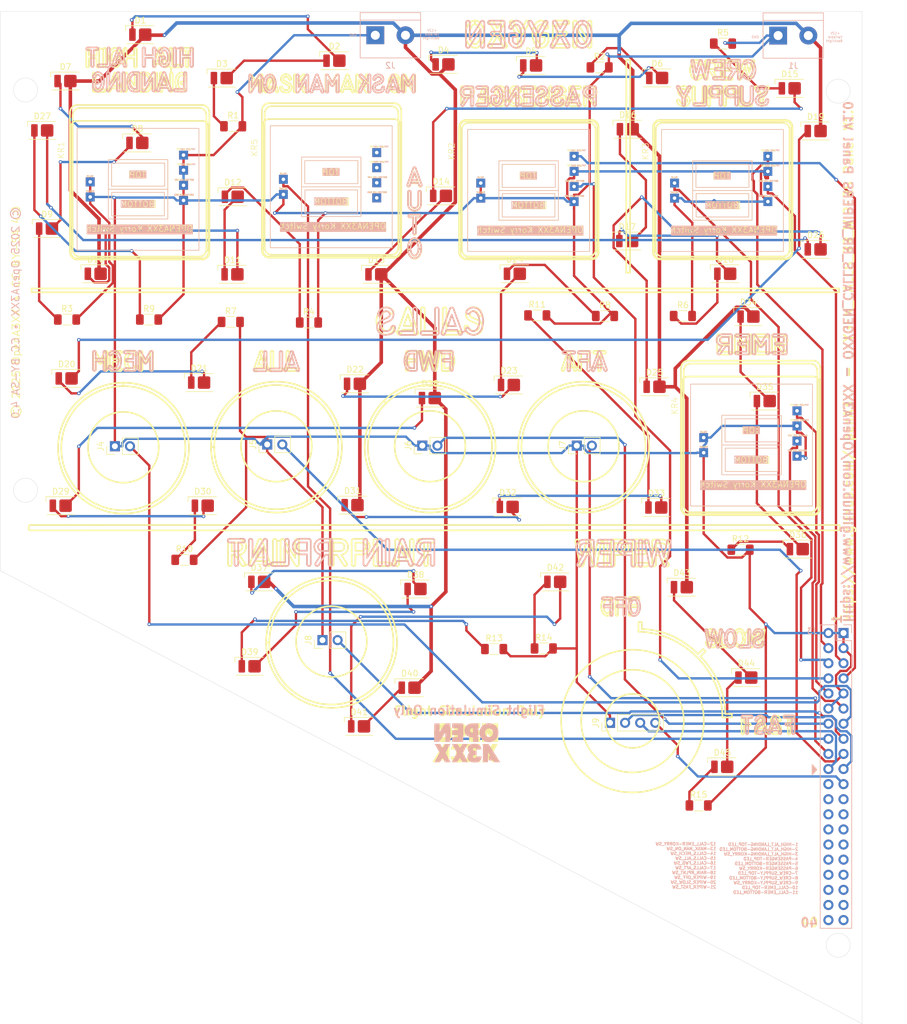
<source format=kicad_pcb>
(kicad_pcb (version 20241229) (generator "pcbnew") (generator_version "9.0")
  (layers (0 "F.Cu" signal) (2 "B.Cu" signal) (13 "F.Paste" user) (15 "B.Paste" user) (5 "F.SilkS" user "F.Silkscreen") (7 "B.SilkS" user "B.Silkscreen") (1 "F.Mask" user) (3 "B.Mask" user) (25 "Edge.Cuts" user))
  (net 0 "")
  (net 1 "Net-(D1-K)")
  (net 2 "+12V")
  (net 3 "Net-(D2-K)")
  (net 4 "Net-(D3-K)")
  (net 5 "Net-(D4-K)")
  (net 6 "Net-(D5-K)")
  (net 7 "Net-(D6-K)")
  (net 8 "Net-(D7-K)")
  (net 9 "Net-(D8-K)")
  (net 10 "Net-(D9-K)")
  (net 11 "Net-(D10-K)")
  (net 12 "Net-(D11-K)")
  (net 13 "Net-(D12-K)")
  (net 14 "Net-(D13-K)")
  (net 15 "Net-(D14-K)")
  (net 16 "Net-(D15-K)")
  (net 17 "Net-(D16-K)")
  (net 18 "Net-(D17-K)")
  (net 19 "Net-(D18-K)")
  (net 20 "Net-(D19-K)")
  (net 21 "Net-(D20-K)")
  (net 22 "Net-(D21-K)")
  (net 23 "Net-(D22-K)")
  (net 24 "Net-(D23-K)")
  (net 25 "Net-(D24-K)")
  (net 26 "Net-(D25-K)")
  (net 27 "Net-(D26-K)")
  (net 28 "Net-(D27-K)")
  (net 29 "Net-(D28-K)")
  (net 30 "Net-(D29-K)")
  (net 31 "Net-(D30-K)")
  (net 32 "Net-(D31-K)")
  (net 33 "Net-(D32-K)")
  (net 34 "Net-(D33-K)")
  (net 35 "Net-(D34-K)")
  (net 36 "Net-(D35-K)")
  (net 37 "Net-(D36-K)")
  (net 38 "Net-(D37-K)")
  (net 39 "Net-(D38-K)")
  (net 40 "Net-(D39-K)")
  (net 41 "Net-(D40-K)")
  (net 42 "Net-(D41-K)")
  (net 43 "Net-(D42-K)")
  (net 44 "Net-(D43-K)")
  (net 45 "Net-(D44-K)")
  (net 46 "Net-(D45-K)")
  (net 47 "GND")
  (net 54 "Net-(J3-Pin_15)")
  (net 56 "Net-(J3-Pin_21)")
  (net 58 "Net-(J3-Pin_19)")
  (net 59 "Net-(J3-Pin_10)")
  (net 60 "Net-(J3-Pin_14)")
  (net 68 "Net-(J3-Pin_5)")
  (net 69 "Net-(J3-Pin_6)")
  (net 72 "Net-(J3-Pin_17)")
  (net 74 "Net-(J3-Pin_20)")
  (net 76 "Net-(J3-Pin_7)")
  (net 77 "Net-(J3-Pin_4)")
  (net 78 "Net-(J3-Pin_11)")
  (net 80 "Net-(J3-Pin_18)")
  (net 81 "Net-(J3-Pin_13)")
  (net 82 "Net-(J3-Pin_16)")
  (net 85 "Net-(J3-Pin_8)")
  (footprint "OpenA3XX:LED_Everlight-SMD3528_3.5x2.8mm_67-21ST" (layer "F.Cu") (at 85.4 105.2)
    (property "Reference" "D31")
    (property "Value" "LED")
  )
  (footprint "OpenA3XX:LED_Everlight-SMD3528_3.5x2.8mm_67-21ST" (layer "F.Cu") (at 86.5 142.4)
    (property "Reference" "D41")
    (property "Value" "LED")
  )
  (footprint "Connector_PinHeader_2.54mm:PinHeader_1x02_P2.54mm_Vertical" (layer "F.Cu") (at 123.1 95.2 90)
    (property "Reference" "J7")
    (property "Value" "Conn_02x01")
  )
  (footprint "OpenA3XX:LED_Everlight-SMD3528_3.5x2.8mm_67-21ST" (layer "F.Cu") (at 131.6 60.8)
    (property "Reference" "D17")
    (property "Value" "LED")
  )
  (footprint "OpenA3XX:LED_Everlight-SMD3528_3.5x2.8mm_67-21ST" (layer "F.Cu") (at 69.7 118.1)
    (property "Reference" "D37")
    (property "Value" "LED")
  )
  (footprint "OpenA3XX:LED_Everlight-SMD3528_3.5x2.8mm_67-21ST" (layer "F.Cu") (at 36.3 105.3)
    (property "Reference" "D29")
    (property "Value" "LED")
  )
  (footprint "OpenA3XX:LED_Everlight-SMD3528_3.5x2.8mm_67-21ST" (layer "F.Cu") (at 37.1 33.9)
    (property "Reference" "D7")
    (property "Value" "LED")
  )
  (footprint "OpenA3XX:LED_Everlight-SMD3528_3.5x2.8mm_67-21ST" (layer "F.Cu") (at 111.7 85)
    (property "Reference" "D23")
    (property "Value" "LED")
  )
  (footprint "OpenA3XX:LED_Everlight-SMD3528_3.5x2.8mm_67-21ST" (layer "F.Cu") (at 33.2 42.2)
    (property "Reference" "D27")
    (property "Value" "LED")
  )
  (footprint "OpenA3XX:LED_Everlight-SMD3528_3.5x2.8mm_67-21ST" (layer "F.Cu") (at 163.3 62.2)
    (property "Reference" "D26")
    (property "Value" "LED")
  )
  (footprint "Resistor_SMD:R_1206_3216Metric_Pad1.30x1.75mm_HandSolder" (layer "F.Cu") (at 143.6 155.7)
    (property "Reference" "R15")
    (property "Value" "220R")
  )
  (footprint "Connector_PinHeader_2.54mm:PinHeader_1x02_P2.54mm_Vertical" (layer "F.Cu") (at 97.125 95.2 90)
    (property "Reference" "J6")
    (property "Value" "Conn_02x01")
  )
  (footprint "OpenA3XX:LED_Everlight-SMD3528_3.5x2.8mm_67-21ST" (layer "F.Cu") (at 95 135.9)
    (property "Reference" "D40")
    (property "Value" "LED")
  )
  (footprint "OpenA3XX:LED_Everlight-SMD3528_3.5x2.8mm_67-21ST" (layer "F.Cu") (at 151.64 134.2)
    (property "Reference" "D44")
    (property "Value" "LED")
  )
  (footprint "OpenA3XX:LED_Everlight-SMD3528_3.5x2.8mm_67-21ST" (layer "F.Cu") (at 65.25 53.35)
    (property "Reference" "D12")
    (property "Value" "LED")
  )
  (footprint "OpenA3XX:LED_Everlight-SMD3528_3.5x2.8mm_67-21ST" (layer "F.Cu") (at 154.74 87.7)
    (property "Reference" "D35")
    (property "Value" "LED")
  )
  (footprint "OpenA3XX:LED_Everlight-SMD3528_3.5x2.8mm_67-21ST" (layer "F.Cu") (at 163.3 42.3)
    (property "Reference" "D19")
    (property "Value" "LED")
  )
  (footprint "OpenA3XX:LED_Everlight-SMD3528_3.5x2.8mm_67-21ST" (layer "F.Cu") (at 95.99 119.3)
    (property "Reference" "D38")
    (property "Value" "LED")
  )
  (footprint "OpenA3XX:LED_Everlight-SMD3528_3.5x2.8mm_67-21ST" (layer "F.Cu") (at 158.94 35.125)
    (property "Reference" "D15")
    (property "Value" "LED")
  )
  (footprint "OpenA3XX:Korry Switch" (layer "F.Cu") (at 71.55 41.425)
    (property "Reference" "KR5")
    (property "Value" "~")
  )
  (footprint "Resistor_SMD:R_1206_3216Metric_Pad1.30x1.75mm_HandSolder" (layer "F.Cu") (at 147.7 27.6)
    (property "Reference" "R5")
    (property "Value" "220R")
  )
  (footprint "OpenA3XX:Korry Switch" (layer "F.Cu") (at 39.05 41.85)
    (property "Reference" "KR1")
    (property "Value" "~")
  )
  (footprint "OpenA3XX:LED_Everlight-SMD3528_3.5x2.8mm_67-21ST" (layer "F.Cu") (at 147.6 149.2)
    (property "Reference" "D45")
    (property "Value" "LED")
  )
  (footprint "OpenA3XX:LED_Everlight-SMD3528_3.5x2.8mm_67-21ST" (layer "F.Cu") (at 115.44 31.275)
    (property "Reference" "D5")
    (property "Value" "LED")
  )
  (footprint "Resistor_SMD:R_1206_3216Metric_Pad1.30x1.75mm_HandSolder" (layer "F.Cu") (at 64.9 74.4)
    (property "Reference" "R7")
    (property "Value" "220R")
  )
  (footprint "Resistor_SMD:R_1206_3216Metric_Pad1.30x1.75mm_HandSolder" (layer "F.Cu") (at 117.55 129.3)
    (property "Reference" "R14")
    (property "Value" "220R")
  )
  (footprint "OpenA3XX:LED_Everlight-SMD3528_3.5x2.8mm_67-21ST" (layer "F.Cu") (at 112.7 66.3)
    (property "Reference" "D24")
    (property "Value" "LED")
  )
  (footprint "OpenA3XX:LED_Everlight-SMD3528_3.5x2.8mm_67-21ST" (layer "F.Cu") (at 49.2 44.3)
    (property "Reference" "D8")
    (property "Value" "LED")
  )
  (footprint "Resistor_SMD:R_1206_3216Metric_Pad1.30x1.75mm_HandSolder" (layer "F.Cu") (at 126.95 31.6)
    (property "Reference" "R2")
    (property "Value" "220R")
  )
  (footprint "OpenA3XX:LED_Everlight-SMD3528_3.5x2.8mm_67-21ST" (layer "F.Cu") (at 131.7 42)
    (property "Reference" "D16")
    (property "Value" "LED")
  )
  (footprint "OpenA3XX:LED_Everlight-SMD3528_3.5x2.8mm_67-21ST" (layer "F.Cu") (at 100.7 31.1)
    (property "Reference" "D4")
    (property "Value" "LED")
  )
  (footprint "OpenA3XX:LED_Everlight-SMD3528_3.5x2.8mm_67-21ST" (layer "F.Cu") (at 152 73.5)
    (property "Reference" "D34")
    (property "Value" "LED")
  )
  (footprint "OpenA3XX:LED_Everlight-SMD3528_3.5x2.8mm_67-21ST" (layer "F.Cu") (at 37.3 83.9)
    (property "Reference" "D20")
    (property "Value" "LED")
  )
  (footprint "OpenA3XX:LED_Everlight-SMD3528_3.5x2.8mm_67-21ST" (layer "F.Cu") (at 160.3 112.6)
    (property "Reference" "D36")
    (property "Value" "LED")
  )
  (footprint "Resistor_SMD:R_1206_3216Metric_Pad1.30x1.75mm_HandSolder" (layer "F.Cu") (at 116.45 73.3)
    (property "Reference" "R11")
    (property "Value" "220R")
  )
  (footprint "OpenA3XX:LED_Everlight-SMD3528_3.5x2.8mm_67-21ST" (layer "F.Cu") (at 140.8 119)
    (property "Reference" "D43")
    (property "Value" "LED")
  )
  (footprint "Resistor_SMD:R_1206_3216Metric_Pad1.30x1.75mm_HandSolder" (layer "F.Cu") (at 51.15 74)
    (property "Reference" "R9")
    (property "Value" "220R")
  )
  (footprint "Connector_PinHeader_2.54mm:PinHeader_1x02_P2.54mm_Vertical" (layer "F.Cu") (at 45.4 95.3 90)
    (property "Reference" "J4")
    (property "Value" "Conn_02x01")
  )
  (footprint "Resistor_SMD:R_1206_3216Metric_Pad1.30x1.75mm_HandSolder" (layer "F.Cu") (at 150.65 112.7)
    (property "Reference" "R12")
    (property "Value" "220R")
  )
  (footprint "OpenA3XX:LED_Everlight-SMD3528_3.5x2.8mm_67-21ST" (layer "F.Cu") (at 136.5 105.6)
    (property "Reference" "D33")
    (property "Value" "LED")
  )
  (footprint "Resistor_SMD:R_1206_3216Metric_Pad1.30x1.75mm_HandSolder" (layer "F.Cu") (at 109.2 129.4)
    (property "Reference" "R13")
    (property "Value" "220R")
  )
  (footprint "OpenA3XX:LED_Everlight-SMD3528_3.5x2.8mm_67-21ST" (layer "F.Cu") (at 89.4 66.4)
    (property "Reference" "D13")
    (property "Value" "LED")
  )
  (footprint "OpenA3XX:LED_Everlight-SMD3528_3.5x2.8mm_67-21ST" (layer "F.Cu") (at 42.19 66.3)
    (property "Reference" "D10")
    (property "Value" "LED")
  )
  (footprint "Resistor_SMD:R_1206_3216Metric_Pad1.30x1.75mm_HandSolder" (layer "F.Cu") (at 57.1 114.4)
    (property "Reference" "R10")
    (property "Value" "220R")
  )
  (footprint "OpenA3XX:LED_Everlight-SMD3528_3.5x2.8mm_67-21ST" (layer "F.Cu") (at 136.64 33.375)
    (property "Reference" "D6")
    (property "Value" "LED")
  )
  (footprint "OpenA3XX:LED_Everlight-SMD3528_3.5x2.8mm_67-21ST" (layer "F.Cu") (at 100.29 53.2)
    (property "Reference" "D14")
    (property "Value" "LED")
  )
  (footprint "Resistor_SMD:R_1206_3216Metric_Pad1.30x1.75mm_HandSolder" (layer "F.Cu") (at 78.05 74.5)
    (property "Reference" "R4")
    (property "Value" "220R")
  )
  (footprint "OpenA3XX:Korry Switch" (layer "F.Cu") (at 142.25 84.85)
    (property "Reference" "KR4")
    (property "Value" "~")
  )
  (footprint "Connector_PinHeader_2.54mm:PinHeader_1x04_P2.54mm_Vertical" (layer "F.Cu") (at 128.69 141.8 90)
    (property "Reference" "J9")
    (property "Value" "Conn_02x02_Counter_Clockwise")
  )
  (footprint "Connector_PinHeader_2.54mm:PinHeader_1x02_P2.54mm_Vertical" (layer "F.Cu") (at 71.025 95 90)
    (property "Reference" "J5")
    (property "Value" "Conn_02x01")
  )
  (footprint "Resistor_SMD:R_1206_3216Metric_Pad1.30x1.75mm_HandSolder" (layer "F.Cu") (at 140.95 73.4)
    (property "Reference" "R6")
    (property "Value" "220R")
  )
  (footprint "OpenA3XX:LED_Everlight-SMD3528_3.5x2.8mm_67-21ST" (layer "F.Cu") (at 68.09 132.3)
    (property "Reference" "D39")
    (property "Value" "LED")
  )
  (footprint "OpenA3XX:LED_Everlight-SMD3528_3.5x2.8mm_67-21ST" (layer "F.Cu") (at 148.09 66.3)
    (property "Reference" "D18")
    (property "Value" "LED")
  )
  (footprint "OpenA3XX:LED_Everlight-SMD3528_3.5x2.8mm_67-21ST" (layer "F.Cu") (at 59.59 84.6)
    (property "Reference" "D21")
    (property "Value" "LED")
  )
  (footprint "Connector_PinHeader_2.54mm:PinHeader_1x02_P2.54mm_Vertical" (layer "F.Cu") (at 80.325 127.9 90)
    (property "Reference" "J8")
    (property "Value" "Conn_02x01")
  )
  (footprint "OpenA3XX:LED_Everlight-SMD3528_3.5x2.8mm_67-21ST" (layer "F.Cu") (at 34 58.7)
    (property "Reference" "D9")
    (property "Value" "LED")
  )
  (footprint "OpenA3XX:OpenA3XXLogoSmall" (layer "F.Cu") (at 104.4 145.1)
    (property "Reference" "top" (hide yes))
    (property "Value" "LOGO" (hide yes))
  )
  (footprint "OpenA3XX:LED_Everlight-SMD3528_3.5x2.8mm_67-21ST" (layer "F.Cu") (at 98.4 87.2)
    (property "Reference" "D28")
    (property "Value" "LED")
  )
  (footprint "OpenA3XX:LED_Everlight-SMD3528_3.5x2.8mm_67-21ST" (layer "F.Cu") (at 111.5 105.5)
    (property "Reference" "D32")
    (property "Value" "LED")
  )
  (footprint "OpenA3XX:LED_Everlight-SMD3528_3.5x2.8mm_67-21ST" (layer "F.Cu") (at 85.8 84.8)
    (property "Reference" "D22")
    (property "Value" "LED")
  )
  (footprint "Resistor_SMD:R_1206_3216Metric_Pad1.30x1.75mm_HandSolder" (layer "F.Cu") (at 127.85 73.4)
    (property "Reference" "R8")
    (property "Value" "220R")
  )
  (footprint "OpenA3XX:LED_Everlight-SMD3528_3.5x2.8mm_67-21ST" (layer "F.Cu") (at 136.2 85.3)
    (property "Reference" "D25")
    (property "Value" "LED")
  )
  (footprint "OpenA3XX:LED_Everlight-SMD3528_3.5x2.8mm_67-21ST" (layer "F.Cu") (at 49.69 26.1)
    (property "Reference" "D1")
    (property "Value" "LED")
  )
  (footprint "Resistor_SMD:R_1206_3216Metric_Pad1.30x1.75mm_HandSolder" (layer "F.Cu") (at 37.35 74)
    (property "Reference" "R3")
    (property "Value" "220R")
  )
  (footprint "OpenA3XX:LED_Everlight-SMD3528_3.5x2.8mm_67-21ST" (layer "F.Cu") (at 63.4 33.4)
    (property "Reference" "D3")
    (property "Value" "LED")
  )
  (footprint "OpenA3XX:LED_Everlight-SMD3528_3.5x2.8mm_67-21ST" (layer "F.Cu") (at 119.5 118.1)
    (property "Reference" "D42")
    (property "Value" "LED")
  )
  (footprint "Resistor_SMD:R_1206_3216Metric_Pad1.30x1.75mm_HandSolder" (layer "F.Cu") (at 65.3 41.5)
    (property "Reference" "R1")
    (property "Value" "220R")
  )
  (footprint "OpenA3XX:Korry Switch" (layer "F.Cu") (at 137.35 42.05)
    (property "Reference" "KR3")
    (property "Value" "~")
  )
  (footprint "OpenA3XX:LED_Everlight-SMD3528_3.5x2.8mm_67-21ST" (layer "F.Cu") (at 60.2 105.3)
    (property "Reference" "D30")
    (property "Value" "LED")
  )
  (footprint "OpenA3XX:Korry Switch" (layer "F.Cu") (at 104.75 42.05)
    (property "Reference" "KR2")
    (property "Value" "~")
  )
  (footprint "OpenA3XX:LED_Everlight-SMD3528_3.5x2.8mm_67-21ST" (layer "F.Cu") (at 82.35 30.475)
    (property "Reference" "D2")
    (property "Value" "LED")
  )
  (footprint "OpenA3XX:LED_Everlight-SMD3528_3.5x2.8mm_67-21ST" (layer "F.Cu") (at 65.2 66.4)
    (property "Reference" "D11")
    (property "Value" "LED")
  )
  (footprint "OpenA3XX:OpenA3XXLogoSmall" (layer "B.Cu") (at 104.6 145.1 180)
    (property "Reference" "bottom" (hide yes))
    (property "Value" "LOGO" (hide yes))
  )
  (footprint "Connector_PinHeader_2.54mm:PinHeader_2x20_P2.54mm_Vertical" (layer "B.Cu") (at 167.975 126.71 180)
    (property "Reference" "J3")
    (property "Value" "Conn_02x20_Counter_Clockwise")
  )
  (footprint "TerminalBlock:TerminalBlock_bornier-2_P5.08mm" (layer "B.Cu") (at 89.21 26.2)
    (property "Reference" "J2")
    (property "Value" "Conn_02x01")
  )
  (footprint "TerminalBlock:TerminalBlock_bornier-2_P5.08mm" (layer "B.Cu") (at 156.975 26.25)
    (property "Reference" "J1")
    (property "Value" "Conn_02x01")
  )
  (gr_line (start 51.105053 34.788358) (end 51.11602 34.762793) (stroke (width 0.28) (color 51 153 102 1)) (layer "F.SilkS"))
  (gr_curve (pts (xy 56.121772 33.404706) (xy 56.027736 33.677386) (xy 55.990646 33.970574) (xy 56.010498 34.284266)) (stroke (width 0.28) (color 51 153 102 1)) (layer "F.SilkS"))
  (gr_line (start 94.726032 52.615247) (end 94.743793 52.52638) (stroke (width 0.279999) (color 51 153 102 1)) (layer "F.SilkS"))
  (gr_curve (pts (xy 97.838054 82.491807) (xy 97.788242 82.611031) (xy 97.711902 82.666779) (xy 97.609028 82.659058)) (stroke (width 0.28) (color 51 153 102 1)) (layer "F.SilkS"))
  (gr_line (start 102.059528 81.155503) (end 102.061153 81.124039) (stroke (width 0.28) (color 51 153 102 1)) (layer "F.SilkS"))
  (gr_curve (pts (xy 87.702976 113.274323) (xy 87.495578 113.41533) (xy 87.25909 113.494035) (xy 86.993503 113.510445)) (stroke (width 0.28) (color 51 153 102 1)) (layer "F.SilkS"))
  (gr_line (start 152.157886 142.29963) (end 151.224491 142.299554) (stroke (width 0.28) (color 51 153 102 1)) (layer "F.SilkS"))
  (gr_line (start 102.029484 81.358353) (end 102.033542 81.342622) (stroke (width 0.28) (color 51 153 102 1)) (layer "F.SilkS"))
  (gr_line (start 61.300209 62.582726) (end 60.800209 62.154092) (stroke (width 0.28)) (layer "F.SilkS"))
  (gr_line (start 120.453785 36.769694) (end 120.439312 36.768056) (stroke (width 0.28) (color 51 153 102 1)) (layer "F.SilkS"))
  (gr_line (start 50.827652 35.175811) (end 50.835487 35.170218) (stroke (width 0.28) (color 51 153 102 1)) (layer "F.SilkS"))
  (gr_curve (pts (xy 92.409351 40.29585) (xy 92.978412 40.29585) (xy 93.436573 40.754102) (xy 93.436573 41.323377)) (stroke (width 0.279999) (color 0 0 255 1)) (layer "F.SilkS"))
  (gr_line (start 81.748615 34.625592) (end 81.246448 33.748853) (stroke (width 0.279999) (color 51 153 102 1)) (layer "F.SilkS"))
  (gr_curve (pts (xy 96.95 62.3) (xy 96.925586 62.629895) (xy 96.836811 62.930982) (xy 96.683674 63.203321)) (stroke (width 0.279999) (color 51 153 102 1)) (layer "F.SilkS"))
  (gr_line (start 40.591236 31.392813) (end 40.591236 28.546886) (stroke (width 0.28) (color 51 153 102 1)) (layer "F.SilkS"))
  (gr_curve (pts (xy 128.997371 123.284058) (xy 128.91148 123.441666) (xy 128.794216 123.57557) (xy 128.645603 123.685784)) (stroke (width 0.28) (color 51 153 102 1)) (layer "F.SilkS"))
  (gr_line (start 101.983188 81.547951) (end 101.991306 81.519799) (stroke (width 0.28) (color 51 153 102 1)) (layer "F.SilkS"))
  (gr_curve (pts (xy 106.573765 76.388207) (xy 106.380047 76.490323) (xy 106.179577 76.541379) (xy 105.972339 76.541379)) (stroke (width 0.28) (color 51 153 102 1)) (layer "F.SilkS"))
  (gr_line (start 101.851619 80.085793) (end 101.838627 80.065926) (stroke (width 0.28) (color 51 153 102 1)) (layer "F.SilkS"))
  (gr_curve (pts (xy 77.301288 32.826307) (xy 77.387684 32.918866) (xy 77.385242 33.016217) (xy 77.293934 33.118299)) (stroke (width 0.279999) (color 51 153 102 1)) (layer "F.SilkS"))
  (gr_curve (pts (xy 149.089557 33.256419) (xy 149.240986 33.27941) (xy 149.316684 33.356597) (xy 149.316684 33.487979)) (stroke (width 0.28) (color 51 153 102 1)) (layer "F.SilkS"))
  (gr_line (start 125.5741 63.88802) (end 104.498668 63.88802) (stroke (width 0.28) (color 51 153 102 1)) (layer "F.SilkS"))
  (gr_line (start 101.832134 80.055985) (end 101.827259 80.046052) (stroke (width 0.28) (color 51 153 102 1)) (layer "F.SilkS"))
  (gr_line (start 96.289051 50.650098) (end 95.814624 49.313611) (stroke (width 0.279999) (color 51 153 102 1)) (layer "F.SilkS"))
  (gr_line (start 102.064403 81.059464) (end 102.065212 81.043732) (stroke (width 0.28) (color 51 153 102 1)) (layer "F.SilkS"))
  (gr_line (start 117.124126 35.808743) (end 117.124126 37.896272) (stroke (width 0.28) (color 51 153 102 1)) (layer "F.SilkS"))
  (gr_curve (pts (xy 70.118274 111.082116) (xy 70.596477 112.401101) (xy 71.074688 113.720078) (xy 71.55289 115.039063)) (stroke (width 0.28) (color 51 153 102 1)) (layer "F.SilkS"))
  (gr_line (start 96.448536 52.615247) (end 96.45174 52.570813) (stroke (width 0.279999) (color 51 153 102 1)) (layer "F.SilkS"))
  (gr_line (start 123.109249 25.152826) (end 123.109249 27.996228) (stroke (width 0.28) (color 51 153 102 1)) (layer "F.SilkS"))
  (gr_line (start 102.017299 80.494798) (end 102.012424 80.480729) (stroke (width 0.28) (color 51 153 102 1)) (layer "F.SilkS"))
  (gr_line (start 128.261783 111.291901) (end 128.261783 115.219651) (stroke (width 0.28) (color 51 153 102 1)) (layer "F.SilkS"))
  (gr_curve (pts (xy 105.872379 28.2933) (xy 105.421184 28.214379) (xy 105.075718 27.979104) (xy 104.835979 27.587475)) (stroke (width 0.28) (color 51 153 102 1)) (layer "F.SilkS"))
  (gr_line (start 68.810108 113.054993) (end 69.529651 111.082116) (stroke (width 0.28) (color 51 153 102 1)) (layer "F.SilkS"))
  (gr_curve (pts (xy 122.041408 38.122573) (xy 121.90736 38.10508) (xy 121.831226 38.027461) (xy 121.812999 37.889712)) (stroke (width 0.28) (color 51 153 102 1)) (layer "F.SilkS"))
  (gr_curve (pts (xy 105.409198 36.521258) (xy 105.260135 36.62457) (xy 105.090168 36.682236) (xy 104.899288 36.694262)) (stroke (width 0.28) (color 51 153 102 1)) (layer "F.SilkS"))
  (gr_line (start 101.640468 82.089425) (end 101.646961 82.08529) (stroke (width 0.28) (color 51 153 102 1)) (layer "F.SilkS"))
  (gr_line (start 124.934116 26.897286) (end 124.934116 24.05165) (stroke (width 0.28) (color 51 153 102 1)) (layer "F.SilkS"))
  (gr_curve (pts (xy 151.235904 128.627236) (xy 151.150394 128.78415) (xy 151.033649 128.917466) (xy 150.885685 129.027192)) (stroke (width 0.28) (color 51 153 102 1)) (layer "F.SilkS"))
  (gr_curve (pts (xy 149.764515 30.628804) (xy 149.764515 30.472241) (xy 149.825733 30.382191) (xy 149.948169 30.358653)) (stroke (width 0.28) (color 51 153 102 1)) (layer "F.SilkS"))
  (gr_line (start 92.94836 76.113404) (end 93.670292 74.12782) (stroke (width 0.28) (color 51 153 102 1)) (layer "F.SilkS"))
  (gr_line (start 146.614429 126.911485) (end 146.584156 126.939172) (stroke (width 0.28) (color 51 153 102 1)) (layer "F.SilkS"))
  (gr_curve (pts (xy 133.644016 120.863877) (xy 133.644001 120.998315) (xy 133.575962 121.070161) (xy 133.439899 121.079415)) (stroke (width 0.28) (color 51 153 102 1)) (layer "F.SilkS"))
  (gr_line (start 119.691807 25.574981) (end 121.103458 25.574981) (stroke (width 0.28) (color 51 153 102 1)) (layer "F.SilkS"))
  (gr_curve (pts (xy 156.350239 141.751595) (xy 156.573093 141.856667) (xy 156.795932 141.961724) (xy 157.018787 142.066796)) (stroke (width 0.28) (color 51 153 102 1)) (layer "F.SilkS"))
  (gr_curve (pts (xy 96.287861 63.635083) (xy 96.120624 63.753553) (xy 95.936023 63.795057) (xy 95.734028 63.759656)) (stroke (width 0.279999) (color 51 153 102 1)) (layer "F.SilkS"))
  (gr_line (start 101.687572 79.878808) (end 101.656711 79.853967) (stroke (width 0.28) (color 51 153 102 1)) (layer "F.SilkS"))
  (gr_line (start 102.069271 80.931954) (end 102.068462 80.916222) (stroke (width 0.28) (color 51 153 102 1)) (layer "F.SilkS"))
  (gr_line (start 51.084675 34.836289) (end 51.088596 34.825105) (stroke (width 0.28) (color 51 153 102 1)) (layer "F.SilkS"))
  (gr_line (start 153.279194 76.473511) (end 155.141208 76.473511) (stroke (width 0.28) (color 51 153 102 1)) (layer "F.SilkS"))
  (gr_line (start 43.893284 28.546886) (end 43.893284 31.392813) (stroke (width 0.28) (color 51 153 102 1)) (layer "F.SilkS"))
  (gr_curve (pts (xy 122.302936 81.572961) (xy 122.137989 81.108315) (xy 121.973049 80.64367) (xy 121.808101 80.179024)) (stroke (width 0.28) (color 51 153 102 1)) (layer "F.SilkS"))
  (gr_curve (pts (xy 135.26662 95.442376) (xy 135.26662 92.523278) (xy 134.107013 89.723748) (xy 132.042896 87.659638)) (stroke (width 0.28) (color 51 153 102 1)) (layer "F.SilkS"))
  (gr_curve (pts (xy 93.388202 33.639234) (xy 93.478504 33.916486) (xy 93.512622 34.204236) (xy 93.490528 34.502485)) (stroke (width 0.279999) (color 51 153 102 1)) (layer "F.SilkS"))
  (gr_curve (pts (xy 144.764301 33.668626) (xy 144.705234 33.623738) (xy 144.675708 33.562974) (xy 144.675708 33.486337)) (stroke (width 0.28) (color 51 153 102 1)) (layer "F.SilkS"))
  (gr_curve (pts (xy 129.833255 123.80642) (xy 129.712146 123.808472) (xy 129.641948 123.736352) (xy 129.622661 123.590066)) (stroke (width 0.28) (color 51 153 102 1)) (layer "F.SilkS"))
  (gr_line (start 51.23513 34.109313) (end 51.23513 34.093335) (stroke (width 0.28) (color 51 153 102 1)) (layer "F.SilkS"))
  (gr_curve (pts (xy 86.040882 123.937066) (xy 84.925037 122.821221) (xy 83.41164 122.194352) (xy 81.833599 122.194352)) (stroke (width 0.28) (color 0 0 255 1)) (layer "F.SilkS"))
  (gr_line (start 92.166744 72.489121) (end 92.178005 72.504891) (stroke (width 0.28) (color 51 153 102 1)) (layer "F.SilkS"))
  (gr_curve (pts (xy 57.430416 33.139478) (xy 57.465938 33.240668) (xy 57.452354 33.323218) (xy 57.389663 33.38713)) (stroke (width 0.28) (color 51 153 102 1)) (layer "F.SilkS"))
  (gr_curve (pts (xy 98.430164 106.44883) (xy 101.349262 106.44883) (xy 104.148792 105.289223) (xy 106.212902 103.225114)) (stroke (width 0.28) (color 51 153 102 1)) (layer "F.SilkS"))
  (gr_line (start 69.361118 82.034119) (end 69.198436 82.496819) (stroke (width 0.28) (color 51 153 102 1)) (layer "F.SilkS"))
  (gr_curve (pts (xy 36.381118 95.627702) (xy 36.381118 98.396996) (xy 37.481212 101.052857) (xy 39.439388 103.011033)) (stroke (width 0.28) (color 51 153 102 1)) (layer "F.SilkS"))
  (gr_curve (pts (xy 120.439312 36.768056) (xy 120.308483 36.751656) (xy 120.243068 36.675677) (xy 120.243068 36.540116)) (stroke (width 0.28) (color 51 153 102 1)) (layer "F.SilkS"))
  (gr_line (start 99.06113 82.491807) (end 98.447155 80.355706) (stroke (width 0.28) (color 51 153 102 1)) (layer "F.SilkS"))
  (gr_curve (pts (xy 47.398536 32.567483) (xy 47.837364 33.285939) (xy 48.276188 34.004393) (xy 48.715015 34.72285)) (stroke (width 0.28) (color 51 153 102 1)) (layer "F.SilkS"))
  (gr_curve (pts (xy 143.252475 33.25067) (xy 143.448475 33.313624) (xy 143.639896 33.2181) (xy 143.82677 32.964097)) (stroke (width 0.28) (color 51 153 102 1)) (layer "F.SilkS"))
  (gr_line (start 51.216324 34.369746) (end 51.219459 34.339389) (stroke (width 0.28) (color 51 153 102 1)) (layer "F.SilkS"))
  (gr_curve (pts (xy 116.52676 23.915399) (xy 116.869251 23.683102) (xy 117.2028 23.655926) (xy 117.527424 23.833872)) (stroke (width 0.28) (color 51 153 102 1)) (layer "F.SilkS"))
  (gr_curve (pts (xy 113.791111 95.452576) (xy 113.791111 98.221871) (xy 114.891208 100.877732) (xy 116.849384 102.835908)) (stroke (width 0.28) (color 51 153 102 1)) (layer "F.SilkS"))
  (gr_line (start 101.54301 82.151521) (end 101.551136 82.147385) (stroke (width 0.28) (color 51 153 102 1)) (layer "F.SilkS"))
  (gr_line (start 142.025516 35.478694) (end 142.040058 35.521531) (stroke (width 0.28) (color 51 153 102 1)) (layer "F.SilkS"))
  (gr_line (start 56.638961 34.411286) (end 56.624855 34.40969) (stroke (width 0.28) (color 51 153 102 1)) (layer "F.SilkS"))
  (gr_curve (pts (xy 92.048847 33.47862) (xy 91.956073 33.67677) (xy 91.897419 33.845929) (xy 91.872852 33.986036)) (stroke (width 0.279999) (color 51 153 102 1)) (layer "F.SilkS"))
  (gr_line (start 73.265033 115.150971) (end 73.265033 111.198495) (stroke (width 0.28) (color 51 153 102 1)) (layer "F.SilkS"))
  (gr_curve (pts (xy 73.566326 82.194985) (xy 73.720325 82.212678) (xy 73.796512 82.292008) (xy 73.794887 82.432977)) (stroke (width 0.28) (color 51 153 102 1)) (layer "F.SilkS"))
  (gr_curve (pts (xy 156.163532 142.13778) (xy 155.944538 142.014169) (xy 155.808536 141.83857) (xy 155.755481 141.610955)) (stroke (width 0.28) (color 51 153 102 1)) (layer "F.SilkS"))
  (gr_line (start 105.391201 73.610871) (end 105.415973 73.622132) (stroke (width 0.28) (color 51 153 102 1)) (layer "F.SilkS"))
  (gr_line (start 157.373371 141.502953) (end 157.342991 141.53077) (stroke (width 0.28) (color 51 153 102 1)) (layer "F.SilkS"))
  (gr_line (start 104.498668 40.431445) (end 125.5741 40.431445) (stroke (width 0.28) (color 51 153 102 1)) (layer "F.SilkS"))
  (gr_curve (pts (xy 111.068004 35.766106) (xy 111.012249 35.806557) (xy 110.951122 35.818581) (xy 110.884632 35.802184)) (stroke (width 0.28) (color 51 153 102 1)) (layer "F.SilkS"))
  (gr_line (start 129.168308 110.976434) (end 129.187923 110.976434) (stroke (width 0.28) (color 51 153 102 1)) (layer "F.SilkS"))
  (gr_curve (pts (xy 94.689548 71.935006) (xy 94.836712 71.933507) (xy 94.935817 72.002583) (xy 94.986881 72.142239)) (stroke (width 0.28) (color 51 153 102 1)) (layer "F.SilkS"))
  (gr_line (start 53.68227 31.009707) (end 52.395427 31.009707) (stroke (width 0.28) (color 51 153 102 1)) (layer "F.SilkS"))
  (gr_curve (pts (xy 97.203342 71.936131) (xy 97.391048 71.939889) (xy 97.493168 72.046132) (xy 97.509685 72.254864)) (stroke (width 0.28) (color 51 153 102 1)) (layer "F.SilkS"))
  (gr_curve (pts (xy 39.439388 88.244393) (xy 37.481212 90.202569) (xy 36.381118 92.858422) (xy 36.381118 95.627702)) (stroke (width 0.28) (color 51 153 102 1)) (layer "F.SilkS"))
  (gr_line (start 124.272442 37.891352) (end 124.272442 34.993739) (stroke (width 0.28) (color 51 153 102 1)) (layer "F.SilkS"))
  (gr_line (start 94.802295 80.638863) (end 95.849949 80.638863) (stroke (width 0.28) (color 51 153 102 1)) (layer "F.SilkS"))
  (gr_line (start 86.338764 32.858564) (end 87.575763 34.883832) (stroke (width 0.279999) (color 51 153 102 1)) (layer "F.SilkS"))
  (gr_curve (pts (xy 88.177448 111.719971) (xy 88.305767 112.051209) (xy 88.304279 112.374238) (xy 88.172977 112.689065)) (stroke (width 0.28) (color 51 153 102 1)) (layer "F.SilkS"))
  (gr_line (start 153.56586 143.169503) (end 153.421116 143.600503) (stroke (width 0.28) (color 51 153 102 1)) (layer "F.SilkS"))
  (gr_line (start 51.062736 33.310437) (end 51.050197 33.28807) (stroke (width 0.28) (color 51 153 102 1)) (layer "F.SilkS"))
  (gr_curve (pts (xy 98.873302 110.876206) (xy 99.079204 110.892625) (xy 99.182529 110.998185) (xy 99.183277 111.192902)) (stroke (width 0.28) (color 51 153 102 1)) (layer "F.SilkS"))
  (gr_curve (pts (xy 119.064159 24.042716) (xy 119.092449 23.846157) (xy 119.198177 23.741921) (xy 119.381328 23.730008)) (stroke (width 0.28) (color 51 153 102 1)) (layer "F.SilkS"))
  (gr_curve (pts (xy 80.831165 32.968183) (xy 80.839008 32.853071) (xy 80.888599 32.784253) (xy 80.979908 32.761731)) (stroke (width 0.279999) (color 51 153 102 1)) (layer "F.SilkS"))
  (gr_curve (pts (xy 145.3353 38.12799) (xy 145.201709 38.12799) (xy 145.125751 38.050553) (xy 145.107425 37.89568)) (stroke (width 0.28) (color 51 153 102 1)) (layer "F.SilkS"))
  (gr_curve (pts (xy 98.413593 89.354821) (xy 95.127498 89.354821) (xy 92.463596 92.018723) (xy 92.463596 95.304818)) (stroke (width 0.28) (color 0 0 255 1)) (layer "F.SilkS"))
  (gr_curve (pts (xy 47.508121 80.767663) (xy 47.488651 80.928674) (xy 47.490547 81.090501) (xy 47.513801 81.253167)) (stroke (width 0.28) (color 51 153 102 1)) (layer "F.SilkS"))
  (gr_curve (pts (xy 102.22845 79.797669) (xy 102.417949 80.150925) (xy 102.512699 80.539513) (xy 102.512699 80.963418)) (stroke (width 0.28) (color 51 153 102 1)) (layer "F.SilkS"))
  (gr_line (start 152.594928 128.018143) (end 153.099476 126.175156) (stroke (width 0.28) (color 51 153 102 1)) (layer "F.SilkS"))
  (gr_line (start 156.619465 141.023995) (end 156.486332 141.019341) (stroke (width 0.28) (color 51 153 102 1)) (layer "F.SilkS"))
  (gr_line (start 45.947277 34.679709) (end 45.47084 33.3376) (stroke (width 0.28) (color 51 153 102 1)) (layer "F.SilkS"))
  (gr_curve (pts (xy 139.966602 37.272898) (xy 139.950443 37.193816) (xy 139.969562 37.124068) (xy 140.023975 37.063659)) (stroke (width 0.28) (color 51 153 102 1)) (layer "F.SilkS"))
  (gr_line (start 130.556431 110.976434) (end 130.597828 110.976434) (stroke (width 0.28) (color 51 153 102 1)) (layer "F.SilkS"))
  (gr_line (start 101.864612 80.107323) (end 101.857303 80.096558) (stroke (width 0.28) (color 51 153 102 1)) (layer "F.SilkS"))
  (gr_curve (pts (xy 68.241016 35.827375) (xy 68.114856 35.826886) (xy 68.046863 35.757581) (xy 68.037037 35.619458)) (stroke (width 0.279999) (color 51 153 102 1)) (layer "F.SilkS"))
  (gr_line (start 81.895122 110.876206) (end 83.284977 110.876206) (stroke (width 0.28) (color 51 153 102 1)) (layer "F.SilkS"))
  (gr_line (start 101.39439 82.191262) (end 101.401699 82.190438) (stroke (width 0.28) (color 51 153 102 1)) (layer "F.SilkS"))
  (gr_line (start 50.946762 35.056779) (end 50.960865 35.039202) (stroke (width 0.28) (color 51 153 102 1)) (layer "F.SilkS"))
  (gr_line (start 121.808101 80.179024) (end 121.310009 81.572961) (stroke (width 0.28) (color 51 153 102 1)) (layer "F.SilkS"))
  (gr_curve (pts (xy 94.687298 73.176137) (xy 94.915554 73.80684) (xy 95.143802 74.437539) (xy 95.372059 75.068242)) (stroke (width 0.28) (color 51 153 102 1)) (layer "F.SilkS"))
  (gr_line (start 150.321888 33.529034) (end 149.764515 30.628804) (stroke (width 0.28) (color 51 153 102 1)) (layer "F.SilkS"))
  (gr_line (start 119.064159 27.987294) (end 119.064159 24.042716) (stroke (width 0.28) (color 51 153 102 1)) (layer "F.SilkS"))
  (gr_curve (pts (xy 94.677692 62.262586) (xy 94.652179 61.905591) (xy 94.699421 61.557691) (xy 94.819416 61.218946)) (stroke (width 0.279999) (color 51 153 102 1)) (layer "F.SilkS"))
  (gr_line (start 101.757412 81.978478) (end 101.770412 81.961922) (stroke (width 0.28) (color 51 153 102 1)) (layer "F.SilkS"))
  (gr_line (start 121.253231 35.439776) (end 121.266094 35.464375) (stroke (width 0.28) (color 51 153 102 1)) (layer "F.SilkS"))
  (gr_curve (pts (xy 68.902363 82.633645) (xy 68.774395 82.585549) (xy 68.730472 82.486871) (xy 68.770595 82.337609)) (stroke (width 0.28) (color 51 153 102 1)) (layer "F.SilkS"))
  (gr_curve (pts (xy 93.03844 33.980787) (xy 93.010456 33.794141) (xy 92.955738 33.625989) (xy 92.874256 33.476362)) (stroke (width 0.279999) (color 51 153 102 1)) (layer "F.SilkS"))
  (gr_curve (pts (xy 73.930469 33.871961) (xy 73.935871 33.874463) (xy 73.941272 33.876935) (xy 73.946674 33.879438)) (stroke (width 0.279999) (color 51 153 102 1)) (layer "F.SilkS"))
  (gr_curve (pts (xy 111.712223 37.063229) (xy 111.766376 37.0031) (xy 111.833667 36.980143) (xy 111.914097 36.994355)) (stroke (width 0.28) (color 51 153 102 1)) (layer "F.SilkS"))
  (gr_line (start 150.528522 126.445695) (end 150.462223 126.436456) (stroke (width 0.28) (color 51 153 102 1)) (layer "F.SilkS"))
  (gr_line (start 70.596454 35.539869) (end 71.068439 34.216504) (stroke (width 0.279999) (color 51 153 102 1)) (layer "F.SilkS"))
  (gr_curve (pts (xy 46.023914 29.32356) (xy 45.952335 29.307999) (xy 45.897072 29.264807) (xy 45.858123 29.19398)) (stroke (width 0.28) (color 51 153 102 1)) (layer "F.SilkS"))
  (gr_line (start 159.387668 41.61995) (end 159.387668 62.695382) (stroke (width 0.28) (color 51 153 102 1)) (layer "F.SilkS"))
  (gr_curve (pts (xy 146.203006 126.667611) (xy 146.174671 126.605561) (xy 146.135044 126.554017) (xy 146.08414 126.512986)) (stroke (width 0.28) (color 51 153 102 1)) (layer "F.SilkS"))
  (gr_curve (pts (xy 81.218464 32.857068) (xy 81.454578 33.270917) (xy 81.690693 33.684797) (xy 81.926807 34.098645)) (stroke (width 0.279999) (color 51 153 102 1)) (layer "F.SilkS"))
  (gr_curve (pts (xy 125.122654 40.909734) (xy 125.755336 40.909734) (xy 126.264667 41.419068) (xy 126.264667 42.051753)) (stroke (width 0.28) (color 51 153 102 1)) (layer "F.SilkS"))
  (gr_line (start 92.526722 33.190351) (end 92.458973 33.181348) (stroke (width 0.279999) (color 51 153 102 1)) (layer "F.SilkS"))
  (gr_curve (pts (xy 46.833591 89.529954) (xy 43.5475 89.529954) (xy 40.883594 92.193856) (xy 40.883594 95.479951)) (stroke (width 0.28) (color 0 0 255 1)) (layer "F.SilkS"))
  (gr_line (start 51.072139 34.858659) (end 51.077625 34.848271) (stroke (width 0.28) (color 51 153 102 1)) (layer "F.SilkS"))
  (gr_line (start 104.868732 35.226598) (end 104.086986 35.226598) (stroke (width 0.28) (color 51 153 102 1)) (layer "F.SilkS"))
  (gr_curve (pts (xy 149.586719 126.788674) (xy 149.692905 126.474847) (xy 149.862262 126.246667) (xy 150.094776 126.104127)) (stroke (width 0.28) (color 51 153 102 1)) (layer "F.SilkS"))
  (gr_curve (pts (xy 167.185672 109.438889) (xy 167.29433 109.438454) (xy 167.382236 109.23639) (xy 167.381962 108.98771)) (stroke (width 0.28) (color 51 153 102 1)) (layer "F.SilkS"))
  (gr_line (start 109.530254 37.155061) (end 109.535076 37.16982) (stroke (width 0.28) (color 51 153 102 1)) (layer "F.SilkS"))
  (gr_curve (pts (xy 140.680118 37.59747) (xy 140.808857 37.643603) (xy 140.98798 37.664471) (xy 141.217472 37.660079)) (stroke (width 0.28) (color 51 153 102 1)) (layer "F.SilkS"))
  (gr_curve (pts (xy 99.883823 79.274407) (xy 100.016468 79.302003) (xy 100.077381 79.391976) (xy 100.066555 79.54432)) (stroke (width 0.28) (color 51 153 102 1)) (layer "F.SilkS"))
  (gr_line (start 153.83852 128.995148) (end 153.293949 127.010537) (stroke (width 0.28) (color 51 153 102 1)) (layer "F.SilkS"))
  (gr_line (start 140.785968 35.968846) (end 140.803745 35.979556) (stroke (width 0.28) (color 51 153 102 1)) (layer "F.SilkS"))
  (gr_line (start 137.669162 113.631219) (end 137.451252 113.024728) (stroke (width 0.28)) (layer "F.SilkS"))
  (gr_line (start 104.086986 36.695903) (end 104.086986 37.891352) (stroke (width 0.28) (color 51 153 102 1)) (layer "F.SilkS"))
  (gr_curve (pts (xy 81.850162 139.288361) (xy 84.76926 139.288361) (xy 87.56879 138.128754) (xy 89.6329 136.064645)) (stroke (width 0.28) (color 51 153 102 1)) (layer "F.SilkS"))
  (gr_curve (pts (xy 147.762684 34.984423) (xy 147.778858 34.848223) (xy 147.849964 34.771336) (xy 147.976017 34.753764)) (stroke (width 0.28) (color 51 153 102 1)) (layer "F.SilkS"))
  (gr_line (start 68.954487 34.625592) (end 68.45232 33.748853) (stroke (width 0.279999) (color 51 153 102 1)) (layer "F.SilkS"))
  (gr_line (start 51.005531 34.974494) (end 51.012584 34.964108) (stroke (width 0.28) (color 51 153 102 1)) (layer "F.SilkS"))
  (gr_line (start 96.289051 50.650098) (end 96.44823 51.09712) (stroke (width 0.279999)) (layer "F.SilkS"))
  (gr_line (start 42.75597 28.546886) (end 42.75597 31.392813) (stroke (width 0.28) (color 51 153 102 1)) (layer "F.SilkS"))
  (gr_line (start 51.175575 34.574258) (end 51.178711 34.560677) (stroke (width 0.28) (color 51 153 102 1)) (layer "F.SilkS"))
  (gr_line (start 149.005481 34.753764) (end 149.036182 34.753764) (stroke (width 0.28) (color 51 153 102 1)) (layer "F.SilkS"))
  (gr_curve (pts (xy 104.899288 34.764159) (xy 105.036548 34.773997) (xy 105.163089 34.805701) (xy 105.278904 34.859271)) (stroke (width 0.28) (color 51 153 102 1)) (layer "F.SilkS"))
  (gr_line (start 145.564792 36.228339) (end 146.350208 36.228339) (stroke (width 0.28) (color 51 153 102 1)) (layer "F.SilkS"))
  (gr_line (start 138.026554 115.379601) (end 136.952228 113.648995) (stroke (width 0.28) (color 51 153 102 1)) (layer "F.SilkS"))
  (gr_curve (pts (xy 73.219928 34.859784) (xy 73.269519 34.804761) (xy 73.331104 34.783735) (xy 73.404743 34.796735)) (stroke (width 0.279999) (color 51 153 102 1)) (layer "F.SilkS"))
  (gr_line (start 102.062778 81.09092) (end 102.064403 81.059464) (stroke (width 0.28) (color 51 153 102 1)) (layer "F.SilkS"))
  (gr_line (start 74.432636 32.78877) (end 74.581379 32.837568) (stroke (width 0.279999) (color 51 153 102 1)) (layer "F.SilkS"))
  (gr_line (start 45.47084 33.3376) (end 44.991264 34.679709) (stroke (width 0.28) (color 51 153 102 1)) (layer "F.SilkS"))
  (gr_line (start 121.221058 37.514188) (end 121.209797 37.538785) (stroke (width 0.28) (color 51 153 102 1)) (layer "F.SilkS"))
  (gr_line (start 101.877613 81.802956) (end 101.887356 81.781434) (stroke (width 0.28) (color 51 153 102 1)) (layer "F.SilkS"))
  (gr_line (start 51.18341 34.545499) (end 51.185764 34.533515) (stroke (width 0.28) (color 51 153 102 1)) (layer "F.SilkS"))
  (gr_line (start 124.243602 89.354821) (end 124.243595 89.354821) (stroke (width 0.28)) (layer "F.SilkS"))
  (gr_curve (pts (xy 123.846042 82.427575) (xy 123.835193 82.580247) (xy 123.761676 82.657685) (xy 123.625484 82.659898)) (stroke (width 0.28) (color 51 153 102 1)) (layer "F.SilkS"))
  (gr_line (start 102.052219 80.693505) (end 102.05141 80.676949) (stroke (width 0.28) (color 51 153 102 1)) (layer "F.SilkS"))
  (gr_line (start 146.350208 35.218379) (end 145.564792 35.218379) (stroke (width 0.28) (color 51 153 102 1)) (layer "F.SilkS"))
  (gr_line (start 121.812999 37.889712) (end 121.812999 34.993739) (stroke (width 0.28) (color 51 153 102 1)) (layer "F.SilkS"))
  (gr_curve (pts (xy 66.132229 110.876206) (xy 66.466449 110.876206) (xy 66.756656 110.982522) (xy 67.002849 111.195138)) (stroke (width 0.28) (color 51 153 102 1)) (layer "F.SilkS"))
  (gr_line (start 102.069271 80.947686) (end 102.069271 80.931954) (stroke (width 0.28) (color 51 153 102 1)) (layer "F.SilkS"))
  (gr_curve (pts (xy 118.672336 34.768258) (xy 118.807995 34.769898) (xy 118.881183 34.847245) (xy 118.891903 35.000296)) (stroke (width 0.28) (color 51 153 102 1)) (layer "F.SilkS"))
  (gr_line (start 46.362583 82.655076) (end 44.791927 82.655076) (stroke (width 0.28) (color 51 153 102 1)) (layer "F.SilkS"))
  (gr_line (start 94.726032 54.644483) (end 94.726032 52.615247) (stroke (width 0.279999) (color 51 153 102 1)) (layer "F.SilkS"))
  (gr_line (start 50.047168 32.907803) (end 50.047168 35.278867) (stroke (width 0.28) (color 51 153 102 1)) (layer "F.SilkS"))
  (gr_line (start 50.583946 35.278067) (end 50.590995 35.277268) (stroke (width 0.28) (color 51 153 102 1)) (layer "F.SilkS"))
  (gr_curve (pts (xy 156.332874 141.743859) (xy 156.338657 141.746438) (xy 156.344455 141.749017) (xy 156.350239 141.751595)) (stroke (width 0.28) (color 51 153 102 1)) (layer "F.SilkS"))
  (gr_curve (pts (xy 61.575992 95.446694) (xy 61.575992 98.365792) (xy 62.735599 101.165322) (xy 64.799709 103.229432)) (stroke (width 0.28) (color 51 153 102 1)) (layer "F.SilkS"))
  (gr_line (start 101.474788 82.17553) (end 101.482097 82.174706) (stroke (width 0.28) (color 51 153 102 1)) (layer "F.SilkS"))
  (gr_curve (pts (xy 124.260158 106.44883) (xy 127.179256 106.44883) (xy 129.978779 105.289223) (xy 132.042896 103.225114)) (stroke (width 0.28) (color 51 153 102 1)) (layer "F.SilkS"))
  (gr_curve (pts (xy 84.32793 115.3994) (xy 84.256313 115.450127) (xy 84.173877 115.467286) (xy 84.080623 115.450875)) (stroke (width 0.28) (color 51 153 102 1)) (layer "F.SilkS"))
  (gr_curve (pts (xy 132.046451 123.806618) (xy 131.925342 123.808663) (xy 131.855152 123.73655) (xy 131.835865 123.590264)) (stroke (width 0.28) (color 51 153 102 1)) (layer "F.SilkS"))
  (gr_curve (pts (xy 95.770496 55.743055) (xy 95.51543 55.732618) (xy 95.282184 55.637952) (xy 95.070697 55.459119)) (stroke (width 0.279999) (color 51 153 102 1)) (layer "F.SilkS"))
  (gr_curve (pts (xy 96.490497 55.519239) (xy 96.265583 55.678846) (xy 96.025562 55.753431) (xy 95.770496 55.743055)) (stroke (width 0.279999) (color 51 153 102 1)) (layer "F.SilkS"))
  (gr_curve (pts (xy 142.879627 37.831425) (xy 142.667926 37.65239) (xy 142.552906 37.391524) (xy 142.534595 37.048829)) (stroke (width 0.28) (color 51 153 102 1)) (layer "F.SilkS"))
  (gr_line (start 74.590198 34.64961) (end 74.47829 34.579053) (stroke (width 0.279999) (color 51 153 102 1)) (layer "F.SilkS"))
  (gr_curve (pts (xy 83.706859 112.800973) (xy 83.835926 112.708459) (xy 83.922832 112.587601) (xy 83.967594 112.438401)) (stroke (width 0.28) (color 51 153 102 1)) (layer "F.SilkS"))
  (gr_line (start 153.546558 76.937768) (end 153.546558 77.847977) (stroke (width 0.28) (color 51 153 102 1)) (layer "F.SilkS"))
  (gr_curve (pts (xy 94.819416 61.218946) (xy 94.939411 60.88014) (xy 95.130817 60.633802) (xy 95.393604 60.479932)) (stroke (width 0.279999) (color 51 153 102 1)) (layer "F.SilkS"))
  (gr_line (start 117.708347 27.142984) (end 117.708347 26.461729) (stroke (width 0.28) (color 51 153 102 1)) (layer "F.SilkS"))
  (gr_line (start 151.977894 33.552026) (end 151.368976 31.433511) (stroke (width 0.28) (color 51 153 102 1)) (layer "F.SilkS"))
  (gr_curve (pts (xy 109.535076 37.16982) (xy 109.586551 37.40705) (xy 109.676357 37.548625) (xy 109.804508 37.59454)) (stroke (width 0.28) (color 51 153 102 1)) (layer "F.SilkS"))
  (gr_line (start 102.001056 81.491647) (end 102.00349 81.47757) (stroke (width 0.28) (color 51 153 102 1)) (layer "F.SilkS"))
  (gr_curve (pts (xy 152.022983 126.003533) (xy 152.132511 125.981492) (xy 152.212253 126.038674) (xy 152.262195 126.175088)) (stroke (width 0.28) (color 51 153 102 1)) (layer "F.SilkS"))
  (gr_curve (pts (xy 120.036304 99.512116) (xy 121.152149 100.627961) (xy 122.665554 101.254823) (xy 124.243595 101.254823)) (stroke (width 0.28) (color 0 0 255 1)) (layer "F.SilkS"))
  (gr_curve (pts (xy 154.229541 38.124694) (xy 154.088932 38.124694) (xy 154.013782 38.046708) (xy 154.004093 37.890738)) (stroke (width 0.28) (color 51 153 102 1)) (layer "F.SilkS"))
  (gr_line (start 129.622905 120.864289) (end 128.790592 120.931435) (stroke (width 0.28)) (layer "F.SilkS"))
  (gr_line (start 81.581791 115.144257) (end 81.581791 111.189545) (stroke (width 0.28) (color 51 153 102 1)) (layer "F.SilkS"))
  (gr_curve (pts (xy 155.567249 142.948769) (xy 155.552784 142.874612) (xy 155.569904 142.809212) (xy 155.618641 142.752572)) (stroke (width 0.28) (color 51 153 102 1)) (layer "F.SilkS"))
  (gr_curve (pts (xy 140.803745 35.979556) (xy 140.809665 35.982302) (xy 140.815601 35.985047) (xy 140.821521 35.987794)) (stroke (width 0.28) (color 51 153 102 1)) (layer "F.SilkS"))
  (gr_curve (pts (xy 85.957355 32.971174) (xy 85.972065 32.867078) (xy 86.024341 32.798536) (xy 86.114185 32.765485)) (stroke (width 0.279999) (color 51 153 102 1)) (layer "F.SilkS"))
  (gr_line (start 101.684322 82.052995) (end 101.690822 82.046372) (stroke (width 0.28) (color 51 153 102 1)) (layer "F.SilkS"))
  (gr_line (start 50.570621 32.907803) (end 50.564354 32.907803) (stroke (width 0.28) (color 51 153 102 1)) (layer "F.SilkS"))
  (gr_curve (pts (xy 83.967594 112.438401) (xy 84.037723 112.208619) (xy 84.005642 112.000848) (xy 83.871357 111.815087)) (stroke (width 0.28) (color 51 153 102 1)) (layer "F.SilkS"))
  (gr_curve (pts (xy 74.488704 82.659348) (xy 74.355304 82.650506) (xy 74.278309 82.573663) (xy 74.257702 82.428826)) (stroke (width 0.28) (color 51 153 102 1)) (layer "F.SilkS"))
  (gr_curve (pts (xy 147.1059 126.217706) (xy 147.126087 126.070016) (xy 147.196232 125.99746) (xy 147.316333 126.000031)) (stroke (width 0.28) (color 51 153 102 1)) (layer "F.SilkS"))
  (gr_line (start 102.033542 81.342622) (end 102.035167 81.328545) (stroke (width 0.28) (color 51 153 102 1)) (layer "F.SilkS"))
  (gr_curve (pts (xy 150.937626 128.294907) (xy 150.988559 128.176972) (xy 151.023395 128.022103) (xy 151.042148 127.830315)) (stroke (width 0.28) (color 51 153 102 1)) (layer "F.SilkS"))
  (gr_curve (pts (xy 87.609638 35.733533) (xy 87.197315 35.059461) (xy 86.784961 34.385389) (xy 86.372638 33.711316)) (stroke (width 0.279999) (color 51 153 102 1)) (layer "F.SilkS"))
  (gr_line (start 104.868732 36.695903) (end 104.086986 36.695903) (stroke (width 0.28) (color 51 153 102 1)) (layer "F.SilkS"))
  (gr_curve (pts (xy 146.732486 128.094544) (xy 146.749775 128.186852) (xy 146.753605 128.281716) (xy 146.743992 128.379151)) (stroke (width 0.28) (color 51 153 102 1)) (layer "F.SilkS"))
  (gr_curve (pts (xy 98.451214 79.287652) (xy 98.553547 79.284341) (xy 98.625827 79.340646) (xy 98.668056 79.456551)) (stroke (width 0.28) (color 51 153 102 1)) (layer "F.SilkS"))
  (gr_line (start 141.388767 35.304051) (end 141.320087 35.265334) (stroke (width 0.28) (color 51 153 102 1)) (layer "F.SilkS"))
  (gr_curve (pts (xy 144.177128 32.88609) (xy 144.289356 32.976414) (xy 144.305729 33.078507) (xy 144.226261 33.19237)) (stroke (width 0.28) (color 51 153 102 1)) (layer "F.SilkS"))
  (gr_curve (pts (xy 55.749553 33.133885) (xy 55.846199 32.905408) (xy 55.990646 32.724063) (xy 56.182895 32.589852)) (stroke (width 0.28) (color 51 153 102 1)) (layer "F.SilkS"))
  (gr_curve (pts (xy 39.034202 63.901292) (xy 38.374618 63.901292) (xy 37.843631 63.313206) (xy 37.843631 62.582726)) (stroke (width 0.28) (color 51 153 102 1)) (layer "F.SilkS"))
  (gr_curve (pts (xy 112.014629 35.097869) (xy 112.186741 34.875396) (xy 112.412739 34.764159) (xy 112.692623 34.764159)) (stroke (width 0.28) (color 51 153 102 1)) (layer "F.SilkS"))
  (gr_line (start 45.480755 29.834636) (end 46.063385 29.834636) (stroke (width 0.28) (color 51 153 102 1)) (layer "F.SilkS"))
  (gr_curve (pts (xy 55.61869 34.599023) (xy 55.57167 34.356698) (xy 55.557567 34.109046) (xy 55.576374 33.856068)) (stroke (width 0.28) (color 51 153 102 1)) (layer "F.SilkS"))
  (gr_line (start 132.770435 110.976434) (end 134.879856 110.976434) (stroke (width 0.28) (color 51 153 102 1)) (layer "F.SilkS"))
  (gr_curve (pts (xy 153.006031 76.706467) (xy 153.030399 76.56004) (xy 153.121448 76.482384) (xy 153.279194 76.473511)) (stroke (width 0.28) (color 51 153 102 1)) (layer "F.SilkS"))
  (gr_curve (pts (xy 110.839596 36.407288) (xy 111.051922 36.549409) (xy 111.183284 36.746192) (xy 111.233684 36.997636)) (stroke (width 0.28) (color 51 153 102 1)) (layer "F.SilkS"))
  (gr_line (start 91.601734 115.46206) (end 89.22488 115.46206) (stroke (width 0.28) (color 51 153 102 1)) (layer "F.SilkS"))
  (gr_line (start 141.809818 80.904877) (end 162.885257 80.904877) (stroke (width 0.28) (color 51 153 102 1)) (layer "F.SilkS"))
  (gr_curve (pts (xy 104.727833 72.393391) (xy 104.968853 72.087804) (xy 105.285328 71.935006) (xy 105.677265 71.935006)) (stroke (width 0.28) (color 51 153 102 1)) (layer "F.SilkS"))
  (gr_curve (pts (xy 54.675213 32.687316) (xy 54.695064 32.534997) (xy 54.771076 32.459636) (xy 54.903248 32.461234)) (stroke (width 0.28) (color 51 153 102 1)) (layer "F.SilkS"))
  (gr_curve (pts (xy 127.757541 79.264672) (xy 127.907291 79.276841) (xy 127.982441 79.355111) (xy 127.982982 79.499482)) (stroke (width 0.28) (color 51 153 102 1)) (layer "F.SilkS"))
  (gr_curve (pts (xy 108.844288 95.452592) (xy 108.844288 92.683297) (xy 107.74419 90.027436) (xy 105.786014 88.06926)) (stroke (width 0.28) (color 51 153 102 1)) (layer "F.SilkS"))
  (gr_curve (pts (xy 119.363201 36.199849) (xy 119.382503 35.940205) (xy 119.441753 35.693133) (xy 119.540943 35.458634)) (stroke (width 0.28) (color 51 153 102 1)) (layer "F.SilkS"))
  (gr_curve (pts (xy 91.918422 115.156564) (xy 91.916187 115.346803) (xy 91.810627 115.448632) (xy 91.601734 115.46206)) (stroke (width 0.28) (color 51 153 102 1)) (layer "F.SilkS"))
  (gr_line (start 155.613529 143.161965) (end 155.587497 143.056908) (stroke (width 0.28) (color 51 153 102 1)) (layer "F.SilkS"))
  (gr_line (start 143.915638 130.645966) (end 144.76897 129.80259) (stroke (width 0.28) (color 51 153 102 1)) (layer "F.SilkS"))
  (gr_line (start 102.067653 80.883935) (end 102.067653 80.867379) (stroke (width 0.28) (color 51 153 102 1)) (layer "F.SilkS"))
  (gr_curve (pts (xy 121.221859 36.37695) (xy 121.266361 36.42232) (xy 121.288616 36.476708) (xy 121.288616 36.540116)) (stroke (width 0.28) (color 51 153 102 1)) (layer "F.SilkS"))
  (gr_curve (pts (xy 149.000156 31.945075) (xy 148.999607 32.078097) (xy 148.923633 32.155558) (xy 148.772205 32.177455)) (stroke (width 0.28) (color 51 153 102 1)) (layer "F.SilkS"))
  (gr_line (start 154.59769 142.735497) (end 154.157886 141.437798) (stroke (width 0.28) (color 51 153 102 1)) (layer "F.SilkS"))
  (gr_curve (pts (xy 40.591236 28.546886) (xy 40.613342 28.392356) (xy 40.690185 28.316432) (xy 40.821762 28.319115)) (stroke (width 0.28) (color 51 153 102 1)) (layer "F.SilkS"))
  (gr_line (start 95.849949 81.104173) (end 94.802295 81.104173) (stroke (width 0.28) (color 51 153 102 1)) (layer "F.SilkS"))
  (gr_line (start 151.371525 126.905755) (end 151.858677 126.256585) (stroke (width 0.28)) (layer "F.SilkS"))
  (gr_curve (pts (xy 43.893284 31.392813) (xy 43.870128 31.544123) (xy 43.795128 31.619511) (xy 43.668285 31.618975)) (stroke (width 0.28) (color 51 153 102 1)) (layer "F.SilkS"))
  (gr_curve (pts (xy 152.36536 37.668317) (xy 152.518345 37.685891) (xy 152.594043 37.764699) (xy 152.592426 37.904744)) (stroke (width 0.28) (color 51 153 102 1)) (layer "F.SilkS"))
  (gr_curve (pts (xy 113.445415 35.802184) (xy 113.378933 35.786879) (xy 113.327991 35.74315) (xy 113.292606 35.670996)) (stroke (width 0.28) (color 51 153 102 1)) (layer "F.SilkS"))
  (gr_curve (pts (xy 142.040058 35.521531) (xy 142.051914 35.575351) (xy 142.046528 35.624228) (xy 142.023899 35.668164)) (stroke (width 0.28) (color 51 153 102 1)) (layer "F.SilkS"))
  (gr_curve (pts (xy 92.874256 33.476362) (xy 92.792774 33.326734) (xy 92.676929 33.231397) (xy 92.526722 33.190351)) (stroke (width 0.279999) (color 51 153 102 1)) (layer "F.SilkS"))
  (gr_line (start 51.152069 34.657342) (end 51.159904 34.630179) (stroke (width 0.28) (color 51 153 102 1)) (layer "F.SilkS"))
  (gr_curve (pts (xy 39.067424 103.400246) (xy 41.131534 105.464356) (xy 43.931068 106.623963) (xy 46.850162 106.623963)) (stroke (width 0.28) (color 51 153 102 1)) (layer "F.SilkS"))
  (gr_curve (pts (xy 121.543476 23.730008) (xy 121.753437 23.746388) (xy 121.858043 23.850996) (xy 121.857303 24.043832)) (stroke (width 0.28) (color 51 153 102 1)) (layer "F.SilkS"))
  (gr_curve (pts (xy 153.099476 126.175156) (xy 153.140796 126.073624) (xy 153.206852 126.021325) (xy 153.297641 126.018258)) (stroke (width 0.28) (color 51 153 102 1)) (layer "F.SilkS"))
  (gr_line (start 88.90707 115.150971) (end 88.90707 111.194016) (stroke (width 0.28) (color 51 153 102 1)) (layer "F.SilkS"))
  (gr_curve (pts (xy 45.136547 30.985562) (xy 45.26181 31.149751) (xy 45.389175 31.202334) (xy 45.51865 31.143311)) (stroke (width 0.28) (color 51 153 102 1)) (layer "F.SilkS"))
  (gr_line (start 49.826187 35.729432) (end 49.829323 35.729432) (stroke (width 0.28) (color 51 153 102 1)) (layer "F.SilkS"))
  (gr_line (start 120.818927 37.305926) (end 120.83662 37.269851) (stroke (width 0.28) (color 51 153 102 1)) (layer "F.SilkS"))
  (gr_line (start 121.073169 80.880143) (end 121.596492 79.417336) (stroke (width 0.28) (color 51 153 102 1)) (layer "F.SilkS"))
  (gr_line (start 92.272609 75.872384) (end 92.263599 75.885899) (stroke (width 0.28) (color 51 153 102 1)) (layer "F.SilkS"))
  (gr_curve (pts (xy 64.429039 111.189545) (xy 64.429039 111.103005) (xy 64.459251 111.029145) (xy 64.51968 110.967973)) (stroke (width 0.28) (color 51 153 102 1)) (layer "F.SilkS"))
  (gr_line (start 51.180278 33.627591) (end 51.177143 33.612412) (stroke (width 0.28) (color 51 153 102 1)) (layer "F.SilkS"))
  (gr_curve (pts (xy 128.220272 121.083588) (xy 128.042713 121.083573) (xy 127.908329 121.185548) (xy 127.817119 121.389504)) (stroke (width 0.28) (color 51 153 102 1)) (layer "F.SilkS"))
  (gr_line (start 51.177143 33.612412) (end 51.172443 33.598832) (stroke (width 0.28) (color 51 153 102 1)) (layer "F.SilkS"))
  (gr_curve (pts (xy 110.339344 37.656853) (xy 110.549526 37.656853) (xy 110.69376 37.556277) (xy 110.772037 37.355122)) (stroke (width 0.28) (color 51 153 102 1)) (layer "F.SilkS"))
  (gr_curve (pts (xy 96.449939 61.722913) (xy 96.418995 61.516431) (xy 96.358448 61.330457) (xy 96.268299 61.16493)) (stroke (width 0.279999) (color 51 153 102 1)) (layer "F.SilkS"))
  (gr_line (start 51.050197 34.903395) (end 51.059601 34.882624) (stroke (width 0.28) (color 51 153 102 1)) (layer "F.SilkS"))
  (gr_line (start 101.536518 79.774483) (end 101.505649 79.762894) (stroke (width 0.28) (color 51 153 102 1)) (layer "F.SilkS"))
  (gr_curve (pts (xy 81.850162 117.275452) (xy 78.931064 117.275452) (xy 76.131534 118.435059) (xy 74.067424 120.499169)) (stroke (width 0.28) (color 51 153 102 1)) (layer "F.SilkS"))
  (gr_line (start 153.546558 77.847977) (end 154.762256 77.847977) (stroke (width 0.28) (color 51 153 102 1)) (layer "F.SilkS"))
  (gr_curve (pts (xy 45.007072 28.451914) (xy 45.249176 28.284507) (xy 45.484966 28.264922) (xy 45.714439 28.393161)) (stroke (width 0.28) (color 51 153 102 1)) (layer "F.SilkS"))
  (gr_line (start 154.454975 36.788514) (end 154.454975 37.890738) (stroke (width 0.28) (color 51 153 102 1)) (layer "F.SilkS"))
  (gr_curve (pts (xy 51.662986 34.093335) (xy 51.662986 34.502358) (xy 51.571304 34.877297) (xy 51.387935 35.218152)) (stroke (width 0.28) (color 51 153 102 1)) (layer "F.SilkS"))
  (gr_line (start 148.220051 35.218379) (end 148.220051 36.228339) (stroke (width 0.28) (color 51 153 102 1)) (layer "F.SilkS"))
  (gr_line (start 105.861973 72.572465) (end 105.654743 72.565709) (stroke (width 0.28) (color 51 153 102 1)) (layer "F.SilkS"))
  (gr_curve (pts (xy 117.730686 24.945099) (xy 117.556461 24.513265) (xy 117.331981 24.324897) (xy 117.057247 24.379993)) (stroke (width 0.28) (color 51 153 102 1)) (layer "F.SilkS"))
  (gr_curve (pts (xy 95.387073 63.038099) (xy 95.467426 63.16377) (xy 95.572773 63.247083) (xy 95.703083 63.288038)) (stroke (width 0.279999) (color 51 153 102 1)) (layer "F.SilkS"))
  (gr_line (start 167.209675 68.778325) (end 31.392284 68.778325) (stroke (width 0.28) (color 51 153 102 1)) (layer "F.SilkS"))
  (gr_curve (pts (xy 143.3176 37.582642) (xy 143.519611 37.707858) (xy 143.73212 37.702367) (xy 143.955143 37.566167)) (stroke (width 0.28) (color 51 153 102 1)) (layer "F.SilkS"))
  (gr_line (start 57.011963 34.411286) (end 56.638961 34.411286) (stroke (width 0.28) (color 51 153 102 1)) (layer "F.SilkS"))
  (gr_curve (pts (xy 71.84357 79.262025) (xy 71.979137 79.264787) (xy 72.052883 79.343011) (xy 72.064815 79.49669)) (stroke (width 0.28) (color 51 153 102 1)) (layer "F.SilkS"))
  (gr_curve (pts (xy 54.6329 103.400246) (xy 56.69701 101.336137) (xy 57.856617 98.536607) (xy 57.856617 95.617509)) (stroke (width 0.28) (color 51 153 102 1)) (layer "F.SilkS"))
  (gr_curve (pts (xy 146.698185 31.904019) (xy 146.546222 32.127913) (xy 146.344593 32.263947) (xy 146.093296 32.312119)) (stroke (width 0.28) (color 51 153 102 1)) (layer "F.SilkS"))
  (gr_curve (pts (xy 149.461261 127.755563) (xy 149.438709 127.424798) (xy 149.480533 127.102502) (xy 149.586719 126.788674)) (stroke (width 0.28) (color 51 153 102 1)) (layer "F.SilkS"))
  (gr_curve (pts (xy 54.127533 31.605292) (xy 54.005424 31.649291) (xy 53.911216 31.604218) (xy 53.844902 31.470078)) (stroke (width 0.28) (color 51 153 102 1)) (layer "F.SilkS"))
  (gr_line (start 118.208683 27.542803) (end 118.188579 27.576307) (stroke (width 0.28) (color 51 153 102 1)) (layer "F.SilkS"))
  (gr_line (start 44.791927 79.267335) (end 46.362583 79.267335) (stroke (width 0.28) (color 51 153 102 1)) (layer "F.SilkS"))
  (gr_curve (pts (xy 51.348766 79.502229) (xy 51.371483 79.346734) (xy 51.448013 79.268708) (xy 51.578361 79.268159)) (stroke (width 0.28) (color 51 153 102 1)) (layer "F.SilkS"))
  (gr_line (start 82.772457 113.568635) (end 82.212932 113.568635) (stroke (width 0.28) (color 51 153 102 1)) (layer "F.SilkS"))
  (gr_curve (pts (xy 121.24358 35.416819) (xy 121.246799 35.424472) (xy 121.250011 35.432124) (xy 121.253231 35.439776)) (stroke (width 0.28) (color 51 153 102 1)) (layer "F.SilkS"))
  (gr_line (start 85.863262 111.507348) (end 85.863262 112.879304) (stroke (width 0.28) (color 51 153 102 1)) (layer "F.SilkS"))
  (gr_line (start 50.949894 33.136283) (end 50.921684 33.104327) (stroke (width 0.28) (color 51 153 102 1)) (layer "F.SilkS"))
  (gr_curve (pts (xy 77.373462 35.816114) (xy 77.263508 35.869153) (xy 77.174152 35.835645) (xy 77.105426 35.715528)) (stroke (width 0.279999) (color 51 153 102 1)) (layer "F.SilkS"))
  (gr_curve (pts (xy 74.47829 34.579053) (xy 74.251026 34.47746) (xy 74.023731 34.375898) (xy 73.796466 34.274305)) (stroke (width 0.279999) (color 51 153 102 1)) (layer "F.SilkS"))
  (gr_curve (pts (xy 142.613758 31.844077) (xy 142.594425 32.003922) (xy 142.596302 32.164592) (xy 142.619404 32.326079)) (stroke (width 0.28) (color 51 153 102 1)) (layer "F.SilkS"))
  (gr_line (start 57.750419 28.772242) (end 57.750419 31.389594) (stroke (width 0.28) (color 51 153 102 1)) (layer "F.SilkS"))
  (gr_line (start 93.998028 75.068242) (end 95.372059 75.068242) (stroke (width 0.28) (color 51 153 102 1)) (layer "F.SilkS"))
  (gr_curve (pts (xy 91.453823 76.479436) (xy 91.119701 76.597317) (xy 90.790462 76.575917) (xy 90.466098 76.415238)) (stroke (width 0.28) (color 51 153 102 1)) (layer "F.SilkS"))
  (gr_curve (pts (xy 115.907276 36.352355) (xy 115.906742 36.485181) (xy 115.830867 36.562527) (xy 115.679668 36.584391)) (stroke (width 0.28) (color 51 153 102 1)) (layer "F.SilkS"))
  (gr_curve (pts (xy 76.446521 82.432977) (xy 76.444896 82.573937) (xy 76.368168 82.6494) (xy 76.216335 82.659348)) (stroke (width 0.28) (color 51 153 102 1)) (layer "F.SilkS"))
  (gr_line (start 162.885257 106.883164) (end 141.809818 106.883164) (stroke (width 0.28) (color 51 153 102 1)) (layer "F.SilkS"))
  (gr_curve (pts (xy 130.029407 123.590104) (xy 130.019748 123.732262) (xy 129.954349 123.804368) (xy 129.833255 123.80642)) (stroke (width 0.28) (color 51 153 102 1)) (layer "F.SilkS"))
  (gr_curve (pts (xy 127.817119 121.389504) (xy 127.72591 121.593468) (xy 127.668239 121.767556) (xy 127.6441 121.911774)) (stroke (width 0.28) (color 51 153 102 1)) (layer "F.SilkS"))
  (gr_curve (pts (xy 144.175739 37.332211) (xy 144.222614 37.236653) (xy 144.250354 37.131207) (xy 144.258976 37.015878)) (stroke (width 0.28) (color 51 153 102 1)) (layer "F.SilkS"))
  (gr_curve (pts (xy 113.203335 35.476674) (xy 113.171695 35.410533) (xy 113.12746 35.355597) (xy 113.070629 35.311869)) (stroke (width 0.28) (color 51 153 102 1)) (layer "F.SilkS"))
  (gr_curve (pts (xy 71.541889 32.89311) (xy 71.574268 32.802015) (xy 71.638569 32.755994) (xy 71.73479 32.754987)) (stroke (width 0.279999) (color 51 153 102 1)) (layer "F.SilkS"))
  (gr_line (start 73.564693 82.659348) (end 71.837063 82.659348) (stroke (width 0.28) (color 51 153 102 1)) (layer "F.SilkS"))
  (gr_line (start 120.83662 36.769694) (end 120.453785 36.769694) (stroke (width 0.28) (color 51 153 102 1)) (layer "F.SilkS"))
  (gr_curve (pts (xy 75.724697 111.198495) (xy 75.753048 110.985131) (xy 75.861591 110.879563) (xy 76.050342 110.881806)) (stroke (width 0.28) (color 51 153 102 1)) (layer "F.SilkS"))
  (gr_curve (pts (xy 74.102771 33.175336) (xy 73.97121 33.17735) (xy 73.870594 33.235395) (xy 73.800892 33.3495)) (stroke (width 0.279999) (color 51 153 102 1)) (layer "F.SilkS"))
  (gr_curve (pts (xy 143.362827 30.811095) (xy 143.229664 30.817664) (xy 143.110447 30.873502) (xy 143.005207 30.978606)) (stroke (width 0.28) (color 51 153 102 1)) (layer "F.SilkS"))
  (gr_curve (pts (xy 51.012584 33.227355) (xy 51.010494 33.224158) (xy 51.008403 33.220963) (xy 51.006317 33.217768)) (stroke (width 0.28) (color 51 153 102 1)) (layer "F.SilkS"))
  (gr_line (start 102.040035 80.615678) (end 102.035167 80.584222) (stroke (width 0.28) (color 51 153 102 1)) (layer "F.SilkS"))
  (gr_curve (pts (xy 156.049076 143.654031) (xy 155.845524 143.592736) (xy 155.700336 143.428704) (xy 155.613529 143.161965)) (stroke (width 0.28) (color 51 153 102 1)) (layer "F.SilkS"))
  (gr_line (start 102.001056 80.435189) (end 101.992931 80.407037) (stroke (width 0.28) (color 51 153 102 1)) (layer "F.SilkS"))
  (gr_curve (pts (xy 144.706638 37.147685) (xy 144.66138 37.483788) (xy 144.526172 37.731747) (xy 144.300998 37.891562)) (stroke (width 0.28) (color 51 153 102 1)) (layer "F.SilkS"))
  (gr_curve (pts (xy 76.773166 91.101846) (xy 75.657322 89.986001) (xy 74.143924 89.359132) (xy 72.565883 89.359132)) (stroke (width 0.28) (color 0 0 255 1)) (layer "F.SilkS"))
  (gr_line (start 124.726047 36.276101) (end 125.496532 36.276101) (stroke (width 0.28) (color 51 153 102 1)) (layer "F.SilkS"))
  (gr_line (start 49.117721 82.14724) (end 49.109607 82.158822) (stroke (width 0.28) (color 51 153 102 1)) (layer "F.SilkS"))
  (gr_curve (pts (xy 109.094341 37.271491) (xy 109.078258 37.192776) (xy 109.097286 37.123357) (xy 109.151439 37.063229)) (stroke (width 0.28) (color 51 153 102 1)) (layer "F.SilkS"))
  (gr_line (start 101.580372 82.130822) (end 101.586864 82.126687) (stroke (width 0.28) (color 51 153 102 1)) (layer "F.SilkS"))
  (gr_curve (pts (xy 149.496769 35.790086) (xy 149.516163 35.638509) (xy 149.476307 35.50533) (xy 149.377186 35.390549)) (stroke (width 0.28) (color 51 153 102 1)) (layer "F.SilkS"))
  (gr_curve (pts (xy 82.036121 115.425134) (xy 81.918247 115.482575) (xy 81.807834 115.471764) (xy 81.704883 115.392686)) (stroke (width 0.28) (color 51 153 102 1)) (layer "F.SilkS"))
  (gr_curve (pts (xy 107.318523 34.915025) (xy 107.353908 34.815541) (xy 107.424152 34.765252) (xy 107.529239 34.764159)) (stroke (width 0.28) (color 51 153 102 1)) (layer "F.SilkS"))
  (gr_curve (pts (xy 91.56435 33.525159) (xy 91.67284 33.218885) (xy 91.845874 32.996198) (xy 92.083454 32.857068)) (stroke (width 0.279999) (color 51 153 102 1)) (layer "F.SilkS"))
  (gr_curve (pts (xy 49.156978 35.508942) (xy 49.156978 35.620786) (xy 49.10395 35.691884) (xy 48.997902 35.722241)) (stroke (width 0.28) (color 51 153 102 1)) (layer "F.SilkS"))
  (gr_line (start 145.546543 127.133691) (end 145.562397 127.143693) (stroke (width 0.28) (color 51 153 102 1)) (layer "F.SilkS"))
  (gr_line (start 51.197517 33.697093) (end 51.189682 33.668334) (stroke (width 0.28) (color 51 153 102 1)) (layer "F.SilkS"))
  (gr_curve (pts (xy 124.895946 80.638696) (xy 125.045704 80.649758) (xy 125.121662 80.724427) (xy 125.123836 80.862717)) (stroke (width 0.28) (color 51 153 102 1)) (layer "F.SilkS"))
  (gr_line (start 101.901973 80.173554) (end 101.895481 80.162797) (stroke (width 0.28) (color 51 153 102 1)) (layer "F.SilkS"))
  (gr_curve (pts (xy 132.042896 87.659638) (xy 129.978779 85.595528) (xy 127.179256 84.435921) (xy 124.260158 84.435921)) (stroke (width 0.28) (color 51 153 102 1)) (layer "F.SilkS"))
  (gr_curve (pts (xy 145.934025 129.145211) (xy 145.711139 129.145196) (xy 145.498325 129.114663) (xy 145.295627 129.05362)) (stroke (width 0.28) (color 51 153 102 1)) (layer "F.SilkS"))
  (gr_line (start 106.560245 74.128945) (end 106.596286 74.14922) (stroke (width 0.28) (color 51 153 102 1)) (layer "F.SilkS"))
  (gr_curve (pts (xy 74.310413 35.825116) (xy 74.08263 35.825116) (xy 73.865192 35.795362) (xy 73.658039 35.735791)) (stroke (width 0.279999) (color 51 153 102 1)) (layer "F.SilkS"))
  (gr_curve (pts (xy 92.363239 35.395765) (xy 92.50069 35.439801) (xy 92.619251 35.41203) (xy 92.718891 35.312421)) (stroke (width 0.279999) (color 51 153 102 1)) (layer "F.SilkS"))
  (gr_line (start 145.904041 126.003754) (end 146.053913 126.033768) (stroke (width 0.28) (color 51 153 102 1)) (layer "F.SilkS"))
  (gr_line (start 127.642902 115.219651) (end 127.642902 111.291901) (stroke (width 0.28) (color 51 153 102 1)) (layer "F.SilkS"))
  (gr_line (start 156.84087 141.102807) (end 156.779377 141.066491) (stroke (width 0.28) (color 51 153 102 1)) (layer "F.SilkS"))
  (gr_line (start 124.895946 81.104996) (end 123.846042 81.104996) (stroke (width 0.28) (color 51 153 102 1)) (layer "F.SilkS"))
  (gr_line (start 71.993793 115.150971) (end 71.993793 111.194016) (stroke (width 0.28) (color 51 153 102 1)) (layer "F.SilkS"))
  (gr_curve (pts (xy 138.115894 112.5271) (xy 138.184177 112.299012) (xy 138.152942 112.092774) (xy 138.02219 111.908387)) (stroke (width 0.28) (color 51 153 102 1)) (layer "F.SilkS"))
  (gr_line (start 148.220051 36.228339) (end 149.005481 36.228339) (stroke (width 0.28) (color 51 153 102 1)) (layer "F.SilkS"))
  (gr_curve (pts (xy 124.230358 115.30185) (xy 124.163532 115.4618) (xy 124.061107 115.536591) (xy 123.923099 115.526231)) (stroke (width 0.28) (color 51 153 102 1)) (layer "F.SilkS"))
  (gr_line (start 123.281582 36.584391) (end 122.264995 36.584391) (stroke (width 0.28) (color 51 153 102 1)) (layer "F.SilkS"))
  (gr_curve (pts (xy 73.747852 33.59422) (xy 73.761615 33.705304) (xy 73.812671 33.791364) (xy 73.90102 33.85243)) (stroke (width 0.279999) (color 51 153 102 1)) (layer "F.SilkS"))
  (gr_line (start 101.838627 81.865884) (end 101.851619 81.846009) (stroke (width 0.28) (color 51 153 102 1)) (layer "F.SilkS"))
  (gr_line (start 45.017463 81.103463) (end 45.017463 82.190255) (stroke (width 0.28) (color 51 153 102 1)) (layer "F.SilkS"))
  (gr_line (start 44.172104 79.502229) (end 44.172104 82.423493) (stroke (width 0.28) (color 51 153 102 1)) (layer "F.SilkS"))
  (gr_curve (pts (xy 145.9016 31.86871) (xy 146.011142 31.86871) (xy 146.112354 31.834771) (xy 146.205249 31.76689)) (stroke (width 0.28) (color 51 153 102 1)) (layer "F.SilkS"))
  (gr_curve (pts (xy 113.509762 35.120005) (xy 113.581608 35.23261) (xy 113.64648 35.354504) (xy 113.704387 35.485694)) (stroke (width 0.28) (color 51 153 102 1)) (layer "F.SilkS"))
  (gr_curve (pts (xy 95.508167 55.210645) (xy 95.70998 55.335706) (xy 95.92226 55.330213) (xy 96.145038 55.194165)) (stroke (width 0.279999) (color 51 153 102 1)) (layer "F.SilkS"))
  (gr_curve (pts (xy 69.529651 111.082116) (xy 69.578891 110.946336) (xy 69.676624 110.877702) (xy 69.822841 110.876206)) (stroke (width 0.28) (color 51 153 102 1)) (layer "F.SilkS"))
  (gr_line (start 52.062633 35.508942) (end 52.062633 32.684119) (stroke (width 0.28) (color 51 153 102 1)) (layer "F.SilkS"))
  (gr_line (start 50.807277 32.998875) (end 50.7775 32.978104) (stroke (width 0.28) (color 51 153 102 1)) (layer "F.SilkS"))
  (gr_curve (pts (xy 157.365253 143.365258) (xy 157.288547 143.4842) (xy 157.19231 143.576119) (xy 157.076526 143.640984)) (stroke (width 0.28) (color 51 153 102 1)) (layer "F.SilkS"))
  (gr_curve (pts (xy 138.22594 115.517342) (xy 138.135135 115.501046) (xy 138.068683 115.455132) (xy 138.026554 115.379601)) (stroke (width 0.28) (color 51 153 102 1)) (layer "F.SilkS"))
  (gr_curve (pts (xy 146.893223 36.519135) (xy 146.743473 36.622931) (xy 146.572696 36.680873) (xy 146.380924 36.692954)) (stroke (width 0.28) (color 51 153 102 1)) (layer "F.SilkS"))
  (gr_curve (pts (xy 105.218883 75.822831) (xy 105.398327 75.885899) (xy 105.647983 75.914433) (xy 105.967838 75.908425)) (stroke (width 0.28) (color 51 153 102 1)) (layer "F.SilkS"))
  (gr_line (start 120.453785 36.308898) (end 120.468265 36.308898) (stroke (width 0.28) (color 51 153 102 1)) (layer "F.SilkS"))
  (gr_line (start 156.288013 141.716058) (end 156.301044 141.726098) (stroke (width 0.28) (color 51 153 102 1)) (layer "F.SilkS"))
  (gr_curve (pts (xy 143.686619 30.429271) (xy 143.865955 30.507552) (xy 144.013096 30.617308) (xy 144.127994 30.758544)) (stroke (width 0.28) (color 51 153 102 1)) (layer "F.SilkS"))
  (gr_line (start 68.770595 82.337609) (end 69.29198 80.875687) (stroke (width 0.28) (color 51 153 102 1)) (layer "F.SilkS"))
  (gr_line (start 85.863262 113.512681) (end 85.863262 115.144257) (stroke (width 0.28) (color 51 153 102 1)) (layer "F.SilkS"))
  (gr_line (start 116.896518 38.125851) (end 116.223346 37.892993) (stroke (width 0.28)) (layer "F.SilkS"))
  (gr_curve (pts (xy 69.822841 110.876206) (xy 69.969066 110.874718) (xy 70.067539 110.943352) (xy 70.118274 111.082116)) (stroke (width 0.28) (color 51 153 102 1)) (layer "F.SilkS"))
  (gr_line (start 101.616916 82.106812) (end 101.62585 82.101022) (stroke (width 0.28) (color 51 153 102 1)) (layer "F.SilkS"))
  (gr_line (start 101.62585 79.829133) (end 101.594989 79.807603) (stroke (width 0.28) (color 51 153 102 1)) (layer "F.SilkS"))
  (gr_line (start 101.609607 82.110955) (end 101.616916 82.106812) (stroke (width 0.28) (color 51 153 102 1)) (layer "F.SilkS"))
  (gr_curve (pts (xy 125.657383 36.72378) (xy 125.872928 37.071429) (xy 126.088466 37.419076) (xy 126.304012 37.766724)) (stroke (width 0.28) (color 51 153 102 1)) (layer "F.SilkS"))
  (gr_line (start 106.483661 74.092908) (end 106.519703 74.108674) (stroke (width 0.28) (color 51 153 102 1)) (layer "F.SilkS"))
  (gr_curve (pts (xy 53.042797 28.31831) (xy 53.145954 28.317237) (xy 53.215427 28.366601) (xy 53.251217 28.466401)) (stroke (width 0.28) (color 51 153 102 1)) (layer "F.SilkS"))
  (gr_curve (pts (xy 47.366726 31.392813) (xy 47.355148 31.540906) (xy 47.283569 31.616025) (xy 47.151989 31.618171)) (stroke (width 0.28) (color 51 153 102 1)) (layer "F.SilkS"))
  (gr_line (start 70.729274 114.618302) (end 68.905224 114.618302) (stroke (width 0.28) (color 51 153 102 1)) (layer "F.SilkS"))
  (gr_curve (pts (xy 72.629413 115.150971) (xy 72.596592 115.361352) (xy 72.490276 115.466164) (xy 72.310482 115.465417)) (stroke (width 0.28) (color 51 153 102 1)) (layer "F.SilkS"))
  (gr_curve (pts (xy 121.209797 37.538785) (xy 121.205509 37.546984) (xy 121.201214 37.555184) (xy 121.196926 37.563384)) (stroke (width 0.28) (color 51 153 102 1)) (layer "F.SilkS"))
  (gr_line (start 102.069271 80.963418) (end 102.069271 80.947686) (stroke (width 0.28) (color 51 153 102 1)) (layer "F.SilkS"))
  (gr_line (start 43.582321 35.731028) (end 44.260933 35.421065) (stroke (width 0.28)) (layer "F.SilkS"))
  (gr_line (start 94.267353 32.858564) (end 95.504352 34.883832) (stroke (width 0.279999) (color 51 153 102 1)) (layer "F.SilkS"))
  (gr_line (start 102.062778 80.804452) (end 102.059528 80.769677) (stroke (width 0.28) (color 51 153 102 1)) (layer "F.SilkS"))
  (gr_curve (pts (xy 105.353061 24.806615) (xy 105.212345 25.101453) (xy 105.123371 25.353108) (xy 105.086147 25.561579)) (stroke (width 0.28) (color 51 153 102 1)) (layer "F.SilkS"))
  (gr_line (start 133.478794 124.8714) (end 133.480365 126.477258) (stroke (width 0.28) (color 51 153 102 1)) (layer "F.SilkS"))
  (gr_curve (pts (xy 44.387878 35.706263) (xy 44.264587 35.659928) (xy 44.222274 35.564864) (xy 44.260933 35.421065)) (stroke (width 0.28) (color 51 153 102 1)) (layer "F.SilkS"))
  (gr_line (start 111.143612 35.485694) (end 111.158085 35.528329) (stroke (width 0.28) (color 51 153 102 1)) (layer "F.SilkS"))
  (gr_curve (pts (xy 74.76543 34.25929) (xy 74.959827 34.389386) (xy 75.080097 34.569532) (xy 75.126239 34.799756)) (stroke (width 0.279999) (color 51 153 102 1)) (layer "F.SilkS"))
  (gr_curve (pts (xy 127.22015 111.347436) (xy 126.968822 112.655206) (xy 126.717487 113.962975) (xy 126.46616 115.270745)) (stroke (width 0.28) (color 51 153 102 1)) (layer "F.SilkS"))
  (gr_line (start 57.011963 34.8986) (end 57.011963 34.411286) (stroke (width 0.28) (color 51 153 102 1)) (layer "F.SilkS"))
  (gr_curve (pts (xy 37.843631 39.241568) (xy 37.843631 38.511077) (xy 38.374618 37.923003) (xy 39.034202 37.923003)) (stroke (width 0.28) (color 51 153 102 1)) (layer "F.SilkS"))
  (gr_line (start 153.040531 143.452157) (end 153.504459 142.090432) (stroke (width 0.28) (color 51 153 102 1)) (layer "F.SilkS"))
  (gr_curve (pts (xy 96.89571 54.776136) (xy 96.850483 55.11189) (xy 96.715442 55.359571) (xy 96.490497 55.519239)) (stroke (width 0.279999) (color 51 153 102 1)) (layer "F.SilkS"))
  (gr_curve (pts (xy 57.408474 33.093142) (xy 57.411609 33.100598) (xy 57.414741 33.108056) (xy 57.417877 33.115512)) (stroke (width 0.28) (color 51 153 102 1)) (layer "F.SilkS"))
  (gr_line (start 102.059528 80.769677) (end 102.057903 80.739877) (stroke (width 0.28) (color 51 153 102 1)) (layer "F.SilkS"))
  (gr_curve (pts (xy 150.088794 128.474061) (xy 150.159885 128.590478) (xy 150.253071 128.667664) (xy 150.368351 128.705621)) (stroke (width 0.28) (color 51 153 102 1)) (layer "F.SilkS"))
  (gr_curve (pts (xy 146.380924 34.753764) (xy 146.518833 34.763648) (xy 146.645969 34.795501) (xy 146.762317 34.849322)) (stroke (width 0.28) (color 51 153 102 1)) (layer "F.SilkS"))
  (gr_curve (pts (xy 110.47607 34.801055) (xy 110.529689 34.81144) (xy 110.583843 34.829205) (xy 110.63853 34.854352)) (stroke (width 0.28) (color 51 153 102 1)) (layer "F.SilkS"))
  (gr_curve (pts (xy 93.051685 34.541517) (xy 93.07085 34.354352) (xy 93.066425 34.167463) (xy 93.03844 33.980787)) (stroke (width 0.279999) (color 51 153 102 1)) (layer "F.SilkS"))
  (gr_line (start 51.208488 33.772986) (end 51.20692 33.757808) (stroke (width 0.28) (color 51 153 102 1)) (layer "F.SilkS"))
  (gr_line (start 98.668056 79.456551) (end 99.236545 81.437005) (stroke (width 0.28) (color 51 153 102 1)) (layer "F.SilkS"))
  (gr_curve (pts (xy 133.442829 120.645211) (xy 133.576969 120.656556) (xy 133.644031 120.72944) (xy 133.644016 120.863877)) (stroke (width 0.28) (color 51 153 102 1)) (layer "F.SilkS"))
  (gr_line (start 121.246792 37.464991) (end 121.233928 37.48959) (stroke (width 0.28) (color 51 153 102 1)) (layer "F.SilkS"))
  (gr_line (start 113.373836 36.391709) (end 113.400379 36.407288) (stroke (width 0.28) (color 51 153 102 1)) (layer "F.SilkS"))
  (gr_line (start 107.094089 72.92611) (end 107.114361 72.984673) (stroke (width 0.28) (color 51 153 102 1)) (layer "F.SilkS"))
  (gr_line (start 121.269314 37.414157) (end 121.258053 37.440394) (stroke (width 0.28) (color 51 153 102 1)) (layer "F.SilkS"))
  (gr_line (start 50.721077 32.946151) (end 50.691299 32.934966) (stroke (width 0.28) (color 51 153 102 1)) (layer "F.SilkS"))
  (gr_curve (pts (xy 39.439388 103.011033) (xy 41.397564 104.969209) (xy 44.053425 106.069299) (xy 46.822704 106.069299)) (stroke (width 0.28) (color 51 153 102 1)) (layer "F.SilkS"))
  (gr_curve (pts (xy 105.957256 23.730008) (xy 106.323574 23.730008) (xy 106.622875 23.868121) (xy 106.855175 24.144345)) (stroke (width 0.28) (color 51 153 102 1)) (layer "F.SilkS"))
  (gr_line (start 46.232334 30.993611) (end 46.219703 31.017756) (stroke (width 0.28) (color 51 153 102 1)) (layer "F.SilkS"))
  (gr_curve (pts (xy 146.675861 36.103123) (xy 146.77013 36.019646) (xy 146.825351 35.915299) (xy 146.84151 35.790086)) (stroke (width 0.28) (color 51 153 102 1)) (layer "F.SilkS"))
  (gr_line (start 74.718311 34.230756) (end 74.741138 34.245008) (stroke (width 0.279999) (color 51 153 102 1)) (layer "F.SilkS"))
  (gr_curve (pts (xy 112.488338 35.984208) (xy 112.494236 35.986941) (xy 112.500141 35.989672) (xy 112.506038 35.992406)) (stroke (width 0.28) (color 51 153 102 1)) (layer "F.SilkS"))
  (gr_curve (pts (xy 142.552372 34.895453) (xy 142.604084 34.780124) (xy 142.690006 34.734542) (xy 142.810138 34.758706)) (stroke (width 0.28) (color 51 153 102 1)) (layer "F.SilkS"))
  (gr_curve (pts (xy 142.318165 32.924683) (xy 142.191974 32.597325) (xy 142.137745 32.257104) (xy 142.15546 31.904019)) (stroke (width 0.28) (color 51 153 102 1)) (layer "F.SilkS"))
  (gr_curve (pts (xy 47.902408 79.895921) (xy 47.796402 80.001786) (xy 47.70824 80.137429) (xy 47.637928 80.302842)) (stroke (width 0.28) (color 51 153 102 1)) (layer "F.SilkS"))
  (gr_curve (pts (xy 127.982982 79.499482) (xy 127.983524 79.643853) (xy 127.908374 79.721574) (xy 127.757541 79.732636)) (stroke (width 0.28) (color 51 153 102 1)) (layer "F.SilkS"))
  (gr_line (start 51.148151 33.517346) (end 51.14423 33.503766) (stroke (width 0.28) (color 51 153 102 1)) (layer "F.SilkS"))
  (gr_line (start 149.417576 34.849322) (end 149.377186 35.390549) (stroke (width 0.28)) (layer "F.SilkS"))
  (gr_line (start 154.730808 126.256844) (end 154.231937 128.973649) (stroke (width 0.28) (color 51 153 102 1)) (layer "F.SilkS"))
  (gr_line (start 153.293949 127.010537) (end 152.75336 128.995057) (stroke (width 0.28) (color 51 153 102 1)) (layer "F.SilkS"))
  (gr_line (start 92.39928 63.599134) (end 71.323841 63.599134) (stroke (width 0.279999) (color 51 153 102 1)) (layer "F.SilkS"))
  (gr_curve (pts (xy 92.178005 72.504891) (xy 92.247081 72.594991) (xy 92.261348 72.693726) (xy 92.220798 72.801095)) (stroke (width 0.28) (color 51 153 102 1)) (layer "F.SilkS"))
  (gr_curve (pts (xy 49.821918 79.268159) (xy 49.957134 79.270913) (xy 50.030693 79.348939) (xy 50.042591 79.502229)) (stroke (width 0.28) (color 51 153 102 1)) (layer "F.SilkS"))
  (gr_curve (pts (xy 96.628833 56.395154) (xy 96.776386 56.407117) (xy 96.850422 56.484266) (xy 96.850971 56.626477)) (stroke (width 0.279999) (color 51 153 102 1)) (layer "F.SilkS"))
  (gr_line (start 102.00349 81.47757) (end 102.007549 81.461846) (stroke (width 0.28) (color 51 153 102 1)) (layer "F.SilkS"))
  (gr_curve (pts (xy 121.857303 24.043832) (xy 121.856556 24.236668) (xy 121.751949 24.339787) (xy 121.543476 24.353189)) (stroke (width 0.28) (color 51 153 102 1)) (layer "F.SilkS"))
  (gr_curve (pts (xy 84.975116 34.843274) (xy 84.825885 34.422925) (xy 84.676654 34.002546) (xy 84.527424 33.582196)) (stroke (width 0.279999) (color 51 153 102 1)) (layer "F.SilkS"))
  (gr_line (start 57.386532 35.136666) (end 57.37556 35.160632) (stroke (width 0.28) (color 51 153 102 1)) (layer "F.SilkS"))
  (gr_line (start 70.589862 61.851941) (end 70.133258 62.280591) (stroke (width 0.279999)) (layer "F.SilkS"))
  (gr_line (start 94.576519 79.267785) (end 96.776235 79.267785) (stroke (width 0.28) (color 51 153 102 1)) (layer "F.SilkS"))
  (gr_line (start 101.520267 82.16063) (end 101.536518 82.154008) (stroke (width 0.28) (color 51 153 102 1)) (layer "F.SilkS"))
  (gr_line (start 149.036182 36.692954) (end 149.005481 36.694602) (stroke (width 0.28) (color 51 153 102 1)) (layer "F.SilkS"))
  (gr_curve (pts (xy 54.206012 88.244386) (xy 52.247837 86.28621) (xy 49.591976 85.18612) (xy 46.822696 85.18612)) (stroke (width 0.28) (color 51 153 102 1)) (layer "F.SilkS"))
  (gr_curve (pts (xy 150.060856 126.741029) (xy 149.970051 126.944093) (xy 149.912616 127.117417) (xy 149.888599 127.261002)) (stroke (width 0.28) (color 51 153 102 1)) (layer "F.SilkS"))
  (gr_line (start 72.331195 35.265149) (end 71.131031 35.265149) (stroke (width 0.279999) (color 51 153 102 1)) (layer "F.SilkS"))
  (gr_curve (pts (xy 94.20631 99.512109) (xy 95.322155 100.627953) (xy 96.835552 101.254823) (xy 98.413593 101.254823)) (stroke (width 0.28) (color 0 0 255 1)) (layer "F.SilkS"))
  (gr_line (start 82.212932 112.939729) (end 83.284977 112.939729) (stroke (width 0.28) (color 51 153 102 1)) (layer "F.SilkS"))
  (gr_curve (pts (xy 123.509189 36.352355) (xy 123.508655 36.485181) (xy 123.432789 36.562527) (xy 123.281582 36.584391)) (stroke (width 0.28) (color 51 153 102 1)) (layer "F.SilkS"))
  (gr_curve (pts (xy 56.593509 35.72384) (xy 56.292598 35.715852) (xy 56.039753 35.542495) (xy 55.834968 35.203772)) (stroke (width 0.28) (color 51 153 102 1)) (layer "F.SilkS"))
  (gr_curve (pts (xy 112.34679 35.413539) (xy 112.295314 35.493344) (xy 112.276012 35.582444) (xy 112.288883 35.680835)) (stroke (width 0.28) (color 51 153 102 1)) (layer "F.SilkS"))
  (gr_curve (pts (xy 110.373127 23.890829) (xy 110.498211 23.719585) (xy 110.640423 23.678635) (xy 110.799755 23.76798)) (stroke (width 0.28) (color 51 153 102 1)) (layer "F.SilkS"))
  (gr_line (start 101.917408 81.721818) (end 101.923092 81.708573) (stroke (width 0.28) (color 51 153 102 1)) (layer "F.SilkS"))
  (gr_curve (pts (xy 146.205249 31.76689) (xy 146.298145 31.69901) (xy 146.360706 31.610328) (xy 146.392917 31.500844)) (stroke (width 0.28) (color 51 153 102 1)) (layer "F.SilkS"))
  (gr_line (start 51.178711 34.560677) (end 51.18341 34.545499) (stroke (width 0.28) (color 51 153 102 1)) (layer "F.SilkS"))
  (gr_curve (pts (xy 90.794964 71.964291) (xy 91.047245 71.905724) (xy 91.298778 71.930127) (xy 91.549556 72.037495)) (stroke (width 0.28) (color 51 153 102 1)) (layer "F.SilkS"))
  (gr_line (start 117.68378 27.192124) (end 117.708347 27.142984) (stroke (width 0.28) (color 51 153 102 1)) (layer "F.SilkS"))
  (gr_line (start 146.65192 126.67611) (end 146.664875 126.716111) (stroke (width 0.28) (color 51 153 102 1)) (layer "F.SilkS"))
  (gr_line (start 51.025123 34.944936) (end 51.030609 34.93455) (stroke (width 0.28) (color 51 153 102 1)) (layer "F.SilkS"))
  (gr_curve (pts (xy 92.447193 32.754987) (xy 92.688709 32.754987) (xy 92.886036 32.847821) (xy 93.039173 33.03346)) (stroke (width 0.279999) (color 51 153 102 1)) (layer "F.SilkS"))
  (gr_line (start 113.466701 25.764839) (end 114.51427 23.893063) (stroke (width 0.28) (color 51 153 102 1)) (layer "F.SilkS"))
  (gr_curve (pts (xy 144.262211 34.939938) (xy 144.286991 34.804837) (xy 144.368335 34.743876) (xy 144.506244 34.757058)) (stroke (width 0.28) (color 51 153 102 1)) (layer "F.SilkS"))
  (gr_curve (pts (xy 91.603969 114.835397) (xy 91.815845 114.859269) (xy 91.920665 114.966325) (xy 91.918422 115.156564)) (stroke (width 0.28) (color 51 153 102 1)) (layer "F.SilkS"))
  (gr_line (start 95.181263 52.615247) (end 95.181263 54.644483) (stroke (width 0.279999) (color 51 153 102 1)) (layer "F.SilkS"))
  (gr_line (start 101.991306 81.519799) (end 102.001056 81.491647) (stroke (width 0.28) (color 51 153 102 1)) (layer "F.SilkS"))
  (gr_line (start 53.358734 32.567483) (end 54.675213 34.72285) (stroke (width 0.28) (color 51 153 102 1)) (layer "F.SilkS"))
  (gr_line (start 101.374088 82.659058) (end 100.609058 82.659058) (stroke (width 0.28) (color 51 153 102 1)) (layer "F.SilkS"))
  (gr_line (start 51.221027 33.847281) (end 51.218673 33.832902) (stroke (width 0.28) (color 51 153 102 1)) (layer "F.SilkS"))
  (gr_line (start 51.202221 34.445639) (end 51.205352 34.430461) (stroke (width 0.28) (color 51 153 102 1)) (layer "F.SilkS"))
  (gr_curve (pts (xy 148.87035 76.473511) (xy 149.051166 76.485715) (xy 149.141254 76.563645) (xy 149.140613 76.707307)) (stroke (width 0.28) (color 51 153 102 1)) (layer "F.SilkS"))
  (gr_line (start 142.534595 37.015878) (end 142.534595 34.984423) (stroke (width 0.28) (color 51 153 102 1)) (layer "F.SilkS"))
  (gr_curve (pts (xy 107.174579 27.545037) (xy 107.042057 27.772866) (xy 106.861133 27.966447) (xy 106.631809 28.125779)) (stroke (width 0.28) (color 51 153 102 1)) (layer "F.SilkS"))
  (gr_line (start 51.043144 34.913779) (end 51.050197 34.903395) (stroke (width 0.28) (color 51 153 102 1)) (layer "F.SilkS"))
  (gr_line (start 114.663074 36.584391) (end 114.663074 37.661774) (stroke (width 0.28) (color 51 153 102 1)) (layer "F.SilkS"))
  (gr_line (start 48.729927 81.895814) (end 48.760753 81.852799) (stroke (width 0.28) (color 51 153 102 1)) (layer "F.SilkS"))
  (gr_curve (pts (xy 98.227878 79.456551) (xy 98.27444 79.347268) (xy 98.348888 79.290963) (xy 98.451214 79.287652)) (stroke (width 0.28) (color 51 153 102 1)) (layer "F.SilkS"))
  (gr_line (start 107.035526 73.270741) (end 106.988224 73.311288) (stroke (width 0.28) (color 51 153 102 1)) (layer "F.SilkS"))
  (gr_curve (pts (xy 142.217853 106.404877) (xy 141.585163 106.404877) (xy 141.075824 105.838937) (xy 141.075824 105.135964)) (stroke (width 0.28) (color 51 153 102 1)) (layer "F.SilkS"))
  (gr_curve (pts (xy 105.786014 102.8359) (xy 107.74419 100.877724) (xy 108.844288 98.221871) (xy 108.844288 95.452592)) (stroke (width 0.28) (color 51 153 102 1)) (layer "F.SilkS"))
  (gr_curve (pts (xy 116.030895 27.569606) (xy 115.892414 27.344755) (xy 115.789669 27.062946) (xy 115.72266 26.72418)) (stroke (width 0.28) (color 51 153 102 1)) (layer "F.SilkS"))
  (gr_line (start 44.260933 35.421065) (end 44.763233 34.012648) (stroke (width 0.28) (color 51 153 102 1)) (layer "F.SilkS"))
  (gr_curve (pts (xy 158.069477 141.022576) (xy 157.934421 141.011239) (xy 157.86713 140.938882) (xy 157.867634 140.805505)) (stroke (width 0.28) (color 51 153 102 1)) (layer "F.SilkS"))
  (gr_line (start 130.029514 122.358559) (end 130.029407 123.590104) (stroke (width 0.28) (color 51 153 102 1)) (layer "F.SilkS"))
  (gr_line (start 70.242824 79.413773) (end 71.285587 82.345902) (stroke (width 0.28) (color 51 153 102 1)) (layer "F.SilkS"))
  (gr_line (start 76.355838 111.198495) (end 76.355838 115.150971) (stroke (width 0.28) (color 51 153 102 1)) (layer "F.SilkS"))
  (gr_line (start 111.142002 35.674275) (end 111.101787 35.73659) (stroke (width 0.28) (color 51 153 102 1)) (layer "F.SilkS"))
  (gr_curve (pts (xy 39.024135 63.748002) (xy 38.455059 63.748002) (xy 37.996917 63.289742) (xy 37.996917 62.720502)) (stroke (width 0.28) (color 0 0 255 1)) (layer "F.SilkS"))
  (gr_curve (pts (xy 144.203708 33.225217) (xy 144.201557 33.228501) (xy 144.199421 33.231786) (xy 144.197269 33.23507)) (stroke (width 0.28) (color 51 153 102 1)) (layer "F.SilkS"))
  (gr_curve (pts (xy 95.070697 55.459119) (xy 94.859211 55.280286) (xy 94.744342 55.019727) (xy 94.726032 54.677381)) (stroke (width 0.279999) (color 51 153 102 1)) (layer "F.SilkS"))
  (gr_curve (pts (xy 92.235447 75.407243) (xy 92.392368 75.531132) (xy 92.415271 75.671162) (xy 92.304142 75.827336)) (stroke (width 0.28) (color 51 153 102 1)) (layer "F.SilkS"))
  (gr_curve (pts (xy 49.769767 35.719846) (xy 49.661106 35.693215) (xy 49.607296 35.620786) (xy 49.608341 35.502551)) (stroke (width 0.28) (color 51 153 102 1)) (layer "F.SilkS"))
  (gr_line (start 75.776172 115.31659) (end 73.896175 112.301873) (stroke (width 0.28) (color 51 153 102 1)) (layer "F.SilkS"))
  (gr_curve (pts (xy 121.858417 27.991761) (xy 121.858417 28.170451) (xy 121.753437 28.274687) (xy 121.543476 28.304468)) (stroke (width 0.28) (color 51 153 102 1)) (layer "F.SilkS"))
  (gr_line (start 152.001926 79.648438) (end 152.001926 77.570092) (stroke (width 0.28) (color 51 153 102 1)) (layer "F.SilkS"))
  (gr_curve (pts (xy 96.041828 59.514783) (xy 96.017231 59.669568) (xy 95.938404 59.745862) (xy 95.805286 59.743726)) (stroke (width 0.279999) (color 51 153 102 1)) (layer "F.SilkS"))
  (gr_line (start 46.208648 31.041901) (end 46.196018 31.066047) (stroke (width 0.28) (color 51 153 102 1)) (layer "F.SilkS"))
  (gr_curve (pts (xy 106.731434 73.360844) (xy 106.638332 73.339818) (xy 106.567005 73.279752) (xy 106.517452 73.180642)) (stroke (width 0.28) (color 51 153 102 1)) (layer "F.SilkS"))
  (gr_line (start 50.906013 35.103114) (end 50.912281 35.096722) (stroke (width 0.28) (color 51 153 102 1)) (layer "F.SilkS"))
  (gr_line (start 54.798584 31.616561) (end 54.903248 32.461234) (stroke (width 0.28)) (layer "F.SilkS"))
  (gr_line (start 114.211078 37.889712) (end 114.211078 34.993739) (stroke (width 0.28) (color 51 153 102 1)) (layer "F.SilkS"))
  (gr_curve (pts (xy 123.824466 34.994557) (xy 123.823925 35.13613) (xy 123.748592 35.211839) (xy 123.598468 35.221677)) (stroke (width 0.28) (color 51 153 102 1)) (layer "F.SilkS"))
  (gr_line (start 141.799762 83.579873) (end 162.895313 83.579873) (stroke (width 0.28) (color 0 0 255 1)) (layer "F.SilkS"))
  (gr_line (start 54.574371 31.392813) (end 54.574371 28.546886) (stroke (width 0.28) (color 51 153 102 1)) (layer "F.SilkS"))
  (gr_curve (pts (xy 73.571155 34.95738) (xy 73.618274 35.174573) (xy 73.700489 35.304181) (xy 73.817798 35.346204)) (stroke (width 0.279999) (color 51 153 102 1)) (layer "F.SilkS"))
  (gr_line (start 96.448536 54.644483) (end 96.448536 52.615247) (stroke (width 0.279999) (color 51 153 102 1)) (layer "F.SilkS"))
  (gr_curve (pts (xy 48.681247 79.97532) (xy 48.536297 79.803284) (xy 48.396755 79.720574) (xy 48.262623 79.727189)) (stroke (width 0.28) (color 51 153 102 1)) (layer "F.SilkS"))
  (gr_line (start 74.279468 32.759473) (end 74.432636 32.78877) (stroke (width 0.279999) (color 51 153 102 1)) (layer "F.SilkS"))
  (gr_curve (pts (xy 66.132229 112.939729) (xy 66.28442 112.939729) (xy 66.425045 112.893479) (xy 66.554111 112.800973)) (stroke (width 0.28) (color 51 153 102 1)) (layer "F.SilkS"))
  (gr_curve (pts (xy 95.160663 61.728711) (xy 95.140033 61.841626) (xy 95.132435 61.978345) (xy 95.137867 62.138868)) (stroke (width 0.279999) (color 51 153 102 1)) (layer "F.SilkS"))
  (gr_line (start 150.873691 34.987717) (end 150.873691 37.669965) (stroke (width 0.28) (color 51 153 102 1)) (layer "F.SilkS"))
  (gr_line (start 156.81052 140.621575) (end 156.956684 140.671807) (stroke (width 0.28) (color 51 153 102 1)) (layer "F.SilkS"))
  (gr_line (start 146.350208 36.694602) (end 144.713108 36.694602) (stroke (width 0.28) (color 51 153 102 1)) (layer "F.SilkS"))
  (gr_line (start 50.57846 32.907803) (end 50.570621 32.907803) (stroke (width 0.28) (color 51 153 102 1)) (layer "F.SilkS"))
  (gr_line (start 61.146919 62.720502) (end 61.300209 62.582726) (stroke (width 0.28)) (layer "F.SilkS"))
  (gr_curve (pts (xy 57.856617 95.617509) (xy 57.856617 92.698411) (xy 56.69701 89.898881) (xy 54.6329 87.834771)) (stroke (width 0.28) (color 51 153 102 1)) (layer "F.SilkS"))
  (gr_line (start 72.629413 111.194016) (end 72.629413 115.150971) (stroke (width 0.28) (color 51 153 102 1)) (layer "F.SilkS"))
  (gr_curve (pts (xy 146.062687 32.317048) (xy 146.278553 32.665206) (xy 146.494404 33.013366) (xy 146.71027 33.361523)) (stroke (width 0.28) (color 51 153 102 1)) (layer "F.SilkS"))
  (gr_line (start 155.384235 35.096457) (end 154.454975 36.788514) (stroke (width 0.28) (color 51 153 102 1)) (layer "F.SilkS"))
  (gr_curve (pts (xy 156.206119 143.253152) (xy 156.321399 143.296426) (xy 156.481785 143.316003) (xy 156.687275 143.311898)) (stroke (width 0.28) (color 51 153 102 1)) (layer "F.SilkS"))
  (gr_line (start 96.289051 50.650098) (end 95.814624 49.313611) (stroke (width 0.279999) (color 51 153 102 1)) (layer "F.SilkS"))
  (gr_curve (pts (xy 87.631359 112.283967) (xy 87.658214 112.078065) (xy 87.603008 111.897157) (xy 87.46574 111.741235)) (stroke (width 0.28) (color 51 153 102 1)) (layer "F.SilkS"))
  (gr_curve (pts (xy 46.850162 106.623963) (xy 49.769256 106.623963) (xy 52.56879 105.464356) (xy 54.6329 103.400246)) (stroke (width 0.28) (color 51 153 102 1)) (layer "F.SilkS"))
  (gr_line (start 50.042591 81.065415) (end 50.042591 82.426797) (stroke (width 0.28) (color 51 153 102 1)) (layer "F.SilkS"))
  (gr_curve (pts (xy 142.116016 36.997756) (xy 142.13541 37.09661) (xy 142.139728 37.198209) (xy 142.128956 37.302556)) (stroke (width 0.28) (color 51 153 102 1)) (layer "F.SilkS"))
  (gr_curve (pts (xy 112.341968 36.423688) (xy 112.333927 36.419314) (xy 112.325878 36.414941) (xy 112.317836 36.410567)) (stroke (width 0.28) (color 51 153 102 1)) (layer "F.SilkS"))
  (gr_curve (pts (xy 141.587558 36.332137) (xy 141.59618 36.33598) (xy 141.604786 36.339825) (xy 141.613407 36.343669)) (stroke (width 0.28) (color 51 153 102 1)) (layer "F.SilkS"))
  (gr_line (start 50.7775 32.978104) (end 50.749286 32.96053) (stroke (width 0.28) (color 51 153 102 1)) (layer "F.SilkS"))
  (gr_curve (pts (xy 153.969822 140.728692) (xy 154.001667 140.634972) (xy 154.064869 140.587609) (xy 154.159412 140.586587)) (stroke (width 0.28) (color 51 153 102 1)) (layer "F.SilkS"))
  (gr_line (start 104.899288 36.694262) (end 104.868732 36.695903) (stroke (width 0.28) (color 51 153 102 1)) (layer "F.SilkS"))
  (gr_curve (pts (xy 109.453846 35.097869) (xy 109.625957 34.875396) (xy 109.851955 34.764159) (xy 110.131839 34.764159)) (stroke (width 0.28) (color 51 153 102 1)) (layer "F.SilkS"))
  (gr_curve (pts (xy 154.043857 129.150552) (xy 153.949222 129.154641) (xy 153.880787 129.102845) (xy 153.83852 128.995148)) (stroke (width 0.28) (color 51 153 102 1)) (layer "F.SilkS"))
  (gr_curve (pts (xy 149.928867 128.08175) (xy 149.964405 128.226876) (xy 150.017719 128.357652) (xy 150.088794 128.474061)) (stroke (width 0.28) (color 51 153 102 1)) (layer "F.SilkS"))
  (gr_line (start 70.854496 82.508431) (end 70.686931 82.034119) (stroke (width 0.28) (color 51 153 102 1)) (layer "F.SilkS"))
  (gr_line (start 65.06018 113.568635) (end 65.06018 115.144257) (stroke (width 0.28) (color 51 153 102 1)) (layer "F.SilkS"))
  (gr_curve (pts (xy 154.745258 143.16961) (xy 154.352131 143.169579) (xy 153.958988 143.169534) (xy 153.56586 143.169503)) (stroke (width 0.28) (color 51 153 102 1)) (layer "F.SilkS"))
  (gr_curve (pts (xy 96.464588 62.343152) (xy 96.485767 62.136121) (xy 96.480884 61.929395) (xy 96.449939 61.722913)) (stroke (width 0.279999) (color 51 153 102 1)) (layer "F.SilkS"))
  (gr_line (start 109.964557 36.000605) (end 110.707699 36.335135) (stroke (width 0.28) (color 51 153 102 1)) (layer "F.SilkS"))
  (gr_curve (pts (xy 133.176349 122.358842) (xy 132.865131 122.358811) (xy 132.553928 122.358788) (xy 132.24271 122.358758)) (stroke (width 0.28) (color 51 153 102 1)) (layer "F.SilkS"))
  (gr_line (start 142.217853 81.404877) (end 162.433811 81.404877) (stroke (width 0.28) (color 51 153 102 1)) (layer "F.SilkS"))
  (gr_line (start 85.276996 35.694501) (end 85.125324 35.265149) (stroke (width 0.279999) (color 51 153 102 1)) (layer "F.SilkS"))
  (gr_curve (pts (xy 54.798584 31.616561) (xy 54.669109 31.607976) (xy 54.594372 31.533393) (xy 54.574371 31.392813)) (stroke (width 0.28) (color 51 153 102 1)) (layer "F.SilkS"))
  (gr_line (start 154.004093 37.890738) (end 154.004093 36.788514) (stroke (width 0.28) (color 51 153 102 1)) (layer "F.SilkS"))
  (gr_line (start 86.993503 113.510445) (end 86.950977 113.512681) (stroke (width 0.28) (color 51 153 102 1)) (layer "F.SilkS"))
  (gr_line (start 101.984813 80.378892) (end 101.979129 80.366471) (stroke (width 0.28) (color 51 153 102 1)) (layer "F.SilkS"))
  (gr_curve (pts (xy 124.598972 38.097153) (xy 124.514255 38.139245) (xy 124.434902 38.131318) (xy 124.360912 38.073376)) (stroke (width 0.28) (color 51 153 102 1)) (layer "F.SilkS"))
  (gr_curve (pts (xy 144.350254 129.378762) (xy 144.064914 129.660058) (xy 143.77959 129.941346) (xy 143.494251 130.222642)) (stroke (width 0.28) (color 51 153 102 1)) (layer "F.SilkS"))
  (gr_line (start 106.229129 74.671799) (end 105.186222 74.214543) (stroke (width 0.28) (color 51 153 102 1)) (layer "F.SilkS"))
  (gr_curve (pts (xy 116.849384 88.069268) (xy 114.891208 90.027444) (xy 113.791111 92.683297) (xy 113.791111 95.452576)) (stroke (width 0.28) (color 51 153 102 1)) (layer "F.SilkS"))
  (gr_curve (pts (xy 101.671329 82.066247) (xy 101.679989 82.057412) (xy 101.684192 82.053132) (xy 101.684322 82.052995)) (stroke (width 0.28) (color 51 153 102 1)) (layer "F.SilkS"))
  (gr_curve (pts (xy 113.653721 37.713429) (xy 113.56847 37.839698) (xy 113.461506 37.937268) (xy 113.332821 38.006142)) (stroke (width 0.28) (color 51 153 102 1)) (layer "F.SilkS"))
  (gr_line (start 101.96532 81.602593) (end 101.973446 81.576096) (stroke (width 0.28) (color 51 153 102 1)) (layer "F.SilkS"))
  (gr_curve (pts (xy 153.297641 126.018258) (xy 153.388431 126.015191) (xy 153.452564 126.067506) (xy 153.490024 126.175195)) (stroke (width 0.28) (color 51 153 102 1)) (layer "F.SilkS"))
  (gr_curve (pts (xy 138.02219 111.908387) (xy 137.891437 111.724) (xy 137.711292 111.62217) (xy 137.481754 111.602921)) (stroke (width 0.28) (color 51 153 102 1)) (layer "F.SilkS"))
  (gr_line (start 152.001926 77.570092) (end 151.342151 78.54686) (stroke (width 0.28) (color 51 153 102 1)) (layer "F.SilkS"))
  (gr_line (start 145.532703 32.330186) (end 145.129978 32.330186) (stroke (width 0.28) (color 51 153 102 1)) (layer "F.SilkS"))
  (gr_curve (pts (xy 109.629978 38.020081) (xy 109.403713 37.955033) (xy 109.242328 37.780936) (xy 109.145817 37.497788)) (stroke (width 0.28) (color 51 153 102 1)) (layer "F.SilkS"))
  (gr_line (start 69.817432 35.619458) (end 70.596454 35.539869) (stroke (width 0.279999)) (layer "F.SilkS"))
  (gr_line (start 101.770412 81.961922) (end 101.78503 81.943711) (stroke (width 0.28) (color 51 153 102 1)) (layer "F.SilkS"))
  (gr_curve (pts (xy 126.246105 38.078296) (xy 126.194637 38.115466) (xy 126.135387 38.128037) (xy 126.068363 38.116011)) (stroke (width 0.28) (color 51 153 102 1)) (layer "F.SilkS"))
  (gr_curve (pts (xy 98.402698 105.894173) (xy 101.171985 105.894173) (xy 103.827839 104.794076) (xy 105.786014 102.8359)) (stroke (width 0.28) (color 51 153 102 1)) (layer "F.SilkS"))
  (gr_curve (pts (xy 51.11602 34.762793) (xy 51.117065 34.759597) (xy 51.118374 34.755603) (xy 51.119938 34.750809)) (stroke (width 0.28) (color 51 153 102 1)) (layer "F.SilkS"))
  (gr_line (start 125.584163 63.734731) (end 104.488598 63.734731) (stroke (width 0.28) (color 0 0 255 1)) (layer "F.SilkS"))
  (gr_curve (pts (xy 60.109634 37.923003) (xy 60.769218 37.923003) (xy 61.300209 38.511077) (xy 61.300209 39.241568)) (stroke (width 0.28) (color 51 153 102 1)) (layer "F.SilkS"))
  (gr_line (start 95.814624 49.313611) (end 96.289051 50.650098) (stroke (width 0.279999) (color 51 153 102 1)) (layer "F.SilkS"))
  (gr_line (start 55.019634 31.167456) (end 56.477001 31.165849) (stroke (width 0.28) (color 51 153 102 1)) (layer "F.SilkS"))
  (gr_line (start 146.26131 127.472977) (end 146.284366 127.48375) (stroke (width 0.28) (color 51 153 102 1)) (layer "F.SilkS"))
  (gr_curve (pts (xy 117.156643 26.459496) (xy 116.974971 26.437159) (xy 116.884144 26.333668) (xy 116.884144 26.149022)) (stroke (width 0.28) (color 51 153 102 1)) (layer "F.SilkS"))
  (gr_curve (pts (xy 47.660644 81.712197) (xy 47.790451 81.963631) (xy 47.954063 82.121056) (xy 48.151474 82.184464)) (stroke (width 0.28) (color 51 153 102 1)) (layer "F.SilkS"))
  (gr_curve (pts (xy 50.912281 35.096722) (xy 50.914371 35.094592) (xy 50.91698 35.091929) (xy 50.920116 35.088734)) (stroke (width 0.28) (color 51 153 102 1)) (layer "F.SilkS"))
  (gr_line (start 101.893039 81.769837) (end 101.900348 81.756593) (stroke (width 0.28) (color 51 153 102 1)) (layer "F.SilkS"))
  (gr_line (start 48.637775 30.068042) (end 47.366726 30.068042) (stroke (width 0.28) (color 51 153 102 1)) (layer "F.SilkS"))
  (gr_curve (pts (xy 92.718891 35.312421) (xy 92.818531 35.212842) (xy 92.893879 35.107007) (xy 92.944935 34.994916)) (stroke (width 0.279999) (color 51 153 102 1)) (layer "F.SilkS"))
  (gr_line (start 147.976017 34.753764) (end 147.990558 34.753764) (stroke (width 0.28) (color 51 153 102 1)) (layer "F.SilkS"))
  (gr_line (start 48.637775 29.610888) (end 48.637775 28.546886) (stroke (width 0.28) (color 51 153 102 1)) (layer "F.SilkS"))
  (gr_curve (pts (xy 84.975116 34.843274) (xy 84.825885 34.422925) (xy 84.676654 34.002546) (xy 84.527424 33.582196)) (stroke (width 0.279999) (color 51 153 102 1)) (layer "F.SilkS"))
  (gr_curve (pts (xy 156.489628 79.646775) (xy 156.489628 79.743287) (xy 156.438984 79.812897) (xy 156.337665 79.855607)) (stroke (width 0.28) (color 51 153 102 1)) (layer "F.SilkS"))
  (gr_curve (pts (xy 120.243068 36.540116) (xy 120.243068 36.404555) (xy 120.308483 36.328576) (xy 120.439312 36.312176)) (stroke (width 0.28) (color 51 153 102 1)) (layer "F.SilkS"))
  (gr_curve (pts (xy 48.519802 82.604623) (xy 48.279117 82.691193) (xy 48.04195 82.675477) (xy 47.8083 82.557481)) (stroke (width 0.28) (color 51 153 102 1)) (layer "F.SilkS"))
  (gr_line (start 144.127994 30.758544) (end 144.136051 30.770039) (stroke (width 0.28) (color 51 153 102 1)) (layer "F.SilkS"))
  (gr_line (start 102.022175 80.52295) (end 102.017299 80.494798) (stroke (width 0.28) (color 51 153 102 1)) (layer "F.SilkS"))
  (gr_curve (pts (xy 127.951252 115.531785) (xy 127.776195 115.531037) (xy 127.673412 115.426995) (xy 127.642902 115.219651)) (stroke (width 0.28) (color 51 153 102 1)) (layer "F.SilkS"))
  (gr_line (start 101.895481 80.162797) (end 101.890606 80.152032) (stroke (width 0.28) (color 51 153 102 1)) (layer "F.SilkS"))
  (gr_line (start 57.395935 33.067578) (end 57.408474 33.093142) (stroke (width 0.28) (color 51 153 102 1)) (layer "F.SilkS"))
  (gr_curve (pts (xy 86.372638 35.622449) (xy 86.351032 35.762586) (xy 86.281574 35.832624) (xy 86.164264 35.832624)) (stroke (width 0.279999) (color 51 153 102 1)) (layer "F.SilkS"))
  (gr_line (start 51.222591 34.309031) (end 51.225727 34.278674) (stroke (width 0.28) (color 51 153 102 1)) (layer "F.SilkS"))
  (gr_line (start 118.309192 27.339543) (end 118.29356 27.375281) (stroke (width 0.28) (color 51 153 102 1)) (layer "F.SilkS"))
  (gr_line (start 156.18523 142.15014) (end 156.163532 142.13778) (stroke (width 0.28) (color 51 153 102 1)) (layer "F.SilkS"))
  (gr_line (start 41.695369 35.508942) (end 41.695369 32.684119) (stroke (width 0.28) (color 51 153 102 1)) (layer "F.SilkS"))
  (gr_curve (pts (xy 75.507648 32.968183) (xy 75.517475 32.829053) (xy 75.583728 32.758222) (xy 75.70644 32.75575)) (stroke (width 0.279999) (color 51 153 102 1)) (layer "F.SilkS"))
  (gr_line (start 123.388645 82.039262) (end 121.142345 82.039262) (stroke (width 0.28) (color 51 153 102 1)) (layer "F.SilkS"))
  (gr_curve (pts (xy 141.799762 106.729874) (xy 141.230671 106.729874) (xy 140.772541 106.271615) (xy 140.772541 105.70237)) (stroke (width 0.28) (color 0 0 255 1)) (layer "F.SilkS"))
  (gr_curve (pts (xy 122.793194 28.308936) (xy 122.615246 28.308936) (xy 122.510639 28.2047) (xy 122.479366 27.996228)) (stroke (width 0.28) (color 51 153 102 1)) (layer "F.SilkS"))
  (gr_curve (pts (xy 145.383716 126.859071) (xy 145.397159 126.972916) (xy 145.447117 127.06112) (xy 145.533573 127.123688)) (stroke (width 0.28) (color 51 153 102 1)) (layer "F.SilkS"))
  (gr_curve (pts (xy 156.687275 143.311898) (xy 156.876377 143.311913) (xy 157.006138 143.217187) (xy 157.076587 143.027688)) (stroke (width 0.28) (color 51 153 102 1)) (layer "F.SilkS"))
  (gr_line (start 110.131839 34.764159) (end 110.30878 34.769078) (stroke (width 0.28) (color 51 153 102 1)) (layer "F.SilkS"))
  (gr_line (start 51.348766 80.595635) (end 51.348766 79.502229) (stroke (width 0.28) (color 51 153 102 1)) (layer "F.SilkS"))
  (gr_curve (pts (xy 158.887668 62.265649) (xy 158.887668 62.89832) (xy 158.37833 63.407666) (xy 157.745655 63.407666)) (stroke (width 0.28) (color 51 153 102 1)) (layer "F.SilkS"))
  (gr_line (start 123.598468 38.122573) (end 122.041408 38.122573) (stroke (width 0.28) (color 51 153 102 1)) (layer "F.SilkS"))
  (gr_line (start 112.470646 35.973548) (end 112.488338 35.984208) (stroke (width 0.28) (color 51 153 102 1)) (layer "F.SilkS"))
  (gr_curve (pts (xy 110.788128 37.075528) (xy 110.76453 36.978776) (xy 110.717884 36.89815) (xy 110.648182 36.833649)) (stroke (width 0.28) (color 51 153 102 1)) (layer "F.SilkS"))
  (gr_curve (pts (xy 90.942508 75.9073) (xy 91.216556 75.993645) (xy 91.484234 75.862626) (xy 91.745525 75.514237)) (stroke (width 0.28) (color 51 153 102 1)) (layer "F.SilkS"))
  (gr_line (start 68.037037 35.619458) (end 68.037037 32.968183) (stroke (width 0.279999) (color 51 153 102 1)) (layer "F.SilkS"))
  (gr_line (start 51.189682 34.518336) (end 51.194381 34.487979) (stroke (width 0.28) (color 51 153 102 1)) (layer "F.SilkS"))
  (gr_line (start 140.40456 37.155923) (end 140.409412 37.17075) (stroke (width 0.28) (color 51 153 102 1)) (layer "F.SilkS"))
  (gr_line (start 53.251217 28.466401) (end 54.263321 31.312329) (stroke (width 0.28) (color 51 153 102 1)) (layer "F.SilkS"))
  (gr_line (start 85.276996 35.694501) (end 84.975116 34.843274) (stroke (width 0.279999)) (layer "F.SilkS"))
  (gr_curve (pts (xy 41.036499 31.392813) (xy 41.024921 31.540906) (xy 40.953342 31.616025) (xy 40.821762 31.618171)) (stroke (width 0.28) (color 51 153 102 1)) (layer "F.SilkS"))
  (gr_curve (pts (xy 125.496532 36.276101) (xy 125.605915 36.276101) (xy 125.706981 36.242209) (xy 125.79974 36.17443)) (stroke (width 0.28) (color 51 153 102 1)) (layer "F.SilkS"))
  (gr_line (start 51.169307 34.603017) (end 51.171657 34.589436) (stroke (width 0.28) (color 51 153 102 1)) (layer "F.SilkS"))
  (gr_line (start 96.902149 52.615247) (end 96.902149 54.644483) (stroke (width 0.279999) (color 51 153 102 1)) (layer "F.SilkS"))
  (gr_curve (pts (xy 104.868732 36.231826) (xy 104.990978 36.231826) (xy 105.099018 36.190282) (xy 105.192852 36.107196)) (stroke (width 0.28) (color 51 153 102 1)) (layer "F.SilkS"))
  (gr_line (start 101.934459 81.683732) (end 101.945827 81.657243) (stroke (width 0.28) (color 51 153 102 1)) (layer "F.SilkS"))
  (gr_line (start 101.43256 82.187127) (end 101.43906 82.186295) (stroke (width 0.28) (color 51 153 102 1)) (layer "F.SilkS"))
  (gr_curve (pts (xy 71.733326 33.582196) (xy 71.882557 34.002546) (xy 72.031757 34.422925) (xy 72.180988 34.843274)) (stroke (width 0.279999) (color 51 153 102 1)) (layer "F.SilkS"))
  (gr_line (start 145.564792 36.694602) (end 145.564792 37.89568) (stroke (width 0.28) (color 51 153 102 1)) (layer "F.SilkS"))
  (gr_curve (pts (xy 142.765186 32.781806) (xy 142.894062 33.03143) (xy 143.056492 33.187718) (xy 143.252475 33.25067)) (stroke (width 0.28) (color 51 153 102 1)) (layer "F.SilkS"))
  (gr_line (start 101.491031 82.172219) (end 101.497532 82.170563) (stroke (width 0.28) (color 51 153 102 1)) (layer "F.SilkS"))
  (gr_line (start 101.46017 82.18216) (end 101.466671 82.179673) (stroke (width 0.28) (color 51 153 102 1)) (layer "F.SilkS"))
  (gr_curve (pts (xy 146.606327 128.766053) (xy 146.529941 128.884499) (xy 146.434101 128.976029) (xy 146.318805 129.040635)) (stroke (width 0.28) (color 51 153 102 1)) (layer "F.SilkS"))
  (gr_line (start 51.23043 34.186005) (end 51.231212 34.170827) (stroke (width 0.28) (color 51 153 102 1)) (layer "F.SilkS"))
  (gr_curve (pts (xy 48.715015 32.687316) (xy 48.734867 32.534997) (xy 48.810878 32.459636) (xy 48.94305 32.461234)) (stroke (width 0.28) (color 51 153 102 1)) (layer "F.SilkS"))
  (gr_curve (pts (xy 111.992504 23.77133) (xy 112.151836 23.681241) (xy 112.294048 23.721818) (xy 112.419124 23.893063)) (stroke (width 0.28) (color 51 153 102 1)) (layer "F.SilkS"))
  (gr_curve (pts (xy 104.36359 95.304818) (xy 104.36359 92.018723) (xy 101.699695 89.354821) (xy 98.413601 89.354821)) (stroke (width 0.28) (color 0 0 255 1)) (layer "F.SilkS"))
  (gr_curve (pts (xy 154.331623 126.175271) (xy 154.371998 126.036813) (xy 154.451023 125.980416) (xy 154.568699 126.006066)) (stroke (width 0.28) (color 51 153 102 1)) (layer "F.SilkS"))
  (gr_curve (pts (xy 73.404743 34.796735) (xy 73.482288 34.812757) (xy 73.536304 34.861799) (xy 73.56673 34.94386)) (stroke (width 0.279999) (color 51 153 102 1)) (layer "F.SilkS"))
  (gr_line (start 159.008671 141.022668) (end 159.008442 143.53457) (stroke (width 0.28) (color 51 153 102 1)) (layer "F.SilkS"))
  (gr_curve (pts (xy 148.491413 77.847977) (xy 148.673511 77.871278) (xy 148.76424 77.950318) (xy 148.763599 78.085099)) (stroke (width 0.28) (color 51 153 102 1)) (layer "F.SilkS"))
  (gr_line (start 116.67052 37.896272) (end 116.67052 35.000296) (stroke (width 0.28) (color 51 153 102 1)) (layer "F.SilkS"))
  (gr_curve (pts (xy 66.554111 112.800973) (xy 66.68317 112.708459) (xy 66.770084 112.587601) (xy 66.814846 112.438401)) (stroke (width 0.28) (color 51 153 102 1)) (layer "F.SilkS"))
  (gr_curve (pts (xy 78.51588 95.309136) (xy 78.51588 93.731087) (xy 77.889011 92.21769) (xy 76.773166 91.101846)) (stroke (width 0.28) (color 0 0 255 1)) (layer "F.SilkS"))
  (gr_line (start 118.226551 27.509299) (end 118.208683 27.542803) (stroke (width 0.28) (color 51 153 102 1)) (layer "F.SilkS"))
  (gr_curve (pts (xy 142.128956 37.302556) (xy 142.111713 37.451936) (xy 142.06026 37.590056) (xy 141.974613 37.71692)) (stroke (width 0.28) (color 51 153 102 1)) (layer "F.SilkS"))
  (gr_line (start 51.146583 34.671721) (end 51.152069 34.657342) (stroke (width 0.28) (color 51 153 102 1)) (layer "F.SilkS"))
  (gr_line (start 50.661522 35.262889) (end 50.668575 35.26209) (stroke (width 0.28) (color 51 153 102 1)) (layer "F.SilkS"))
  (gr_curve (pts (xy 128.208728 120.644746) (xy 128.446117 120.644769) (xy 128.640072 120.740327) (xy 128.790592 120.931435)) (stroke (width 0.28) (color 51 153 102 1)) (layer "F.SilkS"))
  (gr_line (start 153.546558 78.320557) (end 153.546558 79.413811) (stroke (width 0.28) (color 51 153 102 1)) (layer "F.SilkS"))
  (gr_line (start 102.045719 81.26645) (end 102.049785 81.249886) (stroke (width 0.28) (color 51 153 102 1)) (layer "F.SilkS"))
  (gr_curve (pts (xy 127.951252 110.977547) (xy 128.126308 110.976807) (xy 128.229824 111.081589) (xy 128.261783 111.291901)) (stroke (width 0.28) (color 51 153 102 1)) (layer "F.SilkS"))
  (gr_line (start 143.82677 32.964097) (end 143.857364 32.921399) (stroke (width 0.28) (color 51 153 102 1)) (layer "F.SilkS"))
  (gr_curve (pts (xy 163.922535 105.70237) (xy 163.922535 106.271615) (xy 163.464405 106.729874) (xy 162.895313 106.729874)) (stroke (width 0.28) (color 0 0 255 1)) (layer "F.SilkS"))
  (gr_curve (pts (xy 82.61156 33.744336) (xy 82.443195 34.038099) (xy 82.27483 34.33183) (xy 82.106464 34.625592)) (stroke (width 0.279999) (color 51 153 102 1)) (layer "F.SilkS"))
  (gr_line (start 159.234379 41.610167) (end 159.234379 62.705167) (stroke (width 0.28) (color 0 0 255 1)) (layer "F.SilkS"))
  (gr_line (start 71.282703 34.843274) (end 72.180988 34.843274) (stroke (width 0.279999)) (layer "F.SilkS"))
  (gr_curve (pts (xy 48.861198 31.618975) (xy 48.734356 31.618438) (xy 48.659881 31.543052) (xy 48.637775 31.392813)) (stroke (width 0.28) (color 51 153 102 1)) (layer "F.SilkS"))
  (gr_curve (pts (xy 111.864231 35.851378) (xy 111.792385 35.571511) (xy 111.842518 35.320342) (xy 112.014629 35.097869)) (stroke (width 0.28) (color 51 153 102 1)) (layer "F.SilkS"))
  (gr_line (start 93.388202 33.639234) (end 93.885944 32.971174) (stroke (width 0.279999)) (layer "F.SilkS"))
  (gr_curve (pts (xy 83.551311 113.544015) (xy 83.537136 113.54625) (xy 83.52296 113.548493) (xy 83.508785 113.550729)) (stroke (width 0.28) (color 51 153 102 1)) (layer "F.SilkS"))
  (gr_curve (pts (xy 145.957325 126.45144) (xy 145.926105 126.445794) (xy 145.89487 126.440156) (xy 145.863651 126.43451)) (stroke (width 0.28) (color 51 153 102 1)) (layer "F.SilkS"))
  (gr_line (start 112.824527 35.228236) (end 112.67654 35.223317) (stroke (width 0.28) (color 51 153 102 1)) (layer "F.SilkS"))
  (gr_line (start 150.218784 77.575082) (end 150.220707 79.648438) (stroke (width 0.28) (color 51 153 102 1)) (layer "F.SilkS"))
  (gr_line (start 50.960865 35.039202) (end 50.973404 35.021628) (stroke (width 0.28) (color 51 153 102 1)) (layer "F.SilkS"))
  (gr_curve (pts (xy 135.187122 115.215203) (xy 135.187122 115.39293) (xy 135.08469 115.496606) (xy 134.879856 115.526231)) (stroke (width 0.28) (color 51 153 102 1)) (layer "F.SilkS"))
  (gr_curve (pts (xy 124.2327 105.894173) (xy 129.999424 105.894166) (xy 134.674274 101.219315) (xy 134.674274 95.452592)) (stroke (width 0.28) (color 51 153 102 1)) (layer "F.SilkS"))
  (gr_line (start 101.536518 82.154008) (end 101.54301 82.151521) (stroke (width 0.28) (color 51 153 102 1)) (layer "F.SilkS"))
  (gr_line (start 164.075824 105.564599) (end 163.575824 105.135964) (stroke (width 0.28)) (layer "F.SilkS"))
  (gr_line (start 147.754123 30.812737) (end 147.754123 31.711053) (stroke (width 0.28) (color 51 153 102 1)) (layer "F.SilkS"))
  (gr_line (start 44.561519 82.420182) (end 44.561519 79.498917) (stroke (width 0.28) (color 51 153 102 1)) (layer "F.SilkS"))
  (gr_line (start 96.022174 48.583387) (end 97.022541 51.396253) (stroke (width 0.279999) (color 51 153 102 1)) (layer "F.SilkS"))
  (gr_line (start 97.423015 111.507348) (end 96.601635 111.507348) (stroke (width 0.28) (color 51 153 102 1)) (layer "F.SilkS"))
  (gr_line (start 137.481754 111.602921) (end 136.407444 111.602921) (stroke (width 0.28) (color 51 153 102 1)) (layer "F.SilkS"))
  (gr_curve (pts (xy 145.578251 127.151391) (xy 145.584018 127.153954) (xy 145.589771 127.156518) (xy 145.595539 127.159081)) (stroke (width 0.28) (color 51 153 102 1)) (layer "F.SilkS"))
  (gr_line (start 60.800209 39.691914) (end 60.800209 62.154092) (stroke (width 0.28) (color 51 153 102 1)) (layer "F.SilkS"))
  (gr_curve (pts (xy 53.394783 35.508942) (xy 53.371795 35.658065) (xy 53.297874 35.732627) (xy 53.173019 35.732627)) (stroke (width 0.28) (color 51 153 102 1)) (layer "F.SilkS"))
  (gr_curve (pts (xy 98.413593 101.254823) (xy 99.991634 101.254823) (xy 101.505039 100.627953) (xy 102.620884 99.512109)) (stroke (width 0.28) (color 0 0 255 1)) (layer "F.SilkS"))
  (gr_line (start 50.851158 35.157437) (end 50.863697 35.144654) (stroke (width 0.28) (color 51 153 102 1)) (layer "F.SilkS"))
  (gr_curve (pts (xy 146.093296 32.312119) (xy 146.083088 32.313762) (xy 146.072895 32.315406) (xy 146.062687 32.317048)) (stroke (width 0.28) (color 51 153 102 1)) (layer "F.SilkS"))
  (gr_curve (pts (xy 121.543476 27.67682) (xy 121.753437 27.708091) (xy 121.858417 27.813071) (xy 121.858417 27.991761)) (stroke (width 0.28) (color 51 153 102 1)) (layer "F.SilkS"))
  (gr_line (start 51.006317 33.217768) (end 51.001613 33.20818) (stroke (width 0.28) (color 51 153 102 1)) (layer "F.SilkS"))
  (gr_line (start 155.95943 142.83912) (end 155.963764 142.85302) (stroke (width 0.28) (color 51 153 102 1)) (layer "F.SilkS"))
  (gr_curve (pts (xy 149.140613 76.707307) (xy 149.139972 76.850961) (xy 149.049885 76.927781) (xy 148.87035 76.937768)) (stroke (width 0.28) (color 51 153 102 1)) (layer "F.SilkS"))
  (gr_curve (pts (xy 102.620884 99.512109) (xy 103.736728 98.396264) (xy 104.36359 96.882859) (xy 104.36359 95.304818)) (stroke (width 0.28) (color 0 0 255 1)) (layer "F.SilkS"))
  (gr_line (start 125.047535 112.436013) (end 124.230358 115.30185) (stroke (width 0.28) (color 51 153 102 1)) (layer "F.SilkS"))
  (gr_line (start 151.224491 142.299554) (end 151.224384 143.530785) (stroke (width 0.28) (color 51 153 102 1)) (layer "F.SilkS"))
  (gr_curve (pts (xy 158.362232 78.043504) (xy 158.180774 78.270364) (xy 157.940006 78.408196) (xy 157.639927 78.457009)) (stroke (width 0.28) (color 51 153 102 1)) (layer "F.SilkS"))
  (gr_line (start 129.497356 111.602921) (end 129.497356 112.964745) (stroke (width 0.28) (color 51 153 102 1)) (layer "F.SilkS"))
  (gr_curve (pts (xy 45.452335 30.28535) (xy 45.323913 30.269252) (xy 45.259704 30.194669) (xy 45.259704 30.061602)) (stroke (width 0.28) (color 51 153 102 1)) (layer "F.SilkS"))
  (gr_line (start 49.827755 32.45724) (end 49.826187 32.45724) (stroke (width 0.28) (color 51 153 102 1)) (layer "F.SilkS"))
  (gr_line (start 50.721077 35.242118) (end 50.727348 35.23972) (stroke (width 0.28) (color 51 153 102 1)) (layer "F.SilkS"))
  (gr_line (start 71.068439 34.216504) (end 71.541889 32.89311) (stroke (width 0.279999) (color 51 153 102 1)) (layer "F.SilkS"))
  (gr_curve (pts (xy 154.350422 140.728722) (xy 154.659534 141.639169) (xy 154.968662 142.54963) (xy 155.277775 143.460076)) (stroke (width 0.28) (color 51 153 102 1)) (layer "F.SilkS"))
  (gr_curve (pts (xy 150.647434 38.129636) (xy 150.514911 38.120848) (xy 150.438419 38.044513) (xy 150.417957 37.900624)) (stroke (width 0.28) (color 51 153 102 1)) (layer "F.SilkS"))
  (gr_curve (pts (xy 141.829975 35.111287) (xy 141.902149 35.224419) (xy 141.967334 35.346888) (xy 142.025516 35.478694)) (stroke (width 0.28) (color 51 153 102 1)) (layer "F.SilkS"))
  (gr_curve (pts (xy 110.948978 35.120005) (xy 111.020824 35.23261) (xy 111.085705 35.354504) (xy 111.143612 35.485694)) (stroke (width 0.28) (color 51 153 102 1)) (layer "F.SilkS"))
  (gr_line (start 118.242183 27.475794) (end 118.226551 27.509299) (stroke (width 0.28) (color 51 153 102 1)) (layer "F.SilkS"))
  (gr_curve (pts (xy 113.807338 37.301007) (xy 113.79018 37.449687) (xy 113.738971 37.587161) (xy 113.653721 37.713429)) (stroke (width 0.28) (color 51 153 102 1)) (layer "F.SilkS"))
  (gr_curve (pts (xy 56.698845 31.396838) (xy 56.697265 31.533662) (xy 56.622791 31.606902) (xy 56.475422 31.616561)) (stroke (width 0.28) (color 51 153 102 1)) (layer "F.SilkS"))
  (gr_curve (pts (xy 74.997394 35.45506) (xy 74.91933 35.570661) (xy 74.821399 35.659986) (xy 74.703601 35.723035)) (stroke (width 0.279999) (color 51 153 102 1)) (layer "F.SilkS"))
  (gr_curve (pts (xy 145.206348 128.242097) (xy 145.207782 128.246712) (xy 145.209232 128.251328) (xy 145.210666 128.255944)) (stroke (width 0.28) (color 51 153 102 1)) (layer "F.SilkS"))
  (gr_line (start 102.022175 81.403886) (end 102.027042 81.372422) (stroke (width 0.28) (color 51 153 102 1)) (layer "F.SilkS"))
  (gr_curve (pts (xy 73.265033 111.198495) (xy 73.28741 111.04332) (xy 73.366863 110.941117) (xy 73.503391 110.891877)) (stroke (width 0.28) (color 51 153 102 1)) (layer "F.SilkS"))
  (gr_curve (pts (xy 127.845195 123.130204) (xy 127.916591 123.247132) (xy 128.010189 123.324662) (xy 128.12598 123.362786)) (stroke (width 0.28) (color 51 153 102 1)) (layer "F.SilkS"))
  (gr_line (start 107.52763 35.667716) (end 107.035419 37.04519) (stroke (width 0.28) (color 51 153 102 1)) (layer "F.SilkS"))
  (gr_curve (pts (xy 97.609028 82.659058) (xy 97.50616 82.65133) (xy 97.433613 82.587853) (xy 97.391376 82.468629)) (stroke (width 0.28) (color 51 153 102 1)) (layer "F.SilkS"))
  (gr_line (start 101.505649 82.167252) (end 101.520267 82.16063) (stroke (width 0.28) (color 51 153 102 1)) (layer "F.SilkS"))
  (gr_line (start 110.509845 35.311869) (end 110.441486 35.273331) (stroke (width 0.28) (color 51 153 102 1)) (layer "F.SilkS"))
  (gr_curve (pts (xy 129.133594 121.554963) (xy 129.222347 121.840325) (xy 129.255855 122.136491) (xy 129.234111 122.443475)) (stroke (width 0.28) (color 51 153 102 1)) (layer "F.SilkS"))
  (gr_curve (pts (xy 125.195453 79.264672) (xy 125.346294 79.276841) (xy 125.421711 79.355111) (xy 125.421711 79.499482)) (stroke (width 0.28) (color 51 153 102 1)) (layer "F.SilkS"))
  (gr_curve (pts (xy 140.772541 84.607377) (xy 140.772541 84.038132) (xy 141.230671 83.579873) (xy 141.799762 83.579873)) (stroke (width 0.28) (color 0 0 255 1)) (layer "F.SilkS"))
  (gr_line (start 147.754123 32.177455) (end 147.754123 33.256419) (stroke (width 0.28) (color 51 153 102 1)) (layer "F.SilkS"))
  (gr_line (start 132.242756 121.924546) (end 133.17638 121.92463) (stroke (width 0.28) (color 51 153 102 1)) (layer "F.SilkS"))
  (gr_curve (pts (xy 80.365184 103.229432) (xy 82.429294 101.165322) (xy 83.588901 98.365792) (xy 83.588901 95.446694)) (stroke (width 0.28) (color 51 153 102 1)) (layer "F.SilkS"))
  (gr_curve (pts (xy 155.277775 143.460076) (xy 155.306705 143.605294) (xy 155.265217 143.699014) (xy 155.153293 143.741235)) (stroke (width 0.28) (color 51 153 102 1)) (layer "F.SilkS"))
  (gr_line (start 101.380581 82.192094) (end 101.388706 82.192094) (stroke (width 0.28) (color 51 153 102 1)) (layer "F.SilkS"))
  (gr_curve (pts (xy 95.372059 75.068242) (xy 95.143802 74.437539) (xy 94.915554 73.80684) (xy 94.687298 73.176137)) (stroke (width 0.28) (color 51 153 102 1)) (layer "F.SilkS"))
  (gr_line (start 102.004307 80.450921) (end 102.001056 80.435189) (stroke (width 0.28) (color 51 153 102 1)) (layer "F.SilkS"))
  (gr_line (start 71.731861 38.120862) (end 91.947834 38.120862) (stroke (width 0.279999) (color 51 153 102 1)) (layer "F.SilkS"))
  (gr_curve (pts (xy 56.725685 28.772242) (xy 56.578315 28.760438) (xy 56.504898 28.685052) (xy 56.50542 28.546081)) (stroke (width 0.28) (color 51 153 102 1)) (layer "F.SilkS"))
  (gr_curve (pts (xy 73.658039 35.735791) (xy 73.450885 35.676252) (xy 73.303119 35.516858) (xy 73.214771 35.257642)) (stroke (width 0.279999) (color 51 153 102 1)) (layer "F.SilkS"))
  (gr_curve (pts (xy 68.185779 32.761731) (xy 68.277088 32.739209) (xy 68.356617 32.771009) (xy 68.424335 32.857068)) (stroke (width 0.279999) (color 51 153 102 1)) (layer "F.SilkS"))
  (gr_line (start 102.068462 81.012269) (end 102.069271 80.994881) (stroke (width 0.28) (color 51 153 102 1)) (layer "F.SilkS"))
  (gr_line (start 156.21648 76.473511) (end 157.41103 76.473511) (stroke (width 0.28) (color 51 153 102 1)) (layer "F.SilkS"))
  (gr_line (start 157.067981 142.091515) (end 157.091129 142.105416) (stroke (width 0.28) (color 51 153 102 1)) (layer "F.SilkS"))
  (gr_curve (pts (xy 77.003833 32.812024) (xy 77.115741 32.728956) (xy 77.214893 32.733716) (xy 77.301288 32.826307)) (stroke (width 0.279999) (color 51 153 102 1)) (layer "F.SilkS"))
  (gr_line (start 153.490024 126.175195) (end 153.994251 128.015191) (stroke (width 0.28) (color 51 153 102 1)) (layer "F.SilkS"))
  (gr_line (start 101.979129 80.366471) (end 101.975071 80.352395) (stroke (width 0.28) (color 51 153 102 1)) (layer "F.SilkS"))
  (gr_line (start 51.171657 34.589436) (end 51.175575 34.574258) (stroke (width 0.28) (color 51 153 102 1)) (layer "F.SilkS"))
  (gr_curve (pts (xy 133.379017 122.133256) (xy 133.380924 122.262025) (xy 133.313373 122.33722) (xy 133.176349 122.358842)) (stroke (width 0.28) (color 51 153 102 1)) (layer "F.SilkS"))
  (gr_curve (pts (xy 153.163715 34.784243) (xy 153.278995 34.717791) (xy 153.381885 34.747721) (xy 153.472385 34.874036)) (stroke (width 0.28) (color 51 153 102 1)) (layer "F.SilkS"))
  (gr_line (start 126.611385 41.612235) (end 126.611385 62.707234) (stroke (width 0.28) (color 0 0 255 1)) (layer "F.SilkS"))
  (gr_curve (pts (xy 48.262623 79.727189) (xy 48.12849 79.733811) (xy 48.008419 79.790047) (xy 47.902408 79.895921)) (stroke (width 0.28) (color 51 153 102 1)) (layer "F.SilkS"))
  (gr_line (start 141.186756 34.758706) (end 141.354831 34.790833) (stroke (width 0.28) (color 51 153 102 1)) (layer "F.SilkS"))
  (gr_line (start 97.509685 75.921941) (end 99.588749 75.919686) (stroke (width 0.28) (color 51 153 102 1)) (layer "F.SilkS"))
  (gr_line (start 121.230709 35.390582) (end 121.24358 35.416819) (stroke (width 0.28) (color 51 153 102 1)) (layer "F.SilkS"))
  (gr_curve (pts (xy 71.55289 115.039063) (xy 71.597652 115.249444) (xy 71.533497 115.385224) (xy 71.360416 115.446397)) (stroke (width 0.28) (color 51 153 102 1)) (layer "F.SilkS"))
  (gr_curve (pts (xy 93.589862 62.280591) (xy 93.589862 63.01106) (xy 93.058857 63.599134) (xy 92.39928 63.599134)) (stroke (width 0.279999) (color 51 153 102 1)) (layer "F.SilkS"))
  (gr_line (start 118.260051 27.44229) (end 118.242183 27.475794) (stroke (width 0.28) (color 51 153 102 1)) (layer "F.SilkS"))
  (gr_curve (pts (xy 144.506244 34.757058) (xy 144.644153 34.770238) (xy 144.713108 34.846026) (xy 144.713108 34.984423)) (stroke (width 0.28) (color 51 153 102 1)) (layer "F.SilkS"))
  (gr_line (start 132.461002 115.210763) (end 132.461002 111.287453) (stroke (width 0.28) (color 51 153 102 1)) (layer "F.SilkS"))
  (gr_curve (pts (xy 154.9883 34.874036) (xy 155.07233 34.745524) (xy 155.173877 34.71477) (xy 155.292926 34.781771)) (stroke (width 0.28) (color 51 153 102 1)) (layer "F.SilkS"))
  (gr_curve (pts (xy 107.220234 75.002919) (xy 107.247265 75.13807) (xy 107.253269 75.276974) (xy 107.238254 75.419633)) (stroke (width 0.28) (color 51 153 102 1)) (layer "F.SilkS"))
  (gr_line (start 89.538212 111.194016) (end 89.538212 114.837632) (stroke (width 0.28) (color 51 153 102 1)) (layer "F.SilkS"))
  (gr_curve (pts (xy 84.527424 33.582196) (xy 84.676654 34.002546) (xy 84.825885 34.422925) (xy 84.975116 34.843274)) (stroke (width 0.279999) (color 51 153 102 1)) (layer "F.SilkS"))
  (gr_line (start 144.258976 34.984423) (end 144.262211 34.939938) (stroke (width 0.28) (color 51 153 102 1)) (layer "F.SilkS"))
  (gr_curve (pts (xy 123.109249 27.996228) (xy 123.076488 28.2047) (xy 122.971134 28.308936) (xy 122.793194 28.308936)) (stroke (width 0.28) (color 51 153 102 1)) (layer "F.SilkS"))
  (gr_curve (pts (xy 119.808765 36.639327) (xy 119.829143 36.961285) (xy 119.932087 37.241973) (xy 120.117603 37.481391)) (stroke (width 0.28) (color 51 153 102 1)) (layer "F.SilkS"))
  (gr_line (start 157.41103 141.26661) (end 157.424045 141.306771) (stroke (width 0.28) (color 51 153 102 1)) (layer "F.SilkS"))
  (gr_line (start 48.751064 35.627175) (end 47.434585 33.475007) (stroke (width 0.28) (color 51 153 102 1)) (layer "F.SilkS"))
  (gr_curve (pts (xy 121.596492 79.417336) (xy 121.632297 79.316666) (xy 121.70338 79.265778) (xy 121.809726 79.264672)) (stroke (width 0.28) (color 51 153 102 1)) (layer "F.SilkS"))
  (gr_line (start 65.06018 111.507348) (end 65.06018 112.939729) (stroke (width 0.28) (color 51 153 102 1)) (layer "F.SilkS"))
  (gr_line (start 122.636623 82.513863) (end 122.468967 82.039262) (stroke (width 0.28) (color 51 153 102 1)) (layer "F.SilkS"))
  (gr_line (start 51.109752 33.41429) (end 51.105053 33.401509) (stroke (width 0.28) (color 51 153 102 1)) (layer "F.SilkS"))
  (gr_line (start 41.036499 28.546886) (end 41.036499 29.610888) (stroke (width 0.28) (color 51 153 102 1)) (layer "F.SilkS"))
  (gr_line (start 113.294216 36.346614) (end 113.323169 36.361373) (stroke (width 0.28) (color 51 153 102 1)) (layer "F.SilkS"))
  (gr_curve (pts (xy 124.337589 34.831393) (xy 124.381015 34.78657) (xy 124.434368 34.764159) (xy 124.497631 34.764159)) (stroke (width 0.28) (color 51 153 102 1)) (layer "F.SilkS"))
  (gr_curve (pts (xy 163.575824 105.135964) (xy 163.575824 105.838937) (xy 163.066486 106.404877) (xy 162.433811 106.404877)) (stroke (width 0.28) (color 51 153 102 1)) (layer "F.SilkS"))
  (gr_curve (pts (xy 58.328315 28.31831) (xy 58.473575 28.330115) (xy 58.54647 28.406038) (xy 58.546997 28.546081)) (stroke (width 0.28) (color 51 153 102 1)) (layer "F.SilkS"))
  (gr_line (start 96.601635 110.876206) (end 98.873302 110.876206) (stroke (width 0.28) (color 51 153 102 1)) (layer "F.SilkS"))
  (gr_curve (pts (xy 145.04784 128.091317) (xy 145.123737 128.107735) (xy 145.176563 128.15799) (xy 145.206348 128.242097)) (stroke (width 0.28) (color 51 153 102 1)) (layer "F.SilkS"))
  (gr_line (start 50.863697 35.144654) (end 50.869964 35.138264) (stroke (width 0.28) (color 51 153 102 1)) (layer "F.SilkS"))
  (gr_curve (pts (xy 92.793522 110.891877) (xy 92.930042 110.842637) (xy 93.043812 110.888894) (xy 93.13483 111.03064)) (stroke (width 0.28) (color 51 153 102 1)) (layer "F.SilkS"))
  (gr_line (start 46.107135 35.128676) (end 44.829838 35.128676) (stroke (width 0.28) (color 51 153 102 1)) (layer "F.SilkS"))
  (gr_curve (pts (xy 57.231376 33.962319) (xy 57.291973 33.962319) (xy 57.343956 33.984422) (xy 57.387314 34.028626)) (stroke (width 0.28) (color 51 153 102 1)) (layer "F.SilkS"))
  (gr_curve (pts (xy 125.123836 80.862717) (xy 125.126003 81.001008) (xy 125.050045 81.081765) (xy 124.895946 81.104996)) (stroke (width 0.28) (color 51 153 102 1)) (layer "F.SilkS"))
  (gr_curve (pts (xy 57.452354 34.997662) (xy 57.446087 35.01151) (xy 57.439815 35.025355) (xy 57.433548 35.039202)) (stroke (width 0.28) (color 51 153 102 1)) (layer "F.SilkS"))
  (gr_line (start 159.538303 141.022713) (end 159.008671 141.022668) (stroke (width 0.28) (color 51 153 102 1)) (layer "F.SilkS"))
  (gr_line (start 51.094082 33.377543) (end 51.084675 33.355174) (stroke (width 0.28) (color 51 153 102 1)) (layer "F.SilkS"))
  (gr_curve (pts (xy 72.180988 34.843274) (xy 72.031757 34.422925) (xy 71.882557 34.002546) (xy 71.733326 33.582196)) (stroke (width 0.279999) (color 51 153 102 1)) (layer "F.SilkS"))
  (gr_curve (pts (xy 104.974483 76.407353) (xy 104.657634 76.318005) (xy 104.431629 76.078866) (xy 104.296482 75.689935)) (stroke (width 0.28) (color 51 153 102 1)) (layer "F.SilkS"))
  (gr_line (start 50.63488 32.914195) (end 50.60667 32.909402) (stroke (width 0.28) (color 51 153 102 1)) (layer "F.SilkS"))
  (gr_curve (pts (xy 74.307453 35.403272) (xy 74.499866 35.403272) (xy 74.631916 35.31117) (xy 74.703601 35.127027)) (stroke (width 0.279999) (color 51 153 102 1)) (layer "F.SilkS"))
  (gr_curve (pts (xy 95.393604 60.479932) (xy 95.521747 60.404676) (xy 95.655841 60.367017) (xy 95.795948 60.367017)) (stroke (width 0.279999) (color 51 153 102 1)) (layer "F.SilkS"))
  (gr_curve (pts (xy 94.582203 82.65574) (xy 94.446308 82.657952) (xy 94.367534 82.580674) (xy 94.345874 82.42392)) (stroke (width 0.28) (color 51 153 102 1)) (layer "F.SilkS"))
  (gr_curve (pts (xy 70.983753 35.684003) (xy 70.920917 35.810102) (xy 70.831592 35.851392) (xy 70.715747 35.807874)) (stroke (width 0.279999) (color 51 153 102 1)) (layer "F.SilkS"))
  (gr_line (start 119.691807 27.67682) (end 121.543476 27.67682) (stroke (width 0.28) (color 51 153 102 1)) (layer "F.SilkS"))
  (gr_curve (pts (xy 112.095859 37.16982) (xy 112.147335 37.40705) (xy 112.23714 37.548625) (xy 112.365291 37.59454)) (stroke (width 0.28) (color 51 153 102 1)) (layer "F.SilkS"))
  (gr_curve (pts (xy 146.762317 34.849322) (xy 146.98534 34.955865) (xy 147.143177 35.131057) (xy 147.235843 35.374898)) (stroke (width 0.28) (color 51 153 102 1)) (layer "F.SilkS"))
  (gr_curve (pts (xy 152.75336 128.995057) (xy 152.709156 129.105813) (xy 152.641422 129.157601) (xy 152.550159 129.150414)) (stroke (width 0.28) (color 51 153 102 1)) (layer "F.SilkS"))
  (gr_curve (pts (xy 95.645969 115.150971) (xy 95.645969 115.307633) (xy 95.570247 115.407227) (xy 95.418804 115.449754)) (stroke (width 0.28) (color 51 153 102 1)) (layer "F.SilkS"))
  (gr_curve (pts (xy 52.507724 35.508942) (xy 52.484741 35.659131) (xy 52.410297 35.73396) (xy 52.284397 35.733426)) (stroke (width 0.28) (color 51 153 102 1)) (layer "F.SilkS"))
  (gr_curve (pts (xy 145.931186 128.712914) (xy 146.11948 128.71293) (xy 146.248707 128.618584) (xy 146.318866 128.429879)) (stroke (width 0.28) (color 51 153 102 1)) (layer "F.SilkS"))
  (gr_curve (pts (xy 108.772632 37.81428) (xy 108.804805 37.968426) (xy 108.758693 38.06791) (xy 108.634304 38.112733)) (stroke (width 0.28) (color 51 153 102 1)) (layer "F.SilkS"))
  (gr_curve (pts (xy 167.185672 108.538499) (xy 121.816532 108.543435) (xy 76.447391 108.548363) (xy 31.078249 108.5533)) (stroke (width 0.28) (color 51 153 102 1)) (layer "F.SilkS"))
  (gr_line (start 100.609058 82.659058) (end 100.550586 82.649117) (stroke (width 0.28) (color 51 153 102 1)) (layer "F.SilkS"))
  (gr_curve (pts (xy 140.1767 35.846103) (xy 140.104511 35.564917) (xy 140.15488 35.312564) (xy 140.327793 35.089043)) (stroke (width 0.28) (color 51 153 102 1)) (layer "F.SilkS"))
  (gr_curve (pts (xy 51.578361 79.268159) (xy 51.708709 79.267609) (xy 51.785782 79.345628) (xy 51.809578 79.502229)) (stroke (width 0.28) (color 51 153 102 1)) (layer "F.SilkS"))
  (gr_curve (pts (xy 94.802295 82.42392) (xy 94.791469 82.576257) (xy 94.718105 82.653535) (xy 94.582203 82.65574)) (stroke (width 0.28) (color 51 153 102 1)) (layer "F.SilkS"))
  (gr_curve (pts (xy 51.809578 82.426797) (xy 51.785782 82.582291) (xy 51.708709 82.65976) (xy 51.578361 82.659211)) (stroke (width 0.28) (color 51 153 102 1)) (layer "F.SilkS"))
  (gr_curve (pts (xy 154.231937 128.973649) (xy 154.201191 129.087487) (xy 154.138492 129.146455) (xy 154.043857 129.150552)) (stroke (width 0.28) (color 51 153 102 1)) (layer "F.SilkS"))
  (gr_line (start 44.991264 34.679709) (end 45.947277 34.679709) (stroke (width 0.28) (color 51 153 102 1)) (layer "F.SilkS"))
  (gr_curve (pts (xy 121.266094 35.464375) (xy 121.302555 35.568232) (xy 121.288616 35.652959) (xy 121.224277 35.718552)) (stroke (width 0.28) (color 51 153 102 1)) (layer "F.SilkS"))
  (gr_curve (pts (xy 47.21038 81.85611) (xy 47.083278 81.526376) (xy 47.028652 81.183686) (xy 47.046501 80.828042)) (stroke (width 0.28) (color 51 153 102 1)) (layer "F.SilkS"))
  (gr_curve (pts (xy 95.176319 51.09712) (xy 95.124286 51.245069) (xy 95.072284 51.393079) (xy 95.020252 51.541028)) (stroke (width 0.279999) (color 51 153 102 1)) (layer "F.SilkS"))
  (gr_curve (pts (xy 101.374088 79.267785) (xy 101.754169 79.267785) (xy 102.038952 79.444413) (xy 102.22845 79.797669)) (stroke (width 0.28) (color 51 153 102 1)) (layer "F.SilkS"))
  (gr_curve (pts (xy 132.242603 123.590302) (xy 132.232944 123.732461) (xy 132.16756 123.804566) (xy 132.046451 123.806618)) (stroke (width 0.28) (color 51 153 102 1)) (layer "F.SilkS"))
  (gr_curve (pts (xy 122.302936 81.572961) (xy 122.137989 81.108315) (xy 121.973049 80.64367) (xy 121.808101 80.179024)) (stroke (width 0.28) (color 51 153 102 1)) (layer "F.SilkS"))
  (gr_line (start 83.862537 34.216504) (end 84.335987 32.89311) (stroke (width 0.279999) (color 51 153 102 1)) (layer "F.SilkS"))
  (gr_curve (pts (xy 155.755481 141.610955) (xy 155.690876 141.347298) (xy 155.735996 141.11068) (xy 155.890857 140.901116)) (stroke (width 0.28) (color 51 153 102 1)) (layer "F.SilkS"))
  (gr_curve (pts (xy 64.799709 103.229432) (xy 66.863819 105.293542) (xy 69.663349 106.453149) (xy 72.582447 106.453149)) (stroke (width 0.28) (color 51 153 102 1)) (layer "F.SilkS"))
  (gr_line (start 94.986881 72.142239) (end 96.430736 76.124665) (stroke (width 0.28) (color 51 153 102 1)) (layer "F.SilkS"))
  (gr_curve (pts (xy 132.042896 103.225114) (xy 134.107013 101.161004) (xy 135.26662 98.361474) (xy 135.26662 95.442376)) (stroke (width 0.28) (color 51 153 102 1)) (layer "F.SilkS"))
  (gr_curve (pts (xy 65.171676 88.073586) (xy 63.213501 90.031762) (xy 62.113407 92.687615) (xy 62.113407 95.456895)) (stroke (width 0.28) (color 51 153 102 1)) (layer "F.SilkS"))
  (gr_curve (pts (xy 91.096805 72.561204) (xy 90.910595 72.570214) (xy 90.743908 72.646798) (xy 90.596744 72.790959)) (stroke (width 0.28) (color 51 153 102 1)) (layer "F.SilkS"))
  (gr_curve (pts (xy 155.411472 76.707307) (xy 155.410831 76.850961) (xy 155.320743 76.927781) (xy 155.141208 76.937768)) (stroke (width 0.28) (color 51 153 102 1)) (layer "F.SilkS"))
  (gr_line (start 76.216335 82.659348) (end 74.488704 82.659348) (stroke (width 0.28) (color 51 153 102 1)) (layer "F.SilkS"))
  (gr_curve (pts (xy 93.130817 76.515473) (xy 92.953617 76.450154) (xy 92.892795 76.316129) (xy 92.94836 76.113404)) (stroke (width 0.28) (color 51 153 102 1)) (layer "F.SilkS"))
  (gr_curve (pts (xy 48.94305 32.461234) (xy 49.075218 32.46283) (xy 49.14653 32.538192) (xy 49.156978 32.687316)) (stroke (width 0.28) (color 51 153 102 1)) (layer "F.SilkS"))
  (gr_curve (pts (xy 158.794971 143.750817) (xy 158.674854 143.748757) (xy 158.609989 143.676659) (xy 158.600361 143.534524)) (stroke (width 0.28) (color 51 153 102 1)) (layer "F.SilkS"))
  (gr_curve (pts (xy 96.289425 111.192902) (xy 96.290165 110.99968) (xy 96.394237 110.894112) (xy 96.601635 110.876206)) (stroke (width 0.28) (color 51 153 102 1)) (layer "F.SilkS"))
  (gr_curve (pts (xy 96.836811 61.345105) (xy 96.936695 61.651807) (xy 96.974445 61.970044) (xy 96.95 62.3)) (stroke (width 0.279999) (color 51 153 102 1)) (layer "F.SilkS"))
  (gr_line (start 50.564354 32.907803) (end 50.047168 32.907803) (stroke (width 0.28) (color 51 153 102 1)) (layer "F.SilkS"))
  (gr_curve (pts (xy 96.430736 76.124665) (xy 96.47578 76.3364) (xy 96.411213 76.473054) (xy 96.237018 76.534623)) (stroke (width 0.28) (color 51 153 102 1)) (layer "F.SilkS"))
  (gr_curve (pts (xy 106.854053 25.553762) (xy 106.811619 25.276048) (xy 106.728603 25.025882) (xy 106.605007 24.803264)) (stroke (width 0.28) (color 51 153 102 1)) (layer "F.SilkS"))
  (gr_curve (pts (xy 155.963764 142.85302) (xy 156.010059 143.076516) (xy 156.090839 143.209893) (xy 156.206119 143.253152)) (stroke (width 0.28) (color 51 153 102 1)) (layer "F.SilkS"))
  (gr_curve (pts (xy 92.891925 35.709516) (xy 92.740741 35.816633) (xy 92.573841 35.854139) (xy 92.391224 35.822126)) (stroke (width 0.279999) (color 51 153 102 1)) (layer "F.SilkS"))
  (gr_curve (pts (xy 111.309017 27.835408) (xy 111.389431 28.031966) (xy 111.347736 28.17529) (xy 111.183933 28.26538)) (stroke (width 0.28) (color 51 153 102 1)) (layer "F.SilkS"))
  (gr_line (start 148.87035 79.881402) (end 147.008335 79.881402) (stroke (width 0.28) (color 51 153 102 1)) (layer "F.SilkS"))
  (gr_line (start 114.663074 35.221677) (end 114.663074 36.118674) (stroke (width 0.28) (color 51 153 102 1)) (layer "F.SilkS"))
  (gr_line (start 155.947178 79.646775) (end 155.947178 76.706467) (stroke (width 0.28) (color 51 153 102 1)) (layer "F.SilkS"))
  (gr_curve (pts (xy 151.030033 126.284974) (xy 151.179889 126.475236) (xy 151.29372 126.682168) (xy 151.371525 126.905755)) (stroke (width 0.28) (color 51 153 102 1)) (layer "F.SilkS"))
  (gr_line (start 121.288616 37.37152) (end 121.812999 37.889712) (stroke (width 0.28)) (layer "F.SilkS"))
  (gr_line (start 85.957355 35.622449) (end 85.957355 32.971174) (stroke (width 0.279999) (color 51 153 102 1)) (layer "F.SilkS"))
  (gr_curve (pts (xy 84.335987 32.89311) (xy 84.368396 32.802015) (xy 84.432697 32.755994) (xy 84.528919 32.754987)) (stroke (width 0.279999) (color 51 153 102 1)) (layer "F.SilkS"))
  (gr_line (start 155.141208 79.881402) (end 153.279194 79.881402) (stroke (width 0.28) (color 51 153 102 1)) (layer "F.SilkS"))
  (gr_line (start 51.348766 82.426797) (end 51.348766 81.065415) (stroke (width 0.28) (color 51 153 102 1)) (layer "F.SilkS"))
  (gr_line (start 120.83662 37.269851) (end 120.83662 36.769694) (stroke (width 0.28) (color 51 153 102 1)) (layer "F.SilkS"))
  (gr_line (start 156.316959 141.736138) (end 156.332874 141.743859) (stroke (width 0.28) (color 51 153 102 1)) (layer "F.SilkS"))
  (gr_curve (pts (xy 109.757053 36.410567) (xy 109.51363 36.27938) (xy 109.36243 36.092984) (xy 109.303447 35.851378)) (stroke (width 0.28) (color 51 153 102 1)) (layer "F.SilkS"))
  (gr_curve (pts (xy 92.869617 115.464303) (xy 92.691311 115.464303) (xy 92.586498 115.359856) (xy 92.555164 115.150971)) (stroke (width 0.28) (color 51 153 102 1)) (layer "F.SilkS"))
  (gr_line (start 101.466671 82.179673) (end 101.474788 82.17553) (stroke (width 0.28) (color 51 153 102 1)) (layer "F.SilkS"))
  (gr_line (start 103.844097 34.764159) (end 103.85857 34.764159) (stroke (width 0.28) (color 51 153 102 1)) (layer "F.SilkS"))
  (gr_curve (pts (xy 123.598468 34.764159) (xy 123.749668 34.776185) (xy 123.825 34.852984) (xy 123.824466 34.994557)) (stroke (width 0.28) (color 51 153 102 1)) (layer "F.SilkS"))
  (gr_curve (pts (xy 149.315891 30.585284) (xy 149.315342 30.727067) (xy 149.239902 30.802884) (xy 149.089557 30.812737)) (stroke (width 0.28) (color 51 153 102 1)) (layer "F.SilkS"))
  (gr_curve (pts (xy 105.357723 35.795625) (xy 105.377025 35.644757) (xy 105.337345 35.512204) (xy 105.238689 35.397961)) (stroke (width 0.28) (color 51 153 102 1)) (layer "F.SilkS"))
  (gr_curve (pts (xy 127.92448 141.487176) (xy 127.92448 138.982209) (xy 129.955158 136.951531) (xy 132.460132 136.951531)) (stroke (width 0.28) (color 0 0 255 1)) (layer "F.SilkS"))
  (gr_line (start 123.598468 35.221677) (end 122.264995 35.221677) (stroke (width 0.28) (color 51 153 102 1)) (layer "F.SilkS"))
  (gr_curve (pts (xy 96.148815 79.267785) (xy 96.299328 79.279923) (xy 96.374584 79.358025) (xy 96.374584 79.502091)) (stroke (width 0.28) (color 51 153 102 1)) (layer "F.SilkS"))
  (gr_curve (pts (xy 123.067981 82.351243) (xy 123.100536 82.507226) (xy 123.053875 82.607903) (xy 122.92799 82.65326)) (stroke (width 0.28) (color 51 153 102 1)) (layer "F.SilkS"))
  (gr_line (start 108.01662 37.04519) (end 107.52763 35.667716) (stroke (width 0.28) (color 51 153 102 1)) (layer "F.SilkS"))
  (gr_curve (pts (xy 156.137546 141.450326) (xy 156.151035 141.564645) (xy 156.201191 141.653222) (xy 156.288013 141.716058)) (stroke (width 0.28) (color 51 153 102 1)) (layer "F.SilkS"))
  (gr_line (start 119.691807 26.20933) (end 119.691807 27.67682) (stroke (width 0.28) (color 51 153 102 1)) (layer "F.SilkS"))
  (gr_curve (pts (xy 81.247913 35.619458) (xy 81.232196 35.758558) (xy 81.161274 35.827894) (xy 81.035114 35.827375)) (stroke (width 0.279999) (color 51 153 102 1)) (layer "F.SilkS"))
  (gr_curve (pts (xy 152.351062 76.481831) (xy 152.468403 76.507344) (xy 152.53284 76.583337) (xy 152.544376 76.709801)) (stroke (width 0.28) (color 51 153 102 1)) (layer "F.SilkS"))
  (gr_curve (pts (xy 40.883594 95.479951) (xy 40.883594 98.766045) (xy 43.547497 101.429948) (xy 46.833587 101.429948)) (stroke (width 0.28) (color 0 0 255 1)) (layer "F.SilkS"))
  (gr_line (start 146.08414 126.512986) (end 146.022892 126.47683) (stroke (width 0.28) (color 51 153 102 1)) (layer "F.SilkS"))
  (gr_line (start 46.229175 28.933211) (end 46.241806 28.958966) (stroke (width 0.28) (color 51 153 102 1)) (layer "F.SilkS"))
  (gr_line (start 101.851619 81.846009) (end 101.857303 81.835244) (stroke (width 0.28) (color 51 153 102 1)) (layer "F.SilkS"))
  (gr_line (start 101.401699 82.190438) (end 101.409008 82.189606) (stroke (width 0.28) (color 51 153 102 1)) (layer "F.SilkS"))
  (gr_line (start 49.608341 35.502551) (end 49.606773 35.502551) (stroke (width 0.28) (color 51 153 102 1)) (layer "F.SilkS"))
  (gr_curve (pts (xy 71.60606 79.49669) (xy 71.628833 79.337479) (xy 71.708004 79.259255) (xy 71.84357 79.262025)) (stroke (width 0.28) (color 51 153 102 1)) (layer "F.SilkS"))
  (gr_line (start 49.829323 35.729432) (end 49.826187 35.729432) (stroke (width 0.28) (color 51 153 102 1)) (layer "F.SilkS"))
  (gr_line (start 50.869964 35.138264) (end 50.8778 35.130275) (stroke (width 0.28) (color 51 153 102 1)) (layer "F.SilkS"))
  (gr_line (start 45.47084 33.3376) (end 45.947277 34.679709) (stroke (width 0.28) (color 51 153 102 1)) (layer "F.SilkS"))
  (gr_line (start 71.31377 40.29585) (end 92.409351 40.29585) (stroke (width 0.279999) (color 0 0 255 1)) (layer "F.SilkS"))
  (gr_curve (pts (xy 158.553623 77.312173) (xy 158.607486 77.572861) (xy 158.543689 77.816644) (xy 158.362232 78.043504)) (stroke (width 0.28) (color 51 153 102 1)) (layer "F.SilkS"))
  (gr_line (start 148.840732 129.151627) (end 147.310276 129.15149) (stroke (width 0.28) (color 51 153 102 1)) (layer "F.SilkS"))
  (gr_line (start 110.813053 36.391709) (end 110.839596 36.407288) (stroke (width 0.28) (color 51 153 102 1)) (layer "F.SilkS"))
  (gr_curve (pts (xy 106.605007 24.803264) (xy 106.481411 24.580646) (xy 106.305706 24.438811) (xy 106.077869 24.377759)) (stroke (width 0.28) (color 51 153 102 1)) (layer "F.SilkS"))
  (gr_curve (pts (xy 113.253711 95.442376) (xy 113.253711 101.521073) (xy 118.181461 106.448823) (xy 124.260158 106.44883)) (stroke (width 0.28) (color 51 153 102 1)) (layer "F.SilkS"))
  (gr_curve (pts (xy 98.054157 115.146493) (xy 98.01984 115.358369) (xy 97.909801 115.462807) (xy 97.724041 115.459824)) (stroke (width 0.28) (color 51 153 102 1)) (layer "F.SilkS"))
  (gr_line (start 51.227295 34.248317) (end 51.228862 34.216363) (stroke (width 0.28) (color 51 153 102 1)) (layer "F.SilkS"))
  (gr_curve (pts (xy 111.246555 37.301007) (xy 111.229397 37.449687) (xy 111.178196 37.587161) (xy 111.092937 37.713429)) (stroke (width 0.28) (color 51 153 102 1)) (layer "F.SilkS"))
  (gr_curve (pts (xy 154.568699 126.006066) (xy 154.68639 126.031716) (xy 154.740421 126.115304) (xy 154.730808 126.256844)) (stroke (width 0.28) (color 51 153 102 1)) (layer "F.SilkS"))
  (gr_curve (pts (xy 144.136051 30.770039) (xy 144.185459 30.835728) (xy 144.195652 30.907716) (xy 144.16666 30.985995)) (stroke (width 0.28) (color 51 153 102 1)) (layer "F.SilkS"))
  (gr_curve (pts (xy 107.114361 72.984673) (xy 107.130886 73.058255) (xy 107.123371 73.125081) (xy 107.091839 73.185147)) (stroke (width 0.28) (color 51 153 102 1)) (layer "F.SilkS"))
  (gr_line (start 113.070629 35.311869) (end 113.002269 35.273331) (stroke (width 0.28) (color 51 153 102 1)) (layer "F.SilkS"))
  (gr_line (start 50.590995 35.277268) (end 50.598049 35.276469) (stroke (width 0.28) (color 51 153 102 1)) (layer "F.SilkS"))
  (gr_line (start 75.042286 33.588208) (end 75.005481 33.645246) (stroke (width 0.279999) (color 51 153 102 1)) (layer "F.SilkS"))
  (gr_curve (pts (xy 65.06018 115.144257) (xy 65.06018 115.274064) (xy 65.001243 115.367692) (xy 64.883369 115.425134)) (stroke (width 0.28) (color 51 153 102 1)) (layer "F.SilkS"))
  (gr_curve (pts (xy 128.12598 123.362786) (xy 128.261081 123.408128) (xy 128.377605 123.379548) (xy 128.475559 123.277062)) (stroke (width 0.28) (color 51 153 102 1)) (layer "F.SilkS"))
  (gr_line (start 128.286853 121.092866) (end 128.220272 121.083588) (stroke (width 0.28) (color 51 153 102 1)) (layer "F.SilkS"))
  (gr_curve (pts (xy 45.382072 28.786729) (xy 45.187862 28.826436) (xy 45.042335 28.988477) (xy 44.945491 29.272855)) (stroke (width 0.28) (color 51 153 102 1)) (layer "F.SilkS"))
  (gr_line (start 92.28387 75.856618) (end 92.272609 75.872384) (stroke (width 0.28) (color 51 153 102 1)) (layer "F.SilkS"))
  (gr_line (start 144.675708 33.486337) (end 144.675708 30.584464) (stroke (width 0.28) (color 51 153 102 1)) (layer "F.SilkS"))
  (gr_line (start 51.231212 34.170827) (end 51.233562 34.15405) (stroke (width 0.28) (color 51 153 102 1)) (layer "F.SilkS"))
  (gr_line (start 110.30878 34.769078) (end 110.47607 34.801055) (stroke (width 0.28) (color 51 153 102 1)) (layer "F.SilkS"))
  (gr_curve (pts (xy 111.871891 24.194602) (xy 111.792972 24.00251) (xy 111.833172 23.86142) (xy 111.992504 23.77133)) (stroke (width 0.28) (color 51 153 102 1)) (layer "F.SilkS"))
  (gr_curve (pts (xy 134.450565 112.811456) (xy 134.656864 112.842561) (xy 134.759647 112.948083) (xy 134.758915 113.12803)) (stroke (width 0.28) (color 51 153 102 1)) (layer "F.SilkS"))
  (gr_line (start 51.030609 33.256913) (end 51.025123 33.246527) (stroke (width 0.28) (color 51 153 102 1)) (layer "F.SilkS"))
  (gr_curve (pts (xy 106.416134 38.098794) (xy 106.2896 38.051238) (xy 106.246166 37.953667) (xy 106.285846 37.806081)) (stroke (width 0.28) (color 51 153 102 1)) (layer "F.SilkS"))
  (gr_line (start 51.233562 34.15405) (end 51.234348 34.140469) (stroke (width 0.28) (color 51 153 102 1)) (layer "F.SilkS"))
  (gr_curve (pts (xy 123.598468 37.661774) (xy 123.749668 37.684731) (xy 123.825267 37.761805) (xy 123.825267 37.892993)) (stroke (width 0.28) (color 51 153 102 1)) (layer "F.SilkS"))
  (gr_curve (pts (xy 156.486332 141.019341) (xy 156.357059 141.021401) (xy 156.258167 141.081124) (xy 156.189655 141.198525)) (stroke (width 0.28) (color 51 153 102 1)) (layer "F.SilkS"))
  (gr_curve (pts (xy 95.020252 51.541028) (xy 94.953663 51.674695) (xy 94.858997 51.718457) (xy 94.736225 51.672315)) (stroke (width 0.279999) (color 51 153 102 1)) (layer "F.SilkS"))
  (gr_line (start 125.563999 24.05165) (end 125.563999 27.996228) (stroke (width 0.28) (color 51 153 102 1)) (layer "F.SilkS"))
  (gr_line (start 101.43906 82.186295) (end 101.447178 82.185471) (stroke (width 0.28) (color 51 153 102 1)) (layer "F.SilkS"))
  (gr_curve (pts (xy 69.848377 32.857068) (xy 69.916095 32.771009) (xy 69.994892 32.739484) (xy 70.084736 32.762494)) (stroke (width 0.279999) (color 51 153 102 1)) (layer "F.SilkS"))
  (gr_curve (pts (xy 122.479366 24.05165) (xy 122.501705 23.896786) (xy 122.580997 23.794783) (xy 122.717251 23.745644)) (stroke (width 0.28) (color 51 153 102 1)) (layer "F.SilkS"))
  (gr_line (start 102.010799 81.44777) (end 102.015674 81.432038) (stroke (width 0.28) (color 51 153 102 1)) (layer "F.SilkS"))
  (gr_curve (pts (xy 42.530971 31.618975) (xy 42.404129 31.618438) (xy 42.329654 31.543052) (xy 42.307548 31.392813)) (stroke (width 0.28) (color 51 153 102 1)) (layer "F.SilkS"))
  (gr_curve (pts (xy 144.476474 141.514733) (xy 144.476474 148.142144) (xy 139.103885 153.514733) (xy 132.476474 153.514733)) (stroke (width 0.28) (color 51 153 102 1)) (layer "F.SilkS"))
  (gr_line (start 56.653064 33.962319) (end 57.231376 33.962319) (stroke (width 0.28) (color 51 153 102 1)) (layer "F.SilkS"))
  (gr_line (start 108.01662 37.04519) (end 107.52763 35.667716) (stroke (width 0.28) (color 51 153 102 1)) (layer "F.SilkS"))
  (gr_line (start 101.380581 79.734742) (end 101.374088 79.734742) (stroke (width 0.28) (color 51 153 102 1)) (layer "F.SilkS"))
  (gr_curve (pts (xy 117.527424 23.833872) (xy 117.852047 24.011817) (xy 118.094761 24.261611) (xy 118.255588 24.583252)) (stroke (width 0.28) (color 51 153 102 1)) (layer "F.SilkS"))
  (gr_line (start 110.924831 24.199069) (end 110.102863 25.67326) (stroke (width 0.28) (color 51 153 102 1)) (layer "F.SilkS"))
  (gr_line (start 50.691299 32.934966) (end 50.661522 32.923781) (stroke (width 0.28) (color 51 153 102 1)) (layer "F.SilkS"))
  (gr_curve (pts (xy 124.934116 24.05165) (xy 124.962413 23.838711) (xy 125.070743 23.733359) (xy 125.259113 23.735592)) (stroke (width 0.28) (color 51 153 102 1)) (layer "F.SilkS"))
  (gr_curve (pts (xy 123.625484 82.659898) (xy 123.489299 82.66211) (xy 123.410351 82.584672) (xy 123.388645 82.427575)) (stroke (width 0.28) (color 51 153 102 1)) (layer "F.SilkS"))
  (gr_curve (pts (xy 145.210666 128.255944) (xy 145.256763 128.478501) (xy 145.337208 128.611329) (xy 145.452015 128.654412)) (stroke (width 0.28) (color 51 153 102 1)) (layer "F.SilkS"))
  (gr_line (start 84.076831 34.843274) (end 84.975116 34.843274) (stroke (width 0.279999) (color 51 153 102 1)) (layer "F.SilkS"))
  (gr_line (start 43.714534 80.35743) (end 43.157989 81.328431) (stroke (width 0.28) (color 51 153 102 1)) (layer "F.SilkS"))
  (gr_curve (pts (xy 84.528919 32.754987) (xy 84.62511 32.75398) (xy 84.68993 32.800031) (xy 84.723285 32.89311)) (stroke (width 0.279999) (color 51 153 102 1)) (layer "F.SilkS"))
  (gr_line (start 96.902149 54.644483) (end 96.902149 54.677381) (stroke (width 0.279999) (color 51 153 102 1)) (layer "F.SilkS"))
  (gr_curve (pts (xy 146.735187 76.706467) (xy 146.759556 76.56004) (xy 146.850605 76.482384) (xy 147.008335 76.473511)) (stroke (width 0.28) (color 51 153 102 1)) (layer "F.SilkS"))
  (gr_curve (pts (xy 135.931095 41.61995) (xy 135.931095 40.960368) (xy 136.462085 40.429377) (xy 137.121662 40.429377)) (stroke (width 0.28) (color 51 153 102 1)) (layer "F.SilkS"))
  (gr_line (start 87.991047 32.971174) (end 87.991047 35.622449) (stroke (width 0.279999) (color 51 153 102 1)) (layer "F.SilkS"))
  (gr_line (start 135.792926 115.212983) (end 135.792926 111.287453) (stroke (width 0.28) (color 51 153 102 1)) (layer "F.SilkS"))
  (gr_line (start 145.107425 37.89568) (end 145.107425 34.984423) (stroke (width 0.28) (color 51 153 102 1)) (layer "F.SilkS"))
  (gr_line (start 137.121662 40.429377) (end 158.197101 40.429377) (stroke (width 0.28) (color 51 153 102 1)) (layer "F.SilkS"))
  (gr_curve (pts (xy 149.868381 127.640984) (xy 149.873172 127.789704) (xy 149.893345 127.936623) (xy 149.928867 128.08175)) (stroke (width 0.28) (color 51 153 102 1)) (layer "F.SilkS"))
  (gr_line (start 57.411606 35.088734) (end 57.39907 35.1127) (stroke (width 0.28) (color 51 153 102 1)) (layer "F.SilkS"))
  (gr_line (start 146.355686 127.526063) (end 146.379474 127.540681) (stroke (width 0.28) (color 51 153 102 1)) (layer "F.SilkS"))
  (gr_line (start 52.558059 30.557385) (end 53.521217 30.557385) (stroke (width 0.28) (color 51 153 102 1)) (layer "F.SilkS"))
  (gr_line (start 105.346149 73.581589) (end 105.36642 73.59623) (stroke (width 0.28) (color 51 153 102 1)) (layer "F.SilkS"))
  (gr_line (start 50.835487 35.170218) (end 50.851158 35.157437) (stroke (width 0.28) (color 51 153 102 1)) (layer "F.SilkS"))
  (gr_line (start 162.895313 106.729874) (end 141.799762 106.729874) (stroke (width 0.28) (color 0 0 255 1)) (layer "F.SilkS"))
  (gr_line (start 75.922931 32.968183) (end 75.922931 33.873456) (stroke (width 0.279999) (color 51 153 102 1)) (layer "F.SilkS"))
  (gr_line (start 118.891903 35.000296) (end 118.891903 37.896272) (stroke (width 0.28) (color 51 153 102 1)) (layer "F.SilkS"))
  (gr_curve (pts (xy 149.72707 128.656335) (xy 149.572406 128.386582) (xy 149.483814 128.086327) (xy 149.461261 127.755563)) (stroke (width 0.28) (color 51 153 102 1)) (layer "F.SilkS"))
  (gr_curve (pts (xy 113.153988 26.488533) (xy 112.726619 25.723889) (xy 112.299259 24.959245) (xy 111.871891 24.194602)) (stroke (width 0.28) (color 51 153 102 1)) (layer "F.SilkS"))
  (gr_curve (pts (xy 81.704883 115.392686) (xy 81.622822 115.331506) (xy 81.581791 115.248696) (xy 81.581791 115.144257)) (stroke (width 0.28) (color 51 153 102 1)) (layer "F.SilkS"))
  (gr_line (start 53.394783 33.475007) (end 53.394783 35.508942) (stroke (width 0.28) (color 51 153 102 1)) (layer "F.SilkS"))
  (gr_line (start 50.620777 35.274073) (end 50.627044 35.273274) (stroke (width 0.28) (color 51 153 102 1)) (layer "F.SilkS"))
  (gr_curve (pts (xy 157.076526 143.640984) (xy 156.952076 143.711007) (xy 156.823276 143.746011) (xy 156.690143 143.745995)) (stroke (width 0.28) (color 51 153 102 1)) (layer "F.SilkS"))
  (gr_curve (pts (xy 84.39172 112.987847) (xy 84.180591 113.292977) (xy 83.900455 113.478364) (xy 83.551311 113.544015)) (stroke (width 0.28) (color 51 153 102 1)) (layer "F.SilkS"))
  (gr_line (start 155.141208 76.937768) (end 153.546558 76.937768) (stroke (width 0.28) (color 51 153 102 1)) (layer "F.SilkS"))
  (gr_curve (pts (xy 94.978229 63.234876) (xy 94.803394 62.943738) (xy 94.703205 62.619642) (xy 94.677692 62.262586)) (stroke (width 0.279999) (color 51 153 102 1)) (layer "F.SilkS"))
  (gr_curve (pts (xy 87.521686 111.00602) (xy 87.830547 111.15075) (xy 88.049137 111.388734) (xy 88.177448 111.719971)) (stroke (width 0.28) (color 51 153 102 1)) (layer "F.SilkS"))
  (gr_curve (pts (xy 81.833591 134.094346) (xy 83.411632 134.094346) (xy 84.925037 133.467477) (xy 86.040882 132.351632)) (stroke (width 0.28) (color 0 0 255 1)) (layer "F.SilkS"))
  (gr_curve (pts (xy 130.193592 95.304818) (xy 130.193592 92.018723) (xy 127.529697 89.354821) (xy 124.243602 89.354821)) (stroke (width 0.28) (color 0 0 255 1)) (layer "F.SilkS"))
  (gr_line (start 112.506038 35.992406) (end 112.525341 36.000605) (stroke (width 0.28) (color 51 153 102 1)) (layer "F.SilkS"))
  (gr_curve (pts (xy 157.23595 140.922082) (xy 157.300586 141.028176) (xy 157.358936 141.143014) (xy 157.41103 141.26661)) (stroke (width 0.28) (color 51 153 102 1)) (layer "F.SilkS"))
  (gr_curve (pts (xy 72.746479 35.82063) (xy 72.632587 35.861646) (xy 72.544727 35.819623) (xy 72.482868 35.694501)) (stroke (width 0.279999) (color 51 153 102 1)) (layer "F.SilkS"))
  (gr_curve (pts (xy 71.73479 32.754987) (xy 71.831012 32.75398) (xy 71.895801 32.800031) (xy 71.929187 32.89311)) (stroke (width 0.279999) (color 51 153 102 1)) (layer "F.SilkS"))
  (gr_line (start 91.947834 63.120862) (end 71.731861 63.120862) (stroke (width 0.279999) (color 51 153 102 1)) (layer "F.SilkS"))
  (gr_curve (pts (xy 127.642902 111.291901) (xy 127.673412 111.08307) (xy 127.776195 110.978287) (xy 127.951252 110.977547)) (stroke (width 0.28) (color 51 153 102 1)) (layer "F.SilkS"))
  (gr_curve (pts (xy 137.862018 112.886994) (xy 137.98769 112.795167) (xy 138.072315 112.675202) (xy 138.115894 112.5271)) (stroke (width 0.28) (color 51 153 102 1)) (layer "F.SilkS"))
  (gr_line (start 154.762256 78.320557) (end 153.546558 78.320557) (stroke (width 0.28) (color 51 153 102 1)) (layer "F.SilkS"))
  (gr_curve (pts (xy 46.222858 29.255149) (xy 46.161808 29.316317) (xy 46.095489 29.33912) (xy 46.023914 29.32356)) (stroke (width 0.28) (color 51 153 102 1)) (layer "F.SilkS"))
  (gr_curve (pts (xy 157.773624 77.904557) (xy 157.88454 77.835778) (xy 157.959247 77.745919) (xy 157.997715 77.634988)) (stroke (width 0.28) (color 51 153 102 1)) (layer "F.SilkS"))
  (gr_curve (pts (xy 111.092937 37.713429) (xy 111.007686 37.839698) (xy 110.900722 37.937268) (xy 110.772037 38.006142)) (stroke (width 0.28) (color 51 153 102 1)) (layer "F.SilkS"))
  (gr_line (start 75.043781 33.41554) (end 75.057026 33.454572) (stroke (width 0.279999) (color 51 153 102 1)) (layer "F.SilkS"))
  (gr_line (start 136.407444 113.648995) (end 136.407444 115.212983) (stroke (width 0.28) (color 51 153 102 1)) (layer "F.SilkS"))
  (gr_line (start 51.218673 33.832902) (end 51.217891 33.816924) (stroke (width 0.28) (color 51 153 102 1)) (layer "F.SilkS"))
  (gr_curve (pts (xy 150.653904 34.754586) (xy 150.788578 34.757333) (xy 150.861835 34.835044) (xy 150.873691 34.987717)) (stroke (width 0.28) (color 51 153 102 1)) (layer "F.SilkS"))
  (gr_curve (pts (xy 86.040882 132.351632) (xy 87.156727 131.235787) (xy 87.783596 129.722382) (xy 87.783596 128.144341)) (stroke (width 0.28) (color 0 0 255 1)) (layer "F.SilkS"))
  (gr_line (start 51.11602 33.425475) (end 51.109752 33.41429) (stroke (width 0.28) (color 51 153 102 1)) (layer "F.SilkS"))
  (gr_curve (pts (xy 142.810138 34.758706) (xy 142.930271 34.78287) (xy 142.990329 34.858109) (xy 142.990329 34.984423)) (stroke (width 0.28) (color 51 153 102 1)) (layer "F.SilkS"))
  (gr_curve (pts (xy 106.631809 28.125779) (xy 106.402492 28.28511) (xy 106.149349 28.340951) (xy 105.872379 28.2933)) (stroke (width 0.28) (color 51 153 102 1)) (layer "F.SilkS"))
  (gr_line (start 121.233928 37.48959) (end 121.221058 37.514188) (stroke (width 0.28) (color 51 153 102 1)) (layer "F.SilkS"))
  (gr_curve (pts (xy 84.080623 115.450875) (xy 83.987369 115.434457) (xy 83.919101 115.388207) (xy 83.875835 115.312112)) (stroke (width 0.28) (color 51 153 102 1)) (layer "F.SilkS"))
  (gr_line (start 136.387668 62.265649) (end 136.387668 42.049685) (stroke (width 0.28) (color 51 153 102 1)) (layer "F.SilkS"))
  (gr_line (start 51.161472 33.556491) (end 51.153637 33.529328) (stroke (width 0.28) (color 51 153 102 1)) (layer "F.SilkS"))
  (gr_curve (pts (xy 137.451252 113.024728) (xy 137.59943 113.024728) (xy 137.736362 112.978814) (xy 137.862018 112.886994)) (stroke (width 0.28) (color 51 153 102 1)) (layer "F.SilkS"))
  (gr_line (start 125.343898 111.229691) (end 126.106601 113.886704) (stroke (width 0.28) (color 51 153 102 1)) (layer "F.SilkS"))
  (gr_curve (pts (xy 72.554989 85.015313) (xy 69.785709 85.015313) (xy 67.129856 86.115411) (xy 65.171676 88.073586)) (stroke (width 0.28) (color 51 153 102 1)) (layer "F.SilkS"))
  (gr_line (start 101.955578 80.297745) (end 101.949894 80.285332) (stroke (width 0.28) (color 51 153 102 1)) (layer "F.SilkS"))
  (gr_line (start 50.647419 35.269278) (end 50.653686 35.266883) (stroke (width 0.28) (color 51 153 102 1)) (layer "F.SilkS"))
  (gr_curve (pts (xy 65.171676 102.840211) (xy 67.129856 104.798386) (xy 69.785717 105.898476) (xy 72.554996 105.898476)) (stroke (width 0.28) (color 51 153 102 1)) (layer "F.SilkS"))
  (gr_line (start 156.489628 78.007729) (end 157.41103 78.007729) (stroke (width 0.28) (color 51 153 102 1)) (layer "F.SilkS"))
  (gr_line (start 102.030292 80.552758) (end 102.022175 80.52295) (stroke (width 0.28) (color 51 153 102 1)) (layer "F.SilkS"))
  (gr_line (start 102.035167 81.328545) (end 102.03841 81.312814) (stroke (width 0.28) (color 51 153 102 1)) (layer "F.SilkS"))
  (gr_line (start 154.894275 143.611443) (end 154.745258 143.16961) (stroke (width 0.28) (color 51 153 102 1)) (layer "F.SilkS"))
  (gr_line (start 113.153988 27.982827) (end 113.153988 26.488533) (stroke (width 0.28) (color 51 153 102 1)) (layer "F.SilkS"))
  (gr_line (start 167.209675 69.414677) (end 167.209675 68.778325) (stroke (width 0.28) (color 51 153 102 1)) (layer "F.SilkS"))
  (gr_curve (pts (xy 90.596744 72.790959) (xy 90.449581 72.93512) (xy 90.327198 73.119824) (xy 90.229587 73.345074)) (stroke (width 0.28) (color 51 153 102 1)) (layer "F.SilkS"))
  (gr_line (start 100.838077 79.734742) (end 100.838077 82.192094) (stroke (width 0.28) (color 51 153 102 1)) (layer "F.SilkS"))
  (gr_curve (pts (xy 56.182895 32.589852) (xy 56.423202 32.423686) (xy 56.657245 32.404246) (xy 56.885017 32.531535)) (stroke (width 0.28) (color 51 153 102 1)) (layer "F.SilkS"))
  (gr_line (start 98.873302 111.507348) (end 98.054157 111.507348) (stroke (width 0.28) (color 51 153 102 1)) (layer "F.SilkS"))
  (gr_curve (pts (xy 124.260158 84.435921) (xy 118.181461 84.435929) (xy 113.253711 89.363679) (xy 113.253711 95.442376)) (stroke (width 0.28) (color 51 153 102 1)) (layer "F.SilkS"))
  (gr_curve (pts (xy 93.436573 62.418348) (xy 93.436573 62.987623) (xy 92.978412 63.445874) (xy 92.409351 63.445874)) (stroke (width 0.279999) (color 0 0 255 1)) (layer "F.SilkS"))
  (gr_curve (pts (xy 153.714954 142.735421) (xy 154.009205 142.735451) (xy 154.30344 142.735467) (xy 154.59769 142.735497)) (stroke (width 0.28) (color 51 153 102 1)) (layer "F.SilkS"))
  (gr_line (start 83.925129 35.265149) (end 83.777881 35.684003) (stroke (width 0.279999) (color 51 153 102 1)) (layer "F.SilkS"))
  (gr_curve (pts (xy 130.963184 121.924432) (xy 131.096348 121.934747) (xy 131.163883 122.004288) (xy 131.165806 122.133057)) (stroke (width 0.28) (color 51 153 102 1)) (layer "F.SilkS"))
  (gr_line (start 162.433811 106.404877) (end 142.217853 106.404877) (stroke (width 0.28) (color 51 153 102 1)) (layer "F.SilkS"))
  (gr_curve (pts (xy 74.694751 34.217237) (xy 74.702594 34.221753) (xy 74.710468 34.226239) (xy 74.718311 34.230756)) (stroke (width 0.279999) (color 51 153 102 1)) (layer "F.SilkS"))
  (gr_line (start 46.241806 28.958966) (end 46.251281 28.981501) (stroke (width 0.28) (color 51 153 102 1)) (layer "F.SilkS"))
  (gr_line (start 50.7775 35.210164) (end 50.791603 35.200576) (stroke (width 0.28) (color 51 153 102 1)) (layer "F.SilkS"))
  (gr_curve (pts (xy 118.273456 24.61899) (xy 118.277919 24.629413) (xy 118.28239 24.639837) (xy 118.286853 24.650261)) (stroke (width 0.28) (color 51 153 102 1)) (layer "F.SilkS"))
  (gr_line (start 55.019634 28.546886) (end 55.019634 31.167456) (stroke (width 0.28) (color 51 153 102 1)) (layer "F.SilkS"))
  (gr_curve (pts (xy 125.259113 23.735592) (xy 125.447483 23.737826) (xy 125.549106 23.843179) (xy 125.563999 24.05165)) (stroke (width 0.28) (color 51 153 102 1)) (layer "F.SilkS"))
  (gr_line (start 48.715015 34.72285) (end 48.715015 32.687316) (stroke (width 0.28) (color 51 153 102 1)) (layer "F.SilkS"))
  (gr_curve (pts (xy 89.233829 110.877328) (xy 89.420337 110.881058) (xy 89.521801 110.986619) (xy 89.538212 111.194016)) (stroke (width 0.28) (color 51 153 102 1)) (layer "F.SilkS"))
  (gr_curve (pts (xy 64.51968 110.967973) (xy 64.580108 110.906792) (xy 64.654339 110.876206) (xy 64.74237 110.876206)) (stroke (width 0.28) (color 51 153 102 1)) (layer "F.SilkS"))
  (gr_curve (pts (xy 44.791927 82.655076) (xy 44.656711 82.637429) (xy 44.57991 82.559129) (xy 44.561519 82.420182)) (stroke (width 0.28) (color 51 153 102 1)) (layer "F.SilkS"))
  (gr_curve (pts (xy 113.036853 34.801055) (xy 113.090465 34.81144) (xy 113.144619 34.829205) (xy 113.199314 34.854352)) (stroke (width 0.28) (color 51 153 102 1)) (layer "F.SilkS"))
  (gr_line (start 114.663074 36.118674) (end 115.679668 36.118674) (stroke (width 0.28) (color 51 153 102 1)) (layer "F.SilkS"))
  (gr_line (start 101.749294 81.987588) (end 101.757412 81.978478) (stroke (width 0.28) (color 51 153 102 1)) (layer "F.SilkS"))
  (gr_curve (pts (xy 70.589862 39.389783) (xy 70.589862 38.68678) (xy 71.09917 38.120862) (xy 71.731861 38.120862)) (stroke (width 0.279999) (color 51 153 102 1)) (layer "F.SilkS"))
  (gr_line (start 46.921463 31.392813) (end 46.921463 28.546886) (stroke (width 0.28) (color 51 153 102 1)) (layer "F.SilkS"))
  (gr_curve (pts (xy 145.564792 37.89568) (xy 145.545398 38.050553) (xy 145.468906 38.12799) (xy 145.3353 38.12799)) (stroke (width 0.28) (color 51 153 102 1)) (layer "F.SilkS"))
  (gr_curve (pts (xy 156.500843 140.586793) (xy 156.553898 140.588342) (xy 156.606968 140.589898) (xy 156.660022 140.591447)) (stroke (width 0.28) (color 51 153 102 1)) (layer "F.SilkS"))
  (gr_curve (pts (xy 131.226688 121.079217) (xy 130.827671 121.079186) (xy 130.428638 121.079148) (xy 130.029621 121.079118)) (stroke (width 0.28) (color 51 153 102 1)) (layer "F.SilkS"))
  (gr_curve (pts (xy 111.158085 35.528329) (xy 111.16988 35.581897) (xy 111.164524 35.630545) (xy 111.142002 35.674275)) (stroke (width 0.28) (color 51 153 102 1)) (layer "F.SilkS"))
  (gr_curve (pts (xy 84.527424 33.582196) (xy 84.377216 34.002546) (xy 84.227039 34.422925) (xy 84.076831 34.843274)) (stroke (width 0.279999) (color 51 153 102 1)) (layer "F.SilkS"))
  (gr_curve (pts (xy 151.151493 30.541764) (xy 151.197681 30.433375) (xy 151.271518 30.377539) (xy 151.373005 30.374253)) (stroke (width 0.28) (color 51 153 102 1)) (layer "F.SilkS"))
  (gr_curve (pts (xy 94.042774 32.765485) (xy 94.132587 32.732465) (xy 94.207447 32.763501) (xy 94.267353 32.858564)) (stroke (width 0.279999) (color 51 153 102 1)) (layer "F.SilkS"))
  (gr_curve (pts (xy 146.379474 127.540681) (xy 146.56969 127.674027) (xy 146.687351 127.858643) (xy 146.732486 128.094544)) (stroke (width 0.28) (color 51 153 102 1)) (layer "F.SilkS"))
  (gr_line (start 97.659382 81.440316) (end 98.227878 79.456551) (stroke (width 0.28) (color 51 153 102 1)) (layer "F.SilkS"))
  (gr_line (start 133.073337 111.596253) (end 133.073337 112.811456) (stroke (width 0.28) (color 51 153 102 1)) (layer "F.SilkS"))
  (gr_curve (pts (xy 123.388645 79.500314) (xy 123.408184 79.354279) (xy 123.485225 79.275735) (xy 123.619785 79.264672)) (stroke (width 0.28) (color 51 153 102 1)) (layer "F.SilkS"))
  (gr_curve (pts (xy 75.138019 35.077497) (xy 75.122303 35.213605) (xy 75.075428 35.33946) (xy 74.997394 35.45506)) (stroke (width 0.279999) (color 51 153 102 1)) (layer "F.SilkS"))
  (gr_curve (pts (xy 67.461658 112.004205) (xy 67.524318 112.354844) (xy 67.450092 112.682725) (xy 67.238964 112.987847)) (stroke (width 0.28) (color 51 153 102 1)) (layer "F.SilkS"))
  (gr_line (start 122.041408 34.764159) (end 123.598468 34.764159) (stroke (width 0.28) (color 51 153 102 1)) (layer "F.SilkS"))
  (gr_line (start 101.78503 81.943711) (end 101.798023 81.925492) (stroke (width 0.28) (color 51 153 102 1)) (layer "F.SilkS"))
  (gr_curve (pts (xy 68.037037 32.968183) (xy 68.04491 32.853071) (xy 68.094471 32.784253) (xy 68.185779 32.761731)) (stroke (width 0.279999) (color 51 153 102 1)) (layer "F.SilkS"))
  (gr_line (start 51.077625 34.848271) (end 51.084675 34.836289) (stroke (width 0.28) (color 51 153 102 1)) (layer "F.SilkS"))
  (gr_curve (pts (xy 87.46574 111.741235) (xy 87.328464 111.585313) (xy 87.156879 111.507348) (xy 86.950977 111.507348)) (stroke (width 0.28) (color 51 153 102 1)) (layer "F.SilkS"))
  (gr_curve (pts (xy 148.842212 128.720864) (xy 148.978641 128.73729) (xy 149.046131 128.810883) (xy 149.044681 128.941651)) (stroke (width 0.28) (color 51 153 102 1)) (layer "F.SilkS"))
  (gr_curve (pts (xy 95.504352 32.971174) (xy 95.522998 32.828046) (xy 95.59441 32.757245) (xy 95.718616 32.758741)) (stroke (width 0.279999) (color 51 153 102 1)) (layer "F.SilkS"))
  (gr_curve (pts (xy 72.310482 115.465417) (xy 72.130695 115.464677) (xy 72.025127 115.359856) (xy 71.993793 115.150971)) (stroke (width 0.28) (color 51 153 102 1)) (layer "F.SilkS"))
  (gr_curve (pts (xy 70.843708 128.281907) (xy 70.843708 131.201005) (xy 72.003315 134.000535) (xy 74.067424 136.064645)) (stroke (width 0.28) (color 51 153 102 1)) (layer "F.SilkS"))
  (gr_line (start 46.256015 30.945321) (end 46.244964 30.969466) (stroke (width 0.28) (color 51 153 102 1)) (layer "F.SilkS"))
  (gr_line (start 102.512699 80.963418) (end 102.069271 80.963418) (stroke (width 0.28)) (layer "F.SilkS"))
  (gr_curve (pts (xy 91.788318 75.45567) (xy 91.929477 75.299496) (xy 92.078518 75.283356) (xy 92.235447 75.407243)) (stroke (width 0.28) (color 51 153 102 1)) (layer "F.SilkS"))
  (gr_line (start 110.707699 36.335135) (end 110.733432 36.346614) (stroke (width 0.28) (color 51 153 102 1)) (layer "F.SilkS"))
  (gr_curve (pts (xy 54.903248 32.461234) (xy 55.035415 32.46283) (xy 55.106727 32.538192) (xy 55.117176 32.687316)) (stroke (width 0.28) (color 51 153 102 1)) (layer "F.SilkS"))
  (gr_curve (pts (xy 157.745655 40.907668) (xy 158.37833 40.907668) (xy 158.887668 41.417002) (xy 158.887668 42.049685)) (stroke (width 0.28) (color 51 153 102 1)) (layer "F.SilkS"))
  (gr_curve (pts (xy 54.574371 28.546886) (xy 54.596477 28.392356) (xy 54.67332 28.316432) (xy 54.804897 28.319115)) (stroke (width 0.28) (color 51 153 102 1)) (layer "F.SilkS"))
  (gr_line (start 107.035419 37.04519) (end 108.01662 37.04519) (stroke (width 0.28) (color 51 153 102 1)) (layer "F.SilkS"))
  (gr_line (start 132.24271 122.358758) (end 132.242603 123.590302) (stroke (width 0.28) (color 51 153 102 1)) (layer "F.SilkS"))
  (gr_curve (pts (xy 48.997902 35.722241) (xy 48.891853 35.752599) (xy 48.809574 35.72091) (xy 48.751064 35.627175)) (stroke (width 0.28) (color 51 153 102 1)) (layer "F.SilkS"))
  (gr_curve (pts (xy 128.790592 120.931435) (xy 128.941112 121.122544) (xy 129.055446 121.330384) (xy 129.133594 121.554963)) (stroke (width 0.28) (color 51 153 102 1)) (layer "F.SilkS"))
  (gr_curve (pts (xy 72.582447 84.44024) (xy 69.663349 84.44024) (xy 66.863819 85.599847) (xy 64.799709 87.663956)) (stroke (width 0.28) (color 51 153 102 1)) (layer "F.SilkS"))
  (gr_curve (pts (xy 100.452312 79.331536) (xy 100.496174 79.289033) (xy 100.548961 79.267785) (xy 100.610683 79.267785)) (stroke (width 0.28) (color 51 153 102 1)) (layer "F.SilkS"))
  (gr_line (start 151.471607 127.790353) (end 151.042148 127.830315) (stroke (width 0.28)) (layer "F.SilkS"))
  (gr_curve (pts (xy 55.834968 35.203772) (xy 55.7378 35.042931) (xy 55.665706 34.841349) (xy 55.61869 34.599023)) (stroke (width 0.28) (color 51 153 102 1)) (layer "F.SilkS"))
  (gr_curve (pts (xy 117.111973 28.296651) (xy 116.683117 28.285483) (xy 116.322757 28.043134) (xy 116.030895 27.569606)) (stroke (width 0.28) (color 51 153 102 1)) (layer "F.SilkS"))
  (gr_curve (pts (xy 46.362583 79.267335) (xy 46.515106 79.279465) (xy 46.591095 79.356934) (xy 46.590557 79.499741)) (stroke (width 0.28) (color 51 153 102 1)) (layer "F.SilkS"))
  (gr_line (start 31.392284 68.778325) (end 31.392284 69.414677) (stroke (width 0.28) (color 51 153 102 1)) (layer "F.SilkS"))
  (gr_curve (pts (xy 105.148685 26.753217) (xy 105.203785 26.963922) (xy 105.286426 27.15378) (xy 105.396618 27.322791)) (stroke (width 0.28) (color 51 153 102 1)) (layer "F.SilkS"))
  (gr_curve (pts (xy 141.652195 37.356925) (xy 141.68668 37.266858) (xy 141.692066 37.17322) (xy 141.668354 37.076014)) (stroke (width 0.28) (color 51 153 102 1)) (layer "F.SilkS"))
  (gr_curve (pts (xy 109.353313 36.994355) (xy 109.43803 37.011847) (xy 109.497013 37.065415) (xy 109.530254 37.155061)) (stroke (width 0.28) (color 51 153 102 1)) (layer "F.SilkS"))
  (gr_curve (pts (xy 93.186306 115.150971) (xy 93.153476 115.359856) (xy 93.047916 115.464303) (xy 92.869617 115.464303)) (stroke (width 0.28) (color 51 153 102 1)) (layer "F.SilkS"))
  (gr_line (start 126.611385 62.707234) (end 126.764667 62.697449) (stroke (width 0.28)) (layer "F.SilkS"))
  (gr_curve (pts (xy 74.257702 79.49669) (xy 74.280475 79.337479) (xy 74.359646 79.259255) (xy 74.495212 79.262025)) (stroke (width 0.28) (color 51 153 102 1)) (layer "F.SilkS"))
  (gr_line (start 70.133258 62.280591) (end 70.286548 62.418348) (stroke (width 0.279999)) (layer "F.SilkS"))
  (gr_curve (pts (xy 132.476474 150.148736) (xy 127.708042 150.148736) (xy 123.842464 146.283166) (xy 123.842464 141.514733)) (stroke (width 0.28) (color 51 153 102 1)) (layer "F.SilkS"))
  (gr_curve (pts (xy 56.433651 34.187602) (xy 56.433651 34.055522) (xy 56.497387 33.981494) (xy 56.624855 33.965516)) (stroke (width 0.28) (color 51 153 102 1)) (layer "F.SilkS"))
  (gr_line (start 103.258075 76.550389) (end 100.865917 76.550389) (stroke (width 0.28) (color 51 153 102 1)) (layer "F.SilkS"))
  (gr_line (start 108.180698 37.505988) (end 106.869739 37.505988) (stroke (width 0.28) (color 51 153 102 1)) (layer "F.SilkS"))
  (gr_curve (pts (xy 49.103119 82.168748) (xy 48.954921 82.372765) (xy 48.760482 82.518052) (xy 48.519802 82.604623)) (stroke (width 0.28) (color 51 153 102 1)) (layer "F.SilkS"))
  (gr_line (start 106.206608 72.687344) (end 106.110874 72.634412) (stroke (width 0.28) (color 51 153 102 1)) (layer "F.SilkS"))
  (gr_curve (pts (xy 83.509845 35.807874) (xy 83.394001 35.764325) (xy 83.354236 35.675) (xy 83.390583 35.539869)) (stroke (width 0.279999) (color 51 153 102 1)) (layer "F.SilkS"))
  (gr_line (start 73.188282 35.155561) (end 73.167652 35.050458) (stroke (width 0.279999) (color 51 153 102 1)) (layer "F.SilkS"))
  (gr_curve (pts (xy 125.563999 27.996228) (xy 125.563999 28.152582) (xy 125.48843 28.251978) (xy 125.337284 28.294417)) (stroke (width 0.28) (color 51 153 102 1)) (layer "F.SilkS"))
  (gr_curve (pts (xy 80.365184 87.663956) (xy 78.301075 85.599847) (xy 75.501545 84.44024) (xy 72.582447 84.44024)) (stroke (width 0.28) (color 51 153 102 1)) (layer "F.SilkS"))
  (gr_curve (pts (xy 70.286548 41.323377) (xy 70.286548 40.754102) (xy 70.744709 40.29585) (xy 71.31377 40.29585)) (stroke (width 0.279999) (color 0 0 255 1)) (layer "F.SilkS"))
  (gr_curve (pts (xy 99.588749 75.919686) (xy 99.801983 75.943715) (xy 99.907474 76.051461) (xy 99.905224 76.242921)) (stroke (width 0.28) (color 51 153 102 1)) (layer "F.SilkS"))
  (gr_line (start 59.658188 63.423005) (end 39.442226 63.423005) (stroke (width 0.28) (color 51 153 102 1)) (layer "F.SilkS"))
  (gr_line (start 101.799648 80.007966) (end 101.773655 79.971535) (stroke (width 0.28) (color 51 153 102 1)) (layer "F.SilkS"))
  (gr_curve (pts (xy 48.045196 79.288834) (xy 48.226925 79.245827) (xy 48.408111 79.263749) (xy 48.58876 79.342599)) (stroke (width 0.28) (color 51 153 102 1)) (layer "F.SilkS"))
  (gr_line (start 50.63488 35.272475) (end 50.647419 35.269278) (stroke (width 0.28) (color 51 153 102 1)) (layer "F.SilkS"))
  (gr_curve (pts (xy 95.83382 76.34541) (xy 95.756481 76.130673) (xy 95.679149 75.915932) (xy 95.60181 75.701196)) (stroke (width 0.28) (color 51 153 102 1)) (layer "F.SilkS"))
  (gr_line (start 105.925045 71.941766) (end 106.159298 71.985688) (stroke (width 0.28) (color 51 153 102 1)) (layer "F.SilkS"))
  (gr_curve (pts (xy 144.74094 30.42188) (xy 144.784443 30.37699) (xy 144.837864 30.354546) (xy 144.901233 30.354546)) (stroke (width 0.28) (color 51 153 102 1)) (layer "F.SilkS"))
  (gr_line (start 43.582321 35.731028) (end 41.917915 35.731028) (stroke (width 0.28) (color 51 153 102 1)) (layer "F.SilkS"))
  (gr_line (start 101.69894 82.038094) (end 101.70544 82.031472) (stroke (width 0.28) (color 51 153 102 1)) (layer "F.SilkS"))
  (gr_line (start 157.409565 141.444253) (end 157.373371 141.502953) (stroke (width 0.28) (color 51 153 102 1)) (layer "F.SilkS"))
  (gr_line (start 38.300209 62.154092) (end 38.300209 39.691914) (stroke (width 0.28) (color 51 153 102 1)) (layer "F.SilkS"))
  (gr_curve (pts (xy 92.463596 95.304818) (xy 92.463596 96.882867) (xy 93.090465 98.396264) (xy 94.20631 99.512109)) (stroke (width 0.28) (color 0 0 255 1)) (layer "F.SilkS"))
  (gr_line (start 100.610683 79.267785) (end 100.609058 79.267785) (stroke (width 0.28) (color 51 153 102 1)) (layer "F.SilkS"))
  (gr_curve (pts (xy 113.400379 36.407288) (xy 113.612705 36.549409) (xy 113.744068 36.746192) (xy 113.794468 36.997636)) (stroke (width 0.28) (color 51 153 102 1)) (layer "F.SilkS"))
  (gr_line (start 46.042934 81.103463) (end 45.017463 81.103463) (stroke (width 0.28) (color 51 153 102 1)) (layer "F.SilkS"))
  (gr_curve (pts (xy 143.580204 38.115632) (xy 143.324863 38.105197) (xy 143.091343 38.010463) (xy 142.879627 37.831425)) (stroke (width 0.28) (color 51 153 102 1)) (layer "F.SilkS"))
  (gr_curve (pts (xy 150.450733 125.999543) (xy 150.687076 125.999566) (xy 150.880176 126.094704) (xy 151.030033 126.284974)) (stroke (width 0.28) (color 51 153 102 1)) (layer "F.SilkS"))
  (gr_curve (pts (xy 109.804508 37.59454) (xy 109.932651 37.640456) (xy 110.110935 37.661227) (xy 110.339344 37.656853)) (stroke (width 0.28) (color 51 153 102 1)) (layer "F.SilkS"))
  (gr_line (start 101.857303 80.096558) (end 101.851619 80.085793) (stroke (width 0.28) (color 51 153 102 1)) (layer "F.SilkS"))
  (gr_curve (pts (xy 41.977565 82.652596) (xy 41.838566 82.652039) (xy 41.763656 82.575677) (xy 41.752838 82.423493)) (stroke (width 0.28) (color 51 153 102 1)) (layer "F.SilkS"))
  (gr_curve (pts (xy 156.960254 141.258065) (xy 156.931797 141.195763) (xy 156.892002 141.144006) (xy 156.84087 141.102807)) (stroke (width 0.28) (color 51 153 102 1)) (layer "F.SilkS"))
  (gr_curve (pts (xy 75.126239 34.799756) (xy 75.143909 34.889814) (xy 75.147846 34.982404) (xy 75.138019 35.077497)) (stroke (width 0.279999) (color 51 153 102 1)) (layer "F.SilkS"))
  (gr_line (start 130.556431 113.593453) (end 130.556431 112.964745) (stroke (width 0.28)) (layer "F.SilkS"))
  (gr_line (start 105.957256 23.730008) (end 105.975124 24.364357) (stroke (width 0.28)) (layer "F.SilkS"))
  (gr_curve (pts (xy 108.634304 38.112733) (xy 108.509906 38.157555) (xy 108.413929 38.11164) (xy 108.34637 37.974986)) (stroke (width 0.28) (color 51 153 102 1)) (layer "F.SilkS"))
  (gr_line (start 42.137329 32.684119) (end 42.137329 35.285256) (stroke (width 0.28) (color 51 153 102 1)) (layer "F.SilkS"))
  (gr_line (start 100.838077 82.192094) (end 101.374088 82.192094) (stroke (width 0.28) (color 51 153 102 1)) (layer "F.SilkS"))
  (gr_curve (pts (xy 50.042591 82.426797) (xy 50.030693 82.57898) (xy 49.957134 82.656174) (xy 49.821918 82.658379)) (stroke (width 0.28) (color 51 153 102 1)) (layer "F.SilkS"))
  (gr_line (start 49.103119 82.168748) (end 49.585022 82.426797) (stroke (width 0.28)) (layer "F.SilkS"))
  (gr_line (start 104.834827 75.219159) (end 104.841587 75.23943) (stroke (width 0.28) (color 51 153 102 1)) (layer "F.SilkS"))
  (gr_line (start 51.159904 34.630179) (end 51.169307 34.603017) (stroke (width 0.28) (color 51 153 102 1)) (layer "F.SilkS"))
  (gr_line (start 51.088596 34.825105) (end 51.094082 34.812323) (stroke (width 0.28) (color 51 153 102 1)) (layer "F.SilkS"))
  (gr_line (start 95.589557 59.514783) (end 95.589557 56.856214) (stroke (width 0.279999) (color 51 153 102 1)) (layer "F.SilkS"))
  (gr_curve (pts (xy 69.814983 79.413773) (xy 69.850773 79.313157) (xy 69.92181 79.262299) (xy 70.028095 79.261193)) (stroke (width 0.28) (color 51 153 102 1)) (layer "F.SilkS"))
  (gr_curve (pts (xy 136.235294 115.491792) (xy 136.120517 115.548814) (xy 136.013019 115.538071) (xy 135.912769 115.45958)) (stroke (width 0.28) (color 51 153 102 1)) (layer "F.SilkS"))
  (gr_curve (pts (xy 146.199466 126.083779) (xy 146.320514 126.144303) (xy 146.413212 126.227387) (xy 146.477573 126.333031)) (stroke (width 0.28) (color 51 153 102 1)) (layer "F.SilkS"))
  (gr_curve (pts (xy 159.738758 140.805672) (xy 159.739231 140.940072) (xy 159.672413 141.012429) (xy 159.538303 141.022713)) (stroke (width 0.28) (color 51 153 102 1)) (layer "F.SilkS"))
  (gr_curve (pts (xy 137.121662 63.885957) (xy 136.462085 63.885957) (xy 135.931095 63.354955) (xy 135.931095 62.695382)) (stroke (width 0.28) (color 51 153 102 1)) (layer "F.SilkS"))
  (gr_curve (pts (xy 70.024341 35.82887) (xy 69.907032 35.828382) (xy 69.838062 35.758558) (xy 69.817432 35.619458)) (stroke (width 0.279999) (color 51 153 102 1)) (layer "F.SilkS"))
  (gr_curve (pts (xy 120.50687 37.642096) (xy 120.638767 37.581967) (xy 120.742786 37.46991) (xy 120.818927 37.305926)) (stroke (width 0.28) (color 51 153 102 1)) (layer "F.SilkS"))
  (gr_line (start 134.879856 111.596253) (end 133.073337 111.596253) (stroke (width 0.28) (color 51 153 102 1)) (layer "F.SilkS"))
  (gr_curve (pts (xy 74.716449 82.196641) (xy 75.216953 82.196091) (xy 75.717457 82.195535) (xy 76.21796 82.194985)) (stroke (width 0.28) (color 51 153 102 1)) (layer "F.SilkS"))
  (gr_line (start 102.009174 80.464997) (end 102.004307 80.450921) (stroke (width 0.28) (color 51 153 102 1)) (layer "F.SilkS"))
  (gr_curve (pts (xy 82.81847 35.82887) (xy 82.70113 35.828382) (xy 82.63219 35.758558) (xy 82.61156 35.619458)) (stroke (width 0.279999) (color 51 153 102 1)) (layer "F.SilkS"))
  (gr_line (start 101.424442 82.187951) (end 101.43256 82.187127) (stroke (width 0.28) (color 51 153 102 1)) (layer "F.SilkS"))
  (gr_curve (pts (xy 76.21796 82.194985) (xy 76.371967 82.212678) (xy 76.448154 82.292008) (xy 76.446521 82.432977)) (stroke (width 0.28) (color 51 153 102 1)) (layer "F.SilkS"))
  (gr_line (start 109.145817 37.497788) (end 109.116863 37.386279) (stroke (width 0.28) (color 51 153 102 1)) (layer "F.SilkS"))
  (gr_curve (pts (xy 85.863262 115.144257) (xy 85.836406 115.354638) (xy 85.730472 115.459824) (xy 85.545452 115.459824)) (stroke (width 0.28) (color 51 153 102 1)) (layer "F.SilkS"))
  (gr_curve (pts (xy 67.175182 115.3994) (xy 67.103557 115.450127) (xy 67.021122 115.467286) (xy 66.927868 115.450875)) (stroke (width 0.28) (color 51 153 102 1)) (layer "F.SilkS"))
  (gr_line (start 51.125423 34.737227) (end 51.129345 34.724446) (stroke (width 0.28) (color 51 153 102 1)) (layer "F.SilkS"))
  (gr_line (start 110.788128 36.376132) (end 110.813053 36.391709) (stroke (width 0.28) (color 51 153 102 1)) (layer "F.SilkS"))
  (gr_line (start 120.468265 36.308898) (end 121.061809 36.308898) (stroke (width 0.28) (color 51 153 102 1)) (layer "F.SilkS"))
  (gr_curve (pts (xy 146.743992 128.379151) (xy 146.728611 128.518632) (xy 146.682728 128.647599) (xy 146.606327 128.766053)) (stroke (width 0.28) (color 51 153 102 1)) (layer "F.SilkS"))
  (gr_line (start 146.282978 126.849923) (end 146.203006 126.667611) (stroke (width 0.28) (color 51 153 102 1)) (layer "F.SilkS"))
  (gr_line (start 57.305156 28.772242) (end 56.725685 28.772242) (stroke (width 0.28) (color 51 153 102 1)) (layer "F.SilkS"))
  (gr_line (start 106.80138 36.360553) (end 107.035419 37.04519) (stroke (width 0.28)) (layer "F.SilkS"))
  (gr_curve (pts (xy 157.137439 142.134774) (xy 157.328449 142.268685) (xy 157.446613 142.454064) (xy 157.491932 142.690957)) (stroke (width 0.28) (color 51 153 102 1)) (layer "F.SilkS"))
  (gr_curve (pts (xy 156.713535 141.040993) (xy 156.682178 141.035332) (xy 156.650821 141.029656) (xy 156.619465 141.023995)) (stroke (width 0.28) (color 51 153 102 1)) (layer "F.SilkS"))
  (gr_line (start 109.116863 37.386279) (end 109.094341 37.271491) (stroke (width 0.28) (color 51 153 102 1)) (layer "F.SilkS"))
  (gr_curve (pts (xy 95.206287 62.614637) (xy 95.246448 62.771314) (xy 95.30672 62.912488) (xy 95.387073 63.038099)) (stroke (width 0.279999) (color 51 153 102 1)) (layer "F.SilkS"))
  (gr_curve (pts (xy 151.224384 143.530785) (xy 151.214725 143.672906) (xy 151.149357 143.744988) (xy 151.028278 143.747048)) (stroke (width 0.28) (color 51 153 102 1)) (layer "F.SilkS"))
  (gr_curve (pts (xy 41.752838 79.502229) (xy 41.76149 79.375405) (xy 41.81612 79.299592) (xy 41.916717 79.274773)) (stroke (width 0.28) (color 51 153 102 1)) (layer "F.SilkS"))
  (gr_curve (pts (xy 72.565883 89.359132) (xy 70.98785 89.359132) (xy 69.474445 89.986001) (xy 68.3586 91.101846)) (stroke (width 0.28) (color 0 0 255 1)) (layer "F.SilkS"))
  (gr_curve (pts (xy 141.668354 37.076014) (xy 141.644657 36.978808) (xy 141.597782 36.897801) (xy 141.527759 36.832997)) (stroke (width 0.28) (color 51 153 102 1)) (layer "F.SilkS"))
  (gr_curve (pts (xy 82.212932 115.144257) (xy 82.212932 115.274064) (xy 82.153995 115.367692) (xy 82.036121 115.425134)) (stroke (width 0.28) (color 51 153 102 1)) (layer "F.SilkS"))
  (gr_curve (pts (xy 152.544376 79.648438) (xy 152.516163 79.803742) (xy 152.425434 79.88112) (xy 152.27219 79.88057)) (stroke (width 0.28) (color 51 153 102 1)) (layer "F.SilkS"))
  (gr_curve (pts (xy 89.22488 115.46206) (xy 89.041355 115.450127) (xy 88.935421 115.346429) (xy 88.90707 115.150971)) (stroke (width 0.28) (color 51 153 102 1)) (layer "F.SilkS"))
  (gr_curve (pts (xy 131.11211 111.105286) (xy 131.41283 111.248948) (xy 131.62566 111.485177) (xy 131.750599 111.813973)) (stroke (width 0.28) (color 51 153 102 1)) (layer "F.SilkS"))
  (gr_line (start 103.308094 62.697449) (end 103.308094 41.622018) (stroke (width 0.28) (color 51 153 102 1)) (layer "F.SilkS"))
  (gr_line (start 101.474788 79.751305) (end 101.46017 79.747163) (stroke (width 0.28) (color 51 153 102 1)) (layer "F.SilkS"))
  (gr_curve (pts (xy 146.664875 126.716111) (xy 146.675449 126.766366) (xy 146.670643 126.812005) (xy 146.650455 126.853028)) (stroke (width 0.28) (color 51 153 102 1)) (layer "F.SilkS"))
  (gr_curve (pts (xy 158.207157 40.582667) (xy 158.776249 40.582667) (xy 159.234379 41.040929) (xy 159.234379 41.610167)) (stroke (width 0.28) (color 0 0 255 1)) (layer "F.SilkS"))
  (gr_line (start 97.284176 79.456551) (end 97.659382 81.440316) (stroke (width 0.28) (color 51 153 102 1)) (layer "F.SilkS"))
  (gr_line (start 51.210056 34.400103) (end 51.212406 34.385724) (stroke (width 0.28) (color 51 153 102 1)) (layer "F.SilkS"))
  (gr_line (start 101.96532 80.324242) (end 101.955578 80.297745) (stroke (width 0.28) (color 51 153 102 1)) (layer "F.SilkS"))
  (gr_line (start 147.530216 30.354546) (end 149.089557 30.354546) (stroke (width 0.28) (color 51 153 102 1)) (layer "F.SilkS"))
  (gr_line (start 112.929081 35.246276) (end 112.824527 35.228236) (stroke (width 0.28) (color 51 153 102 1)) (layer "F.SilkS"))
  (gr_line (start 146.022892 126.47683) (end 145.957325 126.45144) (stroke (width 0.28) (color 51 153 102 1)) (layer "F.SilkS"))
  (gr_curve (pts (xy 83.588901 95.446694) (xy 83.588901 92.527596) (xy 82.429294 89.728066) (xy 80.365184 87.663956)) (stroke (width 0.28) (color 51 153 102 1)) (layer "F.SilkS"))
  (gr_line (start 122.302936 81.572961) (end 122.468967 82.039262) (stroke (width 0.28)) (layer "F.SilkS"))
  (gr_curve (pts (xy 114.51427 23.893063) (xy 114.630413 23.71884) (xy 114.770763 23.677146) (xy 114.935306 23.76798)) (stroke (width 0.28) (color 51 153 102 1)) (layer "F.SilkS"))
  (gr_curve (pts (xy 70.521007 81.568093) (xy 70.356159 81.10373) (xy 70.191311 80.639359) (xy 70.026462 80.174996)) (stroke (width 0.28) (color 51 153 102 1)) (layer "F.SilkS"))
  (gr_curve (pts (xy 77.105426 35.715528) (xy 76.836445 35.174573) (xy 76.567432 34.633588) (xy 76.29845 34.092633)) (stroke (width 0.279999) (color 51 153 102 1)) (layer "F.SilkS"))
  (gr_curve (pts (xy 91.677952 72.899079) (xy 91.476726 72.664819) (xy 91.283008 72.552193) (xy 91.096805 72.561204)) (stroke (width 0.28) (color 51 153 102 1)) (layer "F.SilkS"))
  (gr_curve (pts (xy 151.858677 126.256585) (xy 151.858692 126.109925) (xy 151.913456 126.025574) (xy 152.022983 126.003533)) (stroke (width 0.28) (color 51 153 102 1)) (layer "F.SilkS"))
  (gr_line (start 125.122654 63.409734) (end 104.906688 63.409734) (stroke (width 0.28) (color 51 153 102 1)) (layer "F.SilkS"))
  (gr_line (start 133.073337 112.811456) (end 134.450565 112.811456) (stroke (width 0.28) (color 51 153 102 1)) (layer "F.SilkS"))
  (gr_curve (pts (xy 54.6329 87.834771) (xy 52.56879 85.770661) (xy 49.769256 84.611054) (xy 46.850162 84.611054)) (stroke (width 0.28) (color 51 153 102 1)) (layer "F.SilkS"))
  (gr_line (start 93.13483 111.03064) (end 95.014827 114.049828) (stroke (width 0.28) (color 51 153 102 1)) (layer "F.SilkS"))
  (gr_curve (pts (xy 37.996917 41.625502) (xy 37.996917 41.056264) (xy 38.455059 40.598004) (xy 39.024135 40.598004)) (stroke (width 0.28) (color 0 0 255 1)) (layer "F.SilkS"))
  (gr_curve (pts (xy 102.227642 82.129166) (xy 102.037601 82.482423) (xy 101.753086 82.659058) (xy 101.374088 82.659058)) (stroke (width 0.28) (color 51 153 102 1)) (layer "F.SilkS"))
  (gr_curve (pts (xy 66.814846 112.438401) (xy 66.884975 112.208619) (xy 66.852894 112.000848) (xy 66.718609 111.815087)) (stroke (width 0.28) (color 51 153 102 1)) (layer "F.SilkS"))
  (gr_curve (pts (xy 135.912769 115.45958) (xy 135.832874 115.398858) (xy 135.792926 115.316659) (xy 135.792926 115.212983)) (stroke (width 0.28) (color 51 153 102 1)) (layer "F.SilkS"))
  (gr_curve (pts (xy 158.376651 79.52031) (xy 158.458728 79.645661) (xy 158.435642 79.751054) (xy 158.307407 79.836472)) (stroke (width 0.28) (color 51 153 102 1)) (layer "F.SilkS"))
  (gr_line (start 115.679668 36.584391) (end 114.663074 36.584391) (stroke (width 0.28) (color 51 153 102 1)) (layer "F.SilkS"))
  (gr_curve (pts (xy 57.348919 35.208566) (xy 57.146221 35.560071) (xy 56.89442 35.731828) (xy 56.593509 35.72384)) (stroke (width 0.28) (color 51 153 102 1)) (layer "F.SilkS"))
  (gr_line (start 101.955578 81.630746) (end 101.959636 81.617493) (stroke (width 0.28) (color 51 153 102 1)) (layer "F.SilkS"))
  (gr_line (start 110.525936 36.756577) (end 109.781185 36.423688) (stroke (width 0.28) (color 51 153 102 1)) (layer "F.SilkS"))
  (gr_curve (pts (xy 125.496532 34.764159) (xy 125.736744 34.764159) (xy 125.945308 34.842051) (xy 126.122249 34.997838)) (stroke (width 0.28) (color 51 153 102 1)) (layer "F.SilkS"))
  (gr_curve (pts (xy 57.264282 95.627717) (xy 57.264282 92.858422) (xy 56.164188 90.202561) (xy 54.206012 88.244386)) (stroke (width 0.28) (color 51 153 102 1)) (layer "F.SilkS"))
  (gr_curve (pts (xy 56.010498 34.284266) (xy 56.030349 34.597958) (xy 56.130653 34.87144) (xy 56.311409 35.10471)) (stroke (width 0.28) (color 51 153 102 1)) (layer "F.SilkS"))
  (gr_curve (pts (xy 156.025089 76.541734) (xy 156.07703 76.496251) (xy 156.140827 76.473511) (xy 156.21648 76.473511)) (stroke (width 0.28) (color 51 153 102 1)) (layer "F.SilkS"))
  (gr_curve (pts (xy 106.369358 27.534985) (xy 106.520504 27.386822) (xy 106.634792 27.229351) (xy 106.712223 27.062574)) (stroke (width 0.28) (color 51 153 102 1)) (layer "F.SilkS"))
  (gr_line (start 154.745258 143.16961) (end 155.587497 143.056908) (stroke (width 0.28)) (layer "F.SilkS"))
  (gr_curve (pts (xy 112.365291 37.59454) (xy 112.493435 37.640456) (xy 112.671711 37.661227) (xy 112.900127 37.656853)) (stroke (width 0.28) (color 51 153 102 1)) (layer "F.SilkS"))
  (gr_curve (pts (xy 46.833587 101.429948) (xy 50.119686 101.429948) (xy 52.783592 98.766045) (xy 52.783592 95.479951)) (stroke (width 0.28) (color 0 0 255 1)) (layer "F.SilkS"))
  (gr_curve (pts (xy 104.304363 75.093018) (xy 104.380199 75.010426) (xy 104.47443 74.97889) (xy 104.587055 74.998414)) (stroke (width 0.28) (color 51 153 102 1)) (layer "F.SilkS"))
  (gr_line (start 57.305156 31.389594) (end 57.305156 28.772242) (stroke (width 0.28) (color 51 153 102 1)) (layer "F.SilkS"))
  (gr_line (start 51.809578 79.502229) (end 51.809578 82.426797) (stroke (width 0.28) (color 51 153 102 1)) (layer "F.SilkS"))
  (gr_line (start 94.726032 54.677381) (end 94.726032 54.644483) (stroke (width 0.279999) (color 51 153 102 1)) (layer "F.SilkS"))
  (gr_curve (pts (xy 136.995792 141.487176) (xy 136.995792 143.99215) (xy 134.965107 146.022836) (xy 132.460132 146.022836)) (stroke (width 0.28) (color 0 0 255 1)) (layer "F.SilkS"))
  (gr_curve (pts (xy 120.683323 82.639153) (xy 120.555271 82.591035) (xy 120.511318 82.492295) (xy 120.551471 82.342942)) (stroke (width 0.28) (color 51 153 102 1)) (layer "F.SilkS"))
  (gr_curve (pts (xy 74.067424 120.499169) (xy 72.003315 122.563279) (xy 70.843708 125.362809) (xy 70.843708 128.281907)) (stroke (width 0.28) (color 51 153 102 1)) (layer "F.SilkS"))
  (gr_curve (pts (xy 45.858123 29.19398) (xy 45.734966 28.882773) (xy 45.576282 28.747023) (xy 45.382072 28.786729)) (stroke (width 0.28) (color 51 153 102 1)) (layer "F.SilkS"))
  (gr_line (start 113.348903 36.376132) (end 113.373836 36.391709) (stroke (width 0.28) (color 51 153 102 1)) (layer "F.SilkS"))
  (gr_line (start 127.757541 79.732636) (end 127.161777 79.732636) (stroke (width 0.28) (color 51 153 102 1)) (layer "F.SilkS"))
  (gr_curve (pts (xy 125.337284 28.294417) (xy 125.186145 28.336856) (xy 125.068882 28.292556) (xy 124.985492 28.161516)) (stroke (width 0.28) (color 51 153 102 1)) (layer "F.SilkS"))
  (gr_curve (pts (xy 151.471607 127.790353) (xy 151.449955 128.095986) (xy 151.371402 128.374947) (xy 151.235904 128.627236)) (stroke (width 0.28) (color 51 153 102 1)) (layer "F.SilkS"))
  (gr_line (start 81.246448 33.748853) (end 81.247913 35.619458) (stroke (width 0.279999) (color 51 153 102 1)) (layer "F.SilkS"))
  (gr_curve (pts (xy 86.164264 35.832624) (xy 86.046924 35.832624) (xy 85.977955 35.762586) (xy 85.957355 35.622449)) (stroke (width 0.279999) (color 51 153 102 1)) (layer "F.SilkS"))
  (gr_curve (pts (xy 104.086986 37.891352) (xy 104.067676 38.045499) (xy 103.991543 38.122573) (xy 103.85857 38.122573)) (stroke (width 0.28) (color 51 153 102 1)) (layer "F.SilkS"))
  (gr_line (start 80.831165 35.619458) (end 80.831165 32.968183) (stroke (width 0.279999) (color 51 153 102 1)) (layer "F.SilkS"))
  (gr_line (start 129.497356 113.593453) (end 129.497356 115.212983) (stroke (width 0.28) (color 51 153 102 1)) (layer "F.SilkS"))
  (gr_curve (pts (xy 140.840915 35.996032) (xy 141.089801 36.108067) (xy 141.338672 36.220101) (xy 141.587558 36.332137)) (stroke (width 0.28) (color 51 153 102 1)) (layer "F.SilkS"))
  (gr_curve (pts (xy 109.436619 95.442376) (xy 109.436619 92.523278) (xy 108.277012 89.723748) (xy 106.212902 87.659638)) (stroke (width 0.28) (color 51 153 102 1)) (layer "F.SilkS"))
  (gr_curve (pts (xy 75.922931 33.873456) (xy 76.283222 33.519635) (xy 76.643543 33.165845) (xy 77.003833 32.812024)) (stroke (width 0.279999) (color 51 153 102 1)) (layer "F.SilkS"))
  (gr_line (start 104.255932 75.536763) (end 104.224399 75.379086) (stroke (width 0.28) (color 51 153 102 1)) (layer "F.SilkS"))
  (gr_curve (pts (xy 57.433548 35.039202) (xy 57.429889 35.047725) (xy 57.426235 35.056245) (xy 57.422577 35.064767)) (stroke (width 0.28) (color 51 153 102 1)) (layer "F.SilkS"))
  (gr_line (start 83.390583 35.539869) (end 83.862537 34.216504) (stroke (width 0.279999) (color 51 153 102 1)) (layer "F.SilkS"))
  (gr_curve (pts (xy 108.726947 28.13918) (xy 108.5974 28.308936) (xy 108.452587 28.349885) (xy 108.292507 28.26203)) (stroke (width 0.28) (color 51 153 102 1)) (layer "F.SilkS"))
  (gr_line (start 101.734676 82.00332) (end 101.742794 81.995042) (stroke (width 0.28) (color 51 153 102 1)) (layer "F.SilkS"))
  (gr_curve (pts (xy 87.401951 112.709206) (xy 87.532505 112.595811) (xy 87.608974 112.454064) (xy 87.631359 112.283967)) (stroke (width 0.28) (color 51 153 102 1)) (layer "F.SilkS"))
  (gr_line (start 96.44823 51.09712) (end 95.176319 51.09712) (stroke (width 0.279999) (color 51 153 102 1)) (layer "F.SilkS"))
  (gr_curve (pts (xy 133.480365 126.477258) (xy 141.106769 126.662919) (xy 147.452152 133.039765) (xy 147.603138 140.670052)) (stroke (width 0.28) (color 51 153 102 1)) (layer "F.SilkS"))
  (gr_curve (pts (xy 71.381122 128.292115) (xy 71.381122 134.058831) (xy 76.055973 138.733681) (xy 81.822689 138.733689)) (stroke (width 0.28) (color 51 153 102 1)) (layer "F.SilkS"))
  (gr_line (start 107.52763 35.667716) (end 108.01662 37.04519) (stroke (width 0.28) (color 51 153 102 1)) (layer "F.SilkS"))
  (gr_line (start 95.919635 32.971174) (end 95.919635 35.622449) (stroke (width 0.279999) (color 51 153 102 1)) (layer "F.SilkS"))
  (gr_line (start 110.368297 35.246276) (end 110.263744 35.228236) (stroke (width 0.28) (color 51 153 102 1)) (layer "F.SilkS"))
  (gr_curve (pts (xy 124.272442 34.993739) (xy 124.272442 34.930329) (xy 124.294155 34.876216) (xy 124.337589 34.831393)) (stroke (width 0.28) (color 51 153 102 1)) (layer "F.SilkS"))
  (gr_line (start 72.064815 79.49669) (end 72.064815 82.196641) (stroke (width 0.28) (color 51 153 102 1)) (layer "F.SilkS"))
  (gr_line (start 124.726047 35.226598) (end 124.726047 36.736897) (stroke (width 0.28) (color 51 153 102 1)) (layer "F.SilkS"))
  (gr_curve (pts (xy 140.992832 35.215083) (xy 140.848453 35.217278) (xy 140.738025 35.280986) (xy 140.661533 35.406201)) (stroke (width 0.28) (color 51 153 102 1)) (layer "F.SilkS"))
  (gr_curve (pts (xy 69.132679 34.098645) (xy 69.371235 33.684797) (xy 69.609821 33.270917) (xy 69.848377 32.857068)) (stroke (width 0.279999) (color 51 153 102 1)) (layer "F.SilkS"))
  (gr_line (start 49.585022 82.426797) (end 49.585022 79.502229) (stroke (width 0.28) (color 51 153 102 1)) (layer "F.SilkS"))
  (gr_line (start 50.763393 35.219748) (end 50.769661 35.215754) (stroke (width 0.28) (color 51 153 102 1)) (layer "F.SilkS"))
  (gr_curve (pts (xy 50.564354 32.45724) (xy 50.931087 32.45724) (xy 51.205875 32.627665) (xy 51.388721 32.968518)) (stroke (width 0.28) (color 51 153 102 1)) (layer "F.SilkS"))
  (gr_curve (pts (xy 123.12553 110.981988) (xy 123.291141 110.950143) (xy 123.411724 111.032716) (xy 123.48727 111.229691)) (stroke (width 0.28) (color 51 153 102 1)) (layer "F.SilkS"))
  (gr_line (start 118.277919 27.408786) (end 118.260051 27.44229) (stroke (width 0.28) (color 51 153 102 1)) (layer "F.SilkS"))
  (gr_curve (pts (xy 152.424305 140.586434) (xy 152.558414 140.597771) (xy 152.625461 140.670647) (xy 152.625446 140.805047)) (stroke (width 0.28) (color 51 153 102 1)) (layer "F.SilkS"))
  (gr_curve (pts (xy 38.300209 39.691914) (xy 38.300209 38.98893) (xy 38.809543 38.423003) (xy 39.442226 38.423003)) (stroke (width 0.28) (color 51 153 102 1)) (layer "F.SilkS"))
  (gr_curve (pts (xy 56.477001 31.165849) (xy 56.626472 31.183018) (xy 56.700424 31.260014) (xy 56.698845 31.396838)) (stroke (width 0.28) (color 51 153 102 1)) (layer "F.SilkS"))
  (gr_curve (pts (xy 125.987133 35.908774) (xy 126.037533 35.740416) (xy 126.014476 35.588183) (xy 125.917965 35.452077)) (stroke (width 0.28) (color 51 153 102 1)) (layer "F.SilkS"))
  (gr_line (start 102.007549 81.461846) (end 102.010799 81.44777) (stroke (width 0.28) (color 51 153 102 1)) (layer "F.SilkS"))
  (gr_curve (pts (xy 55.117176 35.508942) (xy 55.117176 35.620786) (xy 55.064148 35.691884) (xy 54.958099 35.722241)) (stroke (width 0.28) (color 51 153 102 1)) (layer "F.SilkS"))
  (gr_curve (pts (xy 131.835865 123.590264) (xy 131.835941 122.681672) (xy 131.836033 121.77308) (xy 131.836109 120.864487)) (stroke (width 0.28) (color 51 153 102 1)) (layer "F.SilkS"))
  (gr_line (start 153.994251 128.015191) (end 154.331623 126.175271) (stroke (width 0.28) (color 51 153 102 1)) (layer "F.SilkS"))
  (gr_line (start 97.391376 82.468629) (end 96.776235 79.267785) (stroke (width 0.28) (color 51 153 102 1)) (layer "F.SilkS"))
  (gr_curve (pts (xy 151.023502 140.586304) (xy 151.490436 140.58635) (xy 151.95737 140.586388) (xy 152.424305 140.586434)) (stroke (width 0.28) (color 51 153 102 1)) (layer "F.SilkS"))
  (gr_curve (pts (xy 52.835952 28.466401) (xy 52.870689 28.368747) (xy 52.93964 28.319383) (xy 53.042797 28.31831)) (stroke (width 0.28) (color 51 153 102 1)) (layer "F.SilkS"))
  (gr_line (start 102.04491 80.645486) (end 102.04166 80.631409) (stroke (width 0.28) (color 51 153 102 1)) (layer "F.SilkS"))
  (gr_curve (pts (xy 105.192852 36.107196) (xy 105.286678 36.02411) (xy 105.34164 35.920253) (xy 105.357723 35.795625)) (stroke (width 0.28) (color 51 153 102 1)) (layer "F.SilkS"))
  (gr_line (start 101.959636 81.617493) (end 101.96532 81.602593) (stroke (width 0.28) (color 51 153 102 1)) (layer "F.SilkS"))
  (gr_line (start 51.030609 34.93455) (end 51.037658 34.924165) (stroke (width 0.28) (color 51 153 102 1)) (layer "F.SilkS"))
  (gr_line (start 102.027042 81.372422) (end 102.029484 81.358353) (stroke (width 0.28) (color 51 153 102 1)) (layer "F.SilkS"))
  (gr_curve (pts (xy 41.916717 79.274773) (xy 42.017318 79.249963) (xy 42.104938 79.284974) (xy 42.179577 79.379815)) (stroke (width 0.28) (color 51 153 102 1)) (layer "F.SilkS"))
  (gr_curve (pts (xy 155.618641 142.752572) (xy 155.667362 142.695931) (xy 155.727894 142.67431) (xy 155.800251 142.687707)) (stroke (width 0.28) (color 51 153 102 1)) (layer "F.SilkS"))
  (gr_line (start 94.677692 62.262586) (end 95.137867 62.138868) (stroke (width 0.279999)) (layer "F.SilkS"))
  (gr_line (start 111.706592 37.497788) (end 111.677639 37.386279) (stroke (width 0.28) (color 51 153 102 1)) (layer "F.SilkS"))
  (gr_line (start 101.374088 79.734742) (end 100.838077 79.734742) (stroke (width 0.28) (color 51 153 102 1)) (layer "F.SilkS"))
  (gr_curve (pts (xy 131.836109 120.864487) (xy 131.853489 120.728509) (xy 131.922001 120.655373) (xy 132.04166 120.645081)) (stroke (width 0.28) (color 51 153 102 1)) (layer "F.SilkS"))
  (gr_curve (pts (xy 117.124126 37.896272) (xy 117.100536 38.049325) (xy 117.024669 38.125851) (xy 116.896518 38.125851)) (stroke (width 0.28) (color 51 153 102 1)) (layer "F.SilkS"))
  (gr_line (start 50.564354 35.278867) (end 50.570621 35.278867) (stroke (width 0.28) (color 51 153 102 1)) (layer "F.SilkS"))
  (gr_line (start 144.713108 34.984423) (end 144.713108 37.015878) (stroke (width 0.28) (color 51 153 102 1)) (layer "F.SilkS"))
  (gr_line (start 150.215564 30.541764) (end 150.587681 32.50919) (stroke (width 0.28) (color 51 153 102 1)) (layer "F.SilkS"))
  (gr_curve (pts (xy 66.356037 113.550729) (xy 66.655941 114.025208) (xy 66.955845 114.49968) (xy 67.255748 114.97416)) (stroke (width 0.28) (color 51 153 102 1)) (layer "F.SilkS"))
  (gr_curve (pts (xy 151.10651 78.661683) (xy 151.019947 78.665009) (xy 150.942692 78.62674) (xy 150.874714 78.54686)) (stroke (width 0.28) (color 51 153 102 1)) (layer "F.SilkS"))
  (gr_line (start 125.192196 79.730973) (end 123.846042 79.730973) (stroke (width 0.28) (color 51 153 102 1)) (layer "F.SilkS"))
  (gr_line (start 113.702785 35.674275) (end 113.662571 35.73659) (stroke (width 0.28) (color 51 153 102 1)) (layer "F.SilkS"))
  (gr_line (start 70.026462 80.174996) (end 69.814983 79.413773) (stroke (width 0.28)) (layer "F.SilkS"))
  (gr_curve (pts (xy 145.409595 127.543671) (xy 145.191532 127.420579) (xy 145.05608 127.245698) (xy 145.003254 127.019028)) (stroke (width 0.28) (color 51 153 102 1)) (layer "F.SilkS"))
  (gr_line (start 102.065212 81.043732) (end 102.067653 81.026345) (stroke (width 0.28) (color 51 153 102 1)) (layer "F.SilkS"))
  (gr_line (start 133.073337 113.442384) (end 133.073337 114.901963) (stroke (width 0.28) (color 51 153 102 1)) (layer "F.SilkS"))
  (gr_line (start 52.507724 32.684119) (end 52.507724 35.508942) (stroke (width 0.28) (color 51 153 102 1)) (layer "F.SilkS"))
  (gr_line (start 73.214771 35.257642) (end 73.188282 35.155561) (stroke (width 0.279999) (color 51 153 102 1)) (layer "F.SilkS"))
  (gr_curve (pts (xy 104.841587 75.23943) (xy 104.913669 75.565293) (xy 105.039432 75.759759) (xy 105.218883 75.822831)) (stroke (width 0.28) (color 51 153 102 1)) (layer "F.SilkS"))
  (gr_line (start 123.388645 82.039262) (end 123.388645 79.500314) (stroke (width 0.28) (color 51 153 102 1)) (layer "F.SilkS"))
  (gr_curve (pts (xy 118.728641 38.115191) (xy 118.619793 38.14635) (xy 118.535343 38.113826) (xy 118.475292 38.017621)) (stroke (width 0.28) (color 51 153 102 1)) (layer "F.SilkS"))
  (gr_curve (pts (xy 45.267097 32.604232) (xy 45.301578 32.5073) (xy 45.370014 32.458304) (xy 45.472404 32.45724)) (stroke (width 0.28) (color 51 153 102 1)) (layer "F.SilkS"))
  (gr_curve (pts (xy 123.631092 115.270745) (xy 123.379764 113.962975) (xy 123.128429 112.655206) (xy 122.877102 111.347436)) (stroke (width 0.28) (color 51 153 102 1)) (layer "F.SilkS"))
  (gr_curve (pts (xy 69.198436 82.496819) (xy 69.129032 82.636132) (xy 69.030338 82.681741) (xy 68.902363 82.633645)) (stroke (width 0.28) (color 51 153 102 1)) (layer "F.SilkS"))
  (gr_curve (pts (xy 52.284397 32.458037) (xy 52.410297 32.457505) (xy 52.484741 32.532864) (xy 52.507724 32.684119)) (stroke (width 0.28) (color 51 153 102 1)) (layer "F.SilkS"))
  (gr_line (start 53.041218 29.205249) (end 52.558059 30.557385) (stroke (width 0.28) (color 51 153 102 1)) (layer "F.SilkS"))
  (gr_curve (pts (xy 162.433811 81.404877) (xy 163.066486 81.404877) (xy 163.575824 81.970803) (xy 163.575824 82.673783)) (stroke (width 0.28) (color 51 153 102 1)) (layer "F.SilkS"))
  (gr_line (start 113.268482 36.335135) (end 113.294216 36.346614) (stroke (width 0.28) (color 51 153 102 1)) (layer "F.SilkS"))
  (gr_curve (pts (xy 73.496784 33.060498) (xy 73.654346 32.856824) (xy 73.861255 32.754987) (xy 74.117481 32.754987)) (stroke (width 0.279999) (color 51 153 102 1)) (layer "F.SilkS"))
  (gr_curve (pts (xy 149.036182 34.753764) (xy 149.174091 34.763648) (xy 149.301227 34.795501) (xy 149.417576 34.849322)) (stroke (width 0.28) (color 51 153 102 1)) (layer "F.SilkS"))
  (gr_line (start 51.001613 33.20818) (end 50.974971 33.171433) (stroke (width 0.28) (color 51 153 102 1)) (layer "F.SilkS"))
  (gr_curve (pts (xy 95.137867 62.138868) (xy 95.143299 62.29939) (xy 95.166095 62.45802) (xy 95.206287 62.614637)) (stroke (width 0.279999) (color 51 153 102 1)) (layer "F.SilkS"))
  (gr_line (start 129.828464 120.644891) (end 131.229633 120.645013) (stroke (width 0.28) (color 51 153 102 1)) (layer "F.SilkS"))
  (gr_curve (pts (xy 102.512699 80.963418) (xy 102.512699 81.38733) (xy 102.417682 81.77591) (xy 102.227642 82.129166)) (stroke (width 0.28) (color 51 153 102 1)) (layer "F.SilkS"))
  (gr_line (start 50.769661 35.215754) (end 50.7775 35.210164) (stroke (width 0.28) (color 51 153 102 1)) (layer "F.SilkS"))
  (gr_line (start 101.586864 82.126687) (end 101.594989 82.120889) (stroke (width 0.28) (color 51 153 102 1)) (layer "F.SilkS"))
  (gr_line (start 123.846042 81.104996) (end 123.846042 82.427575) (stroke (width 0.28) (color 51 153 102 1)) (layer "F.SilkS"))
  (gr_line (start 46.244964 30.969466) (end 46.232334 30.993611) (stroke (width 0.28) (color 51 153 102 1)) (layer "F.SilkS"))
  (gr_line (start 101.877613 80.128846) (end 101.864612 80.107323) (stroke (width 0.28) (color 51 153 102 1)) (layer "F.SilkS"))
  (gr_curve (pts (xy 104.587055 74.998414) (xy 104.705684 75.022439) (xy 104.78828 75.09602) (xy 104.834827 75.219159)) (stroke (width 0.28) (color 51 153 102 1)) (layer "F.SilkS"))
  (gr_curve (pts (xy 129.497356 115.212983) (xy 129.47121 115.421815) (xy 129.368061 115.526231) (xy 129.187923 115.526231)) (stroke (width 0.28) (color 51 153 102 1)) (layer "F.SilkS"))
  (gr_line (start 154.59769 142.735497) (end 154.157886 141.437798) (stroke (width 0.28) (color 51 153 102 1)) (layer "F.SilkS"))
  (gr_line (start 95.60181 75.701196) (end 93.766018 75.701196) (stroke (width 0.28) (color 51 153 102 1)) (layer "F.SilkS"))
  (gr_curve (pts (xy 151.373005 30.374253) (xy 151.474491 30.370971) (xy 151.546177 30.426806) (xy 151.588047 30.541764)) (stroke (width 0.28) (color 51 153 102 1)) (layer "F.SilkS"))
  (gr_line (start 112.869564 34.769078) (end 113.036853 34.801055) (stroke (width 0.28) (color 51 153 102 1)) (layer "F.SilkS"))
  (gr_line (start 145.320759 34.753764) (end 145.3353 34.753764) (stroke (width 0.28) (color 51 153 102 1)) (layer "F.SilkS"))
  (gr_curve (pts (xy 81.833591 122.194352) (xy 78.547497 122.194352) (xy 75.883594 124.858254) (xy 75.883594 128.144349)) (stroke (width 0.28) (color 0 0 255 1)) (layer "F.SilkS"))
  (gr_line (start 147.275715 79.413811) (end 148.87035 79.413811) (stroke (width 0.28) (color 51 153 102 1)) (layer "F.SilkS"))
  (gr_line (start 149.005481 35.218379) (end 148.220051 35.218379) (stroke (width 0.28) (color 51 153 102 1)) (layer "F.SilkS"))
  (gr_line (start 95.645969 111.198495) (end 95.645969 115.150971) (stroke (width 0.28) (color 51 153 102 1)) (layer "F.SilkS"))
  (gr_line (start 102.054653 80.708413) (end 102.052219 80.693505) (stroke (width 0.28) (color 51 153 102 1)) (layer "F.SilkS"))
  (gr_curve (pts (xy 95.538227 35.733533) (xy 95.125904 35.059461) (xy 94.71355 34.385389) (xy 94.301227 33.711316)) (stroke (width 0.279999) (color 51 153 102 1)) (layer "F.SilkS"))
  (gr_line (start 101.409008 82.189606) (end 101.417942 82.188782) (stroke (width 0.28) (color 51 153 102 1)) (layer "F.SilkS"))
  (gr_curve (pts (xy 56.311409 35.10471) (xy 56.435741 35.267682) (xy 56.562164 35.319875) (xy 56.690677 35.26129)) (stroke (width 0.28) (color 51 153 102 1)) (layer "F.SilkS"))
  (gr_line (start 152.421375 141.020531) (end 151.224613 141.020425) (stroke (width 0.28) (color 51 153 102 1)) (layer "F.SilkS"))
  (gr_curve (pts (xy 116.439647 25.054547) (xy 116.305629 25.435752) (xy 116.252773 25.845622) (xy 116.281063 26.284156)) (stroke (width 0.28) (color 51 153 102 1)) (layer "F.SilkS"))
  (gr_line (start 75.922931 34.461957) (end 75.922931 35.622449) (stroke (width 0.279999) (color 51 153 102 1)) (layer "F.SilkS"))
  (gr_line (start 44.763233 34.012648) (end 45.267097 32.604232) (stroke (width 0.28) (color 51 153 102 1)) (layer "F.SilkS"))
  (gr_line (start 51.228862 33.939952) (end 51.225727 33.906398) (stroke (width 0.28) (color 51 153 102 1)) (layer "F.SilkS"))
  (gr_curve (pts (xy 157.503483 142.976739) (xy 157.488041 143.116814) (xy 157.441959 143.246316) (xy 157.365253 143.365258)) (stroke (width 0.28) (color 51 153 102 1)) (layer "F.SilkS"))
  (gr_curve (pts (xy 42.75597 31.392813) (xy 42.732814 31.544123) (xy 42.657814 31.619511) (xy 42.530971 31.618975)) (stroke (width 0.28) (color 51 153 102 1)) (layer "F.SilkS"))
  (gr_line (start 51.233562 34.016642) (end 51.233562 34.000666) (stroke (width 0.28) (color 51 153 102 1)) (layer "F.SilkS"))
  (gr_line (start 133.073337 114.901963) (end 134.879856 114.901963) (stroke (width 0.28) (color 51 153 102 1)) (layer "F.SilkS"))
  (gr_curve (pts (xy 61.300209 62.582726) (xy 61.300209 63.313206) (xy 60.769218 63.901292) (xy 60.109634 63.901292)) (stroke (width 0.28) (color 51 153 102 1)) (layer "F.SilkS"))
  (gr_curve (pts (xy 149.141575 79.648438) (xy 149.141575 79.781556) (xy 149.051166 79.859216) (xy 148.87035 79.881402)) (stroke (width 0.28) (color 51 153 102 1)) (layer "F.SilkS"))
  (gr_line (start 37.843631 62.582726) (end 37.843631 39.241568) (stroke (width 0.28) (color 51 153 102 1)) (layer "F.SilkS"))
  (gr_line (start 42.307548 31.392813) (end 42.307548 30.068042) (stroke (width 0.28) (color 51 153 102 1)) (layer "F.SilkS"))
  (gr_line (start 145.129978 32.330186) (end 145.129978 33.486337) (stroke (width 0.28) (color 51 153 102 1)) (layer "F.SilkS"))
  (gr_line (start 101.923092 81.708573) (end 101.934459 81.683732) (stroke (width 0.28) (color 51 153 102 1)) (layer "F.SilkS"))
  (gr_line (start 141.668354 36.373324) (end 141.693409 36.388978) (stroke (width 0.28) (color 51 153 102 1)) (layer "F.SilkS"))
  (gr_curve (pts (xy 140.661533 35.406201) (xy 140.609806 35.486382) (xy 140.590412 35.575902) (xy 140.603351 35.674756)) (stroke (width 0.28) (color 51 153 102 1)) (layer "F.SilkS"))
  (gr_curve (pts (xy 107.529239 34.764159) (xy 107.634327 34.763066) (xy 107.705105 34.813353) (xy 107.741565 34.915025)) (stroke (width 0.28) (color 51 153 102 1)) (layer "F.SilkS"))
  (gr_curve (pts (xy 108.292507 28.26203) (xy 108.132435 28.174174) (xy 108.092601 28.031966) (xy 108.173008 27.835408)) (stroke (width 0.28) (color 51 153 102 1)) (layer "F.SilkS"))
  (gr_curve (pts (xy 118.246654 25.029977) (xy 118.160282 25.114855) (xy 118.066471 25.146498) (xy 117.965213 25.124906)) (stroke (width 0.28) (color 51 153 102 1)) (layer "F.SilkS"))
  (gr_curve (pts (xy 56.50542 28.546081) (xy 56.505947 28.407111) (xy 56.579368 28.331188) (xy 56.725685 28.31831)) (stroke (width 0.28) (color 51 153 102 1)) (layer "F.SilkS"))
  (gr_line (start 113.292606 35.670996) (end 113.203335 35.476674) (stroke (width 0.28) (color 51 153 102 1)) (layer "F.SilkS"))
  (gr_line (start 50.798656 35.196582) (end 50.807277 35.190989) (stroke (width 0.28) (color 51 153 102 1)) (layer "F.SilkS"))
  (gr_curve (pts (xy 71.731861 63.120862) (xy 71.09917 63.120862) (xy 70.589862 62.554883) (xy 70.589862 61.851941)) (stroke (width 0.279999) (color 51 153 102 1)) (layer "F.SilkS"))
  (gr_curve (pts (xy 74.644703 34.193219) (xy 74.652546 34.196729) (xy 74.660419 34.200208) (xy 74.668262 34.203717)) (stroke (width 0.279999) (color 51 153 102 1)) (layer "F.SilkS"))
  (gr_line (start 124.2327 85.011002) (end 124.2327 85.010995) (stroke (width 0.28)) (layer "F.SilkS"))
  (gr_line (start 85.125324 35.265149) (end 83.925129 35.265149) (stroke (width 0.279999) (color 51 153 102 1)) (layer "F.SilkS"))
  (gr_curve (pts (xy 146.528232 30.588568) (xy 146.705433 30.744584) (xy 146.81551 30.942475) (xy 146.858463 31.182246)) (stroke (width 0.28) (color 51 153 102 1)) (layer "F.SilkS"))
  (gr_curve (pts (xy 68.3586 99.516419) (xy 69.474445 100.632264) (xy 70.987842 101.259133) (xy 72.565883 101.259133)) (stroke (width 0.28) (color 0 0 255 1)) (layer "F.SilkS"))
  (gr_curve (pts (xy 68.274082 115.427377) (xy 68.098018 115.362466) (xy 68.037594 115.229302) (xy 68.0928 115.027871)) (stroke (width 0.28) (color 51 153 102 1)) (layer "F.SilkS"))
  (gr_line (start 46.850162 84.611054) (end 46.822696 85.18612) (stroke (width 0.28)) (layer "F.SilkS"))
  (gr_line (start 50.598049 35.276469) (end 50.60667 35.27567) (stroke (width 0.28) (color 51 153 102 1)) (layer "F.SilkS"))
  (gr_line (start 148.772205 32.177455) (end 147.754123 32.177455) (stroke (width 0.28) (color 51 153 102 1)) (layer "F.SilkS"))
  (gr_curve (pts (xy 124.243595 101.254823) (xy 125.821636 101.254823) (xy 127.335041 100.627953) (xy 128.450885 99.512109)) (stroke (width 0.28) (color 0 0 255 1)) (layer "F.SilkS"))
  (gr_line (start 121.196926 37.563384) (end 121.182453 37.587981) (stroke (width 0.28) (color 51 153 102 1)) (layer "F.SilkS"))
  (gr_line (start 73.90102 33.85243) (end 73.914264 33.862195) (stroke (width 0.279999) (color 51 153 102 1)) (layer "F.SilkS"))
  (gr_curve (pts (xy 128.697773 122.950265) (xy 128.748928 122.831803) (xy 128.783924 122.676247) (xy 128.802761 122.483613)) (stroke (width 0.28) (color 51 153 102 1)) (layer "F.SilkS"))
  (gr_curve (pts (xy 87.841571 35.822889) (xy 87.741932 35.851392) (xy 87.6646 35.821637) (xy 87.609638 35.733533)) (stroke (width 0.279999) (color 51 153 102 1)) (layer "F.SilkS"))
  (gr_curve (pts (xy 46.272529 80.869401) (xy 46.271988 81.003388) (xy 46.195457 81.081406) (xy 46.042934 81.103463)) (stroke (width 0.28) (color 51 153 102 1)) (layer "F.SilkS"))
  (gr_line (start 39.442226 38.423003) (end 59.658188 38.423003) (stroke (width 0.28) (color 51 153 102 1)) (layer "F.SilkS"))
  (gr_line (start 51.202221 33.72745) (end 51.197517 33.697093) (stroke (width 0.28) (color 51 153 102 1)) (layer "F.SilkS"))
  (gr_line (start 101.417942 79.736398) (end 101.388706 79.734742) (stroke (width 0.28) (color 51 153 102 1)) (layer "F.SilkS"))
  (gr_curve (pts (xy 157.997715 77.634988) (xy 158.057987 77.46415) (xy 158.030414 77.30967) (xy 157.914997 77.171563)) (stroke (width 0.28) (color 51 153 102 1)) (layer "F.SilkS"))
  (gr_line (start 101.906032 81.745827) (end 101.913341 81.733407) (stroke (width 0.28) (color 51 153 102 1)) (layer "F.SilkS"))
  (gr_curve (pts (xy 144.226261 33.19237) (xy 144.221424 33.199487) (xy 144.216602 33.206605) (xy 144.211765 33.213721)) (stroke (width 0.28) (color 51 153 102 1)) (layer "F.SilkS"))
  (gr_line (start 50.570621 35.278867) (end 50.57846 35.278867) (stroke (width 0.28) (color 51 153 102 1)) (layer "F.SilkS"))
  (gr_curve (pts (xy 105.750202 35.382382) (xy 105.842426 35.625081) (xy 105.84135 35.861766) (xy 105.74699 36.092437)) (stroke (width 0.28) (color 51 153 102 1)) (layer "F.SilkS"))
  (gr_line (start 106.80138 36.360553) (end 107.318523 34.915025) (stroke (width 0.28) (color 51 153 102 1)) (layer "F.SilkS"))
  (gr_line (start 101.949894 80.285332) (end 101.945827 80.271256) (stroke (width 0.28) (color 51 153 102 1)) (layer "F.SilkS"))
  (gr_line (start 100.546062 76.23729) (end 100.546062 72.254864) (stroke (width 0.28) (color 51 153 102 1)) (layer "F.SilkS"))
  (gr_curve (pts (xy 71.360416 115.446397) (xy 71.187336 115.507569) (xy 71.053798 115.444901) (xy 70.959797 115.258401)) (stroke (width 0.28) (color 51 153 102 1)) (layer "F.SilkS"))
  (gr_line (start 151.107471 77.9628) (end 152.042331 76.586663) (stroke (width 0.28) (color 51 153 102 1)) (layer "F.SilkS"))
  (gr_curve (pts (xy 87.575763 32.971174) (xy 87.59441 32.828046) (xy 87.665851 32.757245) (xy 87.790027 32.758741)) (stroke (width 0.279999) (color 51 153 102 1)) (layer "F.SilkS"))
  (gr_line (start 101.945827 80.271256) (end 101.939335 80.259667) (stroke (width 0.28) (color 51 153 102 1)) (layer "F.SilkS"))
  (gr_line (start 50.57846 35.278867) (end 50.583946 35.278067) (stroke (width 0.28) (color 51 153 102 1)) (layer "F.SilkS"))
  (gr_curve (pts (xy 132.770435 115.526231) (xy 132.58884 115.502534) (xy 132.485706 115.397378) (xy 132.461002 115.210763)) (stroke (width 0.28) (color 51 153 102 1)) (layer "F.SilkS"))
  (gr_curve (pts (xy 96.695514 52.388135) (xy 96.833271 52.401319) (xy 96.902149 52.477002) (xy 96.902149 52.615247)) (stroke (width 0.279999) (color 51 153 102 1)) (layer "F.SilkS"))
  (gr_curve (pts (xy 91.436237 34.468702) (xy 91.413166 34.145917) (xy 91.45586 33.831403) (xy 91.56435 33.525159)) (stroke (width 0.279999) (color 51 153 102 1)) (layer "F.SilkS"))
  (gr_line (start 157.437961 76.942757) (end 156.489628 76.942757) (stroke (width 0.28) (color 51 153 102 1)) (layer "F.SilkS"))
  (gr_line (start 140.771427 35.958136) (end 140.785968 35.968846) (stroke (width 0.28) (color 51 153 102 1)) (layer "F.SilkS"))
  (gr_curve (pts (xy 91.914112 34.786969) (xy 91.950428 34.928602) (xy 92.004902 35.056226) (xy 92.077564 35.169812)) (stroke (width 0.279999) (color 51 153 102 1)) (layer "F.SilkS"))
  (gr_line (start 51.037658 33.267298) (end 51.030609 33.256913) (stroke (width 0.28) (color 51 153 102 1)) (layer "F.SilkS"))
  (gr_line (start 101.742794 81.995042) (end 101.749294 81.987588) (stroke (width 0.28) (color 51 153 102 1)) (layer "F.SilkS"))
  (gr_line (start 102.05141 80.676949) (end 102.04491 80.645486) (stroke (width 0.28) (color 51 153 102 1)) (layer "F.SilkS"))
  (gr_line (start 102.069271 80.979981) (end 102.069271 80.963418) (stroke (width 0.28) (color 51 153 102 1)) (layer "F.SilkS"))
  (gr_line (start 70.596454 35.539869) (end 71.282703 34.843274) (stroke (width 0.279999)) (layer "F.SilkS"))
  (gr_curve (pts (xy 95.849949 80.638863) (xy 95.999378 80.649903) (xy 96.075184 80.724419) (xy 96.077343 80.862412)) (stroke (width 0.28) (color 51 153 102 1)) (layer "F.SilkS"))
  (gr_line (start 101.594989 79.807603) (end 101.565754 79.789391) (stroke (width 0.28) (color 51 153 102 1)) (layer "F.SilkS"))
  (gr_line (start 102.04166 80.631409) (end 102.040035 80.615678) (stroke (width 0.28) (color 51 153 102 1)) (layer "F.SilkS"))
  (gr_line (start 51.134826 34.710067) (end 51.142666 34.684502) (stroke (width 0.28) (color 51 153 102 1)) (layer "F.SilkS"))
  (gr_curve (pts (xy 118.438297 35.000296) (xy 118.458675 34.843964) (xy 118.536686 34.766619) (xy 118.672336 34.768258)) (stroke (width 0.28) (color 51 153 102 1)) (layer "F.SilkS"))
  (gr_curve (pts (xy 46.549099 35.719846) (xy 46.427898 35.763516) (xy 46.334385 35.718779) (xy 46.268562 35.585633)) (stroke (width 0.28) (color 51 153 102 1)) (layer "F.SilkS"))
  (gr_curve (pts (xy 95.795948 60.367017) (xy 96.063068 60.367017) (xy 96.28133 60.469678) (xy 96.450763 60.675061)) (stroke (width 0.279999) (color 51 153 102 1)) (layer "F.SilkS"))
  (gr_curve (pts (xy 153.421116 143.600503) (xy 153.359348 143.730264) (xy 153.271564 143.772729) (xy 153.157718 143.727929)) (stroke (width 0.28) (color 51 153 102 1)) (layer "F.SilkS"))
  (gr_curve (pts (xy 49.072288 79.903359) (xy 49.043083 79.982209) (xy 48.989536 80.031556) (xy 48.911651 80.051408)) (stroke (width 0.28) (color 51 153 102 1)) (layer "F.SilkS"))
  (gr_curve (pts (xy 106.212902 103.225114) (xy 108.277012 101.161004) (xy 109.436619 98.361474) (xy 109.436619 95.442376)) (stroke (width 0.28) (color 51 153 102 1)) (layer "F.SilkS"))
  (gr_curve (pts (xy 67.255748 114.97416) (xy 67.351246 115.142762) (xy 67.324382 115.284509) (xy 67.175182 115.3994)) (stroke (width 0.28) (color 51 153 102 1)) (layer "F.SilkS"))
  (gr_line (start 142.023899 35.668164) (end 141.983494 35.730773) (stroke (width 0.28) (color 51 153 102 1)) (layer "F.SilkS"))
  (gr_curve (pts (xy 105.443004 73.633397) (xy 105.78989 73.786568) (xy 106.136776 73.939736) (xy 106.483661 74.092908)) (stroke (width 0.28) (color 51 153 102 1)) (layer "F.SilkS"))
  (gr_line (start 147.275715 76.937768) (end 147.275715 77.847977) (stroke (width 0.28) (color 51 153 102 1)) (layer "F.SilkS"))
  (gr_line (start 75.005481 33.645246) (end 74.974567 33.672284) (stroke (width 0.279999) (color 51 153 102 1)) (layer "F.SilkS"))
  (gr_curve (pts (xy 81.822689 138.733689) (xy 87.589428 138.733689) (xy 92.264278 134.058839) (xy 92.264286 128.292115)) (stroke (width 0.28) (color 51 153 102 1)) (layer "F.SilkS"))
  (gr_curve (pts (xy 147.316333 126.000031) (xy 147.43642 126.00261) (xy 147.501743 126.075181) (xy 147.512302 126.217736)) (stroke (width 0.28) (color 51 153 102 1)) (layer "F.SilkS"))
  (gr_curve (pts (xy 140.821521 35.987794) (xy 140.827991 35.99054) (xy 140.834446 35.993285) (xy 140.840915 35.996032)) (stroke (width 0.28) (color 51 153 102 1)) (layer "F.SilkS"))
  (gr_line (start 125.519054 35.226598) (end 124.726047 35.226598) (stroke (width 0.28) (color 51 153 102 1)) (layer "F.SilkS"))
  (gr_line (start 146.735187 79.645112) (end 146.735187 76.706467) (stroke (width 0.28) (color 51 153 102 1)) (layer "F.SilkS"))
  (gr_line (start 101.831318 81.876649) (end 101.838627 81.865884) (stroke (width 0.28) (color 51 153 102 1)) (layer "F.SilkS"))
  (gr_curve (pts (xy 146.474262 33.711325) (xy 146.407154 33.699282) (xy 146.35802 33.665341) (xy 146.326877 33.609505)) (stroke (width 0.28) (color 51 153 102 1)) (layer "F.SilkS"))
  (gr_curve (pts (xy 127.623806 122.29345) (xy 127.628612 122.442818) (xy 127.648868 122.590386) (xy 127.684559 122.736161)) (stroke (width 0.28) (color 51 153 102 1)) (layer "F.SilkS"))
  (gr_line (start 106.869739 37.505988) (end 106.708889 37.963506) (stroke (width 0.28) (color 51 153 102 1)) (layer "F.SilkS"))
  (gr_curve (pts (xy 43.583889 35.28366) (xy 43.732254 35.300702) (xy 43.805652 35.377127) (xy 43.804084 35.512936)) (stroke (width 0.28) (color 51 153 102 1)) (layer "F.SilkS"))
  (gr_line (start 73.8447 111.03064) (end 75.724697 114.049828) (stroke (width 0.28) (color 51 153 102 1)) (layer "F.SilkS"))
  (gr_line (start 153.472385 34.874036) (end 154.230335 36.2547) (stroke (width 0.28) (color 51 153 102 1)) (layer "F.SilkS"))
  (gr_line (start 82.212932 111.507348) (end 82.212932 112.939729) (stroke (width 0.28) (color 51 153 102 1)) (layer "F.SilkS"))
  (gr_curve (pts (xy 96.145038 55.194165) (xy 96.245105 55.133802) (xy 96.318561 55.055921) (xy 96.365375 54.960462)) (stroke (width 0.279999) (color 51 153 102 1)) (layer "F.SilkS"))
  (gr_line (start 145.431217 127.555978) (end 145.409595 127.543671) (stroke (width 0.28) (color 51 153 102 1)) (layer "F.SilkS"))
  (gr_curve (pts (xy 72.180988 34.843274) (xy 72.031757 34.422925) (xy 71.882557 34.002546) (xy 71.733326 33.582196)) (stroke (width 0.279999) (color 51 153 102 1)) (layer "F.SilkS"))
  (gr_curve (pts (xy 84.723285 32.89311) (xy 85.037952 33.777875) (xy 85.352588 34.66261) (xy 85.667255 35.547376)) (stroke (width 0.279999) (color 51 153 102 1)) (layer "F.SilkS"))
  (gr_curve (pts (xy 117.250454 27.650017) (xy 117.433613 27.568117) (xy 117.578052 27.415486) (xy 117.68378 27.192124)) (stroke (width 0.28) (color 51 153 102 1)) (layer "F.SilkS"))
  (gr_line (start 152.262195 126.175088) (end 152.594928 128.018143) (stroke (width 0.28) (color 51 153 102 1)) (layer "F.SilkS"))
  (gr_curve (pts (xy 93.249775 35.319196) (xy 93.162403 35.472333) (xy 93.04311 35.60243) (xy 92.891925 35.709516)) (stroke (width 0.279999) (color 51 153 102 1)) (layer "F.SilkS"))
  (gr_curve (pts (xy 124.243595 89.354821) (xy 122.665554 89.354821) (xy 121.152149 89.981683) (xy 120.036304 91.097527)) (stroke (width 0.28) (color 0 0 255 1)) (layer "F.SilkS"))
  (gr_curve (pts (xy 70.028095 79.261193) (xy 70.134372 79.260087) (xy 70.205951 79.310944) (xy 70.242824 79.413773)) (stroke (width 0.28) (color 51 153 102 1)) (layer "F.SilkS"))
  (gr_line (start 130.597828 113.591233) (end 130.556431 113.593453) (stroke (width 0.28) (color 51 153 102 1)) (layer "F.SilkS"))
  (gr_line (start 126.264667 42.051753) (end 126.264667 62.267712) (stroke (width 0.28) (color 51 153 102 1)) (layer "F.SilkS"))
  (gr_curve (pts (xy 81.672435 110.967973) (xy 81.73286 110.906792) (xy 81.807087 110.876206) (xy 81.895122 110.876206)) (stroke (width 0.28) (color 51 153 102 1)) (layer "F.SilkS"))
  (gr_curve (pts (xy 131.218891 112.373811) (xy 131.245044 112.169427) (xy 131.191288 111.989846) (xy 131.057636 111.835076)) (stroke (width 0.28) (color 51 153 102 1)) (layer "F.SilkS"))
  (gr_curve (pts (xy 152.27219 79.88057) (xy 152.118946 79.880013) (xy 152.028858 79.802636) (xy 152.001926 79.648438)) (stroke (width 0.28) (color 51 153 102 1)) (layer "F.SilkS"))
  (gr_line (start 50.934223 35.072757) (end 50.946762 35.056779) (stroke (width 0.28) (color 51 153 102 1)) (layer "F.SilkS"))
  (gr_line (start 50.921684 33.104327) (end 50.893474 33.07397) (stroke (width 0.28) (color 51 153 102 1)) (layer "F.SilkS"))
  (gr_curve (pts (xy 120.706325 34.840413) (xy 120.940098 34.971053) (xy 121.114895 35.154443) (xy 121.230709 35.390582)) (stroke (width 0.28) (color 51 153 102 1)) (layer "F.SilkS"))
  (gr_curve (pts (xy 46.591366 82.423493) (xy 46.591366 82.555825) (xy 46.515106 82.633019) (xy 46.362583 82.655076)) (stroke (width 0.28) (color 51 153 102 1)) (layer "F.SilkS"))
  (gr_line (start 147.606754 140.896462) (end 149.19289 140.895242) (stroke (width 0.28) (color 51 153 102 1)) (layer "F.SilkS"))
  (gr_curve (pts (xy 106.212902 87.659638) (xy 104.148792 85.595528) (xy 101.349262 84.435921) (xy 98.430164 84.435921)) (stroke (width 0.28) (color 51 153 102 1)) (layer "F.SilkS"))
  (gr_curve (pts (xy 118.29359 95.304818) (xy 118.29359 96.882867) (xy 118.920459 98.396272) (xy 120.036304 99.512116)) (stroke (width 0.28) (color 0 0 255 1)) (layer "F.SilkS"))
  (gr_curve (pts (xy 104.498668 63.88802) (xy 103.839084 63.88802) (xy 103.308094 63.357022) (xy 103.308094 62.697449)) (stroke (width 0.28) (color 51 153 102 1)) (layer "F.SilkS"))
  (gr_curve (pts (xy 74.238239 33.179853) (xy 74.193073 33.178357) (xy 74.147937 33.176831) (xy 74.102771 33.175336)) (stroke (width 0.279999) (color 51 153 102 1)) (layer "F.SilkS"))
  (gr_curve (pts (xy 119.628612 37.58306) (xy 119.528881 37.417983) (xy 119.454891 37.211089) (xy 119.406635 36.962378)) (stroke (width 0.28) (color 51 153 102 1)) (layer "F.SilkS"))
  (gr_line (start 56.725685 28.31831) (end 58.328315 28.31831) (stroke (width 0.28) (color 51 153 102 1)) (layer "F.SilkS"))
  (gr_curve (pts (xy 66.398563 113.544015) (xy 66.384388 113.54625) (xy 66.370212 113.548493) (xy 66.356037 113.550729)) (stroke (width 0.28) (color 51 153 102 1)) (layer "F.SilkS"))
  (gr_curve (pts (xy 131.165806 122.133057) (xy 131.167728 122.261826) (xy 131.100177 122.337022) (xy 130.963138 122.358643)) (stroke (width 0.28) (color 51 153 102 1)) (layer "F.SilkS"))
  (gr_line (start 140.619251 105.564599) (end 140.619251 82.223443) (stroke (width 0.28) (color 51 153 102 1)) (layer "F.SilkS"))
  (gr_line (start 51.105053 33.401509) (end 51.094082 33.377543) (stroke (width 0.28) (color 51 153 102 1)) (layer "F.SilkS"))
  (gr_curve (pts (xy 146.333301 128.16758) (xy 146.312168 128.076813) (xy 146.270389 128.001168) (xy 146.207935 127.940652)) (stroke (width 0.28) (color 51 153 102 1)) (layer "F.SilkS"))
  (gr_curve (pts (xy 156.189655 141.198525) (xy 156.143345 141.273705) (xy 156.12598 141.357629) (xy 156.137546 141.450326)) (stroke (width 0.28) (color 51 153 102 1)) (layer "F.SilkS"))
  (gr_line (start 108.173008 27.835408) (end 109.381405 25.67326) (stroke (width 0.28) (color 51 153 102 1)) (layer "F.SilkS"))
  (gr_line (start 101.818325 81.89734) (end 101.825634 81.887406) (stroke (width 0.28) (color 51 153 102 1)) (layer "F.SilkS"))
  (gr_curve (pts (xy 142.42931 30.93098) (xy 142.594166 30.635373) (xy 142.833378 30.450345) (xy 143.146961 30.375895)) (stroke (width 0.28) (color 51 153 102 1)) (layer "F.SilkS"))
  (gr_line (start 52.95282 35.508942) (end 52.95282 32.687316) (stroke (width 0.28) (color 51 153 102 1)) (layer "F.SilkS"))
  (gr_curve (pts (xy 140.619251 82.223443) (xy 140.619251 81.492951) (xy 141.150242 80.904877) (xy 141.809818 80.904877)) (stroke (width 0.28) (color 51 153 102 1)) (layer "F.SilkS"))
  (gr_curve (pts (xy 110.884632 35.802184) (xy 110.818149 35.786879) (xy 110.767215 35.74315) (xy 110.731823 35.670996)) (stroke (width 0.28) (color 51 153 102 1)) (layer "F.SilkS"))
  (gr_curve (pts (xy 119.92297 35.73659) (xy 119.826458 36.016457) (xy 119.788395 36.31737) (xy 119.808765 36.639327)) (stroke (width 0.28) (color 51 153 102 1)) (layer "F.SilkS"))
  (gr_curve (pts (xy 106.596286 75.109914) (xy 106.563251 74.977013) (xy 106.497928 74.866269) (xy 106.400318 74.777669)) (stroke (width 0.28) (color 51 153 102 1)) (layer "F.SilkS"))
  (gr_curve (pts (xy 81.035114 35.827375) (xy 80.908954 35.826886) (xy 80.840992 35.757581) (xy 80.831165 35.619458)) (stroke (width 0.279999) (color 51 153 102 1)) (layer "F.SilkS"))
  (gr_curve (pts (xy 81.926044 34.729169) (xy 81.85979 34.73219) (xy 81.800647 34.697644) (xy 81.748615 34.625592)) (stroke (width 0.279999) (color 51 153 102 1)) (layer "F.SilkS"))
  (gr_line (start 45.842334 30.777913) (end 45.842334 30.286958) (stroke (width 0.28) (color 51 153 102 1)) (layer "F.SilkS"))
  (gr_line (start 50.60667 32.909402) (end 50.57846 32.907803) (stroke (width 0.28) (color 51 153 102 1)) (layer "F.SilkS"))
  (gr_line (start 46.196018 31.066047) (end 46.181808 31.090192) (stroke (width 0.28) (color 51 153 102 1)) (layer "F.SilkS"))
  (gr_line (start 123.619785 79.264672) (end 125.195453 79.264672) (stroke (width 0.28) (color 51 153 102 1)) (layer "F.SilkS"))
  (gr_curve (pts (xy 151.042148 127.830315) (xy 151.060901 127.638528) (xy 151.056598 127.446992) (xy 151.029224 127.255715)) (stroke (width 0.28) (color 51 153 102 1)) (layer "F.SilkS"))
  (gr_curve (pts (xy 113.086712 36.756577) (xy 112.838466 36.645613) (xy 112.590213 36.534652) (xy 112.341968 36.423688)) (stroke (width 0.28) (color 51 153 102 1)) (layer "F.SilkS"))
  (gr_curve (pts (xy 149.005481 36.228339) (xy 149.128299 36.228339) (xy 149.23685 36.1866) (xy 149.331119 36.103123)) (stroke (width 0.28) (color 51 153 102 1)) (layer "F.SilkS"))
  (gr_line (start 42.210403 80.362397) (end 42.212028 82.423493) (stroke (width 0.28) (color 51 153 102 1)) (layer "F.SilkS"))
  (gr_curve (pts (xy 125.052982 111.003091) (xy 125.190273 110.99865) (xy 125.287243 111.074181) (xy 125.343898 111.229691)) (stroke (width 0.28) (color 51 153 102 1)) (layer "F.SilkS"))
  (gr_line (start 50.668575 35.26209) (end 50.677196 35.259694) (stroke (width 0.28) (color 51 153 102 1)) (layer "F.SilkS"))
  (gr_curve (pts (xy 119.985706 34.900265) (xy 120.232349 34.729722) (xy 120.472553 34.709771) (xy 120.706325 34.840413)) (stroke (width 0.28) (color 51 153 102 1)) (layer "F.SilkS"))
  (gr_curve (pts (xy 154.762256 77.847977) (xy 154.944355 77.871278) (xy 155.035083 77.950318) (xy 155.034443 78.085099)) (stroke (width 0.28) (color 51 153 102 1)) (layer "F.SilkS"))
  (gr_line (start 145.564792 35.218379) (end 145.564792 36.228339) (stroke (width 0.28) (color 51 153 102 1)) (layer "F.SilkS"))
  (gr_line (start 93.089862 39.389783) (end 93.089862 61.851941) (stroke (width 0.279999) (color 51 153 102 1)) (layer "F.SilkS"))
  (gr_curve (pts (xy 30.881958 109.004479) (xy 30.882148 109.253159) (xy 30.970442 109.454339) (xy 31.079105 109.45369)) (stroke (width 0.28) (color 51 153 102 1)) (layer "F.SilkS"))
  (gr_curve (pts (xy 134.879856 110.976434) (xy 135.08469 110.99273) (xy 135.186756 111.096772) (xy 135.186023 111.288567)) (stroke (width 0.28) (color 51 153 102 1)) (layer "F.SilkS"))
  (gr_curve (pts (xy 100.865917 76.550389) (xy 100.681209 76.538377) (xy 100.574588 76.43401) (xy 100.546062 76.23729)) (stroke (width 0.28) (color 51 153 102 1)) (layer "F.SilkS"))
  (gr_curve (pts (xy 92.077564 35.169812) (xy 92.150196 35.283399) (xy 92.245441 35.358716) (xy 92.363239 35.395765)) (stroke (width 0.279999) (color 51 153 102 1)) (layer "F.SilkS"))
  (gr_curve (pts (xy 150.868595 126.738793) (xy 150.788868 126.585458) (xy 150.67551 126.487756) (xy 150.528522 126.445695)) (stroke (width 0.28) (color 51 153 102 1)) (layer "F.SilkS"))
  (gr_curve (pts (xy 146.392917 31.500844) (xy 146.443393 31.33224) (xy 146.420307 31.179782) (xy 146.323642 31.043475)) (stroke (width 0.28) (color 51 153 102 1)) (layer "F.SilkS"))
  (gr_curve (pts (xy 72.554996 105.898476) (xy 75.324268 105.898476) (xy 77.980121 104.798379) (xy 79.938297 102.840203)) (stroke (width 0.28) (color 51 153 102 1)) (layer "F.SilkS"))
  (gr_curve (pts (xy 86.993503 110.876206) (xy 87.184482 110.889634) (xy 87.360546 110.932908) (xy 87.521686 111.00602)) (stroke (width 0.28) (color 51 153 102 1)) (layer "F.SilkS"))
  (gr_curve (pts (xy 92.39928 37.620862) (xy 93.058857 37.620862) (xy 93.589862 38.208936) (xy 93.589862 38.939405)) (stroke (width 0.279999) (color 51 153 102 1)) (layer "F.SilkS"))
  (gr_curve (pts (xy 56.885017 32.531535) (xy 57.112789 32.658822) (xy 57.283092 32.837502) (xy 57.395935 33.067578)) (stroke (width 0.28) (color 51 153 102 1)) (layer "F.SilkS"))
  (gr_line (start 110.102863 25.67326) (end 111.309017 27.835408) (stroke (width 0.28) (color 51 153 102 1)) (layer "F.SilkS"))
  (gr_line (start 122.264995 36.584391) (end 122.264995 37.661774) (stroke (width 0.28) (color 51 153 102 1)) (layer "F.SilkS"))
  (gr_line (start 144.861896 128.563592) (end 144.835956 128.458977) (stroke (width 0.28) (color 51 153 102 1)) (layer "F.SilkS"))
  (gr_curve (pts (xy 106.400318 74.777669) (xy 106.356769 74.740124) (xy 106.299709 74.704839) (xy 106.229129 74.671799)) (stroke (width 0.28) (color 51 153 102 1)) (layer "F.SilkS"))
  (gr_line (start 51.037658 34.924165) (end 51.043144 34.913779) (stroke (width 0.28) (color 51 153 102 1)) (layer "F.SilkS"))
  (gr_curve (pts (xy 51.578361 82.659211) (xy 51.448013 82.658662) (xy 51.371483 82.581185) (xy 51.348766 82.426797)) (stroke (width 0.28) (color 51 153 102 1)) (layer "F.SilkS"))
  (gr_line (start 102.043285 81.28135) (end 102.045719 81.26645) (stroke (width 0.28) (color 51 153 102 1)) (layer "F.SilkS"))
  (gr_curve (pts (xy 99.504551 82.468629) (xy 99.469906 82.591164) (xy 99.39925 82.654641) (xy 99.292583 82.659058)) (stroke (width 0.28) (color 51 153 102 1)) (layer "F.SilkS"))
  (gr_curve (pts (xy 113.348903 37.075528) (xy 113.325313 36.978776) (xy 113.278667 36.89815) (xy 113.208965 36.833649)) (stroke (width 0.28) (color 51 153 102 1)) (layer "F.SilkS"))
  (gr_curve (pts (xy 71.929187 32.89311) (xy 72.243824 33.777875) (xy 72.55849 34.66261) (xy 72.873127 35.547376)) (stroke (width 0.279999) (color 51 153 102 1)) (layer "F.SilkS"))
  (gr_curve (pts (xy 101.564129 82.139107) (xy 101.574955 82.133584) (xy 101.580204 82.130906) (xy 101.580372 82.130822)) (stroke (width 0.28) (color 51 153 102 1)) (layer "F.SilkS"))
  (gr_line (start 122.479366 27.996228) (end 122.479366 24.05165) (stroke (width 0.28) (color 51 153 102 1)) (layer "F.SilkS"))
  (gr_line (start 101.798023 81.925492) (end 101.804516 81.916383) (stroke (width 0.28) (color 51 153 102 1)) (layer "F.SilkS"))
  (gr_curve (pts (xy 158.600361 143.534524) (xy 158.600437 142.697228) (xy 158.600498 141.859917) (xy 158.600574 141.022622)) (stroke (width 0.28) (color 51 153 102 1)) (layer "F.SilkS"))
  (gr_curve (pts (xy 66.718609 111.815087) (xy 66.584324 111.629327) (xy 66.399303 111.526749) (xy 66.163562 111.507348)) (stroke (width 0.28) (color 51 153 102 1)) (layer "F.SilkS"))
  (gr_curve (pts (xy 132.461002 111.287453) (xy 132.488605 111.091958) (xy 132.591755 110.988282) (xy 132.770435 110.976434)) (stroke (width 0.28) (color 51 153 102 1)) (layer "F.SilkS"))
  (gr_curve (pts (xy 144.300998 37.891562) (xy 144.075809 38.051377) (xy 143.83556 38.126065) (xy 143.580204 38.115632)) (stroke (width 0.28) (color 51 153 102 1)) (layer "F.SilkS"))
  (gr_line (start 70.232715 32.968183) (end 70.232715 35.619458) (stroke (width 0.279999) (color 51 153 102 1)) (layer "F.SilkS"))
  (gr_line (start 156.970524 78.475312) (end 156.489628 78.475312) (stroke (width 0.28) (color 51 153 102 1)) (layer "F.SilkS"))
  (gr_line (start 141.141514 35.220025) (end 140.992832 35.215083) (stroke (width 0.28) (color 51 153 102 1)) (layer "F.SilkS"))
  (gr_line (start 101.827259 80.046052) (end 101.799648 80.007966) (stroke (width 0.28) (color 51 153 102 1)) (layer "F.SilkS"))
  (gr_curve (pts (xy 149.942753 79.878899) (xy 149.777958 79.87835) (xy 149.689151 79.80153) (xy 149.676334 79.648438)) (stroke (width 0.28) (color 51 153 102 1)) (layer "F.SilkS"))
  (gr_curve (pts (xy 70.521007 81.568093) (xy 70.356159 81.10373) (xy 70.191311 80.639359) (xy 70.026462 80.174996)) (stroke (width 0.28) (color 51 153 102 1)) (layer "F.SilkS"))
  (gr_curve (pts (xy 83.026844 35.619458) (xy 83.005237 35.759565) (xy 82.935779 35.829389) (xy 82.81847 35.82887)) (stroke (width 0.279999) (color 51 153 102 1)) (layer "F.SilkS"))
  (gr_line (start 123.48727 111.229691) (end 123.99065 113.891145) (stroke (width 0.28) (color 51 153 102 1)) (layer "F.SilkS"))
  (gr_curve (pts (xy 116.841831 34.775637) (xy 116.939953 34.739562) (xy 117.021717 34.773452) (xy 117.087131 34.877309)) (stroke (width 0.28) (color 51 153 102 1)) (layer "F.SilkS"))
  (gr_curve (pts (xy 72.482868 35.694501) (xy 72.4323 35.551374) (xy 72.381763 35.408277) (xy 72.331195 35.265149)) (stroke (width 0.279999) (color 51 153 102 1)) (layer "F.SilkS"))
  (gr_line (start 121.543476 24.353189) (end 119.691807 24.353189) (stroke (width 0.28) (color 51 153 102 1)) (layer "F.SilkS"))
  (gr_curve (pts (xy 119.381328 28.304468) (xy 119.195194 28.280643) (xy 119.089473 28.174918) (xy 119.064159 27.987294)) (stroke (width 0.28) (color 51 153 102 1)) (layer "F.SilkS"))
  (gr_curve (pts (xy 155.800251 142.687707) (xy 155.876468 142.704201) (xy 155.929523 142.754662) (xy 155.95943 142.83912)) (stroke (width 0.28) (color 51 153 102 1)) (layer "F.SilkS"))
  (gr_curve (pts (xy 52.237533 31.458812) (xy 52.170166 31.594025) (xy 52.074375 31.638291) (xy 51.950165 31.591611)) (stroke (width 0.28) (color 51 153 102 1)) (layer "F.SilkS"))
  (gr_line (start 147.008335 76.473511) (end 148.87035 76.473511) (stroke (width 0.28) (color 51 153 102 1)) (layer "F.SilkS"))
  (gr_line (start 70.843708 128.281907) (end 71.381122 128.292115) (stroke (width 0.28)) (layer "F.SilkS"))
  (gr_curve (pts (xy 113.777172 27.982827) (xy 113.763767 28.194276) (xy 113.659908 28.300001) (xy 113.46558 28.300001)) (stroke (width 0.28) (color 51 153 102 1)) (layer "F.SilkS"))
  (gr_line (start 149.089557 30.812737) (end 147.754123 30.812737) (stroke (width 0.28) (color 51 153 102 1)) (layer "F.SilkS"))
  (gr_line (start 104.488598 40.584735) (end 125.584163 40.584735) (stroke (width 0.28) (color 0 0 255 1)) (layer "F.SilkS"))
  (gr_curve (pts (xy 147.530216 33.717894) (xy 147.395969 33.700377) (xy 147.319721 33.622643) (xy 147.301456 33.484692)) (stroke (width 0.28) (color 51 153 102 1)) (layer "F.SilkS"))
  (gr_curve (pts (xy 46.286018 30.877715) (xy 46.279701 30.891665) (xy 46.273388 30.905616) (xy 46.26707 30.919566)) (stroke (width 0.28) (color 51 153 102 1)) (layer "F.SilkS"))
  (gr_curve (pts (xy 155.890857 140.901116) (xy 156.045719 140.691552) (xy 156.249042 140.58677) (xy 156.500843 140.586793)) (stroke (width 0.28) (color 51 153 102 1)) (layer "F.SilkS"))
  (gr_curve (pts (xy 132.476474 129.514741) (xy 139.103885 129.514741) (xy 144.476474 134.887322) (xy 144.476474 141.514733)) (stroke (width 0.28) (color 51 153 102 1)) (layer "F.SilkS"))
  (gr_line (start 114.439487 34.764159) (end 115.996547 34.764159) (stroke (width 0.28) (color 51 153 102 1)) (layer "F.SilkS"))
  (gr_curve (pts (xy 40.821762 31.618171) (xy 40.690185 31.620316) (xy 40.613342 31.545197) (xy 40.591236 31.392813)) (stroke (width 0.28) (color 51 153 102 1)) (layer "F.SilkS"))
  (gr_line (start 55.117176 32.687316) (end 55.117176 35.508942) (stroke (width 0.28) (color 51 153 102 1)) (layer "F.SilkS"))
  (gr_curve (pts (xy 151.588047 30.541764) (xy 151.775989 31.196479) (xy 151.963916 31.851193) (xy 152.151859 32.505908)) (stroke (width 0.28) (color 51 153 102 1)) (layer "F.SilkS"))
  (gr_curve (pts (xy 141.720081 36.40463) (xy 141.933399 36.547419) (xy 142.065387 36.745127) (xy 142.116016 36.997756)) (stroke (width 0.28) (color 51 153 102 1)) (layer "F.SilkS"))
  (gr_curve (pts (xy 158.307407 79.836472) (xy 158.245853 79.874184) (xy 158.175007 79.886948) (xy 158.094852 79.874741)) (stroke (width 0.28) (color 51 153 102 1)) (layer "F.SilkS"))
  (gr_line (start 93.436573 41.323377) (end 93.436573 62.418348) (stroke (width 0.279999) (color 0 0 255 1)) (layer "F.SilkS"))
  (gr_curve (pts (xy 46.220489 29.901439) (xy 46.264175 29.945973) (xy 46.286018 29.999362) (xy 46.286018 30.061602)) (stroke (width 0.28) (color 51 153 102 1)) (layer "F.SilkS"))
  (gr_curve (pts (xy 141.110462 141.514733) (xy 141.110462 146.283166) (xy 137.244892 150.148736) (xy 132.476474 150.148736)) (stroke (width 0.28) (color 51 153 102 1)) (layer "F.SilkS"))
  (gr_curve (pts (xy 116.884144 26.149022) (xy 116.884144 25.964376) (xy 116.974971 25.860885) (xy 117.156643 25.838548)) (stroke (width 0.28) (color 51 153 102 1)) (layer "F.SilkS"))
  (gr_curve (pts (xy 90.05727 74.639138) (xy 90.089557 74.860635) (xy 90.157505 75.068993) (xy 90.26112 75.26421)) (stroke (width 0.28) (color 51 153 102 1)) (layer "F.SilkS"))
  (gr_curve (pts (xy 47.046501 80.828042) (xy 47.06435 80.472398) (xy 47.156295 80.145699) (xy 47.322338 79.847947)) (stroke (width 0.28) (color 51 153 102 1)) (layer "F.SilkS"))
  (gr_curve (pts (xy 113.46558 28.300001) (xy 113.271251 28.300001) (xy 113.167392 28.194276) (xy 113.153988 27.982827)) (stroke (width 0.28) (color 51 153 102 1)) (layer "F.SilkS"))
  (gr_curve (pts (xy 123.842464 141.514733) (xy 123.842464 136.746308) (xy 127.708042 132.880738) (xy 132.476474 132.880738)) (stroke (width 0.28) (color 51 153 102 1)) (layer "F.SilkS"))
  (gr_curve (pts (xy 104.423877 26.279689) (xy 104.388881 25.79946) (xy 104.453655 25.331516) (xy 104.618198 24.875857)) (stroke (width 0.28) (color 51 153 102 1)) (layer "F.SilkS"))
  (gr_line (start 106.110874 72.634412) (end 106.008381 72.597241) (stroke (width 0.28) (color 51 153 102 1)) (layer "F.SilkS"))
  (gr_line (start 93.186306 112.301873) (end 93.186306 115.150971) (stroke (width 0.28) (color 51 153 102 1)) (layer "F.SilkS"))
  (gr_line (start 104.086986 35.226598) (end 104.086986 36.231826) (stroke (width 0.28) (color 51 153 102 1)) (layer "F.SilkS"))
  (gr_line (start 118.335994 27.281469) (end 118.309192 27.339543) (stroke (width 0.28) (color 51 153 102 1)) (layer "F.SilkS"))
  (gr_curve (pts (xy 64.552131 115.392686) (xy 64.47007 115.331506) (xy 64.429039 115.248696) (xy 64.429039 115.144257)) (stroke (width 0.28) (color 51 153 102 1)) (layer "F.SilkS"))
  (gr_curve (pts (xy 70.500988 113.989396) (xy 70.274196 113.362733) (xy 70.047397 112.736062) (xy 69.820606 112.109399)) (stroke (width 0.28) (color 51 153 102 1)) (layer "F.SilkS"))
  (gr_line (start 128.880657 115.212983) (end 128.880657 111.287453) (stroke (width 0.28) (color 51 153 102 1)) (layer "F.SilkS"))
  (gr_curve (pts (xy 81.822696 117.850533) (xy 76.055973 117.850533) (xy 71.381122 122.525391) (xy 71.381122 128.292115)) (stroke (width 0.28) (color 51 153 102 1)) (layer "F.SilkS"))
  (gr_line (start 65.619705 113.568635) (end 65.06018 113.568635) (stroke (width 0.28) (color 51 153 102 1)) (layer "F.SilkS"))
  (gr_curve (pts (xy 120.979572 82.502251) (xy 120.910122 82.64164) (xy 120.811374 82.687279) (xy 120.683323 82.639153)) (stroke (width 0.28) (color 51 153 102 1)) (layer "F.SilkS"))
  (gr_curve (pts (xy 105.967838 75.908425) (xy 106.262165 75.908425) (xy 106.464138 75.770272) (xy 106.573765 75.493966)) (stroke (width 0.28) (color 51 153 102 1)) (layer "F.SilkS"))
  (gr_line (start 96.874477 76.23729) (end 96.874477 72.254864) (stroke (width 0.28) (color 51 153 102 1)) (layer "F.SilkS"))
  (gr_curve (pts (xy 74.703601 35.723035) (xy 74.576954 35.791089) (xy 74.445881 35.825116) (xy 74.310413 35.825116)) (stroke (width 0.279999) (color 51 153 102 1)) (layer "F.SilkS"))
  (gr_curve (pts (xy 157.076587 143.027688) (xy 157.107456 142.943246) (xy 157.112293 142.855447) (xy 157.091083 142.764291)) (stroke (width 0.28) (color 51 153 102 1)) (layer "F.SilkS"))
  (gr_curve (pts (xy 82.106464 34.625592) (xy 82.052448 34.691663) (xy 81.992328 34.726178) (xy 81.926044 34.729169)) (stroke (width 0.279999) (color 51 153 102 1)) (layer "F.SilkS"))
  (gr_curve (pts (xy 85.667255 35.547376) (xy 85.696705 35.68852) (xy 85.654499 35.779584) (xy 85.540607 35.82063)) (stroke (width 0.279999) (color 51 153 102 1)) (layer "F.SilkS"))
  (gr_line (start 106.285846 37.806081) (end 106.80138 36.360553) (stroke (width 0.28) (color 51 153 102 1)) (layer "F.SilkS"))
  (gr_line (start 93.766018 75.701196) (end 93.540767 76.329644) (stroke (width 0.28) (color 51 153 102 1)) (layer "F.SilkS"))
  (gr_line (start 113.662571 35.73659) (end 113.628788 35.766106) (stroke (width 0.28) (color 51 153 102 1)) (layer "F.SilkS"))
  (gr_curve (pts (xy 44.656547 31.085362) (xy 44.558651 30.923322) (xy 44.486019 30.720233) (xy 44.438652 30.476098)) (stroke (width 0.28) (color 51 153 102 1)) (layer "F.SilkS"))
  (gr_curve (pts (xy 44.945491 29.272855) (xy 44.850757 29.547576) (xy 44.813389 29.842953) (xy 44.833389 30.158988)) (stroke (width 0.28) (color 51 153 102 1)) (layer "F.SilkS"))
  (gr_curve (pts (xy 43.157989 81.328431) (xy 43.098495 81.401215) (xy 43.032242 81.439256) (xy 42.959224 81.442567)) (stroke (width 0.28) (color 51 153 102 1)) (layer "F.SilkS"))
  (gr_line (start 82.61156 35.619458) (end 82.61156 33.744336) (stroke (width 0.279999) (color 51 153 102 1)) (layer "F.SilkS"))
  (gr_curve (pts (xy 89.206012 120.908799) (xy 87.247837 118.950623) (xy 84.591984 117.850533) (xy 81.822704 117.850533)) (stroke (width 0.28) (color 51 153 102 1)) (layer "F.SilkS"))
  (gr_line (start 94.301227 33.711316) (end 94.301227 35.622449) (stroke (width 0.279999) (color 51 153 102 1)) (layer "F.SilkS"))
  (gr_line (start 157.091129 142.105416) (end 157.113559 142.120095) (stroke (width 0.28) (color 51 153 102 1)) (layer "F.SilkS"))
  (gr_curve (pts (xy 167.381962 108.98771) (xy 167.381763 108.7398) (xy 167.293995 108.538926) (xy 167.185672 108.538499)) (stroke (width 0.28) (color 51 153 102 1)) (layer "F.SilkS"))
  (gr_curve (pts (xy 105.111889 73.194157) (xy 105.132908 73.360844) (xy 105.210994 73.489987) (xy 105.346149 73.581589)) (stroke (width 0.28) (color 51 153 102 1)) (layer "F.SilkS"))
  (gr_curve (pts (xy 115.662349 25.685545) (xy 115.689151 25.331888) (xy 115.771427 24.995356) (xy 115.90916 24.675948)) (stroke (width 0.28) (color 51 153 102 1)) (layer "F.SilkS"))
  (gr_line (start 100.609058 79.267785) (end 101.374088 79.267785) (stroke (width 0.28) (color 51 153 102 1)) (layer "F.SilkS"))
  (gr_line (start 101.975071 80.352395) (end 101.96532 80.324242) (stroke (width 0.28) (color 51 153 102 1)) (layer "F.SilkS"))
  (gr_line (start 101.934459 80.246415) (end 101.923092 80.221581) (stroke (width 0.28) (color 51 153 102 1)) (layer "F.SilkS"))
  (gr_curve (pts (xy 96.601635 111.507348) (xy 96.392749 111.490937) (xy 96.288677 111.386124) (xy 96.289425 111.192902)) (stroke (width 0.28) (color 51 153 102 1)) (layer "F.SilkS"))
  (gr_curve (pts (xy 144.815799 128.351289) (xy 144.801395 128.277444) (xy 144.818454 128.212319) (xy 144.866977 128.155915)) (stroke (width 0.28) (color 51 153 102 1)) (layer "F.SilkS"))
  (gr_curve (pts (xy 152.528812 30.541764) (xy 152.573917 30.393962) (xy 152.66225 30.333745) (xy 152.793812 30.361115)) (stroke (width 0.28) (color 51 153 102 1)) (layer "F.SilkS"))
  (gr_line (start 58.328315 28.772242) (end 57.750419 28.772242) (stroke (width 0.28) (color 51 153 102 1)) (layer "F.SilkS"))
  (gr_curve (pts (xy 145.003254 127.019028) (xy 144.938907 126.75647) (xy 144.983844 126.520837) (xy 145.138065 126.312142)) (stroke (width 0.28) (color 51 153 102 1)) (layer "F.SilkS"))
  (gr_line (start 50.653686 35.266883) (end 50.661522 35.262889) (stroke (width 0.28) (color 51 153 102 1)) (layer "F.SilkS"))
  (gr_line (start 90.647426 87.659638) (end 91.019382 88.069268) (stroke (width 0.28)) (layer "F.SilkS"))
  (gr_curve (pts (xy 147.990558 38.12799) (xy 147.856968 38.12799) (xy 147.781009 38.050553) (xy 147.762684 37.89568)) (stroke (width 0.28) (color 51 153 102 1)) (layer "F.SilkS"))
  (gr_line (start 49.132324 82.125741) (end 49.117721 82.14724) (stroke (width 0.28) (color 51 153 102 1)) (layer "F.SilkS"))
  (gr_curve (pts (xy 155.153293 143.741235) (xy 155.041385 143.78344) (xy 154.955036 143.740182) (xy 154.894275 143.611443)) (stroke (width 0.28) (color 51 153 102 1)) (layer "F.SilkS"))
  (gr_curve (pts (xy 110.772037 37.355122) (xy 110.806354 37.265477) (xy 110.811718 37.172278) (xy 110.788128 37.075528)) (stroke (width 0.28) (color 51 153 102 1)) (layer "F.SilkS"))
  (gr_line (start 145.562397 127.143693) (end 145.578251 127.151391) (stroke (width 0.28) (color 51 153 102 1)) (layer "F.SilkS"))
  (gr_curve (pts (xy 91.019382 88.069268) (xy 89.061207 90.027444) (xy 87.961109 92.683297) (xy 87.961109 95.452576)) (stroke (width 0.28) (color 51 153 102 1)) (layer "F.SilkS"))
  (gr_line (start 101.890606 80.152032) (end 101.877613 80.128846) (stroke (width 0.28) (color 51 153 102 1)) (layer "F.SilkS"))
  (gr_line (start 95.014827 114.049828) (end 95.014827 111.198495) (stroke (width 0.28) (color 51 153 102 1)) (layer "F.SilkS"))
  (gr_line (start 102.015674 81.432038) (end 102.018108 81.419617) (stroke (width 0.28) (color 51 153 102 1)) (layer "F.SilkS"))
  (gr_line (start 118.335994 26.149022) (end 118.335994 27.281469) (stroke (width 0.28) (color 51 153 102 1)) (layer "F.SilkS"))
  (gr_line (start 144.835956 128.458977) (end 144.815799 128.351289) (stroke (width 0.28) (color 51 153 102 1)) (layer "F.SilkS"))
  (gr_line (start 149.089557 33.717894) (end 147.530216 33.717894) (stroke (width 0.28) (color 51 153 102 1)) (layer "F.SilkS"))
  (gr_curve (pts (xy 74.718311 34.871045) (xy 74.696735 34.782483) (xy 74.65401 34.708661) (xy 74.590198 34.64961)) (stroke (width 0.279999) (color 51 153 102 1)) (layer "F.SilkS"))
  (gr_curve (pts (xy 95.340473 110.881806) (xy 95.529216 110.884042) (xy 95.631054 110.98961) (xy 95.645969 111.198495)) (stroke (width 0.28) (color 51 153 102 1)) (layer "F.SilkS"))
  (gr_curve (pts (xy 134.674274 95.452592) (xy 134.674274 89.685853) (xy 129.999424 85.011002) (xy 124.2327 85.010995)) (stroke (width 0.28) (color 51 153 102 1)) (layer "F.SilkS"))
  (gr_line (start 154.230335 36.2547) (end 154.9883 34.874036) (stroke (width 0.28) (color 51 153 102 1)) (layer "F.SilkS"))
  (gr_curve (pts (xy 47.637928 80.302842) (xy 47.567619 80.468262) (xy 47.524349 80.6232) (xy 47.508121 80.767663)) (stroke (width 0.28) (color 51 153 102 1)) (layer "F.SilkS"))
  (gr_line (start 75.724697 114.049828) (end 75.724697 111.198495) (stroke (width 0.28) (color 51 153 102 1)) (layer "F.SilkS"))
  (gr_line (start 42.307548 30.068042) (end 41.036499 30.068042) (stroke (width 0.28) (color 51 153 102 1)) (layer "F.SilkS"))
  (gr_line (start 51.185764 34.533515) (end 51.189682 34.518336) (stroke (width 0.28) (color 51 153 102 1)) (layer "F.SilkS"))
  (gr_curve (pts (xy 149.548481 36.519135) (xy 149.398731 36.622931) (xy 149.227955 36.680873) (xy 149.036182 36.692954)) (stroke (width 0.28) (color 51 153 102 1)) (layer "F.SilkS"))
  (gr_curve (pts (xy 92.264286 128.292115) (xy 92.264286 125.522836) (xy 91.164188 122.866975) (xy 89.206012 120.908799)) (stroke (width 0.28) (color 51 153 102 1)) (layer "F.SilkS"))
  (gr_curve (pts (xy 145.295627 129.05362) (xy 145.092914 128.992577) (xy 144.948337 128.82924) (xy 144.861896 128.563592)) (stroke (width 0.28) (color 51 153 102 1)) (layer "F.SilkS"))
  (gr_line (start 109.927562 35.984208) (end 109.945255 35.992406) (stroke (width 0.28) (color 51 153 102 1)) (layer "F.SilkS"))
  (gr_line (start 142.990329 34.984423) (end 142.990329 37.015878) (stroke (width 0.28) (color 51 153 102 1)) (layer "F.SilkS"))
  (gr_line (start 146.333362 127.511445) (end 146.355686 127.526063) (stroke (width 0.28) (color 51 153 102 1)) (layer "F.SilkS"))
  (gr_curve (pts (xy 116.222545 34.994557) (xy 116.222011 35.13613) (xy 116.146679 35.211839) (xy 115.996547 35.221677)) (stroke (width 0.28) (color 51 153 102 1)) (layer "F.SilkS"))
  (gr_line (start 51.012584 34.964108) (end 51.025123 34.944936) (stroke (width 0.28) (color 51 153 102 1)) (layer "F.SilkS"))
  (gr_curve (pts (xy 103.764667 42.051753) (xy 103.764667 41.419068) (xy 104.274006 40.909734) (xy 104.906688 40.909734)) (stroke (width 0.28) (color 51 153 102 1)) (layer "F.SilkS"))
  (gr_line (start 101.715183 79.90696) (end 101.687572 79.878808) (stroke (width 0.28) (color 51 153 102 1)) (layer "F.SilkS"))
  (gr_line (start 121.258053 37.440394) (end 121.246792 37.464991) (stroke (width 0.28) (color 51 153 102 1)) (layer "F.SilkS"))
  (gr_line (start 56.638961 33.962319) (end 56.653064 33.962319) (stroke (width 0.28) (color 51 153 102 1)) (layer "F.SilkS"))
  (gr_line (start 73.896175 112.301873) (end 73.896175 115.150971) (stroke (width 0.28) (color 51 153 102 1)) (layer "F.SilkS"))
  (gr_line (start 157.018787 142.066796) (end 157.041935 142.077615) (stroke (width 0.28) (color 51 153 102 1)) (layer "F.SilkS"))
  (gr_line (start 144.901233 30.354546) (end 145.9016 30.354546) (stroke (width 0.28) (color 51 153 102 1)) (layer "F.SilkS"))
  (gr_curve (pts (xy 149.316684 33.487979) (xy 149.316684 33.619359) (xy 149.240986 33.695996) (xy 149.089557 33.717894)) (stroke (width 0.28) (color 51 153 102 1)) (layer "F.SilkS"))
  (gr_line (start 144.258976 37.015878) (end 144.258976 34.984423) (stroke (width 0.28) (color 51 153 102 1)) (layer "F.SilkS"))
  (gr_curve (pts (xy 129.622661 123.590066) (xy 129.622745 122.681474) (xy 129.622822 121.772881) (xy 129.622905 120.864289)) (stroke (width 0.28) (color 51 153 102 1)) (layer "F.SilkS"))
  (gr_curve (pts (xy 71.323841 63.599134) (xy 70.664264 63.599134) (xy 70.133258 63.01106) (xy 70.133258 62.280591)) (stroke (width 0.279999) (color 51 153 102 1)) (layer "F.SilkS"))
  (gr_curve (pts (xy 79.938297 88.073579) (xy 77.980121 86.115403) (xy 75.324268 85.015313) (xy 72.554989 85.015313)) (stroke (width 0.28) (color 51 153 102 1)) (layer "F.SilkS"))
  (gr_curve (pts (xy 104.906688 63.409734) (xy 104.274006 63.409734) (xy 103.764667 62.900388) (xy 103.764667 62.267712)) (stroke (width 0.28) (color 51 153 102 1)) (layer "F.SilkS"))
  (gr_curve (pts (xy 129.622905 120.864289) (xy 129.640285 120.72831) (xy 129.708805 120.655183) (xy 129.828464 120.644891)) (stroke (width 0.28) (color 51 153 102 1)) (layer "F.SilkS"))
  (gr_curve (pts (xy 126.264667 62.267712) (xy 126.264667 62.900388) (xy 125.755336 63.409734) (xy 125.122654 63.409734)) (stroke (width 0.28) (color 51 153 102 1)) (layer "F.SilkS"))
  (gr_curve (pts (xy 91.997806 73.002694) (xy 91.882175 73.032727) (xy 91.775554 72.998189) (xy 91.677952 72.899079)) (stroke (width 0.28) (color 51 153 102 1)) (layer "F.SilkS"))
  (gr_line (start 50.60667 35.27567) (end 50.612938 35.274873) (stroke (width 0.28) (color 51 153 102 1)) (layer "F.SilkS"))
  (gr_line (start 157.113559 142.120095) (end 157.137439 142.134774) (stroke (width 0.28) (color 51 153 102 1)) (layer "F.SilkS"))
  (gr_curve (pts (xy 56.690677 35.26129) (xy 56.819191 35.202706) (xy 56.92054 35.093528) (xy 56.99472 34.933753)) (stroke (width 0.28) (color 51 153 102 1)) (layer "F.SilkS"))
  (gr_line (start 101.913341 81.733407) (end 101.917408 81.721818) (stroke (width 0.28) (color 51 153 102 1)) (layer "F.SilkS"))
  (gr_line (start 50.979671 35.012839) (end 50.987507 35.004054) (stroke (width 0.28) (color 51 153 102 1)) (layer "F.SilkS"))
  (gr_curve (pts (xy 45.714439 28.393161) (xy 45.943912 28.521399) (xy 46.11549 28.701417) (xy 46.229175 28.933211)) (stroke (width 0.28) (color 51 153 102 1)) (layer "F.SilkS"))
  (gr_curve (pts (xy 150.587681 32.50919) (xy 150.775623 31.853381) (xy 150.96355 31.197573) (xy 151.151493 30.541764)) (stroke (width 0.28) (color 51 153 102 1)) (layer "F.SilkS"))
  (gr_line (start 51.059601 34.882624) (end 51.065086 34.87144) (stroke (width 0.28) (color 51 153 102 1)) (layer "F.SilkS"))
  (gr_line (start 137.669162 113.631219) (end 138.545185 115.044144) (stroke (width 0.28) (color 51 153 102 1)) (layer "F.SilkS"))
  (gr_curve (pts (xy 141.613407 36.343669) (xy 141.623111 36.348611) (xy 141.632801 36.353555) (xy 141.642505 36.358496)) (stroke (width 0.28) (color 51 153 102 1)) (layer "F.SilkS"))
  (gr_curve (pts (xy 67.002849 111.195138) (xy 67.249035 111.407754) (xy 67.401973 111.677445) (xy 67.461658 112.004205)) (stroke (width 0.28) (color 51 153 102 1)) (layer "F.SilkS"))
  (gr_curve (pts (xy 152.042331 76.586663) (xy 152.130817 76.491261) (xy 152.233722 76.456315) (xy 152.351062 76.481831)) (stroke (width 0.28) (color 51 153 102 1)) (layer "F.SilkS"))
  (gr_curve (pts (xy 47.434585 35.508942) (xy 47.411598 35.658065) (xy 47.337677 35.732627) (xy 47.212822 35.732627)) (stroke (width 0.28) (color 51 153 102 1)) (layer "F.SilkS"))
  (gr_curve (pts (xy 95.00127 52.389783) (xy 95.121265 52.413953) (xy 95.181263 52.489087) (xy 95.181263 52.615247)) (stroke (width 0.279999) (color 51 153 102 1)) (layer "F.SilkS"))
  (gr_line (start 70.286548 62.418348) (end 70.286548 41.323377) (stroke (width 0.279999) (color 0 0 255 1)) (layer "F.SilkS"))
  (gr_curve (pts (xy 74.333973 33.196363) (xy 74.302051 33.19087) (xy 74.27016 33.185346) (xy 74.238239 33.179853)) (stroke (width 0.279999) (color 51 153 102 1)) (layer "F.SilkS"))
  (gr_curve (pts (xy 86.950977 112.879304) (xy 87.121074 112.879304) (xy 87.271396 112.822602) (xy 87.401951 112.709206)) (stroke (width 0.28) (color 51 153 102 1)) (layer "F.SilkS"))
  (gr_curve (pts (xy 71.285587 82.345902) (xy 71.318126 82.501801) (xy 71.271488 82.60241) (xy 71.145687 82.647744)) (stroke (width 0.28) (color 51 153 102 1)) (layer "F.SilkS"))
  (gr_line (start 49.826187 35.729432) (end 49.769767 35.719846) (stroke (width 0.28) (color 51 153 102 1)) (layer "F.SilkS"))
  (gr_curve (pts (xy 141.765323 35.796675) (xy 141.69852 35.781298) (xy 141.647342 35.737363) (xy 141.611789 35.66487)) (stroke (width 0.28) (color 51 153 102 1)) (layer "F.SilkS"))
  (gr_curve (pts (xy 76.128673 115.449754) (xy 75.97723 115.49228) (xy 75.859729 115.447884) (xy 75.776172 115.31659)) (stroke (width 0.28) (color 51 153 102 1)) (layer "F.SilkS"))
  (gr_curve (pts (xy 74.668262 34.203717) (xy 74.677082 34.208234) (xy 74.685932 34.21272) (xy 74.694751 34.217237)) (stroke (width 0.279999) (color 51 153 102 1)) (layer "F.SilkS"))
  (gr_line (start 85.863262 112.879304) (end 86.950977 112.879304) (stroke (width 0.28) (color 51 153 102 1)) (layer "F.SilkS"))
  (gr_line (start 68.0928 115.027871) (end 68.810108 113.054993) (stroke (width 0.28) (color 51 153 102 1)) (layer "F.SilkS"))
  (gr_curve (pts (xy 147.008335 79.881402) (xy 146.848041 79.863648) (xy 146.756992 79.784882) (xy 146.735187 79.645112)) (stroke (width 0.28) (color 51 153 102 1)) (layer "F.SilkS"))
  (gr_curve (pts (xy 40.821762 28.319115) (xy 40.953342 28.321798) (xy 41.024921 28.397721) (xy 41.036499 28.546886)) (stroke (width 0.28) (color 51 153 102 1)) (layer "F.SilkS"))
  (gr_curve (pts (xy 145.435627 126.608315) (xy 145.389499 126.683175) (xy 145.372196 126.766763) (xy 145.383716 126.859071)) (stroke (width 0.28) (color 51 153 102 1)) (layer "F.SilkS"))
  (gr_curve (pts (xy 57.750419 31.389594) (xy 57.726207 31.541978) (xy 57.648578 31.617097) (xy 57.517524 31.614951)) (stroke (width 0.28) (color 51 153 102 1)) (layer "F.SilkS"))
  (gr_line (start 123.846042 79.730973) (end 123.846042 80.638696) (stroke (width 0.28) (color 51 153 102 1)) (layer "F.SilkS"))
  (gr_line (start 132.242832 121.079308) (end 132.242756 121.924546) (stroke (width 0.28) (color 51 153 102 1)) (layer "F.SilkS"))
  (gr_curve (pts (xy 74.581379 32.837568) (xy 74.705066 32.896619) (xy 74.799793 32.977674) (xy 74.865589 33.080762)) (stroke (width 0.279999) (color 51 153 102 1)) (layer "F.SilkS"))
  (gr_curve (pts (xy 103.260326 75.919686) (xy 103.473568 75.943715) (xy 103.579059 76.051461) (xy 103.576809 76.242921)) (stroke (width 0.28) (color 51 153 102 1)) (layer "F.SilkS"))
  (gr_line (start 72.064815 82.196641) (end 73.566326 82.194985) (stroke (width 0.28) (color 51 153 102 1)) (layer "F.SilkS"))
  (gr_curve (pts (xy 115.72266 26.72418) (xy 115.655651 26.385414) (xy 115.635547 26.039202) (xy 115.662349 25.685545)) (stroke (width 0.28) (color 51 153 102 1)) (layer "F.SilkS"))
  (gr_curve (pts (xy 74.495212 79.262025) (xy 74.630771 79.264787) (xy 74.704525 79.343011) (xy 74.716449 79.49669)) (stroke (width 0.28) (color 51 153 102 1)) (layer "F.SilkS"))
  (gr_line (start 51.224159 33.877639) (end 51.221027 33.847281) (stroke (width 0.28) (color 51 153 102 1)) (layer "F.SilkS"))
  (gr_curve (pts (xy 45.51865 31.143311) (xy 45.648124 31.08429) (xy 45.750229 30.974295) (xy 45.824966 30.813327)) (stroke (width 0.28) (color 51 153 102 1)) (layer "F.SilkS"))
  (gr_line (start 100.612308 82.659058) (end 100.609058 82.659058) (stroke (width 0.28) (color 51 153 102 1)) (layer "F.SilkS"))
  (gr_curve (pts (xy 57.517524 31.614951) (xy 57.386474 31.612803) (xy 57.315685 31.537686) (xy 57.305156 31.389594)) (stroke (width 0.28) (color 51 153 102 1)) (layer "F.SilkS"))
  (gr_line (start 102.053035 81.21843) (end 102.053844 81.204354) (stroke (width 0.28) (color 51 153 102 1)) (layer "F.SilkS"))
  (gr_line (start 50.791603 35.200576) (end 50.798656 35.196582) (stroke (width 0.28) (color 51 153 102 1)) (layer "F.SilkS"))
  (gr_curve (pts (xy 106.874157 26.38802) (xy 106.903194 26.109561) (xy 106.896496 25.831475) (xy 106.854053 25.553762)) (stroke (width 0.28) (color 51 153 102 1)) (layer "F.SilkS"))
  (gr_line (start 51.822273 31.30428) (end 52.328323 29.88534) (stroke (width 0.28) (color 51 153 102 1)) (layer "F.SilkS"))
  (gr_curve (pts (xy 120.852703 35.656237) (xy 120.727237 35.3392) (xy 120.565578 35.200906) (xy 120.367733 35.241355)) (stroke (width 0.28) (color 51 153 102 1)) (layer "F.SilkS"))
  (gr_curve (pts (xy 109.781185 36.423688) (xy 109.773143 36.419314) (xy 109.765094 36.414941) (xy 109.757053 36.410567)) (stroke (width 0.28) (color 51 153 102 1)) (layer "F.SilkS"))
  (gr_curve (pts (xy 80.979908 32.761731) (xy 81.071186 32.739209) (xy 81.150715 32.771009) (xy 81.218464 32.857068)) (stroke (width 0.279999) (color 51 153 102 1)) (layer "F.SilkS"))
  (gr_curve (pts (xy 116.709919 27.431122) (xy 116.887119 27.658951) (xy 117.067295 27.731916) (xy 117.250454 27.650017)) (stroke (width 0.28) (color 51 153 102 1)) (layer "F.SilkS"))
  (gr_line (start 111.677639 37.386279) (end 111.655124 37.271491) (stroke (width 0.28) (color 51 153 102 1)) (layer "F.SilkS"))
  (gr_line (start 50.837051 33.022841) (end 50.807277 32.998875) (stroke (width 0.28) (color 51 153 102 1)) (layer "F.SilkS"))
  (gr_line (start 46.268562 35.585633) (end 46.107135 35.128676) (stroke (width 0.28) (color 51 153 102 1)) (layer "F.SilkS"))
  (gr_curve (pts (xy 77.626308 132.351632) (xy 78.742153 133.467477) (xy 80.25555 134.094346) (xy 81.833591 134.094346)) (stroke (width 0.28) (color 0 0 255 1)) (layer "F.SilkS"))
  (gr_line (start 45.017463 79.728844) (end 45.017463 80.633675) (stroke (width 0.28) (color 51 153 102 1)) (layer "F.SilkS"))
  (gr_curve (pts (xy 126.304012 37.766724) (xy 126.372646 37.89026) (xy 126.353344 37.994117) (xy 126.246105 38.078296)) (stroke (width 0.28) (color 51 153 102 1)) (layer "F.SilkS"))
  (gr_line (start 109.738781 26.316544) (end 108.726947 28.13918) (stroke (width 0.28) (color 51 153 102 1)) (layer "F.SilkS"))
  (gr_curve (pts (xy 130.029621 121.079118) (xy 130.02959 121.360863) (xy 130.029575 121.642609) (xy 130.029545 121.924355)) (stroke (width 0.28) (color 51 153 102 1)) (layer "F.SilkS"))
  (gr_curve (pts (xy 116.281063 26.284156) (xy 116.309353 26.722691) (xy 116.452305 27.105013) (xy 116.709919 27.431122)) (stroke (width 0.28) (color 51 153 102 1)) (layer "F.SilkS"))
  (gr_line (start 145.129978 30.817664) (end 145.129978 31.86871) (stroke (width 0.28) (color 51 153 102 1)) (layer "F.SilkS"))
  (gr_curve (pts (xy 162.895313 83.579873) (xy 163.464405 83.579873) (xy 163.922535 84.038132) (xy 163.922535 84.607377)) (stroke (width 0.28) (color 0 0 255 1)) (layer "F.SilkS"))
  (gr_curve (pts (xy 144.16666 30.985995) (xy 144.137668 31.064276) (xy 144.084507 31.113271) (xy 144.00719 31.132977)) (stroke (width 0.28) (color 51 153 102 1)) (layer "F.SilkS"))
  (gr_line (start 144.211765 33.213721) (end 144.203708 33.225217) (stroke (width 0.28) (color 51 153 102 1)) (layer "F.SilkS"))
  (gr_line (start 146.650455 126.853028) (end 146.614429 126.911485) (stroke (width 0.28) (color 51 153 102 1)) (layer "F.SilkS"))
  (gr_line (start 122.024593 79.417336) (end 123.067981 82.351243) (stroke (width 0.28) (color 51 153 102 1)) (layer "F.SilkS"))
  (gr_curve (pts (xy 95.808979 60.838636) (xy 95.60915 60.838636) (xy 95.457935 60.948255) (xy 95.355304 61.167432)) (stroke (width 0.279999) (color 51 153 102 1)) (layer "F.SilkS"))
  (gr_line (start 51.23513 34.078156) (end 51.23513 34.062978) (stroke (width 0.28) (color 51 153 102 1)) (layer "F.SilkS"))
  (gr_curve (pts (xy 60.119701 40.598004) (xy 60.688778 40.598004) (xy 61.146919 41.056264) (xy 61.146919 41.625502)) (stroke (width 0.28) (color 0 0 255 1)) (layer "F.SilkS"))
  (gr_line (start 157.918842 79.771577) (end 156.970524 78.475312) (stroke (width 0.28) (color 51 153 102 1)) (layer "F.SilkS"))
  (gr_line (start 103.631771 37.891352) (end 103.631771 34.993739) (stroke (width 0.28) (color 51 153 102 1)) (layer "F.SilkS"))
  (gr_line (start 81.833599 122.194352) (end 81.833591 122.194352) (stroke (width 0.28)) (layer "F.SilkS"))
  (gr_line (start 101.812641 81.907281) (end 101.818325 81.89734) (stroke (width 0.28) (color 51 153 102 1)) (layer "F.SilkS"))
  (gr_curve (pts (xy 127.6441 121.911774) (xy 127.625759 122.016854) (xy 127.618992 122.144074) (xy 127.623806 122.29345)) (stroke (width 0.28) (color 51 153 102 1)) (layer "F.SilkS"))
  (gr_curve (pts (xy 143.494251 130.222642) (xy 140.846927 127.61287) (xy 137.663471 126.163377) (xy 134.044086 126.037316)) (stroke (width 0.28) (color 51 153 102 1)) (layer "F.SilkS"))
  (gr_line (start 49.033348 79.674256) (end 49.041462 79.685838) (stroke (width 0.28) (color 51 153 102 1)) (layer "F.SilkS"))
  (gr_curve (pts (xy 57.027633 33.326415) (xy 56.905391 33.017516) (xy 56.747883 32.882773) (xy 56.555111 32.922185)) (stroke (width 0.28) (color 51 153 102 1)) (layer "F.SilkS"))
  (gr_curve (pts (xy 116.223346 37.892993) (xy 116.223346 38.02418) (xy 116.147747 38.100707) (xy 115.996547 38.122573)) (stroke (width 0.28) (color 51 153 102 1)) (layer "F.SilkS"))
  (gr_line (start 51.200653 34.45922) (end 51.202221 34.445639) (stroke (width 0.28) (color 51 153 102 1)) (layer "F.SilkS"))
  (gr_line (start 51.084675 33.355174) (end 51.073707 33.331208) (stroke (width 0.28) (color 51 153 102 1)) (layer "F.SilkS"))
  (gr_curve (pts (xy 127.161777 82.430894) (xy 127.136821 82.587991) (xy 127.056789 82.665429) (xy 126.921688 82.663216)) (stroke (width 0.28) (color 51 153 102 1)) (layer "F.SilkS"))
  (gr_line (start 100.381656 82.42392) (end 100.383281 79.499612) (stroke (width 0.28) (color 51 153 102 1)) (layer "F.SilkS"))
  (gr_line (start 73.56673 34.94386) (end 73.571155 34.95738) (stroke (width 0.279999) (color 51 153 102 1)) (layer "F.SilkS"))
  (gr_curve (pts (xy 48.861198 28.319115) (xy 48.988041 28.318578) (xy 49.063038 28.394502) (xy 49.086197 28.546886)) (stroke (width 0.28) (color 51 153 102 1)) (layer "F.SilkS"))
  (gr_curve (pts (xy 128.645603 123.685784) (xy 128.496982 123.795998) (xy 128.332927 123.834618) (xy 128.153446 123.801636)) (stroke (width 0.28) (color 51 153 102 1)) (layer "F.SilkS"))
  (gr_line (start 101.949894 81.644822) (end 101.955578 81.630746) (stroke (width 0.28) (color 51 153 102 1)) (layer "F.SilkS"))
  (gr_line (start 31.392284 69.414677) (end 167.209675 69.414677) (stroke (width 0.28) (color 51 153 102 1)) (layer "F.SilkS"))
  (gr_curve (pts (xy 112.67654 35.223317) (xy 112.53284 35.225503) (xy 112.422924 35.288911) (xy 112.34679 35.413539)) (stroke (width 0.28) (color 51 153 102 1)) (layer "F.SilkS"))
  (gr_curve (pts (xy 140.632435 36.407923) (xy 140.387867 36.276118) (xy 140.23595 36.088845) (xy 140.1767 35.846103)) (stroke (width 0.28) (color 51 153 102 1)) (layer "F.SilkS"))
  (gr_line (start 51.094082 34.812323) (end 51.105053 34.788358) (stroke (width 0.28) (color 51 153 102 1)) (layer "F.SilkS"))
  (gr_curve (pts (xy 106.392437 72.91372) (xy 106.348133 72.822869) (xy 106.28619 72.747411) (xy 106.206608 72.687344)) (stroke (width 0.28) (color 51 153 102 1)) (layer "F.SilkS"))
  (gr_curve (pts (xy 83.777881 35.684003) (xy 83.715046 35.810102) (xy 83.62569 35.851392) (xy 83.509845 35.807874)) (stroke (width 0.279999) (color 51 153 102 1)) (layer "F.SilkS"))
  (gr_line (start 69.528675 81.568093) (end 70.521007 81.568093) (stroke (width 0.28) (color 51 153 102 1)) (layer "F.SilkS"))
  (gr_curve (pts (xy 141.075824 82.673783) (xy 141.075824 81.970803) (xy 141.585163 81.404877) (xy 142.217853 81.404877)) (stroke (width 0.28) (color 51 153 102 1)) (layer "F.SilkS"))
  (gr_line (start 76.29845 34.092633) (end 75.922931 34.461957) (stroke (width 0.279999) (color 51 153 102 1)) (layer "F.SilkS"))
  (gr_curve (pts (xy 93.490528 34.502485) (xy 93.468464 34.800733) (xy 93.388202 35.07298) (xy 93.249775 35.319196)) (stroke (width 0.279999) (color 51 153 102 1)) (layer "F.SilkS"))
  (gr_curve (pts (xy 72.565883 101.259133) (xy 75.851978 101.259133) (xy 78.51588 98.595231) (xy 78.51588 95.309136)) (stroke (width 0.28) (color 0 0 255 1)) (layer "F.SilkS"))
  (gr_curve (pts (xy 105.278904 34.859271) (xy 105.500881 34.965314) (xy 105.657985 35.139684) (xy 105.750202 35.382382)) (stroke (width 0.28) (color 51 153 102 1)) (layer "F.SilkS"))
  (gr_line (start 85.229885 115.144257) (end 85.229885 111.189545) (stroke (width 0.28) (color 51 153 102 1)) (layer "F.SilkS"))
  (gr_curve (pts (xy 42.212028 82.423493) (xy 42.194721 82.576775) (xy 42.116565 82.653146) (xy 41.977565 82.652596)) (stroke (width 0.28) (color 51 153 102 1)) (layer "F.SilkS"))
  (gr_curve (pts (xy 115.679668 36.118674) (xy 115.831943 36.141633) (xy 115.90781 36.219525) (xy 115.907276 36.352355)) (stroke (width 0.28) (color 51 153 102 1)) (layer "F.SilkS"))
  (gr_line (start 51.184978 33.641171) (end 51.180278 33.627591) (stroke (width 0.28) (color 51 153 102 1)) (layer "F.SilkS"))
  (gr_line (start 127.161777 79.732636) (end 127.161777 82.430894) (stroke (width 0.28) (color 51 153 102 1)) (layer "F.SilkS"))
  (gr_curve (pts (xy 124.360912 38.073376) (xy 124.301929 38.028554) (xy 124.272442 37.967879) (xy 124.272442 37.891352)) (stroke (width 0.28) (color 51 153 102 1)) (layer "F.SilkS"))
  (gr_curve (pts (xy 146.284366 127.48375) (xy 146.293018 127.488366) (xy 146.301655 127.492982) (xy 146.310306 127.497597)) (stroke (width 0.28) (color 51 153 102 1)) (layer "F.SilkS"))
  (gr_curve (pts (xy 136.084385 41.610167) (xy 136.084385 41.040929) (xy 136.542515 40.582667) (xy 137.111606 40.582667)) (stroke (width 0.28) (color 0 0 255 1)) (layer "F.SilkS"))
  (gr_line (start 158.207157 63.732667) (end 137.111606 63.732667) (stroke (width 0.28) (color 0 0 255 1)) (layer "F.SilkS"))
  (gr_line (start 50.987507 35.004054) (end 50.992992 34.994466) (stroke (width 0.28) (color 51 153 102 1)) (layer "F.SilkS"))
  (gr_line (start 141.075824 105.135964) (end 141.075824 82.673783) (stroke (width 0.28) (color 51 153 102 1)) (layer "F.SilkS"))
  (gr_curve (pts (xy 130.963138 122.358643) (xy 130.651935 122.358613) (xy 130.340717 122.35859) (xy 130.029514 122.358559)) (stroke (width 0.28) (color 51 153 102 1)) (layer "F.SilkS"))
  (gr_curve (pts (xy 152.417667 33.529034) (xy 152.383304 33.650561) (xy 152.313221 33.713515) (xy 152.207447 33.717894)) (stroke (width 0.28) (color 51 153 102 1)) (layer "F.SilkS"))
  (gr_line (start 107.741565 34.915025) (end 108.772632 37.81428) (stroke (width 0.28) (color 51 153 102 1)) (layer "F.SilkS"))
  (gr_curve (pts (xy 49.585022 79.502229) (xy 49.607738 79.343423) (xy 49.686706 79.265404) (xy 49.821918 79.268159)) (stroke (width 0.28) (color 51 153 102 1)) (layer "F.SilkS"))
  (gr_line (start 48.637775 31.392813) (end 48.637775 30.068042) (stroke (width 0.28) (color 51 153 102 1)) (layer "F.SilkS"))
  (gr_line (start 125.921184 38.014342) (end 125.128177 36.736897) (stroke (width 0.28) (color 51 153 102 1)) (layer "F.SilkS"))
  (gr_curve (pts (xy 76.355838 115.150971) (xy 76.355838 115.307633) (xy 76.280117 115.407227) (xy 76.128673 115.449754)) (stroke (width 0.28) (color 51 153 102 1)) (layer "F.SilkS"))
  (gr_curve (pts (xy 140.409412 37.17075) (xy 140.461124 37.409098) (xy 140.551365 37.551339) (xy 140.680118 37.59747)) (stroke (width 0.28) (color 51 153 102 1)) (layer "F.SilkS"))
  (gr_curve (pts (xy 157.178013 141.564736) (xy 157.118198 141.550317) (xy 157.072376 141.509118) (xy 157.040546 141.44114)) (stroke (width 0.28) (color 51 153 102 1)) (layer "F.SilkS"))
  (gr_line (start 103.85857 34.764159) (end 104.868732 34.764159) (stroke (width 0.28) (color 51 153 102 1)) (layer "F.SilkS"))
  (gr_line (start 146.207935 127.940652) (end 146.098423 127.86834) (stroke (width 0.28) (color 51 153 102 1)) (layer "F.SilkS"))
  (gr_curve (pts (xy 138.74567 112.096108) (xy 138.80669 112.444161) (xy 138.734409 112.769616) (xy 138.528843 113.072495)) (stroke (width 0.28) (color 51 153 102 1)) (layer "F.SilkS"))
  (gr_curve (pts (xy 121.288616 37.37152) (xy 121.282184 37.385731) (xy 121.275745 37.399945) (xy 121.269314 37.414157)) (stroke (width 0.28) (color 51 153 102 1)) (layer "F.SilkS"))
  (gr_curve (pts (xy 123.825267 37.892993) (xy 123.825267 38.02418) (xy 123.749668 38.100707) (xy 123.598468 38.122573)) (stroke (width 0.28) (color 51 153 102 1)) (layer "F.SilkS"))
  (gr_line (start 101.973446 81.576096) (end 101.977504 81.562852) (stroke (width 0.28) (color 51 153 102 1)) (layer "F.SilkS"))
  (gr_curve (pts (xy 95.181263 54.644483) (xy 95.197406 54.896863) (xy 95.306385 55.085523) (xy 95.508167 55.210645)) (stroke (width 0.279999) (color 51 153 102 1)) (layer "F.SilkS"))
  (gr_curve (pts (xy 146.84151 35.790086) (xy 146.860904 35.638509) (xy 146.821033 35.50533) (xy 146.721912 35.390549)) (stroke (width 0.28) (color 51 153 102 1)) (layer "F.SilkS"))
  (gr_line (start 147.105655 128.93763) (end 147.1059 126.217706) (stroke (width 0.28) (color 51 153 102 1)) (layer "F.SilkS"))
  (gr_line (start 50.047168 35.278867) (end 50.564354 35.278867) (stroke (width 0.28) (color 51 153 102 1)) (layer "F.SilkS"))
  (gr_line (start 158.887668 42.049685) (end 158.887668 62.265649) (stroke (width 0.28) (color 51 153 102 1)) (layer "F.SilkS"))
  (gr_line (start 144.713108 37.048829) (end 144.706638 37.147685) (stroke (width 0.28) (color 51 153 102 1)) (layer "F.SilkS"))
  (gr_line (start 50.677196 35.259694) (end 50.683464 35.258096) (stroke (width 0.28) (color 51 153 102 1)) (layer "F.SilkS"))
  (gr_curve (pts (xy 110.642551 35.476674) (xy 110.61092 35.410533) (xy 110.566684 35.355597) (xy 110.509845 35.311869)) (stroke (width 0.28) (color 51 153 102 1)) (layer "F.SilkS"))
  (gr_curve (pts (xy 113.332821 38.006142) (xy 113.194484 38.080481) (xy 113.051326 38.117652) (xy 112.903339 38.117652)) (stroke (width 0.28) (color 51 153 102 1)) (layer "F.SilkS"))
  (gr_line (start 110.648182 36.833649) (end 110.525936 36.756577) (stroke (width 0.28) (color 51 153 102 1)) (layer "F.SilkS"))
  (gr_curve (pts (xy 143.857364 32.921399) (xy 143.958317 32.807536) (xy 144.064914 32.795766) (xy 144.177128 32.88609)) (stroke (width 0.28) (color 51 153 102 1)) (layer "F.SilkS"))
  (gr_line (start 46.286018 30.061602) (end 46.286018 30.877715) (stroke (width 0.28) (color 51 153 102 1)) (layer "F.SilkS"))
  (gr_line (start 101.838627 80.065926) (end 101.832134 80.055985) (stroke (width 0.28) (color 51 153 102 1)) (layer "F.SilkS"))
  (gr_line (start 51.217891 33.816924) (end 51.211624 33.786567) (stroke (width 0.28) (color 51 153 102 1)) (layer "F.SilkS"))
  (gr_line (start 118.286853 24.650261) (end 118.304722 24.683765) (stroke (width 0.28) (color 51 153 102 1)) (layer "F.SilkS"))
  (gr_line (start 94.345874 82.42392) (end 94.345874 79.502923) (stroke (width 0.28) (color 51 153 102 1)) (layer "F.SilkS"))
  (gr_curve (pts (xy 77.293934 33.118299) (xy 77.066669 33.340986) (xy 76.839374 33.563672) (xy 76.61211 33.786359)) (stroke (width 0.279999) (color 51 153 102 1)) (layer "F.SilkS"))
  (gr_curve (pts (xy 103.461384 41.612235) (xy 103.461384 41.042994) (xy 103.919521 40.584735) (xy 104.488598 40.584735)) (stroke (width 0.28) (color 0 0 255 1)) (layer "F.SilkS"))
  (gr_curve (pts (xy 121.021602 35.788245) (xy 120.948681 35.772393) (xy 120.892383 35.72839) (xy 120.852703 35.656237)) (stroke (width 0.28) (color 51 153 102 1)) (layer "F.SilkS"))
  (gr_line (start 152.357059 128.973481) (end 151.858677 126.256585) (stroke (width 0.28) (color 51 153 102 1)) (layer "F.SilkS"))
  (gr_line (start 134.044086 126.037316) (end 134.040455 124.871659) (stroke (width 0.28) (color 51 153 102 1)) (layer "F.SilkS"))
  (gr_curve (pts (xy 105.972339 76.541379) (xy 105.623958 76.541379) (xy 105.29134 76.496705) (xy 104.974483 76.407353)) (stroke (width 0.28) (color 51 153 102 1)) (layer "F.SilkS"))
  (gr_curve (pts (xy 41.695369 32.684119) (xy 41.717308 32.530736) (xy 41.793583 32.455375) (xy 41.924183 32.458037)) (stroke (width 0.28) (color 51 153 102 1)) (layer "F.SilkS"))
  (gr_curve (pts (xy 51.387935 35.218152) (xy 51.20457 35.559005) (xy 50.930042 35.729432) (xy 50.564354 35.729432)) (stroke (width 0.28) (color 51 153 102 1)) (layer "F.SilkS"))
  (gr_curve (pts (xy 126.974994 110.985322) (xy 127.152958 111.022347) (xy 127.234676 111.143052) (xy 127.22015 111.347436)) (stroke (width 0.28) (color 51 153 102 1)) (layer "F.SilkS"))
  (gr_curve (pts (xy 74.865589 33.080762) (xy 74.931354 33.183851) (xy 74.990741 33.295453) (xy 75.043781 33.41554)) (stroke (width 0.279999) (color 51 153 102 1)) (layer "F.SilkS"))
  (gr_line (start 51.233562 34.031024) (end 51.233562 34.016642) (stroke (width 0.28) (color 51 153 102 1)) (layer "F.SilkS"))
  (gr_curve (pts (xy 150.817997 140.805657) (xy 150.835361 140.669717) (xy 150.903873 140.596597) (xy 151.023502 140.586304)) (stroke (width 0.28) (color 51 153 102 1)) (layer "F.SilkS"))
  (gr_line (start 51.067436 33.320823) (end 51.062736 33.310437) (stroke (width 0.28) (color 51 153 102 1)) (layer "F.SilkS"))
  (gr_line (start 51.129345 34.724446) (end 51.134826 34.710067) (stroke (width 0.28) (color 51 153 102 1)) (layer "F.SilkS"))
  (gr_line (start 148.87035 79.413811) (end 149.676334 79.648438) (stroke (width 0.28)) (layer "F.SilkS"))
  (gr_curve (pts (xy 100.874927 71.936131) (xy 101.062633 71.939889) (xy 101.164745 72.046132) (xy 101.181263 72.254864)) (stroke (width 0.28) (color 51 153 102 1)) (layer "F.SilkS"))
  (gr_curve (pts (xy 77.476551 35.524854) (xy 77.51778 35.665998) (xy 77.483417 35.763074) (xy 77.373462 35.816114)) (stroke (width 0.279999) (color 51 153 102 1)) (layer "F.SilkS"))
  (gr_curve (pts (xy 98.430164 84.435921) (xy 95.511066 84.435921) (xy 92.711536 85.595528) (xy 90.647426 87.659638)) (stroke (width 0.28) (color 51 153 102 1)) (layer "F.SilkS"))
  (gr_curve (pts (xy 105.829937 27.658951) (xy 106.03841 27.724471) (xy 106.218219 27.683149) (xy 106.369358 27.534985)) (stroke (width 0.28) (color 51 153 102 1)) (layer "F.SilkS"))
  (gr_curve (pts (xy 121.419513 25.893272) (xy 121.418766 26.074196) (xy 121.313411 26.179548) (xy 121.103458 26.20933)) (stroke (width 0.28) (color 51 153 102 1)) (layer "F.SilkS"))
  (gr_curve (pts (xy 150.764881 33.552026) (xy 150.715488 33.67027) (xy 150.639774 33.725558) (xy 150.537754 33.717894)) (stroke (width 0.28) (color 51 153 102 1)) (layer "F.SilkS"))
  (gr_curve (pts (xy 92.555164 111.198495) (xy 92.577541 111.04332) (xy 92.656994 110.941117) (xy 92.793522 110.891877)) (stroke (width 0.28) (color 51 153 102 1)) (layer "F.SilkS"))
  (gr_line (start 64.429039 115.144257) (end 64.429039 111.189545) (stroke (width 0.28) (color 51 153 102 1)) (layer "F.SilkS"))
  (gr_line (start 83.026844 32.968183) (end 83.026844 35.619458) (stroke (width 0.279999) (color 51 153 102 1)) (layer "F.SilkS"))
  (gr_curve (pts (xy 57.387314 34.028626) (xy 57.430675 34.072831) (xy 57.452354 34.125823) (xy 57.452354 34.187602)) (stroke (width 0.28) (color 51 153 102 1)) (layer "F.SilkS"))
  (gr_curve (pts (xy 105.192974 72.827) (xy 105.120899 72.93662) (xy 105.093868 73.059006) (xy 105.111889 73.194157)) (stroke (width 0.28) (color 51 153 102 1)) (layer "F.SilkS"))
  (gr_curve (pts (xy 118.188579 27.576307) (xy 117.899692 28.067704) (xy 117.540828 28.307819) (xy 117.111973 28.296651)) (stroke (width 0.28) (color 51 153 102 1)) (layer "F.SilkS"))
  (gr_curve (pts (xy 146.652271 33.673552) (xy 146.600727 33.710778) (xy 146.541385 33.723368) (xy 146.474262 33.711325)) (stroke (width 0.28) (color 51 153 102 1)) (layer "F.SilkS"))
  (gr_curve (pts (xy 135.881183 111.067521) (xy 135.940006 111.006799) (xy 136.012287 110.976434) (xy 136.097995 110.976434)) (stroke (width 0.28) (color 51 153 102 1)) (layer "F.SilkS"))
  (gr_curve (pts (xy 93.885944 32.971174) (xy 93.900654 32.867078) (xy 93.95293 32.798536) (xy 94.042774 32.765485)) (stroke (width 0.279999) (color 51 153 102 1)) (layer "F.SilkS"))
  (gr_line (start 101.939335 80.259667) (end 101.934459 80.246415) (stroke (width 0.28) (color 51 153 102 1)) (layer "F.SilkS"))
  (gr_line (start 47.366726 30.068042) (end 47.366726 31.392813) (stroke (width 0.28) (color 51 153 102 1)) (layer "F.SilkS"))
  (gr_curve (pts (xy 120.476467 141.514733) (xy 120.476467 134.887322) (xy 125.849048 129.514741) (xy 132.476474 129.514741)) (stroke (width 0.28) (color 51 153 102 1)) (layer "F.SilkS"))
  (gr_line (start 104.296482 75.689935) (end 104.255932 75.536763) (stroke (width 0.28) (color 51 153 102 1)) (layer "F.SilkS"))
  (gr_curve (pts (xy 42.960037 80.747819) (xy 43.222892 80.291817) (xy 43.485752 79.835816) (xy 43.748607 79.379815)) (stroke (width 0.28) (color 51 153 102 1)) (layer "F.SilkS"))
  (gr_curve (pts (xy 31.078249 108.5533) (xy 30.969585 108.553727) (xy 30.881674 108.755784) (xy 30.881958 109.004479)) (stroke (width 0.28) (color 51 153 102 1)) (layer "F.SilkS"))
  (gr_line (start 57.39907 35.1127) (end 57.386532 35.136666) (stroke (width 0.28) (color 51 153 102 1)) (layer "F.SilkS"))
  (gr_line (start 126.702755 82.430894) (end 126.702755 79.732636) (stroke (width 0.28) (color 51 153 102 1)) (layer "F.SilkS"))
  (gr_line (start 106.008381 72.597241) (end 105.861973 72.572465) (stroke (width 0.28) (color 51 153 102 1)) (layer "F.SilkS"))
  (gr_curve (pts (xy 60.800209 62.154092) (xy 60.800209 62.85706) (xy 60.290874 63.423005) (xy 59.658188 63.423005)) (stroke (width 0.28) (color 51 153 102 1)) (layer "F.SilkS"))
  (gr_line (start 51.119938 33.439055) (end 51.11602 33.425475) (stroke (width 0.28) (color 51 153 102 1)) (layer "F.SilkS"))
  (gr_curve (pts (xy 46.921463 28.546886) (xy 46.943569 28.392356) (xy 47.020412 28.316432) (xy 47.151989 28.319115)) (stroke (width 0.28) (color 51 153 102 1)) (layer "F.SilkS"))
  (gr_curve (pts (xy 127.214878 122.408532) (xy 127.192234 122.076302) (xy 127.234234 121.752587) (xy 127.340892 121.437363)) (stroke (width 0.28) (color 51 153 102 1)) (layer "F.SilkS"))
  (gr_curve (pts (xy 157.914997 77.171563) (xy 157.799595 77.033448) (xy 157.640567 76.957185) (xy 157.437961 76.942757)) (stroke (width 0.28) (color 51 153 102 1)) (layer "F.SilkS"))
  (gr_line (start 104.899288 34.764159) (end 104.868732 35.226598) (stroke (width 0.28)) (layer "F.SilkS"))
  (gr_curve (pts (xy 89.6329 136.064645) (xy 91.69701 134.000535) (xy 92.856617 131.201005) (xy 92.856617 128.281907)) (stroke (width 0.28) (color 51 153 102 1)) (layer "F.SilkS"))
  (gr_curve (pts (xy 128.880657 111.287453) (xy 128.902454 111.103806) (xy 128.998333 111.00013) (xy 129.168308 110.976434)) (stroke (width 0.28) (color 51 153 102 1)) (layer "F.SilkS"))
  (gr_line (start 122.264995 37.661774) (end 123.598468 37.661774) (stroke (width 0.28) (color 51 153 102 1)) (layer "F.SilkS"))
  (gr_line (start 137.111606 40.582667) (end 158.207157 40.582667) (stroke (width 0.28) (color 0 0 255 1)) (layer "F.SilkS"))
  (gr_line (start 121.288616 36.540116) (end 121.288616 37.37152) (stroke (width 0.28) (color 51 153 102 1)) (layer "F.SilkS"))
  (gr_line (start 111.101787 35.73659) (end 111.068004 35.766106) (stroke (width 0.28) (color 51 153 102 1)) (layer "F.SilkS"))
  (gr_curve (pts (xy 147.235843 35.374898) (xy 147.328495 35.618739) (xy 147.327427 35.856538) (xy 147.232609 36.088296)) (stroke (width 0.28) (color 51 153 102 1)) (layer "F.SilkS"))
  (gr_curve (pts (xy 121.061809 36.308898) (xy 121.124012 36.308898) (xy 121.177356 36.331582) (xy 121.221859 36.37695)) (stroke (width 0.28) (color 51 153 102 1)) (layer "F.SilkS"))
  (gr_curve (pts (xy 43.444866 28.546886) (xy 43.466968 28.395575) (xy 43.541443 28.319652) (xy 43.668285 28.319115)) (stroke (width 0.28) (color 51 153 102 1)) (layer "F.SilkS"))
  (gr_line (start 66.723087 115.312112) (end 65.619705 113.568635) (stroke (width 0.28) (color 51 153 102 1)) (layer "F.SilkS"))
  (gr_curve (pts (xy 105.238689 35.397961) (xy 105.140033 35.283719) (xy 105.016712 35.226598) (xy 104.868732 35.226598)) (stroke (width 0.28) (color 51 153 102 1)) (layer "F.SilkS"))
  (gr_curve (pts (xy 75.922931 35.622449) (xy 75.901325 35.763562) (xy 75.829151 35.833387) (xy 75.70644 35.831891)) (stroke (width 0.279999) (color 51 153 102 1)) (layer "F.SilkS"))
  (gr_curve (pts (xy 97.022541 51.396253) (xy 97.05373 51.545789) (xy 97.009021 51.642347) (xy 96.888324 51.685804)) (stroke (width 0.279999) (color 51 153 102 1)) (layer "F.SilkS"))
  (gr_line (start 50.813545 35.186196) (end 50.82138 35.179805) (stroke (width 0.28) (color 51 153 102 1)) (layer "F.SilkS"))
  (gr_curve (pts (xy 87.783596 128.144341) (xy 87.783596 126.566308) (xy 87.156727 125.052911) (xy 86.040882 123.937066)) (stroke (width 0.28) (color 0 0 255 1)) (layer "F.SilkS"))
  (gr_curve (pts (xy 111.655124 37.271491) (xy 111.639034 37.192776) (xy 111.658069 37.123357) (xy 111.712223 37.063229)) (stroke (width 0.28) (color 51 153 102 1)) (layer "F.SilkS"))
  (gr_line (start 149.676334 79.648438) (end 149.676334 76.709801) (stroke (width 0.28) (color 51 153 102 1)) (layer "F.SilkS"))
  (gr_curve (pts (xy 97.194332 76.550389) (xy 97.009624 76.538377) (xy 96.903011 76.43401) (xy 96.874477 76.23729)) (stroke (width 0.28) (color 51 153 102 1)) (layer "F.SilkS"))
  (gr_line (start 92.409351 63.445874) (end 71.31377 63.445874) (stroke (width 0.279999) (color 0 0 255 1)) (layer "F.SilkS"))
  (gr_curve (pts (xy 104.224399 75.379086) (xy 104.201877 75.270966) (xy 104.228527 75.17561) (xy 104.304363 75.093018)) (stroke (width 0.28) (color 51 153 102 1)) (layer "F.SilkS"))
  (gr_curve (pts (xy 96.874477 72.254864) (xy 96.906009 72.038621) (xy 97.015636 71.932378) (xy 97.203342 71.936131)) (stroke (width 0.28) (color 51 153 102 1)) (layer "F.SilkS"))
  (gr_curve (pts (xy 149.948169 30.358653) (xy 150.070591 30.335114) (xy 150.159733 30.396151) (xy 150.215564 30.541764)) (stroke (width 0.28) (color 51 153 102 1)) (layer "F.SilkS"))
  (gr_line (start 51.119938 34.750809) (end 51.125423 34.737227) (stroke (width 0.28) (color 51 153 102 1)) (layer "F.SilkS"))
  (gr_line (start 110.263744 35.228236) (end 110.115757 35.223317) (stroke (width 0.28) (color 51 153 102 1)) (layer "F.SilkS"))
  (gr_line (start 70.026462 80.174996) (end 69.528675 81.568093) (stroke (width 0.28) (color 51 153 102 1)) (layer "F.SilkS"))
  (gr_curve (pts (xy 55.576374 33.856068) (xy 55.59518 33.603093) (xy 55.652908 33.362365) (xy 55.749553 33.133885)) (stroke (width 0.28) (color 51 153 102 1)) (layer "F.SilkS"))
  (gr_curve (pts (xy 101.565754 79.789391) (xy 101.565456 79.789239) (xy 101.556003 79.784425) (xy 101.536518 79.774483)) (stroke (width 0.28) (color 51 153 102 1)) (layer "F.SilkS"))
  (gr_line (start 50.705406 35.248509) (end 50.721077 35.242118) (stroke (width 0.28) (color 51 153 102 1)) (layer "F.SilkS"))
  (gr_line (start 42.137329 35.285256) (end 43.583889 35.28366) (stroke (width 0.28) (color 51 153 102 1)) (layer "F.SilkS"))
  (gr_curve (pts (xy 68.3586 91.101846) (xy 67.242756 92.21769) (xy 66.615886 93.731095) (xy 66.615886 95.309136)) (stroke (width 0.28) (color 0 0 255 1)) (layer "F.SilkS"))
  (gr_line (start 51.234348 34.047799) (end 51.233562 34.031024) (stroke (width 0.28) (color 51 153 102 1)) (layer "F.SilkS"))
  (gr_line (start 50.866832 33.046807) (end 50.837051 33.022841) (stroke (width 0.28) (color 51 153 102 1)) (layer "F.SilkS"))
  (gr_curve (pts (xy 148.220051 37.89568) (xy 148.200657 38.050553) (xy 148.124164 38.12799) (xy 147.990558 38.12799)) (stroke (width 0.28) (color 51 153 102 1)) (layer "F.SilkS"))
  (gr_line (start 119.691807 24.353189) (end 119.691807 25.574981) (stroke (width 0.28) (color 51 153 102 1)) (layer "F.SilkS"))
  (gr_curve (pts (xy 131.229633 120.645013) (xy 131.363758 120.656358) (xy 131.43082 120.729249) (xy 131.430805 120.863679)) (stroke (width 0.28) (color 51 153 102 1)) (layer "F.SilkS"))
  (gr_curve (pts (xy 140.327793 35.089043) (xy 140.500721 34.865523) (xy 140.727787 34.753764) (xy 141.008991 34.753764)) (stroke (width 0.28) (color 51 153 102 1)) (layer "F.SilkS"))
  (gr_line (start 113.777172 26.488533) (end 113.777172 27.982827) (stroke (width 0.28) (color 51 153 102 1)) (layer "F.SilkS"))
  (gr_line (start 146.350208 34.753764) (end 146.380924 34.753764) (stroke (width 0.28) (color 51 153 102 1)) (layer "F.SilkS"))
  (gr_line (start 156.965198 142.536416) (end 156.855228 142.463799) (stroke (width 0.28) (color 51 153 102 1)) (layer "F.SilkS"))
  (gr_line (start 51.000045 34.984879) (end 51.005531 34.974494) (stroke (width 0.28) (color 51 153 102 1)) (layer "F.SilkS"))
  (gr_line (start 50.042591 80.595635) (end 51.348766 80.595635) (stroke (width 0.28) (color 51 153 102 1)) (layer "F.SilkS"))
  (gr_curve (pts (xy 57.422577 35.064767) (xy 57.418918 35.072757) (xy 57.415264 35.080745) (xy 57.411606 35.088734)) (stroke (width 0.28) (color 51 153 102 1)) (layer "F.SilkS"))
  (gr_line (start 112.525341 36.000605) (end 113.268482 36.335135) (stroke (width 0.28) (color 51 153 102 1)) (layer "F.SilkS"))
  (gr_curve (pts (xy 119.540943 35.458634) (xy 119.64014 35.224137) (xy 119.788395 35.038014) (xy 119.985706 34.900265)) (stroke (width 0.28) (color 51 153 102 1)) (layer "F.SilkS"))
  (gr_curve (pts (xy 150.537754 33.717894) (xy 150.435734 33.710231) (xy 150.363773 33.647277) (xy 150.321888 33.529034)) (stroke (width 0.28) (color 51 153 102 1)) (layer "F.SilkS"))
  (gr_curve (pts (xy 52.062633 32.684119) (xy 52.084572 32.533931) (xy 52.158493 32.458569) (xy 52.284397 32.458037)) (stroke (width 0.28) (color 51 153 102 1)) (layer "F.SilkS"))
  (gr_line (start 124.985492 28.161516) (end 123.109249 25.152826) (stroke (width 0.28) (color 51 153 102 1)) (layer "F.SilkS"))
  (gr_line (start 56.475422 31.616561) (end 54.798584 31.616561) (stroke (width 0.28) (color 51 153 102 1)) (layer "F.SilkS"))
  (gr_curve (pts (xy 96.82938 79.54432) (xy 96.82938 79.386452) (xy 96.891102 79.295655) (xy 97.014553 79.27192)) (stroke (width 0.28) (color 51 153 102 1)) (layer "F.SilkS"))
  (gr_line (start 37.996917 62.720502) (end 37.996917 41.625502) (stroke (width 0.28) (color 0 0 255 1)) (layer "F.SilkS"))
  (gr_line (start 70.133258 62.280591) (end 70.133258 38.939405) (stroke (width 0.279999) (color 51 153 102 1)) (layer "F.SilkS"))
  (gr_line (start 50.8778 35.130275) (end 50.884071 35.123885) (stroke (width 0.28) (color 51 153 102 1)) (layer "F.SilkS"))
  (gr_line (start 93.885944 35.622449) (end 93.885944 32.971174) (stroke (width 0.279999) (color 51 153 102 1)) (layer "F.SilkS"))
  (gr_line (start 44.829838 35.128676) (end 44.673114 35.57445) (stroke (width 0.28) (color 51 153 102 1)) (layer "F.SilkS"))
  (gr_curve (pts (xy 105.152431 74.196523) (xy 104.81155 74.01632) (xy 104.599819 73.760285) (xy 104.517223 73.428418)) (stroke (width 0.28) (color 51 153 102 1)) (layer "F.SilkS"))
  (gr_curve (pts (xy 90.229587 73.345074) (xy 90.131977 73.570325) (xy 90.071911 73.781312) (xy 90.049389 73.978028)) (stroke (width 0.28) (color 51 153 102 1)) (layer "F.SilkS"))
  (gr_line (start 102.057903 80.739877) (end 102.054653 80.708413) (stroke (width 0.28) (color 51 153 102 1)) (layer "F.SilkS"))
  (gr_line (start 53.844902 31.470078) (end 53.68227 31.009707) (stroke (width 0.28) (color 51 153 102 1)) (layer "F.SilkS"))
  (gr_line (start 51.073707 33.331208) (end 51.067436 33.320823) (stroke (width 0.28) (color 51 153 102 1)) (layer "F.SilkS"))
  (gr_curve (pts (xy 118.021053 25.834081) (xy 118.107425 25.834081) (xy 118.181507 25.86498) (xy 118.243297 25.926777)) (stroke (width 0.28) (color 51 153 102 1)) (layer "F.SilkS"))
  (gr_line (start 156.489628 78.475312) (end 156.489628 79.646775) (stroke (width 0.28) (color 51 153 102 1)) (layer "F.SilkS"))
  (gr_curve (pts (xy 126.29195 36.311356) (xy 126.140217 36.534924) (xy 125.938877 36.670758) (xy 125.687946 36.718859)) (stroke (width 0.28) (color 51 153 102 1)) (layer "F.SilkS"))
  (gr_line (start 74.716449 79.49669) (end 74.716449 82.196641) (stroke (width 0.28) (color 51 153 102 1)) (layer "F.SilkS"))
  (gr_line (start 101.388706 82.192094) (end 101.39439 82.191262) (stroke (width 0.28) (color 51 153 102 1)) (layer "F.SilkS"))
  (gr_curve (pts (xy 144.866977 128.155915) (xy 144.9155 128.099511) (xy 144.975788 128.077973) (xy 145.04784 128.091317)) (stroke (width 0.28) (color 51 153 102 1)) (layer "F.SilkS"))
  (gr_line (start 147.301456 33.484692) (end 147.301456 30.584464) (stroke (width 0.28) (color 51 153 102 1)) (layer "F.SilkS"))
  (gr_curve (pts (xy 72.310482 110.877328) (xy 72.490276 110.87658) (xy 72.596592 110.982148) (xy 72.629413 111.194016)) (stroke (width 0.28) (color 51 153 102 1)) (layer "F.SilkS"))
  (gr_curve (pts (xy 123.923099 115.526231) (xy 123.785083 115.515862) (xy 123.687748 115.430695) (xy 123.631092 115.270745)) (stroke (width 0.28) (color 51 153 102 1)) (layer "F.SilkS"))
  (gr_curve (pts (xy 57.363022 35.1846) (xy 57.358322 35.192588) (xy 57.353618 35.200578) (xy 57.348919 35.208566)) (stroke (width 0.28) (color 51 153 102 1)) (layer "F.SilkS"))
  (gr_curve (pts (xy 116.67052 35.000296) (xy 116.686603 34.886601) (xy 116.743709 34.811715) (xy 116.841831 34.775637)) (stroke (width 0.28) (color 51 153 102 1)) (layer "F.SilkS"))
  (gr_curve (pts (xy 151.028278 143.747048) (xy 150.907215 143.749093) (xy 150.837024 143.676995) (xy 150.817753 143.530755)) (stroke (width 0.28) (color 51 153 102 1)) (layer "F.SilkS"))
  (gr_curve (pts (xy 43.668285 28.319115) (xy 43.795128 28.318578) (xy 43.870128 28.394502) (xy 43.893284 28.546886)) (stroke (width 0.28) (color 51 153 102 1)) (layer "F.SilkS"))
  (gr_line (start 101.497532 82.170563) (end 101.505649 82.167252) (stroke (width 0.28) (color 51 153 102 1)) (layer "F.SilkS"))
  (gr_curve (pts (xy 81.581791 111.189545) (xy 81.581791 111.103005) (xy 81.612003 111.029145) (xy 81.672435 110.967973)) (stroke (width 0.28) (color 51 153 102 1)) (layer "F.SilkS"))
  (gr_curve (pts (xy 126.921688 82.663216) (xy 126.786586 82.661004) (xy 126.713604 82.583566) (xy 126.702755 82.430894)) (stroke (width 0.28) (color 51 153 102 1)) (layer "F.SilkS"))
  (gr_line (start 101.388706 79.734742) (end 101.380581 79.734742) (stroke (width 0.28) (color 51 153 102 1)) (layer "F.SilkS"))
  (gr_curve (pts (xy 86.114185 32.765485) (xy 86.204029 32.732465) (xy 86.278888 32.763501) (xy 86.338764 32.858564)) (stroke (width 0.279999) (color 51 153 102 1)) (layer "F.SilkS"))
  (gr_curve (pts (xy 71.145687 82.647744) (xy 71.019878 82.69307) (xy 70.922817 82.646638) (xy 70.854496 82.508431)) (stroke (width 0.28) (color 51 153 102 1)) (layer "F.SilkS"))
  (gr_line (start 54.574371 31.392813) (end 54.263321 31.312329) (stroke (width 0.28)) (layer "F.SilkS"))
  (gr_line (start 101.505649 79.762894) (end 101.474788 79.751305) (stroke (width 0.28) (color 51 153 102 1)) (layer "F.SilkS"))
  (gr_curve (pts (xy 73.896175 115.150971) (xy 73.863346 115.359856) (xy 73.757786 115.464303) (xy 73.579487 115.464303)) (stroke (width 0.28) (color 51 153 102 1)) (layer "F.SilkS"))
  (gr_line (start 39.024135 40.598004) (end 60.119701 40.598004) (stroke (width 0.28) (color 0 0 255 1)) (layer "F.SilkS"))
  (gr_line (start 122.264995 36.118674) (end 123.281582 36.118674) (stroke (width 0.28) (color 51 153 102 1)) (layer "F.SilkS"))
  (gr_curve (pts (xy 157.091083 142.764291) (xy 157.069858 142.67315) (xy 157.027897 142.597192) (xy 156.965198 142.536416)) (stroke (width 0.28) (color 51 153 102 1)) (layer "F.SilkS"))
  (gr_line (start 50.727348 35.23972) (end 50.735183 35.235726) (stroke (width 0.28) (color 51 153 102 1)) (layer "F.SilkS"))
  (gr_curve (pts (xy 57.389663 33.38713) (xy 57.329067 33.447844) (xy 57.263241 33.470479) (xy 57.192196 33.455033)) (stroke (width 0.28) (color 51 153 102 1)) (layer "F.SilkS"))
  (gr_curve (pts (xy 125.79974 36.17443) (xy 125.892498 36.106648) (xy 125.954967 36.018098) (xy 125.987133 35.908774)) (stroke (width 0.28) (color 51 153 102 1)) (layer "F.SilkS"))
  (gr_line (start 102.03841 81.312814) (end 102.043285 81.28135) (stroke (width 0.28) (color 51 153 102 1)) (layer "F.SilkS"))
  (gr_line (start 94.609821 51.388318) (end 95.110004 49.985852) (stroke (width 0.279999) (color 51 153 102 1)) (layer "F.SilkS"))
  (gr_curve (pts (xy 83.284977 110.876206) (xy 83.619198 110.876206) (xy 83.909404 110.982522) (xy 84.155597 111.195138)) (stroke (width 0.28) (color 51 153 102 1)) (layer "F.SilkS"))
  (gr_line (start 121.543476 28.304468) (end 119.381328 28.304468) (stroke (width 0.28) (color 51 153 102 1)) (layer "F.SilkS"))
  (gr_line (start 71.131031 35.265149) (end 70.983753 35.684003) (stroke (width 0.279999) (color 51 153 102 1)) (layer "F.SilkS"))
  (gr_line (start 56.99472 34.933753) (end 57.011963 34.8986) (stroke (width 0.28) (color 51 153 102 1)) (layer "F.SilkS"))
  (gr_line (start 81.926807 34.098645) (end 82.642475 32.857068) (stroke (width 0.279999) (color 51 153 102 1)) (layer "F.SilkS"))
  (gr_curve (pts (xy 149.417576 34.849322) (xy 149.640598 34.955865) (xy 149.79845 35.131057) (xy 149.891102 35.374898)) (stroke (width 0.28) (color 51 153 102 1)) (layer "F.SilkS"))
  (gr_curve (pts (xy 128.450885 99.512109) (xy 129.56673 98.396264) (xy 130.193592 96.882859) (xy 130.193592 95.304818)) (stroke (width 0.28) (color 0 0 255 1)) (layer "F.SilkS"))
  (gr_line (start 53.521217 30.557385) (end 53.041218 29.205249) (stroke (width 0.28) (color 51 153 102 1)) (layer "F.SilkS"))
  (gr_curve (pts (xy 155.141208 79.413811) (xy 155.322025 79.437112) (xy 155.412433 79.515321) (xy 155.412433 79.648438)) (stroke (width 0.28) (color 51 153 102 1)) (layer "F.SilkS"))
  (gr_curve (pts (xy 94.394466 72.142239) (xy 94.444027 72.005585) (xy 94.542385 71.936509) (xy 94.689548 71.935006)) (stroke (width 0.28) (color 51 153 102 1)) (layer "F.SilkS"))
  (gr_curve (pts (xy 54.958099 35.722241) (xy 54.85205 35.752599) (xy 54.769771 35.72091) (xy 54.711261 35.627175)) (stroke (width 0.28) (color 51 153 102 1)) (layer "F.SilkS"))
  (gr_curve (pts (xy 69.312336 34.625592) (xy 69.25835 34.691663) (xy 69.1982 34.726178) (xy 69.131946 34.729169)) (stroke (width 0.279999) (color 51 153 102 1)) (layer "F.SilkS"))
  (gr_curve (pts (xy 131.440128 30.342206) (xy 131.436725 42.269257) (xy 131.433307 54.196313) (xy 131.429905 66.123364)) (stroke (width 0.28) (color 51 153 102 1)) (layer "F.SilkS"))
  (gr_curve (pts (xy 71.993793 111.194016) (xy 72.025127 110.983636) (xy 72.130695 110.878075) (xy 72.310482 110.877328)) (stroke (width 0.28) (color 51 153 102 1)) (layer "F.SilkS"))
  (gr_curve (pts (xy 125.584163 40.584735) (xy 126.15324 40.584735) (xy 126.611385 41.042994) (xy 126.611385 41.612235)) (stroke (width 0.28) (color 0 0 255 1)) (layer "F.SilkS"))
  (gr_curve (pts (xy 142.742634 31.382602) (xy 142.672825 31.546826) (xy 142.629871 31.700652) (xy 142.613758 31.844077)) (stroke (width 0.28) (color 51 153 102 1)) (layer "F.SilkS"))
  (gr_curve (pts (xy 99.616626 79.456551) (xy 99.662105 79.307526) (xy 99.751171 79.246812) (xy 99.883823 79.274407)) (stroke (width 0.28) (color 51 153 102 1)) (layer "F.SilkS"))
  (gr_line (start 100.383281 82.42392) (end 100.381656 82.42392) (stroke (width 0.28) (color 51 153 102 1)) (layer "F.SilkS"))
  (gr_line (start 93.490528 34.502485) (end 93.051685 34.541517) (stroke (width 0.279999)) (layer "F.SilkS"))
  (gr_line (start 123.99065 113.891145) (end 124.753353 111.229691) (stroke (width 0.28) (color 51 153 102 1)) (layer "F.SilkS"))
  (gr_line (start 121.103458 26.20933) (end 119.691807 26.20933) (stroke (width 0.28) (color 51 153 102 1)) (layer "F.SilkS"))
  (gr_curve (pts (xy 157.491932 142.690957) (xy 157.509296 142.783639) (xy 157.513141 142.878915) (xy 157.503483 142.976739)) (stroke (width 0.28) (color 51 153 102 1)) (layer "F.SilkS"))
  (gr_line (start 102.067653 80.898843) (end 102.067653 80.883935) (stroke (width 0.28) (color 51 153 102 1)) (layer "F.SilkS"))
  (gr_line (start 51.233562 34.000666) (end 51.23043 33.968711) (stroke (width 0.28) (color 51 153 102 1)) (layer "F.SilkS"))
  (gr_line (start 148.491413 78.320557) (end 147.275715 78.320557) (stroke (width 0.28) (color 51 153 102 1)) (layer "F.SilkS"))
  (gr_curve (pts (xy 43.942508 82.654244) (xy 43.813244 82.653695) (xy 43.737251 82.576775) (xy 43.714534 82.423493)) (stroke (width 0.28) (color 51 153 102 1)) (layer "F.SilkS"))
  (gr_line (start 64.74237 110.876206) (end 66.132229 110.876206) (stroke (width 0.28) (color 51 153 102 1)) (layer "F.SilkS"))
  (gr_curve (pts (xy 134.879856 114.901963) (xy 135.08469 114.933068) (xy 135.187122 115.037476) (xy 135.187122 115.215203)) (stroke (width 0.28) (color 51 153 102 1)) (layer "F.SilkS"))
  (gr_line (start 101.825634 81.887406) (end 101.831318 81.876649) (stroke (width 0.28) (color 51 153 102 1)) (layer "F.SilkS"))
  (gr_curve (pts (xy 85.540607 35.82063) (xy 85.426716 35.861646) (xy 85.338855 35.819623) (xy 85.276996 35.694501)) (stroke (width 0.279999) (color 51 153 102 1)) (layer "F.SilkS"))
  (gr_line (start 92.28387 75.856618) (end 92.94836 76.113404) (stroke (width 0.28)) (layer "F.SilkS"))
  (gr_curve (pts (xy 126.451999 35.590644) (xy 126.497036 35.847552) (xy 126.443691 36.08779) (xy 126.29195 36.311356)) (stroke (width 0.28) (color 51 153 102 1)) (layer "F.SilkS"))
  (gr_curve (pts (xy 72.582447 106.453149) (xy 75.501545 106.453149) (xy 78.301075 105.293542) (xy 80.365184 103.229432)) (stroke (width 0.28) (color 51 153 102 1)) (layer "F.SilkS"))
  (gr_curve (pts (xy 96.608966 51.552198) (xy 96.555378 51.400525) (xy 96.501819 51.248792) (xy 96.44823 51.09712)) (stroke (width 0.279999) (color 51 153 102 1)) (layer "F.SilkS"))
  (gr_curve (pts (xy 68.681415 115.24273) (xy 68.585926 115.430733) (xy 68.450145 115.49228) (xy 68.274082 115.427377)) (stroke (width 0.28) (color 51 153 102 1)) (layer "F.SilkS"))
  (gr_line (start 117.19685 25.834081) (end 118.021053 25.834081) (stroke (width 0.28) (color 51 153 102 1)) (layer "F.SilkS"))
  (gr_curve (pts (xy 95.372059 75.068242) (xy 95.143802 74.437539) (xy 94.915554 73.80684) (xy 94.687298 73.176137)) (stroke (width 0.28) (color 51 153 102 1)) (layer "F.SilkS"))
  (gr_line (start 74.46355 33.256421) (end 74.400959 33.221143) (stroke (width 0.279999) (color 51 153 102 1)) (layer "F.SilkS"))
  (gr_curve (pts (xy 49.606773 32.668141) (xy 49.609909 32.609557) (xy 49.632633 32.559762) (xy 49.674949 32.518752)) (stroke (width 0.28) (color 51 153 102 1)) (layer "F.SilkS"))
  (gr_curve (pts (xy 46.822704 106.069299) (xy 49.59198 106.069299) (xy 52.247837 104.969201) (xy 54.206012 103.011025)) (stroke (width 0.28) (color 51 153 102 1)) (layer "F.SilkS"))
  (gr_line (start 74.117481 32.754987) (end 74.279468 32.759473) (stroke (width 0.279999) (color 51 153 102 1)) (layer "F.SilkS"))
  (gr_line (start 124.726047 36.736897) (end 124.726047 37.891352) (stroke (width 0.28) (color 51 153 102 1)) (layer "F.SilkS"))
  (gr_curve (pts (xy 49.821918 82.658379) (xy 49.686706 82.660584) (xy 49.607738 82.58339) (xy 49.585022 82.426797)) (stroke (width 0.28) (color 51 153 102 1)) (layer "F.SilkS"))
  (gr_line (start 91.745525 75.514237) (end 91.788318 75.45567) (stroke (width 0.28) (color 51 153 102 1)) (layer "F.SilkS"))
  (gr_curve (pts (xy 49.674949 32.518752) (xy 49.717262 32.477744) (xy 49.7682 32.45724) (xy 49.827755 32.45724)) (stroke (width 0.28) (color 51 153 102 1)) (layer "F.SilkS"))
  (gr_curve (pts (xy 159.008442 143.53457) (xy 158.98624 143.68081) (xy 158.915088 143.752892) (xy 158.794971 143.750817)) (stroke (width 0.28) (color 51 153 102 1)) (layer "F.SilkS"))
  (gr_line (start 47.434585 33.475007) (end 47.434585 35.508942) (stroke (width 0.28) (color 51 153 102 1)) (layer "F.SilkS"))
  (gr_curve (pts (xy 69.820606 112.109399) (xy 69.592319 112.736062) (xy 69.364032 113.362733) (xy 69.135746 113.989396)) (stroke (width 0.28) (color 51 153 102 1)) (layer "F.SilkS"))
  (gr_curve (pts (xy 92.944935 34.994916) (xy 92.996967 34.879804) (xy 93.03255 34.728681) (xy 93.051685 34.541517)) (stroke (width 0.279999) (color 51 153 102 1)) (layer "F.SilkS"))
  (gr_curve (pts (xy 91.549556 72.037495) (xy 91.800335 72.144864) (xy 92.006061 72.295407) (xy 92.166744 72.489121)) (stroke (width 0.28) (color 51 153 102 1)) (layer "F.SilkS"))
  (gr_curve (pts (xy 70.715747 35.807874) (xy 70.599903 35.764325) (xy 70.560138 35.675) (xy 70.596454 35.539869)) (stroke (width 0.279999) (color 51 153 102 1)) (layer "F.SilkS"))
  (gr_curve (pts (xy 95.703083 63.288038) (xy 95.855121 63.336744) (xy 95.986255 63.306043) (xy 96.096454 63.195874)) (stroke (width 0.279999) (color 51 153 102 1)) (layer "F.SilkS"))
  (gr_line (start 145.533573 127.123688) (end 145.546543 127.133691) (stroke (width 0.28) (color 51 153 102 1)) (layer "F.SilkS"))
  (gr_line (start 51.228862 34.216363) (end 51.23043 34.186005) (stroke (width 0.28) (color 51 153 102 1)) (layer "F.SilkS"))
  (gr_curve (pts (xy 103.576809 76.242921) (xy 103.57455 76.434384) (xy 103.468311 76.536874) (xy 103.258075 76.550389)) (stroke (width 0.28) (color 51 153 102 1)) (layer "F.SilkS"))
  (gr_curve (pts (xy 45.420757 31.609317) (xy 45.117599 31.601268) (xy 44.862861 31.426617) (xy 44.656547 31.085362)) (stroke (width 0.28) (color 51 153 102 1)) (layer "F.SilkS"))
  (gr_line (start 51.23513 34.123692) (end 51.23513 34.109313) (stroke (width 0.28) (color 51 153 102 1)) (layer "F.SilkS"))
  (gr_curve (pts (xy 119.406635 36.962378) (xy 119.358379 36.713668) (xy 119.343898 36.459491) (xy 119.363201 36.199849)) (stroke (width 0.28) (color 51 153 102 1)) (layer "F.SilkS"))
  (gr_line (start 156.779377 141.066491) (end 156.713535 141.040993) (stroke (width 0.28) (color 51 153 102 1)) (layer "F.SilkS"))
  (gr_curve (pts (xy 109.151439 37.063229) (xy 109.2056 37.0031) (xy 109.272884 36.980143) (xy 109.353313 36.994355)) (stroke (width 0.28) (color 51 153 102 1)) (layer "F.SilkS"))
  (gr_line (start 157.639927 78.457009) (end 157.603382 78.461999) (stroke (width 0.28) (color 51 153 102 1)) (layer "F.SilkS"))
  (gr_line (start 101.744419 79.938416) (end 101.715183 79.90696) (stroke (width 0.28) (color 51 153 102 1)) (layer "F.SilkS"))
  (gr_curve (pts (xy 145.731067 126.429879) (xy 145.602329 126.431924) (xy 145.503849 126.491402) (xy 145.435627 126.608315)) (stroke (width 0.28) (color 51 153 102 1)) (layer "F.SilkS"))
  (gr_line (start 125.687946 36.718859) (end 125.657383 36.72378) (stroke (width 0.28) (color 51 153 102 1)) (layer "F.SilkS"))
  (gr_line (start 41.036499 30.068042) (end 41.036499 31.392813) (stroke (width 0.28) (color 51 153 102 1)) (layer "F.SilkS"))
  (gr_curve (pts (xy 106.159298 71.985688) (xy 106.234386 71.999955) (xy 106.310222 72.024358) (xy 106.386806 72.058896)) (stroke (width 0.28) (color 51 153 102 1)) (layer "F.SilkS"))
  (gr_line (start 139.989231 37.388228) (end 139.966602 37.272898) (stroke (width 0.28) (color 51 153 102 1)) (layer "F.SilkS"))
  (gr_curve (pts (xy 150.885685 129.027192) (xy 150.73772 129.136925) (xy 150.57439 129.17537) (xy 150.395694 129.142533)) (stroke (width 0.28) (color 51 153 102 1)) (layer "F.SilkS"))
  (gr_curve (pts (xy 131.288624 113.356858) (xy 131.086689 113.496812) (xy 130.856418 113.574944) (xy 130.597828 113.591233)) (stroke (width 0.28) (color 51 153 102 1)) (layer "F.SilkS"))
  (gr_curve (pts (xy 107.539776 26.329946) (xy 107.506275 26.773692) (xy 107.38454 27.178722) (xy 107.174579 27.545037)) (stroke (width 0.28) (color 51 153 102 1)) (layer "F.SilkS"))
  (gr_line (start 45.017463 82.190255) (end 46.362583 82.190255) (stroke (width 0.28) (color 51 153 102 1)) (layer "F.SilkS"))
  (gr_curve (pts (xy 46.063385 29.834636) (xy 46.124439 29.834636) (xy 46.176807 29.856904) (xy 46.220489 29.901439)) (stroke (width 0.28) (color 51 153 102 1)) (layer "F.SilkS"))
  (gr_line (start 49.156978 32.687316) (end 49.156978 35.508942) (stroke (width 0.28) (color 51 153 102 1)) (layer "F.SilkS"))
  (gr_line (start 141.693409 36.388978) (end 141.720081 36.40463) (stroke (width 0.28) (color 51 153 102 1)) (layer "F.SilkS"))
  (gr_curve (pts (xy 93.039173 33.03346) (xy 93.192341 33.219129) (xy 93.308674 33.421064) (xy 93.388202 33.639234)) (stroke (width 0.279999) (color 51 153 102 1)) (layer "F.SilkS"))
  (gr_line (start 42.307548 29.610888) (end 42.307548 28.546886) (stroke (width 0.28) (color 51 153 102 1)) (layer "F.SilkS"))
  (gr_line (start 147.990558 34.753764) (end 149.005481 34.753764) (stroke (width 0.28) (color 51 153 102 1)) (layer "F.SilkS"))
  (gr_line (start 106.077869 24.377759) (end 105.975124 24.364357) (stroke (width 0.28) (color 51 153 102 1)) (layer "F.SilkS"))
  (gr_curve (pts (xy 149.870609 76.481) (xy 149.989872 76.456036) (xy 150.093754 76.491261) (xy 150.182224 76.586663)) (stroke (width 0.28) (color 51 153 102 1)) (layer "F.SilkS"))
  (gr_curve (pts (xy 74.703601 35.127027) (xy 74.735004 35.044965) (xy 74.739917 34.959638) (xy 74.718311 34.871045)) (stroke (width 0.279999) (color 51 153 102 1)) (layer "F.SilkS"))
  (gr_curve (pts (xy 54.804897 28.319115) (xy 54.936477 28.321798) (xy 55.008056 28.397721) (xy 55.019634 28.546886)) (stroke (width 0.28) (color 51 153 102 1)) (layer "F.SilkS"))
  (gr_curve (pts (xy 103.631771 34.993739) (xy 103.647854 34.858178) (xy 103.718631 34.781651) (xy 103.844097 34.764159)) (stroke (width 0.28) (color 51 153 102 1)) (layer "F.SilkS"))
  (gr_curve (pts (xy 122.877102 111.347436) (xy 122.877102 111.135651) (xy 122.959911 111.013833) (xy 123.12553 110.981988)) (stroke (width 0.28) (color 51 153 102 1)) (layer "F.SilkS"))
  (gr_curve (pts (xy 44.673114 35.57445) (xy 44.606247 35.708661) (xy 44.511169 35.752599) (xy 44.387878 35.706263)) (stroke (width 0.28) (color 51 153 102 1)) (layer "F.SilkS"))
  (gr_curve (pts (xy 95.805286 59.743726) (xy 95.672168 59.741529) (xy 95.600238 59.665235) (xy 95.589557 59.514783)) (stroke (width 0.279999) (color 51 153 102 1)) (layer "F.SilkS"))
  (gr_line (start 42.179577 79.379815) (end 42.960037 80.747819) (stroke (width 0.28) (color 51 153 102 1)) (layer "F.SilkS"))
  (gr_line (start 112.692623 34.764159) (end 112.869564 34.769078) (stroke (width 0.28) (color 51 153 102 1)) (layer "F.SilkS"))
  (gr_curve (pts (xy 99.183277 111.192902) (xy 99.184025 111.387612) (xy 99.0807 111.492432) (xy 98.873302 111.507348)) (stroke (width 0.28) (color 51 153 102 1)) (layer "F.SilkS"))
  (gr_line (start 101.181263 75.921941) (end 103.260326 75.919686) (stroke (width 0.28) (color 51 153 102 1)) (layer "F.SilkS"))
  (gr_curve (pts (xy 151.029224 127.255715) (xy 151.001865 127.064439) (xy 150.948322 126.892129) (xy 150.868595 126.738793)) (stroke (width 0.28) (color 51 153 102 1)) (layer "F.SilkS"))
  (gr_curve (pts (xy 121.224277 35.718552) (xy 121.162075 35.780865) (xy 121.094516 35.804097) (xy 121.021602 35.788245)) (stroke (width 0.28) (color 51 153 102 1)) (layer "F.SilkS"))
  (gr_curve (pts (xy 95.000965 56.856214) (xy 94.851276 56.844251) (xy 94.776691 56.767652) (xy 94.77724 56.626477)) (stroke (width 0.279999) (color 51 153 102 1)) (layer "F.SilkS"))
  (gr_line (start 39.034202 37.923003) (end 60.109634 37.923003) (stroke (width 0.28) (color 51 153 102 1)) (layer "F.SilkS"))
  (gr_curve (pts (xy 141.220691 38.123046) (xy 140.970737 38.123046) (xy 140.73209 38.090369) (xy 140.504764 38.025016)) (stroke (width 0.28) (color 51 153 102 1)) (layer "F.SilkS"))
  (gr_curve (pts (xy 104.835979 27.587475) (xy 104.596233 27.195847) (xy 104.458866 26.759918) (xy 104.423877 26.279689)) (stroke (width 0.28) (color 51 153 102 1)) (layer "F.SilkS"))
  (gr_curve (pts (xy 62.113407 95.456895) (xy 62.113407 98.226174) (xy 63.213501 100.882035) (xy 65.171676 102.840211)) (stroke (width 0.28) (color 51 153 102 1)) (layer "F.SilkS"))
  (gr_curve (pts (xy 69.817432 33.744336) (xy 69.649067 34.038099) (xy 69.480701 34.33183) (xy 69.312336 34.625592)) (stroke (width 0.279999) (color 51 153 102 1)) (layer "F.SilkS"))
  (gr_line (start 104.086986 36.231826) (end 104.868732 36.231826) (stroke (width 0.28) (color 51 153 102 1)) (layer "F.SilkS"))
  (gr_curve (pts (xy 132.460132 136.951531) (xy 134.965107 136.951531) (xy 136.995792 138.982209) (xy 136.995792 141.487176)) (stroke (width 0.28) (color 0 0 255 1)) (layer "F.SilkS"))
  (gr_curve (pts (xy 157.41103 76.473511) (xy 157.698276 76.473511) (xy 157.947696 76.552552) (xy 158.15929 76.710633)) (stroke (width 0.28) (color 51 153 102 1)) (layer "F.SilkS"))
  (gr_curve (pts (xy 158.15929 76.710633) (xy 158.370884 76.868714) (xy 158.502338 77.069222) (xy 158.553623 77.312173)) (stroke (width 0.28) (color 51 153 102 1)) (layer "F.SilkS"))
  (gr_curve (pts (xy 54.263321 31.312329) (xy 54.294899 31.463639) (xy 54.249637 31.561293) (xy 54.127533 31.605292)) (stroke (width 0.28) (color 51 153 102 1)) (layer "F.SilkS"))
  (gr_line (start 112.456173 35.962889) (end 112.470646 35.973548) (stroke (width 0.28) (color 51 153 102 1)) (layer "F.SilkS"))
  (gr_curve (pts (xy 66.615886 95.309136) (xy 66.615886 96.887177) (xy 67.242756 98.400574) (xy 68.3586 99.516419)) (stroke (width 0.28) (color 0 0 255 1)) (layer "F.SilkS"))
  (gr_line (start 50.82138 35.179805) (end 50.827652 35.175811) (stroke (width 0.28) (color 51 153 102 1)) (layer "F.SilkS"))
  (gr_curve (pts (xy 136.387668 42.049685) (xy 136.387668 41.417002) (xy 136.897007 40.907668) (xy 137.529697 40.907668)) (stroke (width 0.28) (color 51 153 102 1)) (layer "F.SilkS"))
  (gr_line (start 110.441486 35.273331) (end 110.368297 35.246276) (stroke (width 0.28) (color 51 153 102 1)) (layer "F.SilkS"))
  (gr_curve (pts (xy 57.192196 33.455033) (xy 57.121147 33.439589) (xy 57.066292 33.396716) (xy 57.027633 33.326415)) (stroke (width 0.28) (color 51 153 102 1)) (layer "F.SilkS"))
  (gr_line (start 50.647419 32.919787) (end 50.63488 32.914195) (stroke (width 0.28) (color 51 153 102 1)) (layer "F.SilkS"))
  (gr_line (start 102.049785 81.249886) (end 102.053035 81.21843) (stroke (width 0.28) (color 51 153 102 1)) (layer "F.SilkS"))
  (gr_curve (pts (xy 95.418804 115.449754) (xy 95.26736 115.49228) (xy 95.14986 115.447884) (xy 95.066303 115.31659)) (stroke (width 0.28) (color 51 153 102 1)) (layer "F.SilkS"))
  (gr_curve (pts (xy 46.68388 35.429053) (xy 46.715225 35.579243) (xy 46.670295 35.676173) (xy 46.549099 35.719846)) (stroke (width 0.28) (color 51 153 102 1)) (layer "F.SilkS"))
  (gr_line (start 50.973404 35.021628) (end 50.979671 35.012839) (stroke (width 0.28) (color 51 153 102 1)) (layer "F.SilkS"))
  (gr_line (start 163.922535 84.607377) (end 163.922535 105.70237) (stroke (width 0.28) (color 0 0 255 1)) (layer "F.SilkS"))
  (gr_curve (pts (xy 142.911777 33.621001) (xy 142.642215 33.484147) (xy 142.444339 33.25204) (xy 142.318165 32.924683)) (stroke (width 0.28) (color 51 153 102 1)) (layer "F.SilkS"))
  (gr_curve (pts (xy 107.38454 25.045612) (xy 107.521534 25.458088) (xy 107.573284 25.886199) (xy 107.539776 26.329946)) (stroke (width 0.28) (color 51 153 102 1)) (layer "F.SilkS"))
  (gr_curve (pts (xy 96.096454 63.195874) (xy 96.206684 63.085706) (xy 96.290027 62.968641) (xy 96.346515 62.844678)) (stroke (width 0.279999) (color 51 153 102 1)) (layer "F.SilkS"))
  (gr_line (start 147.603138 140.670052) (end 147.606754 140.896462) (stroke (width 0.28) (color 51 153 102 1)) (layer "F.SilkS"))
  (gr_curve (pts (xy 145.107425 34.984423) (xy 145.123584 34.848223) (xy 145.194706 34.771336) (xy 145.320759 34.753764)) (stroke (width 0.28) (color 51 153 102 1)) (layer "F.SilkS"))
  (gr_line (start 113.002269 35.273331) (end 112.929081 35.246276) (stroke (width 0.28) (color 51 153 102 1)) (layer "F.SilkS"))
  (gr_line (start 95.337055 50.650098) (end 96.289051 50.650098) (stroke (width 0.279999) (color 51 153 102 1)) (layer "F.SilkS"))
  (gr_line (start 126.764667 41.622018) (end 126.764667 62.697449) (stroke (width 0.28) (color 51 153 102 1)) (layer "F.SilkS"))
  (gr_curve (pts (xy 109.7281 35.680835) (xy 109.743114 35.802184) (xy 109.798877 35.896203) (xy 109.895389 35.962889)) (stroke (width 0.28) (color 51 153 102 1)) (layer "F.SilkS"))
  (gr_curve (pts (xy 89.6329 120.499169) (xy 87.56879 118.435059) (xy 84.76926 117.275452) (xy 81.850162 117.275452)) (stroke (width 0.28) (color 51 153 102 1)) (layer "F.SilkS"))
  (gr_curve (pts (xy 113.332821 37.355122) (xy 113.367138 37.265477) (xy 113.372493 37.172278) (xy 113.348903 37.075528)) (stroke (width 0.28) (color 51 153 102 1)) (layer "F.SilkS"))
  (gr_curve (pts (xy 76.050342 110.881806) (xy 76.239086 110.884042) (xy 76.340915 110.98961) (xy 76.355838 111.198495)) (stroke (width 0.28) (color 51 153 102 1)) (layer "F.SilkS"))
  (gr_curve (pts (xy 128.261783 115.219651) (xy 128.229824 115.428475) (xy 128.126308 115.532517) (xy 127.951252 115.531785)) (stroke (width 0.28) (color 51 153 102 1)) (layer "F.SilkS"))
  (gr_curve (pts (xy 91.707935 35.34773) (xy 91.549884 35.084485) (xy 91.459308 34.791486) (xy 91.436237 34.468702)) (stroke (width 0.279999) (color 51 153 102 1)) (layer "F.SilkS"))
  (gr_curve (pts (xy 82.642475 32.857068) (xy 82.710224 32.771009) (xy 82.78902 32.739484) (xy 82.878833 32.762494)) (stroke (width 0.279999) (color 51 153 102 1)) (layer "F.SilkS"))
  (gr_line (start 146.310306 127.497597) (end 146.333362 127.511445) (stroke (width 0.28) (color 51 153 102 1)) (layer "F.SilkS"))
  (gr_line (start 46.362583 79.728844) (end 45.017463 79.728844) (stroke (width 0.28) (color 51 153 102 1)) (layer "F.SilkS"))
  (gr_curve (pts (xy 143.955143 37.566167) (xy 144.055347 37.505755) (xy 144.128879 37.427771) (xy 144.175739 37.332211)) (stroke (width 0.28) (color 51 153 102 1)) (layer "F.SilkS"))
  (gr_curve (pts (xy 140.023975 37.063659) (xy 140.078388 37.003247) (xy 140.145984 36.980181) (xy 140.226795 36.99446)) (stroke (width 0.28) (color 51 153 102 1)) (layer "F.SilkS"))
  (gr_curve (pts (xy 79.938297 102.840203) (xy 81.896473 100.882027) (xy 82.99657 98.226174) (xy 82.99657 95.456895)) (stroke (width 0.28) (color 51 153 102 1)) (layer "F.SilkS"))
  (gr_line (start 101.857303 81.835244) (end 101.864612 81.824487) (stroke (width 0.28) (color 51 153 102 1)) (layer "F.SilkS"))
  (gr_curve (pts (xy 125.917965 35.452077) (xy 125.821453 35.315968) (xy 125.688488 35.240809) (xy 125.519054 35.226598)) (stroke (width 0.28) (color 51 153 102 1)) (layer "F.SilkS"))
  (gr_curve (pts (xy 122.717251 23.745644) (xy 122.853496 23.696504) (xy 122.967045 23.742666) (xy 123.057872 23.884128)) (stroke (width 0.28) (color 51 153 102 1)) (layer "F.SilkS"))
  (gr_curve (pts (xy 46.263912 29.005647) (xy 46.299701 29.107594) (xy 46.286018 29.19076) (xy 46.222858 29.255149)) (stroke (width 0.28) (color 51 153 102 1)) (layer "F.SilkS"))
  (gr_line (start 104.906688 40.909734) (end 125.122654 40.909734) (stroke (width 0.28) (color 51 153 102 1)) (layer "F.SilkS"))
  (gr_curve (pts (xy 145.595539 127.159081) (xy 145.817463 127.263711) (xy 146.039386 127.368348) (xy 146.26131 127.472977)) (stroke (width 0.28) (color 51 153 102 1)) (layer "F.SilkS"))
  (gr_line (start 152.363743 38.129636) (end 150.647434 38.129636) (stroke (width 0.28) (color 51 153 102 1)) (layer "F.SilkS"))
  (gr_curve (pts (xy 153.279194 79.881402) (xy 153.118885 79.863648) (xy 153.027836 79.784882) (xy 153.006031 79.645112)) (stroke (width 0.28) (color 51 153 102 1)) (layer "F.SilkS"))
  (gr_curve (pts (xy 130.556431 112.964745) (xy 130.722034 112.964745) (xy 130.868412 112.908463) (xy 130.995517 112.795907)) (stroke (width 0.28) (color 51 153 102 1)) (layer "F.SilkS"))
  (gr_curve (pts (xy 71.733326 33.582196) (xy 71.583118 34.002546) (xy 71.432911 34.422925) (xy 71.282703 34.843274)) (stroke (width 0.279999) (color 51 153 102 1)) (layer "F.SilkS"))
  (gr_line (start 97.423015 115.146493) (end 97.423015 111.507348) (stroke (width 0.28) (color 51 153 102 1)) (layer "F.SilkS"))
  (gr_curve (pts (xy 47.151989 31.618171) (xy 47.020412 31.620316) (xy 46.943569 31.545197) (xy 46.921463 31.392813)) (stroke (width 0.28) (color 51 153 102 1)) (layer "F.SilkS"))
  (gr_curve (pts (xy 113.718868 35.528329) (xy 113.730663 35.581897) (xy 113.7253 35.630545) (xy 113.702785 35.674275)) (stroke (width 0.28) (color 51 153 102 1)) (layer "F.SilkS"))
  (gr_curve (pts (xy 141.949558 35.760428) (xy 141.893543 35.801068) (xy 141.832126 35.813151) (xy 141.765323 35.796675)) (stroke (width 0.28) (color 51 153 102 1)) (layer "F.SilkS"))
  (gr_curve (pts (xy 104.488598 63.734731) (xy 103.919521 63.734731) (xy 103.461384 63.276471) (xy 103.461384 62.707234)) (stroke (width 0.28) (color 0 0 255 1)) (layer "F.SilkS"))
  (gr_curve (pts (xy 118.891903 37.896272) (xy 118.891903 38.011061) (xy 118.837482 38.084035) (xy 118.728641 38.115191)) (stroke (width 0.28) (color 51 153 102 1)) (layer "F.SilkS"))
  (gr_line (start 54.711261 35.627175) (end 53.394783 33.475007) (stroke (width 0.28) (color 51 153 102 1)) (layer "F.SilkS"))
  (gr_line (start 51.189682 33.668334) (end 51.184978 33.641171) (stroke (width 0.28) (color 51 153 102 1)) (layer "F.SilkS"))
  (gr_line (start 152.544376 76.709801) (end 152.544376 79.648438) (stroke (width 0.28) (color 51 153 102 1)) (layer "F.SilkS"))
  (gr_line (start 101.181263 72.254864) (end 101.181263 75.921941) (stroke (width 0.28) (color 51 153 102 1)) (layer "F.SilkS"))
  (gr_line (start 51.125423 33.451039) (end 51.119938 33.439055) (stroke (width 0.28) (color 51 153 102 1)) (layer "F.SilkS"))
  (gr_curve (pts (xy 96.450763 60.675061) (xy 96.620166 60.880445) (xy 96.748829 61.103772) (xy 96.836811 61.345105)) (stroke (width 0.279999) (color 51 153 102 1)) (layer "F.SilkS"))
  (gr_line (start 101.804516 81.916383) (end 101.812641 81.907281) (stroke (width 0.28) (color 51 153 102 1)) (layer "F.SilkS"))
  (gr_curve (pts (xy 49.086197 31.392813) (xy 49.063038 31.544123) (xy 48.988041 31.619511) (xy 48.861198 31.618975)) (stroke (width 0.28) (color 51 153 102 1)) (layer "F.SilkS"))
  (gr_line (start 51.134826 33.476603) (end 51.125423 33.451039) (stroke (width 0.28) (color 51 153 102 1)) (layer "F.SilkS"))
  (gr_line (start 152.151859 32.505908) (end 152.528812 30.541764) (stroke (width 0.28) (color 51 153 102 1)) (layer "F.SilkS"))
  (gr_line (start 93.589862 38.939405) (end 93.589862 62.280591) (stroke (width 0.279999) (color 51 153 102 1)) (layer "F.SilkS"))
  (gr_curve (pts (xy 105.654743 72.565709) (xy 105.453518 72.568711) (xy 105.299595 72.655808) (xy 105.192974 72.827)) (stroke (width 0.28) (color 51 153 102 1)) (layer "F.SilkS"))
  (gr_curve (pts (xy 124.753353 111.229691) (xy 124.815822 111.08307) (xy 124.915699 111.007539) (xy 125.052982 111.003091)) (stroke (width 0.28) (color 51 153 102 1)) (layer "F.SilkS"))
  (gr_curve (pts (xy 49.082836 81.817239) (xy 49.195877 81.908219) (xy 49.212372 82.011048) (xy 49.132324 82.125741)) (stroke (width 0.28) (color 51 153 102 1)) (layer "F.SilkS"))
  (gr_curve (pts (xy 95.734028 63.759656) (xy 95.404987 63.701001) (xy 95.153064 63.526075) (xy 94.978229 63.234876)) (stroke (width 0.279999) (color 51 153 102 1)) (layer "F.SilkS"))
  (gr_curve (pts (xy 74.80669 33.705304) (xy 74.745807 33.691297) (xy 74.699176 33.651258) (xy 74.666767 33.585187)) (stroke (width 0.279999) (color 51 153 102 1)) (layer "F.SilkS"))
  (gr_curve (pts (xy 156.337665 79.855607) (xy 156.236362 79.898316) (xy 156.141468 79.890275) (xy 156.052982 79.831483)) (stroke (width 0.28) (color 51 153 102 1)) (layer "F.SilkS"))
  (gr_line (start 71.323841 37.620862) (end 92.39928 37.620862) (stroke (width 0.279999) (color 51 153 102 1)) (layer "F.SilkS"))
  (gr_curve (pts (xy 128.153446 123.801636) (xy 127.861057 123.74701) (xy 127.637195 123.584229) (xy 127.481853 123.313287)) (stroke (width 0.28) (color 51 153 102 1)) (layer "F.SilkS"))
  (gr_curve (pts (xy 141.522098 35.469632) (xy 141.490314 35.40318) (xy 141.445881 35.347987) (xy 141.388767 35.304051)) (stroke (width 0.28) (color 51 153 102 1)) (layer "F.SilkS"))
  (gr_line (start 124.497631 34.764159) (end 125.496532 34.764159) (stroke (width 0.28) (color 51 153 102 1)) (layer "F.SilkS"))
  (gr_curve (pts (xy 114.935306 23.76798) (xy 115.099849 23.858814) (xy 115.141918 24.001021) (xy 115.061504 24.194602)) (stroke (width 0.28) (color 51 153 102 1)) (layer "F.SilkS"))
  (gr_line (start 101.482097 82.174706) (end 101.491031 82.172219) (stroke (width 0.28) (color 51 153 102 1)) (layer "F.SilkS"))
  (gr_line (start 156.301044 141.726098) (end 156.316959 141.736138) (stroke (width 0.28) (color 51 153 102 1)) (layer "F.SilkS"))
  (gr_line (start 51.234348 34.140469) (end 51.23513 34.123692) (stroke (width 0.28) (color 51 153 102 1)) (layer "F.SilkS"))
  (gr_curve (pts (xy 87.991047 35.622449) (xy 87.991047 35.727552) (xy 87.941211 35.794355) (xy 87.841571 35.822889)) (stroke (width 0.279999) (color 51 153 102 1)) (layer "F.SilkS"))
  (gr_curve (pts (xy 149.676334 76.709801) (xy 149.686588 76.582227) (xy 149.751346 76.505959) (xy 149.870609 76.481)) (stroke (width 0.28) (color 51 153 102 1)) (layer "F.SilkS"))
  (gr_line (start 154.157886 141.437798) (end 154.59769 142.735497) (stroke (width 0.28) (color 51 153 102 1)) (layer "F.SilkS"))
  (gr_line (start 42.763702 81.328431) (end 42.210403 80.362397) (stroke (width 0.28) (color 51 153 102 1)) (layer "F.SilkS"))
  (gr_curve (pts (xy 96.237018 76.534623) (xy 96.062824 76.596188) (xy 95.928425 76.53312) (xy 95.83382 76.34541)) (stroke (width 0.28) (color 51 153 102 1)) (layer "F.SilkS"))
  (gr_line (start 142.534595 37.048829) (end 142.534595 37.015878) (stroke (width 0.28) (color 51 153 102 1)) (layer "F.SilkS"))
  (gr_curve (pts (xy 141.217472 37.660079) (xy 141.428638 37.660079) (xy 141.573551 37.559027) (xy 141.652195 37.356925)) (stroke (width 0.28) (color 51 153 102 1)) (layer "F.SilkS"))
  (gr_curve (pts (xy 42.959224 81.442567) (xy 42.886207 81.445878) (xy 42.821033 81.40783) (xy 42.763702 81.328431)) (stroke (width 0.28) (color 51 153 102 1)) (layer "F.SilkS"))
  (gr_curve (pts (xy 108.34637 37.974986) (xy 108.291149 37.818654) (xy 108.23592 37.66232) (xy 108.180698 37.505988)) (stroke (width 0.28) (color 51 153 102 1)) (layer "F.SilkS"))
  (gr_line (start 125.871257 115.30185) (end 125.047535 112.436013) (stroke (width 0.28) (color 51 153 102 1)) (layer "F.SilkS"))
  (gr_curve (pts (xy 121.103458 25.574981) (xy 121.314907 25.606252) (xy 121.420253 25.712349) (xy 121.419513 25.893272)) (stroke (width 0.28) (color 51 153 102 1)) (layer "F.SilkS"))
  (gr_line (start 51.211624 33.786567) (end 51.208488 33.772986) (stroke (width 0.28) (color 51 153 102 1)) (layer "F.SilkS"))
  (gr_curve (pts (xy 70.500988 113.989396) (xy 70.274196 113.362733) (xy 70.047397 112.736062) (xy 69.820606 112.109399)) (stroke (width 0.28) (color 51 153 102 1)) (layer "F.SilkS"))
  (gr_curve (pts (xy 154.454975 37.890738) (xy 154.445286 38.046708) (xy 154.370136 38.124694) (xy 154.229541 38.124694)) (stroke (width 0.28) (color 51 153 102 1)) (layer "F.SilkS"))
  (gr_curve (pts (xy 46.181808 31.090192) (xy 45.977596 31.444323) (xy 45.723915 31.617366) (xy 45.420757 31.609317)) (stroke (width 0.28) (color 51 153 102 1)) (layer "F.SilkS"))
  (gr_line (start 54.675213 34.72285) (end 54.675213 32.687316) (stroke (width 0.28) (color 51 153 102 1)) (layer "F.SilkS"))
  (gr_curve (pts (xy 134.758915 113.12803) (xy 134.758182 113.307984) (xy 134.655399 113.412766) (xy 134.450565 113.442384)) (stroke (width 0.28) (color 51 153 102 1)) (layer "F.SilkS"))
  (gr_line (start 50.627044 35.273274) (end 50.63488 35.272475) (stroke (width 0.28) (color 51 153 102 1)) (layer "F.SilkS"))
  (gr_curve (pts (xy 93.089862 61.851941) (xy 93.089862 62.554883) (xy 92.580524 63.120862) (xy 91.947834 63.120862)) (stroke (width 0.279999) (color 51 153 102 1)) (layer "F.SilkS"))
  (gr_curve (pts (xy 128.475559 123.277062) (xy 128.573513 123.174569) (xy 128.647587 123.065636) (xy 128.697773 122.950265)) (stroke (width 0.28) (color 51 153 102 1)) (layer "F.SilkS"))
  (gr_curve (pts (xy 59.658188 38.423003) (xy 60.290874 38.423003) (xy 60.800209 38.98893) (xy 60.800209 39.691914)) (stroke (width 0.28) (color 51 153 102 1)) (layer "F.SilkS"))
  (gr_curve (pts (xy 46.992626 32.687316) (xy 47.008297 32.576537) (xy 47.063934 32.503573) (xy 47.159534 32.468423)) (stroke (width 0.28) (color 51 153 102 1)) (layer "F.SilkS"))
  (gr_line (start 53.041218 29.205249) (end 53.521217 30.557385) (stroke (width 0.28) (color 51 153 102 1)) (layer "F.SilkS"))
  (gr_line (start 157.603382 78.461999) (end 158.376651 79.52031) (stroke (width 0.28) (color 51 153 102 1)) (layer "F.SilkS"))
  (gr_curve (pts (xy 138.545185 115.044144) (xy 138.638157 115.211503) (xy 138.612018 115.352204) (xy 138.466739 115.466241)) (stroke (width 0.28) (color 51 153 102 1)) (layer "F.SilkS"))
  (gr_curve (pts (xy 150.462223 126.436456) (xy 150.28545 126.43644) (xy 150.151661 126.537965) (xy 150.060856 126.741029)) (stroke (width 0.28) (color 51 153 102 1)) (layer "F.SilkS"))
  (gr_line (start 136.084385 62.705167) (end 135.931095 62.695382) (stroke (width 0.28)) (layer "F.SilkS"))
  (gr_curve (pts (xy 120.367733 35.241355) (xy 120.16988 35.281806) (xy 120.021625 35.446883) (xy 119.92297 35.73659)) (stroke (width 0.28) (color 51 153 102 1)) (layer "F.SilkS"))
  (gr_curve (pts (xy 96.374584 79.502091) (xy 96.374584 79.646157) (xy 96.298244 79.723153) (xy 96.145565 79.733086)) (stroke (width 0.28) (color 51 153 102 1)) (layer "F.SilkS"))
  (gr_curve (pts (xy 148.088627 140.313927) (xy 148.00896 136.638329) (xy 146.557895 133.340691) (xy 143.915638 130.645966)) (stroke (width 0.28) (color 51 153 102 1)) (layer "F.SilkS"))
  (gr_curve (pts (xy 151.342151 78.54686) (xy 151.27161 78.62008) (xy 151.193073 78.658356) (xy 151.10651 78.661683)) (stroke (width 0.28) (color 51 153 102 1)) (layer "F.SilkS"))
  (gr_line (start 128.790592 120.931435) (end 128.628437 121.387261) (stroke (width 0.28)) (layer "F.SilkS"))
  (gr_line (start 95.110004 49.985852) (end 95.611744 48.583387) (stroke (width 0.279999) (color 51 153 102 1)) (layer "F.SilkS"))
  (gr_line (start 50.564354 35.729432) (end 49.826187 35.729432) (stroke (width 0.28) (color 51 153 102 1)) (layer "F.SilkS"))
  (gr_line (start 51.23513 34.062978) (end 51.234348 34.047799) (stroke (width 0.28) (color 51 153 102 1)) (layer "F.SilkS"))
  (gr_line (start 156.489628 76.942757) (end 156.489628 78.007729) (stroke (width 0.28) (color 51 153 102 1)) (layer "F.SilkS"))
  (gr_line (start 136.097995 110.976434) (end 137.451252 110.976434) (stroke (width 0.28) (color 51 153 102 1)) (layer "F.SilkS"))
  (gr_line (start 96.628833 56.856214) (end 96.041828 56.856214) (stroke (width 0.279999) (color 51 153 102 1)) (layer "F.SilkS"))
  (gr_curve (pts (xy 131.057636 111.835076) (xy 130.923969 111.680306) (xy 130.7569 111.602921) (xy 130.556431 111.602921)) (stroke (width 0.28) (color 51 153 102 1)) (layer "F.SilkS"))
  (gr_curve (pts (xy 152.592426 37.904744) (xy 152.590809 38.044785) (xy 152.514576 38.119752) (xy 152.363743 38.129636)) (stroke (width 0.28) (color 51 153 102 1)) (layer "F.SilkS"))
  (gr_curve (pts (xy 43.804084 35.512936) (xy 43.802517 35.648745) (xy 43.728595 35.721444) (xy 43.582321 35.731028)) (stroke (width 0.28) (color 51 153 102 1)) (layer "F.SilkS"))
  (gr_curve (pts (xy 147.301456 30.584464) (xy 147.321872 30.439944) (xy 147.398121 30.363307) (xy 147.530216 30.354546)) (stroke (width 0.28) (color 51 153 102 1)) (layer "F.SilkS"))
  (gr_line (start 126.105365 79.264672) (end 127.757541 79.264672) (stroke (width 0.28) (color 51 153 102 1)) (layer "F.SilkS"))
  (gr_curve (pts (xy 125.878299 79.499482) (xy 125.878841 79.356217) (xy 125.954532 79.277947) (xy 126.105365 79.264672)) (stroke (width 0.28) (color 51 153 102 1)) (layer "F.SilkS"))
  (gr_line (start 102.018108 81.419617) (end 102.022175 81.403886) (stroke (width 0.28) (color 51 153 102 1)) (layer "F.SilkS"))
  (gr_curve (pts (xy 45.259704 30.061602) (xy 45.259704 29.928534) (xy 45.323913 29.853951) (xy 45.452335 29.837855)) (stroke (width 0.28) (color 51 153 102 1)) (layer "F.SilkS"))
  (gr_curve (pts (xy 127.684559 122.736161) (xy 127.720249 122.881928) (xy 127.773792 123.013276) (xy 127.845195 123.130204)) (stroke (width 0.28) (color 51 153 102 1)) (layer "F.SilkS"))
  (gr_curve (pts (xy 145.452015 128.654412) (xy 145.566822 128.697495) (xy 145.726536 128.717004) (xy 145.931186 128.712914)) (stroke (width 0.28) (color 51 153 102 1)) (layer "F.SilkS"))
  (gr_curve (pts (xy 89.538212 114.837632) (xy 90.226795 114.836884) (xy 90.915386 114.836144) (xy 91.603969 114.835397)) (stroke (width 0.28) (color 51 153 102 1)) (layer "F.SilkS"))
  (gr_curve (pts (xy 153.157718 143.727929) (xy 153.043888 143.683114) (xy 153.004825 143.591195) (xy 153.040531 143.452157)) (stroke (width 0.28) (color 51 153 102 1)) (layer "F.SilkS"))
  (gr_curve (pts (xy 48.58876 79.342599) (xy 48.769409 79.421449) (xy 48.917602 79.531998) (xy 49.033348 79.674256)) (stroke (width 0.28) (color 51 153 102 1)) (layer "F.SilkS"))
  (gr_line (start 152.975025 30.628804) (end 152.417667 33.529034) (stroke (width 0.28) (color 51 153 102 1)) (layer "F.SilkS"))
  (gr_line (start 145.924152 30.817664) (end 145.129978 30.817664) (stroke (width 0.28) (color 51 153 102 1)) (layer "F.SilkS"))
  (gr_curve (pts (xy 117.057247 24.379993) (xy 116.782512 24.435089) (xy 116.576648 24.65994) (xy 116.439647 25.054547)) (stroke (width 0.28) (color 51 153 102 1)) (layer "F.SilkS"))
  (gr_line (start 69.135746 113.989396) (end 70.500988 113.989396) (stroke (width 0.28) (color 51 153 102 1)) (layer "F.SilkS"))
  (gr_curve (pts (xy 128.628437 121.387261) (xy 128.548359 121.233247) (xy 128.434498 121.135117) (xy 128.286853 121.092866)) (stroke (width 0.28) (color 51 153 102 1)) (layer "F.SilkS"))
  (gr_curve (pts (xy 95.816181 48.436963) (xy 95.91814 48.435926) (xy 95.986805 48.484693) (xy 96.022174 48.583387)) (stroke (width 0.279999) (color 51 153 102 1)) (layer "F.SilkS"))
  (gr_curve (pts (xy 41.917915 35.731028) (xy 41.789402 35.722508) (xy 41.715221 35.648478) (xy 41.695369 35.508942)) (stroke (width 0.28) (color 51 153 102 1)) (layer "F.SilkS"))
  (gr_curve (pts (xy 152.157932 141.865533) (xy 152.291065 141.875848) (xy 152.358585 141.945367) (xy 152.360508 142.074105)) (stroke (width 0.28) (color 51 153 102 1)) (layer "F.SilkS"))
  (gr_curve (pts (xy 87.961109 95.452576) (xy 87.961109 98.221871) (xy 89.061207 100.877732) (xy 91.019382 102.835908)) (stroke (width 0.28) (color 51 153 102 1)) (layer "F.SilkS"))
  (gr_curve (pts (xy 74.067424 136.064645) (xy 76.131534 138.128754) (xy 78.931064 139.288361) (xy 81.850162 139.288361)) (stroke (width 0.28) (color 51 153 102 1)) (layer "F.SilkS"))
  (gr_line (start 130.556431 111.602921) (end 129.497356 111.602921) (stroke (width 0.28) (color 51 153 102 1)) (layer "F.SilkS"))
  (gr_line (start 131.429905 66.123364) (end 132.066272 66.123704) (stroke (width 0.28) (color 51 153 102 1)) (layer "F.SilkS"))
  (gr_line (start 87.575763 34.883832) (end 87.575763 32.971174) (stroke (width 0.279999) (color 51 153 102 1)) (layer "F.SilkS"))
  (gr_line (start 101.864612 81.824487) (end 101.870304 81.813721) (stroke (width 0.28) (color 51 153 102 1)) (layer "F.SilkS"))
  (gr_line (start 146.380924 36.692954) (end 146.350208 36.694602) (stroke (width 0.28) (color 51 153 102 1)) (layer "F.SilkS"))
  (gr_line (start 51.025123 33.246527) (end 51.012584 33.227355) (stroke (width 0.28) (color 51 153 102 1)) (layer "F.SilkS"))
  (gr_curve (pts (xy 164.075824 105.564599) (xy 164.075824 106.295075) (xy 163.544834 106.883164) (xy 162.885257 106.883164)) (stroke (width 0.28) (color 51 153 102 1)) (layer "F.SilkS"))
  (gr_line (start 50.884071 35.123885) (end 50.891906 35.115895) (stroke (width 0.28) (color 51 153 102 1)) (layer "F.SilkS"))
  (gr_line (start 147.512302 126.217736) (end 147.512073 128.722291) (stroke (width 0.28) (color 51 153 102 1)) (layer "F.SilkS"))
  (gr_curve (pts (xy 120.407139 38.116832) (xy 120.098301 38.108634) (xy 119.838794 37.930709) (xy 119.628612 37.58306)) (stroke (width 0.28) (color 51 153 102 1)) (layer "F.SilkS"))
  (gr_curve (pts (xy 94.743793 52.52638) (xy 94.795459 52.411206) (xy 94.881275 52.365674) (xy 95.00127 52.389783)) (stroke (width 0.279999) (color 51 153 102 1)) (layer "F.SilkS"))
  (gr_line (start 136.084385 62.705167) (end 136.084385 41.610167) (stroke (width 0.28) (color 0 0 255 1)) (layer "F.SilkS"))
  (gr_line (start 61.300209 39.241568) (end 61.300209 62.582726) (stroke (width 0.28) (color 51 153 102 1)) (layer "F.SilkS"))
  (gr_curve (pts (xy 106.855175 24.144345) (xy 107.087467 24.42057) (xy 107.263927 24.720992) (xy 107.38454 25.045612)) (stroke (width 0.28) (color 51 153 102 1)) (layer "F.SilkS"))
  (gr_line (start 135.931095 62.695382) (end 135.931095 41.61995) (stroke (width 0.28) (color 51 153 102 1)) (layer "F.SilkS"))
  (gr_curve (pts (xy 112.419124 23.893063) (xy 112.768314 24.516989) (xy 113.117511 25.140914) (xy 113.466701 25.764839)) (stroke (width 0.28) (color 51 153 102 1)) (layer "F.SilkS"))
  (gr_curve (pts (xy 154.004093 36.788514) (xy 153.694874 36.224496) (xy 153.385669 35.660476) (xy 153.07645 35.096457)) (stroke (width 0.28) (color 51 153 102 1)) (layer "F.SilkS"))
  (gr_curve (pts (xy 66.927868 115.450875) (xy 66.834614 115.434457) (xy 66.766353 115.388207) (xy 66.723087 115.312112)) (stroke (width 0.28) (color 51 153 102 1)) (layer "F.SilkS"))
  (gr_curve (pts (xy 150.182224 76.586663) (xy 150.490635 77.045373) (xy 150.799061 77.50409) (xy 151.107471 77.9628)) (stroke (width 0.28) (color 51 153 102 1)) (layer "F.SilkS"))
  (gr_curve (pts (xy 73.579487 115.464303) (xy 73.40118 115.464303) (xy 73.296367 115.359856) (xy 73.265033 115.150971)) (stroke (width 0.28) (color 51 153 102 1)) (layer "F.SilkS"))
  (gr_curve (pts (xy 44.172104 82.423493) (xy 44.148304 82.577882) (xy 44.071773 82.654801) (xy 43.942508 82.654244)) (stroke (width 0.28) (color 51 153 102 1)) (layer "F.SilkS"))
  (gr_curve (pts (xy 47.322338 79.847947) (xy 47.48838 79.550195) (xy 47.729335 79.363824) (xy 48.045196 79.288834)) (stroke (width 0.28) (color 51 153 102 1)) (layer "F.SilkS"))
  (gr_line (start 115.996547 38.122573) (end 114.439487 38.122573) (stroke (width 0.28) (color 51 153 102 1)) (layer "F.SilkS"))
  (gr_curve (pts (xy 138.528843 113.072495) (xy 138.323276 113.375367) (xy 138.050525 113.559388) (xy 137.710575 113.624558)) (stroke (width 0.28) (color 51 153 102 1)) (layer "F.SilkS"))
  (gr_curve (pts (xy 132.476474 132.880738) (xy 137.244892 132.880738) (xy 141.110462 136.746308) (xy 141.110462 141.514733)) (stroke (width 0.28) (color 51 153 102 1)) (layer "F.SilkS"))
  (gr_line (start 73.265033 111.198495) (end 72.629413 111.194016) (stroke (width 0.28)) (layer "F.SilkS"))
  (gr_curve (pts (xy 158.197101 40.429377) (xy 158.856678 40.429377) (xy 159.387668 40.960368) (xy 159.387668 41.61995)) (stroke (width 0.28) (color 51 153 102 1)) (layer "F.SilkS"))
  (gr_curve (pts (xy 131.746235 112.77591) (xy 131.6431 113.023248) (xy 131.490558 113.216897) (xy 131.288624 113.356858)) (stroke (width 0.28) (color 51 153 102 1)) (layer "F.SilkS"))
  (gr_curve (pts (xy 148.87035 79.413811) (xy 149.051166 79.437112) (xy 149.141575 79.515321) (xy 149.141575 79.648438)) (stroke (width 0.28) (color 51 153 102 1)) (layer "F.SilkS"))
  (gr_curve (pts (xy 46.362583 82.190255) (xy 46.515106 82.21341) (xy 46.591366 82.291154) (xy 46.591366 82.423493)) (stroke (width 0.28) (color 51 153 102 1)) (layer "F.SilkS"))
  (gr_line (start 151.224613 141.020425) (end 151.224537 141.865456) (stroke (width 0.28) (color 51 153 102 1)) (layer "F.SilkS"))
  (gr_curve (pts (xy 142.15546 31.904019) (xy 142.173176 31.550933) (xy 142.264469 31.226586) (xy 142.42931 30.93098)) (stroke (width 0.28) (color 51 153 102 1)) (layer "F.SilkS"))
  (gr_curve (pts (xy 96.268299 61.16493) (xy 96.17818 60.999463) (xy 96.050037 60.893995) (xy 95.883899 60.848584)) (stroke (width 0.279999) (color 51 153 102 1)) (layer "F.SilkS"))
  (gr_curve (pts (xy 141.518055 34.844378) (xy 141.653812 34.909182) (xy 141.757786 34.998153) (xy 141.829975 35.111287)) (stroke (width 0.28) (color 51 153 102 1)) (layer "F.SilkS"))
  (gr_curve (pts (xy 96.077343 80.862412) (xy 96.079509 81.000397) (xy 96.003711 81.080987) (xy 95.849949 81.104173)) (stroke (width 0.28) (color 51 153 102 1)) (layer "F.SilkS"))
  (gr_curve (pts (xy 100.381656 79.486359) (xy 100.384906 79.425645) (xy 100.408458 79.374039) (xy 100.452312 79.331536)) (stroke (width 0.28) (color 51 153 102 1)) (layer "F.SilkS"))
  (gr_curve (pts (xy 101.728176 82.009942) (xy 101.730343 82.007737) (xy 101.732509 82.005524) (xy 101.734676 82.00332)) (stroke (width 0.28) (color 51 153 102 1)) (layer "F.SilkS"))
  (gr_line (start 101.62585 82.101022) (end 101.632343 82.096047) (stroke (width 0.28) (color 51 153 102 1)) (layer "F.SilkS"))
  (gr_curve (pts (xy 50.749286 32.96053) (xy 50.749008 32.960385) (xy 50.739883 32.955737) (xy 50.721077 32.946151)) (stroke (width 0.28) (color 51 153 102 1)) (layer "F.SilkS"))
  (gr_curve (pts (xy 101.594989 82.120889) (xy 101.604732 82.114266) (xy 101.609462 82.111054) (xy 101.609607 82.110955)) (stroke (width 0.28) (color 51 153 102 1)) (layer "F.SilkS"))
  (gr_line (start 101.447178 79.741372) (end 101.417942 79.736398) (stroke (width 0.28) (color 51 153 102 1)) (layer "F.SilkS"))
  (gr_curve (pts (xy 90.647426 87.659638) (xy 88.583317 89.723748) (xy 87.42371 92.523278) (xy 87.42371 95.442376)) (stroke (width 0.28) (color 51 153 102 1)) (layer "F.SilkS"))
  (gr_line (start 129.187923 110.976434) (end 130.556431 110.976434) (stroke (width 0.28) (color 51 153 102 1)) (layer "F.SilkS"))
  (gr_curve (pts (xy 140.226795 36.99446) (xy 140.311908 37.012034) (xy 140.371158 37.065854) (xy 140.40456 37.155923)) (stroke (width 0.28) (color 51 153 102 1)) (layer "F.SilkS"))
  (gr_line (start 158.197101 63.885957) (end 137.121662 63.885957) (stroke (width 0.28) (color 51 153 102 1)) (layer "F.SilkS"))
  (gr_line (start 97.509685 72.254864) (end 97.509685 75.921941) (stroke (width 0.28) (color 51 153 102 1)) (layer "F.SilkS"))
  (gr_curve (pts (xy 157.41103 78.007729) (xy 157.541828 78.007729) (xy 157.662693 77.973336) (xy 157.773624 77.904557)) (stroke (width 0.28) (color 51 153 102 1)) (layer "F.SilkS"))
  (gr_line (start 101.656711 79.853967) (end 101.62585 79.829133) (stroke (width 0.28) (color 51 153 102 1)) (layer "F.SilkS"))
  (gr_curve (pts (xy 68.905224 114.618302) (xy 68.830623 114.826447) (xy 68.756015 115.034585) (xy 68.681415 115.24273)) (stroke (width 0.28) (color 51 153 102 1)) (layer "F.SilkS"))
  (gr_line (start 121.142345 82.039262) (end 120.979572 82.502251) (stroke (width 0.28) (color 51 153 102 1)) (layer "F.SilkS"))
  (gr_curve (pts (xy 31.079105 109.45369) (xy 76.447956 109.448754) (xy 121.816822 109.443826) (xy 167.185672 109.438889)) (stroke (width 0.28) (color 51 153 102 1)) (layer "F.SilkS"))
  (gr_curve (pts (xy 149.377186 35.390549) (xy 149.278064 35.275767) (xy 149.154163 35.218379) (xy 149.005481 35.218379)) (stroke (width 0.28) (color 51 153 102 1)) (layer "F.SilkS"))
  (gr_line (start 141.008991 34.753764) (end 141.186756 34.758706) (stroke (width 0.28) (color 51 153 102 1)) (layer "F.SilkS"))
  (gr_line (start 71.60606 82.428826) (end 71.60606 79.49669) (stroke (width 0.28) (color 51 153 102 1)) (layer "F.SilkS"))
  (gr_line (start 123.846042 80.638696) (end 124.895946 80.638696) (stroke (width 0.28) (color 51 153 102 1)) (layer "F.SilkS"))
  (gr_curve (pts (xy 145.138065 126.312142) (xy 145.292286 126.10344) (xy 145.49477 125.9991) (xy 145.745517 125.999123)) (stroke (width 0.28) (color 51 153 102 1)) (layer "F.SilkS"))
  (gr_line (start 156.855228 142.463799) (end 156.18523 142.15014) (stroke (width 0.28) (color 51 153 102 1)) (layer "F.SilkS"))
  (gr_curve (pts (xy 106.988224 73.311288) (xy 106.910137 73.366849) (xy 106.824543 73.383366) (xy 106.731434 73.360844)) (stroke (width 0.28) (color 51 153 102 1)) (layer "F.SilkS"))
  (gr_curve (pts (xy 96.850971 56.626477) (xy 96.85149 56.76875) (xy 96.777454 56.84535) (xy 96.628833 56.856214)) (stroke (width 0.279999) (color 51 153 102 1)) (layer "F.SilkS"))
  (gr_line (start 51.219459 34.339389) (end 51.220241 34.325808) (stroke (width 0.28) (color 51 153 102 1)) (layer "F.SilkS"))
  (gr_curve (pts (xy 71.837063 82.659348) (xy 71.70367 82.650506) (xy 71.626667 82.573663) (xy 71.60606 82.428826)) (stroke (width 0.28) (color 51 153 102 1)) (layer "F.SilkS"))
  (gr_line (start 70.686931 82.034119) (end 69.361118 82.034119) (stroke (width 0.28) (color 51 153 102 1)) (layer "F.SilkS"))
  (gr_curve (pts (xy 73.503391 110.891877) (xy 73.639911 110.842637) (xy 73.753681 110.888894) (xy 73.8447 111.03064)) (stroke (width 0.28) (color 51 153 102 1)) (layer "F.SilkS"))
  (gr_line (start 101.690822 82.046372) (end 101.69894 82.038094) (stroke (width 0.28) (color 51 153 102 1)) (layer "F.SilkS"))
  (gr_curve (pts (xy 141.652195 38.011012) (xy 141.513218 38.085702) (xy 141.369373 38.123046) (xy 141.220691 38.123046)) (stroke (width 0.28) (color 51 153 102 1)) (layer "F.SilkS"))
  (gr_curve (pts (xy 145.863651 126.43451) (xy 145.819462 126.432969) (xy 145.775257 126.43142) (xy 145.731067 126.429879)) (stroke (width 0.28) (color 51 153 102 1)) (layer "F.SilkS"))
  (gr_curve (pts (xy 43.668285 31.618975) (xy 43.541443 31.618438) (xy 43.466968 31.543052) (xy 43.444866 31.392813)) (stroke (width 0.28) (color 51 153 102 1)) (layer "F.SilkS"))
  (gr_curve (pts (xy 95.718616 32.758741) (xy 95.842792 32.760236) (xy 95.909809 32.831037) (xy 95.919635 32.971174)) (stroke (width 0.279999) (color 51 153 102 1)) (layer "F.SilkS"))
  (gr_line (start 85.52531 110.876206) (end 85.545452 110.876206) (stroke (width 0.28) (color 51 153 102 1)) (layer "F.SilkS"))
  (gr_line (start 86.372638 33.711316) (end 86.372638 35.622449) (stroke (width 0.279999) (color 51 153 102 1)) (layer "F.SilkS"))
  (gr_line (start 101.70544 82.031472) (end 101.713558 82.023194) (stroke (width 0.28) (color 51 153 102 1)) (layer "F.SilkS"))
  (gr_curve (pts (xy 112.190761 38.020081) (xy 111.964496 37.955033) (xy 111.803104 37.780936) (xy 111.706592 37.497788)) (stroke (width 0.28) (color 51 153 102 1)) (layer "F.SilkS"))
  (gr_line (start 51.225727 33.906398) (end 51.224159 33.877639) (stroke (width 0.28) (color 51 153 102 1)) (layer "F.SilkS"))
  (gr_curve (pts (xy 120.036304 91.097527) (xy 118.920459 92.213372) (xy 118.29359 93.726777) (xy 118.29359 95.304818)) (stroke (width 0.28) (color 0 0 255 1)) (layer "F.SilkS"))
  (gr_curve (pts (xy 105.054874 26.113284) (xy 105.06232 26.329201) (xy 105.093586 26.542512) (xy 105.148685 26.753217)) (stroke (width 0.28) (color 51 153 102 1)) (layer "F.SilkS"))
  (gr_curve (pts (xy 145.745517 125.999123) (xy 145.798359 126.000665) (xy 145.8512 126.002213) (xy 145.904041 126.003754)) (stroke (width 0.28) (color 51 153 102 1)) (layer "F.SilkS"))
  (gr_line (start 49.606773 35.502551) (end 49.608341 32.680924) (stroke (width 0.28) (color 51 153 102 1)) (layer "F.SilkS"))
  (gr_line (start 124.260158 106.44883) (end 124.2327 105.894173) (stroke (width 0.28)) (layer "F.SilkS"))
  (gr_line (start 117.156643 25.838548) (end 117.176746 25.834081) (stroke (width 0.28) (color 51 153 102 1)) (layer "F.SilkS"))
  (gr_line (start 43.444866 31.392813) (end 43.444866 28.546886) (stroke (width 0.28) (color 51 153 102 1)) (layer "F.SilkS"))
  (gr_line (start 153.006031 79.645112) (end 153.006031 76.706467) (stroke (width 0.28) (color 51 153 102 1)) (layer "F.SilkS"))
  (gr_line (start 101.887356 81.781434) (end 101.893039 81.769837) (stroke (width 0.28) (color 51 153 102 1)) (layer "F.SilkS"))
  (gr_line (start 70.959797 115.258401) (end 70.729274 114.618302) (stroke (width 0.28) (color 51 153 102 1)) (layer "F.SilkS"))
  (gr_curve (pts (xy 146.318805 129.040635) (xy 146.194874 129.110368) (xy 146.066608 129.145226) (xy 145.934025 129.145211)) (stroke (width 0.28) (color 51 153 102 1)) (layer "F.SilkS"))
  (gr_line (start 73.914264 33.862195) (end 73.930469 33.871961) (stroke (width 0.279999) (color 51 153 102 1)) (layer "F.SilkS"))
  (gr_curve (pts (xy 159.234379 62.705167) (xy 159.234379 63.274403) (xy 158.776249 63.732667) (xy 158.207157 63.732667)) (stroke (width 0.28) (color 0 0 255 1)) (layer "F.SilkS"))
  (gr_curve (pts (xy 111.914097 36.994355) (xy 111.998813 37.011847) (xy 112.057789 37.065415) (xy 112.091037 37.155061)) (stroke (width 0.28) (color 51 153 102 1)) (layer "F.SilkS"))
  (gr_curve (pts (xy 110.63853 34.854352) (xy 110.773647 34.918851) (xy 110.877132 35.007403) (xy 110.948978 35.120005)) (stroke (width 0.28) (color 51 153 102 1)) (layer "F.SilkS"))
  (gr_curve (pts (xy 47.513801 81.253167) (xy 47.537059 81.415826) (xy 47.586006 81.568833) (xy 47.660644 81.712197)) (stroke (width 0.28) (color 51 153 102 1)) (layer "F.SilkS"))
  (gr_curve (pts (xy 126.105365 79.732636) (xy 125.953441 79.720467) (xy 125.877758 79.642747) (xy 125.878299 79.499482)) (stroke (width 0.28) (color 51 153 102 1)) (layer "F.SilkS"))
  (gr_curve (pts (xy 126.122249 34.997838) (xy 126.29919 35.153622) (xy 126.409107 35.351226) (xy 126.451999 35.590644)) (stroke (width 0.28) (color 51 153 102 1)) (layer "F.SilkS"))
  (gr_curve (pts (xy 108.557193 24.196836) (xy 108.478275 24.001766) (xy 108.519222 23.859186) (xy 108.680042 23.769097)) (stroke (width 0.28) (color 51 153 102 1)) (layer "F.SilkS"))
  (gr_line (start 95.883899 60.848584) (end 95.808979 60.838636) (stroke (width 0.279999) (color 51 153 102 1)) (layer "F.SilkS"))
  (gr_line (start 65.06018 112.939729) (end 66.132229 112.939729) (stroke (width 0.28) (color 51 153 102 1)) (layer "F.SilkS"))
  (gr_curve (pts (xy 69.820606 112.109399) (xy 70.047397 112.736062) (xy 70.274196 113.362733) (xy 70.500988 113.989396)) (stroke (width 0.28) (color 51 153 102 1)) (layer "F.SilkS"))
  (gr_curve (pts (xy 124.2327 85.011002) (xy 121.463413 85.010995) (xy 118.80756 86.111092) (xy 116.849384 88.069268)) (stroke (width 0.28) (color 51 153 102 1)) (layer "F.SilkS"))
  (gr_line (start 109.738781 25.027743) (end 110.373127 23.890829) (stroke (width 0.28) (color 51 153 102 1)) (layer "F.SilkS"))
  (gr_line (start 102.053844 81.204354) (end 102.056278 81.186967) (stroke (width 0.28) (color 51 153 102 1)) (layer "F.SilkS"))
  (gr_curve (pts (xy 135.792926 111.287453) (xy 135.792926 111.201554) (xy 135.822345 111.128243) (xy 135.881183 111.067521)) (stroke (width 0.28) (color 51 153 102 1)) (layer "F.SilkS"))
  (gr_line (start 150.873691 37.669965) (end 152.36536 37.668317) (stroke (width 0.28) (color 51 153 102 1)) (layer "F.SilkS"))
  (gr_line (start 115.996547 35.221677) (end 114.663074 35.221677) (stroke (width 0.28) (color 51 153 102 1)) (layer "F.SilkS"))
  (gr_curve (pts (xy 74.585041 33.4073) (xy 74.55608 33.346753) (xy 74.515583 33.29646) (xy 74.46355 33.256421)) (stroke (width 0.279999) (color 51 153 102 1)) (layer "F.SilkS"))
  (gr_line (start 51.212406 34.385724) (end 51.216324 34.369746) (stroke (width 0.28) (color 51 153 102 1)) (layer "F.SilkS"))
  (gr_line (start 95.589557 56.856214) (end 95.000965 56.856214) (stroke (width 0.279999) (color 51 153 102 1)) (layer "F.SilkS"))
  (gr_curve (pts (xy 115.90916 24.675948) (xy 116.046901 24.35654) (xy 116.252773 24.103023) (xy 116.52676 23.915399)) (stroke (width 0.28) (color 51 153 102 1)) (layer "F.SilkS"))
  (gr_line (start 101.913341 80.198396) (end 101.901973 80.173554) (stroke (width 0.28) (color 51 153 102 1)) (layer "F.SilkS"))
  (gr_line (start 45.017463 80.633675) (end 46.042934 80.633675) (stroke (width 0.28) (color 51 153 102 1)) (layer "F.SilkS"))
  (gr_curve (pts (xy 126.616527 111.229691) (xy 126.67754 111.029755) (xy 126.797031 110.948296) (xy 126.974994 110.985322)) (stroke (width 0.28) (color 51 153 102 1)) (layer "F.SilkS"))
  (gr_line (start 62.113407 95.456895) (end 61.575992 95.446694) (stroke (width 0.28)) (layer "F.SilkS"))
  (gr_line (start 47.366726 29.610888) (end 48.637775 29.610888) (stroke (width 0.28) (color 51 153 102 1)) (layer "F.SilkS"))
  (gr_line (start 51.225727 34.278674) (end 51.227295 34.248317) (stroke (width 0.28) (color 51 153 102 1)) (layer "F.SilkS"))
  (gr_curve (pts (xy 129.187923 115.526231) (xy 129.007778 115.526231) (xy 128.905353 115.421815) (xy 128.880657 115.212983)) (stroke (width 0.28) (color 51 153 102 1)) (layer "F.SilkS"))
  (gr_line (start 112.091037 37.155061) (end 112.095859 37.16982) (stroke (width 0.28) (color 51 153 102 1)) (layer "F.SilkS"))
  (gr_curve (pts (xy 95.814624 49.313611) (xy 95.655445 49.759107) (xy 95.496235 50.204602) (xy 95.337055 50.650098)) (stroke (width 0.279999) (color 51 153 102 1)) (layer "F.SilkS"))
  (gr_line (start 85.545452 110.876206) (end 86.950977 110.876206) (stroke (width 0.28) (color 51 153 102 1)) (layer "F.SilkS"))
  (gr_line (start 74.666767 33.585187) (end 74.585041 33.4073) (stroke (width 0.279999) (color 51 153 102 1)) (layer "F.SilkS"))
  (gr_curve (pts (xy 73.800892 33.3495) (xy 73.753742 33.422559) (xy 73.736072 33.504133) (xy 73.747852 33.59422)) (stroke (width 0.279999) (color 51 153 102 1)) (layer "F.SilkS"))
  (gr_line (start 107.091839 73.185147) (end 107.035526 73.270741) (stroke (width 0.28) (color 51 153 102 1)) (layer "F.SilkS"))
  (gr_curve (pts (xy 140.656681 36.421105) (xy 140.648594 36.416711) (xy 140.640522 36.412318) (xy 140.632435 36.407923)) (stroke (width 0.28) (color 51 153 102 1)) (layer "F.SilkS"))
  (gr_curve (pts (xy 106.821537 72.423802) (xy 106.922153 72.578473) (xy 107.013004 72.745908) (xy 107.094089 72.92611)) (stroke (width 0.28) (color 51 153 102 1)) (layer "F.SilkS"))
  (gr_curve (pts (xy 96.683674 63.203321) (xy 96.587024 63.372754) (xy 96.455097 63.516675) (xy 96.287861 63.635083)) (stroke (width 0.279999) (color 51 153 102 1)) (layer "F.SilkS"))
  (gr_line (start 82.212932 113.568635) (end 82.212932 115.144257) (stroke (width 0.28) (color 51 153 102 1)) (layer "F.SilkS"))
  (gr_curve (pts (xy 83.875835 115.312112) (xy 83.508045 114.73095) (xy 83.140247 114.149796) (xy 82.772457 113.568635)) (stroke (width 0.28) (color 51 153 102 1)) (layer "F.SilkS"))
  (gr_line (start 94.802295 81.104173) (end 94.802295 82.42392) (stroke (width 0.28) (color 51 153 102 1)) (layer "F.SilkS"))
  (gr_curve (pts (xy 45.824966 30.813327) (xy 45.830757 30.801522) (xy 45.836544 30.789717) (xy 45.842334 30.777913)) (stroke (width 0.28) (color 51 153 102 1)) (layer "F.SilkS"))
  (gr_curve (pts (xy 52.284397 35.733426) (xy 52.158493 35.732894) (xy 52.084572 35.658065) (xy 52.062633 35.508942)) (stroke (width 0.28) (color 51 153 102 1)) (layer "F.SilkS"))
  (gr_curve (pts (xy 97.014553 79.27192) (xy 97.137996 79.248185) (xy 97.227871 79.309731) (xy 97.284176 79.456551)) (stroke (width 0.28) (color 51 153 102 1)) (layer "F.SilkS"))
  (gr_curve (pts (xy 150.220707 79.648438) (xy 150.200184 79.802636) (xy 150.107532 79.879456) (xy 149.942753 79.878899)) (stroke (width 0.28) (color 51 153 102 1)) (layer "F.SilkS"))
  (gr_line (start 50.891906 35.115895) (end 50.906013 35.103114) (stroke (width 0.28) (color 51 153 102 1)) (layer "F.SilkS"))
  (gr_line (start 98.447155 80.355706) (end 97.838054 82.491807) (stroke (width 0.28) (color 51 153 102 1)) (layer "F.SilkS"))
  (gr_line (start 106.631199 74.170617) (end 106.668369 74.192017) (stroke (width 0.28) (color 51 153 102 1)) (layer "F.SilkS"))
  (gr_curve (pts (xy 73.359089 33.750348) (xy 73.293323 33.494123) (xy 73.339222 33.264173) (xy 73.496784 33.060498)) (stroke (width 0.279999) (color 51 153 102 1)) (layer "F.SilkS"))
  (gr_line (start 42.530971 28.319115) (end 43.444866 28.546886) (stroke (width 0.28)) (layer "F.SilkS"))
  (gr_line (start 83.316311 111.507348) (end 82.212932 111.507348) (stroke (width 0.28) (color 51 153 102 1)) (layer "F.SilkS"))
  (gr_line (start 51.14423 33.503766) (end 51.134826 33.476603) (stroke (width 0.28) (color 51 153 102 1)) (layer "F.SilkS"))
  (gr_line (start 103.461384 62.707234) (end 103.461384 41.612235) (stroke (width 0.28) (color 0 0 255 1)) (layer "F.SilkS"))
  (gr_curve (pts (xy 118.243297 25.926777) (xy 118.305095 25.988574) (xy 118.335994 26.062655) (xy 118.335994 26.149022)) (stroke (width 0.28) (color 51 153 102 1)) (layer "F.SilkS"))
  (gr_curve (pts (xy 46.251281 28.981501) (xy 46.255493 28.98955) (xy 46.2597 28.997597) (xy 46.263912 29.005647)) (stroke (width 0.28) (color 51 153 102 1)) (layer "F.SilkS"))
  (gr_line (start 149.005481 36.694602) (end 148.220051 36.694602) (stroke (width 0.28) (color 51 153 102 1)) (layer "F.SilkS"))
  (gr_line (start 153.546558 79.413811) (end 155.141208 79.413811) (stroke (width 0.28) (color 51 153 102 1)) (layer "F.SilkS"))
  (gr_curve (pts (xy 137.710575 113.624558) (xy 137.696766 113.626778) (xy 137.682972 113.628999) (xy 137.669162 113.631219)) (stroke (width 0.28) (color 51 153 102 1)) (layer "F.SilkS"))
  (gr_curve (pts (xy 48.637775 28.546886) (xy 48.659881 28.395575) (xy 48.734356 28.319652) (xy 48.861198 28.319115)) (stroke (width 0.28) (color 51 153 102 1)) (layer "F.SilkS"))
  (gr_curve (pts (xy 144.675708 30.584464) (xy 144.675708 30.520963) (xy 144.697452 30.466767) (xy 144.74094 30.42188)) (stroke (width 0.28) (color 51 153 102 1)) (layer "F.SilkS"))
  (gr_curve (pts (xy 126.764667 62.697449) (xy 126.764667 63.357022) (xy 126.233684 63.88802) (xy 125.5741 63.88802)) (stroke (width 0.28) (color 51 153 102 1)) (layer "F.SilkS"))
  (gr_line (start 61.146919 41.625502) (end 61.146919 62.720502) (stroke (width 0.28) (color 0 0 255 1)) (layer "F.SilkS"))
  (gr_line (start 113.704387 35.485694) (end 113.718868 35.528329) (stroke (width 0.28) (color 51 153 102 1)) (layer "F.SilkS"))
  (gr_line (start 140.772541 105.70237) (end 140.772541 84.607377) (stroke (width 0.28) (color 0 0 255 1)) (layer "F.SilkS"))
  (gr_curve (pts (xy 100.546062 72.254864) (xy 100.577594 72.038621) (xy 100.687214 71.932378) (xy 100.874927 71.936131)) (stroke (width 0.28) (color 51 153 102 1)) (layer "F.SilkS"))
  (gr_line (start 136.407444 113.024728) (end 137.451252 113.024728) (stroke (width 0.28) (color 51 153 102 1)) (layer "F.SilkS"))
  (gr_curve (pts (xy 61.146919 62.720502) (xy 61.146919 63.289742) (xy 60.688778 63.748002) (xy 60.119701 63.748002)) (stroke (width 0.28) (color 0 0 255 1)) (layer "F.SilkS"))
  (gr_curve (pts (xy 162.885257 80.904877) (xy 163.544834 80.904877) (xy 164.075824 81.492951) (xy 164.075824 82.223443)) (stroke (width 0.28) (color 51 153 102 1)) (layer "F.SilkS"))
  (gr_curve (pts (xy 49.041462 79.685838) (xy 49.091221 79.752007) (xy 49.101494 79.824509) (xy 49.072288 79.903359)) (stroke (width 0.28) (color 51 153 102 1)) (layer "F.SilkS"))
  (gr_curve (pts (xy 116.896518 38.125851) (xy 116.768375 38.125851) (xy 116.693042 38.049325) (xy 116.67052 37.896272)) (stroke (width 0.28) (color 51 153 102 1)) (layer "F.SilkS"))
  (gr_curve (pts (xy 153.07645 35.096457) (xy 153.019336 34.954766) (xy 153.048435 34.850695) (xy 153.163715 34.784243)) (stroke (width 0.28) (color 51 153 102 1)) (layer "F.SilkS"))
  (gr_curve (pts (xy 132.476474 153.514733) (xy 125.849048 153.514733) (xy 120.476467 148.142144) (xy 120.476467 141.514733)) (stroke (width 0.28) (color 51 153 102 1)) (layer "F.SilkS"))
  (gr_line (start 74.257702 82.428826) (end 74.257702 79.49669) (stroke (width 0.28) (color 51 153 102 1)) (layer "F.SilkS"))
  (gr_curve (pts (xy 95.355304 61.167432) (xy 95.252704 61.386609) (xy 95.187824 61.573743) (xy 95.160663 61.728711)) (stroke (width 0.279999) (color 51 153 102 1)) (layer "F.SilkS"))
  (gr_line (start 43.714534 82.423493) (end 43.714534 80.35743) (stroke (width 0.28) (color 51 153 102 1)) (layer "F.SilkS"))
  (gr_curve (pts (xy 106.573765 75.493966) (xy 106.621814 75.370827) (xy 106.629322 75.24281) (xy 106.596286 75.109914)) (stroke (width 0.28) (color 51 153 102 1)) (layer "F.SilkS"))
  (gr_curve (pts (xy 146.350208 36.228339) (xy 146.473041 36.228339) (xy 146.581592 36.1866) (xy 146.675861 36.103123)) (stroke (width 0.28) (color 51 153 102 1)) (layer "F.SilkS"))
  (gr_line (start 50.691299 35.254901) (end 50.705406 35.248509) (stroke (width 0.28) (color 51 153 102 1)) (layer "F.SilkS"))
  (gr_line (start 81.822696 117.850533) (end 81.822704 117.850533) (stroke (width 0.28)) (layer "F.SilkS"))
  (gr_line (start 126.702755 79.732636) (end 126.105365 79.732636) (stroke (width 0.28) (color 51 153 102 1)) (layer "F.SilkS"))
  (gr_line (start 56.624855 33.965516) (end 56.638961 33.962319) (stroke (width 0.28) (color 51 153 102 1)) (layer "F.SilkS"))
  (gr_curve (pts (xy 51.388721 32.968518) (xy 51.571563 33.309373) (xy 51.662986 33.684312) (xy 51.662986 34.093335)) (stroke (width 0.28) (color 51 153 102 1)) (layer "F.SilkS"))
  (gr_line (start 50.683464 35.258096) (end 50.691299 35.254901) (stroke (width 0.28) (color 51 153 102 1)) (layer "F.SilkS"))
  (gr_curve (pts (xy 113.628788 35.766106) (xy 113.573024 35.806557) (xy 113.511905 35.818581) (xy 113.445415 35.802184)) (stroke (width 0.28) (color 51 153 102 1)) (layer "F.SilkS"))
  (gr_curve (pts (xy 158.094852 79.874741) (xy 158.014713 79.862542) (xy 157.956043 79.828149) (xy 157.918842 79.771577)) (stroke (width 0.28) (color 51 153 102 1)) (layer "F.SilkS"))
  (gr_line (start 148.87035 76.937768) (end 147.275715 76.937768) (stroke (width 0.28) (color 51 153 102 1)) (layer "F.SilkS"))
  (gr_curve (pts (xy 146.858463 31.182246) (xy 146.903568 31.439532) (xy 146.850147 31.680123) (xy 146.698185 31.904019)) (stroke (width 0.28) (color 51 153 102 1)) (layer "F.SilkS"))
  (gr_line (start 50.612938 35.274873) (end 50.620777 35.274073) (stroke (width 0.28) (color 51 153 102 1)) (layer "F.SilkS"))
  (gr_line (start 101.923092 80.221581) (end 101.913341 80.198396) (stroke (width 0.28) (color 51 153 102 1)) (layer "F.SilkS"))
  (gr_curve (pts (xy 54.206012 103.011025) (xy 56.164188 101.05285) (xy 57.264282 98.396996) (xy 57.264282 95.627717)) (stroke (width 0.28) (color 51 153 102 1)) (layer "F.SilkS"))
  (gr_curve (pts (xy 91.947834 38.120862) (xy 92.580524 38.120862) (xy 93.089862 38.68678) (xy 93.089862 39.389783)) (stroke (width 0.279999) (color 51 153 102 1)) (layer "F.SilkS"))
  (gr_curve (pts (xy 112.317836 36.410567) (xy 112.074413 36.27938) (xy 111.923214 36.092984) (xy 111.864231 35.851378)) (stroke (width 0.28) (color 51 153 102 1)) (layer "F.SilkS"))
  (gr_line (start 57.37556 35.160632) (end 57.363022 35.1846) (stroke (width 0.28) (color 51 153 102 1)) (layer "F.SilkS"))
  (gr_line (start 99.236545 81.437005) (end 99.616626 79.456551) (stroke (width 0.28) (color 51 153 102 1)) (layer "F.SilkS"))
  (gr_line (start 154.157886 141.437798) (end 153.714954 142.735421) (stroke (width 0.28) (color 51 153 102 1)) (layer "F.SilkS"))
  (gr_line (start 141.320087 35.265334) (end 141.246555 35.238148) (stroke (width 0.28) (color 51 153 102 1)) (layer "F.SilkS"))
  (gr_curve (pts (xy 134.040455 124.871659) (xy 133.853229 124.871575) (xy 133.666019 124.871484) (xy 133.478794 124.8714)) (stroke (width 0.28) (color 51 153 102 1)) (layer "F.SilkS"))
  (gr_curve (pts (xy 141.246555 35.238148) (xy 141.211536 35.232108) (xy 141.176532 35.226065) (xy 141.141514 35.220025)) (stroke (width 0.28) (color 51 153 102 1)) (layer "F.SilkS"))
  (gr_line (start 141.983494 35.730773) (end 141.949558 35.760428) (stroke (width 0.28) (color 51 153 102 1)) (layer "F.SilkS"))
  (gr_curve (pts (xy 44.570495 29.000012) (xy 44.667862 28.769828) (xy 44.813389 28.587128) (xy 45.007072 28.451914)) (stroke (width 0.28) (color 51 153 102 1)) (layer "F.SilkS"))
  (gr_curve (pts (xy 47.159534 32.468423) (xy 47.255134 32.433272) (xy 47.334804 32.466292) (xy 47.398536 32.567483)) (stroke (width 0.28) (color 51 153 102 1)) (layer "F.SilkS"))
  (gr_curve (pts (xy 150.395694 129.142533) (xy 150.104603 129.088151) (xy 149.881717 128.92608) (xy 149.72707 128.656335)) (stroke (width 0.28) (color 51 153 102 1)) (layer "F.SilkS"))
  (gr_curve (pts (xy 110.342563 38.117652) (xy 110.093776 38.117652) (xy 109.85625 38.085128) (xy 109.629978 38.020081)) (stroke (width 0.28) (color 51 153 102 1)) (layer "F.SilkS"))
  (gr_line (start 130.029545 121.924355) (end 130.963184 121.924432) (stroke (width 0.28) (color 51 153 102 1)) (layer "F.SilkS"))
  (gr_curve (pts (xy 47.212822 35.732627) (xy 47.087963 35.732627) (xy 47.014564 35.658065) (xy 46.992626 35.508942)) (stroke (width 0.28) (color 51 153 102 1)) (layer "F.SilkS"))
  (gr_line (start 122.264995 35.221677) (end 122.264995 36.118674) (stroke (width 0.28) (color 51 153 102 1)) (layer "F.SilkS"))
  (gr_line (start 142.534595 34.984423) (end 142.552372 34.895453) (stroke (width 0.28) (color 51 153 102 1)) (layer "F.SilkS"))
  (gr_curve (pts (xy 145.129978 33.486337) (xy 145.129978 33.581588) (xy 145.087558 33.650288) (xy 145.00272 33.692439)) (stroke (width 0.28) (color 51 153 102 1)) (layer "F.SilkS"))
  (gr_curve (pts (xy 156.690143 143.745995) (xy 156.466312 143.74598) (xy 156.252628 143.715325) (xy 156.049076 143.654031)) (stroke (width 0.28) (color 51 153 102 1)) (layer "F.SilkS"))
  (gr_curve (pts (xy 115.996547 34.764159) (xy 116.147747 34.776185) (xy 116.223079 34.852984) (xy 116.222545 34.994557)) (stroke (width 0.28) (color 51 153 102 1)) (layer "F.SilkS"))
  (gr_curve (pts (xy 151.371525 126.905755) (xy 151.459888 127.189858) (xy 151.493244 127.484727) (xy 151.471607 127.790353)) (stroke (width 0.28) (color 51 153 102 1)) (layer "F.SilkS"))
  (gr_line (start 140.018314 37.500264) (end 139.989231 37.388228) (stroke (width 0.28) (color 51 153 102 1)) (layer "F.SilkS"))
  (gr_line (start 163.922535 105.70237) (end 164.075824 105.564599) (stroke (width 0.28)) (layer "F.SilkS"))
  (gr_curve (pts (xy 141.354831 34.790833) (xy 141.40871 34.801268) (xy 141.463108 34.819115) (xy 141.518055 34.844378)) (stroke (width 0.28) (color 51 153 102 1)) (layer "F.SilkS"))
  (gr_line (start 51.065086 34.87144) (end 51.072139 34.858659) (stroke (width 0.28) (color 51 153 102 1)) (layer "F.SilkS"))
  (gr_line (start 141.404941 36.755563) (end 140.656681 36.421105) (stroke (width 0.28) (color 51 153 102 1)) (layer "F.SilkS"))
  (gr_line (start 134.450565 113.442384) (end 133.073337 113.442384) (stroke (width 0.28) (color 51 153 102 1)) (layer "F.SilkS"))
  (gr_curve (pts (xy 140.603351 35.674756) (xy 140.618427 35.796675) (xy 140.674457 35.891137) (xy 140.771427 35.958136)) (stroke (width 0.28) (color 51 153 102 1)) (layer "F.SilkS"))
  (gr_line (start 86.950977 113.512681) (end 85.863262 113.512681) (stroke (width 0.28) (color 51 153 102 1)) (layer "F.SilkS"))
  (gr_curve (pts (xy 116.849384 102.835908) (xy 118.80756 104.794083) (xy 121.463421 105.894173) (xy 124.2327 105.894173)) (stroke (width 0.28) (color 51 153 102 1)) (layer "F.SilkS"))
  (gr_curve (pts (xy 126.181781 115.526231) (xy 126.038685 115.532151) (xy 125.935177 115.45736) (xy 125.871257 115.30185)) (stroke (width 0.28) (color 51 153 102 1)) (layer "F.SilkS"))
  (gr_curve (pts (xy 91.872852 33.986036) (xy 91.854206 34.088117) (xy 91.847339 34.211744) (xy 91.852253 34.356855)) (stroke (width 0.279999) (color 51 153 102 1)) (layer "F.SilkS"))
  (gr_curve (pts (xy 75.057026 33.454572) (xy 75.067829 33.503644) (xy 75.062915 33.548169) (xy 75.042286 33.588208)) (stroke (width 0.279999) (color 51 153 102 1)) (layer "F.SilkS"))
  (gr_line (start 50.661522 32.923781) (end 50.647419 32.919787) (stroke (width 0.28) (color 51 153 102 1)) (layer "F.SilkS"))
  (gr_curve (pts (xy 88.172977 112.689065) (xy 88.067035 112.938241) (xy 87.910373 113.133324) (xy 87.702976 113.274323)) (stroke (width 0.28) (color 51 153 102 1)) (layer "F.SilkS"))
  (gr_line (start 45.466545 30.286958) (end 45.452335 30.28535) (stroke (width 0.28) (color 51 153 102 1)) (layer "F.SilkS"))
  (gr_line (start 51.23513 34.093335) (end 51.23513 34.078156) (stroke (width 0.28) (color 51 153 102 1)) (layer "F.SilkS"))
  (gr_curve (pts (xy 111.183933 28.26538) (xy 111.020137 28.355469) (xy 110.879413 28.313403) (xy 110.761783 28.13918)) (stroke (width 0.28) (color 51 153 102 1)) (layer "F.SilkS"))
  (gr_curve (pts (xy 47.8083 82.557481) (xy 47.536789 82.419633) (xy 47.337482 82.185838) (xy 47.21038 81.85611)) (stroke (width 0.28) (color 51 153 102 1)) (layer "F.SilkS"))
  (gr_curve (pts (xy 53.119732 32.468423) (xy 53.215332 32.433272) (xy 53.295002 32.466292) (xy 53.358734 32.567483)) (stroke (width 0.28) (color 51 153 102 1)) (layer "F.SilkS"))
  (gr_line (start 45.452335 29.837855) (end 45.466545 29.834636) (stroke (width 0.28) (color 51 153 102 1)) (layer "F.SilkS"))
  (gr_line (start 51.142666 34.684502) (end 51.146583 34.671721) (stroke (width 0.28) (color 51 153 102 1)) (layer "F.SilkS"))
  (gr_line (start 109.108898 23.890829) (end 109.738781 25.027743) (stroke (width 0.28) (color 51 153 102 1)) (layer "F.SilkS"))
  (gr_curve (pts (xy 146.318866 128.429879) (xy 146.349613 128.345788) (xy 146.354419 128.258347) (xy 146.333301 128.16758)) (stroke (width 0.28) (color 51 153 102 1)) (layer "F.SilkS"))
  (gr_curve (pts (xy 156.052982 79.831483) (xy 155.982456 79.785996) (xy 155.947178 79.724427) (xy 155.947178 79.646775)) (stroke (width 0.28) (color 51 153 102 1)) (layer "F.SilkS"))
  (gr_curve (pts (xy 44.438652 30.476098) (xy 44.391285 30.231961) (xy 44.377075 29.982459) (xy 44.396019 29.727591)) (stroke (width 0.28) (color 51 153 102 1)) (layer "F.SilkS"))
  (gr_line (start 102.067653 81.026345) (end 102.068462 81.012269) (stroke (width 0.28) (color 51 153 102 1)) (layer "F.SilkS"))
  (gr_line (start 96.902149 54.677381) (end 96.89571 54.776136) (stroke (width 0.279999) (color 51 153 102 1)) (layer "F.SilkS"))
  (gr_curve (pts (xy 39.442226 63.423005) (xy 38.809543 63.423005) (xy 38.300209 62.85706) (xy 38.300209 62.154092)) (stroke (width 0.28) (color 51 153 102 1)) (layer "F.SilkS"))
  (gr_curve (pts (xy 95.919635 35.622449) (xy 95.919635 35.727552) (xy 95.8698 35.794355) (xy 95.77016 35.822889)) (stroke (width 0.279999) (color 51 153 102 1)) (layer "F.SilkS"))
  (gr_line (start 144.713108 36.694602) (end 144.713108 37.048829) (stroke (width 0.28) (color 51 153 102 1)) (layer "F.SilkS"))
  (gr_curve (pts (xy 56.624855 34.40969) (xy 56.497387 34.393712) (xy 56.433651 34.319684) (xy 56.433651 34.187602)) (stroke (width 0.28) (color 51 153 102 1)) (layer "F.SilkS"))
  (gr_curve (pts (xy 94.77724 56.626477) (xy 94.777759 56.485364) (xy 94.852344 56.408216) (xy 95.000965 56.395154)) (stroke (width 0.279999) (color 51 153 102 1)) (layer "F.SilkS"))
  (gr_curve (pts (xy 105.405552 23.881895) (xy 105.581264 23.780637) (xy 105.765163 23.730008) (xy 105.957256 23.730008)) (stroke (width 0.28) (color 51 153 102 1)) (layer "F.SilkS"))
  (gr_line (start 136.407444 111.602921) (end 136.407444 113.024728) (stroke (width 0.28) (color 51 153 102 1)) (layer "F.SilkS"))
  (gr_curve (pts (xy 48.911651 80.051408) (xy 48.828361 80.073464) (xy 48.75156 80.048104) (xy 48.681247 79.97532)) (stroke (width 0.28) (color 51 153 102 1)) (layer "F.SilkS"))
  (gr_line (start 96.041828 56.856214) (end 96.041828 59.514783) (stroke (width 0.279999) (color 51 153 102 1)) (layer "F.SilkS"))
  (gr_line (start 94.802295 79.733086) (end 94.802295 80.638863) (stroke (width 0.28) (color 51 153 102 1)) (layer "F.SilkS"))
  (gr_curve (pts (xy 127.481853 123.313287) (xy 127.326519 123.042336) (xy 127.237522 122.740754) (xy 127.214878 122.408532)) (stroke (width 0.28) (color 51 153 102 1)) (layer "F.SilkS"))
  (gr_line (start 101.632343 82.096047) (end 101.640468 82.089425) (stroke (width 0.28) (color 51 153 102 1)) (layer "F.SilkS"))
  (gr_curve (pts (xy 120.117603 37.481391) (xy 120.245212 37.648656) (xy 120.374965 37.702224) (xy 120.50687 37.642096)) (stroke (width 0.28) (color 51 153 102 1)) (layer "F.SilkS"))
  (gr_curve (pts (xy 159.538349 140.587067) (xy 159.671482 140.598405) (xy 159.738285 140.671273) (xy 159.738758 140.805672)) (stroke (width 0.28) (color 51 153 102 1)) (layer "F.SilkS"))
  (gr_curve (pts (xy 150.368351 128.705621) (xy 150.502857 128.750756) (xy 150.618869 128.722306) (xy 150.716388 128.620271)) (stroke (width 0.28) (color 51 153 102 1)) (layer "F.SilkS"))
  (gr_line (start 105.415973 73.622132) (end 105.443004 73.633397) (stroke (width 0.28) (color 51 153 102 1)) (layer "F.SilkS"))
  (gr_curve (pts (xy 121.182453 37.587981) (xy 120.974415 37.948748) (xy 120.715976 38.125031) (xy 120.407139 38.116832)) (stroke (width 0.28) (color 51 153 102 1)) (layer "F.SilkS"))
  (gr_line (start 144.76897 129.80259) (end 144.350254 129.378762) (stroke (width 0.28) (color 51 153 102 1)) (layer "F.SilkS"))
  (gr_line (start 118.438297 37.089467) (end 118.438297 35.000296) (stroke (width 0.28) (color 51 153 102 1)) (layer "F.SilkS"))
  (gr_curve (pts (xy 143.778431 31.057435) (xy 143.634525 30.886639) (xy 143.49599 30.804526) (xy 143.362827 30.811095)) (stroke (width 0.28) (color 51 153 102 1)) (layer "F.SilkS"))
  (gr_curve (pts (xy 144.197269 33.23507) (xy 144.050144 33.437615) (xy 143.857105 33.58186) (xy 143.618152 33.667805)) (stroke (width 0.28) (color 51 153 102 1)) (layer "F.SilkS"))
  (gr_curve (pts (xy 89.791477 72.725636) (xy 90.021984 72.320184) (xy 90.356479 72.066403) (xy 90.794964 71.964291)) (stroke (width 0.28) (color 51 153 102 1)) (layer "F.SilkS"))
  (gr_curve (pts (xy 90.26112 75.26421) (xy 90.441326 75.606591) (xy 90.668453 75.820954) (xy 90.942508 75.9073)) (stroke (width 0.28) (color 51 153 102 1)) (layer "F.SilkS"))
  (gr_line (start 50.807277 35.190989) (end 50.813545 35.186196) (stroke (width 0.28) (color 51 153 102 1)) (layer "F.SilkS"))
  (gr_line (start 127.22015 111.347436) (end 127.642902 111.291901) (stroke (width 0.28)) (layer "F.SilkS"))
  (gr_line (start 146.053913 126.033768) (end 146.199466 126.083779) (stroke (width 0.28) (color 51 153 102 1)) (layer "F.SilkS"))
  (gr_line (start 101.374088 82.192094) (end 101.380581 82.192094) (stroke (width 0.28) (color 51 153 102 1)) (layer "F.SilkS"))
  (gr_line (start 50.893474 33.07397) (end 50.866832 33.046807) (stroke (width 0.28) (color 51 153 102 1)) (layer "F.SilkS"))
  (gr_curve (pts (xy 109.786007 35.413539) (xy 109.734539 35.493344) (xy 109.715236 35.582444) (xy 109.7281 35.680835)) (stroke (width 0.28) (color 51 153 102 1)) (layer "F.SilkS"))
  (gr_curve (pts (xy 121.812999 34.993739) (xy 121.83337 34.849431) (xy 121.909511 34.772904) (xy 122.041408 34.764159)) (stroke (width 0.28) (color 51 153 102 1)) (layer "F.SilkS"))
  (gr_curve (pts (xy 155.947178 76.706467) (xy 155.947178 76.642129) (xy 155.973148 76.587216) (xy 156.025089 76.541734)) (stroke (width 0.28) (color 51 153 102 1)) (layer "F.SilkS"))
  (gr_curve (pts (xy 90.647426 103.225114) (xy 92.711536 105.289223) (xy 95.511066 106.44883) (xy 98.430164 106.44883)) (stroke (width 0.28) (color 51 153 102 1)) (layer "F.SilkS"))
  (gr_curve (pts (xy 123.281582 36.118674) (xy 123.433857 36.141633) (xy 123.509731 36.219525) (xy 123.509189 36.352355)) (stroke (width 0.28) (color 51 153 102 1)) (layer "F.SilkS"))
  (gr_line (start 101.417942 82.188782) (end 101.424442 82.187951) (stroke (width 0.28) (color 51 153 102 1)) (layer "F.SilkS"))
  (gr_line (start 113.323169 36.361373) (end 113.348903 36.376132) (stroke (width 0.28) (color 51 153 102 1)) (layer "F.SilkS"))
  (gr_line (start 95.504352 34.883832) (end 95.504352 32.971174) (stroke (width 0.279999) (color 51 153 102 1)) (layer "F.SilkS"))
  (gr_curve (pts (xy 85.229885 111.189545) (xy 85.252262 111.004525) (xy 85.350742 110.900079) (xy 85.52531 110.876206)) (stroke (width 0.28) (color 51 153 102 1)) (layer "F.SilkS"))
  (gr_line (start 109.381405 25.67326) (end 108.557193 24.196836) (stroke (width 0.28) (color 51 153 102 1)) (layer "F.SilkS"))
  (gr_line (start 57.417877 33.115512) (end 57.430416 33.139478) (stroke (width 0.28) (color 51 153 102 1)) (layer "F.SilkS"))
  (gr_curve (pts (xy 117.965213 25.124906) (xy 117.863956 25.103314) (xy 117.785778 25.043379) (xy 117.730686 24.945099)) (stroke (width 0.28) (color 51 153 102 1)) (layer "F.SilkS"))
  (gr_line (start 120.439312 36.312176) (end 120.453785 36.308898) (stroke (width 0.28) (color 51 153 102 1)) (layer "F.SilkS"))
  (gr_curve (pts (xy 152.625446 140.805047) (xy 152.625431 140.939446) (xy 152.557407 141.011269) (xy 152.421375 141.020531)) (stroke (width 0.28) (color 51 153 102 1)) (layer "F.SilkS"))
  (gr_curve (pts (xy 75.70644 32.75575) (xy 75.829151 32.753248) (xy 75.901325 32.824048) (xy 75.922931 32.968183)) (stroke (width 0.279999) (color 51 153 102 1)) (layer "F.SilkS"))
  (gr_line (start 125.128177 36.736897) (end 124.726047 36.736897) (stroke (width 0.28) (color 51 153 102 1)) (layer "F.SilkS"))
  (gr_curve (pts (xy 48.760753 81.852799) (xy 48.862434 81.738114) (xy 48.969795 81.726258) (xy 49.082836 81.817239)) (stroke (width 0.28) (color 51 153 102 1)) (layer "F.SilkS"))
  (gr_curve (pts (xy 148.763599 78.085099) (xy 148.762958 78.219888) (xy 148.672229 78.298371) (xy 148.491413 78.320557)) (stroke (width 0.28) (color 51 153 102 1)) (layer "F.SilkS"))
  (gr_line (start 117.176746 26.461729) (end 117.156643 26.459496) (stroke (width 0.28) (color 51 153 102 1)) (layer "F.SilkS"))
  (gr_line (start 101.992931 80.407037) (end 101.984813 80.378892) (stroke (width 0.28) (color 51 153 102 1)) (layer "F.SilkS"))
  (gr_line (start 51.196735 34.474398) (end 51.200653 34.45922) (stroke (width 0.28) (color 51 153 102 1)) (layer "F.SilkS"))
  (gr_curve (pts (xy 72.873127 35.547376) (xy 72.902576 35.68852) (xy 72.86037 35.779584) (xy 72.746479 35.82063)) (stroke (width 0.279999) (color 51 153 102 1)) (layer "F.SilkS"))
  (gr_line (start 144.203708 33.225217) (end 144.675708 33.486337) (stroke (width 0.28)) (layer "F.SilkS"))
  (gr_line (start 75.507648 35.622449) (end 75.507648 32.968183) (stroke (width 0.279999) (color 51 153 102 1)) (layer "F.SilkS"))
  (gr_curve (pts (xy 110.115757 35.223317) (xy 109.972065 35.225503) (xy 109.862148 35.288911) (xy 109.786007 35.413539)) (stroke (width 0.28) (color 51 153 102 1)) (layer "F.SilkS"))
  (gr_curve (pts (xy 73.794887 82.432977) (xy 73.793255 82.573937) (xy 73.716526 82.6494) (xy 73.564693 82.659348)) (stroke (width 0.28) (color 51 153 102 1)) (layer "F.SilkS"))
  (gr_curve (pts (xy 99.292583 82.659058) (xy 99.185924 82.663468) (xy 99.108776 82.60772) (xy 99.06113 82.491807)) (stroke (width 0.28) (color 51 153 102 1)) (layer "F.SilkS"))
  (gr_line (start 45.679283 32.604232) (end 46.68388 35.429053) (stroke (width 0.28) (color 51 153 102 1)) (layer "F.SilkS"))
  (gr_curve (pts (xy 47.151989 28.319115) (xy 47.283569 28.321798) (xy 47.355148 28.397721) (xy 47.366726 28.546886)) (stroke (width 0.28) (color 51 153 102 1)) (layer "F.SilkS"))
  (gr_curve (pts (xy 46.850162 84.611054) (xy 43.931068 84.611054) (xy 41.131534 85.770661) (xy 39.067424 87.834771)) (stroke (width 0.28) (color 51 153 102 1)) (layer "F.SilkS"))
  (gr_line (start 145.564792 36.694602) (end 145.564792 36.228339) (stroke (width 0.28)) (layer "F.SilkS"))
  (gr_line (start 102.035167 80.584222) (end 102.030292 80.552758) (stroke (width 0.28) (color 51 153 102 1)) (layer "F.SilkS"))
  (gr_curve (pts (xy 98.402698 85.011002) (xy 95.633411 85.010995) (xy 92.977558 86.111092) (xy 91.019382 88.069268)) (stroke (width 0.28) (color 51 153 102 1)) (layer "F.SilkS"))
  (gr_curve (pts (xy 43.748607 79.379815) (xy 43.82325 79.284974) (xy 43.910057 79.250237) (xy 44.009033 79.275605)) (stroke (width 0.28) (color 51 153 102 1)) (layer "F.SilkS"))
  (gr_line (start 51.172443 33.598832) (end 51.169307 33.583653) (stroke (width 0.28) (color 51 153 102 1)) (layer "F.SilkS"))
  (gr_curve (pts (xy 64.883369 115.425134) (xy 64.765499 115.482575) (xy 64.655086 115.471764) (xy 64.552131 115.392686)) (stroke (width 0.28) (color 51 153 102 1)) (layer "F.SilkS"))
  (gr_line (start 50.992992 34.994466) (end 51.000045 34.984879) (stroke (width 0.28) (color 51 153 102 1)) (layer "F.SilkS"))
  (gr_line (start 126.106601 113.886704) (end 126.616527 111.229691) (stroke (width 0.28) (color 51 153 102 1)) (layer "F.SilkS"))
  (gr_curve (pts (xy 150.874714 78.54686) (xy 150.65607 78.222932) (xy 150.437427 77.89901) (xy 150.218784 77.575082)) (stroke (width 0.28) (color 51 153 102 1)) (layer "F.SilkS"))
  (gr_curve (pts (xy 149.331119 36.103123) (xy 149.425388 36.019646) (xy 149.48061 35.915299) (xy 149.496769 35.790086)) (stroke (width 0.28) (color 51 153 102 1)) (layer "F.SilkS"))
  (gr_curve (pts (xy 155.034443 78.085099) (xy 155.033802 78.219888) (xy 154.943073 78.298371) (xy 154.762256 78.320557)) (stroke (width 0.28) (color 51 153 102 1)) (layer "F.SilkS"))
  (gr_line (start 41.036499 29.610888) (end 42.307548 29.610888) (stroke (width 0.28) (color 51 153 102 1)) (layer "F.SilkS"))
  (gr_line (start 49.109607 82.158822) (end 49.103119 82.168748) (stroke (width 0.28) (color 51 153 102 1)) (layer "F.SilkS"))
  (gr_curve (pts (xy 94.345874 79.502923) (xy 94.365368 79.357201) (xy 94.442249 79.278825) (xy 94.576519 79.267785)) (stroke (width 0.28) (color 51 153 102 1)) (layer "F.SilkS"))
  (gr_curve (pts (xy 152.550159 129.150414) (xy 152.458881 129.143227) (xy 152.39452 129.084252) (xy 152.357059 128.973481)) (stroke (width 0.28) (color 51 153 102 1)) (layer "F.SilkS"))
  (gr_line (start 101.447178 82.185471) (end 101.46017 82.18216) (stroke (width 0.28) (color 51 153 102 1)) (layer "F.SilkS"))
  (gr_line (start 74.741138 34.245008) (end 74.76543 34.25929) (stroke (width 0.279999) (color 51 153 102 1)) (layer "F.SilkS"))
  (gr_curve (pts (xy 101.945827 81.657243) (xy 101.946911 81.653924) (xy 101.948269 81.649789) (xy 101.949894 81.644822)) (stroke (width 0.28) (color 51 153 102 1)) (layer "F.SilkS"))
  (gr_curve (pts (xy 96.346515 62.844678) (xy 96.404041 62.717359) (xy 96.443409 62.550184) (xy 96.464588 62.343152)) (stroke (width 0.279999) (color 51 153 102 1)) (layer "F.SilkS"))
  (gr_curve (pts (xy 155.292926 34.781771) (xy 155.411991 34.848773) (xy 155.442417 34.953667) (xy 155.384235 35.096457)) (stroke (width 0.28) (color 51 153 102 1)) (layer "F.SilkS"))
  (gr_curve (pts (xy 44.833389 30.158988) (xy 44.853389 30.475022) (xy 44.954441 30.750548) (xy 45.136547 30.985562)) (stroke (width 0.28) (color 51 153 102 1)) (layer "F.SilkS"))
  (gr_curve (pts (xy 143.618152 33.667805) (xy 143.3792 33.753751) (xy 143.143741 33.738148) (xy 142.911777 33.621001)) (stroke (width 0.28) (color 51 153 102 1)) (layer "F.SilkS"))
  (gr_line (start 57.452354 34.187602) (end 57.452354 34.997662) (stroke (width 0.28) (color 51 153 102 1)) (layer "F.SilkS"))
  (gr_curve (pts (xy 58.546997 28.546081) (xy 58.547523 28.686124) (xy 58.474628 28.761512) (xy 58.328315 28.772242)) (stroke (width 0.28) (color 51 153 102 1)) (layer "F.SilkS"))
  (gr_line (start 92.304142 75.827336) (end 92.28387 75.856618) (stroke (width 0.28) (color 51 153 102 1)) (layer "F.SilkS"))
  (gr_curve (pts (xy 105.677265 71.935006) (xy 105.759861 71.93726) (xy 105.842449 71.939511) (xy 105.925045 71.941766)) (stroke (width 0.28) (color 51 153 102 1)) (layer "F.SilkS"))
  (gr_curve (pts (xy 92.391224 35.822126) (xy 92.093769 35.769086) (xy 91.865986 35.610944) (xy 91.707935 35.34773)) (stroke (width 0.279999) (color 51 153 102 1)) (layer "F.SilkS"))
  (gr_curve (pts (xy 124.726047 37.891352) (xy 124.726047 37.986464) (xy 124.683689 38.055066) (xy 124.598972 38.097153)) (stroke (width 0.28) (color 51 153 102 1)) (layer "F.SilkS"))
  (gr_curve (pts (xy 105.396618 27.322791) (xy 105.506809 27.491802) (xy 105.651249 27.603855) (xy 105.829937 27.658951)) (stroke (width 0.28) (color 51 153 102 1)) (layer "F.SilkS"))
  (gr_curve (pts (xy 145.00272 33.692439) (xy 144.917881 33.734591) (xy 144.838398 33.726653) (xy 144.764301 33.668626)) (stroke (width 0.28) (color 51 153 102 1)) (layer "F.SilkS"))
  (gr_curve (pts (xy 143.146961 30.375895) (xy 143.327381 30.333197) (xy 143.507267 30.350989) (xy 143.686619 30.429271)) (stroke (width 0.28) (color 51 153 102 1)) (layer "F.SilkS"))
  (gr_curve (pts (xy 117.087131 34.877309) (xy 117.537517 35.614695) (xy 117.987911 36.35208) (xy 118.438297 37.089467)) (stroke (width 0.28) (color 51 153 102 1)) (layer "F.SilkS"))
  (gr_curve (pts (xy 83.284977 112.939729) (xy 83.437168 112.939729) (xy 83.577793 112.893479) (xy 83.706859 112.800973)) (stroke (width 0.28) (color 51 153 102 1)) (layer "F.SilkS"))
  (gr_curve (pts (xy 137.529697 63.407666) (xy 136.897007 63.407666) (xy 136.387668 62.89832) (xy 136.387668 62.265649)) (stroke (width 0.28) (color 51 153 102 1)) (layer "F.SilkS"))
  (gr_curve (pts (xy 39.067424 87.834771) (xy 37.003315 89.898881) (xy 35.843708 92.698411) (xy 35.843708 95.617509)) (stroke (width 0.28) (color 51 153 102 1)) (layer "F.SilkS"))
  (gr_line (start 110.762386 36.361373) (end 110.788128 36.376132) (stroke (width 0.28) (color 51 153 102 1)) (layer "F.SilkS"))
  (gr_curve (pts (xy 107.023136 75.986138) (xy 106.903751 76.159581) (xy 106.753963 76.293603) (xy 106.573765 76.388207)) (stroke (width 0.28) (color 51 153 102 1)) (layer "F.SilkS"))
  (gr_curve (pts (xy 95.014827 111.198495) (xy 95.043178 110.985131) (xy 95.151722 110.879563) (xy 95.340473 110.881806)) (stroke (width 0.28) (color 51 153 102 1)) (layer "F.SilkS"))
  (gr_line (start 153.504459 142.090432) (end 153.969822 140.728692) (stroke (width 0.28) (color 51 153 102 1)) (layer "F.SilkS"))
  (gr_line (start 73.794887 82.432977) (end 74.257702 82.428826) (stroke (width 0.28)) (layer "F.SilkS"))
  (gr_line (start 150.417957 37.900624) (end 150.417957 34.987717) (stroke (width 0.28) (color 51 153 102 1)) (layer "F.SilkS"))
  (gr_curve (pts (xy 158.069523 140.586938) (xy 158.559131 140.586983) (xy 159.04874 140.587022) (xy 159.538349 140.587067)) (stroke (width 0.28) (color 51 153 102 1)) (layer "F.SilkS"))
  (gr_line (start 158.600574 141.022622) (end 158.069477 141.022576) (stroke (width 0.28) (color 51 153 102 1)) (layer "F.SilkS"))
  (gr_curve (pts (xy 42.307548 28.546886) (xy 42.329654 28.395575) (xy 42.404129 28.319652) (xy 42.530971 28.319115)) (stroke (width 0.28) (color 51 153 102 1)) (layer "F.SilkS"))
  (gr_curve (pts (xy 71.31377 63.445874) (xy 70.744709 63.445874) (xy 70.286548 62.987623) (xy 70.286548 62.418348)) (stroke (width 0.279999) (color 0 0 255 1)) (layer "F.SilkS"))
  (gr_curve (pts (xy 150.817753 143.530755) (xy 150.817829 142.622384) (xy 150.81792 141.714028) (xy 150.817997 140.805657)) (stroke (width 0.28) (color 51 153 102 1)) (layer "F.SilkS"))
  (gr_curve (pts (xy 112.903339 38.117652) (xy 112.65456 38.117652) (xy 112.417026 38.085128) (xy 112.190761 38.020081)) (stroke (width 0.28) (color 51 153 102 1)) (layer "F.SilkS"))
  (gr_line (start 129.497356 112.964745) (end 130.556431 112.964745) (stroke (width 0.28) (color 51 153 102 1)) (layer "F.SilkS"))
  (gr_curve (pts (xy 106.386806 72.058896) (xy 106.576015 72.147492) (xy 106.720928 72.269128) (xy 106.821537 72.423802)) (stroke (width 0.28) (color 51 153 102 1)) (layer "F.SilkS"))
  (gr_line (start 73.796466 34.274305) (end 73.774372 34.262281) (stroke (width 0.279999) (color 51 153 102 1)) (layer "F.SilkS"))
  (gr_line (start 110.761783 28.13918) (end 109.738781 26.316544) (stroke (width 0.28) (color 51 153 102 1)) (layer "F.SilkS"))
  (gr_curve (pts (xy 84.614406 112.004205) (xy 84.677074 112.354844) (xy 84.60284 112.682725) (xy 84.39172 112.987847)) (stroke (width 0.28) (color 51 153 102 1)) (layer "F.SilkS"))
  (gr_curve (pts (xy 147.310276 129.15149) (xy 147.192112 129.143273) (xy 147.123905 129.071984) (xy 147.105655 128.93763)) (stroke (width 0.28) (color 51 153 102 1)) (layer "F.SilkS"))
  (gr_line (start 102.064403 80.83426) (end 102.062778 80.804452) (stroke (width 0.28) (color 51 153 102 1)) (layer "F.SilkS"))
  (gr_line (start 49.608341 32.680924) (end 49.606773 32.668141) (stroke (width 0.28) (color 51 153 102 1)) (layer "F.SilkS"))
  (gr_line (start 102.012424 80.480729) (end 102.009174 80.464997) (stroke (width 0.28) (color 51 153 102 1)) (layer "F.SilkS"))
  (gr_line (start 104.868732 34.764159) (end 104.899288 34.764159) (stroke (width 0.28) (color 51 153 102 1)) (layer "F.SilkS"))
  (gr_curve (pts (xy 92.220798 72.801095) (xy 92.180256 72.908463) (xy 92.105922 72.975663) (xy 91.997806 73.002694)) (stroke (width 0.28) (color 51 153 102 1)) (layer "F.SilkS"))
  (gr_line (start 101.713558 82.023194) (end 101.728176 82.009942) (stroke (width 0.28) (color 51 153 102 1)) (layer "F.SilkS"))
  (gr_curve (pts (xy 110.799755 23.76798) (xy 110.959079 23.857325) (xy 111.000782 24.001021) (xy 110.924831 24.199069)) (stroke (width 0.28) (color 51 153 102 1)) (layer "F.SilkS"))
  (gr_line (start 146.098423 127.86834) (end 145.431217 127.555978) (stroke (width 0.28) (color 51 153 102 1)) (layer "F.SilkS"))
  (gr_line (start 50.60667 32.909402) (end 50.564354 32.45724) (stroke (width 0.28)) (layer "F.SilkS"))
  (gr_curve (pts (xy 96.365375 54.960462) (xy 96.412189 54.865003) (xy 96.43993 54.759717) (xy 96.448536 54.644483)) (stroke (width 0.279999) (color 51 153 102 1)) (layer "F.SilkS"))
  (gr_curve (pts (xy 95.77016 35.822889) (xy 95.67052 35.851392) (xy 95.593189 35.821637) (xy 95.538227 35.733533)) (stroke (width 0.279999) (color 51 153 102 1)) (layer "F.SilkS"))
  (gr_line (start 164.075824 82.223443) (end 164.075824 105.564599) (stroke (width 0.28) (color 51 153 102 1)) (layer "F.SilkS"))
  (gr_curve (pts (xy 128.789783 121.906472) (xy 128.762302 121.714349) (xy 128.708515 121.541276) (xy 128.628437 121.387261)) (stroke (width 0.28) (color 51 153 102 1)) (layer "F.SilkS"))
  (gr_line (start 130.556431 113.593453) (end 129.497356 113.593453) (stroke (width 0.28) (color 51 153 102 1)) (layer "F.SilkS"))
  (gr_line (start 109.895389 35.962889) (end 109.909862 35.973548) (stroke (width 0.28) (color 51 153 102 1)) (layer "F.SilkS"))
  (gr_curve (pts (xy 111.233684 36.997636) (xy 111.252987 37.096026) (xy 111.257274 37.19715) (xy 111.246555 37.301007)) (stroke (width 0.28) (color 51 153 102 1)) (layer "F.SilkS"))
  (gr_line (start 76.61211 33.786359) (end 77.476551 35.524854) (stroke (width 0.279999) (color 51 153 102 1)) (layer "F.SilkS"))
  (gr_curve (pts (xy 52.95282 32.687316) (xy 52.968494 32.576537) (xy 53.024131 32.503573) (xy 53.119732 32.468423)) (stroke (width 0.28) (color 51 153 102 1)) (layer "F.SilkS"))
  (gr_curve (pts (xy 84.408504 114.97416) (xy 84.503994 115.142762) (xy 84.477138 115.284509) (xy 84.32793 115.3994)) (stroke (width 0.28) (color 51 153 102 1)) (layer "F.SilkS"))
  (gr_line (start 69.29198 80.875687) (end 69.814983 79.413773) (stroke (width 0.28) (color 51 153 102 1)) (layer "F.SilkS"))
  (gr_line (start 91.918422 115.156564) (end 92.555164 115.150971) (stroke (width 0.28)) (layer "F.SilkS"))
  (gr_curve (pts (xy 70.084736 32.762494) (xy 70.174549 32.785505) (xy 70.223896 32.854078) (xy 70.232715 32.968183)) (stroke (width 0.279999) (color 51 153 102 1)) (layer "F.SilkS"))
  (gr_curve (pts (xy 157.342991 141.53077) (xy 157.29282 141.568871) (xy 157.237827 141.580193) (xy 157.178013 141.564736)) (stroke (width 0.28) (color 51 153 102 1)) (layer "F.SilkS"))
  (gr_line (start 103.764667 62.267712) (end 103.764667 42.051753) (stroke (width 0.28) (color 51 153 102 1)) (layer "F.SilkS"))
  (gr_curve (pts (xy 141.642505 36.358496) (xy 141.651127 36.363438) (xy 141.659733 36.368382) (xy 141.668354 36.373324)) (stroke (width 0.28) (color 51 153 102 1)) (layer "F.SilkS"))
  (gr_line (start 133.439899 121.079415) (end 132.242832 121.079308) (stroke (width 0.28) (color 51 153 102 1)) (layer "F.SilkS"))
  (gr_curve (pts (xy 137.451252 110.976434) (xy 137.776676 110.976434) (xy 138.059238 111.081963) (xy 138.298938 111.293008)) (stroke (width 0.28) (color 51 153 102 1)) (layer "F.SilkS"))
  (gr_curve (pts (xy 89.40855 74.060246) (xy 89.43333 73.575955) (xy 89.56097 73.131085) (xy 89.791477 72.725636)) (stroke (width 0.28) (color 51 153 102 1)) (layer "F.SilkS"))
  (gr_curve (pts (xy 46.590557 79.499741) (xy 46.590015 79.642556) (xy 46.514023 79.718919) (xy 46.362583 79.728844)) (stroke (width 0.28) (color 51 153 102 1)) (layer "F.SilkS"))
  (gr_curve (pts (xy 113.199314 34.854352) (xy 113.33443 34.918851) (xy 113.437908 35.007403) (xy 113.509762 35.120005)) (stroke (width 0.28) (color 51 153 102 1)) (layer "F.SilkS"))
  (gr_curve (pts (xy 73.774372 34.262281) (xy 73.551502 34.142194) (xy 73.413074 33.97154) (xy 73.359089 33.750348)) (stroke (width 0.279999) (color 51 153 102 1)) (layer "F.SilkS"))
  (gr_line (start 41.752838 82.423493) (end 41.752838 79.502229) (stroke (width 0.28) (color 51 153 102 1)) (layer "F.SilkS"))
  (gr_line (start 51.169307 33.583653) (end 51.161472 33.556491) (stroke (width 0.28) (color 51 153 102 1)) (layer "F.SilkS"))
  (gr_line (start 51.348766 81.065415) (end 50.042591 81.065415) (stroke (width 0.28) (color 51 153 102 1)) (layer "F.SilkS"))
  (gr_curve (pts (xy 51.950165 31.591611) (xy 51.825954 31.544928) (xy 51.783325 31.449153) (xy 51.822273 31.30428)) (stroke (width 0.28) (color 51 153 102 1)) (layer "F.SilkS"))
  (gr_line (start 141.527759 36.832997) (end 141.404941 36.755563) (stroke (width 0.28) (color 51 153 102 1)) (layer "F.SilkS"))
  (gr_curve (pts (xy 69.131946 34.729169) (xy 69.065662 34.73219) (xy 69.006519 34.697644) (xy 68.954487 34.625592)) (stroke (width 0.279999) (color 51 153 102 1)) (layer "F.SilkS"))
  (gr_curve (pts (xy 113.794468 36.997636) (xy 113.81377 37.096026) (xy 113.818058 37.19715) (xy 113.807338 37.301007)) (stroke (width 0.28) (color 51 153 102 1)) (layer "F.SilkS"))
  (gr_curve (pts (xy 44.009033 79.275605) (xy 44.108009 79.300965) (xy 44.162368 79.376511) (xy 44.172104 79.502229)) (stroke (width 0.28) (color 51 153 102 1)) (layer "F.SilkS"))
  (gr_curve (pts (xy 152.207447 33.717894) (xy 152.101658 33.722274) (xy 152.025135 33.666983) (xy 151.977894 33.552026)) (stroke (width 0.28) (color 51 153 102 1)) (layer "F.SilkS"))
  (gr_line (start 50.926387 35.081544) (end 50.934223 35.072757) (stroke (width 0.28) (color 51 153 102 1)) (layer "F.SilkS"))
  (gr_line (start 49.086197 28.546886) (end 49.086197 31.392813) (stroke (width 0.28) (color 51 153 102 1)) (layer "F.SilkS"))
  (gr_curve (pts (xy 52.783592 95.479951) (xy 52.783592 92.193856) (xy 50.119686 89.529954) (xy 46.833591 89.529954)) (stroke (width 0.28) (color 0 0 255 1)) (layer "F.SilkS"))
  (gr_curve (pts (xy 122.92799 82.65326) (xy 122.802112 82.698617) (xy 122.70499 82.652154) (xy 122.636623 82.513863)) (stroke (width 0.28) (color 51 153 102 1)) (layer "F.SilkS"))
  (gr_curve (pts (xy 112.900127 37.656853) (xy 113.110309 37.656853) (xy 113.254535 37.556277) (xy 113.332821 37.355122)) (stroke (width 0.28) (color 51 153 102 1)) (layer "F.SilkS"))
  (gr_line (start 93.670292 74.12782) (end 94.394466 72.142239) (stroke (width 0.28) (color 51 153 102 1)) (layer "F.SilkS"))
  (gr_line (start 105.186222 74.214543) (end 105.152431 74.196523) (stroke (width 0.28) (color 51 153 102 1)) (layer "F.SilkS"))
  (gr_curve (pts (xy 147.512073 128.722291) (xy 147.955448 128.721818) (xy 148.398838 128.721337) (xy 148.842212 128.720864)) (stroke (width 0.28) (color 51 153 102 1)) (layer "F.SilkS"))
  (gr_curve (pts (xy 84.155597 111.195138) (xy 84.40179 111.407754) (xy 84.554722 111.677445) (xy 84.614406 112.004205)) (stroke (width 0.28) (color 51 153 102 1)) (layer "F.SilkS"))
  (gr_curve (pts (xy 118.304722 24.683765) (xy 118.35535 24.825228) (xy 118.335994 24.940632) (xy 118.246654 25.029977)) (stroke (width 0.28) (color 51 153 102 1)) (layer "F.SilkS"))
  (gr_curve (pts (xy 151.224537 141.865456) (xy 151.535663 141.865487) (xy 151.846805 141.865502) (xy 152.157932 141.865533)) (stroke (width 0.28) (color 51 153 102 1)) (layer "F.SilkS"))
  (gr_line (start 60.109634 63.901292) (end 39.034202 63.901292) (stroke (width 0.28) (color 51 153 102 1)) (layer "F.SilkS"))
  (gr_curve (pts (xy 129.234111 122.443475) (xy 129.212375 122.750459) (xy 129.133465 123.030656) (xy 128.997371 123.284058)) (stroke (width 0.28) (color 51 153 102 1)) (layer "F.SilkS"))
  (gr_curve (pts (xy 41.924183 32.458037) (xy 42.054786 32.4607) (xy 42.125835 32.536061) (xy 42.137329 32.684119)) (stroke (width 0.28) (color 51 153 102 1)) (layer "F.SilkS"))
  (gr_line (start 147.754123 33.256419) (end 149.089557 33.256419) (stroke (width 0.28) (color 51 153 102 1)) (layer "F.SilkS"))
  (gr_line (start 95.000965 56.395154) (end 96.628833 56.395154) (stroke (width 0.279999) (color 51 153 102 1)) (layer "F.SilkS"))
  (gr_curve (pts (xy 108.680042 23.769097) (xy 108.840862 23.679007) (xy 108.983814 23.719585) (xy 109.108898 23.890829)) (stroke (width 0.28) (color 51 153 102 1)) (layer "F.SilkS"))
  (gr_line (start 155.587497 143.056908) (end 155.567249 142.948769) (stroke (width 0.28) (color 51 153 102 1)) (layer "F.SilkS"))
  (gr_line (start 117.176746 25.834081) (end 117.19685 25.834081) (stroke (width 0.28) (color 51 153 102 1)) (layer "F.SilkS"))
  (gr_curve (pts (xy 83.871357 111.815087) (xy 83.737072 111.629327) (xy 83.552059 111.526749) (xy 83.316311 111.507348)) (stroke (width 0.28) (color 51 153 102 1)) (layer "F.SilkS"))
  (gr_line (start 134.879856 115.526231) (end 132.770435 115.526231) (stroke (width 0.28) (color 51 153 102 1)) (layer "F.SilkS"))
  (gr_curve (pts (xy 136.407444 115.212983) (xy 136.407444 115.341836) (xy 136.350055 115.434769) (xy 136.235294 115.491792)) (stroke (width 0.28) (color 51 153 102 1)) (layer "F.SilkS"))
  (gr_line (start 99.58649 76.550389) (end 97.194332 76.550389) (stroke (width 0.28) (color 51 153 102 1)) (layer "F.SilkS"))
  (gr_line (start 46.992626 35.508942) (end 46.992626 32.687316) (stroke (width 0.28) (color 51 153 102 1)) (layer "F.SilkS"))
  (gr_curve (pts (xy 127.851192 120.749787) (xy 127.965069 120.679749) (xy 128.084247 120.64473) (xy 128.208728 120.644746)) (stroke (width 0.28) (color 51 153 102 1)) (layer "F.SilkS"))
  (gr_line (start 98.054157 111.507348) (end 98.054157 115.146493) (stroke (width 0.28) (color 51 153 102 1)) (layer "F.SilkS"))
  (gr_line (start 100.383281 79.499612) (end 100.381656 79.486359) (stroke (width 0.28) (color 51 153 102 1)) (layer "F.SilkS"))
  (gr_line (start 69.817432 35.619458) (end 69.817432 33.744336) (stroke (width 0.279999) (color 51 153 102 1)) (layer "F.SilkS"))
  (gr_line (start 101.551136 82.147385) (end 101.564129 82.139107) (stroke (width 0.28) (color 51 153 102 1)) (layer "F.SilkS"))
  (gr_curve (pts (xy 159.387668 62.695382) (xy 159.387668 63.354955) (xy 158.856678 63.885957) (xy 158.197101 63.885957)) (stroke (width 0.28) (color 51 153 102 1)) (layer "F.SilkS"))
  (gr_curve (pts (xy 130.995517 112.795907) (xy 131.122638 112.68335) (xy 131.197101 112.542649) (xy 131.218891 112.373811)) (stroke (width 0.28) (color 51 153 102 1)) (layer "F.SilkS"))
  (gr_curve (pts (xy 146.419864 126.973008) (xy 146.360309 126.958642) (xy 146.31467 126.917611) (xy 146.282978 126.849923)) (stroke (width 0.28) (color 51 153 102 1)) (layer "F.SilkS"))
  (gr_curve (pts (xy 44.561519 79.498917) (xy 44.582073 79.353349) (xy 44.658874 79.276154) (xy 44.791927 79.267335)) (stroke (width 0.28) (color 51 153 102 1)) (layer "F.SilkS"))
  (gr_line (start 147.275715 77.847977) (end 148.491413 77.847977) (stroke (width 0.28) (color 51 153 102 1)) (layer "F.SilkS"))
  (gr_line (start 110.733432 36.346614) (end 110.762386 36.361373) (stroke (width 0.28) (color 51 153 102 1)) (layer "F.SilkS"))
  (gr_curve (pts (xy 115.061504 24.194602) (xy 114.633396 24.959245) (xy 114.20528 25.723889) (xy 113.777172 26.488533)) (stroke (width 0.28) (color 51 153 102 1)) (layer "F.SilkS"))
  (gr_line (start 70.589862 61.851941) (end 70.589862 39.389783) (stroke (width 0.279999) (color 51 153 102 1)) (layer "F.SilkS"))
  (gr_curve (pts (xy 140.504764 38.025016) (xy 140.277424 37.959662) (xy 140.115284 37.784745) (xy 140.018314 37.500264)) (stroke (width 0.28) (color 51 153 102 1)) (layer "F.SilkS"))
  (gr_curve (pts (xy 45.472404 32.45724) (xy 45.574798 32.456174) (xy 45.643757 32.505172) (xy 45.679283 32.604232)) (stroke (width 0.28) (color 51 153 102 1)) (layer "F.SilkS"))
  (gr_curve (pts (xy 105.975124 24.364357) (xy 105.701137 24.364357) (xy 105.493778 24.511776) (xy 105.353061 24.806615)) (stroke (width 0.28) (color 51 153 102 1)) (layer "F.SilkS"))
  (gr_curve (pts (xy 156.956684 140.671807) (xy 157.078235 140.732568) (xy 157.171329 140.816003) (xy 157.23595 140.922082)) (stroke (width 0.28) (color 51 153 102 1)) (layer "F.SilkS"))
  (gr_curve (pts (xy 157.424045 141.306771) (xy 157.43465 141.357232) (xy 157.429828 141.403069) (xy 157.409565 141.444253)) (stroke (width 0.28) (color 51 153 102 1)) (layer "F.SilkS"))
  (gr_line (start 135.931095 62.695382) (end 136.387668 62.265649) (stroke (width 0.28)) (layer "F.SilkS"))
  (gr_curve (pts (xy 114.439487 38.122573) (xy 114.305446 38.10508) (xy 114.229305 38.027461) (xy 114.211078 37.889712)) (stroke (width 0.28) (color 51 153 102 1)) (layer "F.SilkS"))
  (gr_line (start 101.646961 82.08529) (end 101.655086 82.079491) (stroke (width 0.28) (color 51 153 102 1)) (layer "F.SilkS"))
  (gr_curve (pts (xy 115.996547 37.661774) (xy 116.147747 37.684731) (xy 116.223346 37.761805) (xy 116.223346 37.892993)) (stroke (width 0.28) (color 51 153 102 1)) (layer "F.SilkS"))
  (gr_line (start 136.952228 113.648995) (end 136.407444 113.648995) (stroke (width 0.28) (color 51 153 102 1)) (layer "F.SilkS"))
  (gr_line (start 86.950977 111.507348) (end 85.863262 111.507348) (stroke (width 0.28) (color 51 153 102 1)) (layer "F.SilkS"))
  (gr_curve (pts (xy 146.71027 33.361523) (xy 146.778995 33.485242) (xy 146.759662 33.589251) (xy 146.652271 33.673552)) (stroke (width 0.28) (color 51 153 102 1)) (layer "F.SilkS"))
  (gr_line (start 74.400959 33.221143) (end 74.333973 33.196363) (stroke (width 0.279999) (color 51 153 102 1)) (layer "F.SilkS"))
  (gr_line (start 151.368976 31.433511) (end 150.764881 33.552026) (stroke (width 0.28) (color 51 153 102 1)) (layer "F.SilkS"))
  (gr_line (start 147.762684 37.89568) (end 147.762684 34.984423) (stroke (width 0.28) (color 51 153 102 1)) (layer "F.SilkS"))
  (gr_curve (pts (xy 68.453785 35.619458) (xy 68.438099 35.758558) (xy 68.367145 35.827894) (xy 68.241016 35.827375)) (stroke (width 0.279999) (color 51 153 102 1)) (layer "F.SilkS"))
  (gr_curve (pts (xy 42.530971 28.319115) (xy 42.657814 28.318578) (xy 42.732814 28.394502) (xy 42.75597 28.546886)) (stroke (width 0.28) (color 51 153 102 1)) (layer "F.SilkS"))
  (gr_line (start 45.947277 34.679709) (end 45.47084 33.3376) (stroke (width 0.28) (color 51 153 102 1)) (layer "F.SilkS"))
  (gr_curve (pts (xy 46.8227 85.186127) (xy 44.053425 85.18612) (xy 41.397564 86.286217) (xy 39.439388 88.244393)) (stroke (width 0.28) (color 51 153 102 1)) (layer "F.SilkS"))
  (gr_line (start 157.040546 141.44114) (end 156.960254 141.258065) (stroke (width 0.28) (color 51 153 102 1)) (layer "F.SilkS"))
  (gr_curve (pts (xy 89.636051 75.460175) (xy 89.459606 75.011178) (xy 89.38377 74.544534) (xy 89.40855 74.060246)) (stroke (width 0.28) (color 51 153 102 1)) (layer "F.SilkS"))
  (gr_curve (pts (xy 85.545452 115.459824) (xy 85.360439 115.459824) (xy 85.255245 115.354638) (xy 85.229885 115.144257)) (stroke (width 0.28) (color 51 153 102 1)) (layer "F.SilkS"))
  (gr_curve (pts (xy 149.089557 30.354546) (xy 149.240986 30.366589) (xy 149.316425 30.443503) (xy 149.315891 30.585284)) (stroke (width 0.28) (color 51 153 102 1)) (layer "F.SilkS"))
  (gr_curve (pts (xy 146.323642 31.043475) (xy 146.226993 30.907166) (xy 146.09383 30.831897) (xy 145.924152 30.817664)) (stroke (width 0.28) (color 51 153 102 1)) (layer "F.SilkS"))
  (gr_line (start 95.066303 115.31659) (end 93.186306 112.301873) (stroke (width 0.28) (color 51 153 102 1)) (layer "F.SilkS"))
  (gr_line (start 51.23043 33.968711) (end 51.228862 33.939952) (stroke (width 0.28) (color 51 153 102 1)) (layer "F.SilkS"))
  (gr_curve (pts (xy 112.288883 35.680835) (xy 112.303898 35.802184) (xy 112.359661 35.896203) (xy 112.456173 35.962889)) (stroke (width 0.28) (color 51 153 102 1)) (layer "F.SilkS"))
  (gr_curve (pts (xy 141.974613 37.71692) (xy 141.88895 37.843783) (xy 141.781482 37.941813) (xy 141.652195 38.011012)) (stroke (width 0.28) (color 51 153 102 1)) (layer "F.SilkS"))
  (gr_line (start 47.366726 28.546886) (end 47.366726 29.610888) (stroke (width 0.28) (color 51 153 102 1)) (layer "F.SilkS"))
  (gr_line (start 157.745655 63.407666) (end 137.529697 63.407666) (stroke (width 0.28) (color 51 153 102 1)) (layer "F.SilkS"))
  (gr_curve (pts (xy 150.094776 126.104127) (xy 150.208149 126.034394) (xy 150.326801 125.999535) (xy 150.450733 125.999543)) (stroke (width 0.28) (color 51 153 102 1)) (layer "F.SilkS"))
  (gr_curve (pts (xy 147.232609 36.088296) (xy 147.156116 36.271725) (xy 147.042988 36.415337) (xy 146.893223 36.519135)) (stroke (width 0.28) (color 51 153 102 1)) (layer "F.SilkS"))
  (gr_line (start 46.219703 31.017756) (end 46.208648 31.041901) (stroke (width 0.28) (color 51 153 102 1)) (layer "F.SilkS"))
  (gr_line (start 60.119701 63.748002) (end 39.024135 63.748002) (stroke (width 0.28) (color 0 0 255 1)) (layer "F.SilkS"))
  (gr_curve (pts (xy 121.809726 79.264672) (xy 121.916073 79.263566) (xy 121.987697 79.314454) (xy 122.024593 79.417336)) (stroke (width 0.28) (color 51 153 102 1)) (layer "F.SilkS"))
  (gr_curve (pts (xy 138.298938 111.293008) (xy 138.538654 111.50406) (xy 138.687549 111.77176) (xy 138.74567 112.096108)) (stroke (width 0.28) (color 51 153 102 1)) (layer "F.SilkS"))
  (gr_curve (pts (xy 144.00719 31.132977) (xy 143.924488 31.154876) (xy 143.84824 31.129693) (xy 143.778431 31.057435)) (stroke (width 0.28) (color 51 153 102 1)) (layer "F.SilkS"))
  (gr_curve (pts (xy 48.151474 82.184464) (xy 48.348888 82.247872) (xy 48.541706 82.151658) (xy 48.729927 81.895814)) (stroke (width 0.28) (color 51 153 102 1)) (layer "F.SilkS"))
  (gr_line (start 51.153637 33.529328) (end 51.148151 33.517346) (stroke (width 0.28) (color 51 153 102 1)) (layer "F.SilkS"))
  (gr_curve (pts (xy 53.173019 35.732627) (xy 53.04816 35.732627) (xy 52.974762 35.658065) (xy 52.95282 35.508942)) (stroke (width 0.28) (color 51 153 102 1)) (layer "F.SilkS"))
  (gr_curve (pts (xy 149.19289 140.895242) (xy 149.192356 140.700478) (xy 149.191837 140.505723) (xy 149.191303 140.310967)) (stroke (width 0.28) (color 51 153 102 1)) (layer "F.SilkS"))
  (gr_line (start 101.773655 79.971535) (end 101.744419 79.938416) (stroke (width 0.28) (color 51 153 102 1)) (layer "F.SilkS"))
  (gr_line (start 50.042591 79.502229) (end 50.042591 80.595635) (stroke (width 0.28) (color 51 153 102 1)) (layer "F.SilkS"))
  (gr_line (start 132.066272 66.123704) (end 132.076481 30.342547) (stroke (width 0.28) (color 51 153 102 1)) (layer "F.SilkS"))
  (gr_curve (pts (xy 131.430805 120.863679) (xy 131.430805 120.998116) (xy 131.362766 121.069962) (xy 131.226688 121.079217)) (stroke (width 0.28) (color 51 153 102 1)) (layer "F.SilkS"))
  (gr_line (start 120.551471 82.342942) (end 121.073169 80.880143) (stroke (width 0.28) (color 51 153 102 1)) (layer "F.SilkS"))
  (gr_curve (pts (xy 114.211078 34.993739) (xy 114.231456 34.849431) (xy 114.30759 34.772904) (xy 114.439487 34.764159)) (stroke (width 0.28) (color 51 153 102 1)) (layer "F.SilkS"))
  (gr_curve (pts (xy 125.421711 79.499482) (xy 125.421711 79.643853) (xy 125.345211 79.721017) (xy 125.192196 79.730973)) (stroke (width 0.28) (color 51 153 102 1)) (layer "F.SilkS"))
  (gr_line (start 102.068462 80.916222) (end 102.067653 80.898843) (stroke (width 0.28) (color 51 153 102 1)) (layer "F.SilkS"))
  (gr_curve (pts (xy 64.799709 87.663956) (xy 62.735599 89.728066) (xy 61.575992 92.527596) (xy 61.575992 95.446694)) (stroke (width 0.28) (color 51 153 102 1)) (layer "F.SilkS"))
  (gr_curve (pts (xy 155.141208 76.473511) (xy 155.322025 76.485715) (xy 155.412113 76.563645) (xy 155.411472 76.707307)) (stroke (width 0.28) (color 51 153 102 1)) (layer "F.SilkS"))
  (gr_curve (pts (xy 35.843708 95.617509) (xy 35.843708 98.536607) (xy 37.003315 101.336137) (xy 39.067424 103.400246)) (stroke (width 0.28) (color 51 153 102 1)) (layer "F.SilkS"))
  (gr_line (start 46.26707 30.919566) (end 46.256015 30.945321) (stroke (width 0.28) (color 51 153 102 1)) (layer "F.SilkS"))
  (gr_line (start 118.29356 27.375281) (end 118.277919 27.408786) (stroke (width 0.28) (color 51 153 102 1)) (layer "F.SilkS"))
  (gr_curve (pts (xy 149.891102 35.374898) (xy 149.983753 35.618739) (xy 149.982685 35.856538) (xy 149.887867 36.088296)) (stroke (width 0.28) (color 51 153 102 1)) (layer "F.SilkS"))
  (gr_line (start 51.205352 34.430461) (end 51.210056 34.400103) (stroke (width 0.28) (color 51 153 102 1)) (layer "F.SilkS"))
  (gr_curve (pts (xy 90.466098 76.415238) (xy 90.089184 76.227528) (xy 89.812496 75.909177) (xy 89.636051 75.460175)) (stroke (width 0.28) (color 51 153 102 1)) (layer "F.SilkS"))
  (gr_line (start 51.20692 33.757808) (end 51.202221 33.72745) (stroke (width 0.28) (color 51 153 102 1)) (layer "F.SilkS"))
  (gr_curve (pts (xy 92.458973 33.181348) (xy 92.278339 33.181348) (xy 92.14162 33.280439) (xy 92.048847 33.47862)) (stroke (width 0.279999) (color 51 153 102 1)) (layer "F.SilkS"))
  (gr_line (start 145.3353 34.753764) (end 146.350208 34.753764) (stroke (width 0.28) (color 51 153 102 1)) (layer "F.SilkS"))
  (gr_curve (pts (xy 92.263599 75.885899) (xy 92.057872 76.163708) (xy 91.787945 76.361554) (xy 91.453823 76.479436)) (stroke (width 0.28) (color 51 153 102 1)) (layer "F.SilkS"))
  (gr_line (start 71.282703 34.843274) (end 72.180988 34.843274) (stroke (width 0.279999) (color 51 153 102 1)) (layer "F.SilkS"))
  (gr_line (start 98.413601 89.354821) (end 98.413593 89.354821) (stroke (width 0.28)) (layer "F.SilkS"))
  (gr_curve (pts (xy 110.772037 38.006142) (xy 110.633709 38.080481) (xy 110.490543 38.117652) (xy 110.342563 38.117652)) (stroke (width 0.28) (color 51 153 102 1)) (layer "F.SilkS"))
  (gr_line (start 73.946674 33.879438) (end 73.964344 33.886945) (stroke (width 0.279999) (color 51 153 102 1)) (layer "F.SilkS"))
  (gr_curve (pts (xy 88.90707 111.194016) (xy 88.938404 110.979157) (xy 89.047321 110.873597) (xy 89.233829 110.877328)) (stroke (width 0.28) (color 51 153 102 1)) (layer "F.SilkS"))
  (gr_line (start 100.609058 82.659058) (end 100.612308 82.659058) (stroke (width 0.28) (color 51 153 102 1)) (layer "F.SilkS"))
  (gr_curve (pts (xy 73.964344 33.886945) (xy 74.19112 33.989026) (xy 74.417926 34.091138) (xy 74.644703 34.193219)) (stroke (width 0.279999) (color 51 153 102 1)) (layer "F.SilkS"))
  (gr_line (start 50.747722 35.227738) (end 50.763393 35.219748) (stroke (width 0.28) (color 51 153 102 1)) (layer "F.SilkS"))
  (gr_line (start 109.945255 35.992406) (end 109.964557 36.000605) (stroke (width 0.28) (color 51 153 102 1)) (layer "F.SilkS"))
  (gr_line (start 156.660022 140.591447) (end 156.81052 140.621575) (stroke (width 0.28) (color 51 153 102 1)) (layer "F.SilkS"))
  (gr_curve (pts (xy 128.802761 122.483613) (xy 128.821598 122.290978) (xy 128.817272 122.098595) (xy 128.789783 121.906472)) (stroke (width 0.28) (color 51 153 102 1)) (layer "F.SilkS"))
  (gr_line (start 53.521217 30.557385) (end 53.041218 29.205249) (stroke (width 0.28) (color 51 153 102 1)) (layer "F.SilkS"))
  (gr_line (start 66.163562 111.507348) (end 65.06018 111.507348) (stroke (width 0.28) (color 51 153 102 1)) (layer "F.SilkS"))
  (gr_line (start 68.45232 33.748853) (end 68.453785 35.619458) (stroke (width 0.279999) (color 51 153 102 1)) (layer "F.SilkS"))
  (gr_curve (pts (xy 148.772205 31.711053) (xy 148.924701 31.734046) (xy 149.00069 31.812053) (xy 149.000156 31.945075)) (stroke (width 0.28) (color 51 153 102 1)) (layer "F.SilkS"))
  (gr_curve (pts (xy 73.817798 35.346204) (xy 73.935138 35.388257) (xy 74.098346 35.40727) (xy 74.307453 35.403272)) (stroke (width 0.279999) (color 51 153 102 1)) (layer "F.SilkS"))
  (gr_curve (pts (xy 70.232715 35.619458) (xy 70.211109 35.759565) (xy 70.141651 35.829389) (xy 70.024341 35.82887)) (stroke (width 0.279999) (color 51 153 102 1)) (layer "F.SilkS"))
  (gr_curve (pts (xy 74.974567 33.672284) (xy 74.923511 33.709302) (xy 74.867542 33.720319) (xy 74.80669 33.705304)) (stroke (width 0.279999) (color 51 153 102 1)) (layer "F.SilkS"))
  (gr_curve (pts (xy 70.133258 38.939405) (xy 70.133258 38.208936) (xy 70.664264 37.620862) (xy 71.323841 37.620862)) (stroke (width 0.279999) (color 51 153 102 1)) (layer "F.SilkS"))
  (gr_line (start 50.974971 33.171433) (end 50.949894 33.136283) (stroke (width 0.28) (color 51 153 102 1)) (layer "F.SilkS"))
  (gr_curve (pts (xy 130.597828 110.976434) (xy 130.783786 110.989762) (xy 130.955204 111.032716) (xy 131.11211 111.105286)) (stroke (width 0.28) (color 51 153 102 1)) (layer "F.SilkS"))
  (gr_curve (pts (xy 87.42371 95.442376) (xy 87.42371 98.361474) (xy 88.583317 101.161004) (xy 90.647426 103.225114)) (stroke (width 0.28) (color 51 153 102 1)) (layer "F.SilkS"))
  (gr_line (start 147.275715 78.320557) (end 147.275715 79.413811) (stroke (width 0.28) (color 51 153 102 1)) (layer "F.SilkS"))
  (gr_line (start 137.529697 40.907668) (end 157.745655 40.907668) (stroke (width 0.28) (color 51 153 102 1)) (layer "F.SilkS"))
  (gr_curve (pts (xy 146.477573 126.333031) (xy 146.541935 126.438676) (xy 146.60004 126.553033) (xy 146.65192 126.67611)) (stroke (width 0.28) (color 51 153 102 1)) (layer "F.SilkS"))
  (gr_line (start 50.920116 35.088734) (end 50.926387 35.081544) (stroke (width 0.28) (color 51 153 102 1)) (layer "F.SilkS"))
  (gr_line (start 132.04166 120.645081) (end 133.442829 120.645211) (stroke (width 0.28) (color 51 153 102 1)) (layer "F.SilkS"))
  (gr_line (start 49.826187 32.45724) (end 50.564354 32.45724) (stroke (width 0.28) (color 51 153 102 1)) (layer "F.SilkS"))
  (gr_curve (pts (xy 146.584156 126.939172) (xy 146.534198 126.97712) (xy 146.479435 126.988396) (xy 146.419864 126.973008)) (stroke (width 0.28) (color 51 153 102 1)) (layer "F.SilkS"))
  (gr_line (start 51.220241 34.325808) (end 51.222591 34.309031) (stroke (width 0.28) (color 51 153 102 1)) (layer "F.SilkS"))
  (gr_curve (pts (xy 103.308094 41.622018) (xy 103.308094 40.962434) (xy 103.839084 40.431445) (xy 104.498668 40.431445)) (stroke (width 0.28) (color 51 153 102 1)) (layer "F.SilkS"))
  (gr_curve (pts (xy 87.790027 32.758741) (xy 87.914203 32.760236) (xy 87.98122 32.831037) (xy 87.991047 32.971174)) (stroke (width 0.279999) (color 51 153 102 1)) (layer "F.SilkS"))
  (gr_curve (pts (xy 100.550586 82.649117) (xy 100.437969 82.621522) (xy 100.382198 82.546456) (xy 100.383281 82.42392)) (stroke (width 0.28) (color 51 153 102 1)) (layer "F.SilkS"))
  (gr_curve (pts (xy 92.856617 128.281907) (xy 92.856617 125.362809) (xy 91.69701 122.563279) (xy 89.6329 120.499169)) (stroke (width 0.28) (color 51 153 102 1)) (layer "F.SilkS"))
  (gr_curve (pts (xy 149.887867 36.088296) (xy 149.811374 36.271725) (xy 149.698246 36.415337) (xy 149.548481 36.519135)) (stroke (width 0.28) (color 51 153 102 1)) (layer "F.SilkS"))
  (gr_curve (pts (xy 93.540767 76.329644) (xy 93.44466 76.518853) (xy 93.30801 76.5808) (xy 93.130817 76.515473)) (stroke (width 0.28) (color 51 153 102 1)) (layer "F.SilkS"))
  (gr_curve (pts (xy 83.508785 113.550729) (xy 83.808689 114.025208) (xy 84.1086 114.49968) (xy 84.408504 114.97416)) (stroke (width 0.28) (color 51 153 102 1)) (layer "F.SilkS"))
  (gr_curve (pts (xy 100.066555 79.54432) (xy 99.879223 80.519089) (xy 99.691883 81.493859) (xy 99.504551 82.468629)) (stroke (width 0.28) (color 51 153 102 1)) (layer "F.SilkS"))
  (gr_line (start 113.208965 36.833649) (end 113.086712 36.756577) (stroke (width 0.28) (color 51 153 102 1)) (layer "F.SilkS"))
  (gr_curve (pts (xy 103.85857 38.122573) (xy 103.725597 38.122573) (xy 103.649997 38.045499) (xy 103.631771 37.891352)) (stroke (width 0.28) (color 51 153 102 1)) (layer "F.SilkS"))
  (gr_curve (pts (xy 132.460132 146.022836) (xy 129.955158 146.022836) (xy 127.92448 143.99215) (xy 127.92448 141.487176)) (stroke (width 0.28) (color 0 0 255 1)) (layer "F.SilkS"))
  (gr_curve (pts (xy 126.611385 62.707234) (xy 126.611385 63.276471) (xy 126.15324 63.734731) (xy 125.584163 63.734731)) (stroke (width 0.28) (color 0 0 255 1)) (layer "F.SilkS"))
  (gr_curve (pts (xy 150.417957 34.987717) (xy 150.440571 34.829551) (xy 150.51923 34.751839) (xy 150.653904 34.754586)) (stroke (width 0.28) (color 51 153 102 1)) (layer "F.SilkS"))
  (gr_line (start 145.129978 31.86871) (end 145.9016 31.86871) (stroke (width 0.28) (color 51 153 102 1)) (layer "F.SilkS"))
  (gr_curve (pts (xy 121.808101 80.179024) (xy 121.973049 80.64367) (xy 122.137989 81.108315) (xy 122.302936 81.572961)) (stroke (width 0.28) (color 51 153 102 1)) (layer "F.SilkS"))
  (gr_line (start 101.46017 79.747163) (end 101.447178 79.741372) (stroke (width 0.28) (color 51 153 102 1)) (layer "F.SilkS"))
  (gr_curve (pts (xy 75.70644 35.831891) (xy 75.583728 35.830396) (xy 75.517475 35.760572) (xy 75.507648 35.622449)) (stroke (width 0.279999) (color 51 153 102 1)) (layer "F.SilkS"))
  (gr_line (start 46.222858 29.255149) (end 46.921463 28.546886) (stroke (width 0.28)) (layer "F.SilkS"))
  (gr_curve (pts (xy 56.555111 32.922185) (xy 56.362343 32.961594) (xy 56.217895 33.122435) (xy 56.121772 33.404706)) (stroke (width 0.28) (color 51 153 102 1)) (layer "F.SilkS"))
  (gr_poly (pts (xy 162.725 148.875) (xy 163.425 149.675) (xy 162.725 150.475)) (stroke (width 0.2)) (fill yes) (layer "F.SilkS"))
  (gr_curve (pts (xy 94.687298 73.176137) (xy 94.457538 73.80684) (xy 94.227787 74.437539) (xy 93.998028 75.068242)) (stroke (width 0.28) (color 51 153 102 1)) (layer "F.SilkS"))
  (gr_line (start 119.381328 23.730008) (end 121.543476 23.730008) (stroke (width 0.28) (color 51 153 102 1)) (layer "F.SilkS"))
  (gr_curve (pts (xy 138.466739 115.466241) (xy 138.397007 115.516602) (xy 138.316745 115.533631) (xy 138.22594 115.517342)) (stroke (width 0.28) (color 51 153 102 1)) (layer "F.SilkS"))
  (gr_curve (pts (xy 149.191303 140.310967) (xy 148.823749 140.311951) (xy 148.45618 140.312943) (xy 148.088627 140.313927)) (stroke (width 0.28) (color 51 153 102 1)) (layer "F.SilkS"))
  (gr_curve (pts (xy 91.852253 34.356855) (xy 91.857166 34.501996) (xy 91.877765 34.645368) (xy 91.914112 34.786969)) (stroke (width 0.279999) (color 51 153 102 1)) (layer "F.SilkS"))
  (gr_line (start 52.395427 31.009707) (end 52.237533 31.458812) (stroke (width 0.28) (color 51 153 102 1)) (layer "F.SilkS"))
  (gr_curve (pts (xy 92.083454 32.857068) (xy 92.199299 32.789014) (xy 92.320545 32.754987) (xy 92.447193 32.754987)) (stroke (width 0.279999) (color 51 153 102 1)) (layer "F.SilkS"))
  (gr_line (start 102.069271 80.994881) (end 102.069271 80.979981) (stroke (width 0.28) (color 51 153 102 1)) (layer "F.SilkS"))
  (gr_curve (pts (xy 68.424335 32.857068) (xy 68.66045 33.270917) (xy 68.896564 33.684797) (xy 69.132679 34.098645)) (stroke (width 0.279999) (color 51 153 102 1)) (layer "F.SilkS"))
  (gr_line (start 51.050197 33.28807) (end 51.037658 33.267298) (stroke (width 0.28) (color 51 153 102 1)) (layer "F.SilkS"))
  (gr_curve (pts (xy 109.303447 35.851378) (xy 109.231601 35.571511) (xy 109.281734 35.320342) (xy 109.453846 35.097869)) (stroke (width 0.28) (color 51 153 102 1)) (layer "F.SilkS"))
  (gr_line (start 141.611789 35.66487) (end 141.522098 35.469632) (stroke (width 0.28) (color 51 153 102 1)) (layer "F.SilkS"))
  (gr_curve (pts (xy 90.049389 73.978028) (xy 90.022358 74.197274) (xy 90.024982 74.417641) (xy 90.05727 74.639138)) (stroke (width 0.28) (color 51 153 102 1)) (layer "F.SilkS"))
  (gr_line (start 106.596286 74.14922) (end 106.631199 74.170617) (stroke (width 0.28) (color 51 153 102 1)) (layer "F.SilkS"))
  (gr_line (start 154.59769 142.735497) (end 154.745258 143.16961) (stroke (width 0.28)) (layer "F.SilkS"))
  (gr_curve (pts (xy 131.750599 111.813973) (xy 131.875538 112.142762) (xy 131.874088 112.46341) (xy 131.746235 112.77591)) (stroke (width 0.28) (color 51 153 102 1)) (layer "F.SilkS"))
  (gr_curve (pts (xy 125.5741 40.431445) (xy 126.233684 40.431445) (xy 126.764667 40.962434) (xy 126.764667 41.622018)) (stroke (width 0.28) (color 51 153 102 1)) (layer "F.SilkS"))
  (gr_curve (pts (xy 145.9016 30.354546) (xy 146.142154 30.354546) (xy 146.351032 30.432553) (xy 146.528232 30.588568)) (stroke (width 0.28) (color 51 153 102 1)) (layer "F.SilkS"))
  (gr_line (start 45.842334 30.286958) (end 45.466545 30.286958) (stroke (width 0.28) (color 51 153 102 1)) (layer "F.SilkS"))
  (gr_line (start 132.076481 30.342547) (end 131.440128 30.342206) (stroke (width 0.28) (color 51 153 102 1)) (layer "F.SilkS"))
  (gr_curve (pts (xy 149.044681 128.941651) (xy 149.043216 129.072411) (xy 148.975239 129.142403) (xy 148.840732 129.151627)) (stroke (width 0.28) (color 51 153 102 1)) (layer "F.SilkS"))
  (gr_curve (pts (xy 155.412433 79.648438) (xy 155.412433 79.781556) (xy 155.322025 79.859216) (xy 155.141208 79.881402)) (stroke (width 0.28) (color 51 153 102 1)) (layer "F.SilkS"))
  (gr_curve (pts (xy 96.888324 51.685804) (xy 96.767627 51.729322) (xy 96.674518 51.684766) (xy 96.608966 51.552198)) (stroke (width 0.279999) (color 51 153 102 1)) (layer "F.SilkS"))
  (gr_curve (pts (xy 105.086147 25.561579) (xy 105.05785 25.713466) (xy 105.047428 25.897367) (xy 105.054874 26.113284)) (stroke (width 0.28) (color 51 153 102 1)) (layer "F.SilkS"))
  (gr_line (start 148.220051 36.694602) (end 148.220051 37.89568) (stroke (width 0.28) (color 51 153 102 1)) (layer "F.SilkS"))
  (gr_line (start 101.655086 82.079491) (end 101.671329 82.066247) (stroke (width 0.28) (color 51 153 102 1)) (layer "F.SilkS"))
  (gr_curve (pts (xy 97.724041 115.459824) (xy 97.53828 115.456841) (xy 97.437938 115.352395) (xy 97.423015 115.146493)) (stroke (width 0.28) (color 51 153 102 1)) (layer "F.SilkS"))
  (gr_line (start 109.909862 35.973548) (end 109.927562 35.984208) (stroke (width 0.28) (color 51 153 102 1)) (layer "F.SilkS"))
  (gr_line (start 102.061153 81.124039) (end 102.062778 81.09092) (stroke (width 0.28) (color 51 153 102 1)) (layer "F.SilkS"))
  (gr_curve (pts (xy 152.793812 30.361115) (xy 152.925358 30.388488) (xy 152.985767 30.477715) (xy 152.975025 30.628804)) (stroke (width 0.28) (color 51 153 102 1)) (layer "F.SilkS"))
  (gr_curve (pts (xy 135.186023 111.288567) (xy 135.185306 111.480363) (xy 135.08324 111.582925) (xy 134.879856 111.596253)) (stroke (width 0.28) (color 51 153 102 1)) (layer "F.SilkS"))
  (gr_curve (pts (xy 91.019382 102.835908) (xy 92.977558 104.794083) (xy 95.633419 105.894173) (xy 98.402698 105.894173)) (stroke (width 0.28) (color 51 153 102 1)) (layer "F.SilkS"))
  (gr_curve (pts (xy 142.990329 37.015878) (xy 143.006489 37.268506) (xy 143.115574 37.457427) (xy 143.3176 37.582642)) (stroke (width 0.28) (color 51 153 102 1)) (layer "F.SilkS"))
  (gr_curve (pts (xy 141.809818 106.883164) (xy 141.150242 106.883164) (xy 140.619251 106.295075) (xy 140.619251 105.564599)) (stroke (width 0.28) (color 51 153 102 1)) (layer "F.SilkS"))
  (gr_curve (pts (xy 104.618198 24.875857) (xy 104.782741 24.420198) (xy 105.045192 24.088877) (xy 105.405552 23.881895)) (stroke (width 0.28) (color 51 153 102 1)) (layer "F.SilkS"))
  (gr_curve (pts (xy 70.026462 80.174996) (xy 70.191311 80.639359) (xy 70.356159 81.10373) (xy 70.521007 81.568093)) (stroke (width 0.28) (color 51 153 102 1)) (layer "F.SilkS"))
  (gr_line (start 98.402698 85.011002) (end 98.402706 85.010995) (stroke (width 0.28)) (layer "F.SilkS"))
  (gr_curve (pts (xy 105.786014 88.06926) (xy 103.827839 86.111085) (xy 101.171985 85.010995) (xy 98.402706 85.010995)) (stroke (width 0.28) (color 51 153 102 1)) (layer "F.SilkS"))
  (gr_curve (pts (xy 107.238254 75.419633) (xy 107.214222 75.62386) (xy 107.142521 75.812695) (xy 107.023136 75.986138)) (stroke (width 0.28) (color 51 153 102 1)) (layer "F.SilkS"))
  (gr_line (start 110.731823 35.670996) (end 110.642551 35.476674) (stroke (width 0.28) (color 51 153 102 1)) (layer "F.SilkS"))
  (gr_line (start 118.475292 38.017621) (end 117.124126 35.808743) (stroke (width 0.28) (color 51 153 102 1)) (layer "F.SilkS"))
  (gr_line (start 96.145565 79.733086) (end 94.802295 79.733086) (stroke (width 0.28) (color 51 153 102 1)) (layer "F.SilkS"))
  (gr_line (start 92.555164 115.150971) (end 92.555164 111.198495) (stroke (width 0.28) (color 51 153 102 1)) (layer "F.SilkS"))
  (gr_curve (pts (xy 82.878833 32.762494) (xy 82.968677 32.785505) (xy 83.017994 32.854078) (xy 83.026844 32.968183)) (stroke (width 0.279999) (color 51 153 102 1)) (layer "F.SilkS"))
  (gr_curve (pts (xy 73.167652 35.050458) (xy 73.152912 34.978406) (xy 73.170337 34.914838) (xy 73.219928 34.859784)) (stroke (width 0.279999) (color 51 153 102 1)) (layer "F.SilkS"))
  (gr_line (start 146.326877 33.609505) (end 145.532703 32.330186) (stroke (width 0.28) (color 51 153 102 1)) (layer "F.SilkS"))
  (gr_line (start 163.575824 82.673783) (end 163.575824 105.135964) (stroke (width 0.28) (color 51 153 102 1)) (layer "F.SilkS"))
  (gr_curve (pts (xy 133.17638 121.92463) (xy 133.309543 121.934945) (xy 133.377094 122.004487) (xy 133.379017 122.133256)) (stroke (width 0.28) (color 51 153 102 1)) (layer "F.SilkS"))
  (gr_curve (pts (xy 106.712223 27.062574) (xy 106.791141 26.891329) (xy 106.845119 26.666478) (xy 106.874157 26.38802)) (stroke (width 0.28) (color 51 153 102 1)) (layer "F.SilkS"))
  (gr_curve (pts (xy 106.668369 74.192017) (xy 106.965702 74.387234) (xy 107.149654 74.657532) (xy 107.220234 75.002919)) (stroke (width 0.28) (color 51 153 102 1)) (layer "F.SilkS"))
  (gr_curve (pts (xy 149.888599 127.261002) (xy 149.870334 127.365609) (xy 149.86359 127.492272) (xy 149.868381 127.640984)) (stroke (width 0.28) (color 51 153 102 1)) (layer "F.SilkS"))
  (gr_line (start 67.175182 115.3994) (end 68.0928 115.027871) (stroke (width 0.28)) (layer "F.SilkS"))
  (gr_line (start 123.057872 23.884128) (end 124.934116 26.897286) (stroke (width 0.28) (color 51 153 102 1)) (layer "F.SilkS"))
  (gr_line (start 101.900348 81.756593) (end 101.906032 81.745827) (stroke (width 0.28) (color 51 153 102 1)) (layer "F.SilkS"))
  (gr_curve (pts (xy 105.74699 36.092437) (xy 105.670849 36.275006) (xy 105.558254 36.417949) (xy 105.409198 36.521258)) (stroke (width 0.28) (color 51 153 102 1)) (layer "F.SilkS"))
  (gr_curve (pts (xy 152.360508 142.074105) (xy 152.36243 142.202843) (xy 152.29488 142.278024) (xy 152.157886 142.29963)) (stroke (width 0.28) (color 51 153 102 1)) (layer "F.SilkS"))
  (gr_line (start 52.328323 29.88534) (end 52.835952 28.466401) (stroke (width 0.28) (color 51 153 102 1)) (layer "F.SilkS"))
  (gr_curve (pts (xy 104.517223 73.428418) (xy 104.416614 73.043992) (xy 104.486812 72.698983) (xy 104.727833 72.393391)) (stroke (width 0.28) (color 51 153 102 1)) (layer "F.SilkS"))
  (gr_curve (pts (xy 46.042934 80.633675) (xy 46.196541 80.656838) (xy 46.273071 80.735406) (xy 46.272529 80.869401)) (stroke (width 0.28) (color 51 153 102 1)) (layer "F.SilkS"))
  (gr_curve (pts (xy 137.111606 63.732667) (xy 136.542515 63.732667) (xy 136.084385 63.274403) (xy 136.084385 62.705167)) (stroke (width 0.28) (color 0 0 255 1)) (layer "F.SilkS"))
  (gr_curve (pts (xy 82.99657 95.456895) (xy 82.99657 92.687615) (xy 81.896473 90.031754) (xy 79.938297 88.073579)) (stroke (width 0.28) (color 51 153 102 1)) (layer "F.SilkS"))
  (gr_curve (pts (xy 143.005207 30.978606) (xy 142.899967 31.08371) (xy 142.812442 31.218375) (xy 142.742634 31.382602)) (stroke (width 0.28) (color 51 153 102 1)) (layer "F.SilkS"))
  (gr_curve (pts (xy 126.068363 38.116011) (xy 126.001346 38.103987) (xy 125.952282 38.070098) (xy 125.921184 38.014342)) (stroke (width 0.28) (color 51 153 102 1)) (layer "F.SilkS"))
  (gr_line (start 114.663074 37.661774) (end 115.996547 37.661774) (stroke (width 0.28) (color 51 153 102 1)) (layer "F.SilkS"))
  (gr_line (start 50.735183 35.235726) (end 50.747722 35.227738) (stroke (width 0.28) (color 51 153 102 1)) (layer "F.SilkS"))
  (gr_curve (pts (xy 142.619404 32.326079) (xy 142.64249 32.487569) (xy 142.691089 32.639478) (xy 142.765186 32.781806)) (stroke (width 0.28) (color 51 153 102 1)) (layer "F.SilkS"))
  (gr_line (start 102.067653 80.867379) (end 102.064403 80.83426) (stroke (width 0.28) (color 51 153 102 1)) (layer "F.SilkS"))
  (gr_curve (pts (xy 96.45174 52.570813) (xy 96.47652 52.435865) (xy 96.557758 52.374952) (xy 96.695514 52.388135)) (stroke (width 0.279999) (color 51 153 102 1)) (layer "F.SilkS"))
  (gr_line (start 51.194381 34.487979) (end 51.196735 34.474398) (stroke (width 0.28) (color 51 153 102 1)) (layer "F.SilkS"))
  (gr_curve (pts (xy 95.611744 48.583387) (xy 95.646076 48.486829) (xy 95.714222 48.438062) (xy 95.816181 48.436963)) (stroke (width 0.279999) (color 51 153 102 1)) (layer "F.SilkS"))
  (gr_curve (pts (xy 154.159412 140.586587) (xy 154.253956 140.585564) (xy 154.317615 140.632943) (xy 154.350422 140.728722)) (stroke (width 0.28) (color 51 153 102 1)) (layer "F.SilkS"))
  (gr_line (start 106.517452 73.180642) (end 106.392437 72.91372) (stroke (width 0.28) (color 51 153 102 1)) (layer "F.SilkS"))
  (gr_curve (pts (xy 150.716388 128.620271) (xy 150.813907 128.518227) (xy 150.887653 128.409776) (xy 150.937626 128.294907)) (stroke (width 0.28) (color 51 153 102 1)) (layer "F.SilkS"))
  (gr_line (start 147.754123 31.711053) (end 148.772205 31.711053) (stroke (width 0.28) (color 51 153 102 1)) (layer "F.SilkS"))
  (gr_curve (pts (xy 127.340892 121.437363) (xy 127.447551 121.122147) (xy 127.617656 120.89296) (xy 127.851192 120.749787)) (stroke (width 0.28) (color 51 153 102 1)) (layer "F.SilkS"))
  (gr_curve (pts (xy 94.092853 35.832624) (xy 93.975513 35.832624) (xy 93.906543 35.762586) (xy 93.885944 35.622449)) (stroke (width 0.279999) (color 51 153 102 1)) (layer "F.SilkS"))
  (gr_line (start 102.056278 81.186967) (end 102.059528 81.155503) (stroke (width 0.28) (color 51 153 102 1)) (layer "F.SilkS"))
  (gr_curve (pts (xy 157.867634 140.805505) (xy 157.868122 140.672143) (xy 157.935428 140.599282) (xy 158.069523 140.586938)) (stroke (width 0.28) (color 51 153 102 1)) (layer "F.SilkS"))
  (gr_curve (pts (xy 126.46616 115.270745) (xy 126.419674 115.435143) (xy 126.324878 115.520303) (xy 126.181781 115.526231)) (stroke (width 0.28) (color 51 153 102 1)) (layer "F.SilkS"))
  (gr_line (start 101.870304 81.813721) (end 101.877613 81.802956) (stroke (width 0.28) (color 51 153 102 1)) (layer "F.SilkS"))
  (gr_curve (pts (xy 75.883594 128.144349) (xy 75.883594 129.72239) (xy 76.510463 131.235787) (xy 77.626308 132.351632)) (stroke (width 0.28) (color 0 0 255 1)) (layer "F.SilkS"))
  (gr_curve (pts (xy 118.255588 24.583252) (xy 118.261547 24.595164) (xy 118.267498 24.607077) (xy 118.273456 24.61899)) (stroke (width 0.28) (color 51 153 102 1)) (layer "F.SilkS"))
  (gr_line (start 106.519703 74.108674) (end 106.560245 74.128945) (stroke (width 0.28) (color 51 153 102 1)) (layer "F.SilkS"))
  (gr_curve (pts (xy 94.736225 51.672315) (xy 94.613453 51.626172) (xy 94.571308 51.531507) (xy 94.609821 51.388318)) (stroke (width 0.279999) (color 51 153 102 1)) (layer "F.SilkS"))
  (gr_line (start 121.310009 81.572961) (end 122.302936 81.572961) (stroke (width 0.28) (color 51 153 102 1)) (layer "F.SilkS"))
  (gr_line (start 101.977504 81.562852) (end 101.983188 81.547951) (stroke (width 0.28) (color 51 153 102 1)) (layer "F.SilkS"))
  (gr_line (start 86.950977 110.876206) (end 86.993503 110.876206) (stroke (width 0.28) (color 51 153 102 1)) (layer "F.SilkS"))
  (gr_curve (pts (xy 106.708889 37.963506) (xy 106.640255 38.101254) (xy 106.542675 38.14635) (xy 106.416134 38.098794)) (stroke (width 0.28) (color 51 153 102 1)) (layer "F.SilkS"))
  (gr_curve (pts (xy 44.396019 29.727591) (xy 44.414966 29.472726) (xy 44.473125 29.230199) (xy 44.570495 29.000012)) (stroke (width 0.28) (color 51 153 102 1)) (layer "F.SilkS"))
  (gr_curve (pts (xy 67.238964 112.987847) (xy 67.027836 113.292977) (xy 66.747699 113.478364) (xy 66.398563 113.544015)) (stroke (width 0.28) (color 51 153 102 1)) (layer "F.SilkS"))
  (gr_line (start 157.041935 142.077615) (end 157.067981 142.091515) (stroke (width 0.28) (color 51 153 102 1)) (layer "F.SilkS"))
  (gr_line (start 45.466545 29.834636) (end 45.480755 29.834636) (stroke (width 0.28) (color 51 153 102 1)) (layer "F.SilkS"))
  (gr_curve (pts (xy 99.905224 76.242921) (xy 99.902965 76.434384) (xy 99.796726 76.536874) (xy 99.58649 76.550389)) (stroke (width 0.28) (color 51 153 102 1)) (layer "F.SilkS"))
  (gr_curve (pts (xy 94.301227 35.622449) (xy 94.279621 35.762586) (xy 94.210163 35.832624) (xy 94.092853 35.832624)) (stroke (width 0.279999) (color 51 153 102 1)) (layer "F.SilkS"))
  (gr_line (start 126.764667 62.697449) (end 126.264667 62.267712) (stroke (width 0.28)) (layer "F.SilkS"))
  (gr_line (start 105.36642 73.59623) (end 105.391201 73.610871) (stroke (width 0.28) (color 51 153 102 1)) (layer "F.SilkS"))
  (gr_line (start 117.708347 26.461729) (end 117.176746 26.461729) (stroke (width 0.28) (color 51 153 102 1)) (layer "F.SilkS"))
  (gr_curve (pts (xy 146.721912 35.390549) (xy 146.622791 35.275767) (xy 146.49889 35.218379) (xy 146.350208 35.218379)) (stroke (width 0.28) (color 51 153 102 1)) (layer "F.SilkS"))
  (gr_curve (pts (xy 44.02769 35.439092) (xy 44.02769 35.550936) (xy 44.080718 35.622034) (xy 44.186767 35.652391)) (stroke (width 0.28) (color 51 153 102 1)) (layer "B.SilkS"))
  (gr_line (start 48.08213 33.240587) (end 48.094669 33.21822) (stroke (width 0.28) (color 51 153 102 1)) (layer "B.SilkS"))
  (gr_curve (pts (xy 89.540886 75.038709) (xy 89.513855 75.17386) (xy 89.507851 75.312764) (xy 89.522866 75.455423)) (stroke (width 0.28) (color 51 153 102 1)) (layer "B.SilkS"))
  (gr_line (start 133.5152 111.32566) (end 133.5152 115.25341) (stroke (width 0.28) (color 51 153 102 1)) (layer "B.SilkS"))
  (gr_curve (pts (xy 75.153315 80.209527) (xy 74.988466 80.67389) (xy 74.823618 81.138261) (xy 74.65877 81.602624)) (stroke (width 0.28) (color 51 153 102 1)) (layer "B.SilkS"))
  (gr_curve (pts (xy 52.924377 29.831589) (xy 52.880691 29.876123) (xy 52.858848 29.929512) (xy 52.858848 29.991752)) (stroke (width 0.28) (color 51 153 102 1)) (layer "B.SilkS"))
  (gr_line (start 48.423789 32.876301) (end 48.453567 32.865116) (stroke (width 0.28) (color 51 153 102 1)) (layer "B.SilkS"))
  (gr_line (start 75.153315 80.209527) (end 75.651102 81.602624) (stroke (width 0.28) (color 51 153 102 1)) (layer "B.SilkS"))
  (gr_line (start 95.213589 82.168174) (end 95.207905 82.167342) (stroke (width 0.28) (color 51 153 102 1)) (layer "B.SilkS"))
  (gr_line (start 100.752346 81.080253) (end 101.8 81.080253) (stroke (width 0.28) (color 51 153 102 1)) (layer "B.SilkS"))
  (gr_curve (pts (xy 76.054509 110.980886) (xy 75.745648 111.125616) (xy 75.527058 111.3636) (xy 75.398747 111.694837)) (stroke (width 0.28) (color 51 153 102 1)) (layer "B.SilkS"))
  (gr_line (start 108.69837 36.546488) (end 108.69837 37.377892) (stroke (width 0.28) (color 51 153 102 1)) (layer "B.SilkS"))
  (gr_curve (pts (xy 148.641611 36.043044) (xy 148.547342 35.959567) (xy 148.492121 35.85522) (xy 148.475962 35.730007)) (stroke (width 0.28) (color 51 153 102 1)) (layer "B.SilkS"))
  (gr_line (start 108.492503 28.316993) (end 110.654651 28.316993) (stroke (width 0.28) (color 51 153 102 1)) (layer "B.SilkS"))
  (gr_curve (pts (xy 108.69837 37.377892) (xy 108.704802 37.392103) (xy 108.711241 37.406317) (xy 108.717672 37.420529)) (stroke (width 0.28) (color 51 153 102 1)) (layer "B.SilkS"))
  (gr_curve (pts (xy 145.986353 36.043044) (xy 145.892084 35.959567) (xy 145.836862 35.85522) (xy 145.820703 35.730007)) (stroke (width 0.28) (color 51 153 102 1)) (layer "B.SilkS"))
  (gr_curve (pts (xy 150.034507 76.4597) (xy 149.85369 76.471904) (xy 149.763602 76.549834) (xy 149.764243 76.693496)) (stroke (width 0.28) (color 51 153 102 1)) (layer "B.SilkS"))
  (gr_curve (pts (xy 96.440104 51.037037) (xy 96.492137 51.184986) (xy 96.544139 51.332996) (xy 96.596171 51.480945)) (stroke (width 0.279999) (color 51 153 102 1)) (layer "B.SilkS"))
  (gr_curve (pts (xy 132.186848 121.94763) (xy 132.214329 121.755507) (xy 132.268116 121.582434) (xy 132.348194 121.428419)) (stroke (width 0.28) (color 51 153 102 1)) (layer "B.SilkS"))
  (gr_curve (pts (xy 149.040247 129.17648) (xy 149.331338 129.122098) (xy 149.554224 128.960027) (xy 149.708871 128.690282)) (stroke (width 0.28) (color 51 153 102 1)) (layer "B.SilkS"))
  (gr_line (start 153.707198 141.068237) (end 153.768691 141.031921) (stroke (width 0.28) (color 51 153 102 1)) (layer "B.SilkS"))
  (gr_curve (pts (xy 51.992877 28.249265) (xy 51.861297 28.251948) (xy 51.789718 28.327871) (xy 51.77814 28.477036)) (stroke (width 0.28) (color 51 153 102 1)) (layer "B.SilkS"))
  (gr_curve (pts (xy 129.545826 120.904837) (xy 129.545826 121.039274) (xy 129.613865 121.11112) (xy 129.749943 121.120375)) (stroke (width 0.28) (color 51 153 102 1)) (layer "B.SilkS"))
  (gr_line (start 150.604364 34.924344) (end 150.604364 36.955799) (stroke (width 0.28) (color 51 153 102 1)) (layer "B.SilkS"))
  (gr_curve (pts (xy 143.729425 30.481685) (xy 143.541483 31.1364) (xy 143.353556 31.791114) (xy 143.165613 32.445829)) (stroke (width 0.28) (color 51 153 102 1)) (layer "B.SilkS"))
  (gr_curve (pts (xy 120.205801 36.43006) (xy 120.213843 36.425686) (xy 120.221892 36.421313) (xy 120.229933 36.416939)) (stroke (width 0.28) (color 51 153 102 1)) (layer "B.SilkS"))
  (gr_line (start 109.533201 36.31527) (end 109.518721 36.31527) (stroke (width 0.28) (color 51 153 102 1)) (layer "B.SilkS"))
  (gr_curve (pts (xy 96.648327 115.425741) (xy 96.741581 115.409323) (xy 96.809842 115.363073) (xy 96.853108 115.286978)) (stroke (width 0.28) (color 51 153 102 1)) (layer "B.SilkS"))
  (gr_line (start 153.507522 141.40657) (end 153.587814 141.223495) (stroke (width 0.28) (color 51 153 102 1)) (layer "B.SilkS"))
  (gr_curve (pts (xy 42.589755 32.852335) (xy 42.782523 32.891744) (xy 42.926971 33.052585) (xy 43.023094 33.334856)) (stroke (width 0.28) (color 51 153 102 1)) (layer "B.SilkS"))
  (gr_line (start 128.703646 111.630012) (end 128.703646 112.845215) (stroke (width 0.28) (color 51 153 102 1)) (layer "B.SilkS"))
  (gr_curve (pts (xy 97.309712 82.635138) (xy 97.416371 82.639548) (xy 97.493519 82.5838) (xy 97.541165 82.467887)) (stroke (width 0.28) (color 51 153 102 1)) (layer "B.SilkS"))
  (gr_line (start 111.775928 27.454815) (end 111.793796 27.488319) (stroke (width 0.28) (color 51 153 102 1)) (layer "B.SilkS"))
  (gr_line (start 147.563349 30.752658) (end 147.563349 31.650974) (stroke (width 0.28) (color 51 153 102 1)) (layer "B.SilkS"))
  (gr_curve (pts (xy 123.323756 27.075099) (xy 123.244838 26.903854) (xy 123.19086 26.679003) (xy 123.161822 26.400545)) (stroke (width 0.28) (color 51 153 102 1)) (layer "B.SilkS"))
  (gr_curve (pts (xy 95.882395 63.699573) (xy 96.211436 63.640918) (xy 96.463359 63.465992) (xy 96.638194 63.174793)) (stroke (width 0.279999) (color 51 153 102 1)) (layer "B.SilkS"))
  (gr_curve (pts (xy 153.10264 128.201527) (xy 153.123773 128.11076) (xy 153.165552 128.035115) (xy 153.228006 127.974599)) (stroke (width 0.28) (color 51 153 102 1)) (layer "B.SilkS"))
  (gr_curve (pts (xy 145.104318 126.209218) (xy 145.063943 126.07076) (xy 144.984918 126.014363) (xy 144.867242 126.040013)) (stroke (width 0.28) (color 51 153 102 1)) (layer "B.SilkS"))
  (gr_curve (pts (xy 91.265713 115.440283) (xy 91.4455 115.439543) (xy 91.551068 115.334722) (xy 91.582402 115.125837)) (stroke (width 0.28) (color 51 153 102 1)) (layer "B.SilkS"))
  (gr_curve (pts (xy 151.362329 37.506088) (xy 151.262125 37.445676) (xy 151.188593 37.367692) (xy 151.141733 37.272132)) (stroke (width 0.28) (color 51 153 102 1)) (layer "B.SilkS"))
  (gr_line (start 75.651102 81.602624) (end 74.65877 81.602624) (stroke (width 0.28) (color 51 153 102 1)) (layer "B.SilkS"))
  (gr_line (start 49.339924 79.478736) (end 49.339924 82.4) (stroke (width 0.28) (color 51 153 102 1)) (layer "B.SilkS"))
  (gr_line (start 47.964588 33.557741) (end 47.967723 33.542562) (stroke (width 0.28) (color 51 153 102 1)) (layer "B.SilkS"))
  (gr_line (start 49.536525 32.611074) (end 49.538093 32.598291) (stroke (width 0.28) (color 51 153 102 1)) (layer "B.SilkS"))
  (gr_curve (pts (xy 89.193201 34.898156) (xy 89.214777 34.809594) (xy 89.257502 34.735772) (xy 89.321314 34.676721)) (stroke (width 0.279999) (color 51 153 102 1)) (layer "B.SilkS"))
  (gr_line (start 47.991229 33.459478) (end 47.996715 33.447496) (stroke (width 0.28) (color 51 153 102 1)) (layer "B.SilkS"))
  (gr_curve (pts (xy 140.329172 34.813957) (xy 140.245142 34.685445) (xy 140.143595 34.654691) (xy 140.024546 34.721692)) (stroke (width 0.28) (color 51 153 102 1)) (layer "B.SilkS"))
  (gr_curve (pts (xy 78.244257 35.574487) (xy 78.214807 35.715631) (xy 78.257013 35.806695) (xy 78.370905 35.847741)) (stroke (width 0.279999) (color 51 153 102 1)) (layer "B.SilkS"))
  (gr_line (start 95.104763 82.146643) (end 95.096646 82.143332) (stroke (width 0.28) (color 51 153 102 1)) (layer "B.SilkS"))
  (gr_curve (pts (xy 51.534463 82.629103) (xy 51.673462 82.628546) (xy 51.748372 82.552184) (xy 51.75919 82.4)) (stroke (width 0.28) (color 51 153 102 1)) (layer "B.SilkS"))
  (gr_curve (pts (xy 145.768991 36.459056) (xy 145.918741 36.562852) (xy 146.089517 36.620794) (xy 146.28129 36.632875)) (stroke (width 0.28) (color 51 153 102 1)) (layer "B.SilkS"))
  (gr_line (start 125.9 35.23297) (end 125.9 36.238198) (stroke (width 0.28) (color 51 153 102 1)) (layer "B.SilkS"))
  (gr_line (start 53.692531 29.768005) (end 53.678321 29.764786) (stroke (width 0.28) (color 51 153 102 1)) (layer "B.SilkS"))
  (gr_line (start 94.766087 113.029859) (end 94.046544 111.056982) (stroke (width 0.28) (color 51 153 102 1)) (layer "B.SilkS"))
  (gr_line (start 153.789713 36.772918) (end 153.912531 36.695484) (stroke (width 0.28) (color 51 153 102 1)) (layer "B.SilkS"))
  (gr_line (start 89.794031 32.782098) (end 89.632044 32.786584) (stroke (width 0.279999) (color 51 153 102 1)) (layer "B.SilkS"))
  (gr_line (start 148.686087 78.461501) (end 148.686087 79.632964) (stroke (width 0.28) (color 51 153 102 1)) (layer "B.SilkS"))
  (gr_line (start 44.782101 81.872321) (end 44.751275 81.829306) (stroke (width 0.28) (color 51 153 102 1)) (layer "B.SilkS"))
  (gr_curve (pts (xy 41.95267 33.385183) (xy 42.023719 33.369739) (xy 42.078574 33.326866) (xy 42.117233 33.256565)) (stroke (width 0.28) (color 51 153 102 1)) (layer "B.SilkS"))
  (gr_curve (pts (xy 102.020092 82.63182) (xy 102.155987 82.634032) (xy 102.234761 82.556754) (xy 102.256421 82.4)) (stroke (width 0.28) (color 51 153 102 1)) (layer "B.SilkS"))
  (gr_line (start 95.579857 72.290654) (end 95.579857 75.957731) (stroke (width 0.28) (color 51 153 102 1)) (layer "B.SilkS"))
  (gr_line (start 48.165195 34.942989) (end 48.157359 34.934204) (stroke (width 0.28) (color 51 153 102 1)) (layer "B.SilkS"))
  (gr_line (start 100.45673 79.709166) (end 101.8 79.709166) (stroke (width 0.28) (color 51 153 102 1)) (layer "B.SilkS"))
  (gr_line (start 90.311162 111.173361) (end 90.946782 111.168882) (stroke (width 0.28)) (layer "B.SilkS"))
  (gr_curve (pts (xy 90.946782 115.125837) (xy 90.979603 115.336218) (xy 91.085919 115.44103) (xy 91.265713 115.440283)) (stroke (width 0.28) (color 51 153 102 1)) (layer "B.SilkS"))
  (gr_curve (pts (xy 153.456985 142.729721) (xy 153.47821 142.63858) (xy 153.520171 142.562622) (xy 153.58287 142.501846)) (stroke (width 0.28) (color 51 153 102 1)) (layer "B.SilkS"))
  (gr_curve (pts (xy 142.241022 35.036378) (xy 142.298136 34.894687) (xy 142.269037 34.790616) (xy 142.153757 34.724164)) (stroke (width 0.28) (color 51 153 102 1)) (layer "B.SilkS"))
  (gr_curve (pts (xy 123.661089 112.560859) (xy 123.592806 112.332771) (xy 123.624041 112.126533) (xy 123.754793 111.942146)) (stroke (width 0.28) (color 51 153 102 1)) (layer "B.SilkS"))
  (gr_line (start 45.623649 30.487535) (end 46.103648 29.135399) (stroke (width 0.28) (color 51 153 102 1)) (layer "B.SilkS"))
  (gr_curve (pts (xy 86.907679 32.839135) (xy 86.795771 32.756067) (xy 86.696619 32.760827) (xy 86.610224 32.853418)) (stroke (width 0.279999) (color 51 153 102 1)) (layer "B.SilkS"))
  (gr_line (start 119.477141 35.318241) (end 119.5455 35.279703) (stroke (width 0.28) (color 51 153 102 1)) (layer "B.SilkS"))
  (gr_line (start 147.535788 78.443198) (end 147.572333 78.448188) (stroke (width 0.28) (color 51 153 102 1)) (layer "B.SilkS"))
  (gr_line (start 153.291956 35.418615) (end 153.277414 35.461452) (stroke (width 0.28) (color 51 153 102 1)) (layer "B.SilkS"))
  (gr_curve (pts (xy 95.670496 35.854486) (xy 95.796656 35.853997) (xy 95.864649 35.784692) (xy 95.874475 35.646569)) (stroke (width 0.279999) (color 51 153 102 1)) (layer "B.SilkS"))
  (gr_line (start 94.992688 82.087035) (end 94.985379 82.082892) (stroke (width 0.28) (color 51 153 102 1)) (layer "B.SilkS"))
  (gr_line (start 51.301625 80.338904) (end 51.3 82.4) (stroke (width 0.28) (color 51 153 102 1)) (layer "B.SilkS"))
  (gr_curve (pts (xy 150.413459 77.834166) (xy 150.23136 77.857467) (xy 150.140632 77.936507) (xy 150.141272 78.071288)) (stroke (width 0.28) (color 51 153 102 1)) (layer "B.SilkS"))
  (gr_line (start 94.548451 81.180434) (end 94.546017 81.163047) (stroke (width 0.28) (color 51 153 102 1)) (layer "B.SilkS"))
  (gr_curve (pts (xy 42.419181 28.702392) (xy 42.566551 28.690588) (xy 42.639968 28.615202) (xy 42.639446 28.476231)) (stroke (width 0.28) (color 51 153 102 1)) (layer "B.SilkS"))
  (gr_curve (pts (xy 89.577539 33.223474) (xy 89.609461 33.217981) (xy 89.641352 33.212457) (xy 89.673273 33.206964)) (stroke (width 0.279999) (color 51 153 102 1)) (layer "B.SilkS"))
  (gr_curve (pts (xy 47.48188 34.023485) (xy 47.48188 34.432508) (xy 47.573562 34.807447) (xy 47.756931 35.148302)) (stroke (width 0.28) (color 51 153 102 1)) (layer "B.SilkS"))
  (gr_line (start 124.863967 81.132035) (end 124.863967 82.454614) (stroke (width 0.28) (color 51 153 102 1)) (layer "B.SilkS"))
  (gr_line (start 49.797494 80.333937) (end 50.354039 81.304938) (stroke (width 0.28) (color 51 153 102 1)) (layer "B.SilkS"))
  (gr_curve (pts (xy 95.166484 61.66283) (xy 95.197428 61.456348) (xy 95.257975 61.270374) (xy 95.348124 61.104847)) (stroke (width 0.279999) (color 51 153 102 1)) (layer "B.SilkS"))
  (gr_line (start 51.710281 33.405157) (end 51.710281 35.439092) (stroke (width 0.28) (color 51 153 102 1)) (layer "B.SilkS"))
  (gr_curve (pts (xy 146.001581 30.525205) (xy 146.00213 30.666988) (xy 146.07757 30.742805) (xy 146.227915 30.752658)) (stroke (width 0.28) (color 51 153 102 1)) (layer "B.SilkS"))
  (gr_line (start 53.197589 34.609859) (end 53.674026 33.26775) (stroke (width 0.28) (color 51 153 102 1)) (layer "B.SilkS"))
  (gr_curve (pts (xy 45.750083 35.439092) (xy 45.773071 35.588215) (xy 45.846992 35.662777) (xy 45.971847 35.662777)) (stroke (width 0.28) (color 51 153 102 1)) (layer "B.SilkS"))
  (gr_line (start 89.170374 34.272119) (end 89.146082 34.286401) (stroke (width 0.279999) (color 51 153 102 1)) (layer "B.SilkS"))
  (gr_curve (pts (xy 91.038385 35.574487) (xy 91.008936 35.715631) (xy 91.051142 35.806695) (xy 91.165033 35.847741)) (stroke (width 0.279999) (color 51 153 102 1)) (layer "B.SilkS"))
  (gr_curve (pts (xy 152.169684 76.692656) (xy 152.145316 76.546229) (xy 152.054267 76.468573) (xy 151.896521 76.4597)) (stroke (width 0.28) (color 51 153 102 1)) (layer "B.SilkS"))
  (gr_line (start 50.507091 29.541038) (end 50.507091 28.477036) (stroke (width 0.28) (color 51 153 102 1)) (layer "B.SilkS"))
  (gr_curve (pts (xy 93.075207 113.964262) (xy 93.301999 113.337599) (xy 93.528798 112.710928) (xy 93.755589 112.084265)) (stroke (width 0.28) (color 51 153 102 1)) (layer "B.SilkS"))
  (gr_line (start 52.858848 29.991752) (end 52.858848 30.807865) (stroke (width 0.28) (color 51 153 102 1)) (layer "B.SilkS"))
  (gr_line (start 94.54926 81.19451) (end 94.548451 81.180434) (stroke (width 0.28) (color 51 153 102 1)) (layer "B.SilkS"))
  (gr_curve (pts (xy 118.072889 37.000727) (xy 117.988173 37.018219) (xy 117.929197 37.071787) (xy 117.895949 37.161433)) (stroke (width 0.28) (color 51 153 102 1)) (layer "B.SilkS"))
  (gr_curve (pts (xy 89.68002 115.125837) (xy 89.712849 115.334722) (xy 89.818409 115.439169) (xy 89.996708 115.439169)) (stroke (width 0.28) (color 51 153 102 1)) (layer "B.SilkS"))
  (gr_curve (pts (xy 125.118254 36.238198) (xy 124.996008 36.238198) (xy 124.887968 36.196654) (xy 124.794134 36.113568)) (stroke (width 0.28) (color 51 153 102 1)) (layer "B.SilkS"))
  (gr_line (start 111.511694 38.023993) (end 112.86286 35.815115) (stroke (width 0.28) (color 51 153 102 1)) (layer "B.SilkS"))
  (gr_curve (pts (xy 101.8 82.4) (xy 101.810826 82.552337) (xy 101.88419 82.629615) (xy 102.020092 82.63182)) (stroke (width 0.28) (color 51 153 102 1)) (layer "B.SilkS"))
  (gr_line (start 120.952468 79.759675) (end 121.548232 79.759675) (stroke (width 0.28) (color 51 153 102 1)) (layer "B.SilkS"))
  (gr_line (start 73.114962 79.531221) (end 73.114962 82.231172) (stroke (width 0.28) (color 51 153 102 1)) (layer "B.SilkS"))
  (gr_line (start 131.220552 111.63668) (end 132.279627 111.63668) (stroke (width 0.28) (color 51 153 102 1)) (layer "B.SilkS"))
  (gr_line (start 48.538196 35.20582) (end 48.531928 35.205023) (stroke (width 0.28) (color 51 153 102 1)) (layer "B.SilkS"))
  (gr_line (start 94.533024 80.939498) (end 94.533024 80.923766) (stroke (width 0.28) (color 51 153 102 1)) (layer "B.SilkS"))
  (gr_line (start 124.863967 79.758012) (end 124.863967 80.665735) (stroke (width 0.28) (color 51 153 102 1)) (layer "B.SilkS"))
  (gr_curve (pts (xy 52.15224 32.617466) (xy 52.136569 32.506687) (xy 52.080932 32.433723) (xy 51.985332 32.398573)) (stroke (width 0.28) (color 51 153 102 1)) (layer "B.SilkS"))
  (gr_curve (pts (xy 125.321364 79.527353) (xy 125.301825 79.381318) (xy 125.224784 79.302774) (xy 125.090224 79.291711)) (stroke (width 0.28) (color 51 153 102 1)) (layer "B.SilkS"))
  (gr_curve (pts (xy 49.763421 79.356322) (xy 49.688778 79.261481) (xy 49.601971 79.226744) (xy 49.502995 79.252112)) (stroke (width 0.28) (color 51 153 102 1)) (layer "B.SilkS"))
  (gr_line (start 54.315028 35.058826) (end 54.471752 35.5046) (stroke (width 0.28) (color 51 153 102 1)) (layer "B.SilkS"))
  (gr_curve (pts (xy 97.220158 113.525595) (xy 96.920254 114.000074) (xy 96.62035 114.474546) (xy 96.320447 114.949026)) (stroke (width 0.28) (color 51 153 102 1)) (layer "B.SilkS"))
  (gr_line (start 94.636975 81.578673) (end 94.628849 81.552176) (stroke (width 0.28) (color 51 153 102 1)) (layer "B.SilkS"))
  (gr_curve (pts (xy 43.69011 79.244666) (xy 43.554894 79.24742) (xy 43.481335 79.325446) (xy 43.469437 79.478736)) (stroke (width 0.28) (color 51 153 102 1)) (layer "B.SilkS"))
  (gr_line (start 125.118254 35.23297) (end 125.9 35.23297) (stroke (width 0.28) (color 51 153 102 1)) (layer "B.SilkS"))
  (gr_line (start 120.870123 37.392651) (end 120.892645 37.277863) (stroke (width 0.28) (color 51 153 102 1)) (layer "B.SilkS"))
  (gr_line (start 153.69284 142.429229) (end 154.362838 142.11557) (stroke (width 0.28) (color 51 153 102 1)) (layer "B.SilkS"))
  (gr_curve (pts (xy 153.857925 143.711425) (xy 154.081756 143.71141) (xy 154.29544 143.680755) (xy 154.498992 143.619461)) (stroke (width 0.28) (color 51 153 102 1)) (layer "B.SilkS"))
  (gr_line (start 48.278034 32.976957) (end 48.307815 32.952991) (stroke (width 0.28) (color 51 153 102 1)) (layer "B.SilkS"))
  (gr_curve (pts (xy 147.412958 126.03748) (xy 147.30343 126.015439) (xy 147.223688 126.072621) (xy 147.173746 126.209035)) (stroke (width 0.28) (color 51 153 102 1)) (layer "B.SilkS"))
  (gr_curve (pts (xy 95.895203 76.586179) (xy 96.079911 76.574167) (xy 96.186532 76.4698) (xy 96.215058 76.27308)) (stroke (width 0.28) (color 51 153 102 1)) (layer "B.SilkS"))
  (gr_line (start 87.851498 114.024694) (end 87.851498 111.173361) (stroke (width 0.28) (color 51 153 102 1)) (layer "B.SilkS"))
  (gr_line (start 90.243668 73.216432) (end 90.368683 72.94951) (stroke (width 0.28) (color 51 153 102 1)) (layer "B.SilkS"))
  (gr_line (start 122.951567 37.051562) (end 121.970366 37.051562) (stroke (width 0.28) (color 51 153 102 1)) (layer "B.SilkS"))
  (gr_line (start 74.669125 115.125837) (end 74.669125 111.168882) (stroke (width 0.28) (color 51 153 102 1)) (layer "B.SilkS"))
  (gr_curve (pts (xy 95.820475 60.306934) (xy 95.553355 60.306934) (xy 95.335093 60.409595) (xy 95.16566 60.614978)) (stroke (width 0.279999) (color 51 153 102 1)) (layer "B.SilkS"))
  (gr_line (start 47.916004 33.870102) (end 47.919139 33.836548) (stroke (width 0.28) (color 51 153 102 1)) (layer "B.SilkS"))
  (gr_curve (pts (xy 78.34631 111.164411) (xy 78.323933 110.979391) (xy 78.225453 110.874945) (xy 78.050885 110.851072)) (stroke (width 0.28) (color 51 153 102 1)) (layer "B.SilkS"))
  (gr_line (start 48.517822 35.203424) (end 48.509986 35.202625) (stroke (width 0.28) (color 51 153 102 1)) (layer "B.SilkS"))
  (gr_curve (pts (xy 125.984057 111.321212) (xy 125.984057 111.235313) (xy 125.954638 111.162002) (xy 125.8958 111.10128)) (stroke (width 0.28) (color 51 153 102 1)) (layer "B.SilkS"))
  (gr_curve (pts (xy 41.692512 34.927812) (xy 41.698779 34.94166) (xy 41.705051 34.955505) (xy 41.711318 34.969352)) (stroke (width 0.28) (color 51 153 102 1)) (layer "B.SilkS"))
  (gr_line (start 153.173789 77.556281) (end 153.833564 78.533049) (stroke (width 0.28) (color 51 153 102 1)) (layer "B.SilkS"))
  (gr_curve (pts (xy 115.775908 35.000111) (xy 115.75553 34.855803) (xy 115.679396 34.779276) (xy 115.547499 34.770531)) (stroke (width 0.28) (color 51 153 102 1)) (layer "B.SilkS"))
  (gr_line (start 152.330286 128.971577) (end 152.330041 126.251653) (stroke (width 0.28) (color 51 153 102 1)) (layer "B.SilkS"))
  (gr_curve (pts (xy 96.22935 62.978016) (xy 96.148997 63.103687) (xy 96.04365 63.187) (xy 95.91334 63.227955)) (stroke (width 0.279999) (color 51 153 102 1)) (layer "B.SilkS"))
  (gr_line (start 153.888046 140.556877) (end 153.737548 140.587005) (stroke (width 0.28) (color 51 153 102 1)) (layer "B.SilkS"))
  (gr_curve (pts (xy 146.227915 33.19634) (xy 146.076486 33.219331) (xy 146.000788 33.296518) (xy 146.000788 33.4279)) (stroke (width 0.28) (color 51 153 102 1)) (layer "B.SilkS"))
  (gr_curve (pts (xy 129.315981 111.321212) (xy 129.288378 111.125717) (xy 129.185228 111.022041) (xy 129.006548 111.010193)) (stroke (width 0.28) (color 51 153 102 1)) (layer "B.SilkS"))
  (gr_curve (pts (xy 159.323684 143.496215) (xy 159.333343 143.638336) (xy 159.398711 143.710418) (xy 159.51979 143.712478)) (stroke (width 0.28) (color 51 153 102 1)) (layer "B.SilkS"))
  (gr_line (start 94.961827 82.065505) (end 94.955334 82.06137) (stroke (width 0.28) (color 51 153 102 1)) (layer "B.SilkS"))
  (gr_curve (pts (xy 154.32464 35.155004) (xy 154.469019 35.157199) (xy 154.579447 35.220907) (xy 154.655939 35.346122)) (stroke (width 0.28) (color 51 153 102 1)) (layer "B.SilkS"))
  (gr_curve (pts (xy 130.719347 111.868835) (xy 130.853014 111.714065) (xy 131.020083 111.63668) (xy 131.220552 111.63668)) (stroke (width 0.28) (color 51 153 102 1)) (layer "B.SilkS"))
  (gr_line (start 121.548232 79.759675) (end 121.548232 82.457933) (stroke (width 0.28) (color 51 153 102 1)) (layer "B.SilkS"))
  (gr_line (start 107.721991 37.668146) (end 106.388518 37.668146) (stroke (width 0.28) (color 51 153 102 1)) (layer "B.SilkS"))
  (gr_line (start 92.846921 114.593168) (end 94.670971 114.593168) (stroke (width 0.28) (color 51 153 102 1)) (layer "B.SilkS"))
  (gr_curve (pts (xy 153.182815 143.330688) (xy 153.259521 143.44963) (xy 153.355758 143.541549) (xy 153.471542 143.606414)) (stroke (width 0.28) (color 51 153 102 1)) (layer "B.SilkS"))
  (gr_curve (pts (xy 131.179155 111.010193) (xy 130.993197 111.023521) (xy 130.821779 111.066475) (xy 130.664873 111.139045)) (stroke (width 0.28) (color 51 153 102 1)) (layer "B.SilkS"))
  (gr_line (start 98.516015 112.914595) (end 97.443966 112.914595) (stroke (width 0.28) (color 51 153 102 1)) (layer "B.SilkS"))
  (gr_line (start 150.187494 30.757585) (end 150.187494 31.808631) (stroke (width 0.28) (color 51 153 102 1)) (layer "B.SilkS"))
  (gr_curve (pts (xy 145.204004 129.007596) (xy 145.23475 129.121434) (xy 145.297449 129.180402) (xy 145.392084 129.184499)) (stroke (width 0.28) (color 51 153 102 1)) (layer "B.SilkS"))
  (gr_line (start 102.025776 79.243865) (end 99.82606 79.243865) (stroke (width 0.28) (color 51 153 102 1)) (layer "B.SilkS"))
  (gr_curve (pts (xy 114.126819 24.688473) (xy 113.989078 24.369065) (xy 113.783206 24.115548) (xy 113.509219 23.927924)) (stroke (width 0.28) (color 51 153 102 1)) (layer "B.SilkS"))
  (gr_curve (pts (xy 71.833948 35.196923) (xy 71.761316 35.31051) (xy 71.666071 35.385827) (xy 71.548273 35.422876)) (stroke (width 0.279999) (color 51 153 102 1)) (layer "B.SilkS"))
  (gr_curve (pts (xy 94.720713 54.716053) (xy 94.76594 55.051807) (xy 94.900981 55.299488) (xy 95.125926 55.459156)) (stroke (width 0.279999) (color 51 153 102 1)) (layer "B.SilkS"))
  (gr_line (start 94.701947 81.732673) (end 94.696263 81.721907) (stroke (width 0.28) (color 51 153 102 1)) (layer "B.SilkS"))
  (gr_line (start 78.34631 115.119123) (end 78.34631 111.164411) (stroke (width 0.28) (color 51 153 102 1)) (layer "B.SilkS"))
  (gr_line (start 47.925407 34.269539) (end 47.924625 34.255958) (stroke (width 0.28) (color 51 153 102 1)) (layer "B.SilkS"))
  (gr_line (start 126.355215 37.897724) (end 126.355215 35.000111) (stroke (width 0.28) (color 51 153 102 1)) (layer "B.SilkS"))
  (gr_line (start 137.786333 113.924904) (end 137.02363 111.26345) (stroke (width 0.28) (color 51 153 102 1)) (layer "B.SilkS"))
  (gr_line (start 94.533833 80.892302) (end 94.534642 80.874923) (stroke (width 0.28) (color 51 153 102 1)) (layer "B.SilkS"))
  (gr_curve (pts (xy 154.225275 128.289891) (xy 154.179178 128.512448) (xy 154.098733 128.645276) (xy 153.983926 128.688359)) (stroke (width 0.28) (color 51 153 102 1)) (layer "B.SilkS"))
  (gr_curve (pts (xy 131.220552 112.998504) (xy 131.054949 112.998504) (xy 130.908571 112.942222) (xy 130.781466 112.829666)) (stroke (width 0.28) (color 51 153 102 1)) (layer "B.SilkS"))
  (gr_line (start 94.593121 80.441077) (end 94.597988 80.427001) (stroke (width 0.28) (color 51 153 102 1)) (layer "B.SilkS"))
  (gr_curve (pts (xy 152.680434 140.770935) (xy 152.679946 140.637573) (xy 152.61264 140.564712) (xy 152.478545 140.552368)) (stroke (width 0.28) (color 51 153 102 1)) (layer "B.SilkS"))
  (gr_curve (pts (xy 117.621695 37.600912) (xy 117.493551 37.646828) (xy 117.315275 37.667599) (xy 117.086859 37.663225)) (stroke (width 0.28) (color 51 153 102 1)) (layer "B.SilkS"))
  (gr_line (start 53.674026 33.26775) (end 53.197589 34.609859) (stroke (width 0.28) (color 51 153 102 1)) (layer "B.SilkS"))
  (gr_line (start 95.184353 82.164862) (end 95.177853 82.164031) (stroke (width 0.28) (color 51 153 102 1)) (layer "B.SilkS"))
  (gr_line (start 47.909736 34.053842) (end 47.909736 34.039463) (stroke (width 0.28) (color 51 153 102 1)) (layer "B.SilkS"))
  (gr_curve (pts (xy 50.429851 32.617466) (xy 50.409999 32.465147) (xy 50.333988 32.389786) (xy 50.201816 32.391384)) (stroke (width 0.28) (color 51 153 102 1)) (layer "B.SilkS"))
  (gr_line (start 66.97456 110.851072) (end 64.702893 110.851072) (stroke (width 0.28) (color 51 153 102 1)) (layer "B.SilkS"))
  (gr_line (start 113.090468 38.132223) (end 113.76364 37.899365) (stroke (width 0.28)) (layer "B.SilkS"))
  (gr_line (start 94.724682 81.779036) (end 94.714939 81.757514) (stroke (width 0.28) (color 51 153 102 1)) (layer "B.SilkS"))
  (gr_line (start 94.763668 80.042006) (end 94.770161 80.032065) (stroke (width 0.28) (color 51 153 102 1)) (layer "B.SilkS"))
  (gr_curve (pts (xy 143.110025 33.657815) (xy 143.215814 33.662195) (xy 143.292337 33.606904) (xy 143.339578 33.491947)) (stroke (width 0.28) (color 51 153 102 1)) (layer "B.SilkS"))
  (gr_curve (pts (xy 114.974475 24.207127) (xy 115.402583 24.97177) (xy 115.830699 25.736414) (xy 116.258807 26.501058)) (stroke (width 0.28) (color 51 153 102 1)) (layer "B.SilkS"))
  (gr_line (start 94.537892 80.81034) (end 94.539517 80.780532) (stroke (width 0.28) (color 51 153 102 1)) (layer "B.SilkS"))
  (gr_curve (pts (xy 102.366654 72.178029) (xy 102.317093 72.041375) (xy 102.218735 71.972299) (xy 102.071572 71.970796)) (stroke (width 0.28) (color 51 153 102 1)) (layer "B.SilkS"))
  (gr_line (start 125.9 36.702275) (end 125.9 37.897724) (stroke (width 0.28) (color 51 153 102 1)) (layer "B.SilkS"))
  (gr_curve (pts (xy 140.862497 37.830659) (xy 140.872186 37.986629) (xy 140.947336 38.064615) (xy 141.087931 38.064615)) (stroke (width 0.28) (color 51 153 102 1)) (layer "B.SilkS"))
  (gr_line (start 47.969291 34.504408) (end 47.966155 34.490827) (stroke (width 0.28) (color 51 153 102 1)) (layer "B.SilkS"))
  (gr_curve (pts (xy 96.220639 79.462439) (xy 96.217389 79.401725) (xy 96.193837 79.350119) (xy 96.149983 79.307616)) (stroke (width 0.28) (color 51 153 102 1)) (layer "B.SilkS"))
  (gr_line (start 50.058669 28.477036) (end 50.058669 31.322963) (stroke (width 0.28) (color 51 153 102 1)) (layer "B.SilkS"))
  (gr_curve (pts (xy 89.104822 33.732415) (xy 89.165705 33.718408) (xy 89.212336 33.678369) (xy 89.244745 33.612298)) (stroke (width 0.279999) (color 51 153 102 1)) (layer "B.SilkS"))
  (gr_line (start 124.824755 113.682754) (end 125.369539 113.682754) (stroke (width 0.28) (color 51 153 102 1)) (layer "B.SilkS"))
  (gr_curve (pts (xy 94.09408 33.771447) (xy 94.262445 34.06521) (xy 94.430811 34.358941) (xy 94.599176 34.652703)) (stroke (width 0.279999) (color 51 153 102 1)) (layer "B.SilkS"))
  (gr_line (start 47.93481 34.330253) (end 47.93246 34.315874) (stroke (width 0.28) (color 51 153 102 1)) (layer "B.SilkS"))
  (gr_curve (pts (xy 71.192621 35.339532) (xy 71.092981 35.239953) (xy 71.017633 35.134118) (xy 70.966577 35.022027)) (stroke (width 0.279999) (color 51 153 102 1)) (layer "B.SilkS"))
  (gr_curve (pts (xy 53.762794 28.716879) (xy 53.957004 28.756586) (xy 54.102531 28.918627) (xy 54.199375 29.203005)) (stroke (width 0.28) (color 51 153 102 1)) (layer "B.SilkS"))
  (gr_line (start 44.394307 82.123747) (end 44.402421 82.135329) (stroke (width 0.28) (color 51 153 102 1)) (layer "B.SilkS"))
  (gr_curve (pts (xy 50.507091 28.477036) (xy 50.484985 28.325725) (xy 50.41051 28.249802) (xy 50.283668 28.249265)) (stroke (width 0.28) (color 51 153 102 1)) (layer "B.SilkS"))
  (gr_curve (pts (xy 95.471385 55.134082) (xy 95.371318 55.073719) (xy 95.297862 54.995838) (xy 95.251048 54.900379)) (stroke (width 0.279999) (color 51 153 102 1)) (layer "B.SilkS"))
  (gr_line (start 153.293573 35.608085) (end 153.333978 35.670694) (stroke (width 0.28) (color 51 153 102 1)) (layer "B.SilkS"))
  (gr_line (start 110.344172 27.689345) (end 108.492503 27.689345) (stroke (width 0.28) (color 51 153 102 1)) (layer "B.SilkS"))
  (gr_curve (pts (xy 100.9273 76.3812) (xy 101.004639 76.166463) (xy 101.081971 75.951722) (xy 101.15931 75.736986)) (stroke (width 0.28) (color 51 153 102 1)) (layer "B.SilkS"))
  (gr_line (start 142.342447 30.568725) (end 142.899805 33.468955) (stroke (width 0.28) (color 51 153 102 1)) (layer "B.SilkS"))
  (gr_line (start 48.223182 33.034477) (end 48.251392 33.00412) (stroke (width 0.28) (color 51 153 102 1)) (layer "B.SilkS"))
  (gr_line (start 44.402421 82.135329) (end 44.408909 82.145255) (stroke (width 0.28) (color 51 153 102 1)) (layer "B.SilkS"))
  (gr_curve (pts (xy 108.765127 36.383322) (xy 108.720625 36.428692) (xy 108.69837 36.48308) (xy 108.69837 36.546488)) (stroke (width 0.28) (color 51 153 102 1)) (layer "B.SilkS"))
  (gr_line (start 95.096646 79.738974) (end 95.127507 79.727385) (stroke (width 0.28) (color 51 153 102 1)) (layer "B.SilkS"))
  (gr_line (start 98.516015 111.482214) (end 98.516015 112.914595) (stroke (width 0.28) (color 51 153 102 1)) (layer "B.SilkS"))
  (gr_line (start 48.453567 32.865116) (end 48.483344 32.853931) (stroke (width 0.28) (color 51 153 102 1)) (layer "B.SilkS"))
  (gr_curve (pts (xy 105.083168 72.934869) (xy 105.284394 72.700609) (xy 105.478112 72.587983) (xy 105.664315 72.596994)) (stroke (width 0.28) (color 51 153 102 1)) (layer "B.SilkS"))
  (gr_curve (pts (xy 76.335749 32.998285) (xy 76.317102 32.855157) (xy 76.245661 32.784356) (xy 76.121485 32.785852)) (stroke (width 0.279999) (color 51 153 102 1)) (layer "B.SilkS"))
  (gr_curve (pts (xy 109.743918 36.546488) (xy 109.743918 36.410927) (xy 109.678503 36.334948) (xy 109.547674 36.318548)) (stroke (width 0.28) (color 51 153 102 1)) (layer "B.SilkS"))
  (gr_curve (pts (xy 119.644423 38.124024) (xy 119.89321 38.124024) (xy 120.130736 38.0915) (xy 120.357008 38.026453)) (stroke (width 0.28) (color 51 153 102 1)) (layer "B.SilkS"))
  (gr_line (start 151.009765 140.988143) (end 151.539397 140.988098) (stroke (width 0.28) (color 51 153 102 1)) (layer "B.SilkS"))
  (gr_curve (pts (xy 144.779718 33.657815) (xy 144.881738 33.650152) (xy 144.953699 33.587198) (xy 144.995584 33.468955)) (stroke (width 0.28) (color 51 153 102 1)) (layer "B.SilkS"))
  (gr_curve (pts (xy 79.704838 111.789953) (xy 79.839123 111.604193) (xy 80.024136 111.501615) (xy 80.259884 111.482214)) (stroke (width 0.28) (color 51 153 102 1)) (layer "B.SilkS"))
  (gr_line (start 95.193287 82.165686) (end 95.184353 82.164862) (stroke (width 0.28) (color 51 153 102 1)) (layer "B.SilkS"))
  (gr_curve (pts (xy 95.038166 82.115187) (xy 95.02734 82.109664) (xy 95.022091 82.106986) (xy 95.021923 82.106902)) (stroke (width 0.28) (color 51 153 102 1)) (layer "B.SilkS"))
  (gr_line (start 128.158538 82.369981) (end 127.63684 80.907182) (stroke (width 0.28) (color 51 153 102 1)) (layer "B.SilkS"))
  (gr_curve (pts (xy 120.952468 79.291711) (xy 120.802718 79.30388) (xy 120.727568 79.38215) (xy 120.727027 79.526521)) (stroke (width 0.28) (color 51 153 102 1)) (layer "B.SilkS"))
  (gr_line (start 94.572811 81.334433) (end 94.568753 81.318702) (stroke (width 0.28) (color 51 153 102 1)) (layer "B.SilkS"))
  (gr_line (start 154.130716 34.698627) (end 153.962641 34.730754) (stroke (width 0.28) (color 51 153 102 1)) (layer "B.SilkS"))
  (gr_line (start 95.579857 75.957731) (end 93.500794 75.955476) (stroke (width 0.28) (color 51 153 102 1)) (layer "B.SilkS"))
  (gr_line (start 41.70245 79.478736) (end 41.70245 82.403304) (stroke (width 0.28) (color 51 153 102 1)) (layer "B.SilkS"))
  (gr_curve (pts (xy 103.999853 35.915146) (xy 103.949453 35.746788) (xy 103.97251 35.594555) (xy 104.069021 35.458449)) (stroke (width 0.28) (color 51 153 102 1)) (layer "B.SilkS"))
  (gr_line (start 94.636975 80.300322) (end 94.646717 80.273825) (stroke (width 0.28) (color 51 153 102 1)) (layer "B.SilkS"))
  (gr_curve (pts (xy 107.318728 23.758169) (xy 107.182483 23.709029) (xy 107.068934 23.755191) (xy 106.978107 23.896653)) (stroke (width 0.28) (color 51 153 102 1)) (layer "B.SilkS"))
  (gr_line (start 108.932521 26.221855) (end 110.344172 26.221855) (stroke (width 0.28) (color 51 153 102 1)) (layer "B.SilkS"))
  (gr_line (start 95.096646 82.143332) (end 95.082028 82.13671) (stroke (width 0.28) (color 51 153 102 1)) (layer "B.SilkS"))
  (gr_curve (pts (xy 153.587814 141.223495) (xy 153.616271 141.161193) (xy 153.656066 141.109436) (xy 153.707198 141.068237)) (stroke (width 0.28) (color 51 153 102 1)) (layer "B.SilkS"))
  (gr_curve (pts (xy 152.507334 34.698627) (xy 152.387201 34.722791) (xy 152.327143 34.79803) (xy 152.327143 34.924344)) (stroke (width 0.28) (color 51 153 102 1)) (layer "B.SilkS"))
  (gr_line (start 47.992797 34.587492) (end 47.984962 34.560329) (stroke (width 0.28) (color 51 153 102 1)) (layer "B.SilkS"))
  (gr_curve (pts (xy 76.121485 32.785852) (xy 75.997309 32.787347) (xy 75.930292 32.858148) (xy 75.920465 32.998285)) (stroke (width 0.279999) (color 51 153 102 1)) (layer "B.SilkS"))
  (gr_line (start 104.467932 35.23297) (end 105.260939 35.23297) (stroke (width 0.28) (color 51 153 102 1)) (layer "B.SilkS"))
  (gr_line (start 94.711689 80.128112) (end 94.724682 80.104926) (stroke (width 0.28) (color 51 153 102 1)) (layer "B.SilkS"))
  (gr_line (start 48.497447 32.849937) (end 48.509986 32.844345) (stroke (width 0.28) (color 51 153 102 1)) (layer "B.SilkS"))
  (gr_curve (pts (xy 48.580512 32.38739) (xy 48.213779 32.38739) (xy 47.938991 32.557815) (xy 47.756145 32.898668)) (stroke (width 0.28) (color 51 153 102 1)) (layer "B.SilkS"))
  (gr_curve (pts (xy 90.253473 35.762902) (xy 90.460627 35.703363) (xy 90.608393 35.543969) (xy 90.696741 35.284753)) (stroke (width 0.279999) (color 51 153 102 1)) (layer "B.SilkS"))
  (gr_line (start 87.988581 32.995294) (end 87.988581 33.900567) (stroke (width 0.279999) (color 51 153 102 1)) (layer "B.SilkS"))
  (gr_curve (pts (xy 107.945578 38.128945) (xy 108.079626 38.111452) (xy 108.15576 38.033833) (xy 108.173987 37.896084)) (stroke (width 0.28) (color 51 153 102 1)) (layer "B.SilkS"))
  (gr_line (start 77.712933 113.487547) (end 77.712933 115.119123) (stroke (width 0.28) (color 51 153 102 1)) (layer "B.SilkS"))
  (gr_line (start 144.443781 34.927638) (end 144.443781 37.609886) (stroke (width 0.28) (color 51 153 102 1)) (layer "B.SilkS"))
  (gr_curve (pts (xy 151.999872 37.522563) (xy 151.797861 37.647779) (xy 151.585352 37.642288) (xy 151.362329 37.506088)) (stroke (width 0.28) (color 51 153 102 1)) (layer "B.SilkS"))
  (gr_line (start 94.98759 56.796131) (end 95.574595 56.796131) (stroke (width 0.279999) (color 51 153 102 1)) (layer "B.SilkS"))
  (gr_line (start 95.989987 82.635138) (end 95.993237 82.635138) (stroke (width 0.28) (color 51 153 102 1)) (layer "B.SilkS"))
  (gr_curve (pts (xy 128.93018 123.847776) (xy 129.051289 123.849821) (xy 129.121479 123.777708) (xy 129.140766 123.631422)) (stroke (width 0.28) (color 51 153 102 1)) (layer "B.SilkS"))
  (gr_line (start 90.010492 33.879541) (end 89.997248 33.889306) (stroke (width 0.279999) (color 51 153 102 1)) (layer "B.SilkS"))
  (gr_curve (pts (xy 45.017333 31.535442) (xy 45.139442 31.579441) (xy 45.23365 31.534368) (xy 45.299964 31.400228)) (stroke (width 0.28) (color 51 153 102 1)) (layer "B.SilkS"))
  (gr_line (start 48.950509 82.396689) (end 48.950509 79.475424) (stroke (width 0.28) (color 51 153 102 1)) (layer "B.SilkS"))
  (gr_curve (pts (xy 91.318116 73.669187) (xy 90.97123 73.822358) (xy 90.624344 73.975526) (xy 90.277459 74.128698)) (stroke (width 0.28) (color 51 153 102 1)) (layer "B.SilkS"))
  (gr_curve (pts (xy 148.081629 35.314819) (xy 147.988977 35.55866) (xy 147.990045 35.796459) (xy 148.084863 36.028217)) (stroke (width 0.28) (color 51 153 102 1)) (layer "B.SilkS"))
  (gr_line (start 155.950378 142.700927) (end 156.390182 141.403228) (stroke (width 0.28) (color 51 153 102 1)) (layer "B.SilkS"))
  (gr_line (start 93.503045 76.586179) (end 95.895203 76.586179) (stroke (width 0.28) (color 51 153 102 1)) (layer "B.SilkS"))
  (gr_line (start 153.152963 126.88387) (end 153.232935 126.701558) (stroke (width 0.28) (color 51 153 102 1)) (layer "B.SilkS"))
  (gr_curve (pts (xy 119.871229 35.229689) (xy 120.014921 35.231875) (xy 120.124838 35.295283) (xy 120.200979 35.419911)) (stroke (width 0.28) (color 51 153 102 1)) (layer "B.SilkS"))
  (gr_curve (pts (xy 120.200979 35.419911) (xy 120.252447 35.499716) (xy 120.27175 35.588816) (xy 120.258886 35.687207)) (stroke (width 0.28) (color 51 153 102 1)) (layer "B.SilkS"))
  (gr_curve (pts (xy 71.862665 33.505731) (xy 71.955439 33.703881) (xy 72.014093 33.87304) (xy 72.03866 34.013147)) (stroke (width 0.279999) (color 51 153 102 1)) (layer "B.SilkS"))
  (gr_curve (pts (xy 97.022084 112.775839) (xy 96.893025 112.683325) (xy 96.806111 112.562467) (xy 96.761349 112.413267)) (stroke (width 0.28) (color 51 153 102 1)) (layer "B.SilkS"))
  (gr_curve (pts (xy 144.899515 34.927638) (xy 144.876901 34.769472) (xy 144.798242 34.69176) (xy 144.663568 34.694507)) (stroke (width 0.28) (color 51 153 102 1)) (layer "B.SilkS"))
  (gr_line (start 94.575253 81.348502) (end 94.572811 81.334433) (stroke (width 0.28) (color 51 153 102 1)) (layer "B.SilkS"))
  (gr_line (start 150.604364 36.98875) (end 150.610834 37.087606) (stroke (width 0.28) (color 51 153 102 1)) (layer "B.SilkS"))
  (gr_line (start 47.939514 34.360611) (end 47.93481 34.330253) (stroke (width 0.28) (color 51 153 102 1)) (layer "B.SilkS"))
  (gr_line (start 151.490702 32.904018) (end 151.460108 32.86132) (stroke (width 0.28) (color 51 153 102 1)) (layer "B.SilkS"))
  (gr_curve (pts (xy 87.988581 33.900567) (xy 87.62829 33.546746) (xy 87.267969 33.192956) (xy 86.907679 32.839135)) (stroke (width 0.279999) (color 51 153 102 1)) (layer "B.SilkS"))
  (gr_line (start 94.09408 35.646569) (end 93.315058 35.56698) (stroke (width 0.279999)) (layer "B.SilkS"))
  (gr_line (start 52.876304 35.515783) (end 53.037731 35.058826) (stroke (width 0.28) (color 51 153 102 1)) (layer "B.SilkS"))
  (gr_curve (pts (xy 156.305365 79.4) (xy 156.124549 79.423301) (xy 156.03414 79.50151) (xy 156.03414 79.634627)) (stroke (width 0.28) (color 51 153 102 1)) (layer "B.SilkS"))
  (gr_line (start 156.390182 141.403228) (end 155.950378 142.700927) (stroke (width 0.28) (color 51 153 102 1)) (layer "B.SilkS"))
  (gr_line (start 48.151874 34.924616) (end 48.144821 34.915029) (stroke (width 0.28) (color 51 153 102 1)) (layer "B.SilkS"))
  (gr_curve (pts (xy 125.417781 24.888382) (xy 125.253238 24.432723) (xy 124.990787 24.101402) (xy 124.630427 23.89442)) (stroke (width 0.28) (color 51 153 102 1)) (layer "B.SilkS"))
  (gr_line (start 94.714274 54.5844) (end 94.714274 54.617298) (stroke (width 0.279999) (color 51 153 102 1)) (layer "B.SilkS"))
  (gr_line (start 132.58906 111.010193) (end 131.220552 111.010193) (stroke (width 0.28) (color 51 153 102 1)) (layer "B.SilkS"))
  (gr_curve (pts (xy 147.577264 126.290532) (xy 147.577249 126.143872) (xy 147.522485 126.059521) (xy 147.412958 126.03748)) (stroke (width 0.28) (color 51 153 102 1)) (layer "B.SilkS"))
  (gr_curve (pts (xy 96.880198 51.612232) (xy 97.00297 51.566089) (xy 97.045115 51.471424) (xy 97.006602 51.328235)) (stroke (width 0.279999) (color 51 153 102 1)) (layer "B.SilkS"))
  (gr_line (start 153.382028 126.067715) (end 153.236475 126.117726) (stroke (width 0.28) (color 51 153 102 1)) (layer "B.SilkS"))
  (gr_line (start 94.917973 82.029075) (end 94.911473 82.022452) (stroke (width 0.28) (color 51 153 102 1)) (layer "B.SilkS"))
  (gr_curve (pts (xy 90.187355 75.529756) (xy 90.139306 75.406617) (xy 90.131798 75.2786) (xy 90.164834 75.145704)) (stroke (width 0.28) (color 51 153 102 1)) (layer "B.SilkS"))
  (gr_line (start 153.333978 35.670694) (end 153.367914 35.700349) (stroke (width 0.28) (color 51 153 102 1)) (layer "B.SilkS"))
  (gr_line (start 94.567128 81.304625) (end 94.563885 81.288894) (stroke (width 0.28) (color 51 153 102 1)) (layer "B.SilkS"))
  (gr_line (start 125.090224 79.291711) (end 123.514556 79.291711) (stroke (width 0.28) (color 51 153 102 1)) (layer "B.SilkS"))
  (gr_line (start 97.541165 82.467887) (end 98.15514 80.331786) (stroke (width 0.28) (color 51 153 102 1)) (layer "B.SilkS"))
  (gr_curve (pts (xy 44.346282 31.546711) (xy 44.475757 31.538126) (xy 44.550494 31.463543) (xy 44.570495 31.322963)) (stroke (width 0.28) (color 51 153 102 1)) (layer "B.SilkS"))
  (gr_curve (pts (xy 119.236224 23.780505) (xy 119.0769 23.86985) (xy 119.035197 24.013546) (xy 119.111148 24.211594)) (stroke (width 0.28) (color 51 153 102 1)) (layer "B.SilkS"))
  (gr_curve (pts (xy 99.566788 76.586179) (xy 99.751496 76.574167) (xy 99.858109 76.4698) (xy 99.886643 76.27308)) (stroke (width 0.28) (color 51 153 102 1)) (layer "B.SilkS"))
  (gr_line (start 94.724682 80.104926) (end 94.737683 80.083403) (stroke (width 0.28) (color 51 153 102 1)) (layer "B.SilkS"))
  (gr_curve (pts (xy 90.340357 34.984491) (xy 90.293238 35.201684) (xy 90.211023 35.331292) (xy 90.093714 35.373315)) (stroke (width 0.279999) (color 51 153 102 1)) (layer "B.SilkS"))
  (gr_line (start 47.947349 33.627243) (end 47.955184 33.598484) (stroke (width 0.28) (color 51 153 102 1)) (layer "B.SilkS"))
  (gr_line (start 119.855147 34.770531) (end 119.678206 34.77545) (stroke (width 0.28) (color 51 153 102 1)) (layer "B.SilkS"))
  (gr_curve (pts (xy 158.440528 76.692656) (xy 158.416159 76.546229) (xy 158.32511 76.468573) (xy 158.16738 76.4597)) (stroke (width 0.28) (color 51 153 102 1)) (layer "B.SilkS"))
  (gr_line (start 96.026866 59.4547) (end 96.026866 56.796131) (stroke (width 0.279999) (color 51 153 102 1)) (layer "B.SilkS"))
  (gr_curve (pts (xy 106.705404 36.125046) (xy 106.553129 36.148005) (xy 106.477255 36.225897) (xy 106.477797 36.358727)) (stroke (width 0.28) (color 51 153 102 1)) (layer "B.SilkS"))
  (gr_curve (pts (xy 44.43974 79.879866) (xy 44.468945 79.958716) (xy 44.522492 80.008063) (xy 44.600377 80.027915)) (stroke (width 0.28) (color 51 153 102 1)) (layer "B.SilkS"))
  (gr_line (start 48.132282 34.894258) (end 48.119743 34.875086) (stroke (width 0.28) (color 51 153 102 1)) (layer "B.SilkS"))
  (gr_line (start 94.58012 80.49903) (end 94.584996 80.470878) (stroke (width 0.28) (color 51 153 102 1)) (layer "B.SilkS"))
  (gr_curve (pts (xy 48.720101 82.631583) (xy 48.855317 82.613936) (xy 48.932118 82.535636) (xy 48.950509 82.396689)) (stroke (width 0.28) (color 51 153 102 1)) (layer "B.SilkS"))
  (gr_line (start 95.732524 60.788501) (end 95.807444 60.778553) (stroke (width 0.279999) (color 51 153 102 1)) (layer "B.SilkS"))
  (gr_line (start 154.068244 77.948989) (end 153.133384 76.572852) (stroke (width 0.28) (color 51 153 102 1)) (layer "B.SilkS"))
  (gr_curve (pts (xy 89.326471 33.434411) (xy 89.355432 33.373864) (xy 89.395929 33.323571) (xy 89.447962 33.283532)) (stroke (width 0.279999) (color 51 153 102 1)) (layer "B.SilkS"))
  (gr_line (start 47.967723 33.542562) (end 47.972423 33.528982) (stroke (width 0.28) (color 51 153 102 1)) (layer "B.SilkS"))
  (gr_line (start 47.926975 33.747074) (end 47.933242 33.716717) (stroke (width 0.28) (color 51 153 102 1)) (layer "B.SilkS"))
  (gr_curve (pts (xy 123.514556 79.291711) (xy 123.363715 79.30388) (xy 123.288298 79.38215) (xy 123.288298 79.526521)) (stroke (width 0.28) (color 51 153 102 1)) (layer "B.SilkS"))
  (gr_curve (pts (xy 93.887171 35.855981) (xy 94.00448 35.855493) (xy 94.07345 35.785669) (xy 94.09408 35.646569)) (stroke (width 0.279999) (color 51 153 102 1)) (layer "B.SilkS"))
  (gr_line (start 153.506133 142.043045) (end 153.480087 142.056945) (stroke (width 0.28) (color 51 153 102 1)) (layer "B.SilkS"))
  (gr_curve (pts (xy 95.036541 79.765471) (xy 95.036839 79.765319) (xy 95.046292 79.760505) (xy 95.065777 79.750563)) (stroke (width 0.28) (color 51 153 102 1)) (layer "B.SilkS"))
  (gr_line (start 47.469094 81.07997) (end 48.494565 81.07997) (stroke (width 0.28) (color 51 153 102 1)) (layer "B.SilkS"))
  (gr_curve (pts (xy 44.241618 32.391384) (xy 44.109451 32.39298) (xy 44.038139 32.468342) (xy 44.02769 32.617466)) (stroke (width 0.28) (color 51 153 102 1)) (layer "B.SilkS"))
  (gr_curve (pts (xy 125.2 27.6) (xy 125.439746 27.208372) (xy 125.577113 26.772443) (xy 125.612102 26.292214)) (stroke (width 0.28) (color 51 153 102 1)) (layer "B.SilkS"))
  (gr_curve (pts (xy 92.174065 75.034204) (xy 92.055436 75.058229) (xy 91.97284 75.13181) (xy 91.926293 75.254949)) (stroke (width 0.28) (color 51 153 102 1)) (layer "B.SilkS"))
  (gr_line (start 94.568753 81.318702) (end 94.567128 81.304625) (stroke (width 0.28) (color 51 153 102 1)) (layer "B.SilkS"))
  (gr_line (start 90.200875 74.164735) (end 90.164834 74.18501) (stroke (width 0.28) (color 51 153 102 1)) (layer "B.SilkS"))
  (gr_curve (pts (xy 46.301648 81.832617) (xy 46.42875 81.502883) (xy 46.483376 81.160193) (xy 46.465527 80.804549)) (stroke (width 0.28) (color 51 153 102 1)) (layer "B.SilkS"))
  (gr_curve (pts (xy 148.424249 36.459056) (xy 148.573999 36.562852) (xy 148.744776 36.620794) (xy 148.936548 36.632875)) (stroke (width 0.28) (color 51 153 102 1)) (layer "B.SilkS"))
  (gr_line (start 76.335749 34.910943) (end 76.335749 32.998285) (stroke (width 0.279999) (color 51 153 102 1)) (layer "B.SilkS"))
  (gr_curve (pts (xy 122.496203 26.342471) (xy 122.529704 26.786217) (xy 122.651439 27.191247) (xy 122.8614 27.557562)) (stroke (width 0.28) (color 51 153 102 1)) (layer "B.SilkS"))
  (gr_line (start 93.678797 32.995294) (end 93.678797 35.646569) (stroke (width 0.279999) (color 51 153 102 1)) (layer "B.SilkS"))
  (gr_curve (pts (xy 99.886643 72.290654) (xy 99.855111 72.074411) (xy 99.745484 71.968168) (xy 99.557778 71.971921)) (stroke (width 0.28) (color 51 153 102 1)) (layer "B.SilkS"))
  (gr_line (start 154.362838 142.11557) (end 154.384536 142.10321) (stroke (width 0.28) (color 51 153 102 1)) (layer "B.SilkS"))
  (gr_line (start 47.924625 34.255958) (end 47.922275 34.239181) (stroke (width 0.28) (color 51 153 102 1)) (layer "B.SilkS"))
  (gr_curve (pts (xy 147.964334 127.8243) (xy 147.985986 128.129933) (xy 148.064539 128.408894) (xy 148.200037 128.661183)) (stroke (width 0.28) (color 51 153 102 1)) (layer "B.SilkS"))
  (gr_curve (pts (xy 89.216761 34.244348) (xy 89.208918 34.248864) (xy 89.201044 34.25335) (xy 89.193201 34.257867)) (stroke (width 0.279999) (color 51 153 102 1)) (layer "B.SilkS"))
  (gr_curve (pts (xy 76.625218 112.85417) (xy 76.455121 112.85417) (xy 76.304799 112.797468) (xy 76.174244 112.684072)) (stroke (width 0.28) (color 51 153 102 1)) (layer "B.SilkS"))
  (gr_curve (pts (xy 104.497521 75.921689) (xy 104.703248 76.199498) (xy 104.973175 76.397344) (xy 105.307297 76.515226)) (stroke (width 0.28) (color 51 153 102 1)) (layer "B.SilkS"))
  (gr_curve (pts (xy 150.641764 30.524385) (xy 150.641764 30.460884) (xy 150.62002 30.406688) (xy 150.576532 30.361801)) (stroke (width 0.28) (color 51 153 102 1)) (layer "B.SilkS"))
  (gr_curve (pts (xy 149.122733 79.817672) (xy 149.193259 79.772185) (xy 149.228537 79.710616) (xy 149.228537 79.632964)) (stroke (width 0.28) (color 51 153 102 1)) (layer "B.SilkS"))
  (gr_line (start 48.198104 34.986929) (end 48.184001 34.969352) (stroke (width 0.28) (color 51 153 102 1)) (layer "B.SilkS"))
  (gr_line (start 108.69837 37.377892) (end 108.173987 37.896084) (stroke (width 0.28)) (layer "B.SilkS"))
  (gr_curve (pts (xy 151.539626 143.5) (xy 151.561828 143.64624) (xy 151.63298 143.718322) (xy 151.753097 143.716247)) (stroke (width 0.28) (color 51 153 102 1)) (layer "B.SilkS"))
  (gr_curve (pts (xy 153.85769 127.185338) (xy 153.851923 127.187901) (xy 153.84617 127.190465) (xy 153.840402 127.193028)) (stroke (width 0.28) (color 51 153 102 1)) (layer "B.SilkS"))
  (gr_line (start 153.902368 127.157635) (end 153.889398 127.167638) (stroke (width 0.28) (color 51 153 102 1)) (layer "B.SilkS"))
  (gr_line (start 95.801799 49.253528) (end 95.327372 50.590015) (stroke (width 0.279999) (color 51 153 102 1)) (layer "B.SilkS"))
  (gr_curve (pts (xy 96.114537 111.979071) (xy 96.051877 112.32971) (xy 96.126103 112.657591) (xy 96.337231 112.962713)) (stroke (width 0.28) (color 51 153 102 1)) (layer "B.SilkS"))
  (gr_curve (pts (xy 143.944467 30.314174) (xy 143.842981 30.310892) (xy 143.771295 30.366727) (xy 143.729425 30.481685)) (stroke (width 0.28) (color 51 153 102 1)) (layer "B.SilkS"))
  (gr_line (start 47.922275 34.239181) (end 47.919139 34.208824) (stroke (width 0.28) (color 51 153 102 1)) (layer "B.SilkS"))
  (gr_curve (pts (xy 87.988581 35.64956) (xy 88.010187 35.790673) (xy 88.082361 35.860498) (xy 88.205072 35.859002)) (stroke (width 0.279999) (color 51 153 102 1)) (layer "B.SilkS"))
  (gr_curve (pts (xy 132.823185 123.842794) (xy 133.115574 123.788168) (xy 133.339436 123.625387) (xy 133.494778 123.354445)) (stroke (width 0.28) (color 51 153 102 1)) (layer "B.SilkS"))
  (gr_line (start 116.324415 35.742962) (end 116.358198 35.772478) (stroke (width 0.28) (color 51 153 102 1)) (layer "B.SilkS"))
  (gr_curve (pts (xy 54.706214 30.406248) (xy 54.753581 30.162111) (xy 54.767791 29.912609) (xy 54.748847 29.657741)) (stroke (width 0.28) (color 51 153 102 1)) (layer "B.SilkS"))
  (gr_line (start 128.733921 122.399916) (end 128.734028 123.63146) (stroke (width 0.28) (color 51 153 102 1)) (layer "B.SilkS"))
  (gr_line (start 154.588638 142.80455) (end 154.584304 142.81845) (stroke (width 0.28) (color 51 153 102 1)) (layer "B.SilkS"))
  (gr_line (start 48.094669 34.833545) (end 48.085265 34.812774) (stroke (width 0.28) (color 51 153 102 1)) (layer "B.SilkS"))
  (gr_line (start 47.910518 34.070619) (end 47.909736 34.053842) (stroke (width 0.28) (color 51 153 102 1)) (layer "B.SilkS"))
  (gr_curve (pts (xy 125.642028 82.378282) (xy 125.609473 82.534265) (xy 125.656134 82.634942) (xy 125.782019 82.680299)) (stroke (width 0.28) (color 51 153 102 1)) (layer "B.SilkS"))
  (gr_curve (pts (xy 153.665277 37.950933) (xy 153.804254 38.025623) (xy 153.948099 38.062967) (xy 154.096781 38.062967)) (stroke (width 0.28) (color 51 153 102 1)) (layer "B.SilkS"))
  (gr_line (start 47.972423 33.528982) (end 47.975559 33.513803) (stroke (width 0.28) (color 51 153 102 1)) (layer "B.SilkS"))
  (gr_line (start 52.899902 30.899616) (end 52.912532 30.923761) (stroke (width 0.28) (color 51 153 102 1)) (layer "B.SilkS"))
  (gr_curve (pts (xy 123.181926 25.566287) (xy 123.22436 25.288573) (xy 123.307376 25.038407) (xy 123.430972 24.815789)) (stroke (width 0.28) (color 51 153 102 1)) (layer "B.SilkS"))
  (gr_curve (pts (xy 108.932521 25.587506) (xy 108.721072 25.618777) (xy 108.615726 25.724874) (xy 108.616466 25.905797)) (stroke (width 0.28) (color 51 153 102 1)) (layer "B.SilkS"))
  (gr_curve (pts (xy 54.471752 35.5046) (xy 54.538619 35.638811) (xy 54.633697 35.682749) (xy 54.756988 35.636413)) (stroke (width 0.28) (color 51 153 102 1)) (layer "B.SilkS"))
  (gr_line (start 42.163262 82.403304) (end 42.163262 81.041922) (stroke (width 0.28) (color 51 153 102 1)) (layer "B.SilkS"))
  (gr_curve (pts (xy 90.093714 35.373315) (xy 89.976374 35.415368) (xy 89.813166 35.434381) (xy 89.604059 35.430383)) (stroke (width 0.279999) (color 51 153 102 1)) (layer "B.SilkS"))
  (gr_line (start 94.534642 80.843459) (end 94.537892 80.81034) (stroke (width 0.28) (color 51 153 102 1)) (layer "B.SilkS"))
  (gr_line (start 153.873544 127.17764) (end 153.85769 127.185338) (stroke (width 0.28) (color 51 153 102 1)) (layer "B.SilkS"))
  (gr_line (start 90.531991 74.707589) (end 91.574898 74.250333) (stroke (width 0.28) (color 51 153 102 1)) (layer "B.SilkS"))
  (gr_curve (pts (xy 113.509219 23.927924) (xy 113.166728 23.695627) (xy 112.833179 23.668451) (xy 112.508555 23.846397)) (stroke (width 0.28) (color 51 153 102 1)) (layer "B.SilkS"))
  (gr_curve (pts (xy 103.534987 35.597016) (xy 103.48995 35.853924) (xy 103.543295 36.094162) (xy 103.695036 36.317728)) (stroke (width 0.28) (color 51 153 102 1)) (layer "B.SilkS"))
  (gr_line (start 48.483344 32.853931) (end 48.497447 32.849937) (stroke (width 0.28) (color 51 153 102 1)) (layer "B.SilkS"))
  (gr_curve (pts (xy 153.591384 140.637237) (xy 153.469833 140.697998) (xy 153.376739 140.781433) (xy 153.312118 140.887512)) (stroke (width 0.28) (color 51 153 102 1)) (layer "B.SilkS"))
  (gr_curve (pts (xy 156.197646 140.694152) (xy 155.888534 141.604599) (xy 155.579406 142.51506) (xy 155.270293 143.425506)) (stroke (width 0.28) (color 51 153 102 1)) (layer "B.SilkS"))
  (gr_line (start 48.509986 35.202625) (end 48.497447 35.199428) (stroke (width 0.28) (color 51 153 102 1)) (layer "B.SilkS"))
  (gr_curve (pts (xy 53.3199 30.743477) (xy 53.314109 30.731672) (xy 53.308322 30.719867) (xy 53.302532 30.708063)) (stroke (width 0.28) (color 51 153 102 1)) (layer "B.SilkS"))
  (gr_curve (pts (xy 144.729791 32.449111) (xy 144.541849 31.793302) (xy 144.353922 31.137494) (xy 144.165979 30.481685)) (stroke (width 0.28) (color 51 153 102 1)) (layer "B.SilkS"))
  (gr_line (start 47.948131 34.404548) (end 47.944213 34.38937) (stroke (width 0.28) (color 51 153 102 1)) (layer "B.SilkS"))
  (gr_line (start 48.574245 35.209017) (end 48.566406 35.209017) (stroke (width 0.28) (color 51 153 102 1)) (layer "B.SilkS"))
  (gr_curve (pts (xy 148.567346 126.77274) (xy 148.647073 126.619405) (xy 148.760431 126.521703) (xy 148.907419 126.479642)) (stroke (width 0.28) (color 51 153 102 1)) (layer "B.SilkS"))
  (gr_curve (pts (xy 145.940286 35.33047) (xy 146.039408 35.215688) (xy 146.163309 35.1583) (xy 146.311991 35.1583)) (stroke (width 0.28) (color 51 153 102 1)) (layer "B.SilkS"))
  (gr_curve (pts (xy 96.222819 60.419849) (xy 96.094676 60.344593) (xy 95.960582 60.306934) (xy 95.820475 60.306934)) (stroke (width 0.279999) (color 51 153 102 1)) (layer "B.SilkS"))
  (gr_line (start 49.318679 35.659582) (end 49.315543 35.659582) (stroke (width 0.28) (color 51 153 102 1)) (layer "B.SilkS"))
  (gr_line (start 48.293708 35.087587) (end 48.281169 35.074804) (stroke (width 0.28) (color 51 153 102 1)) (layer "B.SilkS"))
  (gr_curve (pts (xy 90.360802 74.813459) (xy 90.404351 74.775914) (xy 90.461411 74.740629) (xy 90.531991 74.707589)) (stroke (width 0.28) (color 51 153 102 1)) (layer "B.SilkS"))
  (gr_line (start 146.311991 34.693685) (end 146.28129 34.693685) (stroke (width 0.28) (color 51 153 102 1)) (layer "B.SilkS"))
  (gr_line (start 152.782877 36.955799) (end 152.782877 34.924344) (stroke (width 0.28) (color 51 153 102 1)) (layer "B.SilkS"))
  (gr_line (start 42.132903 34.82875) (end 42.132903 34.341436) (stroke (width 0.28) (color 51 153 102 1)) (layer "B.SilkS"))
  (gr_line (start 48.019443 33.381189) (end 48.024928 33.369205) (stroke (width 0.28) (color 51 153 102 1)) (layer "B.SilkS"))
  (gr_curve (pts (xy 70.873072 34.007898) (xy 70.901056 33.821252) (xy 70.955774 33.6531) (xy 71.037256 33.503473)) (stroke (width 0.279999) (color 51 153 102 1)) (layer "B.SilkS"))
  (gr_curve (pts (xy 150.593729 128.754811) (xy 150.4573 128.771237) (xy 150.38981 128.84483) (xy 150.39126 128.975598)) (stroke (width 0.28) (color 51 153 102 1)) (layer "B.SilkS"))
  (gr_curve (pts (xy 123.551043 115.551101) (xy 123.641848 115.534805) (xy 123.7083 115.488891) (xy 123.750429 115.41336)) (stroke (width 0.28) (color 51 153 102 1)) (layer "B.SilkS"))
  (gr_line (start 153.705683 35.604791) (end 153.795374 35.409553) (stroke (width 0.28) (color 51 153 102 1)) (layer "B.SilkS"))
  (gr_line (start 130.947117 122.399717) (end 130.947224 123.631262) (stroke (width 0.28) (color 51 153 102 1)) (layer "B.SilkS"))
  (gr_line (start 95.167887 52.555164) (end 95.164683 52.51073) (stroke (width 0.279999) (color 51 153 102 1)) (layer "B.SilkS"))
  (gr_line (start 145.899896 34.789243) (end 145.940286 35.33047) (stroke (width 0.28)) (layer "B.SilkS"))
  (gr_line (start 125.321364 82.066301) (end 127.567664 82.066301) (stroke (width 0.28) (color 51 153 102 1)) (layer "B.SilkS"))
  (gr_curve (pts (xy 46.907333 31.388962) (xy 46.9747 31.524175) (xy 47.070491 31.568441) (xy 47.194701 31.521761)) (stroke (width 0.28) (color 51 153 102 1)) (layer "B.SilkS"))
  (gr_curve (pts (xy 49.502995 79.252112) (xy 49.404019 79.277472) (xy 49.34966 79.353018) (xy 49.339924 79.478736)) (stroke (width 0.28) (color 51 153 102 1)) (layer "B.SilkS"))
  (gr_curve (pts (xy 81.805048 34.652703) (xy 81.859064 34.718774) (xy 81.919184 34.753289) (xy 81.985468 34.75628)) (stroke (width 0.279999) (color 51 153 102 1)) (layer "B.SilkS"))
  (gr_curve (pts (xy 81.363263 115.119123) (xy 81.363263 115.24893) (xy 81.4222 115.342558) (xy 81.540074 115.4)) (stroke (width 0.28) (color 51 153 102 1)) (layer "B.SilkS"))
  (gr_curve (pts (xy 41.757552 33.958776) (xy 41.714191 34.002981) (xy 41.692512 34.055973) (xy 41.692512 34.117752)) (stroke (width 0.28) (color 51 153 102 1)) (layer "B.SilkS"))
  (gr_line (start 48.050784 33.307693) (end 48.060191 33.285324) (stroke (width 0.28) (color 51 153 102 1)) (layer "B.SilkS"))
  (gr_line (start 147.256873 79.757766) (end 148.205191 78.461501) (stroke (width 0.28) (color 51 153 102 1)) (layer "B.SilkS"))
  (gr_curve (pts (xy 95.801799 49.253528) (xy 95.960978 49.699024) (xy 96.120188 50.144519) (xy 96.279368 50.590015)) (stroke (width 0.279999) (color 51 153 102 1)) (layer "B.SilkS"))
  (gr_curve (pts (xy 152.478591 140.988006) (xy 152.613647 140.976669) (xy 152.680938 140.904312) (xy 152.680434 140.770935)) (stroke (width 0.28) (color 51 153 102 1)) (layer "B.SilkS"))
  (gr_curve (pts (xy 125.9 37.897724) (xy 125.91931 38.051871) (xy 125.995443 38.128945) (xy 126.128416 38.128945)) (stroke (width 0.28) (color 51 153 102 1)) (layer "B.SilkS"))
  (gr_curve (pts (xy 146.545267 31.650974) (xy 146.392771 31.673967) (xy 146.316782 31.751974) (xy 146.317316 31.884996)) (stroke (width 0.28) (color 51 153 102 1)) (layer "B.SilkS"))
  (gr_curve (pts (xy 152.574838 31.322523) (xy 152.644647 31.486747) (xy 152.687601 31.640573) (xy 152.703714 31.783998)) (stroke (width 0.28) (color 51 153 102 1)) (layer "B.SilkS"))
  (gr_curve (pts (xy 54.311477 30.089138) (xy 54.291477 30.405172) (xy 54.190425 30.680698) (xy 54.008319 30.915712)) (stroke (width 0.28) (color 51 153 102 1)) (layer "B.SilkS"))
  (gr_line (start 119.678206 34.77545) (end 119.510916 34.807427) (stroke (width 0.28) (color 51 153 102 1)) (layer "B.SilkS"))
  (gr_curve (pts (xy 90.072804 110.866743) (xy 89.936284 110.817503) (xy 89.822514 110.86376) (xy 89.731495 111.005506)) (stroke (width 0.28) (color 51 153 102 1)) (layer "B.SilkS"))
  (gr_line (start 48.281169 35.074804) (end 48.274902 35.068414) (stroke (width 0.28) (color 51 153 102 1)) (layer "B.SilkS"))
  (gr_curve (pts (xy 154.388101 128.125264) (xy 154.312204 128.141682) (xy 154.259378 128.191937) (xy 154.229593 128.276044)) (stroke (width 0.28) (color 51 153 102 1)) (layer "B.SilkS"))
  (gr_curve (pts (xy 96.149983 79.307616) (xy 96.106121 79.265113) (xy 96.053334 79.243865) (xy 95.991612 79.243865)) (stroke (width 0.28) (color 51 153 102 1)) (layer "B.SilkS"))
  (gr_line (start 123.814063 81.132035) (end 124.863967 81.132035) (stroke (width 0.28) (color 51 153 102 1)) (layer "B.SilkS"))
  (gr_curve (pts (xy 127.597614 122.174414) (xy 127.595707 122.303183) (xy 127.663258 122.378378) (xy 127.800282 122.4)) (stroke (width 0.28) (color 51 153 102 1)) (layer "B.SilkS"))
  (gr_curve (pts (xy 80.401667 35.834985) (xy 80.517511 35.791436) (xy 80.557276 35.702111) (xy 80.520929 35.56698)) (stroke (width 0.279999) (color 51 153 102 1)) (layer "B.SilkS"))
  (gr_curve (pts (xy 106.164376 72.826749) (xy 106.311539 72.97091) (xy 106.433922 73.155614) (xy 106.531533 73.380864)) (stroke (width 0.28) (color 51 153 102 1)) (layer "B.SilkS"))
  (gr_line (start 47.322593 31.23443) (end 46.816543 29.81549) (stroke (width 0.28) (color 51 153 102 1)) (layer "B.SilkS"))
  (gr_line (start 152.782877 34.924344) (end 152.7651 34.835374) (stroke (width 0.28) (color 51 153 102 1)) (layer "B.SilkS"))
  (gr_line (start 58.108367 29.541038) (end 56.837318 29.541038) (stroke (width 0.28) (color 51 153 102 1)) (layer "B.SilkS"))
  (gr_curve (pts (xy 149.849222 126.822621) (xy 149.743036 126.508794) (xy 149.573679 126.280614) (xy 149.341165 126.138074)) (stroke (width 0.28) (color 51 153 102 1)) (layer "B.SilkS"))
  (gr_curve (pts (xy 47.756931 35.148302) (xy 47.940296 35.489155) (xy 48.214824 35.659582) (xy 48.580512 35.659582)) (stroke (width 0.28) (color 51 153 102 1)) (layer "B.SilkS"))
  (gr_curve (pts (xy 91.568146 72.86279) (xy 91.640221 72.97241) (xy 91.667252 73.094796) (xy 91.649231 73.229947)) (stroke (width 0.28) (color 51 153 102 1)) (layer "B.SilkS"))
  (gr_curve (pts (xy 154.747817 142.653137) (xy 154.6716 142.669631) (xy 154.618545 142.720092) (xy 154.588638 142.80455)) (stroke (width 0.28) (color 51 153 102 1)) (layer "B.SilkS"))
  (gr_line (start 153.58287 142.501846) (end 153.69284 142.429229) (stroke (width 0.28) (color 51 153 102 1)) (layer "B.SilkS"))
  (gr_line (start 153.928603 140.989425) (end 154.061736 140.984771) (stroke (width 0.28) (color 51 153 102 1)) (layer "B.SilkS"))
  (gr_line (start 47.984962 34.560329) (end 47.975559 34.533167) (stroke (width 0.28) (color 51 153 102 1)) (layer "B.SilkS"))
  (gr_line (start 124.107821 113.664978) (end 123.231798 115.077903) (stroke (width 0.28) (color 51 153 102 1)) (layer "B.SilkS"))
  (gr_line (start 151.113764 33.165138) (end 150.641764 33.426258) (stroke (width 0.28)) (layer "B.SilkS"))
  (gr_line (start 48.0022 34.614652) (end 47.998283 34.601871) (stroke (width 0.28) (color 51 153 102 1)) (layer "B.SilkS"))
  (gr_curve (pts (xy 150.576532 30.361801) (xy 150.533029 30.316911) (xy 150.479608 30.294467) (xy 150.416239 30.294467)) (stroke (width 0.28) (color 51 153 102 1)) (layer "B.SilkS"))
  (gr_line (start 149.39332 30.757585) (end 150.187494 30.757585) (stroke (width 0.28) (color 51 153 102 1)) (layer "B.SilkS"))
  (gr_curve (pts (xy 58.108367 31.322963) (xy 58.119945 31.471056) (xy 58.191524 31.546175) (xy 58.323104 31.548321)) (stroke (width 0.28) (color 51 153 102 1)) (layer "B.SilkS"))
  (gr_line (start 157.043609 142.055862) (end 156.578246 140.694122) (stroke (width 0.28) (color 51 153 102 1)) (layer "B.SilkS"))
  (gr_curve (pts (xy 89.601099 35.852227) (xy 89.828882 35.852227) (xy 90.04632 35.822473) (xy 90.253473 35.762902)) (stroke (width 0.279999) (color 51 153 102 1)) (layer "B.SilkS"))
  (gr_line (start 52.925163 30.947906) (end 52.936218 30.972051) (stroke (width 0.28) (color 51 153 102 1)) (layer "B.SilkS"))
  (gr_curve (pts (xy 107.125069 75.495965) (xy 107.301514 75.046968) (xy 107.37735 74.580324) (xy 107.35257 74.096036)) (stroke (width 0.28) (color 51 153 102 1)) (layer "B.SilkS"))
  (gr_curve (pts (xy 154.432687 127.052975) (xy 154.497034 126.790417) (xy 154.452097 126.554784) (xy 154.297876 126.346089)) (stroke (width 0.28) (color 51 153 102 1)) (layer "B.SilkS"))
  (gr_curve (pts (xy 104.540322 72.836885) (xy 104.580864 72.944253) (xy 104.655198 73.011453) (xy 104.763314 73.038484)) (stroke (width 0.28) (color 51 153 102 1)) (layer "B.SilkS"))
  (gr_line (start 148.686087 77.993918) (end 147.764685 77.993918) (stroke (width 0.28) (color 51 153 102 1)) (layer "B.SilkS"))
  (gr_curve (pts (xy 153.367914 35.700349) (xy 153.423929 35.740989) (xy 153.485346 35.753072) (xy 153.552149 35.736596)) (stroke (width 0.28) (color 51 153 102 1)) (layer "B.SilkS"))
  (gr_line (start 159.323577 142.264984) (end 159.323684 143.496215) (stroke (width 0.28) (color 51 153 102 1)) (layer "B.SilkS"))
  (gr_line (start 78.634516 35.721612) (end 78.786188 35.29226) (stroke (width 0.279999) (color 51 153 102 1)) (layer "B.SilkS"))
  (gr_line (start 47.944213 34.38937) (end 47.942645 34.375789) (stroke (width 0.28) (color 51 153 102 1)) (layer "B.SilkS"))
  (gr_curve (pts (xy 153.501916 129.179158) (xy 153.724802 129.179143) (xy 153.937616 129.14861) (xy 154.140314 129.087567)) (stroke (width 0.28) (color 51 153 102 1)) (layer "B.SilkS"))
  (gr_curve (pts (xy 69.818659 35.859735) (xy 69.935999 35.859735) (xy 70.004969 35.789697) (xy 70.025568 35.64956)) (stroke (width 0.279999) (color 51 153 102 1)) (layer "B.SilkS"))
  (gr_line (start 80.520929 35.56698) (end 80.048975 34.243615) (stroke (width 0.279999) (color 51 153 102 1)) (layer "B.SilkS"))
  (gr_line (start 94.853001 81.963668) (end 94.844883 81.954558) (stroke (width 0.28) (color 51 153 102 1)) (layer "B.SilkS"))
  (gr_curve (pts (xy 153.487497 35.051208) (xy 153.415323 35.16434) (xy 153.350138 35.286809) (xy 153.291956 35.418615)) (stroke (width 0.28) (color 51 153 102 1)) (layer "B.SilkS"))
  (gr_curve (pts (xy 153.597391 36.344551) (xy 153.384073 36.48734) (xy 153.252085 36.685048) (xy 153.201456 36.937677)) (stroke (width 0.28) (color 51 153 102 1)) (layer "B.SilkS"))
  (gr_line (start 94.945584 79.830047) (end 94.976445 79.805213) (stroke (width 0.28) (color 51 153 102 1)) (layer "B.SilkS"))
  (gr_line (start 121.806288 37.51236) (end 123.117247 37.51236) (stroke (width 0.28) (color 51 153 102 1)) (layer "B.SilkS"))
  (gr_curve (pts (xy 118.918982 35.772478) (xy 118.974737 35.812929) (xy 119.035864 35.824953) (xy 119.102354 35.808556)) (stroke (width 0.28) (color 51 153 102 1)) (layer "B.SilkS"))
  (gr_curve (pts (xy 71.548273 35.422876) (xy 71.410822 35.466912) (xy 71.292261 35.439141) (xy 71.192621 35.339532)) (stroke (width 0.279999) (color 51 153 102 1)) (layer "B.SilkS"))
  (gr_line (start 41.73326 35.018884) (end 41.745796 35.04285) (stroke (width 0.28) (color 51 153 102 1)) (layer "B.SilkS"))
  (gr_line (start 94.976445 79.805213) (end 95.007306 79.783683) (stroke (width 0.28) (color 51 153 102 1)) (layer "B.SilkS"))
  (gr_curve (pts (xy 154.1 37.6) (xy 153.888834 37.6) (xy 153.743921 37.498948) (xy 153.665277 37.296846)) (stroke (width 0.28) (color 51 153 102 1)) (layer "B.SilkS"))
  (gr_curve (pts (xy 91.582402 111.168882) (xy 91.551068 110.958502) (xy 91.4455 110.852941) (xy 91.265713 110.852194)) (stroke (width 0.28) (color 51 153 102 1)) (layer "B.SilkS"))
  (gr_curve (pts (xy 130.026384 111.847732) (xy 129.901445 112.176521) (xy 129.902895 112.497169) (xy 130.030748 112.809669)) (stroke (width 0.28) (color 51 153 102 1)) (layer "B.SilkS"))
  (gr_curve (pts (xy 111.780391 24.595777) (xy 111.774432 24.607689) (xy 111.768481 24.619602) (xy 111.762523 24.631515)) (stroke (width 0.28) (color 51 153 102 1)) (layer "B.SilkS"))
  (gr_line (start 132.279627 112.998504) (end 131.220552 112.998504) (stroke (width 0.28) (color 51 153 102 1)) (layer "B.SilkS"))
  (gr_curve (pts (xy 97.177632 113.518881) (xy 97.191807 113.521116) (xy 97.205983 113.523359) (xy 97.220158 113.525595)) (stroke (width 0.28) (color 51 153 102 1)) (layer "B.SilkS"))
  (gr_curve (pts (xy 78.961789 111.979071) (xy 78.899121 112.32971) (xy 78.973355 112.657591) (xy 79.184475 112.962713)) (stroke (width 0.28) (color 51 153 102 1)) (layer "B.SilkS"))
  (gr_curve (pts (xy 74.65877 81.602624) (xy 74.823618 81.138261) (xy 74.988466 80.67389) (xy 75.153315 80.209527)) (stroke (width 0.28) (color 51 153 102 1)) (layer "B.SilkS"))
  (gr_curve (pts (xy 54.756988 35.636413) (xy 54.880279 35.590078) (xy 54.922592 35.495014) (xy 54.883933 35.351215)) (stroke (width 0.28) (color 51 153 102 1)) (layer "B.SilkS"))
  (gr_curve (pts (xy 96.718472 79.250487) (xy 96.585827 79.278083) (xy 96.524914 79.368056) (xy 96.53574 79.5204)) (stroke (width 0.28) (color 51 153 102 1)) (layer "B.SilkS"))
  (gr_line (start 150.604364 36.634523) (end 150.604364 36.98875) (stroke (width 0.28) (color 51 153 102 1)) (layer "B.SilkS"))
  (gr_curve (pts (xy 92.178186 33.609307) (xy 92.028955 34.029657) (xy 91.879755 34.450036) (xy 91.730524 34.870385)) (stroke (width 0.279999) (color 51 153 102 1)) (layer "B.SilkS"))
  (gr_line (start 48.509986 32.844345) (end 48.538196 32.839552) (stroke (width 0.28) (color 51 153 102 1)) (layer "B.SilkS"))
  (gr_line (start 47.933242 33.716717) (end 47.936378 33.703136) (stroke (width 0.28) (color 51 153 102 1)) (layer "B.SilkS"))
  (gr_line (start 48.483344 35.193039) (end 48.476291 35.19224) (stroke (width 0.28) (color 51 153 102 1)) (layer "B.SilkS"))
  (gr_curve (pts (xy 43.023094 33.334856) (xy 43.11713 33.607536) (xy 43.15422 33.900724) (xy 43.134368 34.214416)) (stroke (width 0.28) (color 51 153 102 1)) (layer "B.SilkS"))
  (gr_curve (pts (xy 103.864737 35.00421) (xy 103.687796 35.159994) (xy 103.577879 35.357598) (xy 103.534987 35.597016)) (stroke (width 0.28) (color 51 153 102 1)) (layer "B.SilkS"))
  (gr_line (start 113.990439 35.228049) (end 115.323912 35.228049) (stroke (width 0.28) (color 51 153 102 1)) (layer "B.SilkS"))
  (gr_line (start 48.331321 35.116346) (end 48.323486 35.109955) (stroke (width 0.28) (color 51 153 102 1)) (layer "B.SilkS"))
  (gr_line (start 53.678321 29.764786) (end 53.664111 29.764786) (stroke (width 0.28) (color 51 153 102 1)) (layer "B.SilkS"))
  (gr_line (start 47.909736 33.993128) (end 47.910518 33.977949) (stroke (width 0.28) (color 51 153 102 1)) (layer "B.SilkS"))
  (gr_curve (pts (xy 58.323104 28.249265) (xy 58.191524 28.251948) (xy 58.119945 28.327871) (xy 58.108367 28.477036)) (stroke (width 0.28) (color 51 153 102 1)) (layer "B.SilkS"))
  (gr_curve (pts (xy 117.616855 23.905588) (xy 117.267665 24.529514) (xy 116.918468 25.153439) (xy 116.569278 25.777364)) (stroke (width 0.28) (color 51 153 102 1)) (layer "B.SilkS"))
  (gr_curve (pts (xy 153.162012 31.84394) (xy 153.144296 31.490854) (xy 153.053003 31.166507) (xy 152.888162 30.870901)) (stroke (width 0.28) (color 51 153 102 1)) (layer "B.SilkS"))
  (gr_curve (pts (xy 112.978732 24.392518) (xy 113.253467 24.447614) (xy 113.459331 24.672465) (xy 113.596332 25.067072)) (stroke (width 0.28) (color 51 153 102 1)) (layer "B.SilkS"))
  (gr_curve (pts (xy 76.301874 35.760644) (xy 76.714197 35.086572) (xy 77.126551 34.4125) (xy 77.538874 33.738427)) (stroke (width 0.279999) (color 51 153 102 1)) (layer "B.SilkS"))
  (gr_line (start 80.884668 32.995294) (end 80.884668 35.646569) (stroke (width 0.279999) (color 51 153 102 1)) (layer "B.SilkS"))
  (gr_curve (pts (xy 116.268118 35.534701) (xy 116.256323 35.588269) (xy 116.261686 35.636917) (xy 116.284201 35.680647)) (stroke (width 0.28) (color 51 153 102 1)) (layer "B.SilkS"))
  (gr_line (start 151.629157 77.834166) (end 150.413459 77.834166) (stroke (width 0.28) (color 51 153 102 1)) (layer "B.SilkS"))
  (gr_curve (pts (xy 54.574371 28.930162) (xy 54.477004 28.699978) (xy 54.331477 28.517278) (xy 54.137794 28.382064)) (stroke (width 0.28) (color 51 153 102 1)) (layer "B.SilkS"))
  (gr_curve (pts (xy 71.613451 82.229516) (xy 71.459452 82.247209) (xy 71.383265 82.326539) (xy 71.38489 82.467508)) (stroke (width 0.28) (color 51 153 102 1)) (layer "B.SilkS"))
  (gr_line (start 42.505905 34.341436) (end 42.520011 34.33984) (stroke (width 0.28) (color 51 153 102 1)) (layer "B.SilkS"))
  (gr_curve (pts (xy 94.89478 115.217596) (xy 94.990269 115.405599) (xy 95.12605 115.467146) (xy 95.302113 115.402243)) (stroke (width 0.28) (color 51 153 102 1)) (layer "B.SilkS"))
  (gr_line (start 107.721991 36.590763) (end 107.721991 37.668146) (stroke (width 0.28) (color 51 153 102 1)) (layer "B.SilkS"))
  (gr_curve (pts (xy 43.568492 33.786218) (xy 43.549686 33.533243) (xy 43.491958 33.292515) (xy 43.395313 33.064035)) (stroke (width 0.28) (color 51 153 102 1)) (layer "B.SilkS"))
  (gr_curve (pts (xy 147.097421 37.835601) (xy 147.116815 37.990474) (xy 147.193308 38.067911) (xy 147.326914 38.067911)) (stroke (width 0.28) (color 51 153 102 1)) (layer "B.SilkS"))
  (gr_line (start 48.019443 34.667377) (end 48.015521 34.654596) (stroke (width 0.28) (color 51 153 102 1)) (layer "B.SilkS"))
  (gr_curve (pts (xy 153.117075 128.463826) (xy 153.086328 128.379735) (xy 153.081522 128.292294) (xy 153.10264 128.201527)) (stroke (width 0.28) (color 51 153 102 1)) (layer "B.SilkS"))
  (gr_line (start 138.289713 111.26345) (end 137.786333 113.924904) (stroke (width 0.28) (color 51 153 102 1)) (layer "B.SilkS"))
  (gr_line (start 48.024928 34.680959) (end 48.019443 34.667377) (stroke (width 0.28) (color 51 153 102 1)) (layer "B.SilkS"))
  (gr_curve (pts (xy 155.499381 76.69599) (xy 155.489127 76.568416) (xy 155.424369 76.492148) (xy 155.305106 76.467189)) (stroke (width 0.28) (color 51 153 102 1)) (layer "B.SilkS"))
  (gr_curve (pts (xy 73.573717 79.531221) (xy 73.550944 79.37201) (xy 73.471773 79.293786) (xy 73.336207 79.296556)) (stroke (width 0.28) (color 51 153 102 1)) (layer "B.SilkS"))
  (gr_curve (pts (xy 154.812708 37.964937) (xy 155.040048 37.899583) (xy 155.202188 37.724666) (xy 155.299158 37.440185)) (stroke (width 0.28) (color 51 153 102 1)) (layer "B.SilkS"))
  (gr_line (start 143.165613 32.445829) (end 142.78866 30.481685) (stroke (width 0.28) (color 51 153 102 1)) (layer "B.SilkS"))
  (gr_line (start 90.946782 111.168882) (end 90.946782 115.125837) (stroke (width 0.28) (color 51 153 102 1)) (layer "B.SilkS"))
  (gr_line (start 122.007254 79.759675) (end 122.604644 79.759675) (stroke (width 0.28) (color 51 153 102 1)) (layer "B.SilkS"))
  (gr_curve (pts (xy 130.94701 121.120276) (xy 130.947041 121.402021) (xy 130.947056 121.683767) (xy 130.947086 121.965513)) (stroke (width 0.28) (color 51 153 102 1)) (layer "B.SilkS"))
  (gr_curve (pts (xy 81.871312 115.367552) (xy 81.953373 115.306372) (xy 81.994404 115.223562) (xy 81.994404 115.119123)) (stroke (width 0.28) (color 51 153 102 1)) (layer "B.SilkS"))
  (gr_line (start 116.778021 36.840021) (end 116.900274 36.762949) (stroke (width 0.28) (color 51 153 102 1)) (layer "B.SilkS"))
  (gr_line (start 154.574045 128.597539) (end 154.599985 128.492924) (stroke (width 0.28) (color 51 153 102 1)) (layer "B.SilkS"))
  (gr_curve (pts (xy 154.660791 36.361026) (xy 154.668878 36.356632) (xy 154.67695 36.352239) (xy 154.685037 36.347844)) (stroke (width 0.28) (color 51 153 102 1)) (layer "B.SilkS"))
  (gr_curve (pts (xy 110.580351 36.96875) (xy 110.628607 36.72004) (xy 110.643088 36.465863) (xy 110.623785 36.206221)) (stroke (width 0.28) (color 51 153 102 1)) (layer "B.SilkS"))
  (gr_curve (pts (xy 154.637354 37.537391) (xy 154.508615 37.583524) (xy 154.329492 37.604392) (xy 154.1 37.6)) (stroke (width 0.28) (color 51 153 102 1)) (layer "B.SilkS"))
  (gr_line (start 94.859501 81.971122) (end 94.853001 81.963668) (stroke (width 0.28) (color 51 153 102 1)) (layer "B.SilkS"))
  (gr_line (start 120.022429 36.006977) (end 119.279287 36.341507) (stroke (width 0.28) (color 51 153 102 1)) (layer "B.SilkS"))
  (gr_curve (pts (xy 69.610285 35.64956) (xy 69.631891 35.789697) (xy 69.701349 35.859735) (xy 69.818659 35.859735)) (stroke (width 0.279999) (color 51 153 102 1)) (layer "B.SilkS"))
  (gr_curve (pts (xy 42.639446 28.476231) (xy 42.638919 28.337261) (xy 42.565498 28.261338) (xy 42.419181 28.24846)) (stroke (width 0.28) (color 51 153 102 1)) (layer "B.SilkS"))
  (gr_curve (pts (xy 148.064416 126.939702) (xy 147.976053 127.223805) (xy 147.942697 127.518674) (xy 147.964334 127.8243)) (stroke (width 0.28) (color 51 153 102 1)) (layer "B.SilkS"))
  (gr_line (start 95.993237 82.635138) (end 96.051709 82.625197) (stroke (width 0.28) (color 51 153 102 1)) (layer "B.SilkS"))
  (gr_curve (pts (xy 76.277414 82.668176) (xy 76.405382 82.62008) (xy 76.449305 82.521402) (xy 76.409182 82.37214)) (stroke (width 0.28) (color 51 153 102 1)) (layer "B.SilkS"))
  (gr_line (start 154.956931 77.561271) (end 154.955008 79.634627) (stroke (width 0.28) (color 51 153 102 1)) (layer "B.SilkS"))
  (gr_curve (pts (xy 51.985332 32.398573) (xy 51.889732 32.363422) (xy 51.810062 32.396442) (xy 51.74633 32.497633)) (stroke (width 0.28) (color 51 153 102 1)) (layer "B.SilkS"))
  (gr_curve (pts (xy 64.702893 110.851072) (xy 64.496991 110.867491) (xy 64.393666 110.973051) (xy 64.392918 111.167768)) (stroke (width 0.28) (color 51 153 102 1)) (layer "B.SilkS"))
  (gr_curve (pts (xy 113.145155 34.782009) (xy 113.047033 34.745934) (xy 112.965269 34.779824) (xy 112.899855 34.883681)) (stroke (width 0.28) (color 51 153 102 1)) (layer "B.SilkS"))
  (gr_curve (pts (xy 147.326914 38.067911) (xy 147.460504 38.067911) (xy 147.536463 37.990474) (xy 147.554788 37.835601)) (stroke (width 0.28) (color 51 153 102 1)) (layer "B.SilkS"))
  (gr_curve (pts (xy 153.834533 141.006423) (xy 153.86589 141.000762) (xy 153.897247 140.995086) (xy 153.928603 140.989425)) (stroke (width 0.28) (color 51 153 102 1)) (layer "B.SilkS"))
  (gr_curve (pts (xy 118.274763 37.069601) (xy 118.22061 37.009472) (xy 118.153319 36.986515) (xy 118.072889 37.000727)) (stroke (width 0.28) (color 51 153 102 1)) (layer "B.SilkS"))
  (gr_line (start 42.669444 31.546711) (end 44.346282 31.546711) (stroke (width 0.28) (color 51 153 102 1)) (layer "B.SilkS"))
  (gr_curve (pts (xy 89.808741 33.202447) (xy 89.940302 33.204461) (xy 90.040918 33.262506) (xy 90.11062 33.376611)) (stroke (width 0.279999) (color 51 153 102 1)) (layer "B.SilkS"))
  (gr_curve (pts (xy 112.014926 25.846606) (xy 111.928554 25.846606) (xy 111.854472 25.877505) (xy 111.792682 25.939302)) (stroke (width 0.28) (color 51 153 102 1)) (layer "B.SilkS"))
  (gr_line (start 48.072727 34.788809) (end 48.067241 34.778421) (stroke (width 0.28) (color 51 153 102 1)) (layer "B.SilkS"))
  (gr_curve (pts (xy 151.460108 32.86132) (xy 151.359155 32.747457) (xy 151.252558 32.735687) (xy 151.140344 32.826011)) (stroke (width 0.28) (color 51 153 102 1)) (layer "B.SilkS"))
  (gr_line (start 48.139335 34.904644) (end 48.132282 34.894258) (stroke (width 0.28) (color 51 153 102 1)) (layer "B.SilkS"))
  (gr_line (start 48.22475 35.018884) (end 48.218479 35.011694) (stroke (width 0.28) (color 51 153 102 1)) (layer "B.SilkS"))
  (gr_curve (pts (xy 44.469653 32.617466) (xy 44.449802 32.465147) (xy 44.37379 32.389786) (xy 44.241618 32.391384)) (stroke (width 0.28) (color 51 153 102 1)) (layer "B.SilkS"))
  (gr_curve (pts (xy 92.927759 35.711114) (xy 92.990595 35.837213) (xy 93.07992 35.878503) (xy 93.195765 35.834985)) (stroke (width 0.279999) (color 51 153 102 1)) (layer "B.SilkS"))
  (gr_curve (pts (xy 125.087698 34.770531) (xy 124.950438 34.780369) (xy 124.823897 34.812073) (xy 124.708082 34.865643)) (stroke (width 0.28) (color 51 153 102 1)) (layer "B.SilkS"))
  (gr_curve (pts (xy 126.407073 81.6) (xy 126.57202 81.135354) (xy 126.73696 80.670709) (xy 126.901908 80.206063)) (stroke (width 0.28) (color 51 153 102 1)) (layer "B.SilkS"))
  (gr_curve (pts (xy 112.785525 27.662542) (xy 112.602366 27.580642) (xy 112.457927 27.428011) (xy 112.352199 27.204649)) (stroke (width 0.28) (color 51 153 102 1)) (layer "B.SilkS"))
  (gr_curve (pts (xy 41.722289 34.994917) (xy 41.725948 35.002907) (xy 41.729602 35.010895) (xy 41.73326 35.018884)) (stroke (width 0.28) (color 51 153 102 1)) (layer "B.SilkS"))
  (gr_curve (pts (xy 51.710281 35.439092) (xy 51.733268 35.588215) (xy 51.807189 35.662777) (xy 51.932044 35.662777)) (stroke (width 0.28) (color 51 153 102 1)) (layer "B.SilkS"))
  (gr_line (start 127.4 81.6) (end 126.407073 81.6) (stroke (width 0.28) (color 51 153 102 1)) (layer "B.SilkS"))
  (gr_line (start 155.299158 37.440185) (end 155.328241 37.328149) (stroke (width 0.28) (color 51 153 102 1)) (layer "B.SilkS"))
  (gr_curve (pts (xy 79.167691 114.949026) (xy 79.072201 115.117628) (xy 79.099057 115.259375) (xy 79.248265 115.374266)) (stroke (width 0.28) (color 51 153 102 1)) (layer "B.SilkS"))
  (gr_line (start 48.453567 35.185051) (end 48.43946 35.178659) (stroke (width 0.28) (color 51 153 102 1)) (layer "B.SilkS"))
  (gr_curve (pts (xy 149.97468 127.78951) (xy 149.997232 127.458745) (xy 149.955408 127.136449) (xy 149.849222 126.822621)) (stroke (width 0.28) (color 51 153 102 1)) (layer "B.SilkS"))
  (gr_line (start 94.619107 81.524031) (end 94.610989 81.495879) (stroke (width 0.28) (color 51 153 102 1)) (layer "B.SilkS"))
  (gr_curve (pts (xy 149.547342 127.294949) (xy 149.565607 127.399556) (xy 149.572351 127.526219) (xy 149.56756 127.674931)) (stroke (width 0.28) (color 51 153 102 1)) (layer "B.SilkS"))
  (gr_curve (pts (xy 120.53314 35.104241) (xy 120.361029 34.881768) (xy 120.135031 34.770531) (xy 119.855147 34.770531)) (stroke (width 0.28) (color 51 153 102 1)) (layer "B.SilkS"))
  (gr_line (start 47.913654 34.100977) (end 47.911304 34.0842) (stroke (width 0.28) (color 51 153 102 1)) (layer "B.SilkS"))
  (gr_curve (pts (xy 94.728099 51.625721) (xy 94.848796 51.669239) (xy 94.941905 51.624683) (xy 95.007457 51.492115)) (stroke (width 0.279999) (color 51 153 102 1)) (layer "B.SilkS"))
  (gr_curve (pts (xy 80.291218 110.851072) (xy 79.956997 110.851072) (xy 79.666791 110.957388) (xy 79.420598 111.170004)) (stroke (width 0.28) (color 51 153 102 1)) (layer "B.SilkS"))
  (gr_curve (pts (xy 114.307318 36.125046) (xy 114.155043 36.148005) (xy 114.079176 36.225897) (xy 114.07971 36.358727)) (stroke (width 0.28) (color 51 153 102 1)) (layer "B.SilkS"))
  (gr_line (start 48.553871 35.207418) (end 48.546817 35.206619) (stroke (width 0.28) (color 51 153 102 1)) (layer "B.SilkS"))
  (gr_curve (pts (xy 82.693048 32.884179) (xy 82.456934 33.298028) (xy 82.220819 33.711908) (xy 81.984705 34.125756)) (stroke (width 0.279999) (color 51 153 102 1)) (layer "B.SilkS"))
  (gr_curve (pts (xy 158.16738 79.867591) (xy 158.327674 79.849837) (xy 158.418723 79.771071) (xy 158.440528 79.631301)) (stroke (width 0.28) (color 51 153 102 1)) (layer "B.SilkS"))
  (gr_line (start 94.804272 81.901572) (end 94.797779 81.892463) (stroke (width 0.28) (color 51 153 102 1)) (layer "B.SilkS"))
  (gr_line (start 153.912531 36.695484) (end 154.660791 36.361026) (stroke (width 0.28) (color 51 153 102 1)) (layer "B.SilkS"))
  (gr_curve (pts (xy 123.180804 24.15687) (xy 122.948512 24.433095) (xy 122.772052 24.733517) (xy 122.651439 25.058137)) (stroke (width 0.28) (color 51 153 102 1)) (layer "B.SilkS"))
  (gr_line (start 42.491802 33.892469) (end 41.91349 33.892469) (stroke (width 0.28) (color 51 153 102 1)) (layer "B.SilkS"))
  (gr_line (start 99.318119 79.432631) (end 98.942913 81.416396) (stroke (width 0.28) (color 51 153 102 1)) (layer "B.SilkS"))
  (gr_line (start 147.563349 33.19634) (end 146.227915 33.19634) (stroke (width 0.28) (color 51 153 102 1)) (layer "B.SilkS"))
  (gr_line (start 126.901908 80.206063) (end 127.4 81.6) (stroke (width 0.28) (color 51 153 102 1)) (layer "B.SilkS"))
  (gr_line (start 47.920707 33.807789) (end 47.923839 33.777431) (stroke (width 0.28) (color 51 153 102 1)) (layer "B.SilkS"))
  (gr_curve (pts (xy 89.433222 34.606164) (xy 89.660486 34.504571) (xy 89.887781 34.403009) (xy 90.115046 34.301416)) (stroke (width 0.279999) (color 51 153 102 1)) (layer "B.SilkS"))
  (gr_curve (pts (xy 52.922008 29.185299) (xy 52.983058 29.246467) (xy 53.049377 29.26927) (xy 53.120952 29.25371)) (stroke (width 0.28) (color 51 153 102 1)) (layer "B.SilkS"))
  (gr_curve (pts (xy 44.470566 79.662345) (xy 44.420807 79.728514) (xy 44.410534 79.801016) (xy 44.43974 79.879866)) (stroke (width 0.28) (color 51 153 102 1)) (layer "B.SilkS"))
  (gr_line (start 148.016016 33.424613) (end 148.016016 30.524385) (stroke (width 0.28) (color 51 153 102 1)) (layer "B.SilkS"))
  (gr_curve (pts (xy 148.59556 35.33047) (xy 148.694681 35.215688) (xy 148.818582 35.1583) (xy 148.967264 35.1583)) (stroke (width 0.28) (color 51 153 102 1)) (layer "B.SilkS"))
  (gr_line (start 117.51634 35.97992) (end 117.498648 35.99058) (stroke (width 0.28) (color 51 153 102 1)) (layer "B.SilkS"))
  (gr_line (start 45.299964 31.400228) (end 45.462596 30.939857) (stroke (width 0.28) (color 51 153 102 1)) (layer "B.SilkS"))
  (gr_curve (pts (xy 76.174244 112.684072) (xy 76.04369 112.570677) (xy 75.967221 112.42893) (xy 75.944836 112.258833)) (stroke (width 0.28) (color 51 153 102 1)) (layer "B.SilkS"))
  (gr_line (start 147.326914 34.693685) (end 146.311991 34.693685) (stroke (width 0.28) (color 51 153 102 1)) (layer "B.SilkS"))
  (gr_line (start 116.916357 35.318241) (end 116.984717 35.279703) (stroke (width 0.28) (color 51 153 102 1)) (layer "B.SilkS"))
  (gr_line (start 146.545267 32.117376) (end 147.563349 32.117376) (stroke (width 0.28) (color 51 153 102 1)) (layer "B.SilkS"))
  (gr_curve (pts (xy 118.122755 35.85775) (xy 118.194601 35.577883) (xy 118.144468 35.326714) (xy 117.972357 35.104241)) (stroke (width 0.28) (color 51 153 102 1)) (layer "B.SilkS"))
  (gr_curve (pts (xy 124.949832 25.574104) (xy 124.978129 25.725991) (xy 124.988551 25.909892) (xy 124.981105 26.125809)) (stroke (width 0.28) (color 51 153 102 1)) (layer "B.SilkS"))
  (gr_line (start 153.137038 141.23204) (end 153.124023 141.272201) (stroke (width 0.28) (color 51 153 102 1)) (layer "B.SilkS"))
  (gr_curve (pts (xy 124.630427 23.89442) (xy 124.454715 23.793162) (xy 124.270816 23.742533) (xy 124.078723 23.742533)) (stroke (width 0.28) (color 51 153 102 1)) (layer "B.SilkS"))
  (gr_curve (pts (xy 117.698103 35.687207) (xy 117.683088 35.808556) (xy 117.627325 35.902575) (xy 117.530813 35.969261)) (stroke (width 0.28) (color 51 153 102 1)) (layer "B.SilkS"))
  (gr_curve (pts (xy 110.446043 35.465006) (xy 110.346846 35.230509) (xy 110.198591 35.044386) (xy 110.00128 34.906637)) (stroke (width 0.28) (color 51 153 102 1)) (layer "B.SilkS"))
  (gr_curve (pts (xy 46.637142 35.439092) (xy 46.660125 35.589281) (xy 46.734569 35.66411) (xy 46.860469 35.663576)) (stroke (width 0.28) (color 51 153 102 1)) (layer "B.SilkS"))
  (gr_line (start 153.889398 127.167638) (end 153.873544 127.17764) (stroke (width 0.28) (color 51 153 102 1)) (layer "B.SilkS"))
  (gr_line (start 125.9 36.238198) (end 125.118254 36.238198) (stroke (width 0.28) (color 51 153 102 1)) (layer "B.SilkS"))
  (gr_curve (pts (xy 133.825731 111.011306) (xy 133.650675 111.010566) (xy 133.547159 111.115348) (xy 133.5152 111.32566)) (stroke (width 0.28) (color 51 153 102 1)) (layer "B.SilkS"))
  (gr_line (start 96.215058 76.27308) (end 96.215058 72.290654) (stroke (width 0.28) (color 51 153 102 1)) (layer "B.SilkS"))
  (gr_line (start 116.61315 36.398081) (end 116.586607 36.41366) (stroke (width 0.28) (color 51 153 102 1)) (layer "B.SilkS"))
  (gr_curve (pts (xy 149.763282 79.634627) (xy 149.763282 79.767745) (xy 149.85369 79.845405) (xy 150.034507 79.867591)) (stroke (width 0.28) (color 51 153 102 1)) (layer "B.SilkS"))
  (gr_curve (pts (xy 90.029686 73.396634) (xy 90.122788 73.375608) (xy 90.194115 73.315542) (xy 90.243668 73.216432)) (stroke (width 0.28) (color 51 153 102 1)) (layer "B.SilkS"))
  (gr_curve (pts (xy 96.573346 111.170004) (xy 96.32716 111.38262) (xy 96.174222 111.652311) (xy 96.114537 111.979071)) (stroke (width 0.28) (color 51 153 102 1)) (layer "B.SilkS"))
  (gr_curve (pts (xy 113.090468 38.132223) (xy 113.218611 38.132223) (xy 113.293944 38.055697) (xy 113.316466 37.902644)) (stroke (width 0.28) (color 51 153 102 1)) (layer "B.SilkS"))
  (gr_line (start 95.993237 79.243865) (end 95.228207 79.243865) (stroke (width 0.28) (color 51 153 102 1)) (layer "B.SilkS"))
  (gr_curve (pts (xy 73.89419 82.380433) (xy 73.861651 82.536332) (xy 73.908289 82.636941) (xy 74.03409 82.682275)) (stroke (width 0.28) (color 51 153 102 1)) (layer "B.SilkS"))
  (gr_curve (pts (xy 81.540074 115.4) (xy 81.657948 115.457441) (xy 81.768361 115.44663) (xy 81.871312 115.367552)) (stroke (width 0.28) (color 51 153 102 1)) (layer "B.SilkS"))
  (gr_curve (pts (xy 51.3 82.4) (xy 51.317307 82.553282) (xy 51.395463 82.629653) (xy 51.534463 82.629103)) (stroke (width 0.28) (color 51 153 102 1)) (layer "B.SilkS"))
  (gr_line (start 90.164834 74.18501) (end 90.129921 74.206407) (stroke (width 0.28) (color 51 153 102 1)) (layer "B.SilkS"))
  (gr_curve (pts (xy 100.227711 79.478171) (xy 100.227711 79.622237) (xy 100.304051 79.699233) (xy 100.45673 79.709166)) (stroke (width 0.28) (color 51 153 102 1)) (layer "B.SilkS"))
  (gr_line (start 157.9 76.923957) (end 157.9 77.834166) (stroke (width 0.28) (color 51 153 102 1)) (layer "B.SilkS"))
  (gr_curve (pts (xy 130.947224 123.631262) (xy 130.956883 123.77342) (xy 131.022282 123.845526) (xy 131.143376 123.847578)) (stroke (width 0.28) (color 51 153 102 1)) (layer "B.SilkS"))
  (gr_curve (pts (xy 112.508555 23.846397) (xy 112.183932 24.024342) (xy 111.941218 24.274136) (xy 111.780391 24.595777)) (stroke (width 0.28) (color 51 153 102 1)) (layer "B.SilkS"))
  (gr_curve (pts (xy 124.708082 34.865643) (xy 124.486105 34.971686) (xy 124.329001 35.146056) (xy 124.236784 35.388754)) (stroke (width 0.28) (color 51 153 102 1)) (layer "B.SilkS"))
  (gr_curve (pts (xy 153.117136 129.074582) (xy 153.241067 129.144315) (xy 153.369333 129.179173) (xy 153.501916 129.179158)) (stroke (width 0.28) (color 51 153 102 1)) (layer "B.SilkS"))
  (gr_curve (pts (xy 133.494778 123.354445) (xy 133.650112 123.083494) (xy 133.739109 122.781912) (xy 133.761753 122.44969)) (stroke (width 0.28) (color 51 153 102 1)) (layer "B.SilkS"))
  (gr_curve (pts (xy 87.447522 115.42462) (xy 87.598965 115.467146) (xy 87.716466 115.42275) (xy 87.800023 115.291456)) (stroke (width 0.28) (color 51 153 102 1)) (layer "B.SilkS"))
  (gr_curve (pts (xy 50.551991 80.724326) (xy 50.289136 80.268324) (xy 50.026276 79.812323) (xy 49.763421 79.356322)) (stroke (width 0.28) (color 51 153 102 1)) (layer "B.SilkS"))
  (gr_line (start 97.36575 81.413085) (end 96.985669 79.432631) (stroke (width 0.28) (color 51 153 102 1)) (layer "B.SilkS"))
  (gr_curve (pts (xy 90.601822 72.021478) (xy 90.526734 72.035745) (xy 90.450898 72.060148) (xy 90.374314 72.094686)) (stroke (width 0.28) (color 51 153 102 1)) (layer "B.SilkS"))
  (gr_curve (pts (xy 79.384088 33.609307) (xy 79.234858 34.029657) (xy 79.085627 34.450036) (xy 78.936396 34.870385)) (stroke (width 0.279999) (color 51 153 102 1)) (layer "B.SilkS"))
  (gr_curve (pts (xy 125.8958 111.10128) (xy 125.836977 111.040558) (xy 125.764696 111.010193) (xy 125.678988 111.010193)) (stroke (width 0.28) (color 51 153 102 1)) (layer "B.SilkS"))
  (gr_line (start 48.494565 82.166762) (end 47.149445 82.166762) (stroke (width 0.28) (color 51 153 102 1)) (layer "B.SilkS"))
  (gr_line (start 94.750676 81.822089) (end 94.744992 81.811324) (stroke (width 0.28) (color 51 153 102 1)) (layer "B.SilkS"))
  (gr_line (start 128.703646 112.845215) (end 127.326418 112.845215) (stroke (width 0.28) (color 51 153 102 1)) (layer "B.SilkS"))
  (gr_curve (pts (xy 120.835547 37.069601) (xy 120.781386 37.009472) (xy 120.714102 36.986515) (xy 120.633673 37.000727)) (stroke (width 0.28) (color 51 153 102 1)) (layer "B.SilkS"))
  (gr_line (start 71.38489 82.467508) (end 70.922075 82.463357) (stroke (width 0.28)) (layer "B.SilkS"))
  (gr_curve (pts (xy 95.228207 79.243865) (xy 94.848126 79.243865) (xy 94.563343 79.420493) (xy 94.373845 79.773749)) (stroke (width 0.28) (color 51 153 102 1)) (layer "B.SilkS"))
  (gr_curve (pts (xy 121.214354 37.820652) (xy 121.182181 37.974798) (xy 121.228293 38.074282) (xy 121.352682 38.119105)) (stroke (width 0.28) (color 51 153 102 1)) (layer "B.SilkS"))
  (gr_line (start 52.223403 31.322963) (end 52.223403 28.477036) (stroke (width 0.28) (color 51 153 102 1)) (layer "B.SilkS"))
  (gr_curve (pts (xy 79.184475 112.962713) (xy 79.395604 113.267843) (xy 79.67574 113.45323) (xy 80.024884 113.518881)) (stroke (width 0.28) (color 51 153 102 1)) (layer "B.SilkS"))
  (gr_curve (pts (xy 148.99383 30.983396) (xy 149.090479 30.847087) (xy 149.223642 30.771818) (xy 149.39332 30.757585)) (stroke (width 0.28) (color 51 153 102 1)) (layer "B.SilkS"))
  (gr_curve (pts (xy 75.981341 82.53135) (xy 76.050745 82.670663) (xy 76.149439 82.716272) (xy 76.277414 82.668176)) (stroke (width 0.28) (color 51 153 102 1)) (layer "B.SilkS"))
  (gr_curve (pts (xy 79.420598 111.170004) (xy 79.174405 111.38262) (xy 79.021473 111.652311) (xy 78.961789 111.979071)) (stroke (width 0.28) (color 51 153 102 1)) (layer "B.SilkS"))
  (gr_line (start 70.025568 35.64956) (end 70.025568 32.998285) (stroke (width 0.279999) (color 51 153 102 1)) (layer "B.SilkS"))
  (gr_line (start 47.919139 34.208824) (end 47.917571 34.178467) (stroke (width 0.28) (color 51 153 102 1)) (layer "B.SilkS"))
  (gr_line (start 47.082233 35.439092) (end 47.082233 32.614269) (stroke (width 0.28) (color 51 153 102 1)) (layer "B.SilkS"))
  (gr_curve (pts (xy 114.313319 26.736705) (xy 114.380328 26.397939) (xy 114.400432 26.051727) (xy 114.37363 25.69807)) (stroke (width 0.28) (color 51 153 102 1)) (layer "B.SilkS"))
  (gr_curve (pts (xy 148.555155 34.789243) (xy 148.332132 34.895786) (xy 148.174295 35.070978) (xy 148.081629 35.314819)) (stroke (width 0.28) (color 51 153 102 1)) (layer "B.SilkS"))
  (gr_curve (pts (xy 154.714121 35.614677) (xy 154.699045 35.736596) (xy 154.643015 35.831058) (xy 154.546045 35.898057)) (stroke (width 0.28) (color 51 153 102 1)) (layer "B.SilkS"))
  (gr_curve (pts (xy 153.729914 36.272058) (xy 153.721292 36.275901) (xy 153.712686 36.279746) (xy 153.704065 36.28359)) (stroke (width 0.28) (color 51 153 102 1)) (layer "B.SilkS"))
  (gr_line (start 53.302532 30.217108) (end 53.678321 30.217108) (stroke (width 0.28) (color 51 153 102 1)) (layer "B.SilkS"))
  (gr_curve (pts (xy 72.059259 34.383966) (xy 72.054346 34.529107) (xy 72.033747 34.672479) (xy 71.9974 34.81408)) (stroke (width 0.279999) (color 51 153 102 1)) (layer "B.SilkS"))
  (gr_curve (pts (xy 151.016474 37.831483) (xy 151.241663 37.991298) (xy 151.481912 38.065986) (xy 151.737268 38.055553)) (stroke (width 0.28) (color 51 153 102 1)) (layer "B.SilkS"))
  (gr_line (start 47.966155 34.490827) (end 47.961456 34.475649) (stroke (width 0.28) (color 51 153 102 1)) (layer "B.SilkS"))
  (gr_line (start 95.127507 79.727385) (end 95.142125 79.723243) (stroke (width 0.28) (color 51 153 102 1)) (layer "B.SilkS"))
  (gr_curve (pts (xy 78.030743 115.43469) (xy 78.215756 115.43469) (xy 78.32095 115.329504) (xy 78.34631 115.119123)) (stroke (width 0.28) (color 51 153 102 1)) (layer "B.SilkS"))
  (gr_curve (pts (xy 116.333265 37.719801) (xy 116.418516 37.84607) (xy 116.52548 37.94364) (xy 116.654165 38.012514)) (stroke (width 0.28) (color 51 153 102 1)) (layer "B.SilkS"))
  (gr_curve (pts (xy 95.845927 55.682972) (xy 96.100993 55.672535) (xy 96.334239 55.577869) (xy 96.545726 55.399036)) (stroke (width 0.279999) (color 51 153 102 1)) (layer "B.SilkS"))
  (gr_line (start 53.465583 32.534382) (end 52.460986 35.359203) (stroke (width 0.28) (color 51 153 102 1)) (layer "B.SilkS"))
  (gr_line (start 150.641764 33.426258) (end 150.641764 30.524385) (stroke (width 0.28) (color 51 153 102 1)) (layer "B.SilkS"))
  (gr_curve (pts (xy 94.874119 81.986022) (xy 94.871952 81.983817) (xy 94.869786 81.981604) (xy 94.867619 81.9794)) (stroke (width 0.28) (color 51 153 102 1)) (layer "B.SilkS"))
  (gr_line (start 46.749439 30.939857) (end 46.907333 31.388962) (stroke (width 0.28) (color 51 153 102 1)) (layer "B.SilkS"))
  (gr_curve (pts (xy 50.552804 81.419074) (xy 50.625821 81.422385) (xy 50.690995 81.384337) (xy 50.748326 81.304938)) (stroke (width 0.28) (color 51 153 102 1)) (layer "B.SilkS"))
  (gr_line (start 153.138503 141.409683) (end 153.174697 141.468383) (stroke (width 0.28) (color 51 153 102 1)) (layer "B.SilkS"))
  (gr_curve (pts (xy 104.776866 23.748117) (xy 104.588496 23.750351) (xy 104.486873 23.855704) (xy 104.47198 24.064175)) (stroke (width 0.28) (color 51 153 102 1)) (layer "B.SilkS"))
  (gr_curve (pts (xy 47.149445 79.243842) (xy 46.996922 79.255972) (xy 46.920933 79.333441) (xy 46.921471 79.476248)) (stroke (width 0.28) (color 51 153 102 1)) (layer "B.SilkS"))
  (gr_line (start 152.169684 79.631301) (end 152.169684 76.692656) (stroke (width 0.28) (color 51 153 102 1)) (layer "B.SilkS"))
  (gr_line (start 94.537083 81.019812) (end 94.534642 81.002425) (stroke (width 0.28) (color 51 153 102 1)) (layer "B.SilkS"))
  (gr_curve (pts (xy 110.623785 36.206221) (xy 110.604483 35.946577) (xy 110.545233 35.699505) (xy 110.446043 35.465006)) (stroke (width 0.28) (color 51 153 102 1)) (layer "B.SilkS"))
  (gr_line (start 94.646717 81.606826) (end 94.642659 81.593573) (stroke (width 0.28) (color 51 153 102 1)) (layer "B.SilkS"))
  (gr_curve (pts (xy 44.339969 28.249265) (xy 44.208389 28.251948) (xy 44.13681 28.327871) (xy 44.125232 28.477036)) (stroke (width 0.28) (color 51 153 102 1)) (layer "B.SilkS"))
  (gr_curve (pts (xy 54.199375 29.203005) (xy 54.294109 29.477726) (xy 54.331477 29.773103) (xy 54.311477 30.089138)) (stroke (width 0.28) (color 51 153 102 1)) (layer "B.SilkS"))
  (gr_curve (pts (xy 93.500794 75.955476) (xy 93.287552 75.979505) (xy 93.182061 76.087251) (xy 93.184311 76.278711)) (stroke (width 0.28) (color 51 153 102 1)) (layer "B.SilkS"))
  (gr_line (start 78.050885 110.851072) (end 78.030743 110.851072) (stroke (width 0.28) (color 51 153 102 1)) (layer "B.SilkS"))
  (gr_line (start 146.227915 33.657815) (end 147.787256 33.657815) (stroke (width 0.28) (color 51 153 102 1)) (layer "B.SilkS"))
  (gr_line (start 91.582402 115.125837) (end 91.582402 111.168882) (stroke (width 0.28) (color 51 153 102 1)) (layer "B.SilkS"))
  (gr_curve (pts (xy 144.670038 38.069557) (xy 144.802561 38.060769) (xy 144.879053 37.984434) (xy 144.899515 37.840545)) (stroke (width 0.28) (color 51 153 102 1)) (layer "B.SilkS"))
  (gr_line (start 117.057905 35.252648) (end 117.162459 35.234608) (stroke (width 0.28) (color 51 153 102 1)) (layer "B.SilkS"))
  (gr_curve (pts (xy 148.83805 79.841796) (xy 148.939353 79.884505) (xy 149.034247 79.876464) (xy 149.122733 79.817672)) (stroke (width 0.28) (color 51 153 102 1)) (layer "B.SilkS"))
  (gr_curve (pts (xy 93.753354 110.851072) (xy 93.607129 110.849584) (xy 93.508656 110.918218) (xy 93.457921 111.056982)) (stroke (width 0.28) (color 51 153 102 1)) (layer "B.SilkS"))
  (gr_line (start 47.911304 33.930816) (end 47.914436 33.898861) (stroke (width 0.28) (color 51 153 102 1)) (layer "B.SilkS"))
  (gr_curve (pts (xy 76.069941 35.85) (xy 76.16958 35.878503) (xy 76.246912 35.848748) (xy 76.301874 35.760644)) (stroke (width 0.279999) (color 51 153 102 1)) (layer "B.SilkS"))
  (gr_line (start 151.539397 140.988098) (end 151.539626 143.5) (stroke (width 0.28) (color 51 153 102 1)) (layer "B.SilkS"))
  (gr_line (start 47.975559 33.513803) (end 47.983394 33.486641) (stroke (width 0.28) (color 51 153 102 1)) (layer "B.SilkS"))
  (gr_curve (pts (xy 149.375085 126.774976) (xy 149.46589 126.97804) (xy 149.523325 127.151364) (xy 149.547342 127.294949)) (stroke (width 0.28) (color 51 153 102 1)) (layer "B.SilkS"))
  (gr_curve (pts (xy 154.070917 35.178069) (xy 154.105936 35.172029) (xy 154.14094 35.165986) (xy 154.175958 35.159946)) (stroke (width 0.28) (color 51 153 102 1)) (layer "B.SilkS"))
  (gr_line (start 75.920465 32.998285) (end 75.920465 35.64956) (stroke (width 0.279999) (color 51 153 102 1)) (layer "B.SilkS"))
  (gr_line (start 96.219014 82.4) (end 96.220639 82.4) (stroke (width 0.28) (color 51 153 102 1)) (layer "B.SilkS"))
  (gr_curve (pts (xy 90.311162 111.173361) (xy 90.288785 111.018186) (xy 90.209332 110.915983) (xy 90.072804 110.866743)) (stroke (width 0.28) (color 51 153 102 1)) (layer "B.SilkS"))
  (gr_line (start 44.570495 31.322963) (end 44.881545 31.242479) (stroke (width 0.28)) (layer "B.SilkS"))
  (gr_line (start 101.774239 72.178029) (end 100.330384 76.160455) (stroke (width 0.28) (color 51 153 102 1)) (layer "B.SilkS"))
  (gr_line (start 94.714939 81.757514) (end 94.709256 81.745917) (stroke (width 0.28) (color 51 153 102 1)) (layer "B.SilkS"))
  (gr_line (start 112.327632 27.155509) (end 112.327632 26.474254) (stroke (width 0.28) (color 51 153 102 1)) (layer "B.SilkS"))
  (gr_line (start 151.105707 33.153642) (end 151.113764 33.165138) (stroke (width 0.28) (color 51 153 102 1)) (layer "B.SilkS"))
  (gr_line (start 47.942645 34.375789) (end 47.939514 34.360611) (stroke (width 0.28) (color 51 153 102 1)) (layer "B.SilkS"))
  (gr_line (start 51.75919 82.4) (end 51.75919 79.478736) (stroke (width 0.28) (color 51 153 102 1)) (layer "B.SilkS"))
  (gr_line (start 134.134081 115.25341) (end 134.134081 111.32566) (stroke (width 0.28) (color 51 153 102 1)) (layer "B.SilkS"))
  (gr_line (start 78.634516 35.721612) (end 78.936396 34.870385) (stroke (width 0.279999)) (layer "B.SilkS"))
  (gr_curve (pts (xy 123.586173 80.889756) (xy 123.584006 81.028047) (xy 123.659964 81.108804) (xy 123.814063 81.132035)) (stroke (width 0.28) (color 51 153 102 1)) (layer "B.SilkS"))
  (gr_line (start 94.656468 80.247336) (end 94.66296 80.235747) (stroke (width 0.28) (color 51 153 102 1)) (layer "B.SilkS"))
  (gr_curve (pts (xy 47.149445 82.166762) (xy 46.996922 82.189917) (xy 46.920662 82.267661) (xy 46.920662 82.4)) (stroke (width 0.28) (color 51 153 102 1)) (layer "B.SilkS"))
  (gr_line (start 108.765928 37.52056) (end 108.777189 37.545157) (stroke (width 0.28) (color 51 153 102 1)) (layer "B.SilkS"))
  (gr_curve (pts (xy 43.134368 34.214416) (xy 43.114517 34.528108) (xy 43.014213 34.80159) (xy 42.833457 35.03486)) (stroke (width 0.28) (color 51 153 102 1)) (layer "B.SilkS"))
  (gr_line (start 118.309347 37.392651) (end 118.331862 37.277863) (stroke (width 0.28) (color 51 153 102 1)) (layer "B.SilkS"))
  (gr_line (start 96.43516 52.555164) (end 96.43516 54.5844) (stroke (width 0.279999) (color 51 153 102 1)) (layer "B.SilkS"))
  (gr_curve (pts (xy 155.305106 76.467189) (xy 155.185843 76.442225) (xy 155.081961 76.47745) (xy 154.993491 76.572852)) (stroke (width 0.28) (color 51 153 102 1)) (layer "B.SilkS"))
  (gr_curve (pts (xy 142.52366 30.301036) (xy 142.392114 30.328409) (xy 142.331705 30.417636) (xy 142.342447 30.568725)) (stroke (width 0.28) (color 51 153 102 1)) (layer "B.SilkS"))
  (gr_line (start 47.955184 34.448486) (end 47.950485 34.418129) (stroke (width 0.28) (color 51 153 102 1)) (layer "B.SilkS"))
  (gr_line (start 94.78397 81.87342) (end 94.776661 81.863486) (stroke (width 0.28) (color 51 153 102 1)) (layer "B.SilkS"))
  (gr_line (start 142.953729 38.069557) (end 144.670038 38.069557) (stroke (width 0.28) (color 51 153 102 1)) (layer "B.SilkS"))
  (gr_curve (pts (xy 115.521709 23.905588) (xy 115.405566 23.731365) (xy 115.265216 23.689671) (xy 115.100673 23.780505)) (stroke (width 0.28) (color 51 153 102 1)) (layer "B.SilkS"))
  (gr_curve (pts (xy 151.630853 30.369192) (xy 151.451517 30.447473) (xy 151.304376 30.557229) (xy 151.189478 30.698465)) (stroke (width 0.28) (color 51 153 102 1)) (layer "B.SilkS"))
  (gr_line (start 131.353726 120.905447) (end 132.186039 120.972593) (stroke (width 0.28)) (layer "B.SilkS"))
  (gr_line (start 94.955334 82.06137) (end 94.947209 82.055571) (stroke (width 0.28) (color 51 153 102 1)) (layer "B.SilkS"))
  (gr_line (start 95.168193 51.037037) (end 96.440104 51.037037) (stroke (width 0.279999) (color 51 153 102 1)) (layer "B.SilkS"))
  (gr_curve (pts (xy 151.150812 30.925916) (xy 151.179804 31.004197) (xy 151.232965 31.053192) (xy 151.310282 31.072898)) (stroke (width 0.28) (color 51 153 102 1)) (layer "B.SilkS"))
  (gr_line (start 55.7 31.322963) (end 55.7 28.477036) (stroke (width 0.28) (color 51 153 102 1)) (layer "B.SilkS"))
  (gr_line (start 119.173933 36.398081) (end 119.14739 36.41366) (stroke (width 0.28) (color 51 153 102 1)) (layer "B.SilkS"))
  (gr_line (start 95.155117 82.161551) (end 95.142125 82.15824) (stroke (width 0.28) (color 51 153 102 1)) (layer "B.SilkS"))
  (gr_curve (pts (xy 97.443966 112.914595) (xy 97.291775 112.914595) (xy 97.15115 112.868345) (xy 97.022084 112.775839)) (stroke (width 0.28) (color 51 153 102 1)) (layer "B.SilkS"))
  (gr_line (start 92.505188 75.572553) (end 92.536721 75.414876) (stroke (width 0.28) (color 51 153 102 1)) (layer "B.SilkS"))
  (gr_line (start 94.700322 80.149634) (end 94.706814 80.138877) (stroke (width 0.28) (color 51 153 102 1)) (layer "B.SilkS"))
  (gr_line (start 64.702893 111.482214) (end 65.522038 111.482214) (stroke (width 0.28) (color 51 153 102 1)) (layer "B.SilkS"))
  (gr_line (start 94.911473 82.022452) (end 94.903355 82.014174) (stroke (width 0.28) (color 51 153 102 1)) (layer "B.SilkS"))
  (gr_line (start 48.317214 35.105961) (end 48.309379 35.100368) (stroke (width 0.28) (color 51 153 102 1)) (layer "B.SilkS"))
  (gr_curve (pts (xy 107.556613 24.064175) (xy 107.534274 23.909311) (xy 107.454982 23.807308) (xy 107.318728 23.758169)) (stroke (width 0.28) (color 51 153 102 1)) (layer "B.SilkS"))
  (gr_line (start 47.911304 33.961174) (end 47.911304 33.946792) (stroke (width 0.28) (color 51 153 102 1)) (layer "B.SilkS"))
  (gr_line (start 81.299952 35.646569) (end 81.299952 33.771447) (stroke (width 0.279999) (color 51 153 102 1)) (layer "B.SilkS"))
  (gr_curve (pts (xy 151.753097 143.716247) (xy 151.873214 143.714187) (xy 151.938079 143.642089) (xy 151.947707 143.499954)) (stroke (width 0.28) (color 51 153 102 1)) (layer "B.SilkS"))
  (gr_line (start 96.401013 115.374266) (end 95.483395 115.002737) (stroke (width 0.28)) (layer "B.SilkS"))
  (gr_line (start 44.346282 31.546711) (end 44.241618 32.391384) (stroke (width 0.28)) (layer "B.SilkS"))
  (gr_curve (pts (xy 136.724001 111.03685) (xy 136.58671 111.032409) (xy 136.48974 111.10794) (xy 136.433085 111.26345)) (stroke (width 0.28) (color 51 153 102 1)) (layer "B.SilkS"))
  (gr_curve (pts (xy 46.308914 28.396551) (xy 46.274177 28.298897) (xy 46.205226 28.249533) (xy 46.102069 28.24846)) (stroke (width 0.28) (color 51 153 102 1)) (layer "B.SilkS"))
  (gr_line (start 151.058496 36.955799) (end 151.058496 34.924344) (stroke (width 0.28) (color 51 153 102 1)) (layer "B.SilkS"))
  (gr_line (start 90.899147 72.608255) (end 91.106377 72.601499) (stroke (width 0.28) (color 51 153 102 1)) (layer "B.SilkS"))
  (gr_line (start 95.142125 79.723243) (end 95.155117 79.717452) (stroke (width 0.28) (color 51 153 102 1)) (layer "B.SilkS"))
  (gr_curve (pts (xy 106.92673 28.008753) (xy 106.959491 28.217225) (xy 107.064845 28.321461) (xy 107.242785 28.321461)) (stroke (width 0.28) (color 51 153 102 1)) (layer "B.SilkS"))
  (gr_line (start 109.518721 36.31527) (end 108.925177 36.31527) (stroke (width 0.28) (color 51 153 102 1)) (layer "B.SilkS"))
  (gr_curve (pts (xy 75.873219 113.249189) (xy 76.080617 113.390196) (xy 76.317105 113.468901) (xy 76.582692 113.485311)) (stroke (width 0.28) (color 51 153 102 1)) (layer "B.SilkS"))
  (gr_curve (pts (xy 153.201456 36.937677) (xy 153.182062 37.036531) (xy 153.177744 37.13813) (xy 153.188516 37.242477)) (stroke (width 0.28) (color 51 153 102 1)) (layer "B.SilkS"))
  (gr_curve (pts (xy 98.764241 82.467887) (xy 98.814053 82.587111) (xy 98.890393 82.642859) (xy 98.993267 82.635138)) (stroke (width 0.28) (color 51 153 102 1)) (layer "B.SilkS"))
  (gr_curve (pts (xy 71.452539 33.208459) (xy 71.633173 33.208459) (xy 71.769892 33.30755) (xy 71.862665 33.505731)) (stroke (width 0.279999) (color 51 153 102 1)) (layer "B.SilkS"))
  (gr_curve (pts (xy 81.299952 33.771447) (xy 81.468317 34.06521) (xy 81.636682 34.358941) (xy 81.805048 34.652703)) (stroke (width 0.279999) (color 51 153 102 1)) (layer "B.SilkS"))
  (gr_line (start 132.186039 120.972593) (end 132.348194 121.428419) (stroke (width 0.28)) (layer "B.SilkS"))
  (gr_curve (pts (xy 44.429192 81.793746) (xy 44.316151 81.884726) (xy 44.299656 81.987555) (xy 44.379704 82.102248)) (stroke (width 0.28) (color 51 153 102 1)) (layer "B.SilkS"))
  (gr_curve (pts (xy 154.052225 126.893018) (xy 154.038782 127.006863) (xy 153.988824 127.095067) (xy 153.902368 127.157635)) (stroke (width 0.28) (color 51 153 102 1)) (layer "B.SilkS"))
  (gr_curve (pts (xy 106.388518 34.770531) (xy 106.237318 34.782557) (xy 106.161986 34.859356) (xy 106.16252 35.000929)) (stroke (width 0.28) (color 51 153 102 1)) (layer "B.SilkS"))
  (gr_curve (pts (xy 156.578246 140.694122) (xy 156.546401 140.600402) (xy 156.483199 140.553039) (xy 156.388656 140.552017)) (stroke (width 0.28) (color 51 153 102 1)) (layer "B.SilkS"))
  (gr_curve (pts (xy 110.00128 34.906637) (xy 109.754637 34.736094) (xy 109.514433 34.716143) (xy 109.280661 34.846785)) (stroke (width 0.28) (color 51 153 102 1)) (layer "B.SilkS"))
  (gr_curve (pts (xy 98.516015 115.119123) (xy 98.516015 115.24893) (xy 98.574952 115.342558) (xy 98.692826 115.4)) (stroke (width 0.28) (color 51 153 102 1)) (layer "B.SilkS"))
  (gr_line (start 116.258807 26.501058) (end 116.258807 27.995352) (stroke (width 0.28) (color 51 153 102 1)) (layer "B.SilkS"))
  (gr_line (start 94.624791 81.538932) (end 94.619107 81.524031) (stroke (width 0.28) (color 51 153 102 1)) (layer "B.SilkS"))
  (gr_curve (pts (xy 78.936396 34.870385) (xy 79.085627 34.450036) (xy 79.234858 34.029657) (xy 79.384088 33.609307)) (stroke (width 0.279999) (color 51 153 102 1)) (layer "B.SilkS"))
  (gr_line (start 95.007306 79.783683) (end 95.036541 79.765471) (stroke (width 0.28) (color 51 153 102 1)) (layer "B.SilkS"))
  (gr_line (start 119.198858 36.382504) (end 119.173933 36.398081) (stroke (width 0.28) (color 51 153 102 1)) (layer "B.SilkS"))
  (gr_line (start 152.785486 126.886975) (end 152.821512 126.945432) (stroke (width 0.28) (color 51 153 102 1)) (layer "B.SilkS"))
  (gr_line (start 47.909736 34.023485) (end 47.909736 34.008306) (stroke (width 0.28) (color 51 153 102 1)) (layer "B.SilkS"))
  (gr_curve (pts (xy 148.84321 33.651246) (xy 148.910318 33.639203) (xy 148.959452 33.605262) (xy 148.990595 33.549426)) (stroke (width 0.28) (color 51 153 102 1)) (layer "B.SilkS"))
  (gr_curve (pts (xy 102.071572 71.970796) (xy 101.924408 71.969297) (xy 101.825303 72.038373) (xy 101.774239 72.178029)) (stroke (width 0.28) (color 51 153 102 1)) (layer "B.SilkS"))
  (gr_line (start 90.129921 74.206407) (end 90.092751 74.227807) (stroke (width 0.28) (color 51 153 102 1)) (layer "B.SilkS"))
  (gr_line (start 74.936953 79.448304) (end 73.89419 82.380433) (stroke (width 0.28) (color 51 153 102 1)) (layer "B.SilkS"))
  (gr_line (start 52.922008 29.185299) (end 52.223403 28.477036) (stroke (width 0.28)) (layer "B.SilkS"))
  (gr_line (start 48.307815 32.952991) (end 48.337589 32.929025) (stroke (width 0.28) (color 51 153 102 1)) (layer "B.SilkS"))
  (gr_line (start 47.911304 34.0842) (end 47.910518 34.070619) (stroke (width 0.28) (color 51 153 102 1)) (layer "B.SilkS"))
  (gr_line (start 153.480087 142.056945) (end 153.456939 142.070846) (stroke (width 0.28) (color 51 153 102 1)) (layer "B.SilkS"))
  (gr_curve (pts (xy 101.389061 75.104032) (xy 101.617318 74.473329) (xy 101.845566 73.84263) (xy 102.073822 73.211927)) (stroke (width 0.28) (color 51 153 102 1)) (layer "B.SilkS"))
  (gr_line (start 117.895949 37.161433) (end 117.891127 37.176192) (stroke (width 0.28) (color 51 153 102 1)) (layer "B.SilkS"))
  (gr_curve (pts (xy 144.552591 33.491947) (xy 144.601984 33.610191) (xy 144.677698 33.665479) (xy 144.779718 33.657815)) (stroke (width 0.28) (color 51 153 102 1)) (layer "B.SilkS"))
  (gr_line (start 54.153602 34.609859) (end 53.197589 34.609859) (stroke (width 0.28) (color 51 153 102 1)) (layer "B.SilkS"))
  (gr_line (start 94.546017 81.163047) (end 94.542767 81.131583) (stroke (width 0.28) (color 51 153 102 1)) (layer "B.SilkS"))
  (gr_curve (pts (xy 73.336207 79.296556) (xy 73.20064 79.299318) (xy 73.126894 79.377542) (xy 73.114962 79.531221)) (stroke (width 0.28) (color 51 153 102 1)) (layer "B.SilkS"))
  (gr_curve (pts (xy 131.353726 120.905447) (xy 131.336346 120.769468) (xy 131.267826 120.696341) (xy 131.148167 120.686049)) (stroke (width 0.28) (color 51 153 102 1)) (layer "B.SilkS"))
  (gr_curve (pts (xy 94.593882 51.33617) (xy 94.562693 51.485706) (xy 94.607402 51.582264) (xy 94.728099 51.625721)) (stroke (width 0.279999) (color 51 153 102 1)) (layer "B.SilkS"))
  (gr_line (start 105.260939 36.743269) (end 105.260939 37.897724) (stroke (width 0.28) (color 51 153 102 1)) (layer "B.SilkS"))
  (gr_curve (pts (xy 89.673273 33.206964) (xy 89.718439 33.205468) (xy 89.763575 33.203942) (xy 89.808741 33.202447)) (stroke (width 0.279999) (color 51 153 102 1)) (layer "B.SilkS"))
  (gr_line (start 123.185606 36.366925) (end 122.951567 37.051562) (stroke (width 0.28)) (layer "B.SilkS"))
  (gr_line (start 129.006548 111.010193) (end 126.897127 111.010193) (stroke (width 0.28) (color 51 153 102 1)) (layer "B.SilkS"))
  (gr_line (start 95.177853 82.164031) (end 95.169735 82.163207) (stroke (width 0.28) (color 51 153 102 1)) (layer "B.SilkS"))
  (gr_line (start 94.589871 80.456809) (end 94.593121 80.441077) (stroke (width 0.28) (color 51 153 102 1)) (layer "B.SilkS"))
  (gr_line (start 112.352199 27.204649) (end 112.327632 27.155509) (stroke (width 0.28) (color 51 153 102 1)) (layer "B.SilkS"))
  (gr_curve (pts (xy 153.57229 126.468457) (xy 153.616479 126.466916) (xy 153.660684 126.465367) (xy 153.704874 126.463826)) (stroke (width 0.28) (color 51 153 102 1)) (layer "B.SilkS"))
  (gr_curve (pts (xy 91.265713 110.852194) (xy 91.085919 110.851446) (xy 90.979603 110.957014) (xy 90.946782 111.168882)) (stroke (width 0.28) (color 51 153 102 1)) (layer "B.SilkS"))
  (gr_line (start 143.948496 31.373432) (end 144.552591 33.491947) (stroke (width 0.28) (color 51 153 102 1)) (layer "B.SilkS"))
  (gr_curve (pts (xy 106.477797 36.358727) (xy 106.478331 36.491553) (xy 106.554197 36.568899) (xy 106.705404 36.590763)) (stroke (width 0.28) (color 51 153 102 1)) (layer "B.SilkS"))
  (gr_line (start 95.127507 82.15161) (end 95.120198 82.150786) (stroke (width 0.28) (color 51 153 102 1)) (layer "B.SilkS"))
  (gr_line (start 155.80281 143.13504) (end 154.960571 143.022338) (stroke (width 0.28)) (layer "B.SilkS"))
  (gr_curve (pts (xy 119.14739 36.41366) (xy 118.935064 36.555781) (xy 118.803702 36.752564) (xy 118.753302 37.004008)) (stroke (width 0.28) (color 51 153 102 1)) (layer "B.SilkS"))
  (gr_curve (pts (xy 92.456757 75.128808) (xy 92.380921 75.046216) (xy 92.28669 75.01468) (xy 92.174065 75.034204)) (stroke (width 0.28) (color 51 153 102 1)) (layer "B.SilkS"))
  (gr_curve (pts (xy 108.804533 37.594353) (xy 109.012571 37.95512) (xy 109.27101 38.131403) (xy 109.579847 38.123204)) (stroke (width 0.28) (color 51 153 102 1)) (layer "B.SilkS"))
  (gr_line (start 115.323912 35.228049) (end 115.323912 36.125046) (stroke (width 0.28) (color 51 153 102 1)) (layer "B.SilkS"))
  (gr_curve (pts (xy 97.172371 75.955476) (xy 96.959137 75.979505) (xy 96.853646 76.087251) (xy 96.855896 76.278711)) (stroke (width 0.28) (color 51 153 102 1)) (layer "B.SilkS"))
  (gr_line (start 48.143253 33.13833) (end 48.169895 33.101583) (stroke (width 0.28) (color 51 153 102 1)) (layer "B.SilkS"))
  (gr_line (start 157.9 78.306746) (end 157.9 79.4) (stroke (width 0.28) (color 51 153 102 1)) (layer "B.SilkS"))
  (gr_line (start 121.970366 37.051562) (end 122.459356 35.674088) (stroke (width 0.28) (color 51 153 102 1)) (layer "B.SilkS"))
  (gr_line (start 89.964838 33.906549) (end 89.947168 33.914056) (stroke (width 0.279999) (color 51 153 102 1)) (layer "B.SilkS"))
  (gr_line (start 48.494565 80.610182) (end 47.469094 80.610182) (stroke (width 0.28) (color 51 153 102 1)) (layer "B.SilkS"))
  (gr_line (start 108.728933 37.446766) (end 108.740194 37.471363) (stroke (width 0.28) (color 51 153 102 1)) (layer "B.SilkS"))
  (gr_line (start 139.933237 35.036378) (end 140.862497 36.728435) (stroke (width 0.28) (color 51 153 102 1)) (layer "B.SilkS"))
  (gr_curve (pts (xy 154.568964 128.189862) (xy 154.520441 128.133458) (xy 154.460153 128.11192) (xy 154.388101 128.125264)) (stroke (width 0.28) (color 51 153 102 1)) (layer "B.SilkS"))
  (gr_line (start 148.064416 126.939702) (end 147.577264 126.290532) (stroke (width 0.28)) (layer "B.SilkS"))
  (gr_line (start 90.115046 34.301416) (end 90.13714 34.289392) (stroke (width 0.279999) (color 51 153 102 1)) (layer "B.SilkS"))
  (gr_line (start 46.103648 29.135399) (end 46.586807 30.487535) (stroke (width 0.28) (color 51 153 102 1)) (layer "B.SilkS"))
  (gr_curve (pts (xy 116.881991 26.501058) (xy 117.30936 25.736414) (xy 117.73672 24.97177) (xy 118.164088 24.207127)) (stroke (width 0.28) (color 51 153 102 1)) (layer "B.SilkS"))
  (gr_line (start 48.531928 35.205023) (end 48.524089 35.204223) (stroke (width 0.28) (color 51 153 102 1)) (layer "B.SilkS"))
  (gr_line (start 157.9 77.834166) (end 156.684302 77.834166) (stroke (width 0.28) (color 51 153 102 1)) (layer "B.SilkS"))
  (gr_line (start 88.867731 33.442651) (end 88.854486 33.481683) (stroke (width 0.279999) (color 51 153 102 1)) (layer "B.SilkS"))
  (gr_curve (pts (xy 116.654165 37.361494) (xy 116.619848 37.271849) (xy 116.614493 37.17865) (xy 116.638083 37.0819)) (stroke (width 0.28) (color 51 153 102 1)) (layer "B.SilkS"))
  (gr_line (start 125.087698 34.770531) (end 125.118254 35.23297) (stroke (width 0.28)) (layer "B.SilkS"))
  (gr_curve (pts (xy 68.733256 82.467508) (xy 68.734881 82.608468) (xy 68.811609 82.683931) (xy 68.963442 82.693879)) (stroke (width 0.28) (color 51 153 102 1)) (layer "B.SilkS"))
  (gr_curve (pts (xy 57.449497 32.614269) (xy 57.427558 32.460886) (xy 57.351283 32.385525) (xy 57.220683 32.388187)) (stroke (width 0.28) (color 51 153 102 1)) (layer "B.SilkS"))
  (gr_curve (pts (xy 50.283668 28.249265) (xy 50.156825 28.248728) (xy 50.081828 28.324652) (xy 50.058669 28.477036)) (stroke (width 0.28) (color 51 153 102 1)) (layer "B.SilkS"))
  (gr_line (start 150.034507 79.867591) (end 151.896521 79.867591) (stroke (width 0.28) (color 51 153 102 1)) (layer "B.SilkS"))
  (gr_line (start 99.251435 72.290654) (end 99.251435 75.957731) (stroke (width 0.28) (color 51 153 102 1)) (layer "B.SilkS"))
  (gr_curve (pts (xy 53.672462 32.38739) (xy 53.570068 32.386324) (xy 53.501109 32.435322) (xy 53.465583 32.534382)) (stroke (width 0.28) (color 51 153 102 1)) (layer "B.SilkS"))
  (gr_line (start 154.247024 141.691528) (end 154.231109 141.701568) (stroke (width 0.28) (color 51 153 102 1)) (layer "B.SilkS"))
  (gr_curve (pts (xy 126.900283 79.291711) (xy 126.793936 79.290605) (xy 126.722312 79.341493) (xy 126.685416 79.444375)) (stroke (width 0.28) (color 51 153 102 1)) (layer "B.SilkS"))
  (gr_curve (pts (xy 98.993267 82.635138) (xy 99.096135 82.62741) (xy 99.168682 82.563933) (xy 99.210919 82.444709)) (stroke (width 0.28) (color 51 153 102 1)) (layer "B.SilkS"))
  (gr_curve (pts (xy 113.32606 27.443647) (xy 113.14886 27.671476) (xy 112.968684 27.744441) (xy 112.785525 27.662542)) (stroke (width 0.28) (color 51 153 102 1)) (layer "B.SilkS"))
  (gr_line (start 98.15514 80.331786) (end 98.764241 82.467887) (stroke (width 0.28) (color 51 153 102 1)) (layer "B.SilkS"))
  (gr_line (start 66.15318 111.482214) (end 66.97456 111.482214) (stroke (width 0.28) (color 51 153 102 1)) (layer "B.SilkS"))
  (gr_line (start 94.586621 81.408118) (end 94.584187 81.395697) (stroke (width 0.28) (color 51 153 102 1)) (layer "B.SilkS"))
  (gr_curve (pts (xy 72.475275 34.495813) (xy 72.498346 34.173028) (xy 72.455652 33.858514) (xy 72.347162 33.55227)) (stroke (width 0.279999) (color 51 153 102 1)) (layer "B.SilkS"))
  (gr_curve (pts (xy 104.490454 36.282473) (xy 104.381071 36.282473) (xy 104.280005 36.248581) (xy 104.187246 36.180802)) (stroke (width 0.28) (color 51 153 102 1)) (layer "B.SilkS"))
  (gr_curve (pts (xy 90.092751 74.227807) (xy 89.795418 74.423024) (xy 89.611466 74.693322) (xy 89.540886 75.038709)) (stroke (width 0.28) (color 51 153 102 1)) (layer "B.SilkS"))
  (gr_line (start 124.863967 80.665735) (end 123.814063 80.665735) (stroke (width 0.28) (color 51 153 102 1)) (layer "B.SilkS"))
  (gr_curve (pts (xy 152.851785 126.973119) (xy 152.901743 127.011067) (xy 152.956506 127.022343) (xy 153.016077 127.006955)) (stroke (width 0.28) (color 51 153 102 1)) (layer "B.SilkS"))
  (gr_curve (pts (xy 134.801989 111.019081) (xy 134.624025 111.056106) (xy 134.542307 111.176811) (xy 134.556833 111.381195)) (stroke (width 0.28) (color 51 153 102 1)) (layer "B.SilkS"))
  (gr_curve (pts (xy 133.5152 115.25341) (xy 133.547159 115.462234) (xy 133.650675 115.566276) (xy 133.825731 115.565544)) (stroke (width 0.28) (color 51 153 102 1)) (layer "B.SilkS"))
  (gr_curve (pts (xy 154.657211 140.866546) (xy 154.502349 140.656982) (xy 154.299026 140.5522) (xy 154.047225 140.552223)) (stroke (width 0.28) (color 51 153 102 1)) (layer "B.SilkS"))
  (gr_line (start 81.994404 115.119123) (end 81.994404 111.164411) (stroke (width 0.28) (color 51 153 102 1)) (layer "B.SilkS"))
  (gr_curve (pts (xy 149.228537 76.692656) (xy 149.228537 76.628318) (xy 149.202567 76.573405) (xy 149.150626 76.527923)) (stroke (width 0.28) (color 51 153 102 1)) (layer "B.SilkS"))
  (gr_line (start 49.987888 32.617466) (end 49.987888 35.439092) (stroke (width 0.28) (color 51 153 102 1)) (layer "B.SilkS"))
  (gr_curve (pts (xy 153.044585 142.942169) (xy 153.060027 143.082244) (xy 153.106109 143.211746) (xy 153.182815 143.330688)) (stroke (width 0.28) (color 51 153 102 1)) (layer "B.SilkS"))
  (gr_line (start 123.750429 115.41336) (end 124.824755 113.682754) (stroke (width 0.28) (color 51 153 102 1)) (layer "B.SilkS"))
  (gr_curve (pts (xy 89.604059 35.430383) (xy 89.411646 35.430383) (xy 89.279596 35.338281) (xy 89.207911 35.154138)) (stroke (width 0.279999) (color 51 153 102 1)) (layer "B.SilkS"))
  (gr_line (start 123.517813 79.758012) (end 124.863967 79.758012) (stroke (width 0.28) (color 51 153 102 1)) (layer "B.SilkS"))
  (gr_curve (pts (xy 49.56952 82.630751) (xy 49.698784 82.630202) (xy 49.774777 82.553282) (xy 49.797494 82.4)) (stroke (width 0.28) (color 51 153 102 1)) (layer "B.SilkS"))
  (gr_line (start 89.667031 72.9619) (end 89.646759 73.020463) (stroke (width 0.28) (color 51 153 102 1)) (layer "B.SilkS"))
  (gr_curve (pts (xy 124.078723 23.742533) (xy 123.712405 23.742533) (xy 123.413104 23.880646) (xy 123.180804 24.15687)) (stroke (width 0.28) (color 51 153 102 1)) (layer "B.SilkS"))
  (gr_curve (pts (xy 120.229933 36.416939) (xy 120.473356 36.285752) (xy 120.624556 36.099356) (xy 120.683539 35.85775)) (stroke (width 0.28) (color 51 153 102 1)) (layer "B.SilkS"))
  (gr_curve (pts (xy 106.388518 37.668146) (xy 106.237318 37.691103) (xy 106.161719 37.768177) (xy 106.161719 37.899365)) (stroke (width 0.28) (color 51 153 102 1)) (layer "B.SilkS"))
  (gr_curve (pts (xy 52.963058 31.020342) (xy 53.16727 31.374473) (xy 53.420951 31.547516) (xy 53.724109 31.539467)) (stroke (width 0.28) (color 51 153 102 1)) (layer "B.SilkS"))
  (gr_line (start 49.797494 82.4) (end 49.797494 80.333937) (stroke (width 0.28) (color 51 153 102 1)) (layer "B.SilkS"))
  (gr_curve (pts (xy 113.596332 25.067072) (xy 113.73035 25.448277) (xy 113.783206 25.858147) (xy 113.754916 26.296681)) (stroke (width 0.28) (color 51 153 102 1)) (layer "B.SilkS"))
  (gr_line (start 47.909736 34.008306) (end 47.909736 33.993128) (stroke (width 0.28) (color 51 153 102 1)) (layer "B.SilkS"))
  (gr_curve (pts (xy 131.74252 122.484633) (xy 131.764256 122.791617) (xy 131.843166 123.071814) (xy 131.97926 123.325216)) (stroke (width 0.28) (color 51 153 102 1)) (layer "B.SilkS"))
  (gr_curve (pts (xy 133.131436 123.171362) (xy 133.06004 123.28829) (xy 132.966442 123.36582) (xy 132.850651 123.403944)) (stroke (width 0.28) (color 51 153 102 1)) (layer "B.SilkS"))
  (gr_line (start 94.775036 80.022132) (end 94.802647 79.984046) (stroke (width 0.28) (color 51 153 102 1)) (layer "B.SilkS"))
  (gr_line (start 90.554512 72.723134) (end 90.650246 72.670202) (stroke (width 0.28) (color 51 153 102 1)) (layer "B.SilkS"))
  (gr_line (start 111.095083 35.006668) (end 111.095083 37.902644) (stroke (width 0.28) (color 51 153 102 1)) (layer "B.SilkS"))
  (gr_line (start 127.326418 113.476143) (end 128.703646 113.476143) (stroke (width 0.28) (color 51 153 102 1)) (layer "B.SilkS"))
  (gr_curve (pts (xy 68.235722 110.856672) (xy 68.046979 110.858908) (xy 67.945141 110.964476) (xy 67.930226 111.173361)) (stroke (width 0.28) (color 51 153 102 1)) (layer "B.SilkS"))
  (gr_line (start 151.923639 126.251683) (end 151.923868 128.756238) (stroke (width 0.28) (color 51 153 102 1)) (layer "B.SilkS"))
  (gr_line (start 96.853108 115.286978) (end 97.95649 113.543501) (stroke (width 0.28) (color 51 153 102 1)) (layer "B.SilkS"))
  (gr_line (start 94.976445 82.077102) (end 94.969952 82.072127) (stroke (width 0.28) (color 51 153 102 1)) (layer "B.SilkS"))
  (gr_line (start 140.862497 36.728435) (end 140.862497 37.830659) (stroke (width 0.28) (color 51 153 102 1)) (layer "B.SilkS"))
  (gr_line (start 53.037731 35.058826) (end 54.315028 35.058826) (stroke (width 0.28) (color 51 153 102 1)) (layer "B.SilkS"))
  (gr_curve (pts (xy 77.954157 32.998285) (xy 77.939447 32.894189) (xy 77.887171 32.825647) (xy 77.797327 32.792596)) (stroke (width 0.279999) (color 51 153 102 1)) (layer "B.SilkS"))
  (gr_line (start 104.47725 75.892408) (end 104.488511 75.908174) (stroke (width 0.28) (color 51 153 102 1)) (layer "B.SilkS"))
  (gr_line (start 94.667836 81.659812) (end 94.656468 81.633323) (stroke (width 0.28) (color 51 153 102 1)) (layer "B.SilkS"))
  (gr_curve (pts (xy 44.751275 81.829306) (xy 44.649594 81.714621) (xy 44.542233 81.702765) (xy 44.429192 81.793746)) (stroke (width 0.28) (color 51 153 102 1)) (layer "B.SilkS"))
  (gr_line (start 153.649118 36.313245) (end 153.624063 36.328899) (stroke (width 0.28) (color 51 153 102 1)) (layer "B.SilkS"))
  (gr_line (start 58.108367 29.998192) (end 58.108367 31.322963) (stroke (width 0.28) (color 51 153 102 1)) (layer "B.SilkS"))
  (gr_curve (pts (xy 89.772896 73.347078) (xy 89.850983 73.402639) (xy 89.936577 73.419156) (xy 90.029686 73.396634)) (stroke (width 0.28) (color 51 153 102 1)) (layer "B.SilkS"))
  (gr_curve (pts (xy 133.292072 122.777319) (xy 133.256382 122.923086) (xy 133.202839 123.054434) (xy 133.131436 123.171362)) (stroke (width 0.28) (color 51 153 102 1)) (layer "B.SilkS"))
  (gr_line (start 145.44169 128.049138) (end 145.104318 126.209218) (stroke (width 0.28) (color 51 153 102 1)) (layer "B.SilkS"))
  (gr_curve (pts (xy 53.626216 31.073461) (xy 53.496742 31.01444) (xy 53.394637 30.904445) (xy 53.3199 30.743477)) (stroke (width 0.28) (color 51 153 102 1)) (layer "B.SilkS"))
  (gr_curve (pts (xy 129.140766 123.631422) (xy 129.14069 122.72283) (xy 129.140598 121.814238) (xy 129.140522 120.905645)) (stroke (width 0.28) (color 51 153 102 1)) (layer "B.SilkS"))
  (gr_curve (pts (xy 130.013493 122.399801) (xy 130.324696 122.399771) (xy 130.635914 122.399748) (xy 130.947117 122.399717)) (stroke (width 0.28) (color 51 153 102 1)) (layer "B.SilkS"))
  (gr_line (start 44.02769 32.617466) (end 44.02769 35.439092) (stroke (width 0.28) (color 51 153 102 1)) (layer "B.SilkS"))
  (gr_line (start 77.572748 32.885675) (end 76.335749 34.910943) (stroke (width 0.279999) (color 51 153 102 1)) (layer "B.SilkS"))
  (gr_curve (pts (xy 80.133631 35.711114) (xy 80.196466 35.837213) (xy 80.285822 35.878503) (xy 80.401667 35.834985)) (stroke (width 0.279999) (color 51 153 102 1)) (layer "B.SilkS"))
  (gr_curve (pts (xy 133.635739 121.478521) (xy 133.52908 121.163305) (xy 133.358975 120.934118) (xy 133.125439 120.790945)) (stroke (width 0.28) (color 51 153 102 1)) (layer "B.SilkS"))
  (gr_curve (pts (xy 146.813483 78.029693) (xy 146.994941 78.256553) (xy 147.235709 78.394385) (xy 147.535788 78.443198)) (stroke (width 0.28) (color 51 153 102 1)) (layer "B.SilkS"))
  (gr_curve (pts (xy 121.309032 28.151705) (xy 121.438579 28.321461) (xy 121.583392 28.36241) (xy 121.743472 28.274555)) (stroke (width 0.28) (color 51 153 102 1)) (layer "B.SilkS"))
  (gr_curve (pts (xy 93.457921 111.056982) (xy 92.979718 112.375967) (xy 92.501507 113.694944) (xy 92.023305 115.013929)) (stroke (width 0.28) (color 51 153 102 1)) (layer "B.SilkS"))
  (gr_curve (pts (xy 41.711318 34.969352) (xy 41.714977 34.977875) (xy 41.718631 34.986395) (xy 41.722289 34.994917)) (stroke (width 0.28) (color 51 153 102 1)) (layer "B.SilkS"))
  (gr_curve (pts (xy 121.743472 28.274555) (xy 121.903544 28.186699) (xy 121.943378 28.044491) (xy 121.862971 27.847933)) (stroke (width 0.28) (color 51 153 102 1)) (layer "B.SilkS"))
  (gr_curve (pts (xy 54.008319 30.915712) (xy 53.883056 31.079901) (xy 53.755691 31.132484) (xy 53.626216 31.073461)) (stroke (width 0.28) (color 51 153 102 1)) (layer "B.SilkS"))
  (gr_line (start 48.409683 35.165876) (end 48.397144 35.157888) (stroke (width 0.28) (color 51 153 102 1)) (layer "B.SilkS"))
  (gr_line (start 48.067241 34.778421) (end 48.060191 34.766439) (stroke (width 0.28) (color 51 153 102 1)) (layer "B.SilkS"))
  (gr_line (start 120.297198 25.040268) (end 119.662852 23.903354) (stroke (width 0.28) (color 51 153 102 1)) (layer "B.SilkS"))
  (gr_curve (pts (xy 108.925177 36.31527) (xy 108.862974 36.31527) (xy 108.80963 36.337954) (xy 108.765127 36.383322)) (stroke (width 0.28) (color 51 153 102 1)) (layer "B.SilkS"))
  (gr_line (start 111.809428 27.521824) (end 111.827296 27.555328) (stroke (width 0.28) (color 51 153 102 1)) (layer "B.SilkS"))
  (gr_line (start 48.107208 33.197448) (end 48.114257 33.187063) (stroke (width 0.28) (color 51 153 102 1)) (layer "B.SilkS"))
  (gr_line (start 119.618689 35.252648) (end 119.723242 35.234608) (stroke (width 0.28) (color 51 153 102 1)) (layer "B.SilkS"))
  (gr_line (start 150.595209 129.185574) (end 152.125665 129.185437) (stroke (width 0.28) (color 51 153 102 1)) (layer "B.SilkS"))
  (gr_line (start 149.75268 36.16826) (end 148.967264 36.16826) (stroke (width 0.28) (color 51 153 102 1)) (layer "B.SilkS"))
  (gr_line (start 146.141992 127.044484) (end 146.682581 129.029004) (stroke (width 0.28) (color 51 153 102 1)) (layer "B.SilkS"))
  (gr_line (start 125.984057 115.246742) (end 125.984057 111.321212) (stroke (width 0.28) (color 51 153 102 1)) (layer "B.SilkS"))
  (gr_line (start 131.220552 113.627212) (end 131.220552 112.998504) (stroke (width 0.28)) (layer "B.SilkS"))
  (gr_line (start 43.469437 79.478736) (end 43.469437 80.572142) (stroke (width 0.28) (color 51 153 102 1)) (layer "B.SilkS"))
  (gr_line (start 126.073386 82.540902) (end 126.241042 82.066301) (stroke (width 0.28) (color 51 153 102 1)) (layer "B.SilkS"))
  (gr_curve (pts (xy 138.651453 111.015747) (xy 138.485842 110.983902) (xy 138.365259 111.066475) (xy 138.289713 111.26345)) (stroke (width 0.28) (color 51 153 102 1)) (layer "B.SilkS"))
  (gr_line (start 95.021923 82.106902) (end 95.015431 82.102767) (stroke (width 0.28) (color 51 153 102 1)) (layer "B.SilkS"))
  (gr_line (start 42.150146 34.863903) (end 42.132903 34.82875) (stroke (width 0.28) (color 51 153 102 1)) (layer "B.SilkS"))
  (gr_line (start 94.679203 80.197661) (end 94.688954 80.174476) (stroke (width 0.28) (color 51 153 102 1)) (layer "B.SilkS"))
  (gr_curve (pts (xy 159.51979 143.712478) (xy 159.640853 143.714523) (xy 159.711044 143.642425) (xy 159.730315 143.496185)) (stroke (width 0.28) (color 51 153 102 1)) (layer "B.SilkS"))
  (gr_curve (pts (xy 96.615458 56.796131) (xy 96.765147 56.784168) (xy 96.839732 56.707569) (xy 96.839183 56.566394)) (stroke (width 0.279999) (color 51 153 102 1)) (layer "B.SilkS"))
  (gr_line (start 144.899515 37.840545) (end 144.899515 34.927638) (stroke (width 0.28) (color 51 153 102 1)) (layer "B.SilkS"))
  (gr_line (start 109.168059 37.312298) (end 109.150366 37.276223) (stroke (width 0.28) (color 51 153 102 1)) (layer "B.SilkS"))
  (gr_line (start 104.065802 38.020714) (end 104.858809 36.743269) (stroke (width 0.28) (color 51 153 102 1)) (layer "B.SilkS"))
  (gr_curve (pts (xy 152.327143 36.955799) (xy 152.310983 37.208427) (xy 152.201898 37.397348) (xy 151.999872 37.522563)) (stroke (width 0.28) (color 51 153 102 1)) (layer "B.SilkS"))
  (gr_line (start 48.580512 32.837953) (end 49.097698 32.837953) (stroke (width 0.28) (color 51 153 102 1)) (layer "B.SilkS"))
  (gr_line (start 94.714274 54.617298) (end 94.720713 54.716053) (stroke (width 0.279999) (color 51 153 102 1)) (layer "B.SilkS"))
  (gr_line (start 122.459356 35.674088) (end 122.951567 37.051562) (stroke (width 0.28) (color 51 153 102 1)) (layer "B.SilkS"))
  (gr_line (start 111.75806 27.421311) (end 111.775928 27.454815) (stroke (width 0.28) (color 51 153 102 1)) (layer "B.SilkS"))
  (gr_curve (pts (xy 157.126952 143.565933) (xy 157.18872 143.695694) (xy 157.276504 143.738159) (xy 157.39035 143.693359)) (stroke (width 0.28) (color 51 153 102 1)) (layer "B.SilkS"))
  (gr_curve (pts (xy 152.437845 37.771346) (xy 152.649546 37.592311) (xy 152.764566 37.331445) (xy 152.782877 36.98875)) (stroke (width 0.28) (color 51 153 102 1)) (layer "B.SilkS"))
  (gr_line (start 48.49118 35.197033) (end 48.483344 35.193039) (stroke (width 0.28) (color 51 153 102 1)) (layer "B.SilkS"))
  (gr_curve (pts (xy 77.712933 115.119123) (xy 77.739789 115.329504) (xy 77.845723 115.43469) (xy 78.030743 115.43469)) (stroke (width 0.28) (color 51 153 102 1)) (layer "B.SilkS"))
  (gr_line (start 42.505905 33.892469) (end 42.491802 33.892469) (stroke (width 0.28) (color 51 153 102 1)) (layer "B.SilkS"))
  (gr_line (start 94.56226 80.591758) (end 94.567128 80.560302) (stroke (width 0.28) (color 51 153 102 1)) (layer "B.SilkS"))
  (gr_curve (pts (xy 154.061736 140.984771) (xy 154.191009 140.986831) (xy 154.289901 141.046554) (xy 154.358413 141.163955)) (stroke (width 0.28) (color 51 153 102 1)) (layer "B.SilkS"))
  (gr_curve (pts (xy 71.037256 33.503473) (xy 71.118738 33.353845) (xy 71.234583 33.258508) (xy 71.38479 33.217462)) (stroke (width 0.279999) (color 51 153 102 1)) (layer "B.SilkS"))
  (gr_line (start 46.103648 29.135399) (end 45.623649 30.487535) (stroke (width 0.28) (color 51 153 102 1)) (layer "B.SilkS"))
  (gr_line (start 154.599985 128.492924) (end 154.620142 128.385236) (stroke (width 0.28) (color 51 153 102 1)) (layer "B.SilkS"))
  (gr_line (start 156.684302 78.306746) (end 157.9 78.306746) (stroke (width 0.28) (color 51 153 102 1)) (layer "B.SilkS"))
  (gr_line (start 116.984717 35.279703) (end 117.057905 35.252648) (stroke (width 0.28) (color 51 153 102 1)) (layer "B.SilkS"))
  (gr_curve (pts (xy 98.151081 79.263732) (xy 98.048748 79.260421) (xy 97.976468 79.316726) (xy 97.934239 79.432631)) (stroke (width 0.28) (color 51 153 102 1)) (layer "B.SilkS"))
  (gr_curve (pts (xy 105.966156 72.000081) (xy 105.713875 71.941514) (xy 105.462342 71.965917) (xy 105.211564 72.073285)) (stroke (width 0.28) (color 51 153 102 1)) (layer "B.SilkS"))
  (gr_line (start 147.563349 31.650974) (end 146.545267 31.650974) (stroke (width 0.28) (color 51 153 102 1)) (layer "B.SilkS"))
  (gr_curve (pts (xy 94.920909 52.328052) (xy 94.783152 52.341236) (xy 94.714274 52.416919) (xy 94.714274 52.555164)) (stroke (width 0.279999) (color 51 153 102 1)) (layer "B.SilkS"))
  (gr_curve (pts (xy 96.545726 55.399036) (xy 96.757212 55.220203) (xy 96.872081 54.959644) (xy 96.890391 54.617298)) (stroke (width 0.279999) (color 51 153 102 1)) (layer "B.SilkS"))
  (gr_line (start 124.107821 113.664978) (end 124.325731 113.058487) (stroke (width 0.28)) (layer "B.SilkS"))
  (gr_line (start 119.2246 36.367745) (end 119.198858 36.382504) (stroke (width 0.28) (color 51 153 102 1)) (layer "B.SilkS"))
  (gr_curve (pts (xy 105.664315 72.596994) (xy 105.850525 72.606004) (xy 106.017212 72.682588) (xy 106.164376 72.826749)) (stroke (width 0.28) (color 51 153 102 1)) (layer "B.SilkS"))
  (gr_curve (pts (xy 44.570495 28.477036) (xy 44.548389 28.322506) (xy 44.471546 28.246582) (xy 44.339969 28.249265)) (stroke (width 0.28) (color 51 153 102 1)) (layer "B.SilkS"))
  (gr_line (start 52.936218 30.972051) (end 52.948848 30.996197) (stroke (width 0.28) (color 51 153 102 1)) (layer "B.SilkS"))
  (gr_line (start 53.678321 30.217108) (end 53.692531 30.2155) (stroke (width 0.28) (color 51 153 102 1)) (layer "B.SilkS"))
  (gr_curve (pts (xy 103.918623 38.122383) (xy 103.98564 38.110359) (xy 104.034704 38.07647) (xy 104.065802 38.020714)) (stroke (width 0.28) (color 51 153 102 1)) (layer "B.SilkS"))
  (gr_line (start 94.584996 80.470878) (end 94.589871 80.456809) (stroke (width 0.28) (color 51 153 102 1)) (layer "B.SilkS"))
  (gr_line (start 156.305365 76.923957) (end 157.9 76.923957) (stroke (width 0.28) (color 51 153 102 1)) (layer "B.SilkS"))
  (gr_line (start 49.538093 35.432701) (end 49.536525 32.611074) (stroke (width 0.28) (color 51 153 102 1)) (layer "B.SilkS"))
  (gr_line (start 153.529281 142.032226) (end 153.506133 142.043045) (stroke (width 0.28) (color 51 153 102 1)) (layer "B.SilkS"))
  (gr_curve (pts (xy 122.83171 79.526521) (xy 122.831168 79.383256) (xy 122.755477 79.304986) (xy 122.604644 79.291711)) (stroke (width 0.28) (color 51 153 102 1)) (layer "B.SilkS"))
  (gr_line (start 94.550885 80.653029) (end 94.557385 80.621566) (stroke (width 0.28) (color 51 153 102 1)) (layer "B.SilkS"))
  (gr_curve (pts (xy 151.009719 140.552497) (xy 150.876586 140.563835) (xy 150.809783 140.636703) (xy 150.80931 140.771102)) (stroke (width 0.28) (color 51 153 102 1)) (layer "B.SilkS"))
  (gr_curve (pts (xy 153.370055 141.530166) (xy 153.42987 141.515747) (xy 153.475692 141.474548) (xy 153.507522 141.40657)) (stroke (width 0.28) (color 51 153 102 1)) (layer "B.SilkS"))
  (gr_curve (pts (xy 146.317316 31.884996) (xy 146.317865 32.018018) (xy 146.393839 32.095479) (xy 146.545267 32.117376)) (stroke (width 0.28) (color 51 153 102 1)) (layer "B.SilkS"))
  (gr_curve (pts (xy 50.146964 35.652391) (xy 50.253013 35.682749) (xy 50.335292 35.65106) (xy 50.393802 35.557325)) (stroke (width 0.28) (color 51 153 102 1)) (layer "B.SilkS"))
  (gr_curve (pts (xy 44.992226 82.58113) (xy 45.232911 82.6677) (xy 45.470078 82.651984) (xy 45.703728 82.533988)) (stroke (width 0.28) (color 51 153 102 1)) (layer "B.SilkS"))
  (gr_line (start 94.985379 82.082892) (end 94.976445 82.077102) (stroke (width 0.28) (color 51 153 102 1)) (layer "B.SilkS"))
  (gr_curve (pts (xy 151.055261 34.879859) (xy 151.030481 34.744758) (xy 150.949137 34.683797) (xy 150.811228 34.696979)) (stroke (width 0.28) (color 51 153 102 1)) (layer "B.SilkS"))
  (gr_curve (pts (xy 147.178 77.621177) (xy 147.117728 77.450339) (xy 147.145301 77.295859) (xy 147.260718 77.157752)) (stroke (width 0.28) (color 51 153 102 1)) (layer "B.SilkS"))
  (gr_curve (pts (xy 119.510916 34.807427) (xy 119.457297 34.817812) (xy 119.403143 34.835577) (xy 119.348456 34.860724)) (stroke (width 0.28) (color 51 153 102 1)) (layer "B.SilkS"))
  (gr_curve (pts (xy 116.783651 35.483046) (xy 116.815291 35.416905) (xy 116.859526 35.361969) (xy 116.916357 35.318241)) (stroke (width 0.28) (color 51 153 102 1)) (layer "B.SilkS"))
  (gr_curve (pts (xy 123.570852 38.105166) (xy 123.697386 38.05761) (xy 123.74082 37.960039) (xy 123.70114 37.812453)) (stroke (width 0.28) (color 51 153 102 1)) (layer "B.SilkS"))
  (gr_line (start 144.995584 33.468955) (end 145.552957 30.568725) (stroke (width 0.28) (color 51 153 102 1)) (layer "B.SilkS"))
  (gr_line (start 112.86286 35.815115) (end 112.86286 37.902644) (stroke (width 0.28) (color 51 153 102 1)) (layer "B.SilkS"))
  (gr_line (start 90.241417 74.144464) (end 90.200875 74.164735) (stroke (width 0.28) (color 51 153 102 1)) (layer "B.SilkS"))
  (gr_curve (pts (xy 99.024064 115.367552) (xy 99.106125 115.306372) (xy 99.147156 115.223562) (xy 99.147156 115.119123)) (stroke (width 0.28) (color 51 153 102 1)) (layer "B.SilkS"))
  (gr_curve (pts (xy 111.789325 25.042502) (xy 111.875697 25.12738) (xy 111.969508 25.159023) (xy 112.070766 25.137431)) (stroke (width 0.28) (color 51 153 102 1)) (layer "B.SilkS"))
  (gr_curve (pts (xy 116.477224 35.126377) (xy 116.405378 35.238982) (xy 116.340506 35.360876) (xy 116.282599 35.492066)) (stroke (width 0.28) (color 51 153 102 1)) (layer "B.SilkS"))
  (gr_line (start 48.114257 33.187063) (end 48.119743 33.176677) (stroke (width 0.28) (color 51 153 102 1)) (layer "B.SilkS"))
  (gr_line (start 155.653793 143.576873) (end 155.80281 143.13504) (stroke (width 0.28) (color 51 153 102 1)) (layer "B.SilkS"))
  (gr_curve (pts (xy 78.370905 35.847741) (xy 78.484796 35.888757) (xy 78.572657 35.846734) (xy 78.634516 35.721612)) (stroke (width 0.279999) (color 51 153 102 1)) (layer "B.SilkS"))
  (gr_curve (pts (xy 41.933667 79.244666) (xy 41.803319 79.244116) (xy 41.726246 79.322135) (xy 41.70245 79.478736)) (stroke (width 0.28) (color 51 153 102 1)) (layer "B.SilkS"))
  (gr_curve (pts (xy 151.310282 31.072898) (xy 151.392984 31.094797) (xy 151.469232 31.069614) (xy 151.539041 30.997356)) (stroke (width 0.28) (color 51 153 102 1)) (layer "B.SilkS"))
  (gr_line (start 154.531504 35.908767) (end 154.513727 35.919477) (stroke (width 0.28) (color 51 153 102 1)) (layer "B.SilkS"))
  (gr_curve (pts (xy 135.595202 115.55999) (xy 135.738298 115.56591) (xy 135.841806 115.491119) (xy 135.905726 115.335609)) (stroke (width 0.28) (color 51 153 102 1)) (layer "B.SilkS"))
  (gr_curve (pts (xy 151.737268 38.055553) (xy 151.992609 38.045118) (xy 152.226129 37.950384) (xy 152.437845 37.771346)) (stroke (width 0.28) (color 51 153 102 1)) (layer "B.SilkS"))
  (gr_curve (pts (xy 118.726962 27.847933) (xy 118.646548 28.044491) (xy 118.688243 28.187815) (xy 118.852046 28.277905)) (stroke (width 0.28) (color 51 153 102 1)) (layer "B.SilkS"))
  (gr_curve (pts (xy 90.374314 72.094686) (xy 90.185105 72.183282) (xy 90.040192 72.304918) (xy 89.939583 72.459592)) (stroke (width 0.28) (color 51 153 102 1)) (layer "B.SilkS"))
  (gr_line (start 90.344782 34.970971) (end 90.340357 34.984491) (stroke (width 0.279999) (color 51 153 102 1)) (layer "B.SilkS"))
  (gr_curve (pts (xy 79.869336 112.775839) (xy 79.740269 112.683325) (xy 79.653363 112.562467) (xy 79.608601 112.413267)) (stroke (width 0.28) (color 51 153 102 1)) (layer "B.SilkS"))
  (gr_line (start 95.200596 82.166518) (end 95.193287 82.165686) (stroke (width 0.28) (color 51 153 102 1)) (layer "B.SilkS"))
  (gr_curve (pts (xy 99.772915 79.5204) (xy 99.772915 79.362532) (xy 99.711193 79.271735) (xy 99.587742 79.248)) (stroke (width 0.28) (color 51 153 102 1)) (layer "B.SilkS"))
  (gr_line (start 54.883933 35.351215) (end 54.381633 33.942798) (stroke (width 0.28) (color 51 153 102 1)) (layer "B.SilkS"))
  (gr_line (start 146.227915 30.752658) (end 147.563349 30.752658) (stroke (width 0.28) (color 51 153 102 1)) (layer "B.SilkS"))
  (gr_line (start 110.344172 24.365714) (end 110.344172 25.587506) (stroke (width 0.28) (color 51 153 102 1)) (layer "B.SilkS"))
  (gr_curve (pts (xy 81.032679 32.789605) (xy 80.942835 32.812616) (xy 80.893518 32.881189) (xy 80.884668 32.995294)) (stroke (width 0.279999) (color 51 153 102 1)) (layer "B.SilkS"))
  (gr_line (start 94.563885 81.288894) (end 94.55901 81.25743) (stroke (width 0.28) (color 51 153 102 1)) (layer "B.SilkS"))
  (gr_line (start 56.388896 28.477036) (end 56.388896 31.322963) (stroke (width 0.28) (color 51 153 102 1)) (layer "B.SilkS"))
  (gr_curve (pts (xy 119.038008 35.126377) (xy 118.966162 35.238982) (xy 118.901281 35.360876) (xy 118.843374 35.492066)) (stroke (width 0.28) (color 51 153 102 1)) (layer "B.SilkS"))
  (gr_curve (pts (xy 92.536721 75.414876) (xy 92.559243 75.306756) (xy 92.532593 75.2114) (xy 92.456757 75.128808)) (stroke (width 0.28) (color 51 153 102 1)) (layer "B.SilkS"))
  (gr_curve (pts (xy 42.711215 34.117752) (xy 42.711215 33.985672) (xy 42.647479 33.911644) (xy 42.520011 33.895666)) (stroke (width 0.28) (color 51 153 102 1)) (layer "B.SilkS"))
  (gr_curve (pts (xy 153.860793 143.277328) (xy 153.671691 143.277343) (xy 153.54193 143.182617) (xy 153.471481 142.993118)) (stroke (width 0.28) (color 51 153 102 1)) (layer "B.SilkS"))
  (gr_curve (pts (xy 132.279627 115.246742) (xy 132.305773 115.455574) (xy 132.408922 115.55999) (xy 132.58906 115.55999)) (stroke (width 0.28) (color 51 153 102 1)) (layer "B.SilkS"))
  (gr_line (start 76.625218 113.487547) (end 77.712933 113.487547) (stroke (width 0.28) (color 51 153 102 1)) (layer "B.SilkS"))
  (gr_curve (pts (xy 91.982325 32.920221) (xy 91.667688 33.804986) (xy 91.353022 34.689721) (xy 91.038385 35.574487)) (stroke (width 0.279999) (color 51 153 102 1)) (layer "B.SilkS"))
  (gr_line (start 70.52331 33.666345) (end 70.025568 32.998285) (stroke (width 0.279999)) (layer "B.SilkS"))
  (gr_line (start 48.101722 34.843929) (end 48.094669 34.833545) (stroke (width 0.28) (color 51 153 102 1)) (layer "B.SilkS"))
  (gr_curve (pts (xy 56.388896 31.322963) (xy 56.412052 31.474273) (xy 56.487052 31.549661) (xy 56.613895 31.549125)) (stroke (width 0.28) (color 51 153 102 1)) (layer "B.SilkS"))
  (gr_line (start 108.740194 37.471363) (end 108.753058 37.495962) (stroke (width 0.28) (color 51 153 102 1)) (layer "B.SilkS"))
  (gr_curve (pts (xy 53.120952 29.25371) (xy 53.192531 29.238149) (xy 53.247794 29.194957) (xy 53.286743 29.12413)) (stroke (width 0.28) (color 51 153 102 1)) (layer "B.SilkS"))
  (gr_line (start 94.58012 81.379966) (end 94.575253 81.348502) (stroke (width 0.28) (color 51 153 102 1)) (layer "B.SilkS"))
  (gr_curve (pts (xy 96.638194 63.174793) (xy 96.813029 62.883655) (xy 96.913218 62.559559) (xy 96.938731 62.202503)) (stroke (width 0.279999) (color 51 153 102 1)) (layer "B.SilkS"))
  (gr_line (start 92.628809 34.870385) (end 91.730524 34.870385) (stroke (width 0.279999) (color 51 153 102 1)) (layer "B.SilkS"))
  (gr_curve (pts (xy 68.561368 111.173361) (xy 68.533017 110.959997) (xy 68.424473 110.854429) (xy 68.235722 110.856672)) (stroke (width 0.28) (color 51 153 102 1)) (layer "B.SilkS"))
  (gr_line (start 101.8 79.709166) (end 101.8 80.614943) (stroke (width 0.28) (color 51 153 102 1)) (layer "B.SilkS"))
  (gr_curve (pts (xy 90.506769 34.823846) (xy 90.429224 34.839868) (xy 90.375208 34.88891) (xy 90.344782 34.970971)) (stroke (width 0.279999) (color 51 153 102 1)) (layer "B.SilkS"))
  (gr_curve (pts (xy 148.985208 126.03349) (xy 148.748865 126.033513) (xy 148.555765 126.128651) (xy 148.405908 126.318921)) (stroke (width 0.28) (color 51 153 102 1)) (layer "B.SilkS"))
  (gr_line (start 52.888851 30.875471) (end 52.899902 30.899616) (stroke (width 0.28) (color 51 153 102 1)) (layer "B.SilkS"))
  (gr_line (start 48.015521 34.654596) (end 48.01004 34.640217) (stroke (width 0.28) (color 51 153 102 1)) (layer "B.SilkS"))
  (gr_curve (pts (xy 122.457747 34.770531) (xy 122.352659 34.769438) (xy 122.281881 34.819725) (xy 122.245421 34.921397)) (stroke (width 0.28) (color 51 153 102 1)) (layer "B.SilkS"))
  (gr_line (start 82.162897 34.652703) (end 82.665064 33.775964) (stroke (width 0.279999) (color 51 153 102 1)) (layer "B.SilkS"))
  (gr_curve (pts (xy 96.797007 61.158863) (xy 96.677012 60.820057) (xy 96.485606 60.573719) (xy 96.222819 60.419849)) (stroke (width 0.279999) (color 51 153 102 1)) (layer "B.SilkS"))
  (gr_curve (pts (xy 51.992877 31.548321) (xy 52.124454 31.550466) (xy 52.201297 31.475347) (xy 52.223403 31.322963)) (stroke (width 0.28) (color 51 153 102 1)) (layer "B.SilkS"))
  (gr_line (start 128.733799 121.120466) (end 128.733875 121.965704) (stroke (width 0.28) (color 51 153 102 1)) (layer "B.SilkS"))
  (gr_curve (pts (xy 91.106377 72.601499) (xy 91.307602 72.604501) (xy 91.461525 72.691598) (xy 91.568146 72.86279)) (stroke (width 0.28) (color 51 153 102 1)) (layer "B.SilkS"))
  (gr_curve (pts (xy 125.782019 82.680299) (xy 125.907897 82.725656) (xy 126.005019 82.679193) (xy 126.073386 82.540902)) (stroke (width 0.28) (color 51 153 102 1)) (layer "B.SilkS"))
  (gr_curve (pts (xy 42.667865 31.095999) (xy 42.518394 31.113168) (xy 42.444442 31.190164) (xy 42.446021 31.326988)) (stroke (width 0.28) (color 51 153 102 1)) (layer "B.SilkS"))
  (gr_curve (pts (xy 74.351315 115.436926) (xy 74.53484 115.424993) (xy 74.640774 115.321295) (xy 74.669125 115.125837)) (stroke (width 0.28) (color 51 153 102 1)) (layer "B.SilkS"))
  (gr_curve (pts (xy 150.553171 33.608547) (xy 150.612238 33.563659) (xy 150.641764 33.502895) (xy 150.641764 33.426258)) (stroke (width 0.28) (color 51 153 102 1)) (layer "B.SilkS"))
  (gr_curve (pts (xy 150.314752 33.63236) (xy 150.399591 33.674512) (xy 150.479074 33.666574) (xy 150.553171 33.608547)) (stroke (width 0.28) (color 51 153 102 1)) (layer "B.SilkS"))
  (gr_curve (pts (xy 93.195765 35.834985) (xy 93.311609 35.791436) (xy 93.351374 35.702111) (xy 93.315058 35.56698)) (stroke (width 0.279999) (color 51 153 102 1)) (layer "B.SilkS"))
  (gr_line (start 119.723242 35.234608) (end 119.871229 35.229689) (stroke (width 0.28) (color 51 153 102 1)) (layer "B.SilkS"))
  (gr_curve (pts (xy 127.332615 120.905035) (xy 127.33263 121.039473) (xy 127.400669 121.111319) (xy 127.536732 121.120573)) (stroke (width 0.28) (color 51 153 102 1)) (layer "B.SilkS"))
  (gr_curve (pts (xy 80.06741 113.525595) (xy 79.767506 114.000074) (xy 79.467595 114.474546) (xy 79.167691 114.949026)) (stroke (width 0.28) (color 51 153 102 1)) (layer "B.SilkS"))
  (gr_curve (pts (xy 132.756359 121.124746) (xy 132.933918 121.124731) (xy 133.068302 121.226706) (xy 133.159512 121.430662)) (stroke (width 0.28) (color 51 153 102 1)) (layer "B.SilkS"))
  (gr_curve (pts (xy 108.178676 24.056357) (xy 108.179423 24.249193) (xy 108.28403 24.352312) (xy 108.492503 24.365714)) (stroke (width 0.28) (color 51 153 102 1)) (layer "B.SilkS"))
  (gr_curve (pts (xy 41.736392 33.023292) (xy 41.733257 33.030748) (xy 41.730125 33.038206) (xy 41.726989 33.045662)) (stroke (width 0.28) (color 51 153 102 1)) (layer "B.SilkS"))
  (gr_curve (pts (xy 122.8614 27.557562) (xy 122.993922 27.785391) (xy 123.174846 27.978972) (xy 123.40417 28.138304)) (stroke (width 0.28) (color 51 153 102 1)) (layer "B.SilkS"))
  (gr_line (start 49.536525 35.432701) (end 49.538093 35.432701) (stroke (width 0.28) (color 51 153 102 1)) (layer "B.SilkS"))
  (gr_line (start 103.81276 76.149194) (end 103.090828 74.16361) (stroke (width 0.28) (color 51 153 102 1)) (layer "B.SilkS"))
  (gr_line (start 93.315058 35.56698) (end 92.843073 34.243615) (stroke (width 0.279999) (color 51 153 102 1)) (layer "B.SilkS"))
  (gr_line (start 48.060191 33.285324) (end 48.071159 33.261358) (stroke (width 0.28) (color 51 153 102 1)) (layer "B.SilkS"))
  (gr_curve (pts (xy 69.868738 32.792596) (xy 69.778925 32.759576) (xy 69.704065 32.790612) (xy 69.644159 32.885675)) (stroke (width 0.279999) (color 51 153 102 1)) (layer "B.SilkS"))
  (gr_curve (pts (xy 94.599176 34.652703) (xy 94.653162 34.718774) (xy 94.713312 34.753289) (xy 94.779566 34.75628)) (stroke (width 0.279999) (color 51 153 102 1)) (layer "B.SilkS"))
  (gr_curve (pts (xy 46.920662 82.4) (xy 46.920662 82.532332) (xy 46.996922 82.609526) (xy 47.149445 82.631583)) (stroke (width 0.28) (color 51 153 102 1)) (layer "B.SilkS"))
  (gr_curve (pts (xy 154.215194 141.709289) (xy 154.209411 141.711868) (xy 154.203613 141.714447) (xy 154.197829 141.717025)) (stroke (width 0.28) (color 51 153 102 1)) (layer "B.SilkS"))
  (gr_curve (pts (xy 134.134081 111.32566) (xy 134.103571 111.116829) (xy 134.000788 111.012046) (xy 133.825731 111.011306)) (stroke (width 0.28) (color 51 153 102 1)) (layer "B.SilkS"))
  (gr_curve (pts (xy 45.360554 82.160971) (xy 45.16314 82.224379) (xy 44.970322 82.128165) (xy 44.782101 81.872321)) (stroke (width 0.28) (color 51 153 102 1)) (layer "B.SilkS"))
  (gr_line (start 116.69438 35.677368) (end 116.783651 35.483046) (stroke (width 0.28) (color 51 153 102 1)) (layer "B.SilkS"))
  (gr_curve (pts (xy 133.332531 121.952932) (xy 133.350872 122.058012) (xy 133.357639 122.185232) (xy 133.352825 122.334608)) (stroke (width 0.28) (color 51 153 102 1)) (layer "B.SilkS"))
  (gr_line (start 154.004724 127.589925) (end 154.026346 127.577618) (stroke (width 0.28) (color 51 153 102 1)) (layer "B.SilkS"))
  (gr_line (start 104.456978 75.863126) (end 104.47725 75.892408) (stroke (width 0.28) (color 51 153 102 1)) (layer "B.SilkS"))
  (gr_line (start 95.228207 82.168174) (end 95.221714 82.168174) (stroke (width 0.28) (color 51 153 102 1)) (layer "B.SilkS"))
  (gr_line (start 151.629157 79.4) (end 150.034507 79.4) (stroke (width 0.28) (color 51 153 102 1)) (layer "B.SilkS"))
  (gr_line (start 106.388518 38.128945) (end 107.945578 38.128945) (stroke (width 0.28) (color 51 153 102 1)) (layer "B.SilkS"))
  (gr_line (start 153.337518 127.902287) (end 154.004724 127.589925) (stroke (width 0.28) (color 51 153 102 1)) (layer "B.SilkS"))
  (gr_curve (pts (xy 91.608689 74.232313) (xy 91.94957 74.05211) (xy 92.161301 73.796075) (xy 92.243897 73.464208)) (stroke (width 0.28) (color 51 153 102 1)) (layer "B.SilkS"))
  (gr_line (start 42.419181 28.24846) (end 40.816551 28.24846) (stroke (width 0.28) (color 51 153 102 1)) (layer "B.SilkS"))
  (gr_curve (pts (xy 154.989679 35.028964) (xy 154.816751 34.805444) (xy 154.589685 34.693685) (xy 154.308481 34.693685)) (stroke (width 0.28) (color 51 153 102 1)) (layer "B.SilkS"))
  (gr_curve (pts (xy 75.151682 79.295724) (xy 75.045405 79.294618) (xy 74.973826 79.345475) (xy 74.936953 79.448304)) (stroke (width 0.28) (color 51 153 102 1)) (layer "B.SilkS"))
  (gr_line (start 94.82864 79.947615) (end 94.857876 79.914496) (stroke (width 0.28) (color 51 153 102 1)) (layer "B.SilkS"))
  (gr_curve (pts (xy 89.24325 34.230828) (xy 89.23443 34.235345) (xy 89.22558 34.239831) (xy 89.216761 34.244348)) (stroke (width 0.279999) (color 51 153 102 1)) (layer "B.SilkS"))
  (gr_curve (pts (xy 146.622092 77.298362) (xy 146.568229 77.55905) (xy 146.632026 77.802833) (xy 146.813483 78.029693)) (stroke (width 0.28) (color 51 153 102 1)) (layer "B.SilkS"))
  (gr_curve (pts (xy 49.469917 32.448902) (xy 49.427604 32.407894) (xy 49.376666 32.38739) (xy 49.317111 32.38739)) (stroke (width 0.28) (color 51 153 102 1)) (layer "B.SilkS"))
  (gr_line (start 48.46767 35.189844) (end 48.461402 35.188246) (stroke (width 0.28) (color 51 153 102 1)) (layer "B.SilkS"))
  (gr_curve (pts (xy 70.52331 33.666345) (xy 70.433008 33.943597) (xy 70.39889 34.231347) (xy 70.420984 34.529596)) (stroke (width 0.279999) (color 51 153 102 1)) (layer "B.SilkS"))
  (gr_line (start 50.507091 29.998192) (end 51.77814 29.998192) (stroke (width 0.28) (color 51 153 102 1)) (layer "B.SilkS"))
  (gr_line (start 120.927081 23.903354) (end 120.297198 25.040268) (stroke (width 0.28) (color 51 153 102 1)) (layer "B.SilkS"))
  (gr_line (start 94.55901 81.25743) (end 94.556576 81.24253) (stroke (width 0.28) (color 51 153 102 1)) (layer "B.SilkS"))
  (gr_line (start 104.488511 75.908174) (end 104.497521 75.921689) (stroke (width 0.28) (color 51 153 102 1)) (layer "B.SilkS"))
  (gr_line (start 126.128416 34.770531) (end 125.118254 34.770531) (stroke (width 0.28) (color 51 153 102 1)) (layer "B.SilkS"))
  (gr_curve (pts (xy 56.613895 31.549125) (xy 56.740737 31.548588) (xy 56.815212 31.473202) (xy 56.837318 31.322963)) (stroke (width 0.28) (color 51 153 102 1)) (layer "B.SilkS"))
  (gr_line (start 155.328241 37.328149) (end 155.35087 37.212819) (stroke (width 0.28) (color 51 153 102 1)) (layer "B.SilkS"))
  (gr_line (start 69.610285 33.738427) (end 69.610285 35.64956) (stroke (width 0.279999) (color 51 153 102 1)) (layer "B.SilkS"))
  (gr_curve (pts (xy 146.336465 126.209103) (xy 146.295145 126.107571) (xy 146.229089 126.055272) (xy 146.1383 126.052205)) (stroke (width 0.28) (color 51 153 102 1)) (layer "B.SilkS"))
  (gr_line (start 149.996713 34.693685) (end 149.982172 34.693685) (stroke (width 0.28) (color 51 153 102 1)) (layer "B.SilkS"))
  (gr_curve (pts (xy 155.293497 37.00358) (xy 155.239084 36.943168) (xy 155.171488 36.920102) (xy 155.090677 36.934381)) (stroke (width 0.28) (color 51 153 102 1)) (layer "B.SilkS"))
  (gr_curve (pts (xy 154.358413 141.163955) (xy 154.404723 141.239135) (xy 154.422088 141.323059) (xy 154.410522 141.415756)) (stroke (width 0.28) (color 51 153 102 1)) (layer "B.SilkS"))
  (gr_line (start 108.717672 37.420529) (end 108.728933 37.446766) (stroke (width 0.28) (color 51 153 102 1)) (layer "B.SilkS"))
  (gr_line (start 42.520011 33.895666) (end 42.505905 33.892469) (stroke (width 0.28) (color 51 153 102 1)) (layer "B.SilkS"))
  (gr_line (start 153.125635 127.531544) (end 153.102579 127.545392) (stroke (width 0.28) (color 51 153 102 1)) (layer "B.SilkS"))
  (gr_line (start 53.674026 33.26775) (end 54.153602 34.609859) (stroke (width 0.28) (color 51 153 102 1)) (layer "B.SilkS"))
  (gr_line (start 128.703646 114.935722) (end 126.897127 114.935722) (stroke (width 0.28) (color 51 153 102 1)) (layer "B.SilkS"))
  (gr_line (start 78.786188 35.29226) (end 79.986383 35.29226) (stroke (width 0.279999) (color 51 153 102 1)) (layer "B.SilkS"))
  (gr_curve (pts (xy 43.309898 35.133922) (xy 43.407066 34.973081) (xy 43.47916 34.771499) (xy 43.526176 34.529173)) (stroke (width 0.28) (color 51 153 102 1)) (layer "B.SilkS"))
  (gr_line (start 106.978107 23.896653) (end 105.101863 26.909811) (stroke (width 0.28) (color 51 153 102 1)) (layer "B.SilkS"))
  (gr_curve (pts (xy 154.384536 142.10321) (xy 154.60353 141.979599) (xy 154.739532 141.804) (xy 154.792587 141.576385)) (stroke (width 0.28) (color 51 153 102 1)) (layer "B.SilkS"))
  (gr_curve (pts (xy 141.313379 36.728435) (xy 141.622598 36.164417) (xy 141.931803 35.600397) (xy 142.241022 35.036378)) (stroke (width 0.28) (color 51 153 102 1)) (layer "B.SilkS"))
  (gr_curve (pts (xy 54.748847 29.657741) (xy 54.7299 29.402876) (xy 54.671741 29.160349) (xy 54.574371 28.930162)) (stroke (width 0.28) (color 51 153 102 1)) (layer "B.SilkS"))
  (gr_curve (pts (xy 67.991877 35.64956) (xy 67.991877 35.754663) (xy 68.041712 35.821466) (xy 68.141352 35.85)) (stroke (width 0.279999) (color 51 153 102 1)) (layer "B.SilkS"))
  (gr_line (start 48.43946 35.178659) (end 48.423789 35.172268) (stroke (width 0.28) (color 51 153 102 1)) (layer "B.SilkS"))
  (gr_line (start 97.95649 113.543501) (end 98.516015 113.543501) (stroke (width 0.28) (color 51 153 102 1)) (layer "B.SilkS"))
  (gr_curve (pts (xy 57.220683 32.388187) (xy 57.09008 32.39085) (xy 57.019031 32.466211) (xy 57.007537 32.614269)) (stroke (width 0.28) (color 51 153 102 1)) (layer "B.SilkS"))
  (gr_curve (pts (xy 122.651439 25.058137) (xy 122.514445 25.470613) (xy 122.462695 25.898724) (xy 122.496203 26.342471)) (stroke (width 0.28) (color 51 153 102 1)) (layer "B.SilkS"))
  (gr_curve (pts (xy 91.730524 34.870385) (xy 91.879755 34.450036) (xy 92.028955 34.029657) (xy 92.178186 33.609307)) (stroke (width 0.279999) (color 51 153 102 1)) (layer "B.SilkS"))
  (gr_line (start 52.915691 28.863361) (end 52.90306 28.889116) (stroke (width 0.28) (color 51 153 102 1)) (layer "B.SilkS"))
  (gr_line (start 48.34621 35.126732) (end 48.337589 35.121139) (stroke (width 0.28) (color 51 153 102 1)) (layer "B.SilkS"))
  (gr_line (start 153.080255 127.56001) (end 153.056467 127.574628) (stroke (width 0.28) (color 51 153 102 1)) (layer "B.SilkS"))
  (gr_curve (pts (xy 70.691073 82.693879) (xy 70.824473 82.685037) (xy 70.901468 82.608194) (xy 70.922075 82.463357)) (stroke (width 0.28) (color 51 153 102 1)) (layer "B.SilkS"))
  (gr_line (start 131.179155 113.624992) (end 131.220552 113.627212) (stroke (width 0.28) (color 51 153 102 1)) (layer "B.SilkS"))
  (gr_line (start 90.650246 72.670202) (end 90.752739 72.633031) (stroke (width 0.28) (color 51 153 102 1)) (layer "B.SilkS"))
  (gr_curve (pts (xy 44.186767 35.652391) (xy 44.292816 35.682749) (xy 44.375095 35.65106) (xy 44.433605 35.557325)) (stroke (width 0.28) (color 51 153 102 1)) (layer "B.SilkS"))
  (gr_curve (pts (xy 117.086859 37.663225) (xy 116.876677 37.663225) (xy 116.732451 37.562649) (xy 116.654165 37.361494)) (stroke (width 0.28) (color 51 153 102 1)) (layer "B.SilkS"))
  (gr_curve (pts (xy 119.348456 34.860724) (xy 119.213339 34.925223) (xy 119.109854 35.013775) (xy 119.038008 35.126377)) (stroke (width 0.28) (color 51 153 102 1)) (layer "B.SilkS"))
  (gr_line (start 101.8 81.080253) (end 101.8 82.4) (stroke (width 0.28) (color 51 153 102 1)) (layer "B.SilkS"))
  (gr_line (start 48.000636 33.433916) (end 48.01004 33.406753) (stroke (width 0.28) (color 51 153 102 1)) (layer "B.SilkS"))
  (gr_curve (pts (xy 142.725046 37.844665) (xy 142.726663 37.984706) (xy 142.802896 38.059673) (xy 142.953729 38.069557)) (stroke (width 0.28) (color 51 153 102 1)) (layer "B.SilkS"))
  (gr_curve (pts (xy 64.392918 111.167768) (xy 64.39217 111.362478) (xy 64.495495 111.467298) (xy 64.702893 111.482214)) (stroke (width 0.28) (color 51 153 102 1)) (layer "B.SilkS"))
  (gr_curve (pts (xy 48.028846 34.692943) (xy 48.027801 34.689747) (xy 48.026492 34.685753) (xy 48.024928 34.680959)) (stroke (width 0.28) (color 51 153 102 1)) (layer "B.SilkS"))
  (gr_line (start 48.566406 35.209017) (end 48.56092 35.208217) (stroke (width 0.28) (color 51 153 102 1)) (layer "B.SilkS"))
  (gr_curve (pts (xy 79.382593 32.782098) (xy 79.286402 32.781091) (xy 79.221582 32.827142) (xy 79.188227 32.920221)) (stroke (width 0.279999) (color 51 153 102 1)) (layer "B.SilkS"))
  (gr_curve (pts (xy 70.661737 35.346307) (xy 70.749109 35.499444) (xy 70.868402 35.629541) (xy 71.019587 35.736627)) (stroke (width 0.279999) (color 51 153 102 1)) (layer "B.SilkS"))
  (gr_line (start 77.712933 112.85417) (end 76.625218 112.85417) (stroke (width 0.28) (color 51 153 102 1)) (layer "B.SilkS"))
  (gr_curve (pts (xy 127.533802 120.686369) (xy 127.399662 120.697714) (xy 127.3326 120.770598) (xy 127.332615 120.905035)) (stroke (width 0.28) (color 51 153 102 1)) (layer "B.SilkS"))
  (gr_line (start 95.327372 50.590015) (end 95.801799 49.253528) (stroke (width 0.279999) (color 51 153 102 1)) (layer "B.SilkS"))
  (gr_curve (pts (xy 98.692826 115.4) (xy 98.810696 115.457441) (xy 98.921109 115.44663) (xy 99.024064 115.367552)) (stroke (width 0.28) (color 51 153 102 1)) (layer "B.SilkS"))
  (gr_curve (pts (xy 96.410136 62.554554) (xy 96.369975 62.711231) (xy 96.309703 62.852405) (xy 96.22935 62.978016)) (stroke (width 0.279999) (color 51 153 102 1)) (layer "B.SilkS"))
  (gr_curve (pts (xy 73.342714 82.693879) (xy 73.476107 82.685037) (xy 73.55311 82.608194) (xy 73.573717 82.463357)) (stroke (width 0.28) (color 51 153 102 1)) (layer "B.SilkS"))
  (gr_line (start 116.881991 27.995352) (end 116.881991 26.501058) (stroke (width 0.28) (color 51 153 102 1)) (layer "B.SilkS"))
  (gr_curve (pts (xy 153.690424 126.03307) (xy 153.637582 126.034612) (xy 153.584741 126.03616) (xy 153.5319 126.037701)) (stroke (width 0.28) (color 51 153 102 1)) (layer "B.SilkS"))
  (gr_curve (pts (xy 74.65877 81.602624) (xy 74.823618 81.138261) (xy 74.988466 80.67389) (xy 75.153315 80.209527)) (stroke (width 0.28) (color 51 153 102 1)) (layer "B.SilkS"))
  (gr_curve (pts (xy 55.340782 35.443086) (xy 55.342349 35.578895) (xy 55.416271 35.651594) (xy 55.562545 35.661178)) (stroke (width 0.28) (color 51 153 102 1)) (layer "B.SilkS"))
  (gr_curve (pts (xy 129.746998 120.686171) (xy 129.612873 120.697516) (xy 129.545811 120.770407) (xy 129.545826 120.904837)) (stroke (width 0.28) (color 51 153 102 1)) (layer "B.SilkS"))
  (gr_line (start 48.184001 34.969352) (end 48.171462 34.951778) (stroke (width 0.28) (color 51 153 102 1)) (layer "B.SilkS"))
  (gr_line (start 91.926293 75.254949) (end 91.919533 75.27522) (stroke (width 0.28) (color 51 153 102 1)) (layer "B.SilkS"))
  (gr_line (start 94.547642 80.684493) (end 94.550076 80.669585) (stroke (width 0.28) (color 51 153 102 1)) (layer "B.SilkS"))
  (gr_line (start 89.321314 34.676721) (end 89.433222 34.606164) (stroke (width 0.279999) (color 51 153 102 1)) (layer "B.SilkS"))
  (gr_curve (pts (xy 120.892645 37.277863) (xy 120.908728 37.199148) (xy 120.8897 37.129729) (xy 120.835547 37.069601)) (stroke (width 0.28) (color 51 153 102 1)) (layer "B.SilkS"))
  (gr_line (start 131.220552 111.010193) (end 131.179155 111.010193) (stroke (width 0.28) (color 51 153 102 1)) (layer "B.SilkS"))
  (gr_curve (pts (xy 53.430427 28.323311) (xy 53.200954 28.451549) (xy 53.029376 28.631567) (xy 52.915691 28.863361)) (stroke (width 0.28) (color 51 153 102 1)) (layer "B.SilkS"))
  (gr_line (start 96.890391 54.5844) (end 96.890391 52.555164) (stroke (width 0.279999) (color 51 153 102 1)) (layer "B.SilkS"))
  (gr_curve (pts (xy 118.164088 24.207127) (xy 118.243007 24.015035) (xy 118.202807 23.873945) (xy 118.043475 23.783855)) (stroke (width 0.28) (color 51 153 102 1)) (layer "B.SilkS"))
  (gr_line (start 71.38479 33.217462) (end 71.452539 33.208459) (stroke (width 0.279999) (color 51 153 102 1)) (layer "B.SilkS"))
  (gr_line (start 51.77814 29.998192) (end 51.77814 31.322963) (stroke (width 0.28) (color 51 153 102 1)) (layer "B.SilkS"))
  (gr_curve (pts (xy 68.141352 35.85) (xy 68.240992 35.878503) (xy 68.318323 35.848748) (xy 68.373285 35.760644)) (stroke (width 0.279999) (color 51 153 102 1)) (layer "B.SilkS"))
  (gr_curve (pts (xy 153.665277 37.296846) (xy 153.630792 37.206779) (xy 153.625406 37.113141) (xy 153.649118 37.015935)) (stroke (width 0.28) (color 51 153 102 1)) (layer "B.SilkS"))
  (gr_line (start 45.893649 28.396551) (end 44.881545 31.242479) (stroke (width 0.28) (color 51 153 102 1)) (layer "B.SilkS"))
  (gr_line (start 156.305365 79.4) (end 155.499381 79.634627) (stroke (width 0.28)) (layer "B.SilkS"))
  (gr_line (start 94.857876 79.914496) (end 94.887112 79.88304) (stroke (width 0.28) (color 51 153 102 1)) (layer "B.SilkS"))
  (gr_line (start 148.990595 33.549426) (end 149.784769 32.270107) (stroke (width 0.28) (color 51 153 102 1)) (layer "B.SilkS"))
  (gr_line (start 125.678988 111.010193) (end 124.325731 111.010193) (stroke (width 0.28) (color 51 153 102 1)) (layer "B.SilkS"))
  (gr_line (start 116.569278 25.777364) (end 115.521709 23.905588) (stroke (width 0.28) (color 51 153 102 1)) (layer "B.SilkS"))
  (gr_curve (pts (xy 151.954645 30.751016) (xy 152.087808 30.757585) (xy 152.207025 30.813423) (xy 152.312265 30.918527)) (stroke (width 0.28) (color 51 153 102 1)) (layer "B.SilkS"))
  (gr_curve (pts (xy 95.886193 71.971921) (xy 95.698487 71.975679) (xy 95.596375 72.081922) (xy 95.579857 72.290654)) (stroke (width 0.28) (color 51 153 102 1)) (layer "B.SilkS"))
  (gr_line (start 94.789654 81.883361) (end 94.78397 81.87342) (stroke (width 0.28) (color 51 153 102 1)) (layer "B.SilkS"))
  (gr_curve (pts (xy 75.920465 35.64956) (xy 75.920465 35.754663) (xy 75.970301 35.821466) (xy 76.069941 35.85)) (stroke (width 0.279999) (color 51 153 102 1)) (layer "B.SilkS"))
  (gr_curve (pts (xy 91.786637 76.443143) (xy 92.103486 76.353795) (xy 92.329491 76.114656) (xy 92.464638 75.725725)) (stroke (width 0.28) (color 51 153 102 1)) (layer "B.SilkS"))
  (gr_line (start 94.947209 82.055571) (end 94.930966 82.042327) (stroke (width 0.28) (color 51 153 102 1)) (layer "B.SilkS"))
  (gr_curve (pts (xy 149.507074 128.115697) (xy 149.471536 128.260823) (xy 149.418222 128.391599) (xy 149.347147 128.508008)) (stroke (width 0.28) (color 51 153 102 1)) (layer "B.SilkS"))
  (gr_curve (pts (xy 96.004679 48.523304) (xy 95.970347 48.426746) (xy 95.902201 48.377979) (xy 95.800242 48.37688)) (stroke (width 0.279999) (color 51 153 102 1)) (layer "B.SilkS"))
  (gr_curve (pts (xy 149.75268 37.835601) (xy 149.772074 37.990474) (xy 149.848566 38.067911) (xy 149.982172 38.067911)) (stroke (width 0.28) (color 51 153 102 1)) (layer "B.SilkS"))
  (gr_line (start 48.417518 35.16987) (end 48.409683 35.165876) (stroke (width 0.28) (color 51 153 102 1)) (layer "B.SilkS"))
  (gr_line (start 44.570495 31.322963) (end 44.570495 28.477036) (stroke (width 0.28) (color 51 153 102 1)) (layer "B.SilkS"))
  (gr_line (start 147.097421 36.634523) (end 147.097421 37.835601) (stroke (width 0.28) (color 51 153 102 1)) (layer "B.SilkS"))
  (gr_line (start 94.888737 81.999274) (end 94.874119 81.986022) (stroke (width 0.28) (color 51 153 102 1)) (layer "B.SilkS"))
  (gr_curve (pts (xy 152.703455 128.128491) (xy 152.686166 128.220799) (xy 152.682336 128.315663) (xy 152.691949 128.413098)) (stroke (width 0.28) (color 51 153 102 1)) (layer "B.SilkS"))
  (gr_curve (pts (xy 155.140772 35.786024) (xy 155.212961 35.504838) (xy 155.162592 35.252485) (xy 154.989679 35.028964)) (stroke (width 0.28) (color 51 153 102 1)) (layer "B.SilkS"))
  (gr_curve (pts (xy 95.725733 32.788842) (xy 95.634424 32.76632) (xy 95.554895 32.79812) (xy 95.487177 32.884179)) (stroke (width 0.279999) (color 51 153 102 1)) (layer "B.SilkS"))
  (gr_curve (pts (xy 124.325731 113.058487) (xy 124.177553 113.058487) (xy 124.040621 113.012573) (xy 123.914965 112.920753)) (stroke (width 0.28) (color 51 153 102 1)) (layer "B.SilkS"))
  (gr_line (start 127.567664 82.066301) (end 127.730437 82.52929) (stroke (width 0.28) (color 51 153 102 1)) (layer "B.SilkS"))
  (gr_curve (pts (xy 129.810825 122.174215) (xy 129.808903 122.302984) (xy 129.876454 122.37818) (xy 130.013493 122.399801)) (stroke (width 0.28) (color 51 153 102 1)) (layer "B.SilkS"))
  (gr_curve (pts (xy 110.97182 24.055241) (xy 110.94353 23.858682) (xy 110.837802 23.754446) (xy 110.654651 23.742533)) (stroke (width 0.28) (color 51 153 102 1)) (layer "B.SilkS"))
  (gr_curve (pts (xy 154.301001 78.533049) (xy 154.519645 78.209121) (xy 154.738288 77.885199) (xy 154.956931 77.561271)) (stroke (width 0.28) (color 51 153 102 1)) (layer "B.SilkS"))
  (gr_line (start 95.082028 82.13671) (end 95.065777 82.130088) (stroke (width 0.28) (color 51 153 102 1)) (layer "B.SilkS"))
  (gr_line (start 89.68002 112.276739) (end 89.68002 115.125837) (stroke (width 0.28) (color 51 153 102 1)) (layer "B.SilkS"))
  (gr_curve (pts (xy 124.206042 27.671476) (xy 123.997569 27.736996) (xy 123.81776 27.695674) (xy 123.666621 27.54751)) (stroke (width 0.28) (color 51 153 102 1)) (layer "B.SilkS"))
  (gr_line (start 102.995102 75.736986) (end 103.220353 76.365434) (stroke (width 0.28) (color 51 153 102 1)) (layer "B.SilkS"))
  (gr_line (start 68.963442 82.693879) (end 70.691073 82.693879) (stroke (width 0.28) (color 51 153 102 1)) (layer "B.SilkS"))
  (gr_curve (pts (xy 121.788321 82.690255) (xy 121.923423 82.688043) (xy 121.996405 82.610605) (xy 122.007254 82.457933)) (stroke (width 0.28) (color 51 153 102 1)) (layer "B.SilkS"))
  (gr_curve (pts (xy 111.258345 38.121563) (xy 111.367193 38.152722) (xy 111.451643 38.120198) (xy 111.511694 38.023993)) (stroke (width 0.28) (color 51 153 102 1)) (layer "B.SilkS"))
  (gr_line (start 153.173789 79.634627) (end 153.173789 77.556281) (stroke (width 0.28) (color 51 153 102 1)) (layer "B.SilkS"))
  (gr_line (start 94.652401 81.620902) (end 94.646717 81.606826) (stroke (width 0.28) (color 51 153 102 1)) (layer "B.SilkS"))
  (gr_line (start 94.533024 80.908034) (end 94.533833 80.892302) (stroke (width 0.28) (color 51 153 102 1)) (layer "B.SilkS"))
  (gr_line (start 94.591496 81.42385) (end 94.586621 81.408118) (stroke (width 0.28) (color 51 153 102 1)) (layer "B.SilkS"))
  (gr_line (start 127.63684 80.907182) (end 127.113517 79.444375) (stroke (width 0.28) (color 51 153 102 1)) (layer "B.SilkS"))
  (gr_line (start 52.15224 35.439092) (end 52.15224 32.617466) (stroke (width 0.28) (color 51 153 102 1)) (layer "B.SilkS"))
  (gr_curve (pts (xy 103.630303 76.551263) (xy 103.807503 76.485944) (xy 103.868325 76.351919) (xy 103.81276 76.149194)) (stroke (width 0.28) (color 51 153 102 1)) (layer "B.SilkS"))
  (gr_line (start 111.742419 27.387806) (end 111.75806 27.421311) (stroke (width 0.28) (color 51 153 102 1)) (layer "B.SilkS"))
  (gr_line (start 158.126693 140.985961) (end 159.323455 140.985855) (stroke (width 0.28) (color 51 153 102 1)) (layer "B.SilkS"))
  (gr_line (start 95.221714 82.168174) (end 95.213589 82.168174) (stroke (width 0.28) (color 51 153 102 1)) (layer "B.SilkS"))
  (gr_line (start 111.699985 27.293994) (end 111.726787 27.352068) (stroke (width 0.28) (color 51 153 102 1)) (layer "B.SilkS"))
  (gr_curve (pts (xy 146.000788 33.4279) (xy 146.000788 33.55928) (xy 146.076486 33.635917) (xy 146.227915 33.657815)) (stroke (width 0.28) (color 51 153 102 1)) (layer "B.SilkS"))
  (gr_curve (pts (xy 90.13714 34.289392) (xy 90.36001 34.169305) (xy 90.498438 33.998651) (xy 90.552423 33.777459)) (stroke (width 0.279999) (color 51 153 102 1)) (layer "B.SilkS"))
  (gr_line (start 41.748931 32.997728) (end 41.736392 33.023292) (stroke (width 0.28) (color 51 153 102 1)) (layer "B.SilkS"))
  (gr_curve (pts (xy 149.224176 32.25204) (xy 149.234384 32.253683) (xy 149.244577 32.255327) (xy 149.254785 32.256969)) (stroke (width 0.28) (color 51 153 102 1)) (layer "B.SilkS"))
  (gr_curve (pts (xy 104.583115 72.540681) (xy 104.514039 72.630781) (xy 104.499772 72.729516) (xy 104.540322 72.836885)) (stroke (width 0.28) (color 51 153 102 1)) (layer "B.SilkS"))
  (gr_curve (pts (xy 89.207911 35.154138) (xy 89.176508 35.072076) (xy 89.171595 34.986749) (xy 89.193201 34.898156)) (stroke (width 0.279999) (color 51 153 102 1)) (layer "B.SilkS"))
  (gr_curve (pts (xy 94.765452 56.566394) (xy 94.764933 56.708667) (xy 94.838969 56.785267) (xy 94.98759 56.796131)) (stroke (width 0.279999) (color 51 153 102 1)) (layer "B.SilkS"))
  (gr_curve (pts (xy 153.704065 36.28359) (xy 153.694361 36.288532) (xy 153.684671 36.293476) (xy 153.674967 36.298417)) (stroke (width 0.28) (color 51 153 102 1)) (layer "B.SilkS"))
  (gr_line (start 146.311991 36.634523) (end 147.097421 36.634523) (stroke (width 0.28) (color 51 153 102 1)) (layer "B.SilkS"))
  (gr_curve (pts (xy 70.025568 32.998285) (xy 70.010858 32.894189) (xy 69.958582 32.825647) (xy 69.868738 32.792596)) (stroke (width 0.279999) (color 51 153 102 1)) (layer "B.SilkS"))
  (gr_line (start 71.615084 82.693879) (end 73.342714 82.693879) (stroke (width 0.28) (color 51 153 102 1)) (layer "B.SilkS"))
  (gr_curve (pts (xy 106.531533 73.380864) (xy 106.629143 73.606115) (xy 106.689209 73.817102) (xy 106.711731 74.013818)) (stroke (width 0.28) (color 51 153 102 1)) (layer "B.SilkS"))
  (gr_curve (pts (xy 96.401013 115.374266) (xy 96.472638 115.424993) (xy 96.555073 115.442152) (xy 96.648327 115.425741)) (stroke (width 0.28) (color 51 153 102 1)) (layer "B.SilkS"))
  (gr_curve (pts (xy 70.463328 82.231172) (xy 69.962824 82.230622) (xy 69.46232 82.230066) (xy 68.961817 82.229516)) (stroke (width 0.28) (color 51 153 102 1)) (layer "B.SilkS"))
  (gr_line (start 132.279627 111.63668) (end 132.279627 112.998504) (stroke (width 0.28) (color 51 153 102 1)) (layer "B.SilkS"))
  (gr_curve (pts (xy 86.617578 33.14541) (xy 86.844843 33.368097) (xy 87.072138 33.590783) (xy 87.299402 33.81347)) (stroke (width 0.279999) (color 51 153 102 1)) (layer "B.SilkS"))
  (gr_line (start 154.934539 143.127395) (end 154.960571 143.022338) (stroke (width 0.28) (color 51 153 102 1)) (layer "B.SilkS"))
  (gr_curve (pts (xy 94.063135 32.884179) (xy 93.995417 32.79812) (xy 93.91662 32.766595) (xy 93.826776 32.789605)) (stroke (width 0.279999) (color 51 153 102 1)) (layer "B.SilkS"))
  (gr_line (start 117.117422 34.77545) (end 116.950133 34.807427) (stroke (width 0.28) (color 51 153 102 1)) (layer "B.SilkS"))
  (gr_curve (pts (xy 105.649397 34.837765) (xy 105.605971 34.792942) (xy 105.552618 34.770531) (xy 105.489355 34.770531)) (stroke (width 0.28) (color 51 153 102 1)) (layer "B.SilkS"))
  (gr_line (start 41.726989 33.045662) (end 41.71445 33.069628) (stroke (width 0.28) (color 51 153 102 1)) (layer "B.SilkS"))
  (gr_line (start 94.533024 80.970961) (end 94.533024 80.956061) (stroke (width 0.28) (color 51 153 102 1)) (layer "B.SilkS"))
  (gr_curve (pts (xy 124.981105 26.125809) (xy 124.973659 26.341726) (xy 124.942393 26.555037) (xy 124.887294 26.765742)) (stroke (width 0.28) (color 51 153 102 1)) (layer "B.SilkS"))
  (gr_curve (pts (xy 95.800242 48.37688) (xy 95.698283 48.375843) (xy 95.629618 48.42461) (xy 95.594249 48.523304)) (stroke (width 0.279999) (color 51 153 102 1)) (layer "B.SilkS"))
  (gr_curve (pts (xy 113.754916 26.296681) (xy 113.726626 26.735216) (xy 113.583674 27.117538) (xy 113.32606 27.443647)) (stroke (width 0.28) (color 51 153 102 1)) (layer "B.SilkS"))
  (gr_line (start 56.613895 28.249265) (end 55.7 28.477036) (stroke (width 0.28)) (layer "B.SilkS"))
  (gr_curve (pts (xy 89.522866 75.455423) (xy 89.546898 75.65965) (xy 89.618599 75.848485) (xy 89.737984 76.021928)) (stroke (width 0.28) (color 51 153 102 1)) (layer "B.SilkS"))
  (gr_curve (pts (xy 70.706578 115.439169) (xy 70.884884 115.439169) (xy 70.989697 115.334722) (xy 71.021031 115.125837)) (stroke (width 0.28) (color 51 153 102 1)) (layer "B.SilkS"))
  (gr_line (start 153.997385 35.205255) (end 154.070917 35.178069) (stroke (width 0.28) (color 51 153 102 1)) (layer "B.SilkS"))
  (gr_curve (pts (xy 52.460986 35.359203) (xy 52.429641 35.509393) (xy 52.474571 35.606323) (xy 52.595767 35.649996)) (stroke (width 0.28) (color 51 153 102 1)) (layer "B.SilkS"))
  (gr_line (start 95.213589 79.710822) (end 95.221714 79.710822) (stroke (width 0.28) (color 51 153 102 1)) (layer "B.SilkS"))
  (gr_curve (pts (xy 77.797327 32.792596) (xy 77.707483 32.759576) (xy 77.632624 32.790612) (xy 77.572748 32.885675)) (stroke (width 0.279999) (color 51 153 102 1)) (layer "B.SilkS"))
  (gr_line (start 48.461402 35.188246) (end 48.453567 35.185051) (stroke (width 0.28) (color 51 153 102 1)) (layer "B.SilkS"))
  (gr_curve (pts (xy 146.799064 79.506499) (xy 146.716987 79.63185) (xy 146.740073 79.737243) (xy 146.868308 79.822661)) (stroke (width 0.28) (color 51 153 102 1)) (layer "B.SilkS"))
  (gr_curve (pts (xy 156.388656 140.552017) (xy 156.294112 140.550994) (xy 156.230453 140.598373) (xy 156.197646 140.694152)) (stroke (width 0.28) (color 51 153 102 1)) (layer "B.SilkS"))
  (gr_line (start 47.917571 34.178467) (end 47.916004 34.146513) (stroke (width 0.28) (color 51 153 102 1)) (layer "B.SilkS"))
  (gr_curve (pts (xy 147.016425 76.696822) (xy 146.804831 76.854903) (xy 146.673377 77.055411) (xy 146.622092 77.298362)) (stroke (width 0.28) (color 51 153 102 1)) (layer "B.SilkS"))
  (gr_curve (pts (xy 111.762523 24.631515) (xy 111.75806 24.641938) (xy 111.753589 24.652362) (xy 111.749126 24.662786)) (stroke (width 0.28) (color 51 153 102 1)) (layer "B.SilkS"))
  (gr_line (start 97.412633 111.482214) (end 98.516015 111.482214) (stroke (width 0.28) (color 51 153 102 1)) (layer "B.SilkS"))
  (gr_line (start 89.510553 33.248254) (end 89.577539 33.223474) (stroke (width 0.279999) (color 51 153 102 1)) (layer "B.SilkS"))
  (gr_curve (pts (xy 40.816551 28.24846) (xy 40.671291 28.260265) (xy 40.598396 28.336188) (xy 40.597869 28.476231)) (stroke (width 0.28) (color 51 153 102 1)) (layer "B.SilkS"))
  (gr_line (start 147.097421 35.1583) (end 147.097421 36.16826) (stroke (width 0.28) (color 51 153 102 1)) (layer "B.SilkS"))
  (gr_curve (pts (xy 148.619287 31.84394) (xy 148.77125 32.067834) (xy 148.972879 32.203868) (xy 149.224176 32.25204)) (stroke (width 0.28) (color 51 153 102 1)) (layer "B.SilkS"))
  (gr_curve (pts (xy 130.013447 121.96559) (xy 129.880283 121.975905) (xy 129.812748 122.045446) (xy 129.810825 122.174215)) (stroke (width 0.28) (color 51 153 102 1)) (layer "B.SilkS"))
  (gr_line (start 107.721991 35.228049) (end 107.721991 36.125046) (stroke (width 0.28) (color 51 153 102 1)) (layer "B.SilkS"))
  (gr_curve (pts (xy 96.261119 61.107349) (xy 96.363719 61.326526) (xy 96.428599 61.51366) (xy 96.45576 61.668628)) (stroke (width 0.279999) (color 51 153 102 1)) (layer "B.SilkS"))
  (gr_line (start 126.897127 111.630012) (end 128.703646 111.630012) (stroke (width 0.28) (color 51 153 102 1)) (layer "B.SilkS"))
  (gr_curve (pts (xy 104.525673 75.443033) (xy 104.368752 75.566922) (xy 104.345849 75.706952) (xy 104.456978 75.863126)) (stroke (width 0.28) (color 51 153 102 1)) (layer "B.SilkS"))
  (gr_line (start 68.40716 34.910943) (end 68.40716 32.998285) (stroke (width 0.279999) (color 51 153 102 1)) (layer "B.SilkS"))
  (gr_curve (pts (xy 148.78924 30.528489) (xy 148.612039 30.684505) (xy 148.501962 30.882396) (xy 148.459009 31.122167)) (stroke (width 0.28) (color 51 153 102 1)) (layer "B.SilkS"))
  (gr_curve (pts (xy 127.730437 82.52929) (xy 127.799887 82.668679) (xy 127.898635 82.714318) (xy 128.026686 82.666192)) (stroke (width 0.28) (color 51 153 102 1)) (layer "B.SilkS"))
  (gr_line (start 48.218479 35.011694) (end 48.210643 35.002907) (stroke (width 0.28) (color 51 153 102 1)) (layer "B.SilkS"))
  (gr_curve (pts (xy 90.414728 33.087609) (xy 90.257166 32.883935) (xy 90.050257 32.782098) (xy 89.794031 32.782098)) (stroke (width 0.279999) (color 51 153 102 1)) (layer "B.SilkS"))
  (gr_line (start 95.874475 35.646569) (end 95.874475 32.995294) (stroke (width 0.279999) (color 51 153 102 1)) (layer "B.SilkS"))
  (gr_curve (pts (xy 97.097744 82.444709) (xy 97.132389 82.567244) (xy 97.203045 82.630721) (xy 97.309712 82.635138)) (stroke (width 0.28) (color 51 153 102 1)) (layer "B.SilkS"))
  (gr_line (start 89.632044 32.786584) (end 89.478876 32.815881) (stroke (width 0.279999) (color 51 153 102 1)) (layer "B.SilkS"))
  (gr_line (start 47.914436 33.898861) (end 47.916004 33.870102) (stroke (width 0.28) (color 51 153 102 1)) (layer "B.SilkS"))
  (gr_curve (pts (xy 55.476581 31.549125) (xy 55.603423 31.548588) (xy 55.677898 31.473202) (xy 55.7 31.322963)) (stroke (width 0.28) (color 51 153 102 1)) (layer "B.SilkS"))
  (gr_curve (pts (xy 52.223403 28.477036) (xy 52.201297 28.322506) (xy 52.124454 28.246582) (xy 51.992877 28.249265)) (stroke (width 0.28) (color 51 153 102 1)) (layer "B.SilkS"))
  (gr_curve (pts (xy 45.60962 79.872428) (xy 45.715626 79.978293) (xy 45.803788 80.113936) (xy 45.8741 80.279349)) (stroke (width 0.28) (color 51 153 102 1)) (layer "B.SilkS"))
  (gr_curve (pts (xy 151.181421 30.70996) (xy 151.132013 30.775649) (xy 151.12182 30.847637) (xy 151.150812 30.925916)) (stroke (width 0.28) (color 51 153 102 1)) (layer "B.SilkS"))
  (gr_line (start 70.463328 79.531221) (end 70.463328 82.231172) (stroke (width 0.28) (color 51 153 102 1)) (layer "B.SilkS"))
  (gr_curve (pts (xy 152.552286 32.721727) (xy 152.42341 32.971351) (xy 152.26098 33.127639) (xy 152.064997 33.190591)) (stroke (width 0.28) (color 51 153 102 1)) (layer "B.SilkS"))
  (gr_line (start 96.615458 56.335071) (end 94.98759 56.335071) (stroke (width 0.279999) (color 51 153 102 1)) (layer "B.SilkS"))
  (gr_curve (pts (xy 141.087931 38.064615) (xy 141.22854 38.064615) (xy 141.30369 37.986629) (xy 141.313379 37.830659)) (stroke (width 0.28) (color 51 153 102 1)) (layer "B.SilkS"))
  (gr_curve (pts (xy 71.021031 111.173361) (xy 70.998654 111.018186) (xy 70.919201 110.915983) (xy 70.782673 110.866743)) (stroke (width 0.28) (color 51 153 102 1)) (layer "B.SilkS"))
  (gr_curve (pts (xy 123.161822 26.400545) (xy 123.132785 26.122086) (xy 123.139483 25.844) (xy 123.181926 25.566287)) (stroke (width 0.28) (color 51 153 102 1)) (layer "B.SilkS"))
  (gr_curve (pts (xy 92.176722 32.782098) (xy 92.0805 32.781091) (xy 92.015711 32.827142) (xy 91.982325 32.920221)) (stroke (width 0.279999) (color 51 153 102 1)) (layer "B.SilkS"))
  (gr_curve (pts (xy 152.631339 79.634627) (xy 152.659552 79.789931) (xy 152.750281 79.867309) (xy 152.903525 79.866759)) (stroke (width 0.28) (color 51 153 102 1)) (layer "B.SilkS"))
  (gr_curve (pts (xy 46.465527 80.804549) (xy 46.447678 80.448905) (xy 46.355733 80.122206) (xy 46.18969 79.824454)) (stroke (width 0.28) (color 51 153 102 1)) (layer "B.SilkS"))
  (gr_curve (pts (xy 74.342366 110.852194) (xy 74.155858 110.855924) (xy 74.054394 110.961485) (xy 74.037983 111.168882)) (stroke (width 0.28) (color 51 153 102 1)) (layer "B.SilkS"))
  (gr_line (start 95.228207 82.635138) (end 95.993237 82.635138) (stroke (width 0.28) (color 51 153 102 1)) (layer "B.SilkS"))
  (gr_curve (pts (xy 153.410629 142.100204) (xy 153.219619 142.234115) (xy 153.101455 142.419494) (xy 153.056136 142.656387)) (stroke (width 0.28) (color 51 153 102 1)) (layer "B.SilkS"))
  (gr_line (start 94.572003 80.528838) (end 94.58012 80.49903) (stroke (width 0.28) (color 51 153 102 1)) (layer "B.SilkS"))
  (gr_curve (pts (xy 94.778833 34.125756) (xy 94.540277 33.711908) (xy 94.301691 33.298028) (xy 94.063135 32.884179)) (stroke (width 0.279999) (color 51 153 102 1)) (layer "B.SilkS"))
  (gr_curve (pts (xy 154.498992 143.619461) (xy 154.702544 143.558166) (xy 154.847732 143.394134) (xy 154.934539 143.127395)) (stroke (width 0.28) (color 51 153 102 1)) (layer "B.SilkS"))
  (gr_line (start 48.039813 34.718508) (end 48.028846 34.692943) (stroke (width 0.28) (color 51 153 102 1)) (layer "B.SilkS"))
  (gr_curve (pts (xy 149.415872 30.294467) (xy 149.175318 30.294467) (xy 148.96644 30.372474) (xy 148.78924 30.528489)) (stroke (width 0.28) (color 51 153 102 1)) (layer "B.SilkS"))
  (gr_line (start 47.910518 33.977949) (end 47.911304 33.961174) (stroke (width 0.28) (color 51 153 102 1)) (layer "B.SilkS"))
  (gr_line (start 110.344172 26.221855) (end 110.344172 27.689345) (stroke (width 0.28) (color 51 153 102 1)) (layer "B.SilkS"))
  (gr_line (start 125.321364 82.066301) (end 125.321364 79.527353) (stroke (width 0.28) (color 51 153 102 1)) (layer "B.SilkS"))
  (gr_line (start 47.149445 82.631583) (end 48.720101 82.631583) (stroke (width 0.28) (color 51 153 102 1)) (layer "B.SilkS"))
  (gr_curve (pts (xy 132.17387 122.524771) (xy 132.155033 122.332136) (xy 132.159359 122.139753) (xy 132.186848 121.94763)) (stroke (width 0.28) (color 51 153 102 1)) (layer "B.SilkS"))
  (gr_line (start 48.337589 32.929025) (end 48.367366 32.908254) (stroke (width 0.28) (color 51 153 102 1)) (layer "B.SilkS"))
  (gr_line (start 153.624063 36.328899) (end 153.597391 36.344551) (stroke (width 0.28) (color 51 153 102 1)) (layer "B.SilkS"))
  (gr_line (start 94.688954 81.709487) (end 94.684887 81.697898) (stroke (width 0.28) (color 51 153 102 1)) (layer "B.SilkS"))
  (gr_curve (pts (xy 133.159512 121.430662) (xy 133.250721 121.634626) (xy 133.308392 121.808714) (xy 133.332531 121.952932)) (stroke (width 0.28) (color 51 153 102 1)) (layer "B.SilkS"))
  (gr_line (start 51.77814 29.541038) (end 50.507091 29.541038) (stroke (width 0.28) (color 51 153 102 1)) (layer "B.SilkS"))
  (gr_curve (pts (xy 95.91334 63.227955) (xy 95.761302 63.276661) (xy 95.630168 63.24596) (xy 95.519969 63.135791)) (stroke (width 0.279999) (color 51 153 102 1)) (layer "B.SilkS"))
  (gr_line (start 48.210643 35.002907) (end 48.198104 34.986929) (stroke (width 0.28) (color 51 153 102 1)) (layer "B.SilkS"))
  (gr_curve (pts (xy 65.852154 115.43469) (xy 66.037915 115.431707) (xy 66.138257 115.327261) (xy 66.15318 115.121359)) (stroke (width 0.28) (color 51 153 102 1)) (layer "B.SilkS"))
  (gr_line (start 48.497447 35.199428) (end 48.49118 35.197033) (stroke (width 0.28) (color 51 153 102 1)) (layer "B.SilkS"))
  (gr_line (start 150.210047 37.835601) (end 150.210047 34.924344) (stroke (width 0.28) (color 51 153 102 1)) (layer "B.SilkS"))
  (gr_curve (pts (xy 154.584304 142.81845) (xy 154.538009 143.041946) (xy 154.457229 143.175323) (xy 154.341949 143.218582)) (stroke (width 0.28) (color 51 153 102 1)) (layer "B.SilkS"))
  (gr_curve (pts (xy 148.405908 126.318921) (xy 148.256052 126.509183) (xy 148.142221 126.716115) (xy 148.064416 126.939702)) (stroke (width 0.28) (color 51 153 102 1)) (layer "B.SilkS"))
  (gr_line (start 94.896855 82.007552) (end 94.888737 81.999274) (stroke (width 0.28) (color 51 153 102 1)) (layer "B.SilkS"))
  (gr_curve (pts (xy 100.330384 76.160455) (xy 100.28534 76.37219) (xy 100.349907 76.508844) (xy 100.524102 76.570413)) (stroke (width 0.28) (color 51 153 102 1)) (layer "B.SilkS"))
  (gr_line (start 66.15318 115.121359) (end 66.15318 111.482214) (stroke (width 0.28) (color 51 153 102 1)) (layer "B.SilkS"))
  (gr_curve (pts (xy 100.524102 76.570413) (xy 100.698296 76.631978) (xy 100.832695 76.56891) (xy 100.9273 76.3812)) (stroke (width 0.28) (color 51 153 102 1)) (layer "B.SilkS"))
  (gr_curve (pts (xy 150.80931 140.771102) (xy 150.808837 140.905502) (xy 150.875655 140.977859) (xy 151.009765 140.988143)) (stroke (width 0.28) (color 51 153 102 1)) (layer "B.SilkS"))
  (gr_curve (pts (xy 45.998227 81.229674) (xy 45.974969 81.392333) (xy 45.926022 81.54534) (xy 45.851384 81.688704)) (stroke (width 0.28) (color 51 153 102 1)) (layer "B.SilkS"))
  (gr_curve (pts (xy 120.683539 35.85775) (xy 120.755385 35.577883) (xy 120.705252 35.326714) (xy 120.53314 35.104241)) (stroke (width 0.28) (color 51 153 102 1)) (layer "B.SilkS"))
  (gr_curve (pts (xy 123.40417 28.138304) (xy 123.633487 28.297635) (xy 123.88663 28.353476) (xy 124.1636 28.305825)) (stroke (width 0.28) (color 51 153 102 1)) (layer "B.SilkS"))
  (gr_line (start 76.582692 113.485311) (end 76.625218 113.487547) (stroke (width 0.28) (color 51 153 102 1)) (layer "B.SilkS"))
  (gr_curve (pts (xy 146.227915 30.294467) (xy 146.076486 30.30651) (xy 146.001047 30.383424) (xy 146.001581 30.525205)) (stroke (width 0.28) (color 51 153 102 1)) (layer "B.SilkS"))
  (gr_line (start 48.01004 33.406753) (end 48.019443 33.381189) (stroke (width 0.28) (color 51 153 102 1)) (layer "B.SilkS"))
  (gr_curve (pts (xy 159.323531 141.830886) (xy 159.012405 141.830917) (xy 158.701263 141.830932) (xy 158.390136 141.830963)) (stroke (width 0.28) (color 51 153 102 1)) (layer "B.SilkS"))
  (gr_curve (pts (xy 132.501072 123.31822) (xy 132.403118 123.215727) (xy 132.329044 123.106794) (xy 132.278858 122.991423)) (stroke (width 0.28) (color 51 153 102 1)) (layer "B.SilkS"))
  (gr_curve (pts (xy 117.640196 35.419911) (xy 117.691672 35.499716) (xy 117.710974 35.588816) (xy 117.698103 35.687207)) (stroke (width 0.28) (color 51 153 102 1)) (layer "B.SilkS"))
  (gr_line (start 94.903355 82.014174) (end 94.896855 82.007552) (stroke (width 0.28) (color 51 153 102 1)) (layer "B.SilkS"))
  (gr_curve (pts (xy 127.018068 113.161789) (xy 127.018801 113.341743) (xy 127.121584 113.446525) (xy 127.326418 113.476143)) (stroke (width 0.28) (color 51 153 102 1)) (layer "B.SilkS"))
  (gr_curve (pts (xy 154.341949 143.218582) (xy 154.226669 143.261856) (xy 154.066283 143.281433) (xy 153.860793 143.277328)) (stroke (width 0.28) (color 51 153 102 1)) (layer "B.SilkS"))
  (gr_curve (pts (xy 98.374417 79.432631) (xy 98.327855 79.323348) (xy 98.253407 79.267043) (xy 98.151081 79.263732)) (stroke (width 0.28) (color 51 153 102 1)) (layer "B.SilkS"))
  (gr_line (start 56.837318 29.998192) (end 58.108367 29.998192) (stroke (width 0.28) (color 51 153 102 1)) (layer "B.SilkS"))
  (gr_line (start 149.75268 36.634523) (end 149.75268 37.835601) (stroke (width 0.28) (color 51 153 102 1)) (layer "B.SilkS"))
  (gr_line (start 156.390182 141.403228) (end 156.833114 142.700851) (stroke (width 0.28) (color 51 153 102 1)) (layer "B.SilkS"))
  (gr_line (start 131.220552 113.627212) (end 132.279627 113.627212) (stroke (width 0.28) (color 51 153 102 1)) (layer "B.SilkS"))
  (gr_curve (pts (xy 132.58906 115.55999) (xy 132.769205 115.55999) (xy 132.87163 115.455574) (xy 132.896326 115.246742)) (stroke (width 0.28) (color 51 153 102 1)) (layer "B.SilkS"))
  (gr_line (start 42.132903 34.341436) (end 42.505905 34.341436) (stroke (width 0.28) (color 51 153 102 1)) (layer "B.SilkS"))
  (gr_line (start 158.440528 79.631301) (end 158.440528 76.692656) (stroke (width 0.28) (color 51 153 102 1)) (layer "B.SilkS"))
  (gr_line (start 94.55251 81.225966) (end 94.54926 81.19451) (stroke (width 0.28) (color 51 153 102 1)) (layer "B.SilkS"))
  (gr_curve (pts (xy 116.787672 34.860724) (xy 116.652556 34.925223) (xy 116.549078 35.013775) (xy 116.477224 35.126377)) (stroke (width 0.28) (color 51 153 102 1)) (layer "B.SilkS"))
  (gr_curve (pts (xy 110.178221 36.645699) (xy 110.157843 36.967657) (xy 110.054899 37.248345) (xy 109.869383 37.487763)) (stroke (width 0.28) (color 51 153 102 1)) (layer "B.SilkS"))
  (gr_line (start 115.323912 36.125046) (end 114.307318 36.125046) (stroke (width 0.28) (color 51 153 102 1)) (layer "B.SilkS"))
  (gr_line (start 92.628809 34.870385) (end 91.730524 34.870385) (stroke (width 0.279999)) (layer "B.SilkS"))
  (gr_curve (pts (xy 41.933667 82.635718) (xy 42.064015 82.635169) (xy 42.140545 82.557692) (xy 42.163262 82.403304)) (stroke (width 0.28) (color 51 153 102 1)) (layer "B.SilkS"))
  (gr_line (start 73.573717 82.463357) (end 73.573717 79.531221) (stroke (width 0.28) (color 51 153 102 1)) (layer "B.SilkS"))
  (gr_line (start 115.547499 34.770531) (end 113.990439 34.770531) (stroke (width 0.28) (color 51 153 102 1)) (layer "B.SilkS"))
  (gr_line (start 94.802647 79.984046) (end 94.82864 79.947615) (stroke (width 0.28) (color 51 153 102 1)) (layer "B.SilkS"))
  (gr_curve (pts (xy 135.310823 115.304504) (xy 135.357309 115.468902) (xy 135.452105 115.554062) (xy 135.595202 115.55999)) (stroke (width 0.28) (color 51 153 102 1)) (layer "B.SilkS"))
  (gr_line (start 74.037983 111.168882) (end 74.037983 114.812498) (stroke (width 0.28) (color 51 153 102 1)) (layer "B.SilkS"))
  (gr_line (start 87.613062 34.119744) (end 87.988581 34.489068) (stroke (width 0.279999) (color 51 153 102 1)) (layer "B.SilkS"))
  (gr_line (start 120.654574 25.685785) (end 121.478786 24.209361) (stroke (width 0.28) (color 51 153 102 1)) (layer "B.SilkS"))
  (gr_line (start 136.729448 112.469772) (end 137.546625 115.335609) (stroke (width 0.28) (color 51 153 102 1)) (layer "B.SilkS"))
  (gr_line (start 148.967264 36.634523) (end 150.604364 36.634523) (stroke (width 0.28) (color 51 153 102 1)) (layer "B.SilkS"))
  (gr_line (start 105.260939 35.23297) (end 105.260939 36.743269) (stroke (width 0.28) (color 51 153 102 1)) (layer "B.SilkS"))
  (gr_curve (pts (xy 47.082233 32.614269) (xy 47.060294 32.464081) (xy 46.986373 32.388719) (xy 46.860469 32.388187)) (stroke (width 0.28) (color 51 153 102 1)) (layer "B.SilkS"))
  (gr_curve (pts (xy 58.323104 31.548321) (xy 58.454681 31.550466) (xy 58.531524 31.475347) (xy 58.55363 31.322963)) (stroke (width 0.28) (color 51 153 102 1)) (layer "B.SilkS"))
  (gr_curve (pts (xy 86.610224 32.853418) (xy 86.523828 32.945977) (xy 86.52627 33.043328) (xy 86.617578 33.14541)) (stroke (width 0.279999) (color 51 153 102 1)) (layer "B.SilkS"))
  (gr_curve (pts (xy 151.141733 37.272132) (xy 151.094858 37.176574) (xy 151.067118 37.071128) (xy 151.058496 36.955799)) (stroke (width 0.28) (color 51 153 102 1)) (layer "B.SilkS"))
  (gr_line (start 94.709256 81.745917) (end 94.701947 81.732673) (stroke (width 0.28) (color 51 153 102 1)) (layer "B.SilkS"))
  (gr_curve (pts (xy 132.186039 120.972593) (xy 132.035519 121.163702) (xy 131.921185 121.371542) (xy 131.843037 121.596121)) (stroke (width 0.28) (color 51 153 102 1)) (layer "B.SilkS"))
  (gr_curve (pts (xy 147.764685 77.993918) (xy 147.633887 77.993918) (xy 147.513022 77.959525) (xy 147.402091 77.890746)) (stroke (width 0.28) (color 51 153 102 1)) (layer "B.SilkS"))
  (gr_curve (pts (xy 92.178186 33.609307) (xy 92.328394 34.029657) (xy 92.478601 34.450036) (xy 92.628809 34.870385)) (stroke (width 0.279999) (color 51 153 102 1)) (layer "B.SilkS"))
  (gr_curve (pts (xy 137.02363 111.26345) (xy 136.961161 111.116829) (xy 136.861284 111.041298) (xy 136.724001 111.03685)) (stroke (width 0.28) (color 51 153 102 1)) (layer "B.SilkS"))
  (gr_curve (pts (xy 43.469437 82.403304) (xy 43.481335 82.555487) (xy 43.554894 82.632681) (xy 43.69011 82.634886)) (stroke (width 0.28) (color 51 153 102 1)) (layer "B.SilkS"))
  (gr_curve (pts (xy 52.595767 35.649996) (xy 52.716968 35.693666) (xy 52.810481 35.648929) (xy 52.876304 35.515783)) (stroke (width 0.28) (color 51 153 102 1)) (layer "B.SilkS"))
  (gr_line (start 153.174631 127.506924) (end 153.151575 127.517697) (stroke (width 0.28) (color 51 153 102 1)) (layer "B.SilkS"))
  (gr_curve (pts (xy 82.663599 35.646569) (xy 82.679316 35.785669) (xy 82.750238 35.855005) (xy 82.876398 35.854486)) (stroke (width 0.279999) (color 51 153 102 1)) (layer "B.SilkS"))
  (gr_line (start 96.890391 54.617298) (end 96.890391 54.5844) (stroke (width 0.279999) (color 51 153 102 1)) (layer "B.SilkS"))
  (gr_curve (pts (xy 107.35257 74.096036) (xy 107.32779 73.611745) (xy 107.20015 73.166875) (xy 106.969643 72.761426)) (stroke (width 0.28) (color 51 153 102 1)) (layer "B.SilkS"))
  (gr_curve (pts (xy 117.498648 35.99058) (xy 117.49275 35.993313) (xy 117.486845 35.996044) (xy 117.480948 35.998778)) (stroke (width 0.28) (color 51 153 102 1)) (layer "B.SilkS"))
  (gr_line (start 95.167887 54.5844) (end 95.167887 52.555164) (stroke (width 0.279999) (color 51 153 102 1)) (layer "B.SilkS"))
  (gr_curve (pts (xy 47.469094 80.610182) (xy 47.315487 80.633345) (xy 47.238957 80.711913) (xy 47.239499 80.845908)) (stroke (width 0.28) (color 51 153 102 1)) (layer "B.SilkS"))
  (gr_curve (pts (xy 149.150626 76.527923) (xy 149.098685 76.48244) (xy 149.034888 76.4597) (xy 148.959235 76.4597)) (stroke (width 0.28) (color 51 153 102 1)) (layer "B.SilkS"))
  (gr_curve (pts (xy 81.90376 110.942839) (xy 81.843335 110.881658) (xy 81.769108 110.851072) (xy 81.681073 110.851072)) (stroke (width 0.28) (color 51 153 102 1)) (layer "B.SilkS"))
  (gr_curve (pts (xy 148.665201 33.613473) (xy 148.716745 33.650699) (xy 148.776087 33.663289) (xy 148.84321 33.651246)) (stroke (width 0.28) (color 51 153 102 1)) (layer "B.SilkS"))
  (gr_curve (pts (xy 154.047225 140.552223) (xy 153.99417 140.553772) (xy 153.9411 140.555328) (xy 153.888046 140.556877)) (stroke (width 0.28) (color 51 153 102 1)) (layer "B.SilkS"))
  (gr_curve (pts (xy 156.305365 76.4597) (xy 156.124549 76.471904) (xy 156.034461 76.549834) (xy 156.035102 76.693496)) (stroke (width 0.28) (color 51 153 102 1)) (layer "B.SilkS"))
  (gr_line (start 69.644159 32.885675) (end 68.40716 34.910943) (stroke (width 0.279999) (color 51 153 102 1)) (layer "B.SilkS"))
  (gr_line (start 104.29904 36.725231) (end 104.329603 36.730152) (stroke (width 0.28) (color 51 153 102 1)) (layer "B.SilkS"))
  (gr_line (start 135.905726 115.335609) (end 136.729448 112.469772) (stroke (width 0.28) (color 51 153 102 1)) (layer "B.SilkS"))
  (gr_line (start 95.327372 50.590015) (end 95.168193 51.037037) (stroke (width 0.279999)) (layer "B.SilkS"))
  (gr_line (start 49.318679 32.38739) (end 48.580512 32.38739) (stroke (width 0.28) (color 51 153 102 1)) (layer "B.SilkS"))
  (gr_curve (pts (xy 154.90806 37.110671) (xy 154.856348 37.349019) (xy 154.766107 37.49126) (xy 154.637354 37.537391)) (stroke (width 0.28) (color 51 153 102 1)) (layer "B.SilkS"))
  (gr_curve (pts (xy 113.316466 35.006668) (xy 113.300383 34.892973) (xy 113.243277 34.818087) (xy 113.145155 34.782009)) (stroke (width 0.28) (color 51 153 102 1)) (layer "B.SilkS"))
  (gr_line (start 94.560635 80.607489) (end 94.56226 80.591758) (stroke (width 0.28) (color 51 153 102 1)) (layer "B.SilkS"))
  (gr_curve (pts (xy 41.394447 31.319744) (xy 41.418659 31.472128) (xy 41.496288 31.547247) (xy 41.627342 31.545101)) (stroke (width 0.28) (color 51 153 102 1)) (layer "B.SilkS"))
  (gr_line (start 96.219014 79.475692) (end 96.220639 79.462439) (stroke (width 0.28) (color 51 153 102 1)) (layer "B.SilkS"))
  (gr_curve (pts (xy 120.182478 37.600912) (xy 120.054335 37.646828) (xy 119.876051 37.667599) (xy 119.647642 37.663225)) (stroke (width 0.28) (color 51 153 102 1)) (layer "B.SilkS"))
  (gr_curve (pts (xy 95.302113 115.402243) (xy 95.478177 115.337332) (xy 95.538601 115.204168) (xy 95.483395 115.002737)) (stroke (width 0.28) (color 51 153 102 1)) (layer "B.SilkS"))
  (gr_curve (pts (xy 152.958368 126.366978) (xy 152.894006 126.472623) (xy 152.835901 126.58698) (xy 152.784021 126.710057)) (stroke (width 0.28) (color 51 153 102 1)) (layer "B.SilkS"))
  (gr_line (start 48.039813 33.331659) (end 48.050784 33.307693) (stroke (width 0.28) (color 51 153 102 1)) (layer "B.SilkS"))
  (gr_line (start 57.007537 32.614269) (end 57.007537 35.215406) (stroke (width 0.28) (color 51 153 102 1)) (layer "B.SilkS"))
  (gr_curve (pts (xy 55.476581 28.249265) (xy 55.349738 28.248728) (xy 55.274738 28.324652) (xy 55.251582 28.477036)) (stroke (width 0.28) (color 51 153 102 1)) (layer "B.SilkS"))
  (gr_line (start 50.748326 81.304938) (end 51.301625 80.338904) (stroke (width 0.28) (color 51 153 102 1)) (layer "B.SilkS"))
  (gr_curve (pts (xy 52.858848 30.807865) (xy 52.865165 30.821815) (xy 52.871478 30.835766) (xy 52.877796 30.849716)) (stroke (width 0.28) (color 51 153 102 1)) (layer "B.SilkS"))
  (gr_curve (pts (xy 105.101863 24.064175) (xy 105.073566 23.851236) (xy 104.965236 23.745884) (xy 104.776866 23.748117)) (stroke (width 0.28) (color 51 153 102 1)) (layer "B.SilkS"))
  (gr_line (start 154.912912 37.095844) (end 154.90806 37.110671) (stroke (width 0.28) (color 51 153 102 1)) (layer "B.SilkS"))
  (gr_poly (pts (xy 162.725 150.475) (xy 163.425 149.675) (xy 162.725 148.875)) (stroke (width 0.2)) (fill yes) (layer "B.SilkS"))
  (gr_line (start 80.048975 34.243615) (end 79.575525 32.920221) (stroke (width 0.279999) (color 51 153 102 1)) (layer "B.SilkS"))
  (gr_curve (pts (xy 147.402091 77.890746) (xy 147.291175 77.821967) (xy 147.216468 77.732108) (xy 147.178 77.621177)) (stroke (width 0.28) (color 51 153 102 1)) (layer "B.SilkS"))
  (gr_line (start 153.456939 142.070846) (end 153.434509 142.085525) (stroke (width 0.28) (color 51 153 102 1)) (layer "B.SilkS"))
  (gr_curve (pts (xy 152.829614 128.8) (xy 152.906 128.918446) (xy 153.00184 129.009976) (xy 153.117136 129.074582)) (stroke (width 0.28) (color 51 153 102 1)) (layer "B.SilkS"))
  (gr_line (start 48.367366 35.140314) (end 48.353263 35.130726) (stroke (width 0.28) (color 51 153 102 1)) (layer "B.SilkS"))
  (gr_curve (pts (xy 70.782673 110.866743) (xy 70.646153 110.817503) (xy 70.532383 110.86376) (xy 70.441365 111.005506)) (stroke (width 0.28) (color 51 153 102 1)) (layer "B.SilkS"))
  (gr_curve (pts (xy 153.471542 143.606414) (xy 153.595992 143.676437) (xy 153.724792 143.711441) (xy 153.857925 143.711425)) (stroke (width 0.28) (color 51 153 102 1)) (layer "B.SilkS"))
  (gr_curve (pts (xy 126.128416 38.128945) (xy 126.261389 38.128945) (xy 126.336989 38.051871) (xy 126.355215 37.897724)) (stroke (width 0.28) (color 51 153 102 1)) (layer "B.SilkS"))
  (gr_line (start 94.623166 80.342551) (end 94.627224 80.328475) (stroke (width 0.28) (color 51 153 102 1)) (layer "B.SilkS"))
  (gr_curve (pts (xy 104.329603 36.730152) (xy 104.114058 37.077801) (xy 103.89852 37.425448) (xy 103.682974 37.773096)) (stroke (width 0.28) (color 51 153 102 1)) (layer "B.SilkS"))
  (gr_line (start 94.594746 81.437926) (end 94.591496 81.42385) (stroke (width 0.28) (color 51 153 102 1)) (layer "B.SilkS"))
  (gr_line (start 97.17463 76.586179) (end 99.566788 76.586179) (stroke (width 0.28) (color 51 153 102 1)) (layer "B.SilkS"))
  (gr_line (start 94.797779 81.892463) (end 94.789654 81.883361) (stroke (width 0.28) (color 51 153 102 1)) (layer "B.SilkS"))
  (gr_line (start 150.187494 32.270107) (end 150.187494 33.426258) (stroke (width 0.28) (color 51 153 102 1)) (layer "B.SilkS"))
  (gr_line (start 94.534642 80.860015) (end 94.534642 80.843459) (stroke (width 0.28) (color 51 153 102 1)) (layer "B.SilkS"))
  (gr_curve (pts (xy 104.187246 36.180802) (xy 104.094488 36.11302) (xy 104.032019 36.02447) (xy 103.999853 35.915146)) (stroke (width 0.28) (color 51 153 102 1)) (layer "B.SilkS"))
  (gr_line (start 40.816551 28.702392) (end 41.394447 28.702392) (stroke (width 0.28) (color 51 153 102 1)) (layer "B.SilkS"))
  (gr_line (start 119.253554 36.352986) (end 119.2246 36.367745) (stroke (width 0.28) (color 51 153 102 1)) (layer "B.SilkS"))
  (gr_line (start 108.492503 24.365714) (end 110.344172 24.365714) (stroke (width 0.28) (color 51 153 102 1)) (layer "B.SilkS"))
  (gr_line (start 67.930226 111.173361) (end 67.930226 115.125837) (stroke (width 0.28) (color 51 153 102 1)) (layer "B.SilkS"))
  (gr_line (start 48.035114 33.34444) (end 48.039813 33.331659) (stroke (width 0.28) (color 51 153 102 1)) (layer "B.SilkS"))
  (gr_curve (pts (xy 96.320447 114.949026) (xy 96.224949 115.117628) (xy 96.251813 115.259375) (xy 96.401013 115.374266)) (stroke (width 0.28) (color 51 153 102 1)) (layer "B.SilkS"))
  (gr_curve (pts (xy 70.389889 115.125837) (xy 70.422719 115.334722) (xy 70.528279 115.439169) (xy 70.706578 115.439169)) (stroke (width 0.28) (color 51 153 102 1)) (layer "B.SilkS"))
  (gr_line (start 47.942645 33.6576) (end 47.947349 33.627243) (stroke (width 0.28) (color 51 153 102 1)) (layer "B.SilkS"))
  (gr_curve (pts (xy 96.215058 72.290654) (xy 96.183526 72.074411) (xy 96.073906 71.968168) (xy 95.886193 71.971921)) (stroke (width 0.28) (color 51 153 102 1)) (layer "B.SilkS"))
  (gr_curve (pts (xy 79.608601 112.413267) (xy 79.538472 112.183485) (xy 79.570553 111.975714) (xy 79.704838 111.789953)) (stroke (width 0.28) (color 51 153 102 1)) (layer "B.SilkS"))
  (gr_line (start 119.5455 35.279703) (end 119.618689 35.252648) (stroke (width 0.28) (color 51 153 102 1)) (layer "B.SilkS"))
  (gr_line (start 151.629157 76.923957) (end 151.629157 77.834166) (stroke (width 0.28) (color 51 153 102 1)) (layer "B.SilkS"))
  (gr_curve (pts (xy 151.923868 128.756238) (xy 151.480493 128.755765) (xy 151.037103 128.755284) (xy 150.593729 128.754811)) (stroke (width 0.28) (color 51 153 102 1)) (layer "B.SilkS"))
  (gr_line (start 128.703646 113.476143) (end 128.703646 114.935722) (stroke (width 0.28) (color 51 153 102 1)) (layer "B.SilkS"))
  (gr_curve (pts (xy 127.326418 112.845215) (xy 127.120119 112.87632) (xy 127.017336 112.981842) (xy 127.018068 113.161789)) (stroke (width 0.28) (color 51 153 102 1)) (layer "B.SilkS"))
  (gr_curve (pts (xy 95.16566 60.614978) (xy 94.996257 60.820362) (xy 94.867594 61.043689) (xy 94.779612 61.285022)) (stroke (width 0.279999) (color 51 153 102 1)) (layer "B.SilkS"))
  (gr_line (start 120.297198 26.329069) (end 121.309032 28.151705) (stroke (width 0.28) (color 51 153 102 1)) (layer "B.SilkS"))
  (gr_line (start 94.867619 81.9794) (end 94.859501 81.971122) (stroke (width 0.28) (color 51 153 102 1)) (layer "B.SilkS"))
  (gr_curve (pts (xy 154.197829 141.717025) (xy 153.974975 141.822097) (xy 153.752136 141.927154) (xy 153.529281 142.032226)) (stroke (width 0.28) (color 51 153 102 1)) (layer "B.SilkS"))
  (gr_curve (pts (xy 93.755589 112.084265) (xy 93.983876 112.710928) (xy 94.212163 113.337599) (xy 94.440449 113.964262)) (stroke (width 0.28) (color 51 153 102 1)) (layer "B.SilkS"))
  (gr_curve (pts (xy 129.749943 121.120375) (xy 130.14896 121.120344) (xy 130.547993 121.120306) (xy 130.94701 121.120276)) (stroke (width 0.28) (color 51 153 102 1)) (layer "B.SilkS"))
  (gr_line (start 73.114962 82.231172) (end 71.613451 82.229516) (stroke (width 0.28) (color 51 153 102 1)) (layer "B.SilkS"))
  (gr_line (start 94.737683 81.800567) (end 94.731991 81.789801) (stroke (width 0.28) (color 51 153 102 1)) (layer "B.SilkS"))
  (gr_curve (pts (xy 153.799417 34.784299) (xy 153.66366 34.849103) (xy 153.559686 34.938074) (xy 153.487497 35.051208)) (stroke (width 0.28) (color 51 153 102 1)) (layer "B.SilkS"))
  (gr_line (start 81.363263 112.914595) (end 80.291218 112.914595) (stroke (width 0.28) (color 51 153 102 1)) (layer "B.SilkS"))
  (gr_line (start 123.185606 36.366925) (end 122.668463 34.921397) (stroke (width 0.28) (color 51 153 102 1)) (layer "B.SilkS"))
  (gr_curve (pts (xy 113.76364 37.899365) (xy 113.76364 38.030552) (xy 113.839239 38.107079) (xy 113.990439 38.128945)) (stroke (width 0.28) (color 51 153 102 1)) (layer "B.SilkS"))
  (gr_curve (pts (xy 77.747248 35.859735) (xy 77.864588 35.859735) (xy 77.933557 35.789697) (xy 77.954157 35.64956)) (stroke (width 0.279999) (color 51 153 102 1)) (layer "B.SilkS"))
  (gr_curve (pts (xy 124.682918 24.81914) (xy 124.823634 25.113978) (xy 124.912608 25.365633) (xy 124.949832 25.574104)) (stroke (width 0.28) (color 51 153 102 1)) (layer "B.SilkS"))
  (gr_line (start 47.973209 34.519586) (end 47.969291 34.504408) (stroke (width 0.28) (color 51 153 102 1)) (layer "B.SilkS"))
  (gr_line (start 92.780481 35.29226) (end 92.927759 35.711114) (stroke (width 0.279999) (color 51 153 102 1)) (layer "B.SilkS"))
  (gr_line (start 152.784021 126.710057) (end 152.771066 126.750058) (stroke (width 0.28) (color 51 153 102 1)) (layer "B.SilkS"))
  (gr_curve (pts (xy 88.205072 32.782861) (xy 88.082361 32.780359) (xy 88.010187 32.851159) (xy 87.988581 32.995294)) (stroke (width 0.279999) (color 51 153 102 1)) (layer "B.SilkS"))
  (gr_line (start 96.938731 62.202503) (end 96.478556 62.078785) (stroke (width 0.279999)) (layer "B.SilkS"))
  (gr_line (start 95.184353 79.712478) (end 95.213589 79.710822) (stroke (width 0.28) (color 51 153 102 1)) (layer "B.SilkS"))
  (gr_line (start 48.267066 35.060425) (end 48.260795 35.054035) (stroke (width 0.28) (color 51 153 102 1)) (layer "B.SilkS"))
  (gr_line (start 58.108367 28.477036) (end 58.108367 29.541038) (stroke (width 0.28) (color 51 153 102 1)) (layer "B.SilkS"))
  (gr_curve (pts (xy 88.785273 34.826867) (xy 88.767603 34.916925) (xy 88.763666 35.009515) (xy 88.773493 35.104608)) (stroke (width 0.279999) (color 51 153 102 1)) (layer "B.SilkS"))
  (gr_line (start 132.279627 113.627212) (end 132.279627 115.246742) (stroke (width 0.28) (color 51 153 102 1)) (layer "B.SilkS"))
  (gr_curve (pts (xy 51.77814 31.322963) (xy 51.789718 31.471056) (xy 51.861297 31.546175) (xy 51.992877 31.548321)) (stroke (width 0.28) (color 51 153 102 1)) (layer "B.SilkS"))
  (gr_line (start 105.260939 36.282473) (end 104.490454 36.282473) (stroke (width 0.28) (color 51 153 102 1)) (layer "B.SilkS"))
  (gr_curve (pts (xy 95.007457 51.492115) (xy 95.061045 51.340442) (xy 95.114604 51.188709) (xy 95.168193 51.037037)) (stroke (width 0.279999) (color 51 153 102 1)) (layer "B.SilkS"))
  (gr_curve (pts (xy 154.955008 79.634627) (xy 154.975531 79.788825) (xy 155.068183 79.865645) (xy 155.232962 79.865088)) (stroke (width 0.28) (color 51 153 102 1)) (layer "B.SilkS"))
  (gr_curve (pts (xy 149.254785 32.256969) (xy 149.038919 32.605127) (xy 148.823068 32.953287) (xy 148.607202 33.301444)) (stroke (width 0.28) (color 51 153 102 1)) (layer "B.SilkS"))
  (gr_line (start 71.657773 115.13143) (end 71.021031 115.125837) (stroke (width 0.28)) (layer "B.SilkS"))
  (gr_line (start 96.220639 82.4) (end 96.219014 79.475692) (stroke (width 0.28) (color 51 153 102 1)) (layer "B.SilkS"))
  (gr_line (start 53.664111 29.764786) (end 53.081481 29.764786) (stroke (width 0.28) (color 51 153 102 1)) (layer "B.SilkS"))
  (gr_curve (pts (xy 148.550256 129.061139) (xy 148.698221 129.170872) (xy 148.861551 129.209317) (xy 149.040247 129.17648)) (stroke (width 0.28) (color 51 153 102 1)) (layer "B.SilkS"))
  (gr_line (start 120.059424 35.99058) (end 120.041731 35.998778) (stroke (width 0.28) (color 51 153 102 1)) (layer "B.SilkS"))
  (gr_curve (pts (xy 96.615153 52.3297) (xy 96.495158 52.35387) (xy 96.43516 52.429004) (xy 96.43516 52.555164)) (stroke (width 0.279999) (color 51 153 102 1)) (layer "B.SilkS"))
  (gr_curve (pts (xy 94.930966 82.042327) (xy 94.922306 82.033492) (xy 94.918103 82.029212) (xy 94.917973 82.029075)) (stroke (width 0.28) (color 51 153 102 1)) (layer "B.SilkS"))
  (gr_curve (pts (xy 95.251048 54.900379) (xy 95.204234 54.80492) (xy 95.176493 54.699634) (xy 95.167887 54.5844)) (stroke (width 0.279999) (color 51 153 102 1)) (layer "B.SilkS"))
  (gr_curve (pts (xy 44.881545 31.242479) (xy 44.849967 31.393789) (xy 44.895229 31.491443) (xy 45.017333 31.535442)) (stroke (width 0.28) (color 51 153 102 1)) (layer "B.SilkS"))
  (gr_line (start 70.389889 112.276739) (end 70.389889 115.125837) (stroke (width 0.28) (color 51 153 102 1)) (layer "B.SilkS"))
  (gr_curve (pts (xy 81.994404 111.164411) (xy 81.994404 111.077871) (xy 81.964192 111.004011) (xy 81.90376 110.942839)) (stroke (width 0.28) (color 51 153 102 1)) (layer "B.SilkS"))
  (gr_curve (pts (xy 153.674967 36.298417) (xy 153.666345 36.303359) (xy 153.657739 36.308303) (xy 153.649118 36.313245)) (stroke (width 0.28) (color 51 153 102 1)) (layer "B.SilkS"))
  (gr_curve (pts (xy 80.884668 35.646569) (xy 80.906275 35.786676) (xy 80.975733 35.8565) (xy 81.093042 35.855981)) (stroke (width 0.279999) (color 51 153 102 1)) (layer "B.SilkS"))
  (gr_line (start 95.111264 82.148299) (end 95.104763 82.146643) (stroke (width 0.28) (color 51 153 102 1)) (layer "B.SilkS"))
  (gr_curve (pts (xy 79.384088 33.609307) (xy 79.534296 34.029657) (xy 79.684473 34.450036) (xy 79.834681 34.870385)) (stroke (width 0.279999) (color 51 153 102 1)) (layer "B.SilkS"))
  (gr_curve (pts (xy 105.714544 35.000111) (xy 105.714544 34.936701) (xy 105.692831 34.882588) (xy 105.649397 34.837765)) (stroke (width 0.28) (color 51 153 102 1)) (layer "B.SilkS"))
  (gr_curve (pts (xy 142.899805 33.468955) (xy 142.934168 33.590482) (xy 143.004251 33.653436) (xy 143.110025 33.657815)) (stroke (width 0.28) (color 51 153 102 1)) (layer "B.SilkS"))
  (gr_line (start 98.516015 113.543501) (end 98.516015 115.119123) (stroke (width 0.28) (color 51 153 102 1)) (layer "B.SilkS"))
  (gr_curve (pts (xy 151.140344 32.826011) (xy 151.028116 32.916335) (xy 151.011743 33.018428) (xy 151.091211 33.132291)) (stroke (width 0.28) (color 51 153 102 1)) (layer "B.SilkS"))
  (gr_curve (pts (xy 41.755203 33.31728) (xy 41.815799 33.377994) (xy 41.881625 33.400629) (xy 41.95267 33.385183)) (stroke (width 0.28) (color 51 153 102 1)) (layer "B.SilkS"))
  (gr_curve (pts (xy 70.922075 79.531221) (xy 70.899302 79.37201) (xy 70.820131 79.293786) (xy 70.684565 79.296556)) (stroke (width 0.28) (color 51 153 102 1)) (layer "B.SilkS"))
  (gr_line (start 116.284201 35.680647) (end 116.324415 35.742962) (stroke (width 0.28) (color 51 153 102 1)) (layer "B.SilkS"))
  (gr_curve (pts (xy 140.024546 34.721692) (xy 139.905481 34.788694) (xy 139.875055 34.893588) (xy 139.933237 35.036378)) (stroke (width 0.28) (color 51 153 102 1)) (layer "B.SilkS"))
  (gr_line (start 149.75268 36.634523) (end 149.75268 36.16826) (stroke (width 0.28)) (layer "B.SilkS"))
  (gr_line (start 94.534642 80.874923) (end 94.534642 80.860015) (stroke (width 0.28) (color 51 153 102 1)) (layer "B.SilkS"))
  (gr_line (start 127.536732 121.120573) (end 128.733799 121.120466) (stroke (width 0.28) (color 51 153 102 1)) (layer "B.SilkS"))
  (gr_line (start 52.90306 28.889116) (end 52.893585 28.911651) (stroke (width 0.28) (color 51 153 102 1)) (layer "B.SilkS"))
  (gr_curve (pts (xy 145.392084 129.184499) (xy 145.486719 129.188588) (xy 145.555154 129.136792) (xy 145.597421 129.029095)) (stroke (width 0.28) (color 51 153 102 1)) (layer "B.SilkS"))
  (gr_curve (pts (xy 104.069021 35.458449) (xy 104.165533 35.32234) (xy 104.298498 35.247181) (xy 104.467932 35.23297)) (stroke (width 0.28) (color 51 153 102 1)) (layer "B.SilkS"))
  (gr_curve (pts (xy 74.03409 82.682275) (xy 74.159899 82.727601) (xy 74.25696 82.681169) (xy 74.325281 82.542962)) (stroke (width 0.28) (color 51 153 102 1)) (layer "B.SilkS"))
  (gr_line (start 98.833825 110.851072) (end 97.443966 110.851072) (stroke (width 0.28) (color 51 153 102 1)) (layer "B.SilkS"))
  (gr_curve (pts (xy 53.877769 32.534382) (xy 53.843288 32.43745) (xy 53.774852 32.388454) (xy 53.672462 32.38739)) (stroke (width 0.28) (color 51 153 102 1)) (layer "B.SilkS"))
  (gr_line (start 111.548689 37.095839) (end 111.548689 35.006668) (stroke (width 0.28) (color 51 153 102 1)) (layer "B.SilkS"))
  (gr_line (start 95.065777 79.750563) (end 95.096646 79.738974) (stroke (width 0.28) (color 51 153 102 1)) (layer "B.SilkS"))
  (gr_line (start 144.443781 37.609886) (end 142.952112 37.608238) (stroke (width 0.28) (color 51 153 102 1)) (layer "B.SilkS"))
  (gr_curve (pts (xy 50.354039 81.304938) (xy 50.413533 81.377722) (xy 50.479786 81.415763) (xy 50.552804 81.419074)) (stroke (width 0.28) (color 51 153 102 1)) (layer "B.SilkS"))
  (gr_curve (pts (xy 76.110455 111.716101) (xy 76.247731 111.560179) (xy 76.419316 111.482214) (xy 76.625218 111.482214)) (stroke (width 0.28) (color 51 153 102 1)) (layer "B.SilkS"))
  (gr_curve (pts (xy 152.330041 126.251653) (xy 152.309854 126.103963) (xy 152.239709 126.031407) (xy 152.119608 126.033978)) (stroke (width 0.28) (color 51 153 102 1)) (layer "B.SilkS"))
  (gr_curve (pts (xy 149.764243 76.693496) (xy 149.764884 76.83715) (xy 149.854972 76.91397) (xy 150.034507 76.923957)) (stroke (width 0.28) (color 51 153 102 1)) (layer "B.SilkS"))
  (gr_line (start 55.251582 28.477036) (end 55.251582 31.322963) (stroke (width 0.28) (color 51 153 102 1)) (layer "B.SilkS"))
  (gr_curve (pts (xy 43.395313 33.064035) (xy 43.298667 32.835558) (xy 43.15422 32.654213) (xy 42.961971 32.520002)) (stroke (width 0.28) (color 51 153 102 1)) (layer "B.SilkS"))
  (gr_curve (pts (xy 152.999307 32.864604) (xy 153.125498 32.537246) (xy 153.179727 32.197025) (xy 153.162012 31.84394)) (stroke (width 0.28) (color 51 153 102 1)) (layer "B.SilkS"))
  (gr_line (start 47.928542 34.299896) (end 47.925407 34.269539) (stroke (width 0.28) (color 51 153 102 1)) (layer "B.SilkS"))
  (gr_curve (pts (xy 154.229593 128.276044) (xy 154.228159 128.280659) (xy 154.226709 128.285275) (xy 154.225275 128.289891)) (stroke (width 0.28) (color 51 153 102 1)) (layer "B.SilkS"))
  (gr_line (start 95.221714 79.710822) (end 95.228207 79.710822) (stroke (width 0.28) (color 51 153 102 1)) (layer "B.SilkS"))
  (gr_curve (pts (xy 153.833564 78.533049) (xy 153.904105 78.606269) (xy 153.982642 78.644545) (xy 154.069205 78.647872)) (stroke (width 0.28) (color 51 153 102 1)) (layer "B.SilkS"))
  (gr_curve (pts (xy 45.466832 79.265341) (xy 45.285103 79.222334) (xy 45.103917 79.240256) (xy 44.923268 79.319106)) (stroke (width 0.28) (color 51 153 102 1)) (layer "B.SilkS"))
  (gr_curve (pts (xy 80.024884 113.518881) (xy 80.039059 113.521116) (xy 80.053235 113.523359) (xy 80.06741 113.525595)) (stroke (width 0.28) (color 51 153 102 1)) (layer "B.SilkS"))
  (gr_line (start 91.580317 35.29226) (end 92.780481 35.29226) (stroke (width 0.279999) (color 51 153 102 1)) (layer "B.SilkS"))
  (gr_curve (pts (xy 49.987888 35.439092) (xy 49.987888 35.550936) (xy 50.040916 35.622034) (xy 50.146964 35.652391)) (stroke (width 0.28) (color 51 153 102 1)) (layer "B.SilkS"))
  (gr_curve (pts (xy 90.793282 75.944215) (xy 90.498955 75.944215) (xy 90.296982 75.806062) (xy 90.187355 75.529756)) (stroke (width 0.28) (color 51 153 102 1)) (layer "B.SilkS"))
  (gr_line (start 42.163262 81.041922) (end 43.469437 81.041922) (stroke (width 0.28) (color 51 153 102 1)) (layer "B.SilkS"))
  (gr_line (start 83.080347 35.646569) (end 83.080347 32.995294) (stroke (width 0.279999) (color 51 153 102 1)) (layer "B.SilkS"))
  (gr_curve (pts (xy 124.639361 27.335316) (xy 124.52917 27.504327) (xy 124.38473 27.61638) (xy 124.206042 27.671476)) (stroke (width 0.28) (color 51 153 102 1)) (layer "B.SilkS"))
  (gr_line (start 96.890391 52.555164) (end 96.87263 52.466297) (stroke (width 0.279999) (color 51 153 102 1)) (layer "B.SilkS"))
  (gr_curve (pts (xy 119.344435 35.483046) (xy 119.376066 35.416905) (xy 119.420302 35.361969) (xy 119.477141 35.318241)) (stroke (width 0.28) (color 51 153 102 1)) (layer "B.SilkS"))
  (gr_line (start 94.844883 81.954558) (end 94.831883 81.938002) (stroke (width 0.28) (color 51 153 102 1)) (layer "B.SilkS"))
  (gr_curve (pts (xy 106.969643 72.761426) (xy 106.739136 72.355974) (xy 106.404641 72.102193) (xy 105.966156 72.000081)) (stroke (width 0.28) (color 51 153 102 1)) (layer "B.SilkS"))
  (gr_curve (pts (xy 106.5 75.3) (xy 106.319794 75.642381) (xy 106.092667 75.856744) (xy 105.818612 75.94309)) (stroke (width 0.28) (color 51 153 102 1)) (layer "B.SilkS"))
  (gr_line (start 82.665064 33.775964) (end 82.663599 35.646569) (stroke (width 0.279999) (color 51 153 102 1)) (layer "B.SilkS"))
  (gr_line (start 88.906031 33.672357) (end 88.936945 33.699395) (stroke (width 0.279999) (color 51 153 102 1)) (layer "B.SilkS"))
  (gr_curve (pts (xy 153.056136 142.656387) (xy 153.038772 142.749069) (xy 153.034927 142.844345) (xy 153.044585 142.942169)) (stroke (width 0.28) (color 51 153 102 1)) (layer "B.SilkS"))
  (gr_line (start 141.313379 37.830659) (end 141.313379 36.728435) (stroke (width 0.28) (color 51 153 102 1)) (layer "B.SilkS"))
  (gr_line (start 52.948848 30.996197) (end 52.963058 31.020342) (stroke (width 0.28) (color 51 153 102 1)) (layer "B.SilkS"))
  (gr_curve (pts (xy 154.685037 36.347844) (xy 154.929605 36.216039) (xy 155.081522 36.028766) (xy 155.140772 35.786024)) (stroke (width 0.28) (color 51 153 102 1)) (layer "B.SilkS"))
  (gr_line (start 65.522038 111.482214) (end 65.522038 115.121359) (stroke (width 0.28) (color 51 153 102 1)) (layer "B.SilkS"))
  (gr_line (start 148.936548 36.632875) (end 148.967264 36.634523) (stroke (width 0.28) (color 51 153 102 1)) (layer "B.SilkS"))
  (gr_line (start 111.827296 27.555328) (end 111.8474 27.588832) (stroke (width 0.28) (color 51 153 102 1)) (layer "B.SilkS"))
  (gr_curve (pts (xy 154.026346 127.577618) (xy 154.244409 127.454526) (xy 154.379861 127.279645) (xy 154.432687 127.052975)) (stroke (width 0.28) (color 51 153 102 1)) (layer "B.SilkS"))
  (gr_line (start 47.983394 33.486641) (end 47.991229 33.459478) (stroke (width 0.28) (color 51 153 102 1)) (layer "B.SilkS"))
  (gr_line (start 81.984705 34.125756) (end 81.269037 32.884179) (stroke (width 0.279999) (color 51 153 102 1)) (layer "B.SilkS"))
  (gr_line (start 41.692512 34.117752) (end 41.692512 34.927812) (stroke (width 0.28) (color 51 153 102 1)) (layer "B.SilkS"))
  (gr_line (start 52.912532 30.923761) (end 52.925163 30.947906) (stroke (width 0.28) (color 51 153 102 1)) (layer "B.SilkS"))
  (gr_curve (pts (xy 118.753302 37.004008) (xy 118.733999 37.102398) (xy 118.729712 37.203522) (xy 118.740431 37.307379)) (stroke (width 0.28) (color 51 153 102 1)) (layer "B.SilkS"))
  (gr_curve (pts (xy 55.560977 35.21381) (xy 55.412612 35.230852) (xy 55.339214 35.307277) (xy 55.340782 35.443086)) (stroke (width 0.28) (color 51 153 102 1)) (layer "B.SilkS"))
  (gr_line (start 70.441365 111.005506) (end 68.561368 114.024694) (stroke (width 0.28) (color 51 153 102 1)) (layer "B.SilkS"))
  (gr_curve (pts (xy 144.663568 34.694507) (xy 144.528894 34.697254) (xy 144.455637 34.774965) (xy 144.443781 34.927638)) (stroke (width 0.28) (color 51 153 102 1)) (layer "B.SilkS"))
  (gr_curve (pts (xy 125.541689 115.525551) (xy 125.656466 115.582573) (xy 125.763964 115.57183) (xy 125.864214 115.493339)) (stroke (width 0.28) (color 51 153 102 1)) (layer "B.SilkS"))
  (gr_line (start 129.315981 115.244522) (end 129.315981 111.321212) (stroke (width 0.28) (color 51 153 102 1)) (layer "B.SilkS"))
  (gr_curve (pts (xy 95.125926 55.459156) (xy 95.35084 55.618763) (xy 95.590861 55.693348) (xy 95.845927 55.682972)) (stroke (width 0.279999) (color 51 153 102 1)) (layer "B.SilkS"))
  (gr_curve (pts (xy 72.203577 35.374841) (xy 72.361628 35.111596) (xy 72.452204 34.818597) (xy 72.475275 34.495813)) (stroke (width 0.279999) (color 51 153 102 1)) (layer "B.SilkS"))
  (gr_curve (pts (xy 155.270293 143.425506) (xy 155.241363 143.570724) (xy 155.282851 143.664444) (xy 155.394775 143.706665)) (stroke (width 0.28) (color 51 153 102 1)) (layer "B.SilkS"))
  (gr_line (start 153.102579 127.545392) (end 153.080255 127.56001) (stroke (width 0.28) (color 51 153 102 1)) (layer "B.SilkS"))
  (gr_line (start 112.859233 25.846606) (end 112.839129 25.846606) (stroke (width 0.28) (color 51 153 102 1)) (layer "B.SilkS"))
  (gr_line (start 48.25296 35.046045) (end 48.238853 35.033264) (stroke (width 0.28) (color 51 153 102 1)) (layer "B.SilkS"))
  (gr_line (start 94.706814 80.138877) (end 94.711689 80.128112) (stroke (width 0.28) (color 51 153 102 1)) (layer "B.SilkS"))
  (gr_curve (pts (xy 156.684302 77.834166) (xy 156.502204 77.857467) (xy 156.411475 77.936507) (xy 156.412116 78.071288)) (stroke (width 0.28) (color 51 153 102 1)) (layer "B.SilkS"))
  (gr_curve (pts (xy 75.403218 112.663931) (xy 75.50916 112.913107) (xy 75.665822 113.10819) (xy 75.873219 113.249189)) (stroke (width 0.28) (color 51 153 102 1)) (layer "B.SilkS"))
  (gr_curve (pts (xy 149.415872 31.808631) (xy 149.30633 31.808631) (xy 149.205118 31.774692) (xy 149.112223 31.706811)) (stroke (width 0.28) (color 51 153 102 1)) (layer "B.SilkS"))
  (gr_line (start 57.007537 35.215406) (end 55.560977 35.21381) (stroke (width 0.28) (color 51 153 102 1)) (layer "B.SilkS"))
  (gr_curve (pts (xy 153.983926 128.688359) (xy 153.869119 128.731442) (xy 153.709405 128.750951) (xy 153.504755 128.746861)) (stroke (width 0.28) (color 51 153 102 1)) (layer "B.SilkS"))
  (gr_curve (pts (xy 150.187494 33.426258) (xy 150.187494 33.521509) (xy 150.229914 33.590209) (xy 150.314752 33.63236)) (stroke (width 0.28) (color 51 153 102 1)) (layer "B.SilkS"))
  (gr_curve (pts (xy 158.390136 141.830963) (xy 158.257003 141.841278) (xy 158.189483 141.910797) (xy 158.18756 142.039535)) (stroke (width 0.28) (color 51 153 102 1)) (layer "B.SilkS"))
  (gr_curve (pts (xy 126.897127 111.010193) (xy 126.692293 111.026489) (xy 126.590227 111.130531) (xy 126.59096 111.322326)) (stroke (width 0.28) (color 51 153 102 1)) (layer "B.SilkS"))
  (gr_line (start 94.66296 80.235747) (end 94.667836 80.222495) (stroke (width 0.28) (color 51 153 102 1)) (layer "B.SilkS"))
  (gr_line (start 79.834681 34.870385) (end 78.936396 34.870385) (stroke (width 0.279999) (color 51 153 102 1)) (layer "B.SilkS"))
  (gr_curve (pts (xy 96.43516 54.5844) (xy 96.419017 54.83678) (xy 96.310038 55.02544) (xy 96.108256 55.150562)) (stroke (width 0.279999) (color 51 153 102 1)) (layer "B.SilkS"))
  (gr_line (start 148.967264 35.1583) (end 149.75268 35.1583) (stroke (width 0.28) (color 51 153 102 1)) (layer "B.SilkS"))
  (gr_curve (pts (xy 102.073822 73.211927) (xy 101.845566 73.84263) (xy 101.617318 74.473329) (xy 101.389061 75.104032)) (stroke (width 0.28) (color 51 153 102 1)) (layer "B.SilkS"))
  (gr_line (start 47.937946 33.687958) (end 47.942645 33.6576) (stroke (width 0.28) (color 51 153 102 1)) (layer "B.SilkS"))
  (gr_curve (pts (xy 96.855896 76.278711) (xy 96.858155 76.470174) (xy 96.964394 76.572664) (xy 97.17463 76.586179)) (stroke (width 0.28) (color 51 153 102 1)) (layer "B.SilkS"))
  (gr_line (start 159.323455 140.985855) (end 159.323531 141.830886) (stroke (width 0.28) (color 51 153 102 1)) (layer "B.SilkS"))
  (gr_curve (pts (xy 41.627342 31.545101) (xy 41.758392 31.542953) (xy 41.829181 31.467836) (xy 41.83971 31.319744)) (stroke (width 0.28) (color 51 153 102 1)) (layer "B.SilkS"))
  (gr_line (start 153.228006 127.974599) (end 153.337518 127.902287) (stroke (width 0.28) (color 51 153 102 1)) (layer "B.SilkS"))
  (gr_line (start 157.9 79.4) (end 156.305365 79.4) (stroke (width 0.28) (color 51 153 102 1)) (layer "B.SilkS"))
  (gr_curve (pts (xy 117.796225 38.026453) (xy 118.02249 37.961405) (xy 118.183882 37.787308) (xy 118.280394 37.50416)) (stroke (width 0.28) (color 51 153 102 1)) (layer "B.SilkS"))
  (gr_curve (pts (xy 122.604644 79.759675) (xy 122.756568 79.747506) (xy 122.832251 79.669786) (xy 122.83171 79.526521)) (stroke (width 0.28) (color 51 153 102 1)) (layer "B.SilkS"))
  (gr_line (start 70.922075 82.463357) (end 70.922075 79.531221) (stroke (width 0.28) (color 51 153 102 1)) (layer "B.SilkS"))
  (gr_line (start 113.316466 37.902644) (end 113.316466 35.006668) (stroke (width 0.28) (color 51 153 102 1)) (layer "B.SilkS"))
  (gr_line (start 119.111148 24.211594) (end 119.933116 25.685785) (stroke (width 0.28) (color 51 153 102 1)) (layer "B.SilkS"))
  (gr_line (start 94.567128 80.560302) (end 94.572003 80.528838) (stroke (width 0.28) (color 51 153 102 1)) (layer "B.SilkS"))
  (gr_line (start 125.087698 36.700634) (end 125.118254 36.702275) (stroke (width 0.28) (color 51 153 102 1)) (layer "B.SilkS"))
  (gr_curve (pts (xy 127.113517 79.444375) (xy 127.077712 79.343705) (xy 127.006629 79.292817) (xy 126.900283 79.291711)) (stroke (width 0.28) (color 51 153 102 1)) (layer "B.SilkS"))
  (gr_line (start 107.556613 28.008753) (end 107.556613 24.064175) (stroke (width 0.28) (color 51 153 102 1)) (layer "B.SilkS"))
  (gr_line (start 94.679203 81.684653) (end 94.667836 81.659812) (stroke (width 0.28) (color 51 153 102 1)) (layer "B.SilkS"))
  (gr_line (start 147.563349 32.117376) (end 147.563349 33.19634) (stroke (width 0.28) (color 51 153 102 1)) (layer "B.SilkS"))
  (gr_curve (pts (xy 99.147156 111.164411) (xy 99.147156 111.077871) (xy 99.116944 111.004011) (xy 99.056515 110.942839)) (stroke (width 0.28) (color 51 153 102 1)) (layer "B.SilkS"))
  (gr_line (start 94.652401 80.261412) (end 94.656468 80.247336) (stroke (width 0.28) (color 51 153 102 1)) (layer "B.SilkS"))
  (gr_line (start 146.311991 35.1583) (end 147.097421 35.1583) (stroke (width 0.28) (color 51 153 102 1)) (layer "B.SilkS"))
  (gr_curve (pts (xy 94.779566 34.75628) (xy 94.84585 34.759301) (xy 94.904993 34.724755) (xy 94.957025 34.652703)) (stroke (width 0.279999) (color 51 153 102 1)) (layer "B.SilkS"))
  (gr_line (start 92.616398 115.233267) (end 92.846921 114.593168) (stroke (width 0.28) (color 51 153 102 1)) (layer "B.SilkS"))
  (gr_curve (pts (xy 53.885162 29.991752) (xy 53.885162 29.858684) (xy 53.820953 29.784101) (xy 53.692531 29.768005)) (stroke (width 0.28) (color 51 153 102 1)) (layer "B.SilkS"))
  (gr_line (start 52.877796 30.849716) (end 52.888851 30.875471) (stroke (width 0.28) (color 51 153 102 1)) (layer "B.SilkS"))
  (gr_line (start 89.669281 73.220937) (end 89.725594 73.306531) (stroke (width 0.28) (color 51 153 102 1)) (layer "B.SilkS"))
  (gr_line (start 95.594249 48.523304) (end 94.593882 51.33617) (stroke (width 0.279999) (color 51 153 102 1)) (layer "B.SilkS"))
  (gr_curve (pts (xy 146.28129 34.693685) (xy 146.143381 34.703569) (xy 146.016245 34.735422) (xy 145.899896 34.789243)) (stroke (width 0.28) (color 51 153 102 1)) (layer "B.SilkS"))
  (gr_line (start 94.667836 80.222495) (end 94.679203 80.197661) (stroke (width 0.28) (color 51 153 102 1)) (layer "B.SilkS"))
  (gr_line (start 77.538874 33.738427) (end 77.538874 35.64956) (stroke (width 0.279999) (color 51 153 102 1)) (layer "B.SilkS"))
  (gr_line (start 112.859233 26.474254) (end 112.879336 26.472021) (stroke (width 0.28) (color 51 153 102 1)) (layer "B.SilkS"))
  (gr_line (start 109.150366 37.276223) (end 109.150366 36.776066) (stroke (width 0.28) (color 51 153 102 1)) (layer "B.SilkS"))
  (gr_curve (pts (xy 159.730315 143.496185) (xy 159.730239 142.587814) (xy 159.730148 141.679458) (xy 159.730071 140.771087)) (stroke (width 0.28) (color 51 153 102 1)) (layer "B.SilkS"))
  (gr_curve (pts (xy 157.922622 140.770477) (xy 157.922637 140.904876) (xy 157.990661 140.976699) (xy 158.126693 140.985961)) (stroke (width 0.28) (color 51 153 102 1)) (layer "B.SilkS"))
  (gr_line (start 152.327143 34.924344) (end 152.327143 36.955799) (stroke (width 0.28) (color 51 153 102 1)) (layer "B.SilkS"))
  (gr_line (start 146.28129 36.632875) (end 146.311991 36.634523) (stroke (width 0.28) (color 51 153 102 1)) (layer "B.SilkS"))
  (gr_line (start 53.197589 34.609859) (end 53.674026 33.26775) (stroke (width 0.28) (color 51 153 102 1)) (layer "B.SilkS"))
  (gr_line (start 119.274196 28.151705) (end 120.297198 26.329069) (stroke (width 0.28) (color 51 153 102 1)) (layer "B.SilkS"))
  (gr_curve (pts (xy 101.389061 75.104032) (xy 101.617318 74.473329) (xy 101.845566 73.84263) (xy 102.073822 73.211927)) (stroke (width 0.28) (color 51 153 102 1)) (layer "B.SilkS"))
  (gr_curve (pts (xy 119.662852 23.903354) (xy 119.537768 23.73211) (xy 119.395556 23.69116) (xy 119.236224 23.780505)) (stroke (width 0.28) (color 51 153 102 1)) (layer "B.SilkS"))
  (gr_curve (pts (xy 79.495572 115.425741) (xy 79.588826 115.409323) (xy 79.657094 115.363073) (xy 79.70036 115.286978)) (stroke (width 0.28) (color 51 153 102 1)) (layer "B.SilkS"))
  (gr_curve (pts (xy 123.914965 112.920753) (xy 123.789293 112.828926) (xy 123.704668 112.708961) (xy 123.661089 112.560859)) (stroke (width 0.28) (color 51 153 102 1)) (layer "B.SilkS"))
  (gr_curve (pts (xy 105.260939 37.897724) (xy 105.260939 37.992836) (xy 105.303297 38.061438) (xy 105.388014 38.103525)) (stroke (width 0.28) (color 51 153 102 1)) (layer "B.SilkS"))
  (gr_curve (pts (xy 108.177562 28.004286) (xy 108.177562 28.182976) (xy 108.282542 28.287212) (xy 108.492503 28.316993)) (stroke (width 0.28) (color 51 153 102 1)) (layer "B.SilkS"))
  (gr_curve (pts (xy 92.243897 73.464208) (xy 92.344506 73.079782) (xy 92.274308 72.734773) (xy 92.033287 72.429181)) (stroke (width 0.28) (color 51 153 102 1)) (layer "B.SilkS"))
  (gr_curve (pts (xy 46.025134 32.398573) (xy 45.929534 32.363422) (xy 45.849864 32.396442) (xy 45.786132 32.497633)) (stroke (width 0.28) (color 51 153 102 1)) (layer "B.SilkS"))
  (gr_curve (pts (xy 113.151835 26.161547) (xy 113.151835 25.976901) (xy 113.061008 25.87341) (xy 112.879336 25.851073)) (stroke (width 0.28) (color 51 153 102 1)) (layer "B.SilkS"))
  (gr_line (start 46.586807 30.487535) (end 45.623649 30.487535) (stroke (width 0.28) (color 51 153 102 1)) (layer "B.SilkS"))
  (gr_curve (pts (xy 151.896521 79.867591) (xy 152.05683 79.849837) (xy 152.147879 79.771071) (xy 152.169684 79.631301)) (stroke (width 0.28) (color 51 153 102 1)) (layer "B.SilkS"))
  (gr_line (start 46.816543 29.81549) (end 46.308914 28.396551) (stroke (width 0.28) (color 51 153 102 1)) (layer "B.SilkS"))
  (gr_curve (pts (xy 71.972226 114.810263) (xy 71.76035 114.834135) (xy 71.65553 114.941191) (xy 71.657773 115.13143)) (stroke (width 0.28) (color 51 153 102 1)) (layer "B.SilkS"))
  (gr_line (start 149.784769 32.270107) (end 150.187494 32.270107) (stroke (width 0.28) (color 51 153 102 1)) (layer "B.SilkS"))
  (gr_line (start 96.026866 56.796131) (end 96.615458 56.796131) (stroke (width 0.279999) (color 51 153 102 1)) (layer "B.SilkS"))
  (gr_curve (pts (xy 94.98759 56.335071) (xy 94.840037 56.347034) (xy 94.766001 56.424183) (xy 94.765452 56.566394)) (stroke (width 0.279999) (color 51 153 102 1)) (layer "B.SilkS"))
  (gr_line (start 118.885199 35.742962) (end 118.918982 35.772478) (stroke (width 0.28) (color 51 153 102 1)) (layer "B.SilkS"))
  (gr_curve (pts (xy 112.070766 25.137431) (xy 112.172023 25.115839) (xy 112.250201 25.055904) (xy 112.305293 24.957624)) (stroke (width 0.28) (color 51 153 102 1)) (layer "B.SilkS"))
  (gr_line (start 96.506419 49.925769) (end 96.004679 48.523304) (stroke (width 0.279999) (color 51 153 102 1)) (layer "B.SilkS"))
  (gr_curve (pts (xy 109.619253 35.247727) (xy 109.817106 35.288178) (xy 109.965361 35.453255) (xy 110.064016 35.742962)) (stroke (width 0.28) (color 51 153 102 1)) (layer "B.SilkS"))
  (gr_line (start 56.837318 31.322963) (end 56.837318 29.998192) (stroke (width 0.28) (color 51 153 102 1)) (layer "B.SilkS"))
  (gr_curve (pts (xy 151.120203 33.174991) (xy 151.267328 33.377536) (xy 151.460367 33.521781) (xy 151.69932 33.607726)) (stroke (width 0.28) (color 51 153 102 1)) (layer "B.SilkS"))
  (gr_line (start 94.557385 80.621566) (end 94.560635 80.607489) (stroke (width 0.28) (color 51 153 102 1)) (layer "B.SilkS"))
  (gr_curve (pts (xy 49.339924 82.4) (xy 49.363724 82.554389) (xy 49.440255 82.631308) (xy 49.56952 82.630751)) (stroke (width 0.28) (color 51 153 102 1)) (layer "B.SilkS"))
  (gr_curve (pts (xy 79.248265 115.374266) (xy 79.319882 115.424993) (xy 79.402318 115.442152) (xy 79.495572 115.425741)) (stroke (width 0.28) (color 51 153 102 1)) (layer "B.SilkS"))
  (gr_line (start 94.831883 81.938002) (end 94.817265 81.919791) (stroke (width 0.28) (color 51 153 102 1)) (layer "B.SilkS"))
  (gr_curve (pts (xy 67.28677 111.167768) (xy 67.28603 110.974546) (xy 67.181958 110.868978) (xy 66.97456 110.851072)) (stroke (width 0.28) (color 51 153 102 1)) (layer "B.SilkS"))
  (gr_line (start 110.654651 23.742533) (end 108.492503 23.742533) (stroke (width 0.28) (color 51 153 102 1)) (layer "B.SilkS"))
  (gr_curve (pts (xy 150.034507 79.4) (xy 149.85369 79.423301) (xy 149.763282 79.50151) (xy 149.763282 79.634627)) (stroke (width 0.28) (color 51 153 102 1)) (layer "B.SilkS"))
  (gr_curve (pts (xy 111.095083 37.902644) (xy 111.095083 38.017433) (xy 111.149504 38.090407) (xy 111.258345 38.121563)) (stroke (width 0.28) (color 51 153 102 1)) (layer "B.SilkS"))
  (gr_curve (pts (xy 82.931604 32.788842) (xy 82.840326 32.76632) (xy 82.760797 32.79812) (xy 82.693048 32.884179)) (stroke (width 0.279999) (color 51 153 102 1)) (layer "B.SilkS"))
  (gr_curve (pts (xy 131.35397 123.631224) (xy 131.353886 122.722632) (xy 131.353809 121.814039) (xy 131.353726 120.905447)) (stroke (width 0.28) (color 51 153 102 1)) (layer "B.SilkS"))
  (gr_line (start 47.923839 33.777431) (end 47.926193 33.763052) (stroke (width 0.28) (color 51 153 102 1)) (layer "B.SilkS"))
  (gr_line (start 94.770161 80.032065) (end 94.775036 80.022132) (stroke (width 0.28) (color 51 153 102 1)) (layer "B.SilkS"))
  (gr_line (start 75.818659 82.06865) (end 75.981341 82.53135) (stroke (width 0.28) (color 51 153 102 1)) (layer "B.SilkS"))
  (gr_line (start 68.509892 115.291456) (end 70.389889 112.276739) (stroke (width 0.28) (color 51 153 102 1)) (layer "B.SilkS"))
  (gr_curve (pts (xy 152.170511 30.315816) (xy 151.990091 30.273118) (xy 151.810205 30.29091) (xy 151.630853 30.369192)) (stroke (width 0.28) (color 51 153 102 1)) (layer "B.SilkS"))
  (gr_line (start 74.325281 82.542962) (end 74.492846 82.06865) (stroke (width 0.28) (color 51 153 102 1)) (layer "B.SilkS"))
  (gr_line (start 116.638083 36.382504) (end 116.61315 36.398081) (stroke (width 0.28) (color 51 153 102 1)) (layer "B.SilkS"))
  (gr_curve (pts (xy 120.357008 38.026453) (xy 120.583273 37.961405) (xy 120.744658 37.787308) (xy 120.841169 37.50416)) (stroke (width 0.28) (color 51 153 102 1)) (layer "B.SilkS"))
  (gr_line (start 44.125232 28.477036) (end 44.125232 31.097606) (stroke (width 0.28) (color 51 153 102 1)) (layer "B.SilkS"))
  (gr_curve (pts (xy 87.220357 115.125837) (xy 87.220357 115.282499) (xy 87.296078 115.382093) (xy 87.447522 115.42462)) (stroke (width 0.28) (color 51 153 102 1)) (layer "B.SilkS"))
  (gr_curve (pts (xy 90.164834 75.145704) (xy 90.197869 75.012803) (xy 90.263192 74.902059) (xy 90.360802 74.813459)) (stroke (width 0.28) (color 51 153 102 1)) (layer "B.SilkS"))
  (gr_curve (pts (xy 103.695036 36.317728) (xy 103.846769 36.541296) (xy 104.048109 36.67713) (xy 104.29904 36.725231)) (stroke (width 0.28) (color 51 153 102 1)) (layer "B.SilkS"))
  (gr_curve (pts (xy 153.151575 127.517697) (xy 153.142923 127.522313) (xy 153.134286 127.526929) (xy 153.125635 127.531544)) (stroke (width 0.28) (color 51 153 102 1)) (layer "B.SilkS"))
  (gr_curve (pts (xy 95.811137 59.683643) (xy 95.944255 59.681446) (xy 96.016185 59.605152) (xy 96.026866 59.4547)) (stroke (width 0.279999) (color 51 153 102 1)) (layer "B.SilkS"))
  (gr_line (start 107.945578 34.770531) (end 106.388518 34.770531) (stroke (width 0.28) (color 51 153 102 1)) (layer "B.SilkS"))
  (gr_curve (pts (xy 150.210047 34.924344) (xy 150.193888 34.788144) (xy 150.122766 34.711257) (xy 149.996713 34.693685)) (stroke (width 0.28) (color 51 153 102 1)) (layer "B.SilkS"))
  (gr_line (start 123.117247 37.51236) (end 123.278097 37.969878) (stroke (width 0.28) (color 51 153 102 1)) (layer "B.SilkS"))
  (gr_line (start 154.308481 34.693685) (end 154.130716 34.698627) (stroke (width 0.28) (color 51 153 102 1)) (layer "B.SilkS"))
  (gr_curve (pts (xy 124.887294 26.765742) (xy 124.832194 26.976447) (xy 124.749553 27.166305) (xy 124.639361 27.335316)) (stroke (width 0.28) (color 51 153 102 1)) (layer "B.SilkS"))
  (gr_line (start 95.135624 82.155753) (end 95.127507 82.15161) (stroke (width 0.28) (color 51 153 102 1)) (layer "B.SilkS"))
  (gr_curve (pts (xy 132.331028 123.726942) (xy 132.479649 123.837156) (xy 132.643704 123.875776) (xy 132.823185 123.842794)) (stroke (width 0.28) (color 51 153 102 1)) (layer "B.SilkS"))
  (gr_curve (pts (xy 132.348194 121.428419) (xy 132.428272 121.274405) (xy 132.542133 121.176275) (xy 132.689778 121.134024)) (stroke (width 0.28) (color 51 153 102 1)) (layer "B.SilkS"))
  (gr_line (start 124.295229 111.63668) (end 125.369539 111.63668) (stroke (width 0.28) (color 51 153 102 1)) (layer "B.SilkS"))
  (gr_curve (pts (xy 148.967264 36.16826) (xy 148.844431 36.16826) (xy 148.73588 36.126521) (xy 148.641611 36.043044)) (stroke (width 0.28) (color 51 153 102 1)) (layer "B.SilkS"))
  (gr_curve (pts (xy 93.075207 113.964262) (xy 93.301999 113.337599) (xy 93.528798 112.710928) (xy 93.755589 112.084265)) (stroke (width 0.28) (color 51 153 102 1)) (layer "B.SilkS"))
  (gr_line (start 49.318679 35.659582) (end 49.375099 35.649996) (stroke (width 0.28) (color 51 153 102 1)) (layer "B.SilkS"))
  (gr_line (start 50.429851 34.653) (end 50.429851 32.617466) (stroke (width 0.28) (color 51 153 102 1)) (layer "B.SilkS"))
  (gr_line (start 111.749126 24.662786) (end 111.731257 24.69629) (stroke (width 0.28) (color 51 153 102 1)) (layer "B.SilkS"))
  (gr_line (start 47.959888 33.571321) (end 47.964588 33.557741) (stroke (width 0.28) (color 51 153 102 1)) (layer "B.SilkS"))
  (gr_curve (pts (xy 121.355937 23.781622) (xy 121.195117 23.691532) (xy 121.052165 23.73211) (xy 120.927081 23.903354)) (stroke (width 0.28) (color 51 153 102 1)) (layer "B.SilkS"))
  (gr_curve (pts (xy 149.112223 31.706811) (xy 149.019327 31.638931) (xy 148.956766 31.550249) (xy 148.924555 31.440765)) (stroke (width 0.28) (color 51 153 102 1)) (layer "B.SilkS"))
  (gr_curve (pts (xy 145.429605 36.028217) (xy 145.506098 36.211646) (xy 145.619226 36.355258) (xy 145.768991 36.459056)) (stroke (width 0.28) (color 51 153 102 1)) (layer "B.SilkS"))
  (gr_curve (pts (xy 145.552957 30.568725) (xy 145.552957 30.412162) (xy 145.491739 30.322112) (xy 145.369303 30.298574)) (stroke (width 0.28) (color 51 153 102 1)) (layer "B.SilkS"))
  (gr_line (start 123.70114 37.812453) (end 123.185606 36.366925) (stroke (width 0.28) (color 51 153 102 1)) (layer "B.SilkS"))
  (gr_curve (pts (xy 56.837318 28.477036) (xy 56.815212 28.325725) (xy 56.740737 28.249802) (xy 56.613895 28.249265)) (stroke (width 0.28) (color 51 153 102 1)) (layer "B.SilkS"))
  (gr_line (start 94.609364 80.383117) (end 94.617482 80.354972) (stroke (width 0.28) (color 51 153 102 1)) (layer "B.SilkS"))
  (gr_curve (pts (xy 92.023305 115.013929) (xy 91.978543 115.22431) (xy 92.042698 115.36009) (xy 92.215779 115.421263)) (stroke (width 0.28) (color 51 153 102 1)) (layer "B.SilkS"))
  (gr_curve (pts (xy 118.331862 37.277863) (xy 118.347952 37.199148) (xy 118.328917 37.129729) (xy 118.274763 37.069601)) (stroke (width 0.28) (color 51 153 102 1)) (layer "B.SilkS"))
  (gr_curve (pts (xy 75.364794 79.448304) (xy 75.329004 79.347688) (xy 75.257967 79.29683) (xy 75.151682 79.295724)) (stroke (width 0.28) (color 51 153 102 1)) (layer "B.SilkS"))
  (gr_line (start 108.79006 37.569756) (end 108.804533 37.594353) (stroke (width 0.28) (color 51 153 102 1)) (layer "B.SilkS"))
  (gr_curve (pts (xy 52.880954 28.935797) (xy 52.845165 29.037744) (xy 52.858848 29.12091) (xy 52.922008 29.185299)) (stroke (width 0.28) (color 51 153 102 1)) (layer "B.SilkS"))
  (gr_curve (pts (xy 91.542237 75.858621) (xy 91.362793 75.921689) (xy 91.113137 75.950223) (xy 90.793282 75.944215)) (stroke (width 0.28) (color 51 153 102 1)) (layer "B.SilkS"))
  (gr_line (start 94.731991 81.789801) (end 94.724682 81.779036) (stroke (width 0.28) (color 51 153 102 1)) (layer "B.SilkS"))
  (gr_curve (pts (xy 68.192896 32.785852) (xy 68.06872 32.787347) (xy 68.001703 32.858148) (xy 67.991877 32.998285)) (stroke (width 0.279999) (color 51 153 102 1)) (layer "B.SilkS"))
  (gr_line (start 93.315058 35.56698) (end 92.628809 34.870385) (stroke (width 0.279999)) (layer "B.SilkS"))
  (gr_curve (pts (xy 41.781844 35.11475) (xy 41.786544 35.122738) (xy 41.791248 35.130728) (xy 41.795947 35.138716)) (stroke (width 0.28) (color 51 153 102 1)) (layer "B.SilkS"))
  (gr_line (start 102.256421 82.4) (end 102.256421 79.479003) (stroke (width 0.28) (color 51 153 102 1)) (layer "B.SilkS"))
  (gr_line (start 53.302532 30.708063) (end 53.302532 30.217108) (stroke (width 0.28) (color 51 153 102 1)) (layer "B.SilkS"))
  (gr_line (start 87.299402 33.81347) (end 86.434961 35.551965) (stroke (width 0.279999) (color 51 153 102 1)) (layer "B.SilkS"))
  (gr_line (start 111.699985 26.161547) (end 111.699985 27.293994) (stroke (width 0.28) (color 51 153 102 1)) (layer "B.SilkS"))
  (gr_line (start 89.193201 34.257867) (end 89.170374 34.272119) (stroke (width 0.279999) (color 51 153 102 1)) (layer "B.SilkS"))
  (gr_line (start 47.914436 34.116155) (end 47.913654 34.100977) (stroke (width 0.28) (color 51 153 102 1)) (layer "B.SilkS"))
  (gr_line (start 94.542767 80.745757) (end 94.544392 80.715957) (stroke (width 0.28) (color 51 153 102 1)) (layer "B.SilkS"))
  (gr_curve (pts (xy 108.743406 35.423191) (xy 108.740187 35.430844) (xy 108.736975 35.438496) (xy 108.733755 35.446148)) (stroke (width 0.28) (color 51 153 102 1)) (layer "B.SilkS"))
  (gr_line (start 94.541142 81.100119) (end 94.539517 81.067) (stroke (width 0.28) (color 51 153 102 1)) (layer "B.SilkS"))
  (gr_curve (pts (xy 126.59096 111.322326) (xy 126.591677 111.514122) (xy 126.693743 111.616684) (xy 126.897127 111.630012)) (stroke (width 0.28) (color 51 153 102 1)) (layer "B.SilkS"))
  (gr_line (start 87.988581 34.489068) (end 87.988581 35.64956) (stroke (width 0.279999) (color 51 153 102 1)) (layer "B.SilkS"))
  (gr_curve (pts (xy 124.577788 36.52763) (xy 124.726851 36.630942) (xy 124.896818 36.688608) (xy 125.087698 36.700634)) (stroke (width 0.28) (color 51 153 102 1)) (layer "B.SilkS"))
  (gr_curve (pts (xy 51.75919 79.478736) (xy 51.750538 79.351912) (xy 51.695908 79.276099) (xy 51.595311 79.25128)) (stroke (width 0.28) (color 51 153 102 1)) (layer "B.SilkS"))
  (gr_curve (pts (xy 48.950509 79.475424) (xy 48.929955 79.329856) (xy 48.853154 79.252661) (xy 48.720101 79.243842)) (stroke (width 0.28) (color 51 153 102 1)) (layer "B.SilkS"))
  (gr_curve (pts (xy 154.476557 35.935953) (xy 154.227671 36.047988) (xy 153.9788 36.160022) (xy 153.729914 36.272058)) (stroke (width 0.28) (color 51 153 102 1)) (layer "B.SilkS"))
  (gr_curve (pts (xy 109.480116 37.648468) (xy 109.348219 37.588339) (xy 109.2442 37.476282) (xy 109.168059 37.312298)) (stroke (width 0.28) (color 51 153 102 1)) (layer "B.SilkS"))
  (gr_curve (pts (xy 42.551357 35.65399) (xy 42.852268 35.646002) (xy 43.105113 35.472645) (xy 43.309898 35.133922)) (stroke (width 0.28) (color 51 153 102 1)) (layer "B.SilkS"))
  (gr_line (start 48.119743 33.176677) (end 48.132282 33.157505) (stroke (width 0.28) (color 51 153 102 1)) (layer "B.SilkS"))
  (gr_curve (pts (xy 158.18756 142.039535) (xy 158.185638 142.168273) (xy 158.253188 142.243454) (xy 158.390182 142.26506)) (stroke (width 0.28) (color 51 153 102 1)) (layer "B.SilkS"))
  (gr_line (start 48.107208 34.854315) (end 48.101722 34.843929) (stroke (width 0.28) (color 51 153 102 1)) (layer "B.SilkS"))
  (gr_line (start 95.764218 79.710822) (end 95.764218 82.168174) (stroke (width 0.28) (color 51 153 102 1)) (layer "B.SilkS"))
  (gr_curve (pts (xy 152.064997 33.190591) (xy 151.868997 33.253545) (xy 151.677576 33.158021) (xy 151.490702 32.904018)) (stroke (width 0.28) (color 51 153 102 1)) (layer "B.SilkS"))
  (gr_curve (pts (xy 149.06759 128.739568) (xy 148.933084 128.784703) (xy 148.817072 128.756253) (xy 148.719553 128.654218)) (stroke (width 0.28) (color 51 153 102 1)) (layer "B.SilkS"))
  (gr_curve (pts (xy 74.669125 111.168882) (xy 74.637791 110.954023) (xy 74.528874 110.848463) (xy 74.342366 110.852194)) (stroke (width 0.28) (color 51 153 102 1)) (layer "B.SilkS"))
  (gr_curve (pts (xy 116.654165 38.012514) (xy 116.792502 38.086853) (xy 116.93566 38.124024) (xy 117.083647 38.124024)) (stroke (width 0.28) (color 51 153 102 1)) (layer "B.SilkS"))
  (gr_curve (pts (xy 103.682974 37.773096) (xy 103.61434 37.896632) (xy 103.633642 38.000489) (xy 103.740881 38.084668)) (stroke (width 0.28) (color 51 153 102 1)) (layer "B.SilkS"))
  (gr_line (start 111.793796 27.488319) (end 111.809428 27.521824) (stroke (width 0.28) (color 51 153 102 1)) (layer "B.SilkS"))
  (gr_curve (pts (xy 46.192046 32.617466) (xy 46.176372 32.506687) (xy 46.120735 32.433723) (xy 46.025134 32.398573)) (stroke (width 0.28) (color 51 153 102 1)) (layer "B.SilkS"))
  (gr_line (start 94.601239 81.467727) (end 94.598805 81.45365) (stroke (width 0.28) (color 51 153 102 1)) (layer "B.SilkS"))
  (gr_line (start 99.210919 82.444709) (end 99.82606 79.243865) (stroke (width 0.28) (color 51 153 102 1)) (layer "B.SilkS"))
  (gr_line (start 46.192046 35.439092) (end 46.192046 32.617466) (stroke (width 0.28) (color 51 153 102 1)) (layer "B.SilkS"))
  (gr_line (start 122.604644 79.291711) (end 120.952468 79.291711) (stroke (width 0.28) (color 51 153 102 1)) (layer "B.SilkS"))
  (gr_curve (pts (xy 89.646759 73.020463) (xy 89.630234 73.094045) (xy 89.637749 73.160871) (xy 89.669281 73.220937)) (stroke (width 0.28) (color 51 153 102 1)) (layer "B.SilkS"))
  (gr_curve (pts (xy 116.570399 28.312526) (xy 116.764728 28.312526) (xy 116.868587 28.206801) (xy 116.881991 27.995352)) (stroke (width 0.28) (color 51 153 102 1)) (layer "B.SilkS"))
  (gr_line (start 44.125232 31.097606) (end 42.667865 31.095999) (stroke (width 0.28) (color 51 153 102 1)) (layer "B.SilkS"))
  (gr_curve (pts (xy 153.552149 35.736596) (xy 153.618952 35.721219) (xy 153.67013 35.677284) (xy 153.705683 35.604791)) (stroke (width 0.28) (color 51 153 102 1)) (layer "B.SilkS"))
  (gr_curve (pts (xy 129.006548 115.55999) (xy 129.188143 115.536293) (xy 129.291277 115.431137) (xy 129.315981 115.244522)) (stroke (width 0.28) (color 51 153 102 1)) (layer "B.SilkS"))
  (gr_line (start 79.986383 35.29226) (end 80.133631 35.711114) (stroke (width 0.279999) (color 51 153 102 1)) (layer "B.SilkS"))
  (gr_curve (pts (xy 42.833457 35.03486) (xy 42.709125 35.197832) (xy 42.582702 35.250025) (xy 42.454189 35.19144)) (stroke (width 0.28) (color 51 153 102 1)) (layer "B.SilkS"))
  (gr_line (start 105.714544 37.897724) (end 105.714544 35.000111) (stroke (width 0.28) (color 51 153 102 1)) (layer "B.SilkS"))
  (gr_line (start 55.562545 35.661178) (end 54.883933 35.351215) (stroke (width 0.28)) (layer "B.SilkS"))
  (gr_curve (pts (xy 149.341165 126.138074) (xy 149.227792 126.068341) (xy 149.10914 126.033482) (xy 148.985208 126.03349)) (stroke (width 0.28) (color 51 153 102 1)) (layer "B.SilkS"))
  (gr_curve (pts (xy 148.498315 128.328854) (xy 148.447382 128.210919) (xy 148.412546 128.05605) (xy 148.393793 127.864262)) (stroke (width 0.28) (color 51 153 102 1)) (layer "B.SilkS"))
  (gr_line (start 158.390182 142.26506) (end 159.323577 142.264984) (stroke (width 0.28) (color 51 153 102 1)) (layer "B.SilkS"))
  (gr_line (start 151.629157 78.306746) (end 151.629157 79.4) (stroke (width 0.28) (color 51 153 102 1)) (layer "B.SilkS"))
  (gr_line (start 47.950485 34.418129) (end 47.948131 34.404548) (stroke (width 0.28) (color 51 153 102 1)) (layer "B.SilkS"))
  (gr_line (start 94.750676 80.061873) (end 94.763668 80.042006) (stroke (width 0.28) (color 51 153 102 1)) (layer "B.SilkS"))
  (gr_curve (pts (xy 153.016077 127.006955) (xy 153.075632 126.992589) (xy 153.121271 126.951558) (xy 153.152963 126.88387)) (stroke (width 0.28) (color 51 153 102 1)) (layer "B.SilkS"))
  (gr_line (start 94.584187 81.395697) (end 94.58012 81.379966) (stroke (width 0.28) (color 51 153 102 1)) (layer "B.SilkS"))
  (gr_curve (pts (xy 152.903525 79.866759) (xy 153.056769 79.866202) (xy 153.146857 79.788825) (xy 153.173789 79.634627)) (stroke (width 0.28) (color 51 153 102 1)) (layer "B.SilkS"))
  (gr_line (start 148.205191 78.461501) (end 148.686087 78.461501) (stroke (width 0.28) (color 51 153 102 1)) (layer "B.SilkS"))
  (gr_curve (pts (xy 94.779612 61.285022) (xy 94.679728 61.591724) (xy 94.641978 61.909961) (xy 94.666423 62.239917)) (stroke (width 0.279999) (color 51 153 102 1)) (layer "B.SilkS"))
  (gr_line (start 147.572333 78.448188) (end 146.799064 79.506499) (stroke (width 0.28) (color 51 153 102 1)) (layer "B.SilkS"))
  (gr_line (start 106.388518 35.228049) (end 107.721991 35.228049) (stroke (width 0.28) (color 51 153 102 1)) (layer "B.SilkS"))
  (gr_line (start 47.998283 34.601871) (end 47.992797 34.587492) (stroke (width 0.28) (color 51 153 102 1)) (layer "B.SilkS"))
  (gr_curve (pts (xy 95.328562 63.575) (xy 95.495799 63.69347) (xy 95.6804 63.734974) (xy 95.882395 63.699573)) (stroke (width 0.279999) (color 51 153 102 1)) (layer "B.SilkS"))
  (gr_curve (pts (xy 78.936396 34.870385) (xy 79.085627 34.450036) (xy 79.234858 34.029657) (xy 79.384088 33.609307)) (stroke (width 0.279999) (color 51 153 102 1)) (layer "B.SilkS"))
  (gr_line (start 89.478876 32.815881) (end 89.330133 32.864679) (stroke (width 0.279999) (color 51 153 102 1)) (layer "B.SilkS"))
  (gr_line (start 87.800023 115.291456) (end 89.68002 112.276739) (stroke (width 0.28) (color 51 153 102 1)) (layer "B.SilkS"))
  (gr_curve (pts (xy 89.330133 32.864679) (xy 89.206446 32.92373) (xy 89.111719 33.004785) (xy 89.045923 33.107873)) (stroke (width 0.279999) (color 51 153 102 1)) (layer "B.SilkS"))
  (gr_line (start 153.351801 126.546933) (end 153.413049 126.510777) (stroke (width 0.28) (color 51 153 102 1)) (layer "B.SilkS"))
  (gr_curve (pts (xy 83.080347 32.995294) (xy 83.072504 32.880182) (xy 83.022913 32.811364) (xy 82.931604 32.788842)) (stroke (width 0.279999) (color 51 153 102 1)) (layer "B.SilkS"))
  (gr_curve (pts (xy 42.520011 34.33984) (xy 42.647479 34.323862) (xy 42.711215 34.249834) (xy 42.711215 34.117752)) (stroke (width 0.28) (color 51 153 102 1)) (layer "B.SilkS"))
  (gr_line (start 94.688954 80.174476) (end 94.700322 80.149634) (stroke (width 0.28) (color 51 153 102 1)) (layer "B.SilkS"))
  (gr_line (start 47.975559 34.533167) (end 47.973209 34.519586) (stroke (width 0.28) (color 51 153 102 1)) (layer "B.SilkS"))
  (gr_curve (pts (xy 120.633673 37.000727) (xy 120.548956 37.018219) (xy 120.489973 37.071787) (xy 120.456732 37.161433)) (stroke (width 0.28) (color 51 153 102 1)) (layer "B.SilkS"))
  (gr_line (start 104.858809 36.743269) (end 105.260939 36.743269) (stroke (width 0.28) (color 51 153 102 1)) (layer "B.SilkS"))
  (gr_curve (pts (xy 105.388014 38.103525) (xy 105.472731 38.145617) (xy 105.552084 38.13769) (xy 105.626074 38.079748)) (stroke (width 0.28) (color 51 153 102 1)) (layer "B.SilkS"))
  (gr_line (start 109.547674 36.318548) (end 109.533201 36.31527) (stroke (width 0.28) (color 51 153 102 1)) (layer "B.SilkS"))
  (gr_line (start 125.118254 36.702275) (end 125.9 36.702275) (stroke (width 0.28) (color 51 153 102 1)) (layer "B.SilkS"))
  (gr_line (start 48.238853 35.033264) (end 48.232585 35.026872) (stroke (width 0.28) (color 51 153 102 1)) (layer "B.SilkS"))
  (gr_line (start 108.753058 37.495962) (end 108.765928 37.52056) (stroke (width 0.28) (color 51 153 102 1)) (layer "B.SilkS"))
  (gr_curve (pts (xy 154.513727 35.919477) (xy 154.507807 35.922223) (xy 154.501871 35.924968) (xy 154.495951 35.927715)) (stroke (width 0.28) (color 51 153 102 1)) (layer "B.SilkS"))
  (gr_curve (pts (xy 108.173987 35.000111) (xy 108.153616 34.855803) (xy 108.077475 34.779276) (xy 107.945578 34.770531)) (stroke (width 0.28) (color 51 153 102 1)) (layer "B.SilkS"))
  (gr_line (start 109.533201 36.776066) (end 109.547674 36.774428) (stroke (width 0.28) (color 51 153 102 1)) (layer "B.SilkS"))
  (gr_curve (pts (xy 118.828901 35.534701) (xy 118.817106 35.588269) (xy 118.822462 35.636917) (xy 118.844984 35.680647)) (stroke (width 0.28) (color 51 153 102 1)) (layer "B.SilkS"))
  (gr_line (start 95.327372 50.590015) (end 95.801799 49.253528) (stroke (width 0.279999) (color 51 153 102 1)) (layer "B.SilkS"))
  (gr_curve (pts (xy 54.137794 28.382064) (xy 53.89569 28.214657) (xy 53.6599 28.195072) (xy 53.430427 28.323311)) (stroke (width 0.28) (color 51 153 102 1)) (layer "B.SilkS"))
  (gr_line (start 153.434509 142.085525) (end 153.410629 142.100204) (stroke (width 0.28) (color 51 153 102 1)) (layer "B.SilkS"))
  (gr_line (start 48.494565 79.705351) (end 48.494565 80.610182) (stroke (width 0.28) (color 51 153 102 1)) (layer "B.SilkS"))
  (gr_line (start 105.489355 34.770531) (end 104.490454 34.770531) (stroke (width 0.28) (color 51 153 102 1)) (layer "B.SilkS"))
  (gr_curve (pts (xy 70.966577 35.022027) (xy 70.914545 34.906915) (xy 70.878962 34.755792) (xy 70.859827 34.568628)) (stroke (width 0.279999) (color 51 153 102 1)) (layer "B.SilkS"))
  (gr_curve (pts (xy 91.730524 34.870385) (xy 91.879755 34.450036) (xy 92.028955 34.029657) (xy 92.178186 33.609307)) (stroke (width 0.279999) (color 51 153 102 1)) (layer "B.SilkS"))
  (gr_curve (pts (xy 41.71445 33.069628) (xy 41.678928 33.170818) (xy 41.692512 33.253368) (xy 41.755203 33.31728)) (stroke (width 0.28) (color 51 153 102 1)) (layer "B.SilkS"))
  (gr_line (start 126.407073 81.6) (end 126.241042 82.066301) (stroke (width 0.28)) (layer "B.SilkS"))
  (gr_curve (pts (xy 100.752346 80.614943) (xy 100.602917 80.625983) (xy 100.527111 80.700499) (xy 100.524952 80.838492)) (stroke (width 0.28) (color 51 153 102 1)) (layer "B.SilkS"))
  (gr_curve (pts (xy 96.051709 82.625197) (xy 96.164326 82.597602) (xy 96.220097 82.522536) (xy 96.219014 82.4)) (stroke (width 0.28) (color 51 153 102 1)) (layer "B.SilkS"))
  (gr_line (start 153.928705 35.243972) (end 153.997385 35.205255) (stroke (width 0.28) (color 51 153 102 1)) (layer "B.SilkS"))
  (gr_line (start 105.050487 28.174041) (end 106.92673 25.165351) (stroke (width 0.28) (color 51 153 102 1)) (layer "B.SilkS"))
  (gr_curve (pts (xy 116.586607 36.41366) (xy 116.374281 36.555781) (xy 116.242918 36.752564) (xy 116.192518 37.004008)) (stroke (width 0.28) (color 51 153 102 1)) (layer "B.SilkS"))
  (gr_curve (pts (xy 132.767903 120.685904) (xy 132.530514 120.685927) (xy 132.336559 120.781485) (xy 132.186039 120.972593)) (stroke (width 0.28) (color 51 153 102 1)) (layer "B.SilkS"))
  (gr_line (start 95.207905 82.167342) (end 95.200596 82.166518) (stroke (width 0.28) (color 51 153 102 1)) (layer "B.SilkS"))
  (gr_curve (pts (xy 53.286743 29.12413) (xy 53.4099 28.812923) (xy 53.568584 28.677173) (xy 53.762794 28.716879)) (stroke (width 0.28) (color 51 153 102 1)) (layer "B.SilkS"))
  (gr_line (start 90.311162 115.125837) (end 90.311162 111.173361) (stroke (width 0.28) (color 51 153 102 1)) (layer "B.SilkS"))
  (gr_line (start 94.817265 81.919791) (end 94.804272 81.901572) (stroke (width 0.28) (color 51 153 102 1)) (layer "B.SilkS"))
  (gr_curve (pts (xy 153.471481 142.993118) (xy 153.440612 142.908676) (xy 153.435775 142.820877) (xy 153.456985 142.729721)) (stroke (width 0.28) (color 51 153 102 1)) (layer "B.SilkS"))
  (gr_curve (pts (xy 134.556833 111.381195) (xy 134.808161 112.688965) (xy 135.059496 113.996734) (xy 135.310823 115.304504)) (stroke (width 0.28) (color 51 153 102 1)) (layer "B.SilkS"))
  (gr_line (start 153.174697 141.468383) (end 153.205077 141.4962) (stroke (width 0.28) (color 51 153 102 1)) (layer "B.SilkS"))
  (gr_line (start 94.628849 81.552176) (end 94.624791 81.538932) (stroke (width 0.28) (color 51 153 102 1)) (layer "B.SilkS"))
  (gr_curve (pts (xy 112.305293 24.957624) (xy 112.479518 24.52579) (xy 112.703998 24.337422) (xy 112.978732 24.392518)) (stroke (width 0.28) (color 51 153 102 1)) (layer "B.SilkS"))
  (gr_line (start 120.091597 35.969261) (end 120.077124 35.97992) (stroke (width 0.28) (color 51 153 102 1)) (layer "B.SilkS"))
  (gr_line (start 141.845087 34.813957) (end 141.087137 36.194621) (stroke (width 0.28) (color 51 153 102 1)) (layer "B.SilkS"))
  (gr_line (start 48.494565 81.07997) (end 48.494565 82.166762) (stroke (width 0.28) (color 51 153 102 1)) (layer "B.SilkS"))
  (gr_line (start 95.574595 56.796131) (end 95.574595 59.4547) (stroke (width 0.279999) (color 51 153 102 1)) (layer "B.SilkS"))
  (gr_line (start 41.394447 28.702392) (end 41.394447 31.319744) (stroke (width 0.28) (color 51 153 102 1)) (layer "B.SilkS"))
  (gr_line (start 147.554788 37.835601) (end 147.554788 34.924344) (stroke (width 0.28) (color 51 153 102 1)) (layer "B.SilkS"))
  (gr_curve (pts (xy 95.874475 32.995294) (xy 95.866602 32.880182) (xy 95.817041 32.811364) (xy 95.725733 32.788842)) (stroke (width 0.279999) (color 51 153 102 1)) (layer "B.SilkS"))
  (gr_curve (pts (xy 150.39126 128.975598) (xy 150.392725 129.106358) (xy 150.460702 129.17635) (xy 150.595209 129.185574)) (stroke (width 0.28) (color 51 153 102 1)) (layer "B.SilkS"))
  (gr_line (start 120.456732 37.161433) (end 120.45191 37.176192) (stroke (width 0.28) (color 51 153 102 1)) (layer "B.SilkS"))
  (gr_line (start 95.155117 79.717452) (end 95.184353 79.712478) (stroke (width 0.28) (color 51 153 102 1)) (layer "B.SilkS"))
  (gr_line (start 94.770977 81.852729) (end 94.763668 81.841964) (stroke (width 0.28) (color 51 153 102 1)) (layer "B.SilkS"))
  (gr_curve (pts (xy 154.000314 126.642262) (xy 154.046442 126.717122) (xy 154.063745 126.80071) (xy 154.052225 126.893018)) (stroke (width 0.28) (color 51 153 102 1)) (layer "B.SilkS"))
  (gr_curve (pts (xy 89.207911 35.750146) (xy 89.334558 35.8182) (xy 89.465631 35.852227) (xy 89.601099 35.852227)) (stroke (width 0.279999) (color 51 153 102 1)) (layer "B.SilkS"))
  (gr_line (start 114.307318 36.590763) (end 115.323912 36.590763) (stroke (width 0.28) (color 51 153 102 1)) (layer "B.SilkS"))
  (gr_line (start 94.556576 81.24253) (end 94.55251 81.225966) (stroke (width 0.28) (color 51 153 102 1)) (layer "B.SilkS"))
  (gr_curve (pts (xy 43.526176 34.529173) (xy 43.573196 34.286848) (xy 43.587299 34.039196) (xy 43.568492 33.786218)) (stroke (width 0.28) (color 51 153 102 1)) (layer "B.SilkS"))
  (gr_line (start 90.72323 35.182672) (end 90.74386 35.077569) (stroke (width 0.279999) (color 51 153 102 1)) (layer "B.SilkS"))
  (gr_line (start 150.413459 78.306746) (end 151.629157 78.306746) (stroke (width 0.28) (color 51 153 102 1)) (layer "B.SilkS"))
  (gr_curve (pts (xy 117.083647 38.124024) (xy 117.332426 38.124024) (xy 117.56996 38.0915) (xy 117.796225 38.026453)) (stroke (width 0.28) (color 51 153 102 1)) (layer "B.SilkS"))
  (gr_curve (pts (xy 100.524952 80.838492) (xy 100.522786 80.976477) (xy 100.598584 81.057067) (xy 100.752346 81.080253)) (stroke (width 0.28) (color 51 153 102 1)) (layer "B.SilkS"))
  (gr_curve (pts (xy 80.291218 112.914595) (xy 80.139027 112.914595) (xy 79.998402 112.868345) (xy 79.869336 112.775839)) (stroke (width 0.28) (color 51 153 102 1)) (layer "B.SilkS"))
  (gr_line (start 105.015595 75.550027) (end 104.972802 75.49146) (stroke (width 0.28) (color 51 153 102 1)) (layer "B.SilkS"))
  (gr_curve (pts (xy 113.990439 37.668146) (xy 113.839239 37.691103) (xy 113.76364 37.768177) (xy 113.76364 37.899365)) (stroke (width 0.28) (color 51 153 102 1)) (layer "B.SilkS"))
  (gr_curve (pts (xy 132.278858 122.991423) (xy 132.227703 122.872961) (xy 132.192707 122.717405) (xy 132.17387 122.524771)) (stroke (width 0.28) (color 51 153 102 1)) (layer "B.SilkS"))
  (gr_line (start 151.947494 140.988052) (end 152.478591 140.988006) (stroke (width 0.28) (color 51 153 102 1)) (layer "B.SilkS"))
  (gr_line (start 48.094669 33.21822) (end 48.107208 33.197448) (stroke (width 0.28) (color 51 153 102 1)) (layer "B.SilkS"))
  (gr_curve (pts (xy 154.495951 35.927715) (xy 154.489481 35.930461) (xy 154.483026 35.933206) (xy 154.476557 35.935953)) (stroke (width 0.28) (color 51 153 102 1)) (layer "B.SilkS"))
  (gr_line (start 94.601239 80.411269) (end 94.609364 80.383117) (stroke (width 0.28) (color 51 153 102 1)) (layer "B.SilkS"))
  (gr_line (start 80.259884 111.482214) (end 81.363263 111.482214) (stroke (width 0.28) (color 51 153 102 1)) (layer "B.SilkS"))
  (gr_line (start 90.277459 74.128698) (end 90.241417 74.144464) (stroke (width 0.28) (color 51 153 102 1)) (layer "B.SilkS"))
  (gr_line (start 48.119743 34.875086) (end 48.114257 34.8647) (stroke (width 0.28) (color 51 153 102 1)) (layer "B.SilkS"))
  (gr_curve (pts (xy 126.901908 80.206063) (xy 126.73696 80.670709) (xy 126.57202 81.135354) (xy 126.407073 81.6)) (stroke (width 0.28) (color 51 153 102 1)) (layer "B.SilkS"))
  (gr_line (start 145.945917 126.209142) (end 145.44169 128.049138) (stroke (width 0.28) (color 51 153 102 1)) (layer "B.SilkS"))
  (gr_line (start 41.83971 31.319744) (end 41.83971 28.702392) (stroke (width 0.28) (color 51 153 102 1)) (layer "B.SilkS"))
  (gr_curve (pts (xy 124.794134 36.113568) (xy 124.700308 36.030482) (xy 124.645346 35.926625) (xy 124.629263 35.801997)) (stroke (width 0.28) (color 51 153 102 1)) (layer "B.SilkS"))
  (gr_curve (pts (xy 51.74633 32.497633) (xy 51.307502 33.216089) (xy 50.868678 33.934543) (xy 50.429851 34.653)) (stroke (width 0.28) (color 51 153 102 1)) (layer "B.SilkS"))
  (gr_curve (pts (xy 74.037983 114.812498) (xy 73.3494 114.81175) (xy 72.660809 114.81101) (xy 71.972226 114.810263)) (stroke (width 0.28) (color 51 153 102 1)) (layer "B.SilkS"))
  (gr_line (start 116.663817 36.367745) (end 116.638083 36.382504) (stroke (width 0.28) (color 51 153 102 1)) (layer "B.SilkS"))
  (gr_curve (pts (xy 152.7651 34.835374) (xy 152.713388 34.720045) (xy 152.627466 34.674463) (xy 152.507334 34.698627)) (stroke (width 0.28) (color 51 153 102 1)) (layer "B.SilkS"))
  (gr_curve (pts (xy 88.403864 32.995294) (xy 88.394037 32.856164) (xy 88.327784 32.785333) (xy 88.205072 32.782861)) (stroke (width 0.279999) (color 51 153 102 1)) (layer "B.SilkS"))
  (gr_curve (pts (xy 109.579847 38.123204) (xy 109.888685 38.115006) (xy 110.148192 37.937081) (xy 110.358374 37.589432)) (stroke (width 0.28) (color 51 153 102 1)) (layer "B.SilkS"))
  (gr_line (start 91.574898 74.250333) (end 91.608689 74.232313) (stroke (width 0.28) (color 51 153 102 1)) (layer "B.SilkS"))
  (gr_curve (pts (xy 41.70245 82.403304) (xy 41.726246 82.558798) (xy 41.803319 82.636267) (xy 41.933667 82.635718)) (stroke (width 0.28) (color 51 153 102 1)) (layer "B.SilkS"))
  (gr_curve (pts (xy 153.962641 34.730754) (xy 153.908762 34.741189) (xy 153.854364 34.759036) (xy 153.799417 34.784299)) (stroke (width 0.28) (color 51 153 102 1)) (layer "B.SilkS"))
  (gr_line (start 55.562545 35.661178) (end 57.226951 35.661178) (stroke (width 0.28) (color 51 153 102 1)) (layer "B.SilkS"))
  (gr_curve (pts (xy 116.258807 27.995352) (xy 116.272212 28.206801) (xy 116.376071 28.312526) (xy 116.570399 28.312526)) (stroke (width 0.28) (color 51 153 102 1)) (layer "B.SilkS"))
  (gr_curve (pts (xy 148.084863 36.028217) (xy 148.161356 36.211646) (xy 148.274484 36.355258) (xy 148.424249 36.459056)) (stroke (width 0.28) (color 51 153 102 1)) (layer "B.SilkS"))
  (gr_line (start 99.147156 115.119123) (end 99.147156 111.164411) (stroke (width 0.28) (color 51 153 102 1)) (layer "B.SilkS"))
  (gr_curve (pts (xy 91.165033 35.847741) (xy 91.278925 35.888757) (xy 91.366785 35.846734) (xy 91.428644 35.721612)) (stroke (width 0.279999) (color 51 153 102 1)) (layer "B.SilkS"))
  (gr_line (start 48.309379 35.100368) (end 48.293708 35.087587) (stroke (width 0.28) (color 51 153 102 1)) (layer "B.SilkS"))
  (gr_line (start 145.597421 129.029095) (end 146.141992 127.044484) (stroke (width 0.28) (color 51 153 102 1)) (layer "B.SilkS"))
  (gr_curve (pts (xy 156.03414 79.634627) (xy 156.03414 79.767745) (xy 156.124549 79.845405) (xy 156.305365 79.867591)) (stroke (width 0.28) (color 51 153 102 1)) (layer "B.SilkS"))
  (gr_line (start 155.950378 142.700927) (end 156.390182 141.403228) (stroke (width 0.28) (color 51 153 102 1)) (layer "B.SilkS"))
  (gr_curve (pts (xy 75.944836 112.258833) (xy 75.917981 112.052931) (xy 75.973187 111.872023) (xy 76.110455 111.716101)) (stroke (width 0.28) (color 51 153 102 1)) (layer "B.SilkS"))
  (gr_curve (pts (xy 46.860469 35.663576) (xy 46.986373 35.663044) (xy 47.060294 35.588215) (xy 47.082233 35.439092)) (stroke (width 0.28) (color 51 153 102 1)) (layer "B.SilkS"))
  (gr_curve (pts (xy 152.703714 31.783998) (xy 152.723047 31.943843) (xy 152.72117 32.104513) (xy 152.698068 32.266)) (stroke (width 0.28) (color 51 153 102 1)) (layer "B.SilkS"))
  (gr_line (start 48.423789 35.172268) (end 48.417518 35.16987) (stroke (width 0.28) (color 51 153 102 1)) (layer "B.SilkS"))
  (gr_curve (pts (xy 105.211564 72.073285) (xy 104.960785 72.180654) (xy 104.755059 72.331197) (xy 104.594376 72.524911)) (stroke (width 0.28) (color 51 153 102 1)) (layer "B.SilkS"))
  (gr_line (start 95.142125 82.15824) (end 95.135624 82.155753) (stroke (width 0.28) (color 51 153 102 1)) (layer "B.SilkS"))
  (gr_curve (pts (xy 71.464319 32.782098) (xy 71.222803 32.782098) (xy 71.025476 32.874932) (xy 70.872339 33.060571)) (stroke (width 0.279999) (color 51 153 102 1)) (layer "B.SilkS"))
  (gr_curve (pts (xy 42.163262 79.478736) (xy 42.140545 79.323241) (xy 42.064015 79.245215) (xy 41.933667 79.244666)) (stroke (width 0.28) (color 51 153 102 1)) (layer "B.SilkS"))
  (gr_curve (pts (xy 146.1383 126.052205) (xy 146.04751 126.049138) (xy 145.983377 126.101453) (xy 145.945917 126.209142)) (stroke (width 0.28) (color 51 153 102 1)) (layer "B.SilkS"))
  (gr_line (start 48.07743 33.250973) (end 48.08213 33.240587) (stroke (width 0.28) (color 51 153 102 1)) (layer "B.SilkS"))
  (gr_curve (pts (xy 153.232935 126.701558) (xy 153.26127 126.639508) (xy 153.300897 126.587964) (xy 153.351801 126.546933)) (stroke (width 0.28) (color 51 153 102 1)) (layer "B.SilkS"))
  (gr_curve (pts (xy 112.899855 34.883681) (xy 112.449469 35.621067) (xy 111.999075 36.358452) (xy 111.548689 37.095839)) (stroke (width 0.28) (color 51 153 102 1)) (layer "B.SilkS"))
  (gr_line (start 94.610989 81.495879) (end 94.601239 81.467727) (stroke (width 0.28) (color 51 153 102 1)) (layer "B.SilkS"))
  (gr_curve (pts (xy 96.596171 51.480945) (xy 96.66276 51.614612) (xy 96.757426 51.658374) (xy 96.880198 51.612232)) (stroke (width 0.279999) (color 51 153 102 1)) (layer "B.SilkS"))
  (gr_line (start 81.681073 110.851072) (end 80.291218 110.851072) (stroke (width 0.28) (color 51 153 102 1)) (layer "B.SilkS"))
  (gr_curve (pts (xy 109.547674 36.774428) (xy 109.678503 36.758028) (xy 109.743918 36.682049) (xy 109.743918 36.546488)) (stroke (width 0.28) (color 51 153 102 1)) (layer "B.SilkS"))
  (gr_curve (pts (xy 95.807444 60.778553) (xy 96.007273 60.778553) (xy 96.158488 60.888172) (xy 96.261119 61.107349)) (stroke (width 0.279999) (color 51 153 102 1)) (layer "B.SilkS"))
  (gr_curve (pts (xy 116.192518 37.004008) (xy 116.173216 37.102398) (xy 116.168928 37.203522) (xy 116.179648 37.307379)) (stroke (width 0.28) (color 51 153 102 1)) (layer "B.SilkS"))
  (gr_curve (pts (xy 71.019587 35.736627) (xy 71.170771 35.843744) (xy 71.337671 35.88125) (xy 71.520288 35.849237)) (stroke (width 0.279999) (color 51 153 102 1)) (layer "B.SilkS"))
  (gr_line (start 122.007254 82.457933) (end 122.007254 79.759675) (stroke (width 0.28) (color 51 153 102 1)) (layer "B.SilkS"))
  (gr_curve (pts (xy 154.410522 141.415756) (xy 154.397033 141.530075) (xy 154.346877 141.618652) (xy 154.260055 141.681488)) (stroke (width 0.28) (color 51 153 102 1)) (layer "B.SilkS"))
  (gr_curve (pts (xy 121.478786 24.209361) (xy 121.557704 24.014291) (xy 121.516757 23.871711) (xy 121.355937 23.781622)) (stroke (width 0.28) (color 51 153 102 1)) (layer "B.SilkS"))
  (gr_line (start 48.476291 35.19224) (end 48.46767 35.189844) (stroke (width 0.28) (color 51 153 102 1)) (layer "B.SilkS"))
  (gr_line (start 45.750083 33.405157) (end 45.750083 35.439092) (stroke (width 0.28) (color 51 153 102 1)) (layer "B.SilkS"))
  (gr_curve (pts (xy 56.613895 28.249265) (xy 56.487052 28.248728) (xy 56.412052 28.324652) (xy 56.388896 28.477036)) (stroke (width 0.28) (color 51 153 102 1)) (layer "B.SilkS"))
  (gr_line (start 94.776661 81.863486) (end 94.770977 81.852729) (stroke (width 0.28) (color 51 153 102 1)) (layer "B.SilkS"))
  (gr_line (start 120.841169 37.50416) (end 120.870123 37.392651) (stroke (width 0.28) (color 51 153 102 1)) (layer "B.SilkS"))
  (gr_line (start 107.721991 36.125046) (end 106.705404 36.125046) (stroke (width 0.28) (color 51 153 102 1)) (layer "B.SilkS"))
  (gr_line (start 94.744992 81.811324) (end 94.737683 81.800567) (stroke (width 0.28) (color 51 153 102 1)) (layer "B.SilkS"))
  (gr_curve (pts (xy 95.151835 62.283069) (xy 95.130656 62.076038) (xy 95.135539 61.869312) (xy 95.166484 61.66283)) (stroke (width 0.279999) (color 51 153 102 1)) (layer "B.SilkS"))
  (gr_curve (pts (xy 110.064016 35.742962) (xy 110.160528 36.022829) (xy 110.198591 36.323742) (xy 110.178221 36.645699)) (stroke (width 0.28) (color 51 153 102 1)) (layer "B.SilkS"))
  (gr_curve (pts (xy 151.091211 33.132291) (xy 151.096048 33.139408) (xy 151.10087 33.146526) (xy 151.105707 33.153642)) (stroke (width 0.28) (color 51 153 102 1)) (layer "B.SilkS"))
  (gr_line (start 117.294363 34.770531) (end 117.117422 34.77545) (stroke (width 0.28) (color 51 153 102 1)) (layer "B.SilkS"))
  (gr_curve (pts (xy 50.058669 31.322963) (xy 50.081828 31.474273) (xy 50.156825 31.549661) (xy 50.283668 31.549125)) (stroke (width 0.28) (color 51 153 102 1)) (layer "B.SilkS"))
  (gr_curve (pts (xy 95.164683 52.51073) (xy 95.139903 52.375782) (xy 95.058665 52.314869) (xy 94.920909 52.328052)) (stroke (width 0.279999) (color 51 153 102 1)) (layer "B.SilkS"))
  (gr_line (start 104.594376 72.524911) (end 104.583115 72.540681) (stroke (width 0.28) (color 51 153 102 1)) (layer "B.SilkS"))
  (gr_line (start 95.169735 82.163207) (end 95.163235 82.162375) (stroke (width 0.28) (color 51 153 102 1)) (layer "B.SilkS"))
  (gr_curve (pts (xy 149.708871 128.690282) (xy 149.863535 128.420529) (xy 149.952127 128.120274) (xy 149.97468 127.78951)) (stroke (width 0.28) (color 51 153 102 1)) (layer "B.SilkS"))
  (gr_curve (pts (xy 126.407073 81.6) (xy 126.57202 81.135354) (xy 126.73696 80.670709) (xy 126.901908 80.206063)) (stroke (width 0.28) (color 51 153 102 1)) (layer "B.SilkS"))
  (gr_line (start 154.260055 141.681488) (end 154.247024 141.691528) (stroke (width 0.28) (color 51 153 102 1)) (layer "B.SilkS"))
  (gr_curve (pts (xy 96.839183 56.566394) (xy 96.838664 56.425281) (xy 96.764079 56.348133) (xy 96.615458 56.335071)) (stroke (width 0.279999) (color 51 153 102 1)) (layer "B.SilkS"))
  (gr_line (start 115.323912 37.668146) (end 113.990439 37.668146) (stroke (width 0.28) (color 51 153 102 1)) (layer "B.SilkS"))
  (gr_curve (pts (xy 121.548232 82.457933) (xy 121.573188 82.61503) (xy 121.65322 82.692468) (xy 121.788321 82.690255)) (stroke (width 0.28) (color 51 153 102 1)) (layer "B.SilkS"))
  (gr_curve (pts (xy 126.355215 35.000111) (xy 126.339132 34.86455) (xy 126.268355 34.788023) (xy 126.142889 34.770531)) (stroke (width 0.28) (color 51 153 102 1)) (layer "B.SilkS"))
  (gr_curve (pts (xy 90.691584 34.886895) (xy 90.641993 34.831872) (xy 90.580408 34.810846) (xy 90.506769 34.823846)) (stroke (width 0.279999) (color 51 153 102 1)) (layer "B.SilkS"))
  (gr_line (start 94.696263 81.721907) (end 94.688954 81.709487) (stroke (width 0.28) (color 51 153 102 1)) (layer "B.SilkS"))
  (gr_curve (pts (xy 99.557778 71.971921) (xy 99.370072 71.975679) (xy 99.267952 72.081922) (xy 99.251435 72.290654)) (stroke (width 0.28) (color 51 153 102 1)) (layer "B.SilkS"))
  (gr_curve (pts (xy 126.589861 115.248962) (xy 126.589861 115.426689) (xy 126.692293 115.530365) (xy 126.897127 115.55999)) (stroke (width 0.28) (color 51 153 102 1)) (layer "B.SilkS"))
  (gr_line (start 130.947086 121.965513) (end 130.013447 121.96559) (stroke (width 0.28) (color 51 153 102 1)) (layer "B.SilkS"))
  (gr_curve (pts (xy 106.295022 76.451028) (xy 106.671936 76.263318) (xy 106.948624 75.944967) (xy 107.125069 75.495965)) (stroke (width 0.28) (color 51 153 102 1)) (layer "B.SilkS"))
  (gr_line (start 48.157359 34.934204) (end 48.151874 34.924616) (stroke (width 0.28) (color 51 153 102 1)) (layer "B.SilkS"))
  (gr_curve (pts (xy 55.251582 31.322963) (xy 55.274738 31.474273) (xy 55.349738 31.549661) (xy 55.476581 31.549125)) (stroke (width 0.28) (color 51 153 102 1)) (layer "B.SilkS"))
  (gr_line (start 49.317111 32.38739) (end 49.318679 32.38739) (stroke (width 0.28) (color 51 153 102 1)) (layer "B.SilkS"))
  (gr_curve (pts (xy 133.352825 122.334608) (xy 133.348019 122.483976) (xy 133.327763 122.631544) (xy 133.292072 122.777319)) (stroke (width 0.28) (color 51 153 102 1)) (layer "B.SilkS"))
  (gr_curve (pts (xy 123.231798 115.077903) (xy 123.138826 115.245262) (xy 123.164965 115.385963) (xy 123.310244 115.5)) (stroke (width 0.28) (color 51 153 102 1)) (layer "B.SilkS"))
  (gr_line (start 48.353263 35.130726) (end 48.34621 35.126732) (stroke (width 0.28) (color 51 153 102 1)) (layer "B.SilkS"))
  (gr_line (start 81.363263 113.543501) (end 81.363263 115.119123) (stroke (width 0.28) (color 51 153 102 1)) (layer "B.SilkS"))
  (gr_curve (pts (xy 148.475962 35.730007) (xy 148.456568 35.57843) (xy 148.496439 35.445251) (xy 148.59556 35.33047)) (stroke (width 0.28) (color 51 153 102 1)) (layer "B.SilkS"))
  (gr_line (start 116.282599 35.492066) (end 116.268118 35.534701) (stroke (width 0.28) (color 51 153 102 1)) (layer "B.SilkS"))
  (gr_curve (pts (xy 46.18969 79.824454) (xy 46.023648 79.526702) (xy 45.782693 79.340331) (xy 45.466832 79.265341)) (stroke (width 0.28) (color 51 153 102 1)) (layer "B.SilkS"))
  (gr_curve (pts (xy 153.205077 141.4962) (xy 153.255248 141.534301) (xy 153.310241 141.545623) (xy 153.370055 141.530166)) (stroke (width 0.28) (color 51 153 102 1)) (layer "B.SilkS"))
  (gr_line (start 44.408909 82.145255) (end 43.927006 82.403304) (stroke (width 0.28)) (layer "B.SilkS"))
  (gr_curve (pts (xy 151.69932 33.607726) (xy 151.938272 33.693672) (xy 152.173731 33.678069) (xy 152.405695 33.560922)) (stroke (width 0.28) (color 51 153 102 1)) (layer "B.SilkS"))
  (gr_line (start 95.228207 79.710822) (end 95.764218 79.710822) (stroke (width 0.28) (color 51 153 102 1)) (layer "B.SilkS"))
  (gr_line (start 94.440449 113.964262) (end 93.075207 113.964262) (stroke (width 0.28) (color 51 153 102 1)) (layer "B.SilkS"))
  (gr_curve (pts (xy 124.060855 24.376882) (xy 124.334842 24.376882) (xy 124.542201 24.524301) (xy 124.682918 24.81914)) (stroke (width 0.28) (color 51 153 102 1)) (layer "B.SilkS"))
  (gr_line (start 108.173987 37.896084) (end 108.173987 35.000111) (stroke (width 0.28) (color 51 153 102 1)) (layer "B.SilkS"))
  (gr_curve (pts (xy 114.005084 27.582131) (xy 114.143565 27.35728) (xy 114.24631 27.075471) (xy 114.313319 26.736705)) (stroke (width 0.28) (color 51 153 102 1)) (layer "B.SilkS"))
  (gr_curve (pts (xy 148.686087 79.632964) (xy 148.686087 79.729476) (xy 148.736731 79.799086) (xy 148.83805 79.841796)) (stroke (width 0.28) (color 51 153 102 1)) (layer "B.SilkS"))
  (gr_line (start 48.367366 32.908254) (end 48.39558 32.89068) (stroke (width 0.28) (color 51 153 102 1)) (layer "B.SilkS"))
  (gr_curve (pts (xy 50.283668 31.549125) (xy 50.41051 31.548588) (xy 50.484985 31.473202) (xy 50.507091 31.322963)) (stroke (width 0.28) (color 51 153 102 1)) (layer "B.SilkS"))
  (gr_line (start 119.933116 25.685785) (end 118.726962 27.847933) (stroke (width 0.28) (color 51 153 102 1)) (layer "B.SilkS"))
  (gr_curve (pts (xy 137.546625 115.335609) (xy 137.613451 115.495559) (xy 137.715876 115.57035) (xy 137.853884 115.55999)) (stroke (width 0.28) (color 51 153 102 1)) (layer "B.SilkS"))
  (gr_line (start 157.507537 143.417587) (end 157.043609 142.055862) (stroke (width 0.28) (color 51 153 102 1)) (layer "B.SilkS"))
  (gr_curve (pts (xy 116.358198 35.772478) (xy 116.413962 35.812929) (xy 116.475081 35.824953) (xy 116.541571 35.808556)) (stroke (width 0.28) (color 51 153 102 1)) (layer "B.SilkS"))
  (gr_line (start 125.369539 113.058487) (end 124.325731 113.058487) (stroke (width 0.28) (color 51 153 102 1)) (layer "B.SilkS"))
  (gr_line (start 88.403864 35.64956) (end 88.403864 32.995294) (stroke (width 0.279999) (color 51 153 102 1)) (layer "B.SilkS"))
  (gr_curve (pts (xy 119.198858 37.0819) (xy 119.222456 36.985148) (xy 119.269102 36.904522) (xy 119.338804 36.840021)) (stroke (width 0.28) (color 51 153 102 1)) (layer "B.SilkS"))
  (gr_curve (pts (xy 130.558092 112.40757) (xy 130.531939 112.203186) (xy 130.585695 112.023605) (xy 130.719347 111.868835)) (stroke (width 0.28) (color 51 153 102 1)) (layer "B.SilkS"))
  (gr_curve (pts (xy 153.795374 35.409553) (xy 153.827158 35.343101) (xy 153.871591 35.287908) (xy 153.928705 35.243972)) (stroke (width 0.28) (color 51 153 102 1)) (layer "B.SilkS"))
  (gr_curve (pts (xy 130.030748 112.809669) (xy 130.133883 113.057007) (xy 130.286425 113.250656) (xy 130.488359 113.390617)) (stroke (width 0.28) (color 51 153 102 1)) (layer "B.SilkS"))
  (gr_line (start 48.546817 35.206619) (end 48.538196 35.20582) (stroke (width 0.28) (color 51 153 102 1)) (layer "B.SilkS"))
  (gr_line (start 115.775908 37.896084) (end 115.775908 35.000111) (stroke (width 0.28) (color 51 153 102 1)) (layer "B.SilkS"))
  (gr_curve (pts (xy 71.520288 35.849237) (xy 71.817743 35.796197) (xy 72.045526 35.638055) (xy 72.203577 35.374841)) (stroke (width 0.279999) (color 51 153 102 1)) (layer "B.SilkS"))
  (gr_curve (pts (xy 156.412116 78.071288) (xy 156.412757 78.206077) (xy 156.503486 78.28456) (xy 156.684302 78.306746)) (stroke (width 0.28) (color 51 153 102 1)) (layer "B.SilkS"))
  (gr_curve (pts (xy 93.184311 76.278711) (xy 93.18657 76.470174) (xy 93.292809 76.572664) (xy 93.503045 76.586179)) (stroke (width 0.28) (color 51 153 102 1)) (layer "B.SilkS"))
  (gr_line (start 94.533833 80.988349) (end 94.533024 80.970961) (stroke (width 0.28) (color 51 153 102 1)) (layer "B.SilkS"))
  (gr_curve (pts (xy 123.278097 37.969878) (xy 123.346731 38.107626) (xy 123.444311 38.152722) (xy 123.570852 38.105166)) (stroke (width 0.28) (color 51 153 102 1)) (layer "B.SilkS"))
  (gr_curve (pts (xy 131.143376 123.847578) (xy 131.264485 123.84963) (xy 131.334683 123.77751) (xy 131.35397 123.631224)) (stroke (width 0.28) (color 51 153 102 1)) (layer "B.SilkS"))
  (gr_curve (pts (xy 156.035102 76.693496) (xy 156.035743 76.83715) (xy 156.12583 76.91397) (xy 156.305365 76.923957)) (stroke (width 0.28) (color 51 153 102 1)) (layer "B.SilkS"))
  (gr_curve (pts (xy 152.698068 32.266) (xy 152.674982 32.42749) (xy 152.626383 32.579399) (xy 152.552286 32.721727)) (stroke (width 0.28) (color 51 153 102 1)) (layer "B.SilkS"))
  (gr_curve (pts (xy 71.657773 115.13143) (xy 71.660008 115.321669) (xy 71.765568 115.423498) (xy 71.974461 115.436926)) (stroke (width 0.28) (color 51 153 102 1)) (layer "B.SilkS"))
  (gr_curve (pts (xy 145.369303 30.298574) (xy 145.246881 30.275035) (xy 145.157739 30.336072) (xy 145.101908 30.481685)) (stroke (width 0.28) (color 51 153 102 1)) (layer "B.SilkS"))
  (gr_curve (pts (xy 130.781466 112.829666) (xy 130.654345 112.717109) (xy 130.579882 112.576408) (xy 130.558092 112.40757)) (stroke (width 0.28) (color 51 153 102 1)) (layer "B.SilkS"))
  (gr_curve (pts (xy 123.288298 79.526521) (xy 123.288298 79.670892) (xy 123.364798 79.748056) (xy 123.517813 79.758012)) (stroke (width 0.28) (color 51 153 102 1)) (layer "B.SilkS"))
  (gr_curve (pts (xy 104.763314 73.038484) (xy 104.878945 73.068517) (xy 104.985566 73.033979) (xy 105.083168 72.934869)) (stroke (width 0.28) (color 51 153 102 1)) (layer "B.SilkS"))
  (gr_line (start 48.720101 79.243842) (end 47.149445 79.243842) (stroke (width 0.28) (color 51 153 102 1)) (layer "B.SilkS"))
  (gr_curve (pts (xy 72.03866 34.013147) (xy 72.057306 34.115228) (xy 72.064173 34.238855) (xy 72.059259 34.383966)) (stroke (width 0.279999) (color 51 153 102 1)) (layer "B.SilkS"))
  (gr_curve (pts (xy 148.973718 126.470403) (xy 149.150491 126.470387) (xy 149.28428 126.571912) (xy 149.375085 126.774976)) (stroke (width 0.28) (color 51 153 102 1)) (layer "B.SilkS"))
  (gr_curve (pts (xy 54.488319 31.015512) (xy 54.586215 30.853472) (xy 54.658847 30.650383) (xy 54.706214 30.406248)) (stroke (width 0.28) (color 51 153 102 1)) (layer "B.SilkS"))
  (gr_line (start 43.927006 82.403304) (end 43.927006 79.478736) (stroke (width 0.28) (color 51 153 102 1)) (layer "B.SilkS"))
  (gr_line (start 110.344172 25.587506) (end 108.932521 25.587506) (stroke (width 0.28) (color 51 153 102 1)) (layer "B.SilkS"))
  (gr_curve (pts (xy 129.140522 120.905645) (xy 129.123142 120.769667) (xy 129.05463 120.696531) (xy 128.934971 120.686239)) (stroke (width 0.28) (color 51 153 102 1)) (layer "B.SilkS"))
  (gr_curve (pts (xy 81.093042 35.855981) (xy 81.210382 35.855493) (xy 81.279322 35.785669) (xy 81.299952 35.646569)) (stroke (width 0.279999) (color 51 153 102 1)) (layer "B.SilkS"))
  (gr_line (start 49.097698 35.209017) (end 48.580512 35.209017) (stroke (width 0.28) (color 51 153 102 1)) (layer "B.SilkS"))
  (gr_curve (pts (xy 148.406717 127.289662) (xy 148.434076 127.098386) (xy 148.487619 126.926076) (xy 148.567346 126.77274)) (stroke (width 0.28) (color 51 153 102 1)) (layer "B.SilkS"))
  (gr_curve (pts (xy 49.538093 32.598291) (xy 49.534957 32.539707) (xy 49.512233 32.489912) (xy 49.469917 32.448902)) (stroke (width 0.28) (color 51 153 102 1)) (layer "B.SilkS"))
  (gr_curve (pts (xy 91.428644 35.721612) (xy 91.479212 35.578485) (xy 91.529749 35.435388) (xy 91.580317 35.29226)) (stroke (width 0.279999) (color 51 153 102 1)) (layer "B.SilkS"))
  (gr_curve (pts (xy 96.108256 55.150562) (xy 95.906443 55.275623) (xy 95.694163 55.27013) (xy 95.471385 55.134082)) (stroke (width 0.279999) (color 51 153 102 1)) (layer "B.SilkS"))
  (gr_line (start 144.705133 126.290791) (end 145.204004 129.007596) (stroke (width 0.28) (color 51 153 102 1)) (layer "B.SilkS"))
  (gr_curve (pts (xy 148.719553 128.654218) (xy 148.622034 128.552174) (xy 148.548288 128.443723) (xy 148.498315 128.328854)) (stroke (width 0.28) (color 51 153 102 1)) (layer "B.SilkS"))
  (gr_curve (pts (xy 117.310446 35.229689) (xy 117.454146 35.231875) (xy 117.564062 35.295283) (xy 117.640196 35.419911)) (stroke (width 0.28) (color 51 153 102 1)) (layer "B.SilkS"))
  (gr_line (start 47.961456 34.475649) (end 47.959102 34.463665) (stroke (width 0.28) (color 51 153 102 1)) (layer "B.SilkS"))
  (gr_line (start 110.97182 27.999819) (end 110.97182 24.055241) (stroke (width 0.28) (color 51 153 102 1)) (layer "B.SilkS"))
  (gr_line (start 120.077124 35.97992) (end 120.059424 35.99058) (stroke (width 0.28) (color 51 153 102 1)) (layer "B.SilkS"))
  (gr_curve (pts (xy 65.522038 115.121359) (xy 65.556355 115.333235) (xy 65.666394 115.437673) (xy 65.852154 115.43469)) (stroke (width 0.28) (color 51 153 102 1)) (layer "B.SilkS"))
  (gr_line (start 126.897127 115.55999) (end 129.006548 115.55999) (stroke (width 0.28) (color 51 153 102 1)) (layer "B.SilkS"))
  (gr_line (start 49.097698 32.837953) (end 49.097698 35.209017) (stroke (width 0.28) (color 51 153 102 1)) (layer "B.SilkS"))
  (gr_curve (pts (xy 125.084525 82.686937) (xy 125.22071 82.689149) (xy 125.299658 82.611711) (xy 125.321364 82.454614)) (stroke (width 0.28) (color 51 153 102 1)) (layer "B.SilkS"))
  (gr_line (start 89.731495 111.005506) (end 87.851498 114.024694) (stroke (width 0.28) (color 51 153 102 1)) (layer "B.SilkS"))
  (gr_curve (pts (xy 92.033287 72.429181) (xy 91.792267 72.123594) (xy 91.475792 71.970796) (xy 91.083855 71.970796)) (stroke (width 0.28) (color 51 153 102 1)) (layer "B.SilkS"))
  (gr_curve (pts (xy 117.645018 36.43006) (xy 117.653059 36.425686) (xy 117.661108 36.421313) (xy 117.66915 36.416939)) (stroke (width 0.28) (color 51 153 102 1)) (layer "B.SilkS"))
  (gr_line (start 94.763668 81.841964) (end 94.750676 81.822089) (stroke (width 0.28) (color 51 153 102 1)) (layer "B.SilkS"))
  (gr_curve (pts (xy 42.961971 32.520002) (xy 42.721664 32.353836) (xy 42.487621 32.334396) (xy 42.259849 32.461685)) (stroke (width 0.28) (color 51 153 102 1)) (layer "B.SilkS"))
  (gr_curve (pts (xy 53.081481 29.764786) (xy 53.020427 29.764786) (xy 52.968059 29.787054) (xy 52.924377 29.831589)) (stroke (width 0.28) (color 51 153 102 1)) (layer "B.SilkS"))
  (gr_curve (pts (xy 123.754793 111.942146) (xy 123.885546 111.757759) (xy 124.065691 111.655929) (xy 124.295229 111.63668)) (stroke (width 0.28) (color 51 153 102 1)) (layer "B.SilkS"))
  (gr_curve (pts (xy 87.525853 110.856672) (xy 87.337109 110.858908) (xy 87.23528 110.964476) (xy 87.220357 111.173361)) (stroke (width 0.28) (color 51 153 102 1)) (layer "B.SilkS"))
  (gr_curve (pts (xy 148.607202 33.301444) (xy 148.538477 33.425163) (xy 148.55781 33.529172) (xy 148.665201 33.613473)) (stroke (width 0.28) (color 51 153 102 1)) (layer "B.SilkS"))
  (gr_line (start 149.75268 35.1583) (end 149.75268 36.16826) (stroke (width 0.28) (color 51 153 102 1)) (layer "B.SilkS"))
  (gr_curve (pts (xy 148.924555 31.440765) (xy 148.874079 31.272161) (xy 148.897165 31.119703) (xy 148.99383 30.983396)) (stroke (width 0.28) (color 51 153 102 1)) (layer "B.SilkS"))
  (gr_line (start 91.3947 73.63202) (end 91.369919 73.646661) (stroke (width 0.28) (color 51 153 102 1)) (layer "B.SilkS"))
  (gr_line (start 153.5319 126.037701) (end 153.382028 126.067715) (stroke (width 0.28) (color 51 153 102 1)) (layer "B.SilkS"))
  (gr_line (start 90.696741 35.284753) (end 90.72323 35.182672) (stroke (width 0.279999) (color 51 153 102 1)) (layer "B.SilkS"))
  (gr_line (start 91.414971 73.617379) (end 91.3947 73.63202) (stroke (width 0.28) (color 51 153 102 1)) (layer "B.SilkS"))
  (gr_curve (pts (xy 133.125439 120.790945) (xy 133.011562 120.720907) (xy 132.892384 120.685888) (xy 132.767903 120.685904)) (stroke (width 0.28) (color 51 153 102 1)) (layer "B.SilkS"))
  (gr_curve (pts (xy 51.932044 35.662777) (xy 52.056903 35.662777) (xy 52.130302 35.588215) (xy 52.15224 35.439092)) (stroke (width 0.28) (color 51 153 102 1)) (layer "B.SilkS"))
  (gr_line (start 44.379704 82.102248) (end 44.394307 82.123747) (stroke (width 0.28) (color 51 153 102 1)) (layer "B.SilkS"))
  (gr_curve (pts (xy 142.153757 34.724164) (xy 142.038477 34.657712) (xy 141.935587 34.687642) (xy 141.845087 34.813957)) (stroke (width 0.28) (color 51 153 102 1)) (layer "B.SilkS"))
  (gr_curve (pts (xy 88.854486 33.481683) (xy 88.843683 33.530755) (xy 88.848597 33.57528) (xy 88.869226 33.615319)) (stroke (width 0.279999) (color 51 153 102 1)) (layer "B.SilkS"))
  (gr_line (start 41.758334 35.066816) (end 41.769306 35.090782) (stroke (width 0.28) (color 51 153 102 1)) (layer "B.SilkS"))
  (gr_line (start 94.09408 35.646569) (end 94.09408 33.771447) (stroke (width 0.279999) (color 51 153 102 1)) (layer "B.SilkS"))
  (gr_curve (pts (xy 46.102069 28.24846) (xy 45.998912 28.247387) (xy 45.929439 28.296751) (xy 45.893649 28.396551)) (stroke (width 0.28) (color 51 153 102 1)) (layer "B.SilkS"))
  (gr_line (start 94.642659 81.593573) (end 94.636975 81.578673) (stroke (width 0.28) (color 51 153 102 1)) (layer "B.SilkS"))
  (gr_line (start 75.887797 80.910218) (end 75.364794 79.448304) (stroke (width 0.28) (color 51 153 102 1)) (layer "B.SilkS"))
  (gr_line (start 94.534642 81.002425) (end 94.533833 80.988349) (stroke (width 0.28) (color 51 153 102 1)) (layer "B.SilkS"))
  (gr_curve (pts (xy 135.160456 111.26345) (xy 135.099443 111.063514) (xy 134.979952 110.982055) (xy 134.801989 111.019081)) (stroke (width 0.28) (color 51 153 102 1)) (layer "B.SilkS"))
  (gr_curve (pts (xy 79.188227 32.920221) (xy 78.87356 33.804986) (xy 78.558924 34.689721) (xy 78.244257 35.574487)) (stroke (width 0.279999) (color 51 153 102 1)) (layer "B.SilkS"))
  (gr_line (start 58.55363 31.322963) (end 58.55363 28.477036) (stroke (width 0.28) (color 51 153 102 1)) (layer "B.SilkS"))
  (gr_line (start 109.150366 36.776066) (end 109.533201 36.776066) (stroke (width 0.28) (color 51 153 102 1)) (layer "B.SilkS"))
  (gr_line (start 116.69277 36.352986) (end 116.663817 36.367745) (stroke (width 0.28) (color 51 153 102 1)) (layer "B.SilkS"))
  (gr_curve (pts (xy 148.459009 31.122167) (xy 148.413904 31.379453) (xy 148.467325 31.620044) (xy 148.619287 31.84394)) (stroke (width 0.28) (color 51 153 102 1)) (layer "B.SilkS"))
  (gr_curve (pts (xy 103.220353 76.365434) (xy 103.31646 76.554643) (xy 103.45311 76.61659) (xy 103.630303 76.551263)) (stroke (width 0.28) (color 51 153 102 1)) (layer "B.SilkS"))
  (gr_curve (pts (xy 128.026686 82.666192) (xy 128.154738 82.618074) (xy 128.198691 82.519334) (xy 128.158538 82.369981)) (stroke (width 0.28) (color 51 153 102 1)) (layer "B.SilkS"))
  (gr_line (start 94.646717 80.273825) (end 94.652401 80.261412) (stroke (width 0.28) (color 51 153 102 1)) (layer "B.SilkS"))
  (gr_curve (pts (xy 95.519969 63.135791) (xy 95.409739 63.025623) (xy 95.326396 62.908558) (xy 95.269908 62.784595)) (stroke (width 0.279999) (color 51 153 102 1)) (layer "B.SilkS"))
  (gr_line (start 147.097421 36.16826) (end 146.311991 36.16826) (stroke (width 0.28) (color 51 153 102 1)) (layer "B.SilkS"))
  (gr_curve (pts (xy 86.434961 35.551965) (xy 86.393732 35.693109) (xy 86.428095 35.790185) (xy 86.53805 35.843225)) (stroke (width 0.279999) (color 51 153 102 1)) (layer "B.SilkS"))
  (gr_curve (pts (xy 96.337231 112.962713) (xy 96.548359 113.267843) (xy 96.828496 113.45323) (xy 97.177632 113.518881)) (stroke (width 0.28) (color 51 153 102 1)) (layer "B.SilkS"))
  (gr_curve (pts (xy 71.9974 34.81408) (xy 71.961084 34.955713) (xy 71.90661 35.083337) (xy 71.833948 35.196923)) (stroke (width 0.279999) (color 51 153 102 1)) (layer "B.SilkS"))
  (gr_curve (pts (xy 117.66915 36.416939) (xy 117.912573 36.285752) (xy 118.063772 36.099356) (xy 118.122755 35.85775)) (stroke (width 0.28) (color 51 153 102 1)) (layer "B.SilkS"))
  (gr_curve (pts (xy 124.1636 28.305825) (xy 124.614795 28.226904) (xy 124.960261 27.991629) (xy 125.2 27.6)) (stroke (width 0.28) (color 51 153 102 1)) (layer "B.SilkS"))
  (gr_line (start 48.580512 35.659582) (end 49.318679 35.659582) (stroke (width 0.28) (color 51 153 102 1)) (layer "B.SilkS"))
  (gr_line (start 99.886643 76.27308) (end 99.886643 72.290654) (stroke (width 0.28) (color 51 153 102 1)) (layer "B.SilkS"))
  (gr_curve (pts (xy 132.850651 123.403944) (xy 132.71555 123.449286) (xy 132.599026 123.420706) (xy 132.501072 123.31822)) (stroke (width 0.28) (color 51 153 102 1)) (layer "B.SilkS"))
  (gr_line (start 124.078723 23.742533) (end 124.060855 24.376882) (stroke (width 0.28)) (layer "B.SilkS"))
  (gr_curve (pts (xy 116.950133 34.807427) (xy 116.896521 34.817812) (xy 116.842367 34.835577) (xy 116.787672 34.860724)) (stroke (width 0.28) (color 51 153 102 1)) (layer "B.SilkS"))
  (gr_curve (pts (xy 153.056467 127.574628) (xy 152.866251 127.707974) (xy 152.74859 127.89259) (xy 152.703455 128.128491)) (stroke (width 0.28) (color 51 153 102 1)) (layer "B.SilkS"))
  (gr_curve (pts (xy 153.277414 35.461452) (xy 153.265558 35.515272) (xy 153.270944 35.564149) (xy 153.293573 35.608085)) (stroke (width 0.28) (color 51 153 102 1)) (layer "B.SilkS"))
  (gr_curve (pts (xy 121.352682 38.119105) (xy 121.47708 38.163927) (xy 121.573057 38.118012) (xy 121.640616 37.981358)) (stroke (width 0.28) (color 51 153 102 1)) (layer "B.SilkS"))
  (gr_curve (pts (xy 138.145891 115.304504) (xy 138.397219 113.996734) (xy 138.648554 112.688965) (xy 138.899881 111.381195)) (stroke (width 0.28) (color 51 153 102 1)) (layer "B.SilkS"))
  (gr_line (start 51.332451 79.356322) (end 50.551991 80.724326) (stroke (width 0.28) (color 51 153 102 1)) (layer "B.SilkS"))
  (gr_line (start 94.887112 79.88304) (end 94.914723 79.854888) (stroke (width 0.28) (color 51 153 102 1)) (layer "B.SilkS"))
  (gr_curve (pts (xy 149.56756 127.674931) (xy 149.562769 127.823651) (xy 149.542596 127.97057) (xy 149.507074 128.115697)) (stroke (width 0.28) (color 51 153 102 1)) (layer "B.SilkS"))
  (gr_line (start 45.462596 30.939857) (end 46.749439 30.939857) (stroke (width 0.28) (color 51 153 102 1)) (layer "B.SilkS"))
  (gr_line (start 151.058496 34.924344) (end 151.055261 34.879859) (stroke (width 0.28) (color 51 153 102 1)) (layer "B.SilkS"))
  (gr_line (start 117.162459 35.234608) (end 117.310446 35.229689) (stroke (width 0.28) (color 51 153 102 1)) (layer "B.SilkS"))
  (gr_curve (pts (xy 108.777189 37.545157) (xy 108.781477 37.553356) (xy 108.785772 37.561556) (xy 108.79006 37.569756)) (stroke (width 0.28) (color 51 153 102 1)) (layer "B.SilkS"))
  (gr_line (start 89.447962 33.283532) (end 89.510553 33.248254) (stroke (width 0.279999) (color 51 153 102 1)) (layer "B.SilkS"))
  (gr_curve (pts (xy 104.698695 28.306942) (xy 104.849834 28.349381) (xy 104.967097 28.305081) (xy 105.050487 28.174041)) (stroke (width 0.28) (color 51 153 102 1)) (layer "B.SilkS"))
  (gr_curve (pts (xy 44.830781 79.951827) (xy 44.975731 79.779791) (xy 45.115273 79.697081) (xy 45.249405 79.703696)) (stroke (width 0.28) (color 51 153 102 1)) (layer "B.SilkS"))
  (gr_curve (pts (xy 81.269037 32.884179) (xy 81.201288 32.79812) (xy 81.122492 32.766595) (xy 81.032679 32.789605)) (stroke (width 0.279999) (color 51 153 102 1)) (layer "B.SilkS"))
  (gr_curve (pts (xy 115.100673 23.780505) (xy 114.93613 23.871339) (xy 114.894061 24.013546) (xy 114.974475 24.207127)) (stroke (width 0.28) (color 51 153 102 1)) (layer "B.SilkS"))
  (gr_line (start 108.756277 35.396954) (end 108.743406 35.423191) (stroke (width 0.28) (color 51 153 102 1)) (layer "B.SilkS"))
  (gr_line (start 48.085265 34.812774) (end 48.07978 34.80159) (stroke (width 0.28) (color 51 153 102 1)) (layer "B.SilkS"))
  (gr_curve (pts (xy 153.133384 76.572852) (xy 153.044898 76.47745) (xy 152.941993 76.442504) (xy 152.824653 76.46802)) (stroke (width 0.28) (color 51 153 102 1)) (layer "B.SilkS"))
  (gr_line (start 48.397144 35.157888) (end 48.381473 35.149898) (stroke (width 0.28) (color 51 153 102 1)) (layer "B.SilkS"))
  (gr_curve (pts (xy 68.40716 32.998285) (xy 68.388514 32.855157) (xy 68.317102 32.784356) (xy 68.192896 32.785852)) (stroke (width 0.279999) (color 51 153 102 1)) (layer "B.SilkS"))
  (gr_curve (pts (xy 133.825731 115.565544) (xy 134.000788 115.564796) (xy 134.103571 115.460754) (xy 134.134081 115.25341)) (stroke (width 0.28) (color 51 153 102 1)) (layer "B.SilkS"))
  (gr_line (start 49.315543 35.659582) (end 49.318679 35.659582) (stroke (width 0.28) (color 51 153 102 1)) (layer "B.SilkS"))
  (gr_line (start 102.763092 75.104032) (end 101.389061 75.104032) (stroke (width 0.28) (color 51 153 102 1)) (layer "B.SilkS"))
  (gr_curve (pts (xy 152.478545 140.552368) (xy 151.988937 140.552413) (xy 151.499328 140.552452) (xy 151.009719 140.552497)) (stroke (width 0.28) (color 51 153 102 1)) (layer "B.SilkS"))
  (gr_curve (pts (xy 114.37363 25.69807) (xy 114.346828 25.344413) (xy 114.264552 25.007881) (xy 114.126819 24.688473)) (stroke (width 0.28) (color 51 153 102 1)) (layer "B.SilkS"))
  (gr_curve (pts (xy 97.443966 110.851072) (xy 97.109746 110.851072) (xy 96.819539 110.957388) (xy 96.573346 111.170004)) (stroke (width 0.28) (color 51 153 102 1)) (layer "B.SilkS"))
  (gr_curve (pts (xy 91.083855 71.970796) (xy 91.001259 71.97305) (xy 90.918671 71.975301) (xy 90.836075 71.977556)) (stroke (width 0.28) (color 51 153 102 1)) (layer "B.SilkS"))
  (gr_curve (pts (xy 124.748297 35.404333) (xy 124.846953 35.290091) (xy 124.970274 35.23297) (xy 125.118254 35.23297)) (stroke (width 0.28) (color 51 153 102 1)) (layer "B.SilkS"))
  (gr_curve (pts (xy 50.201816 32.391384) (xy 50.069648 32.39298) (xy 49.998336 32.468342) (xy 49.987888 32.617466)) (stroke (width 0.28) (color 51 153 102 1)) (layer "B.SilkS"))
  (gr_curve (pts (xy 116.900274 36.762949) (xy 117.14852 36.651985) (xy 117.396773 36.541024) (xy 117.645018 36.43006)) (stroke (width 0.28) (color 51 153 102 1)) (layer "B.SilkS"))
  (gr_curve (pts (xy 142.952112 37.608238) (xy 142.799127 37.625812) (xy 142.723429 37.70462) (xy 142.725046 37.844665)) (stroke (width 0.28) (color 51 153 102 1)) (layer "B.SilkS"))
  (gr_curve (pts (xy 106.711731 74.013818) (xy 106.738762 74.233064) (xy 106.736138 74.453431) (xy 106.70385 74.674928)) (stroke (width 0.28) (color 51 153 102 1)) (layer "B.SilkS"))
  (gr_line (start 42.163262 80.572142) (end 42.163262 79.478736) (stroke (width 0.28) (color 51 153 102 1)) (layer "B.SilkS"))
  (gr_line (start 95.059285 82.127601) (end 95.051159 82.123465) (stroke (width 0.28) (color 51 153 102 1)) (layer "B.SilkS"))
  (gr_line (start 122.459356 35.674088) (end 121.970366 37.051562) (stroke (width 0.28) (color 51 153 102 1)) (layer "B.SilkS"))
  (gr_line (start 150.034507 76.923957) (end 151.629157 76.923957) (stroke (width 0.28) (color 51 153 102 1)) (layer "B.SilkS"))
  (gr_line (start 94.597988 80.427001) (end 94.601239 80.411269) (stroke (width 0.28) (color 51 153 102 1)) (layer "B.SilkS"))
  (gr_line (start 48.194972 33.066433) (end 48.223182 33.034477) (stroke (width 0.28) (color 51 153 102 1)) (layer "B.SilkS"))
  (gr_line (start 94.617482 80.354972) (end 94.623166 80.342551) (stroke (width 0.28) (color 51 153 102 1)) (layer "B.SilkS"))
  (gr_line (start 50.393802 35.557325) (end 51.710281 33.405157) (stroke (width 0.28) (color 51 153 102 1)) (layer "B.SilkS"))
  (gr_line (start 47.936378 33.703136) (end 47.937946 33.687958) (stroke (width 0.28) (color 51 153 102 1)) (layer "B.SilkS"))
  (gr_curve (pts (xy 87.851498 111.173361) (xy 87.823147 110.959997) (xy 87.714604 110.854429) (xy 87.525853 110.856672)) (stroke (width 0.28) (color 51 153 102 1)) (layer "B.SilkS"))
  (gr_line (start 48.050784 34.742473) (end 48.039813 34.718508) (stroke (width 0.28) (color 51 153 102 1)) (layer "B.SilkS"))
  (gr_curve (pts (xy 45.703728 82.533988) (xy 45.975239 82.39614) (xy 46.174546 82.162345) (xy 46.301648 81.832617)) (stroke (width 0.28) (color 51 153 102 1)) (layer "B.SilkS"))
  (gr_curve (pts (xy 118.852046 28.277905) (xy 119.015842 28.367994) (xy 119.156566 28.325928) (xy 119.274196 28.151705)) (stroke (width 0.28) (color 51 153 102 1)) (layer "B.SilkS"))
  (gr_curve (pts (xy 55.7 28.477036) (xy 55.677898 28.325725) (xy 55.603423 28.249802) (xy 55.476581 28.249265)) (stroke (width 0.28) (color 51 153 102 1)) (layer "B.SilkS"))
  (gr_curve (pts (xy 130.664873 111.139045) (xy 130.364153 111.282707) (xy 130.151323 111.518936) (xy 130.026384 111.847732)) (stroke (width 0.28) (color 51 153 102 1)) (layer "B.SilkS"))
  (gr_line (start 97.006602 51.328235) (end 96.506419 49.925769) (stroke (width 0.279999) (color 51 153 102 1)) (layer "B.SilkS"))
  (gr_line (start 43.469437 81.041922) (end 43.469437 82.403304) (stroke (width 0.28) (color 51 153 102 1)) (layer "B.SilkS"))
  (gr_line (start 156.305365 79.867591) (end 158.16738 79.867591) (stroke (width 0.28) (color 51 153 102 1)) (layer "B.SilkS"))
  (gr_curve (pts (xy 75.398747 111.694837) (xy 75.270428 112.026075) (xy 75.271916 112.349104) (xy 75.403218 112.663931)) (stroke (width 0.28) (color 51 153 102 1)) (layer "B.SilkS"))
  (gr_line (start 94.542767 81.131583) (end 94.541142 81.100119) (stroke (width 0.28) (color 51 153 102 1)) (layer "B.SilkS"))
  (gr_curve (pts (xy 154.096781 38.062967) (xy 154.346735 38.062967) (xy 154.585382 38.03029) (xy 154.812708 37.964937)) (stroke (width 0.28) (color 51 153 102 1)) (layer "B.SilkS"))
  (gr_line (start 71.021031 115.125837) (end 71.021031 111.173361) (stroke (width 0.28) (color 51 153 102 1)) (layer "B.SilkS"))
  (gr_curve (pts (xy 49.375099 35.649996) (xy 49.48376 35.623365) (xy 49.53757 35.550936) (xy 49.536525 35.432701)) (stroke (width 0.28) (color 51 153 102 1)) (layer "B.SilkS"))
  (gr_curve (pts (xy 119.647642 37.663225) (xy 119.43746 37.663225) (xy 119.293226 37.562649) (xy 119.214949 37.361494)) (stroke (width 0.28) (color 51 153 102 1)) (layer "B.SilkS"))
  (gr_line (start 101.8 80.614943) (end 100.752346 80.614943) (stroke (width 0.28) (color 51 153 102 1)) (layer "B.SilkS"))
  (gr_curve (pts (xy 152.125665 129.185437) (xy 152.243829 129.17722) (xy 152.312036 129.105931) (xy 152.330286 128.971577)) (stroke (width 0.28) (color 51 153 102 1)) (layer "B.SilkS"))
  (gr_curve (pts (xy 42.446021 31.326988) (xy 42.447601 31.463812) (xy 42.522075 31.537052) (xy 42.669444 31.546711)) (stroke (width 0.28) (color 51 153 102 1)) (layer "B.SilkS"))
  (gr_line (start 94.744992 80.072638) (end 94.750676 80.061873) (stroke (width 0.28) (color 51 153 102 1)) (layer "B.SilkS"))
  (gr_curve (pts (xy 42.454189 35.19144) (xy 42.325675 35.132856) (xy 42.224326 35.023678) (xy 42.150146 34.863903)) (stroke (width 0.28) (color 51 153 102 1)) (layer "B.SilkS"))
  (gr_curve (pts (xy 102.073822 73.211927) (xy 102.303582 73.84263) (xy 102.533333 74.473329) (xy 102.763092 75.104032)) (stroke (width 0.28) (color 51 153 102 1)) (layer "B.SilkS"))
  (gr_line (start 97.934239 79.432631) (end 97.36575 81.413085) (stroke (width 0.28) (color 51 153 102 1)) (layer "B.SilkS"))
  (gr_curve (pts (xy 100.45348 79.243865) (xy 100.302967 79.256003) (xy 100.227711 79.334105) (xy 100.227711 79.478171)) (stroke (width 0.28) (color 51 153 102 1)) (layer "B.SilkS"))
  (gr_line (start 95.993237 82.635138) (end 95.989987 82.635138) (stroke (width 0.28) (color 51 153 102 1)) (layer "B.SilkS"))
  (gr_line (start 91.345147 73.657922) (end 91.318116 73.669187) (stroke (width 0.28) (color 51 153 102 1)) (layer "B.SilkS"))
  (gr_line (start 94.533024 80.956061) (end 94.533024 80.939498) (stroke (width 0.28) (color 51 153 102 1)) (layer "B.SilkS"))
  (gr_line (start 118.843374 35.492066) (end 118.828901 35.534701) (stroke (width 0.28) (color 51 153 102 1)) (layer "B.SilkS"))
  (gr_line (start 48.574245 32.837953) (end 48.580512 32.837953) (stroke (width 0.28) (color 51 153 102 1)) (layer "B.SilkS"))
  (gr_curve (pts (xy 110.654651 28.316993) (xy 110.840785 28.293168) (xy 110.946506 28.187443) (xy 110.97182 27.999819)) (stroke (width 0.28) (color 51 153 102 1)) (layer "B.SilkS"))
  (gr_curve (pts (xy 146.885782 129.184361) (xy 146.97706 129.177174) (xy 147.041421 129.118199) (xy 147.078882 129.007428)) (stroke (width 0.28) (color 51 153 102 1)) (layer "B.SilkS"))
  (gr_curve (pts (xy 144.867242 126.040013) (xy 144.749551 126.065663) (xy 144.69552 126.149251) (xy 144.705133 126.290791)) (stroke (width 0.28) (color 51 153 102 1)) (layer "B.SilkS"))
  (gr_line (start 94.539517 81.067) (end 94.537892 81.035544) (stroke (width 0.28) (color 51 153 102 1)) (layer "B.SilkS"))
  (gr_curve (pts (xy 47.239499 80.845908) (xy 47.24004 80.979895) (xy 47.316571 81.057913) (xy 47.469094 81.07997)) (stroke (width 0.28) (color 51 153 102 1)) (layer "B.SilkS"))
  (gr_curve (pts (xy 88.914118 35.482171) (xy 88.992182 35.597772) (xy 89.090113 35.687097) (xy 89.207911 35.750146)) (stroke (width 0.279999) (color 51 153 102 1)) (layer "B.SilkS"))
  (gr_curve (pts (xy 108.965384 35.794617) (xy 109.038305 35.778765) (xy 109.094603 35.734762) (xy 109.134283 35.662609)) (stroke (width 0.28) (color 51 153 102 1)) (layer "B.SilkS"))
  (gr_line (start 120.041731 35.998778) (end 120.022429 36.006977) (stroke (width 0.28) (color 51 153 102 1)) (layer "B.SilkS"))
  (gr_line (start 94.533024 80.923766) (end 94.533024 80.908034) (stroke (width 0.28) (color 51 153 102 1)) (layer "B.SilkS"))
  (gr_line (start 95.065777 82.130088) (end 95.059285 82.127601) (stroke (width 0.28) (color 51 153 102 1)) (layer "B.SilkS"))
  (gr_curve (pts (xy 47.756145 32.898668) (xy 47.573303 33.239523) (xy 47.48188 33.614462) (xy 47.48188 34.023485)) (stroke (width 0.28) (color 51 153 102 1)) (layer "B.SilkS"))
  (gr_line (start 126.685416 79.444375) (end 125.642028 82.378282) (stroke (width 0.28) (color 51 153 102 1)) (layer "B.SilkS"))
  (gr_curve (pts (xy 148.393793 127.864262) (xy 148.37504 127.672475) (xy 148.379343 127.480939) (xy 148.406717 127.289662)) (stroke (width 0.28) (color 51 153 102 1)) (layer "B.SilkS"))
  (gr_curve (pts (xy 109.134283 35.662609) (xy 109.259749 35.345572) (xy 109.421408 35.207278) (xy 109.619253 35.247727)) (stroke (width 0.28) (color 51 153 102 1)) (layer "B.SilkS"))
  (gr_line (start 121.970366 37.051562) (end 122.459356 35.674088) (stroke (width 0.28) (color 51 153 102 1)) (layer "B.SilkS"))
  (gr_line (start 47.996715 33.447496) (end 48.000636 33.433916) (stroke (width 0.28) (color 51 153 102 1)) (layer "B.SilkS"))
  (gr_curve (pts (xy 154.993491 76.572852) (xy 154.68508 77.031562) (xy 154.376654 77.490279) (xy 154.068244 77.948989)) (stroke (width 0.28) (color 51 153 102 1)) (layer "B.SilkS"))
  (gr_curve (pts (xy 94.373845 79.773749) (xy 94.184346 80.127005) (xy 94.089596 80.515593) (xy 94.089596 80.939498)) (stroke (width 0.28) (color 51 153 102 1)) (layer "B.SilkS"))
  (gr_curve (pts (xy 96.857586 111.789953) (xy 96.991871 111.604193) (xy 97.176892 111.501615) (xy 97.412633 111.482214)) (stroke (width 0.28) (color 51 153 102 1)) (layer "B.SilkS"))
  (gr_line (start 95.991612 79.243865) (end 95.993237 79.243865) (stroke (width 0.28) (color 51 153 102 1)) (layer "B.SilkS"))
  (gr_curve (pts (xy 70.420984 34.529596) (xy 70.443048 34.827844) (xy 70.52331 35.100091) (xy 70.661737 35.346307)) (stroke (width 0.279999) (color 51 153 102 1)) (layer "B.SilkS"))
  (gr_line (start 44.47868 79.650763) (end 44.470566 79.662345) (stroke (width 0.28) (color 51 153 102 1)) (layer "B.SilkS"))
  (gr_curve (pts (xy 43.69011 82.634886) (xy 43.825322 82.637091) (xy 43.90429 82.559897) (xy 43.927006 82.403304)) (stroke (width 0.28) (color 51 153 102 1)) (layer "B.SilkS"))
  (gr_curve (pts (xy 145.42637 35.314819) (xy 145.333719 35.55866) (xy 145.334787 35.796459) (xy 145.429605 36.028217)) (stroke (width 0.28) (color 51 153 102 1)) (layer "B.SilkS"))
  (gr_curve (pts (xy 120.258886 35.687207) (xy 120.243872 35.808556) (xy 120.188109 35.902575) (xy 120.091597 35.969261)) (stroke (width 0.28) (color 51 153 102 1)) (layer "B.SilkS"))
  (gr_curve (pts (xy 45.851384 81.688704) (xy 45.721577 81.940138) (xy 45.557965 82.097563) (xy 45.360554 82.160971)) (stroke (width 0.28) (color 51 153 102 1)) (layer "B.SilkS"))
  (gr_line (start 117.461645 36.006977) (end 116.718504 36.341507) (stroke (width 0.28) (color 51 153 102 1)) (layer "B.SilkS"))
  (gr_line (start 75.153315 80.209527) (end 75.364794 79.448304) (stroke (width 0.28)) (layer "B.SilkS"))
  (gr_line (start 56.837318 29.541038) (end 56.837318 28.477036) (stroke (width 0.28) (color 51 153 102 1)) (layer "B.SilkS"))
  (gr_line (start 125.118254 34.770531) (end 125.087698 34.770531) (stroke (width 0.28) (color 51 153 102 1)) (layer "B.SilkS"))
  (gr_curve (pts (xy 94.670971 114.593168) (xy 94.745572 114.801313) (xy 94.82018 115.009451) (xy 94.89478 115.217596)) (stroke (width 0.28) (color 51 153 102 1)) (layer "B.SilkS"))
  (gr_curve (pts (xy 157.39035 143.693359) (xy 157.50418 143.648544) (xy 157.543243 143.556625) (xy 157.507537 143.417587)) (stroke (width 0.28) (color 51 153 102 1)) (layer "B.SilkS"))
  (gr_line (start 117.480948 35.998778) (end 117.461645 36.006977) (stroke (width 0.28) (color 51 153 102 1)) (layer "B.SilkS"))
  (gr_line (start 48.56092 35.208217) (end 48.553871 35.207418) (stroke (width 0.28) (color 51 153 102 1)) (layer "B.SilkS"))
  (gr_line (start 47.911304 33.946792) (end 47.911304 33.930816) (stroke (width 0.28) (color 51 153 102 1)) (layer "B.SilkS"))
  (gr_curve (pts (xy 70.684565 79.296556) (xy 70.549006 79.299318) (xy 70.475252 79.377542) (xy 70.463328 79.531221)) (stroke (width 0.28) (color 51 153 102 1)) (layer "B.SilkS"))
  (gr_line (start 118.844984 35.680647) (end 118.885199 35.742962) (stroke (width 0.28) (color 51 153 102 1)) (layer "B.SilkS"))
  (gr_curve (pts (xy 109.280661 34.846785) (xy 109.046888 34.977425) (xy 108.872091 35.160815) (xy 108.756277 35.396954)) (stroke (width 0.28) (color 51 153 102 1)) (layer "B.SilkS"))
  (gr_line (start 113.990439 38.128945) (end 115.547499 38.128945) (stroke (width 0.28) (color 51 153 102 1)) (layer "B.SilkS"))
  (gr_curve (pts (xy 114.07971 36.358727) (xy 114.080244 36.491553) (xy 114.156119 36.568899) (xy 114.307318 36.590763)) (stroke (width 0.28) (color 51 153 102 1)) (layer "B.SilkS"))
  (gr_curve (pts (xy 41.91349 33.892469) (xy 41.852893 33.892469) (xy 41.80091 33.914572) (xy 41.757552 33.958776)) (stroke (width 0.28) (color 51 153 102 1)) (layer "B.SilkS"))
  (gr_curve (pts (xy 81.985468 34.75628) (xy 82.051722 34.759301) (xy 82.110865 34.724755) (xy 82.162897 34.652703)) (stroke (width 0.279999) (color 51 153 102 1)) (layer "B.SilkS"))
  (gr_line (start 48.524089 35.204223) (end 48.517822 35.203424) (stroke (width 0.28) (color 51 153 102 1)) (layer "B.SilkS"))
  (gr_line (start 94.684887 81.697898) (end 94.679203 81.684653) (stroke (width 0.28) (color 51 153 102 1)) (layer "B.SilkS"))
  (gr_line (start 147.341455 34.693685) (end 147.326914 34.693685) (stroke (width 0.28) (color 51 153 102 1)) (layer "B.SilkS"))
  (gr_line (start 41.769306 35.090782) (end 41.781844 35.11475) (stroke (width 0.28) (color 51 153 102 1)) (layer "B.SilkS"))
  (gr_curve (pts (xy 146.682581 129.029004) (xy 146.726785 129.13976) (xy 146.794519 129.191548) (xy 146.885782 129.184361)) (stroke (width 0.28) (color 51 153 102 1)) (layer "B.SilkS"))
  (gr_curve (pts (xy 90.368683 72.94951) (xy 90.412987 72.858659) (xy 90.47493 72.783201) (xy 90.554512 72.723134)) (stroke (width 0.28) (color 51 153 102 1)) (layer "B.SilkS"))
  (gr_curve (pts (xy 95.487177 32.884179) (xy 95.251062 33.298028) (xy 95.014948 33.711908) (xy 94.778833 34.125756)) (stroke (width 0.279999) (color 51 153 102 1)) (layer "B.SilkS"))
  (gr_curve (pts (xy 111.792682 25.939302) (xy 111.730884 26.001099) (xy 111.699985 26.07518) (xy 111.699985 26.161547)) (stroke (width 0.28) (color 51 153 102 1)) (layer "B.SilkS"))
  (gr_curve (pts (xy 91.649231 73.229947) (xy 91.628212 73.396634) (xy 91.550126 73.525777) (xy 91.414971 73.617379)) (stroke (width 0.28) (color 51 153 102 1)) (layer "B.SilkS"))
  (gr_curve (pts (xy 137.853884 115.55999) (xy 137.9919 115.549621) (xy 138.089235 115.464454) (xy 138.145891 115.304504)) (stroke (width 0.28) (color 51 153 102 1)) (layer "B.SilkS"))
  (gr_line (start 48.01004 34.640217) (end 48.0022 34.614652) (stroke (width 0.28) (color 51 153 102 1)) (layer "B.SilkS"))
  (gr_curve (pts (xy 89.737984 76.021928) (xy 89.857369 76.195371) (xy 90.007157 76.329393) (xy 90.187355 76.423997)) (stroke (width 0.28) (color 51 153 102 1)) (layer "B.SilkS"))
  (gr_curve (pts (xy 96.87263 52.466297) (xy 96.820964 52.351123) (xy 96.735148 52.305591) (xy 96.615153 52.3297)) (stroke (width 0.279999) (color 51 153 102 1)) (layer "B.SilkS"))
  (gr_curve (pts (xy 108.762709 35.724924) (xy 108.824911 35.787237) (xy 108.89247 35.810469) (xy 108.965384 35.794617)) (stroke (width 0.28) (color 51 153 102 1)) (layer "B.SilkS"))
  (gr_line (start 105.101863 26.909811) (end 105.101863 24.064175) (stroke (width 0.28) (color 51 153 102 1)) (layer "B.SilkS"))
  (gr_line (start 46.637142 32.614269) (end 46.637142 35.439092) (stroke (width 0.28) (color 51 153 102 1)) (layer "B.SilkS"))
  (gr_curve (pts (xy 107.242785 28.321461) (xy 107.420733 28.321461) (xy 107.52534 28.217225) (xy 107.556613 28.008753)) (stroke (width 0.28) (color 51 153 102 1)) (layer "B.SilkS"))
  (gr_curve (pts (xy 117.891127 37.176192) (xy 117.839651 37.413422) (xy 117.749846 37.554997) (xy 117.621695 37.600912)) (stroke (width 0.28) (color 51 153 102 1)) (layer "B.SilkS"))
  (gr_curve (pts (xy 88.773493 35.104608) (xy 88.789209 35.240716) (xy 88.836084 35.366571) (xy 88.914118 35.482171)) (stroke (width 0.279999) (color 51 153 102 1)) (layer "B.SilkS"))
  (gr_line (start 43.469437 80.572142) (end 42.163262 80.572142) (stroke (width 0.28) (color 51 153 102 1)) (layer "B.SilkS"))
  (gr_line (start 67.991877 32.998285) (end 67.991877 35.64956) (stroke (width 0.279999) (color 51 153 102 1)) (layer "B.SilkS"))
  (gr_curve (pts (xy 89.996708 115.439169) (xy 90.175015 115.439169) (xy 90.279828 115.334722) (xy 90.311162 115.125837)) (stroke (width 0.28) (color 51 153 102 1)) (layer "B.SilkS"))
  (gr_line (start 158.16738 76.4597) (end 156.305365 76.4597) (stroke (width 0.28) (color 51 153 102 1)) (layer "B.SilkS"))
  (gr_line (start 148.959235 76.4597) (end 147.764685 76.4597) (stroke (width 0.28) (color 51 153 102 1)) (layer "B.SilkS"))
  (gr_curve (pts (xy 153.649118 37.015935) (xy 153.672815 36.918729) (xy 153.71969 36.837722) (xy 153.789713 36.772918)) (stroke (width 0.28) (color 51 153 102 1)) (layer "B.SilkS"))
  (gr_line (start 94.089596 80.939498) (end 94.533024 80.939498) (stroke (width 0.28)) (layer "B.SilkS"))
  (gr_line (start 153.413049 126.510777) (end 153.478616 126.485387) (stroke (width 0.28) (color 51 153 102 1)) (layer "B.SilkS"))
  (gr_line (start 94.539517 80.780532) (end 94.542767 80.745757) (stroke (width 0.28) (color 51 153 102 1)) (layer "B.SilkS"))
  (gr_curve (pts (xy 88.936945 33.699395) (xy 88.988001 33.736413) (xy 89.04397 33.74743) (xy 89.104822 33.732415)) (stroke (width 0.279999) (color 51 153 102 1)) (layer "B.SilkS"))
  (gr_curve (pts (xy 147.554788 34.924344) (xy 147.538614 34.788144) (xy 147.467508 34.711257) (xy 147.341455 34.693685)) (stroke (width 0.28) (color 51 153 102 1)) (layer "B.SilkS"))
  (gr_line (start 95.764218 82.168174) (end 95.228207 82.168174) (stroke (width 0.28) (color 51 153 102 1)) (layer "B.SilkS"))
  (gr_line (start 96.279368 50.590015) (end 95.327372 50.590015) (stroke (width 0.279999) (color 51 153 102 1)) (layer "B.SilkS"))
  (gr_curve (pts (xy 142.78866 30.481685) (xy 142.743555 30.333883) (xy 142.655222 30.273666) (xy 142.52366 30.301036)) (stroke (width 0.28) (color 51 153 102 1)) (layer "B.SilkS"))
  (gr_curve (pts (xy 92.369623 32.920221) (xy 92.337244 32.829126) (xy 92.272943 32.783105) (xy 92.176722 32.782098)) (stroke (width 0.279999) (color 51 153 102 1)) (layer "B.SilkS"))
  (gr_curve (pts (xy 77.538874 35.64956) (xy 77.56048 35.789697) (xy 77.629938 35.859735) (xy 77.747248 35.859735)) (stroke (width 0.279999) (color 51 153 102 1)) (layer "B.SilkS"))
  (gr_line (start 47.955184 33.598484) (end 47.959888 33.571321) (stroke (width 0.28) (color 51 153 102 1)) (layer "B.SilkS"))
  (gr_line (start 103.090828 74.16361) (end 102.366654 72.178029) (stroke (width 0.28) (color 51 153 102 1)) (layer "B.SilkS"))
  (gr_curve (pts (xy 131.843037 121.596121) (xy 131.754284 121.881483) (xy 131.720776 122.177649) (xy 131.74252 122.484633)) (stroke (width 0.28) (color 51 153 102 1)) (layer "B.SilkS"))
  (gr_curve (pts (xy 48.39558 32.89068) (xy 48.395858 32.890535) (xy 48.404983 32.885887) (xy 48.423789 32.876301)) (stroke (width 0.28) (color 51 153 102 1)) (layer "B.SilkS"))
  (gr_curve (pts (xy 68.157391 115.42462) (xy 68.308835 115.467146) (xy 68.426335 115.42275) (xy 68.509892 115.291456)) (stroke (width 0.28) (color 51 153 102 1)) (layer "B.SilkS"))
  (gr_line (start 94.537892 81.035544) (end 94.537083 81.019812) (stroke (width 0.28) (color 51 153 102 1)) (layer "B.SilkS"))
  (gr_line (start 94.627224 80.328475) (end 94.636975 80.300322) (stroke (width 0.28) (color 51 153 102 1)) (layer "B.SilkS"))
  (gr_curve (pts (xy 153.188516 37.242477) (xy 153.205759 37.391857) (xy 153.257212 37.529977) (xy 153.342859 37.656841)) (stroke (width 0.28) (color 51 153 102 1)) (layer "B.SilkS"))
  (gr_line (start 104.47198 24.064175) (end 104.47198 28.008753) (stroke (width 0.28) (color 51 153 102 1)) (layer "B.SilkS"))
  (gr_curve (pts (xy 46.003907 80.74417) (xy 46.023377 80.905181) (xy 46.021481 81.067008) (xy 45.998227 81.229674)) (stroke (width 0.28) (color 51 153 102 1)) (layer "B.SilkS"))
  (gr_curve (pts (xy 152.691949 128.413098) (xy 152.70733 128.552579) (xy 152.753213 128.681546) (xy 152.829614 128.8)) (stroke (width 0.28) (color 51 153 102 1)) (layer "B.SilkS"))
  (gr_curve (pts (xy 152.405695 33.560922) (xy 152.675257 33.424068) (xy 152.873133 33.191961) (xy 152.999307 32.864604)) (stroke (width 0.28) (color 51 153 102 1)) (layer "B.SilkS"))
  (gr_curve (pts (xy 153.124023 141.272201) (xy 153.113418 141.322662) (xy 153.11824 141.368499) (xy 153.138503 141.409683)) (stroke (width 0.28) (color 51 153 102 1)) (layer "B.SilkS"))
  (gr_line (start 154.231109 141.701568) (end 154.215194 141.709289) (stroke (width 0.28) (color 51 153 102 1)) (layer "B.SilkS"))
  (gr_curve (pts (xy 149.347147 128.508008) (xy 149.276056 128.624425) (xy 149.18287 128.701611) (xy 149.06759 128.739568)) (stroke (width 0.28) (color 51 153 102 1)) (layer "B.SilkS"))
  (gr_curve (pts (xy 70.872339 33.060571) (xy 70.719171 33.24624) (xy 70.602838 33.448175) (xy 70.52331 33.666345)) (stroke (width 0.279999) (color 51 153 102 1)) (layer "B.SilkS"))
  (gr_line (start 94.550076 80.669585) (end 94.550885 80.653029) (stroke (width 0.28) (color 51 153 102 1)) (layer "B.SilkS"))
  (gr_curve (pts (xy 153.704874 126.463826) (xy 153.833612 126.465871) (xy 153.932092 126.525349) (xy 154.000314 126.642262)) (stroke (width 0.28) (color 51 153 102 1)) (layer "B.SilkS"))
  (gr_curve (pts (xy 116.179648 37.307379) (xy 116.196806 37.456059) (xy 116.248015 37.593533) (xy 116.333265 37.719801)) (stroke (width 0.28) (color 51 153 102 1)) (layer "B.SilkS"))
  (gr_line (start 41.83971 28.702392) (end 42.419181 28.702392) (stroke (width 0.28) (color 51 153 102 1)) (layer "B.SilkS"))
  (gr_curve (pts (xy 105.307297 76.515226) (xy 105.641419 76.633107) (xy 105.970658 76.611707) (xy 106.295022 76.451028)) (stroke (width 0.28) (color 51 153 102 1)) (layer "B.SilkS"))
  (gr_line (start 149.982172 34.693685) (end 148.967264 34.693685) (stroke (width 0.28) (color 51 153 102 1)) (layer "B.SilkS"))
  (gr_line (start 47.926193 33.763052) (end 47.926975 33.747074) (stroke (width 0.28) (color 51 153 102 1)) (layer "B.SilkS"))
  (gr_line (start 95.015431 82.102767) (end 95.007306 82.096969) (stroke (width 0.28) (color 51 153 102 1)) (layer "B.SilkS"))
  (gr_line (start 47.916004 34.146513) (end 47.914436 34.116155) (stroke (width 0.28) (color 51 153 102 1)) (layer "B.SilkS"))
  (gr_curve (pts (xy 96.45576 61.668628) (xy 96.47639 61.781543) (xy 96.483988 61.918262) (xy 96.478556 62.078785)) (stroke (width 0.279999) (color 51 153 102 1)) (layer "B.SilkS"))
  (gr_curve (pts (xy 154.980819 142.914199) (xy 154.995284 142.840042) (xy 154.978164 142.774642) (xy 154.929427 142.718002)) (stroke (width 0.28) (color 51 153 102 1)) (layer "B.SilkS"))
  (gr_curve (pts (xy 132.896326 111.321212) (xy 132.874529 111.137565) (xy 132.77865 111.033889) (xy 132.608675 111.010193)) (stroke (width 0.28) (color 51 153 102 1)) (layer "B.SilkS"))
  (gr_line (start 51.77814 28.477036) (end 51.77814 29.541038) (stroke (width 0.28) (color 51 153 102 1)) (layer "B.SilkS"))
  (gr_line (start 50.507091 31.322963) (end 50.507091 29.998192) (stroke (width 0.28) (color 51 153 102 1)) (layer "B.SilkS"))
  (gr_curve (pts (xy 152.312265 30.918527) (xy 152.417505 31.023631) (xy 152.50503 31.158296) (xy 152.574838 31.322523)) (stroke (width 0.28) (color 51 153 102 1)) (layer "B.SilkS"))
  (gr_line (start 54.381633 33.942798) (end 53.877769 32.534382) (stroke (width 0.28) (color 51 153 102 1)) (layer "B.SilkS"))
  (gr_curve (pts (xy 152.771066 126.750058) (xy 152.760492 126.800313) (xy 152.765298 126.845952) (xy 152.785486 126.886975)) (stroke (width 0.28) (color 51 153 102 1)) (layer "B.SilkS"))
  (gr_curve (pts (xy 40.597869 28.476231) (xy 40.597343 28.616274) (xy 40.670238 28.691662) (xy 40.816551 28.702392)) (stroke (width 0.28) (color 51 153 102 1)) (layer "B.SilkS"))
  (gr_curve (pts (xy 92.215779 115.421263) (xy 92.388859 115.482435) (xy 92.522397 115.419767) (xy 92.616398 115.233267)) (stroke (width 0.28) (color 51 153 102 1)) (layer "B.SilkS"))
  (gr_line (start 44.433605 35.557325) (end 45.750083 33.405157) (stroke (width 0.28) (color 51 153 102 1)) (layer "B.SilkS"))
  (gr_line (start 134.556833 111.381195) (end 134.134081 111.32566) (stroke (width 0.28)) (layer "B.SilkS"))
  (gr_curve (pts (xy 111.548689 35.006668) (xy 111.528311 34.850336) (xy 111.4503 34.772991) (xy 111.31465 34.77463)) (stroke (width 0.28) (color 51 153 102 1)) (layer "B.SilkS"))
  (gr_curve (pts (xy 154.655939 35.346122) (xy 154.707666 35.426303) (xy 154.72706 35.515823) (xy 154.714121 35.614677)) (stroke (width 0.28) (color 51 153 102 1)) (layer "B.SilkS"))
  (gr_curve (pts (xy 90.11062 33.376611) (xy 90.15777 33.44967) (xy 90.17544 33.531244) (xy 90.16366 33.621331)) (stroke (width 0.279999) (color 51 153 102 1)) (layer "B.SilkS"))
  (gr_curve (pts (xy 147.080863 79.86093) (xy 147.161002 79.848731) (xy 147.219672 79.814338) (xy 147.256873 79.757766)) (stroke (width 0.28) (color 51 153 102 1)) (layer "B.SilkS"))
  (gr_line (start 94.737683 80.083403) (end 94.744992 80.072638) (stroke (width 0.28) (color 51 153 102 1)) (layer "B.SilkS"))
  (gr_curve (pts (xy 41.795947 35.138716) (xy 41.998645 35.490221) (xy 42.250446 35.661978) (xy 42.551357 35.65399)) (stroke (width 0.28) (color 51 153 102 1)) (layer "B.SilkS"))
  (gr_line (start 87.220357 111.173361) (end 87.220357 115.125837) (stroke (width 0.28) (color 51 153 102 1)) (layer "B.SilkS"))
  (gr_line (start 89.244745 33.612298) (end 89.326471 33.434411) (stroke (width 0.279999) (color 51 153 102 1)) (layer "B.SilkS"))
  (gr_line (start 119.255163 35.677368) (end 119.344435 35.483046) (stroke (width 0.28) (color 51 153 102 1)) (layer "B.SilkS"))
  (gr_curve (pts (xy 106.70385 74.674928) (xy 106.671563 74.896425) (xy 106.603615 75.104783) (xy 106.5 75.3)) (stroke (width 0.28) (color 51 153 102 1)) (layer "B.SilkS"))
  (gr_curve (pts (xy 103.740881 38.084668) (xy 103.792349 38.121838) (xy 103.851599 38.134409) (xy 103.918623 38.122383)) (stroke (width 0.28) (color 51 153 102 1)) (layer "B.SilkS"))
  (gr_curve (pts (xy 154.069205 78.647872) (xy 154.155768 78.651198) (xy 154.233023 78.612929) (xy 154.301001 78.533049)) (stroke (width 0.28) (color 51 153 102 1)) (layer "B.SilkS"))
  (gr_curve (pts (xy 154.929427 142.718002) (xy 154.880706 142.661361) (xy 154.820174 142.63974) (xy 154.747817 142.653137)) (stroke (width 0.28) (color 51 153 102 1)) (layer "B.SilkS"))
  (gr_curve (pts (xy 123.430972 24.815789) (xy 123.554568 24.593171) (xy 123.730273 24.451336) (xy 123.95811 24.390284)) (stroke (width 0.28) (color 51 153 102 1)) (layer "B.SilkS"))
  (gr_line (start 147.787256 30.294467) (end 146.227915 30.294467) (stroke (width 0.28) (color 51 153 102 1)) (layer "B.SilkS"))
  (gr_line (start 123.95811 24.390284) (end 124.060855 24.376882) (stroke (width 0.28) (color 51 153 102 1)) (layer "B.SilkS"))
  (gr_curve (pts (xy 124.236784 35.388754) (xy 124.14456 35.631453) (xy 124.145636 35.868138) (xy 124.239996 36.098809)) (stroke (width 0.28) (color 51 153 102 1)) (layer "B.SilkS"))
  (gr_line (start 106.92673 25.165351) (end 106.92673 28.008753) (stroke (width 0.28) (color 51 153 102 1)) (layer "B.SilkS"))
  (gr_line (start 48.375205 35.145904) (end 48.367366 35.140314) (stroke (width 0.28) (color 51 153 102 1)) (layer "B.SilkS"))
  (gr_curve (pts (xy 104.47198 28.008753) (xy 104.47198 28.165107) (xy 104.547549 28.264503) (xy 104.698695 28.306942)) (stroke (width 0.28) (color 51 153 102 1)) (layer "B.SilkS"))
  (gr_curve (pts (xy 43.927006 79.478736) (xy 43.90429 79.31993) (xy 43.825322 79.241911) (xy 43.69011 79.244666)) (stroke (width 0.28) (color 51 153 102 1)) (layer "B.SilkS"))
  (gr_curve (pts (xy 146.868308 79.822661) (xy 146.929862 79.860373) (xy 147.000708 79.873137) (xy 147.080863 79.86093)) (stroke (width 0.28) (color 51 153 102 1)) (layer "B.SilkS"))
  (gr_curve (pts (xy 104.972802 75.49146) (xy 104.831643 75.335286) (xy 104.682602 75.319146) (xy 104.525673 75.443033)) (stroke (width 0.28) (color 51 153 102 1)) (layer "B.SilkS"))
  (gr_line (start 48.171462 34.951778) (end 48.165195 34.942989) (stroke (width 0.28) (color 51 153 102 1)) (layer "B.SilkS"))
  (gr_line (start 76.625218 110.851072) (end 76.582692 110.851072) (stroke (width 0.28) (color 51 153 102 1)) (layer "B.SilkS"))
  (gr_curve (pts (xy 58.55363 28.477036) (xy 58.531524 28.322506) (xy 58.454681 28.246582) (xy 58.323104 28.249265)) (stroke (width 0.28) (color 51 153 102 1)) (layer "B.SilkS"))
  (gr_curve (pts (xy 44.923268 79.319106) (xy 44.742619 79.397956) (xy 44.594426 79.508505) (xy 44.47868 79.650763)) (stroke (width 0.28) (color 51 153 102 1)) (layer "B.SilkS"))
  (gr_line (start 106.705404 36.590763) (end 107.721991 36.590763) (stroke (width 0.28) (color 51 153 102 1)) (layer "B.SilkS"))
  (gr_curve (pts (xy 153.236475 126.117726) (xy 153.115427 126.17825) (xy 153.022729 126.261334) (xy 152.958368 126.366978)) (stroke (width 0.28) (color 51 153 102 1)) (layer "B.SilkS"))
  (gr_curve (pts (xy 96.985669 79.432631) (xy 96.94019 79.283606) (xy 96.851124 79.222892) (xy 96.718472 79.250487)) (stroke (width 0.28) (color 51 153 102 1)) (layer "B.SilkS"))
  (gr_curve (pts (xy 123.24814 113.106254) (xy 123.453707 113.409126) (xy 123.726458 113.593147) (xy 124.066408 113.658317)) (stroke (width 0.28) (color 51 153 102 1)) (layer "B.SilkS"))
  (gr_line (start 149.228537 79.632964) (end 149.228537 76.692656) (stroke (width 0.28) (color 51 153 102 1)) (layer "B.SilkS"))
  (gr_curve (pts (xy 111.731257 24.69629) (xy 111.680629 24.837753) (xy 111.699985 24.953157) (xy 111.789325 25.042502)) (stroke (width 0.28) (color 51 153 102 1)) (layer "B.SilkS"))
  (gr_curve (pts (xy 46.921471 79.476248) (xy 46.922013 79.619063) (xy 46.998005 79.695426) (xy 47.149445 79.705351)) (stroke (width 0.28) (color 51 153 102 1)) (layer "B.SilkS"))
  (gr_curve (pts (xy 148.936548 34.693685) (xy 148.798639 34.703569) (xy 148.671503 34.735422) (xy 148.555155 34.789243)) (stroke (width 0.28) (color 51 153 102 1)) (layer "B.SilkS"))
  (gr_curve (pts (xy 96.938731 62.202503) (xy 96.964244 61.845508) (xy 96.917002 61.497608) (xy 96.797007 61.158863)) (stroke (width 0.279999) (color 51 153 102 1)) (layer "B.SilkS"))
  (gr_curve (pts (xy 90.16366 33.621331) (xy 90.149897 33.732415) (xy 90.098841 33.818475) (xy 90.010492 33.879541)) (stroke (width 0.279999) (color 51 153 102 1)) (layer "B.SilkS"))
  (gr_curve (pts (xy 156.833114 142.700851) (xy 156.538863 142.700881) (xy 156.244628 142.700897) (xy 155.950378 142.700927)) (stroke (width 0.28) (color 51 153 102 1)) (layer "B.SilkS"))
  (gr_line (start 118.280394 37.50416) (end 118.309347 37.392651) (stroke (width 0.28) (color 51 153 102 1)) (layer "B.SilkS"))
  (gr_curve (pts (xy 67.930226 115.125837) (xy 67.930226 115.282499) (xy 68.005948 115.382093) (xy 68.157391 115.42462)) (stroke (width 0.28) (color 51 153 102 1)) (layer "B.SilkS"))
  (gr_line (start 119.46105 36.762949) (end 120.205801 36.43006) (stroke (width 0.28) (color 51 153 102 1)) (layer "B.SilkS"))
  (gr_line (start 141.087137 36.194621) (end 140.329172 34.813957) (stroke (width 0.28) (color 51 153 102 1)) (layer "B.SilkS"))
  (gr_line (start 151.189478 30.698465) (end 151.181421 30.70996) (stroke (width 0.28) (color 51 153 102 1)) (layer "B.SilkS"))
  (gr_curve (pts (xy 99.056515 110.942839) (xy 98.996087 110.881658) (xy 98.921856 110.851072) (xy 98.833825 110.851072)) (stroke (width 0.28) (color 51 153 102 1)) (layer "B.SilkS"))
  (gr_line (start 95.163235 82.162375) (end 95.155117 82.161551) (stroke (width 0.28) (color 51 153 102 1)) (layer "B.SilkS"))
  (gr_curve (pts (xy 133.761753 122.44969) (xy 133.784397 122.11746) (xy 133.742397 121.793745) (xy 133.635739 121.478521)) (stroke (width 0.28) (color 51 153 102 1)) (layer "B.SilkS"))
  (gr_curve (pts (xy 145.899896 34.789243) (xy 145.676874 34.895786) (xy 145.519022 35.070978) (xy 145.42637 35.314819)) (stroke (width 0.28) (color 51 153 102 1)) (layer "B.SilkS"))
  (gr_line (start 47.919139 33.836548) (end 47.920707 33.807789) (stroke (width 0.28) (color 51 153 102 1)) (layer "B.SilkS"))
  (gr_curve (pts (xy 68.373285 35.760644) (xy 68.785608 35.086572) (xy 69.197962 34.4125) (xy 69.610285 33.738427)) (stroke (width 0.279999) (color 51 153 102 1)) (layer "B.SilkS"))
  (gr_curve (pts (xy 93.826776 32.789605) (xy 93.736963 32.812616) (xy 93.687616 32.881189) (xy 93.678797 32.995294)) (stroke (width 0.279999) (color 51 153 102 1)) (layer "B.SilkS"))
  (gr_line (start 154.175958 35.159946) (end 154.32464 35.155004) (stroke (width 0.28) (color 51 153 102 1)) (layer "B.SilkS"))
  (gr_curve (pts (xy 158.123763 140.551864) (xy 157.989654 140.563201) (xy 157.922607 140.636077) (xy 157.922622 140.770477)) (stroke (width 0.28) (color 51 153 102 1)) (layer "B.SilkS"))
  (gr_curve (pts (xy 51.595311 79.25128) (xy 51.49471 79.22647) (xy 51.40709 79.261481) (xy 51.332451 79.356322)) (stroke (width 0.28) (color 51 153 102 1)) (layer "B.SilkS"))
  (gr_line (start 78.030743 110.851072) (end 76.625218 110.851072) (stroke (width 0.28) (color 51 153 102 1)) (layer "B.SilkS"))
  (gr_curve (pts (xy 57.226951 35.661178) (xy 57.355464 35.652658) (xy 57.429645 35.578628) (xy 57.449497 35.439092)) (stroke (width 0.28) (color 51 153 102 1)) (layer "B.SilkS"))
  (gr_line (start 48.138549 33.147918) (end 48.143253 33.13833) (stroke (width 0.28) (color 51 153 102 1)) (layer "B.SilkS"))
  (gr_line (start 95.051159 82.123465) (end 95.038166 82.115187) (stroke (width 0.28) (color 51 153 102 1)) (layer "B.SilkS"))
  (gr_curve (pts (xy 119.214949 38.012514) (xy 119.353277 38.086853) (xy 119.496443 38.124024) (xy 119.644423 38.124024)) (stroke (width 0.28) (color 51 153 102 1)) (layer "B.SilkS"))
  (gr_curve (pts (xy 127.800251 121.965788) (xy 127.667088 121.976103) (xy 127.599537 122.045645) (xy 127.597614 122.174414)) (stroke (width 0.28) (color 51 153 102 1)) (layer "B.SilkS"))
  (gr_line (start 95.120198 82.150786) (end 95.111264 82.148299) (stroke (width 0.28) (color 51 153 102 1)) (layer "B.SilkS"))
  (gr_line (start 68.561368 114.024694) (end 68.561368 111.173361) (stroke (width 0.28) (color 51 153 102 1)) (layer "B.SilkS"))
  (gr_line (start 116.718504 36.341507) (end 116.69277 36.352986) (stroke (width 0.28) (color 51 153 102 1)) (layer "B.SilkS"))
  (gr_line (start 154.546045 35.898057) (end 154.531504 35.908767) (stroke (width 0.28) (color 51 153 102 1)) (layer "B.SilkS"))
  (gr_curve (pts (xy 138.899881 111.381195) (xy 138.899881 111.16941) (xy 138.817072 111.047592) (xy 138.651453 111.015747)) (stroke (width 0.28) (color 51 153 102 1)) (layer "B.SilkS"))
  (gr_curve (pts (xy 125.864214 115.493339) (xy 125.944109 115.432617) (xy 125.984057 115.350418) (xy 125.984057 115.246742)) (stroke (width 0.28) (color 51 153 102 1)) (layer "B.SilkS"))
  (gr_curve (pts (xy 126.897127 114.935722) (xy 126.692293 114.966827) (xy 126.589861 115.071235) (xy 126.589861 115.248962)) (stroke (width 0.28) (color 51 153 102 1)) (layer "B.SilkS"))
  (gr_line (start 136.433085 111.26345) (end 135.670382 113.920463) (stroke (width 0.28) (color 51 153 102 1)) (layer "B.SilkS"))
  (gr_line (start 89.997248 33.889306) (end 89.981043 33.899072) (stroke (width 0.279999) (color 51 153 102 1)) (layer "B.SilkS"))
  (gr_line (start 48.114257 34.8647) (end 48.107208 34.854315) (stroke (width 0.28) (color 51 153 102 1)) (layer "B.SilkS"))
  (gr_curve (pts (xy 111.31465 34.77463) (xy 111.178991 34.77627) (xy 111.105803 34.853617) (xy 111.095083 35.006668)) (stroke (width 0.28) (color 51 153 102 1)) (layer "B.SilkS"))
  (gr_curve (pts (xy 93.678797 35.646569) (xy 93.700403 35.786676) (xy 93.769861 35.8565) (xy 93.887171 35.855981)) (stroke (width 0.279999) (color 51 153 102 1)) (layer "B.SilkS"))
  (gr_curve (pts (xy 113.990439 34.770531) (xy 113.839239 34.782557) (xy 113.763907 34.859356) (xy 113.764441 35.000929)) (stroke (width 0.28) (color 51 153 102 1)) (layer "B.SilkS"))
  (gr_curve (pts (xy 154.620142 128.385236) (xy 154.634546 128.311391) (xy 154.617487 128.246266) (xy 154.568964 128.189862)) (stroke (width 0.28) (color 51 153 102 1)) (layer "B.SilkS"))
  (gr_curve (pts (xy 95.269908 62.784595) (xy 95.212382 62.657276) (xy 95.173014 62.490101) (xy 95.151835 62.283069)) (stroke (width 0.279999) (color 51 153 102 1)) (layer "B.SilkS"))
  (gr_curve (pts (xy 79.70036 115.286978) (xy 80.06815 114.705816) (xy 80.435948 114.124662) (xy 80.803738 113.543501)) (stroke (width 0.28) (color 51 153 102 1)) (layer "B.SilkS"))
  (gr_curve (pts (xy 66.97456 111.482214) (xy 67.183446 111.465803) (xy 67.287518 111.36099) (xy 67.28677 111.167768)) (stroke (width 0.28) (color 51 153 102 1)) (layer "B.SilkS"))
  (gr_curve (pts (xy 90.788781 76.577169) (xy 91.137162 76.577169) (xy 91.46978 76.532495) (xy 91.786637 76.443143)) (stroke (width 0.28) (color 51 153 102 1)) (layer "B.SilkS"))
  (gr_line (start 76.409182 82.37214) (end 75.887797 80.910218) (stroke (width 0.28) (color 51 153 102 1)) (layer "B.SilkS"))
  (gr_curve (pts (xy 154.297876 126.346089) (xy 154.143655 126.137387) (xy 153.941171 126.033047) (xy 153.690424 126.03307)) (stroke (width 0.28) (color 51 153 102 1)) (layer "B.SilkS"))
  (gr_curve (pts (xy 148.200037 128.661183) (xy 148.285547 128.818097) (xy 148.402292 128.951413) (xy 148.550256 129.061139)) (stroke (width 0.28) (color 51 153 102 1)) (layer "B.SilkS"))
  (gr_line (start 48.251392 33.00412) (end 48.278034 32.976957) (stroke (width 0.28) (color 51 153 102 1)) (layer "B.SilkS"))
  (gr_line (start 98.942913 81.416396) (end 98.374417 79.432631) (stroke (width 0.28) (color 51 153 102 1)) (layer "B.SilkS"))
  (gr_line (start 108.733755 35.446148) (end 108.720892 35.470747) (stroke (width 0.28) (color 51 153 102 1)) (layer "B.SilkS"))
  (gr_curve (pts (xy 47.194701 31.521761) (xy 47.318912 31.475078) (xy 47.361541 31.379303) (xy 47.322593 31.23443)) (stroke (width 0.28) (color 51 153 102 1)) (layer "B.SilkS"))
  (gr_line (start 153.768691 141.031921) (end 153.834533 141.006423) (stroke (width 0.28) (color 51 153 102 1)) (layer "B.SilkS"))
  (gr_curve (pts (xy 146.311991 36.16826) (xy 146.189173 36.16826) (xy 146.080622 36.126521) (xy 145.986353 36.043044)) (stroke (width 0.28) (color 51 153 102 1)) (layer "B.SilkS"))
  (gr_curve (pts (xy 155.090677 36.934381) (xy 155.005564 36.951955) (xy 154.946314 37.005775) (xy 154.912912 37.095844)) (stroke (width 0.28) (color 51 153 102 1)) (layer "B.SilkS"))
  (gr_curve (pts (xy 90.552423 33.777459) (xy 90.618189 33.521234) (xy 90.57229 33.291284) (xy 90.414728 33.087609)) (stroke (width 0.279999) (color 51 153 102 1)) (layer "B.SilkS"))
  (gr_line (start 90.752739 72.633031) (end 90.899147 72.608255) (stroke (width 0.28) (color 51 153 102 1)) (layer "B.SilkS"))
  (gr_line (start 47.909736 34.039463) (end 47.909736 34.023485) (stroke (width 0.28) (color 51 153 102 1)) (layer "B.SilkS"))
  (gr_curve (pts (xy 120.45191 37.176192) (xy 120.400435 37.413422) (xy 120.310629 37.554997) (xy 120.182478 37.600912)) (stroke (width 0.28) (color 51 153 102 1)) (layer "B.SilkS"))
  (gr_curve (pts (xy 95.457727 35.646569) (xy 95.473413 35.785669) (xy 95.544367 35.855005) (xy 95.670496 35.854486)) (stroke (width 0.279999) (color 51 153 102 1)) (layer "B.SilkS"))
  (gr_curve (pts (xy 89.045923 33.107873) (xy 88.980158 33.210962) (xy 88.920771 33.322564) (xy 88.867731 33.442651)) (stroke (width 0.279999) (color 51 153 102 1)) (layer "B.SilkS"))
  (gr_curve (pts (xy 108.492503 23.742533) (xy 108.282542 23.758913) (xy 108.177936 23.863521) (xy 108.178676 24.056357)) (stroke (width 0.28) (color 51 153 102 1)) (layer "B.SilkS"))
  (gr_line (start 148.967264 34.693685) (end 148.936548 34.693685) (stroke (width 0.28) (color 51 153 102 1)) (layer "B.SilkS"))
  (gr_line (start 154.960571 143.022338) (end 154.980819 142.914199) (stroke (width 0.28) (color 51 153 102 1)) (layer "B.SilkS"))
  (gr_curve (pts (xy 108.616466 25.905797) (xy 108.617213 26.086721) (xy 108.722568 26.192073) (xy 108.932521 26.221855)) (stroke (width 0.28) (color 51 153 102 1)) (layer "B.SilkS"))
  (gr_line (start 147.078882 129.007428) (end 147.577264 126.290532) (stroke (width 0.28) (color 51 153 102 1)) (layer "B.SilkS"))
  (gr_curve (pts (xy 131.97926 123.325216) (xy 132.065151 123.482824) (xy 132.182415 123.616728) (xy 132.331028 123.726942)) (stroke (width 0.28) (color 51 153 102 1)) (layer "B.SilkS"))
  (gr_curve (pts (xy 86.806086 35.742639) (xy 87.075067 35.201684) (xy 87.34408 34.660699) (xy 87.613062 34.119744)) (stroke (width 0.279999) (color 51 153 102 1)) (layer "B.SilkS"))
  (gr_curve (pts (xy 94.666423 62.239917) (xy 94.690837 62.569812) (xy 94.779612 62.870899) (xy 94.932749 63.143238)) (stroke (width 0.279999) (color 51 153 102 1)) (layer "B.SilkS"))
  (gr_curve (pts (xy 71.828058 32.884179) (xy 71.712213 32.816125) (xy 71.590967 32.782098) (xy 71.464319 32.782098)) (stroke (width 0.279999) (color 51 153 102 1)) (layer "B.SilkS"))
  (gr_curve (pts (xy 79.575525 32.920221) (xy 79.543116 32.829126) (xy 79.478815 32.783105) (xy 79.382593 32.782098)) (stroke (width 0.279999) (color 51 153 102 1)) (layer "B.SilkS"))
  (gr_curve (pts (xy 123.666621 27.54751) (xy 123.515475 27.399347) (xy 123.401187 27.241876) (xy 123.323756 27.075099)) (stroke (width 0.28) (color 51 153 102 1)) (layer "B.SilkS"))
  (gr_curve (pts (xy 152.824653 76.46802) (xy 152.707312 76.493533) (xy 152.642875 76.569526) (xy 152.631339 76.69599)) (stroke (width 0.28) (color 51 153 102 1)) (layer "B.SilkS"))
  (gr_line (start 115.323912 36.590763) (end 115.323912 37.668146) (stroke (width 0.28) (color 51 153 102 1)) (layer "B.SilkS"))
  (gr_line (start 125.369539 111.63668) (end 125.369539 113.058487) (stroke (width 0.28) (color 51 153 102 1)) (layer "B.SilkS"))
  (gr_curve (pts (xy 153.478616 126.485387) (xy 153.509836 126.479741) (xy 153.541071 126.474103) (xy 153.57229 126.468457)) (stroke (width 0.28) (color 51 153 102 1)) (layer "B.SilkS"))
  (gr_curve (pts (xy 108.720892 35.470747) (xy 108.684431 35.574604) (xy 108.69837 35.659331) (xy 108.762709 35.724924)) (stroke (width 0.28) (color 51 153 102 1)) (layer "B.SilkS"))
  (gr_curve (pts (xy 127.800282 122.4) (xy 128.1115 122.399969) (xy 128.422703 122.399946) (xy 128.733921 122.399916)) (stroke (width 0.28) (color 51 153 102 1)) (layer "B.SilkS"))
  (gr_line (start 41.745796 35.04285) (end 41.758334 35.066816) (stroke (width 0.28) (color 51 153 102 1)) (layer "B.SilkS"))
  (gr_line (start 126.142889 34.770531) (end 126.128416 34.770531) (stroke (width 0.28) (color 51 153 102 1)) (layer "B.SilkS"))
  (gr_line (start 101.15931 75.736986) (end 102.995102 75.736986) (stroke (width 0.28) (color 51 153 102 1)) (layer "B.SilkS"))
  (gr_curve (pts (xy 147.260718 77.157752) (xy 147.37612 77.019637) (xy 147.535148 76.943374) (xy 147.737754 76.928946)) (stroke (width 0.28) (color 51 153 102 1)) (layer "B.SilkS"))
  (gr_line (start 57.449497 35.439092) (end 57.449497 32.614269) (stroke (width 0.28) (color 51 153 102 1)) (layer "B.SilkS"))
  (gr_curve (pts (xy 44.408909 82.145255) (xy 44.557107 82.349272) (xy 44.751546 82.494559) (xy 44.992226 82.58113)) (stroke (width 0.28) (color 51 153 102 1)) (layer "B.SilkS"))
  (gr_curve (pts (xy 151.947707 143.499954) (xy 151.947631 142.662658) (xy 151.94757 141.825347) (xy 151.947494 140.988052)) (stroke (width 0.28) (color 51 153 102 1)) (layer "B.SilkS"))
  (gr_line (start 48.538196 32.839552) (end 48.566406 32.837953) (stroke (width 0.28) (color 51 153 102 1)) (layer "B.SilkS"))
  (gr_curve (pts (xy 125.369539 115.246742) (xy 125.369539 115.375595) (xy 125.426928 115.468528) (xy 125.541689 115.525551)) (stroke (width 0.28) (color 51 153 102 1)) (layer "B.SilkS"))
  (gr_line (start 94.914723 79.854888) (end 94.945584 79.830047) (stroke (width 0.28) (color 51 153 102 1)) (layer "B.SilkS"))
  (gr_curve (pts (xy 118.740431 37.307379) (xy 118.757589 37.456059) (xy 118.80879 37.593533) (xy 118.894049 37.719801)) (stroke (width 0.28) (color 51 153 102 1)) (layer "B.SilkS"))
  (gr_curve (pts (xy 154.792587 141.576385) (xy 154.857192 141.312728) (xy 154.812072 141.07611) (xy 154.657211 140.866546)) (stroke (width 0.28) (color 51 153 102 1)) (layer "B.SilkS"))
  (gr_curve (pts (xy 118.043475 23.783855) (xy 117.884143 23.693766) (xy 117.741931 23.734343) (xy 117.616855 23.905588)) (stroke (width 0.28) (color 51 153 102 1)) (layer "B.SilkS"))
  (gr_curve (pts (xy 70.859827 34.568628) (xy 70.840662 34.381463) (xy 70.845087 34.194574) (xy 70.873072 34.007898)) (stroke (width 0.279999) (color 51 153 102 1)) (layer "B.SilkS"))
  (gr_line (start 48.05627 34.755255) (end 48.050784 34.742473) (stroke (width 0.28) (color 51 153 102 1)) (layer "B.SilkS"))
  (gr_line (start 81.363263 111.482214) (end 81.363263 112.914595) (stroke (width 0.28) (color 51 153 102 1)) (layer "B.SilkS"))
  (gr_line (start 45.623649 30.487535) (end 46.103648 29.135399) (stroke (width 0.28) (color 51 153 102 1)) (layer "B.SilkS"))
  (gr_curve (pts (xy 46.860469 32.388187) (xy 46.734569 32.387655) (xy 46.660125 32.463014) (xy 46.637142 32.614269)) (stroke (width 0.28) (color 51 153 102 1)) (layer "B.SilkS"))
  (gr_line (start 132.608675 111.010193) (end 132.58906 111.010193) (stroke (width 0.28) (color 51 153 102 1)) (layer "B.SilkS"))
  (gr_curve (pts (xy 86.53805 35.843225) (xy 86.648004 35.896264) (xy 86.73736 35.862756) (xy 86.806086 35.742639)) (stroke (width 0.279999) (color 51 153 102 1)) (layer "B.SilkS"))
  (gr_curve (pts (xy 150.610834 37.087606) (xy 150.656092 37.423709) (xy 150.7913 37.671668) (xy 151.016474 37.831483)) (stroke (width 0.28) (color 51 153 102 1)) (layer "B.SilkS"))
  (gr_line (start 119.338804 36.840021) (end 119.46105 36.762949) (stroke (width 0.28) (color 51 153 102 1)) (layer "B.SilkS"))
  (gr_curve (pts (xy 53.692531 30.2155) (xy 53.820953 30.199402) (xy 53.885162 30.124819) (xy 53.885162 29.991752)) (stroke (width 0.28) (color 51 153 102 1)) (layer "B.SilkS"))
  (gr_curve (pts (xy 72.347162 33.55227) (xy 72.238672 33.245996) (xy 72.065638 33.023309) (xy 71.828058 32.884179)) (stroke (width 0.279999) (color 51 153 102 1)) (layer "B.SilkS"))
  (gr_curve (pts (xy 159.524566 140.551734) (xy 159.057632 140.55178) (xy 158.590698 140.551818) (xy 158.123763 140.551864)) (stroke (width 0.28) (color 51 153 102 1)) (layer "B.SilkS"))
  (gr_line (start 94.544392 80.715957) (end 94.547642 80.684493) (stroke (width 0.28) (color 51 153 102 1)) (layer "B.SilkS"))
  (gr_line (start 48.323486 35.109955) (end 48.317214 35.105961) (stroke (width 0.28) (color 51 153 102 1)) (layer "B.SilkS"))
  (gr_curve (pts (xy 90.187355 76.423997) (xy 90.381073 76.526113) (xy 90.581543 76.577169) (xy 90.788781 76.577169)) (stroke (width 0.28) (color 51 153 102 1)) (layer "B.SilkS"))
  (gr_line (start 48.060191 34.766439) (end 48.05627 34.755255) (stroke (width 0.28) (color 51 153 102 1)) (layer "B.SilkS"))
  (gr_line (start 155.950378 142.700927) (end 155.80281 143.13504) (stroke (width 0.28)) (layer "B.SilkS"))
  (gr_curve (pts (xy 155.35087 37.212819) (xy 155.367029 37.133737) (xy 155.34791 37.063989) (xy 155.293497 37.00358)) (stroke (width 0.28) (color 51 153 102 1)) (layer "B.SilkS"))
  (gr_curve (pts (xy 115.547499 38.128945) (xy 115.68154 38.111452) (xy 115.757681 38.033833) (xy 115.775908 37.896084)) (stroke (width 0.28) (color 51 153 102 1)) (layer "B.SilkS"))
  (gr_line (start 90.836075 71.977556) (end 90.601822 72.021478) (stroke (width 0.28) (color 51 153 102 1)) (layer "B.SilkS"))
  (gr_curve (pts (xy 112.924006 28.309176) (xy 113.352862 28.298008) (xy 113.713222 28.055659) (xy 114.005084 27.582131)) (stroke (width 0.28) (color 51 153 102 1)) (layer "B.SilkS"))
  (gr_line (start 147.173746 126.209035) (end 146.841013 128.05209) (stroke (width 0.28) (color 51 153 102 1)) (layer "B.SilkS"))
  (gr_line (start 47.959102 34.463665) (end 47.955184 34.448486) (stroke (width 0.28) (color 51 153 102 1)) (layer "B.SilkS"))
  (gr_line (start 104.47725 75.892408) (end 103.81276 76.149194) (stroke (width 0.28)) (layer "B.SilkS"))
  (gr_curve (pts (xy 93.755589 112.084265) (xy 93.528798 112.710928) (xy 93.301999 113.337599) (xy 93.075207 113.964262)) (stroke (width 0.28) (color 51 153 102 1)) (layer "B.SilkS"))
  (gr_curve (pts (xy 112.879336 26.472021) (xy 113.061008 26.449684) (xy 113.151835 26.346193) (xy 113.151835 26.161547)) (stroke (width 0.28) (color 51 153 102 1)) (layer "B.SilkS"))
  (gr_curve (pts (xy 102.256421 79.479003) (xy 102.236927 79.333281) (xy 102.160046 79.254905) (xy 102.025776 79.243865)) (stroke (width 0.28) (color 51 153 102 1)) (layer "B.SilkS"))
  (gr_curve (pts (xy 91.919533 75.27522) (xy 91.847451 75.601083) (xy 91.721688 75.795549) (xy 91.542237 75.858621)) (stroke (width 0.28) (color 51 153 102 1)) (layer "B.SilkS"))
  (gr_line (start 47.93246 34.315874) (end 47.928542 34.299896) (stroke (width 0.28) (color 51 153 102 1)) (layer "B.SilkS"))
  (gr_curve (pts (xy 125.612102 26.292214) (xy 125.647098 25.811985) (xy 125.582324 25.344041) (xy 125.417781 24.888382)) (stroke (width 0.28) (color 51 153 102 1)) (layer "B.SilkS"))
  (gr_curve (pts (xy 151.113764 33.165138) (xy 151.115915 33.168422) (xy 151.118051 33.171707) (xy 151.120203 33.174991)) (stroke (width 0.28) (color 51 153 102 1)) (layer "B.SilkS"))
  (gr_line (start 77.954157 35.64956) (end 77.954157 32.998285) (stroke (width 0.279999) (color 51 153 102 1)) (layer "B.SilkS"))
  (gr_curve (pts (xy 109.869383 37.487763) (xy 109.741774 37.655028) (xy 109.612021 37.708596) (xy 109.480116 37.648468)) (stroke (width 0.28) (color 51 153 102 1)) (layer "B.SilkS"))
  (gr_curve (pts (xy 152.888162 30.870901) (xy 152.723306 30.575294) (xy 152.484094 30.390266) (xy 152.170511 30.315816)) (stroke (width 0.28) (color 51 153 102 1)) (layer "B.SilkS"))
  (gr_curve (pts (xy 105.626074 38.079748) (xy 105.685057 38.034926) (xy 105.714544 37.974251) (xy 105.714544 37.897724)) (stroke (width 0.28) (color 51 153 102 1)) (layer "B.SilkS"))
  (gr_curve (pts (xy 154.140314 129.087567) (xy 154.343027 129.026524) (xy 154.487604 128.863187) (xy 154.574045 128.597539)) (stroke (width 0.28) (color 51 153 102 1)) (layer "B.SilkS"))
  (gr_line (start 48.274902 35.068414) (end 48.267066 35.060425) (stroke (width 0.28) (color 51 153 102 1)) (layer "B.SilkS"))
  (gr_line (start 94.598805 81.45365) (end 94.594746 81.437926) (stroke (width 0.28) (color 51 153 102 1)) (layer "B.SilkS"))
  (gr_curve (pts (xy 108.492503 27.689345) (xy 108.282542 27.720616) (xy 108.177562 27.825596) (xy 108.177562 28.004286)) (stroke (width 0.28) (color 51 153 102 1)) (layer "B.SilkS"))
  (gr_line (start 48.381473 35.149898) (end 48.375205 35.145904) (stroke (width 0.28) (color 51 153 102 1)) (layer "B.SilkS"))
  (gr_line (start 94.957025 34.652703) (end 95.459192 33.775964) (stroke (width 0.279999) (color 51 153 102 1)) (layer "B.SilkS"))
  (gr_curve (pts (xy 95.348124 61.104847) (xy 95.438243 60.93938) (xy 95.566386 60.833912) (xy 95.732524 60.788501)) (stroke (width 0.279999) (color 51 153 102 1)) (layer "B.SilkS"))
  (gr_curve (pts (xy 45.971847 35.662777) (xy 46.096706 35.662777) (xy 46.170104 35.588215) (xy 46.192046 35.439092)) (stroke (width 0.28) (color 51 153 102 1)) (layer "B.SilkS"))
  (gr_curve (pts (xy 148.016016 30.524385) (xy 147.9956 30.379865) (xy 147.919351 30.303228) (xy 147.787256 30.294467)) (stroke (width 0.28) (color 51 153 102 1)) (layer "B.SilkS"))
  (gr_line (start 128.934971 120.686239) (end 127.533802 120.686369) (stroke (width 0.28) (color 51 153 102 1)) (layer "B.SilkS"))
  (gr_curve (pts (xy 94.089596 80.939498) (xy 94.089596 81.36341) (xy 94.184613 81.75199) (xy 94.374653 82.105246)) (stroke (width 0.28) (color 51 153 102 1)) (layer "B.SilkS"))
  (gr_line (start 152.631339 76.69599) (end 152.631339 79.634627) (stroke (width 0.28) (color 51 153 102 1)) (layer "B.SilkS"))
  (gr_curve (pts (xy 147.764685 76.4597) (xy 147.477439 76.4597) (xy 147.228019 76.538741) (xy 147.016425 76.696822)) (stroke (width 0.28) (color 51 153 102 1)) (layer "B.SilkS"))
  (gr_line (start 150.416239 30.294467) (end 149.415872 30.294467) (stroke (width 0.28) (color 51 153 102 1)) (layer "B.SilkS"))
  (gr_line (start 122.245421 34.921397) (end 121.214354 37.820652) (stroke (width 0.28) (color 51 153 102 1)) (layer "B.SilkS"))
  (gr_line (start 112.879336 25.851073) (end 112.859233 25.846606) (stroke (width 0.28) (color 51 153 102 1)) (layer "B.SilkS"))
  (gr_curve (pts (xy 89.146082 34.286401) (xy 88.951685 34.416497) (xy 88.831415 34.596643) (xy 88.785273 34.826867)) (stroke (width 0.279999) (color 51 153 102 1)) (layer "B.SilkS"))
  (gr_line (start 148.907419 126.479642) (end 148.973718 126.470403) (stroke (width 0.28) (color 51 153 102 1)) (layer "B.SilkS"))
  (gr_curve (pts (xy 128.734028 123.63146) (xy 128.743687 123.773619) (xy 128.809071 123.845724) (xy 128.93018 123.847776)) (stroke (width 0.28) (color 51 153 102 1)) (layer "B.SilkS"))
  (gr_line (start 125.369539 113.682754) (end 125.369539 115.246742) (stroke (width 0.28) (color 51 153 102 1)) (layer "B.SilkS"))
  (gr_line (start 48.260795 35.054035) (end 48.25296 35.046045) (stroke (width 0.28) (color 51 153 102 1)) (layer "B.SilkS"))
  (gr_curve (pts (xy 94.374653 82.105246) (xy 94.564694 82.458503) (xy 94.849209 82.635138) (xy 95.228207 82.635138)) (stroke (width 0.28) (color 51 153 102 1)) (layer "B.SilkS"))
  (gr_curve (pts (xy 153.342859 37.656841) (xy 153.428522 37.783704) (xy 153.53599 37.881734) (xy 153.665277 37.950933)) (stroke (width 0.28) (color 51 153 102 1)) (layer "B.SilkS"))
  (gr_line (start 94.714274 52.555164) (end 94.714274 54.5844) (stroke (width 0.279999) (color 51 153 102 1)) (layer "B.SilkS"))
  (gr_curve (pts (xy 150.811228 34.696979) (xy 150.673319 34.710159) (xy 150.604364 34.785947) (xy 150.604364 34.924344)) (stroke (width 0.28) (color 51 153 102 1)) (layer "B.SilkS"))
  (gr_curve (pts (xy 105.818612 75.94309) (xy 105.544564 76.029435) (xy 105.276886 75.898416) (xy 105.015595 75.550027)) (stroke (width 0.28) (color 51 153 102 1)) (layer "B.SilkS"))
  (gr_curve (pts (xy 153.840402 127.193028) (xy 153.618478 127.297658) (xy 153.396555 127.402295) (xy 153.174631 127.506924)) (stroke (width 0.28) (color 51 153 102 1)) (layer "B.SilkS"))
  (gr_line (start 150.187494 31.808631) (end 149.415872 31.808631) (stroke (width 0.28) (color 51 153 102 1)) (layer "B.SilkS"))
  (gr_line (start 48.028846 33.355625) (end 48.035114 33.34444) (stroke (width 0.28) (color 51 153 102 1)) (layer "B.SilkS"))
  (gr_line (start 48.169895 33.101583) (end 48.194972 33.066433) (stroke (width 0.28) (color 51 153 102 1)) (layer "B.SilkS"))
  (gr_curve (pts (xy 124.066408 113.658317) (xy 124.080217 113.660537) (xy 124.094011 113.662758) (xy 124.107821 113.664978)) (stroke (width 0.28) (color 51 153 102 1)) (layer "B.SilkS"))
  (gr_line (start 71.974461 115.436926) (end 74.351315 115.436926) (stroke (width 0.28) (color 51 153 102 1)) (layer "B.SilkS"))
  (gr_curve (pts (xy 155.80281 143.13504) (xy 156.195937 143.135009) (xy 156.58908 143.134964) (xy 156.982208 143.134933)) (stroke (width 0.28) (color 51 153 102 1)) (layer "B.SilkS"))
  (gr_curve (pts (xy 124.629263 35.801997) (xy 124.609961 35.651129) (xy 124.649641 35.518576) (xy 124.748297 35.404333)) (stroke (width 0.28) (color 51 153 102 1)) (layer "B.SilkS"))
  (gr_curve (pts (xy 89.947168 33.914056) (xy 89.720392 34.016137) (xy 89.493586 34.118249) (xy 89.266809 34.22033)) (stroke (width 0.279999) (color 51 153 102 1)) (layer "B.SilkS"))
  (gr_curve (pts (xy 147.787256 33.657815) (xy 147.921503 33.640298) (xy 147.997751 33.562564) (xy 148.016016 33.424613)) (stroke (width 0.28) (color 51 153 102 1)) (layer "B.SilkS"))
  (gr_curve (pts (xy 130.488359 113.390617) (xy 130.690294 113.530571) (xy 130.920565 113.608703) (xy 131.179155 113.624992)) (stroke (width 0.28) (color 51 153 102 1)) (layer "B.SilkS"))
  (gr_curve (pts (xy 144.165979 30.481685) (xy 144.119791 30.373296) (xy 144.045954 30.31746) (xy 143.944467 30.314174)) (stroke (width 0.28) (color 51 153 102 1)) (layer "B.SilkS"))
  (gr_curve (pts (xy 123.478045 111.326767) (xy 123.238329 111.537819) (xy 123.089434 111.805519) (xy 123.031313 112.129867)) (stroke (width 0.28) (color 51 153 102 1)) (layer "B.SilkS"))
  (gr_line (start 147.964334 127.8243) (end 148.393793 127.864262) (stroke (width 0.28)) (layer "B.SilkS"))
  (gr_curve (pts (xy 159.730071 140.771087) (xy 159.712707 140.635147) (xy 159.644195 140.562027) (xy 159.524566 140.551734)) (stroke (width 0.28) (color 51 153 102 1)) (layer "B.SilkS"))
  (gr_curve (pts (xy 90.74386 35.077569) (xy 90.7586 35.005517) (xy 90.741175 34.941949) (xy 90.691584 34.886895)) (stroke (width 0.279999) (color 51 153 102 1)) (layer "B.SilkS"))
  (gr_line (start 143.339578 33.491947) (end 143.948496 31.373432) (stroke (width 0.28) (color 51 153 102 1)) (layer "B.SilkS"))
  (gr_line (start 48.580512 35.209017) (end 48.574245 35.209017) (stroke (width 0.28) (color 51 153 102 1)) (layer "B.SilkS"))
  (gr_curve (pts (xy 94.656468 81.633323) (xy 94.655384 81.630004) (xy 94.654026 81.625869) (xy 94.652401 81.620902)) (stroke (width 0.28) (color 51 153 102 1)) (layer "B.SilkS"))
  (gr_curve (pts (xy 106.16252 35.000929) (xy 106.163061 35.142502) (xy 106.238394 35.218211) (xy 106.388518 35.228049)) (stroke (width 0.28) (color 51 153 102 1)) (layer "B.SilkS"))
  (gr_curve (pts (xy 44.600377 80.027915) (xy 44.683667 80.049971) (xy 44.760468 80.024611) (xy 44.830781 79.951827)) (stroke (width 0.28) (color 51 153 102 1)) (layer "B.SilkS"))
  (gr_line (start 119.279287 36.341507) (end 119.253554 36.352986) (stroke (width 0.28) (color 51 153 102 1)) (layer "B.SilkS"))
  (gr_line (start 152.782877 36.98875) (end 152.782877 36.955799) (stroke (width 0.28) (color 51 153 102 1)) (layer "B.SilkS"))
  (gr_curve (pts (xy 112.86286 37.902644) (xy 112.88645 38.055697) (xy 112.962317 38.132223) (xy 113.090468 38.132223)) (stroke (width 0.28) (color 51 153 102 1)) (layer "B.SilkS"))
  (gr_line (start 147.737754 76.928946) (end 148.686087 76.928946) (stroke (width 0.28) (color 51 153 102 1)) (layer "B.SilkS"))
  (gr_line (start 94.969952 82.072127) (end 94.961827 82.065505) (stroke (width 0.28) (color 51 153 102 1)) (layer "B.SilkS"))
  (gr_line (start 92.464638 75.725725) (end 92.505188 75.572553) (stroke (width 0.28) (color 51 153 102 1)) (layer "B.SilkS"))
  (gr_curve (pts (xy 96.761349 112.413267) (xy 96.69122 112.183485) (xy 96.723301 111.975714) (xy 96.857586 111.789953)) (stroke (width 0.28) (color 51 153 102 1)) (layer "B.SilkS"))
  (gr_curve (pts (xy 94.932749 63.143238) (xy 95.029399 63.312671) (xy 95.161326 63.456592) (xy 95.328562 63.575)) (stroke (width 0.279999) (color 51 153 102 1)) (layer "B.SilkS"))
  (gr_curve (pts (xy 68.961817 82.229516) (xy 68.80781 82.247209) (xy 68.731623 82.326539) (xy 68.733256 82.467508)) (stroke (width 0.28) (color 51 153 102 1)) (layer "B.SilkS"))
  (gr_curve (pts (xy 124.325731 111.010193) (xy 124.000307 111.010193) (xy 123.717745 111.115722) (xy 123.478045 111.326767)) (stroke (width 0.28) (color 51 153 102 1)) (layer "B.SilkS"))
  (gr_line (start 152.821512 126.945432) (end 152.851785 126.973119) (stroke (width 0.28) (color 51 153 102 1)) (layer "B.SilkS"))
  (gr_curve (pts (xy 106.161719 37.899365) (xy 106.161719 38.030552) (xy 106.237318 38.107079) (xy 106.388518 38.128945)) (stroke (width 0.28) (color 51 153 102 1)) (layer "B.SilkS"))
  (gr_curve (pts (xy 122.668463 34.921397) (xy 122.633078 34.821913) (xy 122.562834 34.771624) (xy 122.457747 34.770531)) (stroke (width 0.28) (color 51 153 102 1)) (layer "B.SilkS"))
  (gr_curve (pts (xy 124.239996 36.098809) (xy 124.316137 36.281378) (xy 124.428732 36.424321) (xy 124.577788 36.52763)) (stroke (width 0.28) (color 51 153 102 1)) (layer "B.SilkS"))
  (gr_curve (pts (xy 89.981043 33.899072) (xy 89.975641 33.901574) (xy 89.97024 33.904046) (xy 89.964838 33.906549)) (stroke (width 0.279999) (color 51 153 102 1)) (layer "B.SilkS"))
  (gr_curve (pts (xy 153.504755 128.746861) (xy 153.316461 128.746877) (xy 153.187234 128.652531) (xy 153.117075 128.463826)) (stroke (width 0.28) (color 51 153 102 1)) (layer "B.SilkS"))
  (gr_line (start 48.024928 33.369205) (end 48.028846 33.355625) (stroke (width 0.28) (color 51 153 102 1)) (layer "B.SilkS"))
  (gr_curve (pts (xy 82.876398 35.854486) (xy 83.002558 35.853997) (xy 83.07052 35.784692) (xy 83.080347 35.646569)) (stroke (width 0.279999) (color 51 153 102 1)) (layer "B.SilkS"))
  (gr_curve (pts (xy 117.972357 35.104241) (xy 117.800245 34.881768) (xy 117.574247 34.770531) (xy 117.294363 34.770531)) (stroke (width 0.28) (color 51 153 102 1)) (layer "B.SilkS"))
  (gr_curve (pts (xy 99.587742 79.248) (xy 99.464299 79.224265) (xy 99.374424 79.285811) (xy 99.318119 79.432631)) (stroke (width 0.28) (color 51 153 102 1)) (layer "B.SilkS"))
  (gr_curve (pts (xy 88.205072 35.859002) (xy 88.327784 35.857507) (xy 88.394037 35.787683) (xy 88.403864 35.64956)) (stroke (width 0.279999) (color 51 153 102 1)) (layer "B.SilkS"))
  (gr_line (start 156.982208 143.134933) (end 157.126952 143.565933) (stroke (width 0.28) (color 51 153 102 1)) (layer "B.SilkS"))
  (gr_curve (pts (xy 152.119608 126.033978) (xy 151.999521 126.036557) (xy 151.934198 126.109128) (xy 151.923639 126.251683)) (stroke (width 0.28) (color 51 153 102 1)) (layer "B.SilkS"))
  (gr_curve (pts (xy 150.141272 78.071288) (xy 150.141913 78.206077) (xy 150.232642 78.28456) (xy 150.413459 78.306746)) (stroke (width 0.28) (color 51 153 102 1)) (layer "B.SilkS"))
  (gr_line (start 135.670382 113.920463) (end 135.160456 111.26345) (stroke (width 0.28) (color 51 153 102 1)) (layer "B.SilkS"))
  (gr_line (start 48.144821 34.915029) (end 48.139335 34.904644) (stroke (width 0.28) (color 51 153 102 1)) (layer "B.SilkS"))
  (gr_line (start 145.101908 30.481685) (end 144.729791 32.449111) (stroke (width 0.28) (color 51 153 102 1)) (layer "B.SilkS"))
  (gr_line (start 132.689778 121.134024) (end 132.756359 121.124746) (stroke (width 0.28) (color 51 153 102 1)) (layer "B.SilkS"))
  (gr_line (start 45.786132 32.497633) (end 44.469653 34.653) (stroke (width 0.28) (color 51 153 102 1)) (layer "B.SilkS"))
  (gr_curve (pts (xy 45.249405 79.703696) (xy 45.383538 79.710318) (xy 45.503609 79.766554) (xy 45.60962 79.872428)) (stroke (width 0.28) (color 51 153 102 1)) (layer "B.SilkS"))
  (gr_curve (pts (xy 123.814063 80.665735) (xy 123.664305 80.676797) (xy 123.588347 80.751466) (xy 123.586173 80.889756)) (stroke (width 0.28) (color 51 153 102 1)) (layer "B.SilkS"))
  (gr_line (start 146.841013 128.05209) (end 146.336465 126.209103) (stroke (width 0.28) (color 51 153 102 1)) (layer "B.SilkS"))
  (gr_curve (pts (xy 89.266809 34.22033) (xy 89.258966 34.22384) (xy 89.251093 34.227319) (xy 89.24325 34.230828)) (stroke (width 0.279999) (color 51 153 102 1)) (layer "B.SilkS"))
  (gr_curve (pts (xy 48.132282 33.157505) (xy 48.134372 33.154308) (xy 48.136463 33.151113) (xy 48.138549 33.147918)) (stroke (width 0.28) (color 51 153 102 1)) (layer "B.SilkS"))
  (gr_curve (pts (xy 110.358374 37.589432) (xy 110.458105 37.424355) (xy 110.532095 37.217461) (xy 110.580351 36.96875)) (stroke (width 0.28) (color 51 153 102 1)) (layer "B.SilkS"))
  (gr_curve (pts (xy 116.541571 35.808556) (xy 116.608053 35.793251) (xy 116.658995 35.749522) (xy 116.69438 35.677368)) (stroke (width 0.28) (color 51 153 102 1)) (layer "B.SilkS"))
  (gr_line (start 48.07978 34.80159) (end 48.072727 34.788809) (stroke (width 0.28) (color 51 153 102 1)) (layer "B.SilkS"))
  (gr_curve (pts (xy 96.53574 79.5204) (xy 96.723072 80.495169) (xy 96.910412 81.469939) (xy 97.097744 82.444709)) (stroke (width 0.28) (color 51 153 102 1)) (layer "B.SilkS"))
  (gr_curve (pts (xy 124.863967 82.454614) (xy 124.874816 82.607286) (xy 124.948333 82.684724) (xy 125.084525 82.686937)) (stroke (width 0.28) (color 51 153 102 1)) (layer "B.SilkS"))
  (gr_curve (pts (xy 113.764441 35.000929) (xy 113.764975 35.142502) (xy 113.840307 35.218211) (xy 113.990439 35.228049)) (stroke (width 0.28) (color 51 153 102 1)) (layer "B.SilkS"))
  (gr_line (start 48.337589 35.121139) (end 48.331321 35.116346) (stroke (width 0.28) (color 51 153 102 1)) (layer "B.SilkS"))
  (gr_curve (pts (xy 104.490454 34.770531) (xy 104.250242 34.770531) (xy 104.041678 34.848423) (xy 103.864737 35.00421)) (stroke (width 0.28) (color 51 153 102 1)) (layer "B.SilkS"))
  (gr_line (start 47.149445 79.705351) (end 48.494565 79.705351) (stroke (width 0.28) (color 51 153 102 1)) (layer "B.SilkS"))
  (gr_line (start 95.459192 33.775964) (end 95.457727 35.646569) (stroke (width 0.279999) (color 51 153 102 1)) (layer "B.SilkS"))
  (gr_line (start 111.726787 27.352068) (end 111.742419 27.387806) (stroke (width 0.28) (color 51 153 102 1)) (layer "B.SilkS"))
  (gr_curve (pts (xy 71.38489 82.467508) (xy 71.386522 82.608468) (xy 71.463251 82.683931) (xy 71.615084 82.693879)) (stroke (width 0.28) (color 51 153 102 1)) (layer "B.SilkS"))
  (gr_line (start 74.492846 82.06865) (end 75.818659 82.06865) (stroke (width 0.28) (color 51 153 102 1)) (layer "B.SilkS"))
  (gr_curve (pts (xy 116.638083 37.0819) (xy 116.661673 36.985148) (xy 116.708319 36.904522) (xy 116.778021 36.840021)) (stroke (width 0.28) (color 51 153 102 1)) (layer "B.SilkS"))
  (gr_line (start 132.896326 115.246742) (end 132.896326 111.321212) (stroke (width 0.28) (color 51 153 102 1)) (layer "B.SilkS"))
  (gr_curve (pts (xy 96.478556 62.078785) (xy 96.473124 62.239307) (xy 96.450328 62.397937) (xy 96.410136 62.554554)) (stroke (width 0.279999) (color 51 153 102 1)) (layer "B.SilkS"))
  (gr_line (start 131.148167 120.686049) (end 129.746998 120.686171) (stroke (width 0.28) (color 51 153 102 1)) (layer "B.SilkS"))
  (gr_line (start 80.803738 113.543501) (end 81.363263 113.543501) (stroke (width 0.28) (color 51 153 102 1)) (layer "B.SilkS"))
  (gr_line (start 117.530813 35.969261) (end 117.51634 35.97992) (stroke (width 0.28) (color 51 153 102 1)) (layer "B.SilkS"))
  (gr_curve (pts (xy 119.214949 37.361494) (xy 119.180632 37.271849) (xy 119.175268 37.17865) (xy 119.198858 37.0819)) (stroke (width 0.28) (color 51 153 102 1)) (layer "B.SilkS"))
  (gr_line (start 48.566406 32.837953) (end 48.574245 32.837953) (stroke (width 0.28) (color 51 153 102 1)) (layer "B.SilkS"))
  (gr_curve (pts (xy 121.640616 37.981358) (xy 121.695837 37.825026) (xy 121.751066 37.668692) (xy 121.806288 37.51236)) (stroke (width 0.28) (color 51 153 102 1)) (layer "B.SilkS"))
  (gr_line (start 44.469653 34.653) (end 44.469653 32.617466) (stroke (width 0.28) (color 51 153 102 1)) (layer "B.SilkS"))
  (gr_curve (pts (xy 155.232962 79.865088) (xy 155.397757 79.864539) (xy 155.486564 79.787719) (xy 155.499381 79.634627)) (stroke (width 0.28) (color 51 153 102 1)) (layer "B.SilkS"))
  (gr_line (start 128.733875 121.965704) (end 127.800251 121.965788) (stroke (width 0.28) (color 51 153 102 1)) (layer "B.SilkS"))
  (gr_line (start 48.538196 32.839552) (end 48.580512 32.38739) (stroke (width 0.28)) (layer "B.SilkS"))
  (gr_line (start 70.420984 34.529596) (end 70.859827 34.568628) (stroke (width 0.279999)) (layer "B.SilkS"))
  (gr_curve (pts (xy 95.574595 59.4547) (xy 95.599192 59.609485) (xy 95.678019 59.685779) (xy 95.811137 59.683643)) (stroke (width 0.279999) (color 51 153 102 1)) (layer "B.SilkS"))
  (gr_curve (pts (xy 149.982172 38.067911) (xy 150.115763 38.067911) (xy 150.191721 37.990474) (xy 150.210047 37.835601)) (stroke (width 0.28) (color 51 153 102 1)) (layer "B.SilkS"))
  (gr_line (start 155.499381 79.634627) (end 155.499381 76.69599) (stroke (width 0.28) (color 51 153 102 1)) (layer "B.SilkS"))
  (gr_curve (pts (xy 76.582692 110.851072) (xy 76.391713 110.8645) (xy 76.215649 110.907774) (xy 76.054509 110.980886)) (stroke (width 0.28) (color 51 153 102 1)) (layer "B.SilkS"))
  (gr_line (start 151.896521 76.4597) (end 150.034507 76.4597) (stroke (width 0.28) (color 51 153 102 1)) (layer "B.SilkS"))
  (gr_curve (pts (xy 123.031313 112.129867) (xy 122.970293 112.47792) (xy 123.042574 112.803375) (xy 123.24814 113.106254)) (stroke (width 0.28) (color 51 153 102 1)) (layer "B.SilkS"))
  (gr_line (start 112.327632 26.474254) (end 112.859233 26.474254) (stroke (width 0.28) (color 51 153 102 1)) (layer "B.SilkS"))
  (gr_line (start 92.843073 34.243615) (end 92.369623 32.920221) (stroke (width 0.279999) (color 51 153 102 1)) (layer "B.SilkS"))
  (gr_curve (pts (xy 45.8741 80.279349) (xy 45.944409 80.444769) (xy 45.987679 80.599707) (xy 46.003907 80.74417)) (stroke (width 0.28) (color 51 153 102 1)) (layer "B.SilkS"))
  (gr_curve (pts (xy 53.724109 31.539467) (xy 54.027267 31.531418) (xy 54.282005 31.356767) (xy 54.488319 31.015512)) (stroke (width 0.28) (color 51 153 102 1)) (layer "B.SilkS"))
  (gr_curve (pts (xy 118.894049 37.719801) (xy 118.9793 37.84607) (xy 119.086264 37.94364) (xy 119.214949 38.012514)) (stroke (width 0.28) (color 51 153 102 1)) (layer "B.SilkS"))
  (gr_line (start 121.862971 27.847933) (end 120.654574 25.685785) (stroke (width 0.28) (color 51 153 102 1)) (layer "B.SilkS"))
  (gr_curve (pts (xy 94.046544 111.056982) (xy 93.997304 110.921202) (xy 93.899571 110.852568) (xy 93.753354 110.851072)) (stroke (width 0.28) (color 51 153 102 1)) (layer "B.SilkS"))
  (gr_line (start 89.725594 73.306531) (end 89.772896 73.347078) (stroke (width 0.28) (color 51 153 102 1)) (layer "B.SilkS"))
  (gr_curve (pts (xy 153.312118 140.887512) (xy 153.247482 140.993606) (xy 153.189132 141.108444) (xy 153.137038 141.23204)) (stroke (width 0.28) (color 51 153 102 1)) (layer "B.SilkS"))
  (gr_curve (pts (xy 52.893585 28.911651) (xy 52.889373 28.9197) (xy 52.885166 28.927747) (xy 52.880954 28.935797)) (stroke (width 0.28) (color 51 153 102 1)) (layer "B.SilkS"))
  (gr_line (start 77.712933 111.482214) (end 77.712933 112.85417) (stroke (width 0.28) (color 51 153 102 1)) (layer "B.SilkS"))
  (gr_curve (pts (xy 111.8474 27.588832) (xy 112.136287 28.080229) (xy 112.495151 28.320344) (xy 112.924006 28.309176)) (stroke (width 0.28) (color 51 153 102 1)) (layer "B.SilkS"))
  (gr_curve (pts (xy 145.820703 35.730007) (xy 145.801309 35.57843) (xy 145.841165 35.445251) (xy 145.940286 35.33047)) (stroke (width 0.28) (color 51 153 102 1)) (layer "B.SilkS"))
  (gr_line (start 148.686087 76.928946) (end 148.686087 77.993918) (stroke (width 0.28) (color 51 153 102 1)) (layer "B.SilkS"))
  (gr_curve (pts (xy 151.539041 30.997356) (xy 151.682947 30.82656) (xy 151.821482 30.744447) (xy 151.954645 30.751016)) (stroke (width 0.28) (color 51 153 102 1)) (layer "B.SilkS"))
  (gr_line (start 153.737548 140.587005) (end 153.591384 140.637237) (stroke (width 0.28) (color 51 153 102 1)) (layer "B.SilkS"))
  (gr_curve (pts (xy 155.394775 143.706665) (xy 155.506683 143.74887) (xy 155.593032 143.705612) (xy 155.653793 143.576873)) (stroke (width 0.28) (color 51 153 102 1)) (layer "B.SilkS"))
  (gr_line (start 99.251435 75.957731) (end 97.172371 75.955476) (stroke (width 0.28) (color 51 153 102 1)) (layer "B.SilkS"))
  (gr_line (start 48.071159 33.261358) (end 48.07743 33.250973) (stroke (width 0.28) (color 51 153 102 1)) (layer "B.SilkS"))
  (gr_curve (pts (xy 48.232585 35.026872) (xy 48.230495 35.024742) (xy 48.227886 35.022079) (xy 48.22475 35.018884)) (stroke (width 0.28) (color 51 153 102 1)) (layer "B.SilkS"))
  (gr_line (start 95.483395 115.002737) (end 94.766087 113.029859) (stroke (width 0.28) (color 51 153 102 1)) (layer "B.SilkS"))
  (gr_curve (pts (xy 89.939583 72.459592) (xy 89.838967 72.614263) (xy 89.748116 72.781698) (xy 89.667031 72.9619)) (stroke (width 0.28) (color 51 153 102 1)) (layer "B.SilkS"))
  (gr_curve (pts (xy 123.310244 115.5) (xy 123.379976 115.550361) (xy 123.460238 115.56739) (xy 123.551043 115.551101)) (stroke (width 0.28) (color 51 153 102 1)) (layer "B.SilkS"))
  (gr_line (start 112.839129 25.846606) (end 112.014926 25.846606) (stroke (width 0.28) (color 51 153 102 1)) (layer "B.SilkS"))
  (gr_curve (pts (xy 42.259849 32.461685) (xy 42.032077 32.588972) (xy 41.861774 32.767652) (xy 41.748931 32.997728)) (stroke (width 0.28) (color 51 153 102 1)) (layer "B.SilkS"))
  (gr_curve (pts (xy 120.727027 79.526521) (xy 120.726485 79.670892) (xy 120.801635 79.748613) (xy 120.952468 79.759675)) (stroke (width 0.28) (color 51 153 102 1)) (layer "B.SilkS"))
  (gr_line (start 91.369919 73.646661) (end 91.345147 73.657922) (stroke (width 0.28) (color 51 153 102 1)) (layer "B.SilkS"))
  (gr_curve (pts (xy 119.102354 35.808556) (xy 119.168837 35.793251) (xy 119.219771 35.749522) (xy 119.255163 35.677368)) (stroke (width 0.28) (color 51 153 102 1)) (layer "B.SilkS"))
  (gr_curve (pts (xy 42.117233 33.256565) (xy 42.239475 32.947666) (xy 42.396983 32.812923) (xy 42.589755 32.852335)) (stroke (width 0.28) (color 51 153 102 1)) (layer "B.SilkS"))
  (gr_line (start 88.869226 33.615319) (end 88.906031 33.672357) (stroke (width 0.279999) (color 51 153 102 1)) (layer "B.SilkS"))
  (gr_line (start 76.625218 111.482214) (end 77.712933 111.482214) (stroke (width 0.28) (color 51 153 102 1)) (layer "B.SilkS"))
  (gr_curve (pts (xy 95.007306 82.096969) (xy 94.997563 82.090346) (xy 94.992833 82.087134) (xy 94.992688 82.087035)) (stroke (width 0.28) (color 51 153 102 1)) (layer "B.SilkS"))
  (gr_line (start 171.1 22.2) (end 171.1 191.4) (stroke (width 0.05)) (layer "Edge.Cuts"))
  (gr_circle (center 167.075154 35.6) (end 168.775154 36.7) (stroke (width 0.05)) (fill no) (layer "Edge.Cuts"))
  (gr_line (start 171.1 192.4) (end 26.1 116.2) (stroke (width 0.05)) (layer "Edge.Cuts"))
  (gr_circle (center 30.375154 35.4) (end 32.075154 36.5) (stroke (width 0.05)) (fill no) (layer "Edge.Cuts"))
  (gr_line (start 26.1 116.2) (end 26.1 22.2) (stroke (width 0.05)) (layer "Edge.Cuts"))
  (gr_circle (center 30.375154 102.7) (end 32.075154 103.8) (stroke (width 0.05)) (fill no) (layer "Edge.Cuts"))
  (gr_circle (center 167.075154 179.2) (end 168.775154 180.3) (stroke (width 0.05)) (fill no) (layer "Edge.Cuts"))
  (gr_line (start 171.1 191.4) (end 171.1 192.4) (stroke (width 0.05)) (layer "Edge.Cuts"))
  (gr_line (start 26.1 22.2) (end 171.1 22.2) (stroke (width 0.05)) (layer "Edge.Cuts"))
  (gr_text "1" (at 167.775 125.175 90) (layer "F.SilkS") (effects (font (size 1.5 1.5) (thickness 0.3) (bold yes)) (justify left bottom)))
  (gr_text "40" (at 160.625 176.25 0) (layer "F.SilkS") (effects (font (size 1.5 1.5) (thickness 0.3) (bold yes)) (justify left bottom)))
  (gr_text "© 2025 OpenA3XX • CC BY-SA 4.0" (at 28.8 72.7 90) (layer "F.SilkS") (effects (font (size 1.27 1.27))))
  (gr_text "https://www.github.com/OpenA3XX - OXYGEN_CALLS_RR_WIPERS Panel V1.0" (at 169.7 125.075 90) (layer "F.SilkS") (effects (font (size 1.5 1.5) (thickness 0.3) (bold yes)) (justify left bottom)))
  (gr_text "Flight Simulation Only" (at 92.2 140.7 0) (layer "F.SilkS") (effects (font (size 1.5 1.5) (thickness 0.3) (bold yes)) (justify left bottom)))
  (gr_text "GND" (at 153.125 26.475 180) (layer "B.SilkS") (effects (font (size 0.4 0.4) (thickness 0.0625)) (justify mirror)))
  (gr_text "+12V \nVariable \nBacklight" (at 166.425 26.5 0) (layer "B.SilkS") (effects (font (size 0.4 0.4) (thickness 0.0625)) (justify mirror)))
  (gr_text "1-HIGH_ALT_LANDING-TOP_LED\n2-HIGH_ALT_LANDING-BOTTOM_LED\n3-HIGH_ALT_LANDING-KORRY_SW\n4-PASSENGER-TOP_LED\n5-PASSENGER-BOTTOM_LED\n6-PASSENGER-KORRY_SW\n7-CREW_SUPPLY-TOP_LED\n8-CREW_SUPPLY-BOTTOM_LED\n9-CREW_SUPPLY-KORRY_SW\n10-CALL_EMER-TOP_LED\n11-CALL_EMER-BOTTOM_LED\n" (at 160.4 170.6 -0) (layer "B.SilkS") (effects (font (size 0.5 0.5) (thickness 0.125) (bold yes)) (justify left bottom mirror)))
  (gr_text "+12V \nVariable \nBacklight" (at 98.6 26.025 0) (layer "B.SilkS") (effects (font (size 0.4 0.4) (thickness 0.0625)) (justify mirror)))
  (gr_text "Flight Simulation Only" (at 117.9 140.6 0) (layer "B.SilkS") (effects (font (size 1.5 1.5) (thickness 0.3) (bold yes)) (justify left bottom mirror)))
  (gr_text "https://www.github.com/OpenA3XX - OXYGEN_CALLS_RR_WIPERS Panel V1.0" (at 167.8 125.075 270) (layer "B.SilkS") (effects (font (size 1.5 1.5) (thickness 0.3) (bold yes)) (justify left bottom mirror)))
  (gr_text "© 2025 OpenA3XX • CC BY-SA 4.0" (at 28.7 72.9 90) (layer "B.SilkS") (effects (font (size 1.27 1.27)) (justify mirror)))
  (gr_text "1" (at 167.775 123.5 90) (layer "B.SilkS") (effects (font (size 1.5 1.5) (thickness 0.3) (bold yes)) (justify left bottom mirror)))
  (gr_text "12-CALL_EMER-KORRY_SW\n13-MASK_MAN_ON_SW\n14-CALLS_MECH_SW\n15-CALLS_ALL_SW\n16-CALLS_FWD_SW\n17-CALLS_AFT_SW\n18-RAIN_RPLNT_SW\n19-WIPER_OFF_SW\n20-WIPER_SLOW_SW\n21-WIPER_FAST_SW" (at 146.6 169.7 -0) (layer "B.SilkS") (effects (font (size 0.5 0.5) (thickness 0.125) (bold yes)) (justify left bottom mirror)))
  (gr_text "40" (at 163.825 176.275 -0) (layer "B.SilkS") (effects (font (size 1.5 1.5) (thickness 0.3) (bold yes)) (justify left bottom mirror)))
  (gr_text "GND" (at 85.475 26.15 0) (layer "B.SilkS") (effects (font (size 0.4 0.4) (thickness 0.0625)) (justify mirror)))
  (segment (start 77.8578 25.1728) (end 77.8578 23.0228) (width 0.4) (layer "F.Cu") (net 1))
  (segment (start 48.35 26.1) (end 48.35 23.7546) (width 0.4) (layer "F.Cu") (net 1))
  (segment (start 48.35 23.7546) (end 48.2248 23.6294) (width 0.4) (layer "F.Cu") (net 1))
  (segment (start 83.16 30.475) (end 77.8578 25.1728) (width 0.4) (layer "F.Cu") (net 1))
  (via (at 48.2248 23.6294) (size 0.6) (drill 0.3) (layers "F.Cu" "B.Cu") (net 1))
  (via (at 77.8578 23.0228) (size 0.6) (drill 0.3) (layers "F.Cu" "B.Cu") (net 1))
  (segment (start 48.2248 23.6294) (end 48.8314 23.0228) (width 0.4) (layer "B.Cu") (net 1))
  (segment (start 48.8314 23.0228) (end 77.8578 23.0228) (width 0.4) (layer "B.Cu") (net 1))
  (segment (start 37.91 52.2596) (end 42.7382 57.0878) (width 0.6) (layer "F.Cu") (net 2))
  (segment (start 42.7382 57.0878) (end 42.7382 66.0382) (width 0.6) (layer "F.Cu") (net 2))
  (segment (start 101.51 31.1924) (end 100.0051 32.6973) (width 0.6) (layer "F.Cu") (net 2))
  (segment (start 90.21 81.2) (end 86.61 84.8) (width 0.6) (layer "F.Cu") (net 2))
  (segment (start 95.81 135.9) (end 98.6009 133.1091) (width 0.6) (layer "F.Cu") (net 2))
  (segment (start 139.6693 85.3) (end 139.6693 82.221) (width 0.6) (layer "F.Cu") (net 2))
  (segment (start 101.073 89.063) (end 99.21 87.2) (width 0.6) (layer "F.Cu") (net 2))
  (segment (start 164.11 28.305) (end 162.055 26.25) (width 0.6) (layer "F.Cu") (net 2))
  (segment (start 149.9548 71.9355) (end 151.3528 71.9355) (width 0.6) (layer "F.Cu") (net 2))
  (segment (start 137.01 85.3) (end 137.01 46.5) (width 0.6) (layer "F.Cu") (net 2))
  (segment (start 50.5 26.1836) (end 42.7836 33.9) (width 0.6) (layer "F.Cu") (net 2))
  (segment (start 50.5 26.1836) (end 53.7523 26.1836) (width 0.6) (layer "F.Cu") (net 2))
  (segment (start 151.3528 71.9355) (end 152.81 73.3927) (width 0.6) (layer "F.Cu") (net 2))
  (segment (start 86.61 104.8) (end 86.21 105.2) (width 0.6) (layer "F.Cu") (net 2))
  (segment (start 100.0051 32.6973) (end 98.7407 32.6973) (width 0.6) (layer "F.Cu") (net 2))
  (segment (start 94.29 28.2466) (end 94.29 26.2) (width 0.6) (layer "F.Cu") (net 2))
  (segment (start 132.51 32.1387) (end 130.2364 29.8651) (width 0.6) (layer "F.Cu") (net 2))
  (segment (start 90.21 66.4) (end 90.21 81.2) (width 0.6) (layer "F.Cu") (net 2))
  (segment (start 50.5 26.1) (end 50.5 26.1836) (width 0.6) (layer "F.Cu") (net 2))
  (segment (start 99.21 75.4) (end 90.3785 66.5684) (width 0.6) (layer "F.Cu") (net 2))
  (segment (start 70.51 118.1) (end 71.3298 118.1) (width 0.6) (layer "F.Cu") (net 2))
  (segment (start 164.11 42.3) (end 164.11 28.305) (width 0.6) (layer "F.Cu") (net 2))
  (segment (start 152.81 73.3927) (end 152.81 73.5) (width 0.6) (layer "F.Cu") (net 2))
  (segment (start 101.073 119.7746) (end 101.073 89.063) (width 0.6) (layer "F.Cu") (net 2))
  (segment (start 132.51 42) (end 132.51 32.1387) (width 0.6) (layer "F.Cu") (net 2))
  (segment (start 102.6734 35.3656) (end 102.6734 54.2735) (width 0.6) (layer "F.Cu") (net 2))
  (segment (start 90.3785 66.5684) (end 90.21 66.4) (width 0.6) (layer "F.Cu") (net 2))
  (segment (start 141.61 87.2407) (end 141.61 119) (width 0.6) (layer "F.Cu") (net 2))
  (segment (start 139.6693 82.221) (end 149.9548 71.9355) (width 0.6) (layer "F.Cu") (net 2))
  (segment (start 137.01 85.3) (end 139.6693 85.3) (width 0.6) (layer "F.Cu") (net 2))
  (segment (start 102.6734 54.2735) (end 90.3785 66.5684) (width 0.6) (layer "F.Cu") (net 2))
  (segment (start 100.0051 32.6973) (end 102.6734 35.3656) (width 0.6) (layer "F.Cu") (net 2))
  (segment (start 139.6693 85.3) (end 141.61 87.2407) (width 0.6) (layer "F.Cu") (net 2))
  (segment (start 86.61 84.8) (end 86.61 104.8) (width 0.6) (layer "F.Cu") (net 2))
  (segment (start 130.2364 29.8651) (end 130.2364 29.0722) (width 0.6) (layer "F.Cu") (net 2))
  (segment (start 99.21 87.2) (end 99.21 75.4) (width 0.6) (layer "F.Cu") (net 2))
  (segment (start 98.6009 133.1091) (end 98.6009 122.2467) (width 0.6) (layer "F.Cu") (net 2))
  (segment (start 98.7407 32.6973) (end 94.29 28.2466) (width 0.6) (layer "F.Cu") (net 2))
  (segment (start 71.3298 118.1) (end 72.487 119.2572) (width 0.6) (layer "F.Cu") (net 2))
  (segment (start 42.7382 66.0382) (end 43 66.3) (width 0.6) (layer "F.Cu") (net 2))
  (segment (start 98.6009 122.2467) (end 101.073 119.7746) (width 0.6) (layer "F.Cu") (net 2))
  (segment (start 137.01 46.5) (end 132.51 42) (width 0.6) (layer "F.Cu") (net 2))
  (segment (start 37.91 33.9) (end 37.91 52.2596) (width 0.6) (layer "F.Cu") (net 2))
  (segment (start 42.7836 33.9) (end 37.91 33.9) (width 0.6) (layer "F.Cu") (net 2))
  (segment (start 101.51 31.1) (end 101.51 31.1924) (width 0.6) (layer "F.Cu") (net 2))
  (via (at 72.487 119.2572) (size 0.6) (drill 0.3) (layers "F.Cu" "B.Cu") (net 2))
  (via (at 130.2364 29.0722) (size 0.6) (drill 0.3) (layers "F.Cu" "B.Cu") (net 2))
  (via (at 53.7523 26.1836) (size 0.6) (drill 0.3) (layers "F.Cu" "B.Cu") (net 2))
  (via (at 98.6009 122.2467) (size 0.6) (drill 0.3) (layers "F.Cu" "B.Cu") (net 2))
  (segment (start 162.055 26.25) (end 160.0048 24.1998) (width 0.6) (layer "B.Cu") (net 2))
  (segment (start 132.2366 24.1998) (end 130.2364 26.2) (width 0.6) (layer "B.Cu") (net 2))
  (segment (start 98.6009 122.2467) (end 75.4765 122.2467) (width 0.6) (layer "B.Cu") (net 2))
  (segment (start 130.2364 29.0722) (end 130.2364 26.2) (width 0.6) (layer "B.Cu") (net 2))
  (segment (start 55.8003 24.1356) (end 92.2256 24.1356) (width 0.6) (layer "B.Cu") (net 2))
  (segment (start 130.2364 26.2) (end 94.29 26.2) (width 0.6) (layer "B.Cu") (net 2))
  (segment (start 92.2256 24.1356) (end 94.29 26.2) (width 0.6) (layer "B.Cu") (net 2))
  (segment (start 53.7523 26.1836) (end 55.8003 24.1356) (width 0.6) (layer "B.Cu") (net 2))
  (segment (start 75.4765 122.2467) (end 72.487 119.2572) (width 0.6) (layer "B.Cu") (net 2))
  (segment (start 160.0048 24.1998) (end 132.2366 24.1998) (width 0.6) (layer "B.Cu") (net 2))
  (segment (start 81.01 30.475) (end 67.135 30.475) (width 0.4) (layer "F.Cu") (net 3))
  (segment (start 67.135 30.475) (end 64.21 33.4) (width 0.4) (layer "F.Cu") (net 3))
  (segment (start 63.75 41.5) (end 62.06 39.81) (width 0.4) (layer "F.Cu") (net 4))
  (segment (start 62.06 39.81) (end 62.06 33.4) (width 0.4) (layer "F.Cu") (net 4))
  (segment (start 116.25 31.275) (end 116.3807 31.1443) (width 0.4) (layer "F.Cu") (net 5))
  (segment (start 116.3807 31.1443) (end 116.3807 29.1506) (width 0.4) (layer "F.Cu") (net 5))
  (segment (start 98.6009 29.0634) (end 98.6009 30.3409) (width 0.4) (layer "F.Cu") (net 5))
  (segment (start 98.6009 30.3409) (end 99.36 31.1) (width 0.4) (layer "F.Cu") (net 5))
  (via (at 116.3807 29.1506) (size 0.6) (drill 0.3) (layers "F.Cu" "B.Cu") (net 5))
  (via (at 98.6009 29.0634) (size 0.6) (drill 0.3) (layers "F.Cu" "B.Cu") (net 5))
  (segment (start 116.3807 29.1506) (end 98.6881 29.1506) (width 0.4) (layer "B.Cu") (net 5))
  (segment (start 98.6881 29.1506) (end 98.6009 29.0634) (width 0.4) (layer "B.Cu") (net 5))
  (segment (start 114.1 32.5084) (end 114.1 31.275) (width 0.4) (layer "F.Cu") (net 6))
  (segment (start 137.45 33.375) (end 135.7707 31.6957) (width 0.4) (layer "F.Cu") (net 6))
  (segment (start 113.4174 33.191) (end 114.1 32.5084) (width 0.4) (layer "F.Cu") (net 6))
  (segment (start 135.7707 31.6957) (end 135.1958 31.6957) (width 0.4) (layer "F.Cu") (net 6))
  (via (at 113.4174 33.191) (size 0.6) (drill 0.3) (layers "F.Cu" "B.Cu") (net 6))
  (via (at 135.1958 31.6957) (size 0.6) (drill 0.3) (layers "F.Cu" "B.Cu") (net 6))
  (segment (start 135.1958 31.6957) (end 133.7005 33.191) (width 0.4) (layer "B.Cu") (net 6))
  (segment (start 133.7005 33.191) (end 113.4174 33.191) (width 0.4) (layer "B.Cu") (net 6))
  (segment (start 128.2142 28.3705) (end 125.4 31.1847) (width 0.4) (layer "F.Cu") (net 7))
  (segment (start 130.527 28.3705) (end 128.2142 28.3705) (width 0.4) (layer "F.Cu") (net 7))
  (segment (start 135.3 33.1435) (end 130.527 28.3705) (width 0.4) (layer "F.Cu") (net 7))
  (segment (start 125.4 31.1847) (end 125.4 31.6) (width 0.4) (layer "F.Cu") (net 7))
  (segment (start 135.3 33.375) (end 135.3 33.1435) (width 0.4) (layer "F.Cu") (net 7))
  (segment (start 50.01 43.3154) (end 50.01 44.3) (width 0.4) (layer "F.Cu") (net 8))
  (segment (start 36.25 34.39) (end 36.25 38.5407) (width 0.4) (layer "F.Cu") (net 8))
  (segment (start 35.76 33.9) (end 36.25 34.39) (width 0.4) (layer "F.Cu") (net 8))
  (segment (start 48.2248 41.5302) (end 50.01 43.3154) (width 0.4) (layer "F.Cu") (net 8))
  (via (at 48.2248 41.5302) (size 0.6) (drill 0.3) (layers "F.Cu" "B.Cu") (net 8))
  (via (at 36.25 38.5407) (size 0.6) (drill 0.3) (layers "F.Cu" "B.Cu") (net 8))
  (segment (start 36.25 38.5407) (end 39.2395 41.5302) (width 0.4) (layer "B.Cu") (net 8))
  (segment (start 39.2395 41.5302) (end 48.2248 41.5302) (width 0.4) (layer "B.Cu") (net 8))
  (segment (start 34.81 58.7) (end 36.25 57.26) (width 0.4) (layer "F.Cu") (net 9))
  (segment (start 45.2615 47.5092) (end 47.86 44.9107) (width 0.4) (layer "F.Cu") (net 9))
  (segment (start 36.25 57.26) (end 36.25 47.5092) (width 0.4) (layer "F.Cu") (net 9))
  (segment (start 47.86 44.9107) (end 47.86 44.3) (width 0.4) (layer "F.Cu") (net 9))
  (via (at 36.25 47.5092) (size 0.6) (drill 0.3) (layers "F.Cu" "B.Cu") (net 9))
  (via (at 45.2615 47.5092) (size 0.6) (drill 0.3) (layers "F.Cu" "B.Cu") (net 9))
  (segment (start 36.25 47.5092) (end 45.2615 47.5092) (width 0.4) (layer "B.Cu") (net 9))
  (segment (start 32.66 70.86) (end 35.8 74) (width 0.4) (layer "F.Cu") (net 10))
  (segment (start 32.66 58.7) (end 32.66 70.86) (width 0.4) (layer "F.Cu") (net 10))
  (segment (start 40.85 66.3) (end 40.85 66.6494) (width 0.4) (layer "F.Cu") (net 11))
  (segment (start 43.8527 59.3563) (end 43.5399 59.0435) (width 0.4) (layer "F.Cu") (net 11))
  (segment (start 44.065 67.7585) (end 44.4529 67.3706) (width 0.4) (layer "F.Cu") (net 11))
  (segment (start 41.9591 67.7585) (end 44.065 67.7585) (width 0.4) (layer "F.Cu") (net 11))
  (segment (start 43.8528 64.6743) (end 43.8527 64.6743) (width 0.4) (layer "F.Cu") (net 11))
  (segment (start 43.8527 64.6743) (end 43.8527 59.3563) (width 0.4) (layer "F.Cu") (net 11))
  (segment (start 66.0046 59.0435) (end 66.01 59.0489) (width 0.4) (layer "F.Cu") (net 11))
  (segment (start 44.4529 65.2744) (end 43.8528 64.6743) (width 0.4) (layer "F.Cu") (net 11))
  (segment (start 66.01 59.0489) (end 66.01 66.4) (width 0.4) (layer "F.Cu") (net 11))
  (segment (start 44.4529 67.3706) (end 44.4529 65.2744) (width 0.4) (layer "F.Cu") (net 11))
  (segment (start 40.85 66.6494) (end 41.9591 67.7585) (width 0.4) (layer "F.Cu") (net 11))
  (via (at 66.0046 59.0435) (size 0.6) (drill 0.3) (layers "F.Cu" "B.Cu") (net 11))
  (via (at 43.5399 59.0435) (size 0.6) (drill 0.3) (layers "F.Cu" "B.Cu") (net 11))
  (segment (start 43.5399 59.0435) (end 66.0046 59.0435) (width 0.4) (layer "B.Cu") (net 11))
  (segment (start 63.86 55.55) (end 63.86 66.4) (width 0.4) (layer "F.Cu") (net 12))
  (segment (start 66.06 53.35) (end 63.86 55.55) (width 0.4) (layer "F.Cu") (net 12))
  (segment (start 67.0236 51.8335) (end 65.0473 51.8335) (width 0.4) (layer "F.Cu") (net 13))
  (segment (start 65.0473 51.8335) (end 63.91 52.9708) (width 0.4) (layer "F.Cu") (net 13))
  (segment (start 63.91 52.9708) (end 63.91 53.35) (width 0.4) (layer "F.Cu") (net 13))
  (segment (start 76.5 61.3099) (end 67.0236 51.8335) (width 0.4) (layer "F.Cu") (net 13))
  (segment (start 76.5 74.5) (end 76.5 61.3099) (width 0.4) (layer "F.Cu") (net 13))
  (segment (start 88.06 65.9964) (end 97.9192 56.1372) (width 0.4) (layer "F.Cu") (net 14))
  (segment (start 88.06 66.4) (end 88.06 65.9964) (width 0.4) (layer "F.Cu") (net 14))
  (segment (start 97.9192 56.1372) (end 98.1628 56.1372) (width 0.4) (layer "F.Cu") (net 14))
  (segment (start 98.1628 56.1372) (end 101.1 53.2) (width 0.4) (layer "F.Cu") (net 14))
  (segment (start 160.8302 38.5407) (end 159.75 37.4605) (width 0.4) (layer "F.Cu") (net 15))
  (segment (start 101.228 38.5407) (end 98.95 40.8187) (width 0.4) (layer "F.Cu") (net 15))
  (segment (start 159.75 37.4605) (end 159.75 35.125) (width 0.4) (layer "F.Cu") (net 15))
  (segment (start 98.95 40.8187) (end 98.95 53.2) (width 0.4) (layer "F.Cu") (net 15))
  (via (at 101.228 38.5407) (size 0.6) (drill 0.3) (layers "F.Cu" "B.Cu") (net 15))
  (via (at 160.8302 38.5407) (size 0.6) (drill 0.3) (layers "F.Cu" "B.Cu") (net 15))
  (segment (start 101.228 38.5407) (end 160.8302 38.5407) (width 0.4) (layer "B.Cu") (net 15))
  (segment (start 153.675 35.125) (end 157.6 35.125) (width 0.4) (layer "F.Cu") (net 16))
  (segment (start 146.15 27.6) (end 153.675 35.125) (width 0.4) (layer "F.Cu") (net 16))
  (segment (start 134.7294 58.4806) (end 132.41 60.8) (width 0.4) (layer "F.Cu") (net 17))
  (segment (start 130.36 42) (end 130.36 46.1809) (width 0.4) (layer "F.Cu") (net 17))
  (segment (start 130.36 46.1809) (end 134.7294 50.5503) (width 0.4) (layer "F.Cu") (net 17))
  (segment (start 134.7294 50.5503) (end 134.7294 58.4806) (width 0.4) (layer "F.Cu") (net 17))
  (segment (start 130.6583 58.8609) (end 130.26 59.2592) (width 0.4) (layer "F.Cu") (net 18))
  (segment (start 130.26 59.2592) (end 130.26 60.8) (width 0.4) (layer "F.Cu") (net 18))
  (segment (start 148.9 66.3) (end 146.6996 64.0996) (width 0.4) (layer "F.Cu") (net 18))
  (segment (start 146.6996 64.0996) (end 146.6996 59.899) (width 0.4) (layer "F.Cu") (net 18))
  (via (at 130.6583 58.8609) (size 0.6) (drill 0.3) (layers "F.Cu" "B.Cu") (net 18))
  (via (at 146.6996 59.899) (size 0.6) (drill 0.3) (layers "F.Cu" "B.Cu") (net 18))
  (segment (start 131.6964 59.899) (end 130.6583 58.8609) (width 0.4) (layer "B.Cu") (net 18))
  (segment (start 146.6996 59.899) (end 131.6964 59.899) (width 0.4) (layer "B.Cu") (net 18))
  (segment (start 140.6807 74.6807) (end 139.4 73.4) (width 0.4) (layer "F.Cu") (net 19))
  (segment (start 146.75 66.3) (end 146.75 71.1219) (width 0.4) (layer "F.Cu") (net 19))
  (segment (start 143.1912 74.6807) (end 140.6807 74.6807) (width 0.4) (layer "F.Cu") (net 19))
  (segment (start 146.75 71.1219) (end 143.1912 74.6807) (width 0.4) (layer "F.Cu") (net 19))
  (segment (start 160.4987 62.0336) (end 160.4987 43.7613) (width 0.4) (layer "F.Cu") (net 20))
  (segment (start 39.3349 82.6751) (end 39.3349 77.4042) (width 0.4) (layer "F.Cu") (net 20))
  (segment (start 38.11 83.9) (end 39.3349 82.6751) (width 0.4) (layer "F.Cu") (net 20))
  (segment (start 160.4987 43.7613) (end 161.96 42.3) (width 0.4) (layer "F.Cu") (net 20))
  (via (at 160.4987 62.0336) (size 0.6) (drill 0.3) (layers "F.Cu" "B.Cu") (net 20))
  (via (at 39.3349 77.4042) (size 0.6) (drill 0.3) (layers "F.Cu" "B.Cu") (net 20))
  (segment (start 39.3349 77.4042) (end 145.1281 77.4042) (width 0.4) (layer "B.Cu") (net 20))
  (segment (start 145.1281 77.4042) (end 160.4987 62.0336) (width 0.4) (layer "B.Cu") (net 20))
  (segment (start 60.078 82.7186) (end 60.4 83.0406) (width 0.4) (layer "F.Cu") (net 21))
  (segment (start 60.4 83.0406) (end 60.4 84.6) (width 0.4) (layer "F.Cu") (net 21))
  (segment (start 35.96 84.2775) (end 38.0917 86.4092) (width 0.4) (layer "F.Cu") (net 21))
  (segment (start 39.3349 86.4092) (end 39.3349 86.4093) (width 0.4) (layer "F.Cu") (net 21))
  (segment (start 35.96 83.9) (end 35.96 84.2775) (width 0.4) (layer "F.Cu") (net 21))
  (segment (start 38.0917 86.4092) (end 39.3349 86.4092) (width 0.4) (layer "F.Cu") (net 21))
  (via (at 39.3349 86.4093) (size 0.6) (drill 0.3) (layers "F.Cu" "B.Cu") (net 21))
  (via (at 60.078 82.7186) (size 0.6) (drill 0.3) (layers "F.Cu" "B.Cu") (net 21))
  (segment (start 39.3349 86.4093) (end 43.0256 82.7186) (width 0.4) (layer "B.Cu") (net 21))
  (segment (start 43.0256 82.7186) (end 60.078 82.7186) (width 0.4) (layer "B.Cu") (net 21))
  (segment (start 58.25 79.5) (end 58.25 84.6) (width 0.4) (layer "F.Cu") (net 22))
  (segment (start 63.35 74.4) (end 58.25 79.5) (width 0.4) (layer "F.Cu") (net 22))
  (segment (start 83.7844 86.859) (end 84.46 86.1834) (width 0.4) (layer "F.Cu") (net 23))
  (segment (start 110.551 86.959) (end 110.2156 86.959) (width 0.4) (layer "F.Cu") (net 23))
  (segment (start 112.51 85) (end 110.551 86.959) (width 0.4) (layer "F.Cu") (net 23))
  (segment (start 84.46 86.1834) (end 84.46 84.8) (width 0.4) (layer "F.Cu") (net 23))
  (via (at 110.2156 86.959) (size 0.6) (drill 0.3) (layers "F.Cu" "B.Cu") (net 23))
  (via (at 83.7844 86.859) (size 0.6) (drill 0.3) (layers "F.Cu" "B.Cu") (net 23))
  (segment (start 83.8844 86.959) (end 83.7844 86.859) (width 0.4) (layer "B.Cu") (net 23))
  (segment (start 110.2156 86.959) (end 83.8844 86.959) (width 0.4) (layer "B.Cu") (net 23))
  (segment (start 113.51 66.3) (end 110.36 69.45) (width 0.4) (layer "F.Cu") (net 24))
  (segment (start 110.36 69.45) (end 110.36 85) (width 0.4) (layer "F.Cu") (net 24))
  (segment (start 117.7146 64.8146) (end 112.5133 64.8146) (width 0.4) (layer "F.Cu") (net 25))
  (segment (start 126.3 73.4) (end 117.7146 64.8146) (width 0.4) (layer "F.Cu") (net 25))
  (segment (start 112.5133 64.8146) (end 111.36 65.9679) (width 0.4) (layer "F.Cu") (net 25))
  (segment (start 111.36 65.9679) (end 111.36 66.3) (width 0.4) (layer "F.Cu") (net 25))
  (segment (start 129.3004 58.1552) (end 129.3004 61.9127) (width 0.4) (layer "F.Cu") (net 26))
  (segment (start 163.7935 59.4672) (end 164.11 59.7837) (width 0.4) (layer "F.Cu") (net 26))
  (segment (start 129.3004 61.9127) (end 134.86 67.4723) (width 0.4) (layer "F.Cu") (net 26))
  (segment (start 134.0192 53.4364) (end 129.3004 58.1552) (width 0.4) (layer "F.Cu") (net 26))
  (segment (start 164.11 59.7837) (end 164.11 62.2) (width 0.4) (layer "F.Cu") (net 26))
  (segment (start 134.86 67.4723) (end 134.86 85.3) (width 0.4) (layer "F.Cu") (net 26))
  (via (at 163.7935 59.4672) (size 0.6) (drill 0.3) (layers "F.Cu" "B.Cu") (net 26))
  (via (at 134.0192 53.4364) (size 0.6) (drill 0.3) (layers "F.Cu" "B.Cu") (net 26))
  (segment (start 134.071 53.4882) (end 134.0192 53.4364) (width 0.4) (layer "B.Cu") (net 26))
  (segment (start 134.1605 53.4882) (end 134.071 53.4882) (width 0.4) (layer "B.Cu") (net 26))
  (segment (start 139.8696 59.1973) (end 134.1605 53.4882) (width 0.4) (layer "B.Cu") (net 26))
  (segment (start 163.7935 59.4672) (end 163.5236 59.1973) (width 0.4) (layer "B.Cu") (net 26))
  (segment (start 163.5236 59.1973) (end 139.8696 59.1973) (width 0.4) (layer "B.Cu") (net 26))
  (segment (start 34.01 54.5614) (end 34.6425 55.1939) (width 0.4) (layer "F.Cu") (net 27))
  (segment (start 34.01 42.2) (end 34.01 54.5614) (width 0.4) (layer "F.Cu") (net 27))
  (segment (start 34.01 54.5614) (end 34.6425 55.1939) (width 0.4) (layer "F.Cu") (net 27))
  (segment (start 161.96 60.7693) (end 161.5053 60.3146) (width 0.4) (layer "F.Cu") (net 27))
  (segment (start 161.96 62.2) (end 161.96 60.7693) (width 0.4) (layer "F.Cu") (net 27))
  (segment (start 34.6425 55.1939) (end 34.01 54.5614) (width 0.4) (layer "F.Cu") (net 27))
  (via (at 161.5053 60.3146) (size 0.6) (drill 0.3) (layers "F.Cu" "B.Cu") (net 27))
  (via (at 34.6425 55.1939) (size 0.6) (drill 0.3) (layers "F.Cu" "B.Cu") (net 27))
  (segment (start 34.01 54.5614) (end 34.6425 55.1939) (width 0.4) (layer "B.Cu") (net 27))
  (segment (start 40.0822 60.6336) (end 161.1863 60.6336) (width 0.4) (layer "B.Cu") (net 27))
  (segment (start 34.6425 55.1939) (end 40.0822 60.6336) (width 0.4) (layer "B.Cu") (net 27))
  (segment (start 34.6425 55.1939) (end 34.01 54.5614) (width 0.4) (layer "B.Cu") (net 27))
  (segment (start 161.1863 60.6336) (end 161.5053 60.3146) (width 0.4) (layer "B.Cu") (net 27))
  (segment (start 32.9386 56.6534) (end 31.86 55.5748) (width 0.4) (layer "F.Cu") (net 28))
  (segment (start 48.2248 62.4567) (end 49.6 63.8319) (width 0.4) (layer "F.Cu") (net 28))
  (segment (start 49.6 63.8319) (end 49.6 74) (width 0.4) (layer "F.Cu") (net 28))
  (segment (start 31.86 55.5748) (end 31.86 42.2) (width 0.4) (layer "F.Cu") (net 28))
  (via (at 48.2248 62.4567) (size 0.6) (drill 0.3) (layers "F.Cu" "B.Cu") (net 28))
  (via (at 32.9386 56.6534) (size 0.6) (drill 0.3) (layers "F.Cu" "B.Cu") (net 28))
  (segment (start 38.7419 62.4567) (end 32.9386 56.6534) (width 0.4) (layer "B.Cu") (net 28))
  (segment (start 48.2248 62.4567) (end 38.7419 62.4567) (width 0.4) (layer "B.Cu") (net 28))
  (segment (start 37.11 105.3) (end 39.3349 103.0751) (width 0.4) (layer "F.Cu") (net 29))
  (segment (start 97.06 90.9565) (end 97.06 87.2) (width 0.4) (layer "F.Cu") (net 29))
  (segment (start 39.3349 103.0751) (end 39.3349 95.3412) (width 0.4) (layer "F.Cu") (net 29))
  (segment (start 95.7982 92.2183) (end 97.06 90.9565) (width 0.4) (layer "F.Cu") (net 29))
  (via (at 95.7982 92.2183) (size 0.6) (drill 0.3) (layers "F.Cu" "B.Cu") (net 29))
  (via (at 39.3349 95.3412) (size 0.6) (drill 0.3) (layers "F.Cu" "B.Cu") (net 29))
  (segment (start 39.3349 95.3412) (end 42.4578 92.2183) (width 0.4) (layer "B.Cu") (net 29))
  (segment (start 42.4578 92.2183) (end 95.7982 92.2183) (width 0.4) (layer "B.Cu") (net 29))
  (segment (start 34.96 105.3) (end 34.96 105.6451) (width 0.4) (layer "F.Cu") (net 30))
  (segment (start 61.01 105.3) (end 60.3098 106.0002) (width 0.4) (layer "F.Cu") (net 30))
  (segment (start 60.3098 106.0002) (end 60.3098 107.0963) (width 0.4) (layer "F.Cu") (net 30))
  (segment (start 36.3769 107.062) (end 37.5816 107.062) (width 0.4) (layer "F.Cu") (net 30))
  (segment (start 34.96 105.6451) (end 36.3769 107.062) (width 0.4) (layer "F.Cu") (net 30))
  (via (at 37.5816 107.062) (size 0.6) (drill 0.3) (layers "F.Cu" "B.Cu") (net 30))
  (via (at 60.3098 107.0963) (size 0.6) (drill 0.3) (layers "F.Cu" "B.Cu") (net 30))
  (segment (start 37.5816 107.062) (end 60.2755 107.062) (width 0.4) (layer "B.Cu") (net 30))
  (segment (start 60.2755 107.062) (end 60.3098 107.0963) (width 0.4) (layer "B.Cu") (net 30))
  (segment (start 58.86 111.09) (end 55.55 114.4) (width 0.4) (layer "F.Cu") (net 31))
  (segment (start 58.86 105.3) (end 58.86 111.09) (width 0.4) (layer "F.Cu") (net 31))
  (segment (start 84.06 105.58) (end 85.6739 107.1939) (width 0.4) (layer "F.Cu") (net 32))
  (segment (start 112.31 106.5652) (end 112.31 105.5) (width 0.4) (layer "F.Cu") (net 32))
  (segment (start 85.6739 107.1939) (end 87.7112 107.1939) (width 0.4) (layer "F.Cu") (net 32))
  (segment (start 113.4174 107.6726) (end 112.31 106.5652) (width 0.4) (layer "F.Cu") (net 32))
  (segment (start 84.06 105.2) (end 84.06 105.58) (width 0.4) (layer "F.Cu") (net 32))
  (via (at 87.7112 107.1939) (size 0.6) (drill 0.3) (layers "F.Cu" "B.Cu") (net 32))
  (via (at 113.4174 107.6726) (size 0.6) (drill 0.3) (layers "F.Cu" "B.Cu") (net 32))
  (segment (start 87.7112 107.1939) (end 112.9387 107.1939) (width 0.4) (layer "B.Cu") (net 32))
  (segment (start 112.9387 107.1939) (end 113.4174 107.6726) (width 0.4) (layer "B.Cu") (net 32))
  (segment (start 137.1238 103.6819) (end 137.31 103.8681) (width 0.4) (layer "F.Cu") (net 33))
  (segment (start 110.16 105.5) (end 110.1156 105.4556) (width 0.4) (layer "F.Cu") (net 33))
  (segment (start 137.31 103.8681) (end 137.31 105.6) (width 0.4) (layer "F.Cu") (net 33))
  (segment (start 110.1156 105.4556) (end 110.1156 103.6322) (width 0.4) (layer "F.Cu") (net 33))
  (via (at 110.1156 103.6322) (size 0.6) (drill 0.3) (layers "F.Cu" "B.Cu") (net 33))
  (via (at 137.1238 103.6819) (size 0.6) (drill 0.3) (layers "F.Cu" "B.Cu") (net 33))
  (segment (start 110.1156 103.6322) (end 137.0741 103.6322) (width 0.4) (layer "B.Cu") (net 33))
  (segment (start 137.0741 103.6322) (end 137.1238 103.6819) (width 0.4) (layer "B.Cu") (net 33))
  (segment (start 114.9 73.3) (end 135.16 93.56) (width 0.4) (layer "F.Cu") (net 34))
  (segment (start 135.16 93.56) (end 135.16 105.6) (width 0.4) (layer "F.Cu") (net 34))
  (segment (start 150.66 73.5) (end 150.66 82.81) (width 0.4) (layer "F.Cu") (net 35))
  (segment (start 150.66 82.81) (end 155.55 87.7) (width 0.4) (layer "F.Cu") (net 35))
  (segment (start 153.4 104.89) (end 161.11 112.6) (width 0.4) (layer "F.Cu") (net 36))
  (segment (start 153.4 87.7) (end 153.4 104.89) (width 0.4) (layer "F.Cu") (net 36))
  (segment (start 158.96 112.6) (end 157.7102 111.3502) (width 0.4) (layer "F.Cu") (net 37))
  (segment (start 157.7102 111.3502) (end 150.4498 111.3502) (width 0.4) (layer "F.Cu") (net 37))
  (segment (start 150.4498 111.3502) (end 149.1 112.7) (width 0.4) (layer "F.Cu") (net 37))
  (segment (start 68.36 119.8388) (end 68.36 118.1) (width 0.4) (layer "F.Cu") (net 38))
  (segment (start 96.8 119.3) (end 95.6376 118.1376) (width 0.4) (layer "F.Cu") (net 38))
  (segment (start 68.4725 119.9513) (end 68.36 119.8388) (width 0.4) (layer "F.Cu") (net 38))
  (segment (start 95.6376 118.1376) (end 95.6376 116.2677) (width 0.4) (layer "F.Cu") (net 38))
  (via (at 68.4725 119.9513) (size 0.6) (drill 0.3) (layers "F.Cu" "B.Cu") (net 38))
  (via (at 95.6376 116.2677) (size 0.6) (drill 0.3) (layers "F.Cu" "B.Cu") (net 38))
  (segment (start 72.1561 116.2677) (end 68.4725 119.9513) (width 0.4) (layer "B.Cu") (net 38))
  (segment (start 95.6376 116.2677) (end 72.1561 116.2677) (width 0.4) (layer "B.Cu") (net 38))
  (segment (start 68.9 132.3) (end 75.8642 125.3358) (width 0.4) (layer "F.Cu") (net 39))
  (segment (start 94.65 122.1565) (end 94.65 119.3) (width 0.4) (layer "F.Cu") (net 39))
  (segment (start 75.8642 125.3358) (end 75.8642 123.1441) (width 0.4) (layer "F.Cu") (net 39))
  (segment (start 95.6376 123.1441) (end 94.65 122.1565) (width 0.4) (layer "F.Cu") (net 39))
  (via (at 95.6376 123.1441) (size 0.6) (drill 0.3) (layers "F.Cu" "B.Cu") (net 39))
  (via (at 75.8642 123.1441) (size 0.6) (drill 0.3) (layers "F.Cu" "B.Cu") (net 39))
  (segment (start 75.8642 123.1441) (end 95.6376 123.1441) (width 0.4) (layer "B.Cu") (net 39))
  (segment (start 66.75 126.6067) (end 66.75 132.3) (width 0.4) (layer "F.Cu") (net 40))
  (segment (start 104.5275 126.2775) (end 104.5275 125.2362) (width 0.4) (layer "F.Cu") (net 40))
  (segment (start 68.9679 124.3888) (end 66.75 126.6067) (width 0.4) (layer "F.Cu") (net 40))
  (segment (start 107.65 129.4) (end 104.5275 126.2775) (width 0.4) (layer "F.Cu") (net 40))
  (via (at 68.9679 124.3888) (size 0.6) (drill 0.3) (layers "F.Cu" "B.Cu") (net 40))
  (via (at 104.5275 125.2362) (size 0.6) (drill 0.3) (layers "F.Cu" "B.Cu") (net 40))
  (segment (start 68.9679 124.3888) (end 69.2459 124.6668) (width 0.4) (layer "B.Cu") (net 40))
  (segment (start 69.2459 124.6668) (end 103.9581 124.6668) (width 0.4) (layer "B.Cu") (net 40))
  (segment (start 103.9581 124.6668) (end 104.5275 125.2362) (width 0.4) (layer "B.Cu") (net 40))
  (segment (start 87.31 142.25) (end 87.31 142.4) (width 0.4) (layer "F.Cu") (net 41))
  (segment (start 93.66 135.9) (end 87.31 142.25) (width 0.4) (layer "F.Cu") (net 41))
  (segment (start 120.31 124.2702) (end 119.344 125.2362) (width 0.4) (layer "F.Cu") (net 42))
  (segment (start 86.7477 123.9651) (end 85.16 125.5528) (width 0.4) (layer "F.Cu") (net 42))
  (segment (start 120.31 118.1) (end 120.31 124.2702) (width 0.4) (layer "F.Cu") (net 42))
  (segment (start 85.16 125.5528) (end 85.16 142.4) (width 0.4) (layer "F.Cu") (net 42))
  (via (at 86.7477 123.9651) (size 0.6) (drill 0.3) (layers "F.Cu" "B.Cu") (net 42))
  (via (at 119.344 125.2362) (size 0.6) (drill 0.3) (layers "F.Cu" "B.Cu") (net 42))
  (segment (start 119.344 125.2362) (end 118.0729 123.9651) (width 0.4) (layer "B.Cu") (net 42))
  (segment (start 118.0729 123.9651) (end 86.7477 123.9651) (width 0.4) (layer "B.Cu") (net 42))
  (segment (start 116 120.26) (end 118.16 118.1) (width 0.4) (layer "F.Cu") (net 43))
  (segment (start 116 129.3) (end 116 120.26) (width 0.4) (layer "F.Cu") (net 43))
  (segment (start 139.46 121.21) (end 152.45 134.2) (width 0.4) (layer "F.Cu") (net 44))
  (segment (start 139.46 119) (end 139.46 121.21) (width 0.4) (layer "F.Cu") (net 44))
  (segment (start 150.3 134.2) (end 148.41 136.09) (width 0.4) (layer "F.Cu") (net 45))
  (segment (start 148.41 136.09) (end 148.41 149.2) (width 0.4) (layer "F.Cu") (net 45))
  (segment (start 142.05 153.41) (end 142.05 155.7) (width 0.4) (layer "F.Cu") (net 46))
  (segment (start 146.26 149.2) (end 142.05 153.41) (width 0.4) (layer "F.Cu") (net 46))
  (segment (start 154.9358 50.2417) (end 154.8188 50.1247) (width 0.4) (layer "F.Cu") (net 47))
  (segment (start 122.65 54.595) (end 121.4983 53.4433) (width 0.4) (layer "F.Cu") (net 47))
  (segment (start 45.4 53.6267) (end 45.2615 53.4882) (width 0.4) (layer "F.Cu") (net 47))
  (segment (start 142.7491 63.4175) (end 142.5361 63.2045) (width 0.4) (layer "F.Cu") (net 47))
  (segment (start 154.0997 48.9999) (end 154.0996 48.9999) (width 0.4) (layer "F.Cu") (net 47))
  (segment (start 117.7871 130.6129) (end 119.1 129.3) (width 0.4) (layer "F.Cu") (net 47))
  (segment (start 67.4745 93.7483) (end 71.025 93.7483) (width 0.4) (layer "F.Cu") (net 47))
  (segment (start 56.95 51.43) (end 56.95 53.97) (width 0.4) (layer "F.Cu") (net 47))
  (segment (start 122.65 49.09) (end 122.65 50.2417) (width 0.4) (layer "F.Cu") (net 47))
  (segment (start 142.5 63.6666) (end 142.7491 63.4175) (width 0.4) (layer "F.Cu") (net 47))
  (segment (start 167.975 129.25) (end 167.975 126.71) (width 0.4) (layer "F.Cu") (net 47))
  (segment (start 122.65 54.595) (end 122.65 55.3217) (width 0.4) (layer "F.Cu") (net 47))
  (segment (start 119.3777 74.6777) (end 127.0504 74.6777) (width 0.4) (layer "F.Cu") (net 47))
  (segment (start 121.4983 53.4433) (end 121.4983 50.6735) (width 0.4) (layer "F.Cu") (net 47))
  (segment (start 80.325 105.5517) (end 71.025 96.2517) (width 0.4) (layer "F.Cu") (net 47))
  (segment (start 150.8881 114.0119) (end 148.4504 114.0119) (width 0.4) (layer "F.Cu") (net 47))
  (segment (start 123.1 134.9583) (end 128.69 140.5483) (width 0.4) (layer "F.Cu") (net 47))
  (segment (start 154.0889 53.0089) (end 155.25 54.17) (width 0.4) (layer "F.Cu") (net 47))
  (segment (start 66.45 92.7238) (end 67.4745 93.7483) (width 0.4) (layer "F.Cu") (net 47))
  (segment (start 73.75 52.965) (end 73.75 54.6458) (width 0.4) (layer "F.Cu") (net 47))
  (segment (start 44.4544 64.2993) (end 44.4544 57.7461) (width 0.4) (layer "F.Cu") (net 47))
  (segment (start 148.4504 114.0119) (end 144.45 110.0115) (width 0.4) (layer "F.Cu") (net 47))
  (segment (start 66.85 36.594) (end 66.85 41.5) (width 0.4) (layer "F.Cu") (net 47))
  (segment (start 154.7 49.7573) (end 154.7 49.4) (width 0.4) (layer "F.Cu") (net 47))
  (segment (start 110.75 129.4) (end 111.9629 130.6129) (width 0.4) (layer "F.Cu") (net 47))
  (segment (start 167.4566 133.0783) (end 166.7233 133.8116) (width 0.4) (layer "F.Cu") (net 47))
  (segment (start 142.5361 63.2045) (end 142.5361 57.7278) (width 0.4) (layer "F.Cu") (net 47))
  (segment (start 125.2725 34.8275) (end 125.2725 51.1156) (width 0.4) (layer "F.Cu") (net 47))
  (segment (start 160.8698 93.0417) (end 160.15 93.0417) (width 0.4) (layer "F.Cu") (net 47))
  (segment (start 80.325 127.9) (end 80.325 105.5517) (width 0.4) (layer "F.Cu") (net 47))
  (segment (start 154.8188 49.8761) (end 154.7 49.7573) (width 0.4) (layer "F.Cu") (net 47))
  (segment (start 155.25 49.09) (end 155.25 50.2417) (width 0.4) (layer "F.Cu") (net 47))
  (segment (start 73.75 54.6458) (end 72.304 56.0918) (width 0.4) (layer "F.Cu") (net 47))
  (segment (start 122.6501 66.6501) (end 122.6501 55.3217) (width 0.4) (layer "F.Cu") (net 47))
  (segment (start 41.25 53.39) (end 41.25 54.5417) (width 0.4) (layer "F.Cu") (net 47))
  (segment (start 145.15 155.7) (end 154.9036 145.9464) (width 0.4) (layer "F.Cu") (net 47))
  (segment (start 166.7233 135.6183) (end 167.975 136.87) (width 0.4) (layer "F.Cu") (net 47))
  (segment (start 128.5 31.6) (end 125.2725 34.8275) (width 0.4) (layer "F.Cu") (net 47))
  (segment (start 67.4745 93.7483) (end 67.4745 105.5755) (width 0.4) (layer "F.Cu") (net 47))
  (segment (start 62 46.35) (end 56.95 46.35) (width 0.4) (layer "F.Cu") (net 47))
  (segment (start 45.0546 67.8454) (end 45.0546 64.8995) (width 0.4) (layer "F.Cu") (net 47))
  (segment (start 122.6501 55.3217) (end 122.65 55.3217) (width 0.4) (layer "F.Cu") (net 47))
  (segment (start 118 73.3) (end 119.3777 74.6777) (width 0.4) (layer "F.Cu") (net 47))
  (segment (start 166.7233 133.8116) (end 166.7233 135.6183) (width 0.4) (layer "F.Cu") (net 47))
  (segment (start 154.1471 49.0474) (end 154.0998 49.0001) (width 0.4) (layer "F.Cu") (net 47))
  (segment (start 154.8188 50.1247) (end 154.8188 49.8761) (width 0.4) (layer "F.Cu") (net 47))
  (segment (start 66.45 74.4) (end 66.45 92.7238) (width 0.4) (layer "F.Cu") (net 47))
  (segment (start 123.1 129.3) (end 123.1 95.2) (width 0.4) (layer "F.Cu") (net 47))
  (segment (start 154.7 49.4) (end 154.3474 49.0474) (width 0.4) (layer "F.Cu") (net 47))
  (segment (start 169.2648 130.5398) (end 169.2648 132.2775) (width 0.4) (layer "F.Cu") (net 47))
  (segment (start 79.6 57.3129) (end 80.8211 56.0918) (width 0.4) (layer "F.Cu") (net 47))
  (segment (start 125.2725 51.1156) (end 123.3698 53.0183) (width 0.4) (layer "F.Cu") (net 47))
  (segment (start 144.45 110.0115) (end 144.45 96.39) (width 0.4) (layer "F.Cu") (net 47))
  (segment (start 154.9036 125.2362) (end 152.2 122.5326) (width 0.4) (layer "F.Cu") (net 47))
  (segment (start 56.95 46.35) (end 56.95 48.89) (width 0.4) (layer "F.Cu") (net 47))
  (segment (start 169.2648 132.2775) (end 168.464 133.0783) (width 0.4) (layer "F.Cu") (net 47))
  (segment (start 128.5 29.6668) (end 128.5 31.6) (width 0.4) (layer "F.Cu") (net 47))
  (segment (start 142.5 73.4) (end 142.5 63.6666) (width 0.4) (layer "F.Cu") (net 47))
  (segment (start 67.4745 105.5755) (end 58.65 114.4) (width 0.4) (layer "F.Cu") (net 47))
  (segment (start 149.25 27.6) (end 148.1729 27.6) (width 0.4) (layer "F.Cu") (net 47))
  (segment (start 161.6059 93.7778) (end 160.8698 93.0417) (width 0.4) (layer "F.Cu") (net 47))
  (segment (start 161.6059 97.278) (end 161.6059 93.7778) (width 0.4) (layer "F.Cu") (net 47))
  (segment (start 45.4 95.3) (end 45.4 53.6267) (width 0.4) (layer "F.Cu") (net 47))
  (segment (start 152.2 122.5326) (end 152.2 112.7) (width 0.4) (layer "F.Cu") (net 47))
  (segment (start 44.702 64.5469) (end 44.4544 64.2993) (width 0.4) (layer "F.Cu") (net 47))
  (segment (start 122.65 54.17) (end 122.65 53.0183) (width 0.4) (layer "F.Cu") (net 47))
  (segment (start 142.5361 57.7278) (end 139.55 54.7417) (width 0.4) (layer "F.Cu") (net 47))
  (segment (start 121.9301 50.2417) (end 122.65 50.2417) (width 0.4) (layer "F.Cu") (net 47))
  (segment (start 129.4 73.4) (end 128.8641 72.864) (width 0.4) (layer "F.Cu") (net 47))
  (segment (start 121.4983 50.6735) (end 121.9301 50.2417) (width 0.4) (layer "F.Cu") (net 47))
  (segment (start 111.9629 130.6129) (end 117.7871 130.6129) (width 0.4) (layer "F.Cu") (net 47))
  (segment (start 160.15 91.89) (end 160.15 93.0417) (width 0.4) (layer "F.Cu") (net 47))
  (segment (start 66.85 41.5) (end 62 46.35) (width 0.4) (layer "F.Cu") (net 47))
  (segment (start 123.3698 53.0183) (end 122.65 53.0183) (width 0.4) (layer "F.Cu") (net 47))
  (segment (start 155.25 50.2417) (end 154.9358 50.2417) (width 0.4) (layer "F.Cu") (net 47))
  (segment (start 38.9 74) (end 45.0546 67.8454) (width 0.4) (layer "F.Cu") (net 47))
  (segment (start 66.0046 35.7486) (end 66.85 36.594) (width 0.4) (layer "F.Cu") (net 47))
  (segment (start 154.9036 145.9464) (end 154.9036 125.2362) (width 0.4) (layer "F.Cu") (net 47))
  (segment (start 106.95 51.05) (end 106.95 53.59) (width 0.4) (layer "F.Cu") (net 47))
  (segment (start 154.0996 48.9999) (end 154.0889 49.0106) (width 0.4) (layer "F.Cu") (net 47))
  (segment (start 128.8641 72.864) (end 122.6501 66.6501) (width 0.4) (layer "F.Cu") (net 47))
  (segment (start 44.4544 57.7461) (end 41.25 54.5417) (width 0.4) (layer "F.Cu") (net 47))
  (segment (start 128.69 141.8) (end 128.69 140.5483) (width 0.4) (layer "F.Cu") (net 47))
  (segment (start 71.025 95) (end 71.025 96.2517) (width 0.4) (layer "F.Cu") (net 47))
  (segment (start 44.702 64.5469) (end 44.4544 64.2993) (width 0.4) (layer "F.Cu") (net 47))
  (segment (start 122.65 54.17) (end 122.65 54.595) (width 0.4) (layer "F.Cu") (net 47))
  (segment (start 127.0504 74.6777) (end 128.8641 72.864) (width 0.4) (layer "F.Cu") (net 47))
  (segment (start 45.0546 64.8995) (end 44.702 64.5469) (width 0.4) (layer "F.Cu") (net 47))
  (segment (start 139.55 53.59) (end 139.55 54.7417) (width 0.4) (layer "F.Cu") (net 47))
  (segment (start 154.3474 49.0474) (end 154.1471 49.0474) (width 0.4) (layer "F.Cu") (net 47))
  (segment (start 128.2339 29.4007) (end 128.5 29.6668) (width 0.4) (layer "F.Cu") (net 47))
  (segment (start 71.025 95) (end 71.025 93.7483) (width 0.4) (layer "F.Cu") (net 47))
  (segment (start 152.2 112.7) (end 150.8881 114.0119) (width 0.4) (layer "F.Cu") (net 47))
  (segment (start 154.0998 49.0001) (end 154.0998 49) (width 0.4) (layer "F.Cu") (net 47))
  (segment (start 148.1729 27.6) (end 148.0472 27.4743) (width 0.4) (layer "F.Cu") (net 47))
  (segment (start 167.975 129.25) (end 169.2648 130.5398) (width 0.4) (layer "F.Cu") (net 47))
  (segment (start 154.0998 49) (end 154.0997 48.9999) (width 0.4) (layer "F.Cu") (net 47))
  (segment (start 56.95 69.75) (end 52.7 74) (width 0.4) (layer "F.Cu") (net 47))
  (segment (start 154.0889 49.0106) (end 154.0889 53.0089) (width 0.4) (layer "F.Cu") (net 47))
  (segment (start 168.464 133.0783) (end 167.4566 133.0783) (width 0.4) (layer "F.Cu") (net 47))
  (segment (start 123.1 129.3) (end 123.1 134.9583) (width 0.4) (layer "F.Cu") (net 47))
  (segment (start 142.7491 63.4175) (end 142.5361 63.2045) (width 0.4) (layer "F.Cu") (net 47))
  (segment (start 56.95 53.97) (end 56.95 69.75) (width 0.4) (layer "F.Cu") (net 47))
  (segment (start 119.1 129.3) (end 123.1 129.3) (width 0.4) (layer "F.Cu") (net 47))
  (segment (start 41.25 50.85) (end 41.25 53.39) (width 0.4) (layer "F.Cu") (net 47))
  (segment (start 79.6 74.5) (end 79.6 57.3129) (width 0.4) (layer "F.Cu") (net 47))
  (via (at 45.2615 53.4882) (size 0.6) (drill 0.3) (layers "F.Cu" "B.Cu") (net 47))
  (via (at 66.0046 35.7486) (size 0.6) (drill 0.3) (layers "F.Cu" "B.Cu") (net 47))
  (via (at 154.9036 125.2362) (size 0.6) (drill 0.3) (layers "F.Cu" "B.Cu") (net 47))
  (via (at 128.2339 29.4007) (size 0.6) (drill 0.3) (layers "F.Cu" "B.Cu") (net 47))
  (via (at 148.0472 27.4743) (size 0.6) (drill 0.3) (layers "F.Cu" "B.Cu") (net 47))
  (via (at 161.6059 97.278) (size 0.6) (drill 0.3) (layers "F.Cu" "B.Cu") (net 47))
  (via (at 72.304 56.0918) (size 0.6) (drill 0.3) (layers "F.Cu" "B.Cu") (net 47))
  (via (at 80.8211 56.0918) (size 0.6) (drill 0.3) (layers "F.Cu" "B.Cu") (net 47))
  (segment (start 89.21 26.2) (end 75.5532 26.2) (width 0.4) (layer "B.Cu") (net 47))
  (segment (start 152.6511 29.7739) (end 156.175 26.25) (width 0.4) (layer "B.Cu") (net 47))
  (segment (start 41.25 53.39) (end 41.675 53.39) (width 0.4) (layer "B.Cu") (net 47))
  (segment (start 80.8211 56.0918) (end 103.2965 56.0918) (width 0.4) (layer "B.Cu") (net 47))
  (segment (start 72.304 56.0918) (end 80.8211 56.0918) (width 0.4) (layer "B.Cu") (net 47))
  (segment (start 128.6071 29.7739) (end 152.6511 29.7739) (width 0.4) (layer "B.Cu") (net 47))
  (segment (start 45.4 95.3) (end 46.6517 95.3) (width 0.4) (layer "B.Cu") (net 47))
  (segment (start 120.5966 96.4517) (end 121.8483 95.2) (width 0.4) (layer "B.Cu") (net 47))
  (segment (start 103.2965 56.0918) (end 105.7983 53.59) (width 0.4) (layer "B.Cu") (net 47))
  (segment (start 98.3767 95.2) (end 98.3767 95.7477) (width 0.4) (layer "B.Cu") (net 47))
  (segment (start 146.4619 54.17) (end 155.25 54.17) (width 0.4) (layer "B.Cu") (net 47))
  (segment (start 45.1633 53.39) (end 45.2615 53.4882) (width 0.4) (layer "B.Cu") (net 47))
  (segment (start 41.675 53.39) (end 45.1633 53.39) (width 0.4) (layer "B.Cu") (net 47))
  (segment (start 160.15 91.89) (end 147.5617 91.89) (width 0.4) (layer "B.Cu") (net 47))
  (segment (start 148.0472 27.4743) (end 153.849 27.4743) (width 0.4) (layer "B.Cu") (net 47))
  (segment (start 167.975 126.71) (end 165.435 126.71) (width 0.4) (layer "B.Cu") (net 47))
  (segment (start 123.1 95.2) (end 121.8483 95.2) (width 0.4) (layer "B.Cu") (net 47))
  (segment (start 56.95 51.43) (end 56.95 48.89) (width 0.4) (layer "B.Cu") (net 47))
  (segment (start 156.975 26.25) (end 156.175 26.25) (width 0.4) (layer "B.Cu") (net 47))
  (segment (start 145.9637 54.17) (end 141.2817 54.17) (width 0.4) (layer "B.Cu") (net 47))
  (segment (start 125.0557 96.4517) (end 124.3517 95.7477) (width 0.4) (layer "B.Cu") (net 47))
  (segment (start 155.25 49.09) (end 122.65 49.09) (width 0.4) (layer "B.Cu") (net 47))
  (segment (start 122.65 54.17) (end 121.4983 54.17) (width 0.4) (layer "B.Cu") (net 47))
  (segment (start 106.95 53.59) (end 105.7983 53.59) (width 0.4) (layer "B.Cu") (net 47))
  (segment (start 69.7733 95) (end 68.8216 94.0483) (width 0.4) (layer "B.Cu") (net 47))
  (segment (start 98.3767 95.7477) (end 99.0807 96.4517) (width 0.4) (layer "B.Cu") (net 47))
  (segment (start 146.2128 53.9209) (end 146.4619 54.17) (width 0.4) (layer "B.Cu") (net 47))
  (segment (start 156.175 26.25) (end 155.0733 26.25) (width 0.4) (layer "B.Cu") (net 47))
  (segment (start 120.9183 53.59) (end 121.4983 54.17) (width 0.4) (layer "B.Cu") (net 47))
  (segment (start 56.95 53.97) (end 55.7983 53.97) (width 0.4) (layer "B.Cu") (net 47))
  (segment (start 144.45 96.39) (end 143.2983 96.39) (width 0.4) (layer "B.Cu") (net 47))
  (segment (start 94.365 93.6917) (end 95.8733 95.2) (width 0.4) (layer "B.Cu") (net 47))
  (segment (start 71.025 95) (end 69.7733 95) (width 0.4) (layer "B.Cu") (net 47))
  (segment (start 45.2615 53.4882) (end 55.3165 53.4882) (width 0.4) (layer "B.Cu") (net 47))
  (segment (start 106.95 53.59) (end 120.9183 53.59) (width 0.4) (layer "B.Cu") (net 47))
  (segment (start 123.1 95.2) (end 124.3517 95.2) (width 0.4) (layer "B.Cu") (net 47))
  (segment (start 69.7733 95) (end 71.0816 93.6917) (width 0.4) (layer "B.Cu") (net 47))
  (segment (start 165.435 126.71) (end 156.3774 126.71) (width 0.4) (layer "B.Cu") (net 47))
  (segment (start 71.5933 53.97) (end 56.95 53.97) (width 0.4) (layer "B.Cu") (net 47))
  (segment (start 124.3517 95.7477) (end 124.3517 95.2) (width 0.4) (layer "B.Cu") (net 47))
  (segment (start 55.3165 53.4882) (end 55.7983 53.97) (width 0.4) (layer "B.Cu") (net 47))
  (segment (start 141.2817 54.17) (end 140.7017 53.59) (width 0.4) (layer "B.Cu") (net 47))
  (segment (start 146.2128 53.9209) (end 145.9637 54.17) (width 0.4) (layer "B.Cu") (net 47))
  (segment (start 165.435 139.41) (end 167.975 136.87) (width 0.4) (layer "B.Cu") (net 47))
  (segment (start 161.3017 96.9738) (end 161.6059 97.278) (width 0.4) (layer "B.Cu") (net 47))
  (segment (start 71.0816 93.6917) (end 94.365 93.6917) (width 0.4) (layer "B.Cu") (net 47))
  (segment (start 160.15 96.97) (end 161.3017 96.97) (width 0.4) (layer "B.Cu") (net 47))
  (segment (start 144.875 93.85) (end 145.6017 93.85) (width 0.4) (layer "B.Cu") (net 47))
  (segment (start 72.5983 52.965) (end 71.5933 53.97) (width 0.4) (layer "B.Cu") (net 47))
  (segment (start 75.5532 26.2) (end 66.0046 35.7486) (width 0.4) (layer "B.Cu") (net 47))
  (segment (start 47.3557 94.0483) (end 46.6517 94.7523) (width 0.4) (layer "B.Cu") (net 47))
  (segment (start 128.2339 29.4007) (end 128.6071 29.7739) (width 0.4) (layer "B.Cu") (net 47))
  (segment (start 144.45 93.85) (end 144.875 93.85) (width 0.4) (layer "B.Cu") (net 47))
  (segment (start 144.875 93.85) (end 144.875 94.8133) (width 0.4) (layer "B.Cu") (net 47))
  (segment (start 97.125 95.2) (end 98.3767 95.2) (width 0.4) (layer "B.Cu") (net 47))
  (segment (start 146.2128 53.9209) (end 145.9637 54.17) (width 0.4) (layer "B.Cu") (net 47))
  (segment (start 143.2366 96.4517) (end 125.0557 96.4517) (width 0.4) (layer "B.Cu") (net 47))
  (segment (start 46.6517 94.7523) (end 46.6517 95.3) (width 0.4) (layer "B.Cu") (net 47))
  (segment (start 144.875 94.8133) (end 144.45 95.2383) (width 0.4) (layer "B.Cu") (net 47))
  (segment (start 161.3017 96.97) (end 161.3017 96.9738) (width 0.4) (layer "B.Cu") (net 47))
  (segment (start 147.5617 91.89) (end 145.6017 93.85) (width 0.4) (layer "B.Cu") (net 47))
  (segment (start 73.75 52.965) (end 72.5983 52.965) (width 0.4) (layer "B.Cu") (net 47))
  (segment (start 99.0807 96.4517) (end 120.5966 96.4517) (width 0.4) (layer "B.Cu") (net 47))
  (segment (start 144.45 96.39) (end 144.45 95.2383) (width 0.4) (layer "B.Cu") (net 47))
  (segment (start 68.8216 94.0483) (end 47.3557 94.0483) (width 0.4) (layer "B.Cu") (net 47))
  (segment (start 143.2983 96.39) (end 143.2366 96.4517) (width 0.4) (layer "B.Cu") (net 47))
  (segment (start 139.55 53.59) (end 140.7017 53.59) (width 0.4) (layer "B.Cu") (net 47))
  (segment (start 97.125 95.2) (end 95.8733 95.2) (width 0.4) (layer "B.Cu") (net 47))
  (segment (start 153.849 27.4743) (end 155.0733 26.25) (width 0.4) (layer "B.Cu") (net 47))
  (segment (start 156.3774 126.71) (end 154.9036 125.2362) (width 0.4) (layer "B.Cu") (net 47))
  (segment (start 167.975 144.49) (end 166.6867 143.2017) (width 0.4) (layer "F.Cu") (net 54))
  (segment (start 164.4721 140.68) (end 163.9356 140.1435) (width 0.4) (layer "F.Cu") (net 54))
  (segment (start 166.6867 143.2017) (end 166.6867 141.3958) (width 0.4) (layer "F.Cu") (net 54))
  (segment (start 166.6867 141.3958) (end 165.9709 140.68) (width 0.4) (layer "F.Cu") (net 54))
  (segment (start 165.9709 140.68) (end 164.4721 140.68) (width 0.4) (layer "F.Cu") (net 54))
  (via (at 163.9356 140.1435) (size 0.6) (drill 0.3) (layers "F.Cu" "B.Cu") (net 54))
  (segment (start 163.4484 140.1435) (end 163.9356 140.1435) (width 0.4) (layer "B.Cu") (net 54))
  (segment (start 132.2181 139.8944) (end 131.969 140.1435) (width 0.4) (layer "B.Cu") (net 54))
  (segment (start 163.1993 139.8944) (end 132.2181 139.8944) (width 0.4) (layer "B.Cu") (net 54))
  (segment (start 163.4484 140.1435) (end 163.1993 139.8944) (width 0.4) (layer "B.Cu") (net 54))
  (segment (start 95.1085 140.1435) (end 82.865 127.9) (width 0.4) (layer "B.Cu") (net 54))
  (segment (start 132.2181 139.8944) (end 131.969 140.1435) (width 0.4) (layer "B.Cu") (net 54))
  (segment (start 131.969 140.1435) (end 95.1085 140.1435) (width 0.4) (layer "B.Cu") (net 54))
  (segment (start 140.0871 145.5771) (end 140.0871 147.4437) (width 0.4) (layer "F.Cu") (net 56))
  (segment (start 136.31 141.8) (end 140.0871 145.5771) (width 0.4) (layer "F.Cu") (net 56))
  (via (at 140.0871 147.4437) (size 0.6) (drill 0.3) (layers "F.Cu" "B.Cu") (net 56))
  (segment (start 166.6867 150.8217) (end 167.975 152.11) (width 0.4) (layer "B.Cu") (net 56))
  (segment (start 143.4651 150.8217) (end 166.6867 150.8217) (width 0.4) (layer "B.Cu") (net 56))
  (segment (start 140.0871 147.4437) (end 143.4651 150.8217) (width 0.4) (layer "B.Cu") (net 56))
  (segment (start 164.6023 140.8627) (end 155.3349 140.8627) (width 0.4) (layer "B.Cu") (net 58))
  (segment (start 168.5029 143.2202) (end 167.4535 143.2202) (width 0.4) (layer "B.Cu") (net 58))
  (segment (start 154.969 140.4968) (end 132.5332 140.4968) (width 0.4) (layer "B.Cu") (net 58))
  (segment (start 164.7667 140.6983) (end 164.6023 140.8627) (width 0.4) (layer "B.Cu") (net 58))
  (segment (start 132.5332 140.4968) (end 131.23 141.8) (width 0.4) (layer "B.Cu") (net 58))
  (segment (start 169.2812 148.2638) (end 169.2812 143.9985) (width 0.4) (layer "B.Cu") (net 58))
  (segment (start 166.7233 141.3701) (end 166.0515 140.6983) (width 0.4) (layer "B.Cu") (net 58))
  (segment (start 167.4535 143.2202) (end 166.7233 142.49) (width 0.4) (layer "B.Cu") (net 58))
  (segment (start 155.3349 140.8627) (end 154.969 140.4968) (width 0.4) (layer "B.Cu") (net 58))
  (segment (start 169.2812 143.9985) (end 168.5029 143.2202) (width 0.4) (layer "B.Cu") (net 58))
  (segment (start 166.7233 142.49) (end 166.7233 141.3701) (width 0.4) (layer "B.Cu") (net 58))
  (segment (start 167.975 149.57) (end 169.2812 148.2638) (width 0.4) (layer "B.Cu") (net 58))
  (segment (start 166.0515 140.6983) (end 164.7667 140.6983) (width 0.4) (layer "B.Cu") (net 58))
  (segment (start 163.4745 109.8518) (end 163.3981 109.7754) (width 0.4) (layer "F.Cu") (net 59))
  (segment (start 160.15 89.35) (end 160.15 90.5017) (width 0.4) (layer "F.Cu") (net 59))
  (segment (start 163.3981 93.0299) (end 160.8699 90.5017) (width 0.4) (layer "F.Cu") (net 59))
  (segment (start 165.435 136.87) (end 163.3981 134.8331) (width 0.4) (layer "F.Cu") (net 59))
  (segment (start 160.8699 90.5017) (end 160.15 90.5017) (width 0.4) (layer "F.Cu") (net 59))
  (segment (start 163.3981 118.5367) (end 163.8271 118.1077) (width 0.4) (layer "F.Cu") (net 59))
  (segment (start 163.8271 110.2044) (end 163.4745 109.8518) (width 0.4) (layer "F.Cu") (net 59))
  (segment (start 163.4745 109.8518) (end 163.3981 109.7754) (width 0.4) (layer "F.Cu") (net 59))
  (segment (start 163.3981 134.8331) (end 163.3981 118.5367) (width 0.4) (layer "F.Cu") (net 59))
  (segment (start 163.3981 109.7754) (end 163.3981 93.0299) (width 0.4) (layer "F.Cu") (net 59))
  (segment (start 163.8271 118.1077) (end 163.8271 110.2044) (width 0.4) (layer "F.Cu") (net 59))
  (segment (start 131.1972 134.513) (end 137.8827 141.1985) (width 0.4) (layer "F.Cu") (net 60))
  (segment (start 131.1972 95.0491) (end 131.1972 134.513) (width 0.4) (layer "F.Cu") (net 60))
  (via (at 131.1972 95.0491) (size 0.6) (drill 0.3) (layers "F.Cu" "B.Cu") (net 60))
  (via (at 137.8827 141.1985) (size 0.6) (drill 0.3) (layers "F.Cu" "B.Cu") (net 60))
  (segment (start 99.665 95.2) (end 100.9752 93.8898) (width 0.4) (layer "B.Cu") (net 60))
  (segment (start 137.8827 141.1985) (end 138.6342 141.95) (width 0.4) (layer "B.Cu") (net 60))
  (segment (start 138.6342 141.95) (end 165.435 141.95) (width 0.4) (layer "B.Cu") (net 60))
  (segment (start 130.0379 93.8898) (end 131.1972 95.0491) (width 0.4) (layer "B.Cu") (net 60))
  (segment (start 100.9752 93.8898) (end 130.0379 93.8898) (width 0.4) (layer "B.Cu") (net 60))
  (segment (start 155.25 51.63) (end 155.25 52.7817) (width 0.4) (layer "F.Cu") (net 68))
  (segment (start 155.25 52.7817) (end 155.9699 52.7817) (width 0.4) (layer "F.Cu") (net 68))
  (segment (start 159.797 56.6088) (end 159.797 62.3241) (width 0.4) (layer "F.Cu") (net 68))
  (segment (start 159.797 62.3241) (end 166.705 69.2321) (width 0.4) (layer "F.Cu") (net 68))
  (segment (start 166.705 130.52) (end 167.975 131.79) (width 0.4) (layer "F.Cu") (net 68))
  (segment (start 155.9699 52.7817) (end 159.797 56.6088) (width 0.4) (layer "F.Cu") (net 68))
  (segment (start 166.705 69.2321) (end 166.705 130.52) (width 0.4) (layer "F.Cu") (net 68))
  (segment (start 152.4038 70.6153) (end 157.0545 75.266) (width 0.4) (layer "F.Cu") (net 69))
  (segment (start 162.5677 110.9184) (end 162.5677 117.3653) (width 0.4) (layer "F.Cu") (net 69))
  (segment (start 160.8302 119.1028) (end 160.8302 131.2152) (width 0.4) (layer "F.Cu") (net 69))
  (segment (start 152.4038 64.3357) (end 152.4038 70.6153) (width 0.4) (layer "F.Cu") (net 69))
  (segment (start 140.2698 52.2017) (end 152.4038 64.3357) (width 0.4) (layer "F.Cu") (net 69))
  (segment (start 139.55 51.05) (end 139.55 52.2017) (width 0.4) (layer "F.Cu") (net 69))
  (segment (start 157.0545 105.4052) (end 162.5677 110.9184) (width 0.4) (layer "F.Cu") (net 69))
  (segment (start 139.55 52.2017) (end 140.2698 52.2017) (width 0.4) (layer "F.Cu") (net 69))
  (segment (start 157.0545 75.266) (end 157.0545 105.4052) (width 0.4) (layer "F.Cu") (net 69))
  (segment (start 162.5677 117.3653) (end 160.8302 119.1028) (width 0.4) (layer "F.Cu") (net 69))
  (via (at 160.8302 131.2152) (size 0.6) (drill 0.3) (layers "F.Cu" "B.Cu") (net 69))
  (segment (start 160.8302 131.2152) (end 164.8602 131.2152) (width 0.4) (layer "B.Cu") (net 69))
  (segment (start 164.8602 131.2152) (end 165.435 131.79) (width 0.4) (layer "B.Cu") (net 69))
  (segment (start 166.7233 148.2817) (end 164.8674 148.2817) (width 0.4) (layer "F.Cu") (net 72))
  (segment (start 160.0909 116.9009) (end 160.7771 116.2147) (width 0.4) (layer "F.Cu") (net 72))
  (segment (start 160.0909 143.5052) (end 160.0909 116.9009) (width 0.4) (layer "F.Cu") (net 72))
  (segment (start 164.8674 148.2817) (end 160.0909 143.5052) (width 0.4) (layer "F.Cu") (net 72))
  (segment (start 167.975 147.03) (end 166.7233 148.2817) (width 0.4) (layer "F.Cu") (net 72))
  (via (at 160.7771 116.2147) (size 0.6) (drill 0.3) (layers "F.Cu" "B.Cu") (net 72))
  (segment (start 73.565 95) (end 91.2697 112.7047) (width 0.4) (layer "B.Cu") (net 72))
  (segment (start 157.2671 112.7047) (end 160.7771 116.2147) (width 0.4) (layer "B.Cu") (net 72))
  (segment (start 91.2697 112.7047) (end 157.2671 112.7047) (width 0.4) (layer "B.Cu") (net 72))
  (segment (start 135.19 143.22) (end 133.77 141.8) (width 0.4) (layer "B.Cu") (net 74))
  (segment (start 166.705 143.9843) (end 165.9407 143.22) (width 0.4) (layer "B.Cu") (net 74))
  (segment (start 165.435 149.57) (end 166.705 148.3) (width 0.4) (layer "B.Cu") (net 74))
  (segment (start 166.705 148.3) (end 166.705 143.9843) (width 0.4) (layer "B.Cu") (net 74))
  (segment (start 165.9407 143.22) (end 135.19 143.22) (width 0.4) (layer "B.Cu") (net 74))
  (segment (start 169.89 53.6319) (end 166.7568 50.4987) (width 0.4) (layer "F.Cu") (net 76))
  (segment (start 168.1121 134.33) (end 169.89 132.5521) (width 0.4) (layer "F.Cu") (net 76))
  (segment (start 169.89 132.5521) (end 169.89 53.6319) (width 0.4) (layer "F.Cu") (net 76))
  (segment (start 167.975 134.33) (end 168.1121 134.33) (width 0.4) (layer "F.Cu") (net 76))
  (via (at 166.7568 50.4987) (size 0.6) (drill 0.3) (layers "F.Cu" "B.Cu") (net 76))
  (segment (start 163.9598 47.7017) (end 124.9534 47.7017) (width 0.4) (layer "B.Cu") (net 76))
  (segment (start 122.65 46.55) (end 123.8017 46.55) (width 0.4) (layer "B.Cu") (net 76))
  (segment (start 124.9534 47.7017) (end 123.8017 46.55) (width 0.4) (layer "B.Cu") (net 76))
  (segment (start 166.7568 50.4987) (end 163.9598 47.7017) (width 0.4) (layer "B.Cu") (net 76))
  (segment (start 153.4676 68.1004) (end 164.4288 79.0616) (width 0.4) (layer "F.Cu") (net 77))
  (segment (start 164.4288 79.0616) (end 164.4288 118.3568) (width 0.4) (layer "F.Cu") (net 77))
  (segment (start 164.1833 118.6023) (end 164.1833 127.9983) (width 0.4) (layer "F.Cu") (net 77))
  (segment (start 153.2475 52.6967) (end 153.4676 52.9168) (width 0.4) (layer "F.Cu") (net 77))
  (segment (start 155.25 46.55) (end 155.25 47.7017) (width 0.4) (layer "F.Cu") (net 77))
  (segment (start 153.2475 52.6967) (end 153.4676 52.9168) (width 0.4) (layer "F.Cu") (net 77))
  (segment (start 155.25 47.7017) (end 154.4785 47.7017) (width 0.4) (layer "F.Cu") (net 77))
  (segment (start 152.6473 50.4999) (end 152.8949 50.7475) (width 0.4) (layer "F.Cu") (net 77))
  (segment (start 152.6473 49.5329) (end 152.6473 50.4999) (width 0.4) (layer "F.Cu") (net 77))
  (segment (start 153.4676 52.9168) (end 153.4676 68.1004) (width 0.4) (layer "F.Cu") (net 77))
  (segment (start 164.1833 127.9983) (end 165.435 129.25) (width 0.4) (layer "F.Cu") (net 77))
  (segment (start 164.4288 118.3568) (end 164.1833 118.6023) (width 0.4) (layer "F.Cu") (net 77))
  (segment (start 154.4785 47.7017) (end 152.6473 49.5329) (width 0.4) (layer "F.Cu") (net 77))
  (segment (start 152.6473 50.4999) (end 152.8949 50.7475) (width 0.4) (layer "F.Cu") (net 77))
  (segment (start 152.8949 50.7475) (end 152.8949 52.3441) (width 0.4) (layer "F.Cu") (net 77))
  (segment (start 152.8949 52.3441) (end 153.2475 52.6967) (width 0.4) (layer "F.Cu") (net 77))
  (segment (start 166.6867 138.1217) (end 164.8827 138.1217) (width 0.4) (layer "F.Cu") (net 78))
  (segment (start 162.7752 118.3088) (end 163.2254 117.8586) (width 0.4) (layer "F.Cu") (net 78))
  (segment (start 160.15 94.43) (end 160.15 95.5817) (width 0.4) (layer "F.Cu") (net 78))
  (segment (start 164.8827 138.1217) (end 162.7752 136.0142) (width 0.4) (layer "F.Cu") (net 78))
  (segment (start 158.9626 96.0494) (end 159.4303 95.5817) (width 0.4) (layer "F.Cu") (net 78))
  (segment (start 163.2254 117.8586) (end 163.2254 110.4536) (width 0.4) (layer "F.Cu") (net 78))
  (segment (start 163.2254 110.4536) (end 158.9626 106.1908) (width 0.4) (layer "F.Cu") (net 78))
  (segment (start 158.9626 106.1908) (end 158.9626 96.0494) (width 0.4) (layer "F.Cu") (net 78))
  (segment (start 162.7752 136.0142) (end 162.7752 118.3088) (width 0.4) (layer "F.Cu") (net 78))
  (segment (start 167.975 139.41) (end 166.6867 138.1217) (width 0.4) (layer "F.Cu") (net 78))
  (segment (start 159.4303 95.5817) (end 160.15 95.5817) (width 0.4) (layer "F.Cu") (net 78))
  (segment (start 163.2338 144.8288) (end 165.435 147.03) (width 0.4) (layer "F.Cu") (net 80))
  (segment (start 125.2773 95.5627) (end 125.2773 134.0574) (width 0.4) (layer "F.Cu") (net 80))
  (segment (start 163.2338 137.6564) (end 163.2338 144.8288) (width 0.4) (layer "F.Cu") (net 80))
  (segment (start 125.64 95.2) (end 125.2773 95.5627) (width 0.4) (layer "F.Cu") (net 80))
  (via (at 125.2773 134.0574) (size 0.6) (drill 0.3) (layers "F.Cu" "B.Cu") (net 80))
  (via (at 163.2338 137.6564) (size 0.6) (drill 0.3) (layers "F.Cu" "B.Cu") (net 80))
  (segment (start 125.2773 134.0574) (end 128.8763 137.6564) (width 0.4) (layer "B.Cu") (net 80))
  (segment (start 128.8763 137.6564) (end 163.2338 137.6564) (width 0.4) (layer "B.Cu") (net 80))
  (segment (start 51.1881 98.5481) (end 47.94 95.3) (width 0.4) (layer "F.Cu") (net 81))
  (segment (start 51.1881 125.2362) (end 51.1881 98.5481) (width 0.4) (layer "F.Cu") (net 81))
  (via (at 51.1881 125.2362) (size 0.6) (drill 0.3) (layers "F.Cu" "B.Cu") (net 81))
  (segment (start 163.5244 138.3581) (end 163.9355 137.947) (width 0.4) (layer "B.Cu") (net 81))
  (segment (start 164.8361 135.6183) (end 168.54 135.6183) (width 0.4) (layer "B.Cu") (net 81))
  (segment (start 107.2079 138.3581) (end 163.5244 138.3581) (width 0.4) (layer "B.Cu") (net 81))
  (segment (start 169.2267 136.305) (end 169.2267 140.6983) (width 0.4) (layer "B.Cu") (net 81))
  (segment (start 51.1881 125.2362) (end 51.2204 125.2685) (width 0.4) (layer "B.Cu") (net 81))
  (segment (start 51.2204 125.2685) (end 94.1183 125.2685) (width 0.4) (layer "B.Cu") (net 81))
  (segment (start 94.1183 125.2685) (end 107.2079 138.3581) (width 0.4) (layer "B.Cu") (net 81))
  (segment (start 163.9355 137.947) (end 163.9355 136.5189) (width 0.4) (layer "B.Cu") (net 81))
  (segment (start 168.54 135.6183) (end 169.2267 136.305) (width 0.4) (layer "B.Cu") (net 81))
  (segment (start 169.2267 140.6983) (end 167.975 141.95) (width 0.4) (layer "B.Cu") (net 81))
  (segment (start 163.9355 136.5189) (end 164.8361 135.6183) (width 0.4) (layer "B.Cu") (net 81))
  (segment (start 73.75 51.5767) (end 74.4698 51.5767) (width 0.4) (layer "F.Cu") (net 82))
  (segment (start 77.8921 54.999) (end 77.8921 102.0553) (width 0.4) (layer "F.Cu") (net 82))
  (segment (start 81.6133 105.7765) (end 81.6133 133.4387) (width 0.4) (layer "F.Cu") (net 82))
  (segment (start 73.75 50.425) (end 73.75 51.5767) (width 0.4) (layer "F.Cu") (net 82))
  (segment (start 74.4698 51.5767) (end 77.8921 54.999) (width 0.4) (layer "F.Cu") (net 82))
  (segment (start 77.8921 102.0553) (end 81.6133 105.7765) (width 0.4) (layer "F.Cu") (net 82))
  (via (at 81.6133 133.4387) (size 0.6) (drill 0.3) (layers "F.Cu" "B.Cu") (net 82))
  (segment (start 81.6133 133.4387) (end 92.6646 144.49) (width 0.4) (layer "B.Cu") (net 82))
  (segment (start 92.6646 144.49) (end 165.435 144.49) (width 0.4) (layer "B.Cu") (net 82))
  (segment (start 125.9742 66.9125) (end 132.9557 73.894) (width 0.4) (layer "F.Cu") (net 85))
  (segment (start 132.9557 90.2013) (end 138.796 96.0416) (width 0.4) (layer "F.Cu") (net 85))
  (segment (start 125.9742 51.2154) (end 125.9742 66.9125) (width 0.4) (layer "F.Cu") (net 85))
  (segment (start 138.796 96.0416) (end 138.796 113.7979) (width 0.4) (layer "F.Cu") (net 85))
  (segment (start 137.1238 115.4701) (end 137.1238 131.2152) (width 0.4) (layer "F.Cu") (net 85))
  (segment (start 138.796 113.7979) (end 137.1238 115.4701) (width 0.4) (layer "F.Cu") (net 85))
  (segment (start 132.9557 73.894) (end 132.9557 90.2013) (width 0.4) (layer "F.Cu") (net 85))
  (via (at 137.1238 131.2152) (size 0.6) (drill 0.3) (layers "F.Cu" "B.Cu") (net 85))
  (via (at 125.9742 51.2154) (size 0.6) (drill 0.3) (layers "F.Cu" "B.Cu") (net 85))
  (segment (start 122.65 51.63) (end 123.8017 51.63) (width 0.4) (layer "B.Cu") (net 85))
  (segment (start 124.2163 51.2154) (end 125.9742 51.2154) (width 0.4) (layer "B.Cu") (net 85))
  (segment (start 137.1238 131.2152) (end 140.2386 134.33) (width 0.4) (layer "B.Cu") (net 85))
  (segment (start 123.8017 51.63) (end 124.2163 51.2154) (width 0.4) (layer "B.Cu") (net 85))
  (segment (start 140.2386 134.33) (end 165.435 134.33) (width 0.4) (layer "B.Cu") (net 85))
)
</source>
